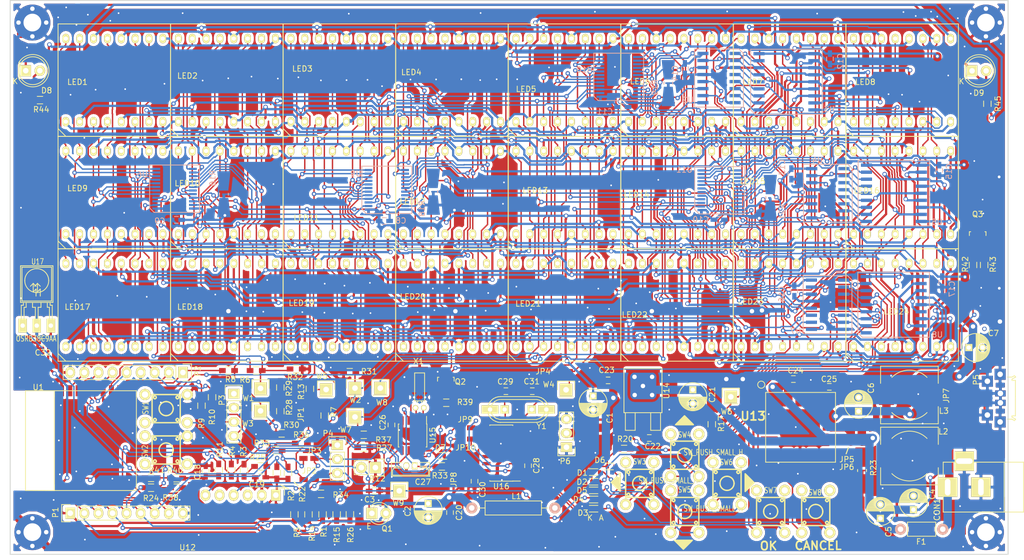
<source format=kicad_pcb>
(kicad_pcb (version 20160815) (host pcbnew 4.1.0-alpha+201608201231+7080~46~ubuntu16.04.1-product)
  (layers (0 F.Cu signal) (31 B.Cu signal) (34 B.Paste user) (35 F.Paste user) (36 B.SilkS user) (37 F.SilkS user) (38 B.Mask user) (39 F.Mask user) (44 Edge.Cuts user))
  (net 0 "")
  (net 1 "Net-(U7-Pad1)")
  (net 2 GND)
  (net 3 VCC)
  (net 4 "Net-(U10-Pad2)")
  (net 5 "Net-(R4-Pad1)")
  (net 6 "Net-(P1-Pad2)")
  (net 7 "Net-(P1-Pad5)")
  (net 8 "Net-(P1-Pad4)")
  (net 9 /ESPVDD)
  (net 10 "Net-(JP3-Pad1)")
  (net 11 "Net-(JP2-Pad1)")
  (net 12 "Net-(JP1-Pad1)")
  (net 13 "Net-(P2-Pad1)")
  (net 14 "Net-(P2-Pad2)")
  (net 15 "Net-(P2-Pad3)")
  (net 16 "Net-(P2-Pad5)")
  (net 17 "Net-(P2-Pad6)")
  (net 18 "Net-(C3-Pad1)")
  (net 19 "Net-(P2-Pad8)")
  (net 20 /Sheet57A04605/SEL1)
  (net 21 "Net-(D1-Pad2)")
  (net 22 /Sheet57A04605/SEL2)
  (net 23 "Net-(D2-Pad2)")
  (net 24 /Sheet57A04605/SEL4)
  (net 25 "Net-(D4-Pad2)")
  (net 26 /Sheet57A04605/SEL5)
  (net 27 "Net-(D5-Pad2)")
  (net 28 /Sheet57A04605/SEL6)
  (net 29 "Net-(D6-Pad2)")
  (net 30 /Sheet57A04605/SEL3)
  (net 31 "Net-(D3-Pad2)")
  (net 32 "Net-(R21-Pad1)")
  (net 33 "Net-(U10-Pad22)")
  (net 34 /Sheet57A04605/COLSEROUT)
  (net 35 /Sheet57A04605/COLLATCH)
  (net 36 /Sheet57A04605/COLPWCLK)
  (net 37 /Sheet57A04605/c64)
  (net 38 /Sheet57A04605/c4)
  (net 39 /Sheet57A04605/c60)
  (net 40 /Sheet57A04605/c8)
  (net 41 /Sheet57A04605/c56)
  (net 42 /Sheet57A04605/c12)
  (net 43 /Sheet57A04605/c52)
  (net 44 /Sheet57A04605/c16)
  (net 45 /Sheet57A04605/c48)
  (net 46 /Sheet57A04605/c20)
  (net 47 /Sheet57A04605/c44)
  (net 48 /Sheet57A04605/c24)
  (net 49 /Sheet57A04605/c40)
  (net 50 /Sheet57A04605/c28)
  (net 51 /Sheet57A04605/c36)
  (net 52 /Sheet57A04605/c32)
  (net 53 "Net-(R19-Pad1)")
  (net 54 /Sheet57A04605/c63)
  (net 55 /Sheet57A04605/c3)
  (net 56 /Sheet57A04605/c59)
  (net 57 /Sheet57A04605/c7)
  (net 58 /Sheet57A04605/c55)
  (net 59 /Sheet57A04605/c11)
  (net 60 /Sheet57A04605/c51)
  (net 61 /Sheet57A04605/c15)
  (net 62 /Sheet57A04605/c47)
  (net 63 /Sheet57A04605/c19)
  (net 64 /Sheet57A04605/c43)
  (net 65 /Sheet57A04605/c23)
  (net 66 /Sheet57A04605/c39)
  (net 67 /Sheet57A04605/c27)
  (net 68 /Sheet57A04605/c35)
  (net 69 /Sheet57A04605/c31)
  (net 70 "Net-(R18-Pad1)")
  (net 71 "Net-(U6-Pad22)")
  (net 72 /Sheet57A04605/c62)
  (net 73 /Sheet57A04605/c2)
  (net 74 /Sheet57A04605/c58)
  (net 75 /Sheet57A04605/c6)
  (net 76 /Sheet57A04605/c54)
  (net 77 /Sheet57A04605/c10)
  (net 78 /Sheet57A04605/c50)
  (net 79 /Sheet57A04605/c14)
  (net 80 /Sheet57A04605/c46)
  (net 81 /Sheet57A04605/c18)
  (net 82 /Sheet57A04605/c42)
  (net 83 /Sheet57A04605/c22)
  (net 84 /Sheet57A04605/c38)
  (net 85 /Sheet57A04605/c26)
  (net 86 /Sheet57A04605/c34)
  (net 87 /Sheet57A04605/c30)
  (net 88 "Net-(R16-Pad1)")
  (net 89 /Sheet57A04605/COLSER)
  (net 90 /Sheet57A04605/c61)
  (net 91 /Sheet57A04605/c1)
  (net 92 /Sheet57A04605/c57)
  (net 93 /Sheet57A04605/c5)
  (net 94 /Sheet57A04605/c53)
  (net 95 /Sheet57A04605/c9)
  (net 96 /Sheet57A04605/c49)
  (net 97 /Sheet57A04605/c13)
  (net 98 /Sheet57A04605/c45)
  (net 99 /Sheet57A04605/c17)
  (net 100 /Sheet57A04605/c41)
  (net 101 /Sheet57A04605/c21)
  (net 102 /Sheet57A04605/c37)
  (net 103 /Sheet57A04605/c25)
  (net 104 /Sheet57A04605/c33)
  (net 105 /Sheet57A04605/c29)
  (net 106 /Sheet57A04605/r17)
  (net 107 /Sheet57A04605/r18)
  (net 108 /Sheet57A04605/r19)
  (net 109 /Sheet57A04605/r20)
  (net 110 /Sheet57A04605/r21)
  (net 111 /Sheet57A04605/r22)
  (net 112 /Sheet57A04605/r23)
  (net 113 /Sheet57A04605/r24)
  (net 114 "Net-(U7-Pad15)")
  (net 115 /Sheet57A04605/r9)
  (net 116 "Net-(U4-Pad7)")
  (net 117 /Sheet57A04605/r10)
  (net 118 "Net-(U4-Pad6)")
  (net 119 /Sheet57A04605/r11)
  (net 120 "Net-(U4-Pad5)")
  (net 121 /Sheet57A04605/r12)
  (net 122 "Net-(U4-Pad4)")
  (net 123 /Sheet57A04605/r13)
  (net 124 "Net-(U4-Pad3)")
  (net 125 /Sheet57A04605/r14)
  (net 126 "Net-(U4-Pad2)")
  (net 127 /Sheet57A04605/r15)
  (net 128 "Net-(U4-Pad1)")
  (net 129 /Sheet57A04605/r16)
  (net 130 "Net-(U4-Pad15)")
  (net 131 /Sheet57A04605/r1)
  (net 132 /Sheet57A04605/r2)
  (net 133 /Sheet57A04605/r3)
  (net 134 /Sheet57A04605/r4)
  (net 135 /Sheet57A04605/r5)
  (net 136 /Sheet57A04605/r6)
  (net 137 /Sheet57A04605/r7)
  (net 138 "Net-(U2-Pad1)")
  (net 139 /Sheet57A04605/r8)
  (net 140 "Net-(U2-Pad15)")
  (net 141 "Net-(U4-Pad14)")
  (net 142 /Sheet57A04605/HC595LATCH)
  (net 143 /Sheet57A04605/COLCLK)
  (net 144 /Sheet57A04605/HC595RESET)
  (net 145 "Net-(U2-Pad14)")
  (net 146 /Sheet57A04605/HC595SER)
  (net 147 /Sheet57A04605/HC595SEROUT)
  (net 148 "Net-(JP1-Pad2)")
  (net 149 /Sheet57A04605/BUTTONSENSE)
  (net 150 /Sheet57A04605/LEDVDD)
  (net 151 "Net-(U2-Pad7)")
  (net 152 "Net-(U2-Pad6)")
  (net 153 "Net-(U2-Pad5)")
  (net 154 "Net-(U2-Pad4)")
  (net 155 "Net-(U2-Pad3)")
  (net 156 "Net-(U2-Pad2)")
  (net 157 "Net-(P1-Pad6)")
  (net 158 "Net-(U12-Pad3)")
  (net 159 /SDA)
  (net 160 "Net-(U12-Pad5)")
  (net 161 /SCL)
  (net 162 /DC_IN)
  (net 163 "Net-(P3-Pad1)")
  (net 164 "Net-(R23-Pad1)")
  (net 165 "Net-(U13-Pad9)")
  (net 166 /LEDLOGICVDD)
  (net 167 "Net-(C25-Pad1)")
  (net 168 "Net-(R28-Pad2)")
  (net 169 "Net-(R25-Pad2)")
  (net 170 "Net-(U15-Pad1)")
  (net 171 "Net-(U15-Pad2)")
  (net 172 "Net-(C27-Pad1)")
  (net 173 "Net-(D7-Pad1)")
  (net 174 "Net-(R1-Pad1)")
  (net 175 "Net-(R27-Pad1)")
  (net 176 "Net-(P5-Pad4)")
  (net 177 /RXD)
  (net 178 /TXD)
  (net 179 "Net-(C29-Pad1)")
  (net 180 "Net-(C31-Pad1)")
  (net 181 "Net-(U16-Pad9)")
  (net 182 "Net-(U16-Pad10)")
  (net 183 "Net-(U16-Pad11)")
  (net 184 "Net-(U16-Pad12)")
  (net 185 "Net-(U16-Pad13)")
  (net 186 "Net-(U16-Pad14)")
  (net 187 "Net-(U16-Pad15)")
  (net 188 "Net-(JP7-Pad2)")
  (net 189 "Net-(C28-Pad1)")
  (net 190 "Net-(JP9-Pad1)")
  (net 191 "Net-(JP10-Pad1)")
  (net 192 /USB_D_P)
  (net 193 /USB_D_N)
  (net 194 "Net-(R38-Pad2)")
  (net 195 "Net-(Q3-Pad1)")
  (net 196 "Net-(Q2-Pad1)")
  (net 197 "Net-(Q2-Pad2)")
  (net 198 /IR)
  (net 199 "Net-(D9-Pad2)")
  (net 200 "Net-(D8-Pad2)")
  (net 201 "Net-(R40-Pad2)")
  (net 202 /#IR_LED_EN)
  (net 203 /IR_LED_DRIVE)
  (module components:stitch-via-0.6mm (layer F.Cu) (at 30.0482 15.6718)
    (fp_text reference REF** hide)
    (fp_text value stitch-via-0.6mm hide)
    (pad 1 thru_hole circle (at 0 0) (size 0.6 0.6) (drill 0.3) (layers *.Cu *.Mask) (net 2 GND))
  )
  (module components:stitch-via-0.6mm (layer F.Cu) (at 31.5468 14.3002)
    (fp_text reference REF** hide)
    (fp_text value stitch-via-0.6mm hide)
    (pad 1 thru_hole circle (at 0 0) (size 0.6 0.6) (drill 0.3) (layers *.Cu *.Mask) (net 2 GND))
  )
  (module components:stitch-via-0.6mm (layer F.Cu) (at 190.7032 19.8374)
    (fp_text reference REF** hide)
    (fp_text value stitch-via-0.6mm hide)
    (pad 1 thru_hole circle (at 0 0) (size 0.6 0.6) (drill 0.3) (layers *.Cu *.Mask) (net 2 GND))
  )
  (module components:stitch-via-0.6mm (layer F.Cu) (at 175.3362 14.8082)
    (fp_text reference REF** hide)
    (fp_text value stitch-via-0.6mm hide)
    (pad 1 thru_hole circle (at 0 0) (size 0.6 0.6) (drill 0.3) (layers *.Cu *.Mask) (net 2 GND))
  )
  (module components:stitch-via-0.6mm (layer F.Cu) (at 173.1264 14.097)
    (fp_text reference REF** hide)
    (fp_text value stitch-via-0.6mm hide)
    (pad 1 thru_hole circle (at 0 0) (size 0.6 0.6) (drill 0.3) (layers *.Cu *.Mask) (net 2 GND))
  )
  (module components:stitch-via-0.6mm (layer F.Cu) (at 179.2224 14.9098)
    (fp_text reference REF** hide)
    (fp_text value stitch-via-0.6mm hide)
    (pad 1 thru_hole circle (at 0 0) (size 0.6 0.6) (drill 0.3) (layers *.Cu *.Mask) (net 2 GND))
  )
  (module components:stitch-via-0.6mm (layer F.Cu) (at 182.9308 15.2146)
    (fp_text reference REF** hide)
    (fp_text value stitch-via-0.6mm hide)
    (pad 1 thru_hole circle (at 0 0) (size 0.6 0.6) (drill 0.3) (layers *.Cu *.Mask) (net 2 GND))
  )
  (module components:stitch-via-0.6mm (layer F.Cu) (at 23.9522 16.4084)
    (fp_text reference REF** hide)
    (fp_text value stitch-via-0.6mm hide)
    (pad 1 thru_hole circle (at 0 0) (size 0.6 0.6) (drill 0.3) (layers *.Cu *.Mask) (net 2 GND))
  )
  (module components:stitch-via-0.6mm (layer F.Cu) (at 22.098 13.2588)
    (fp_text reference REF** hide)
    (fp_text value stitch-via-0.6mm hide)
    (pad 1 thru_hole circle (at 0 0) (size 0.6 0.6) (drill 0.3) (layers *.Cu *.Mask) (net 2 GND))
  )
  (module components:stitch-via-0.6mm (layer F.Cu) (at 19.7358 80.8228)
    (fp_text reference REF** hide)
    (fp_text value stitch-via-0.6mm hide)
    (pad 1 thru_hole circle (at 0 0) (size 0.6 0.6) (drill 0.3) (layers *.Cu *.Mask) (net 2 GND))
  )
  (module components:stitch-via-0.6mm (layer F.Cu) (at 19.8374 102.1842)
    (fp_text reference REF** hide)
    (fp_text value stitch-via-0.6mm hide)
    (pad 1 thru_hole circle (at 0 0) (size 0.6 0.6) (drill 0.3) (layers *.Cu *.Mask) (net 2 GND))
  )
  (module components:stitch-via-0.6mm (layer F.Cu) (at 47.3964 99.3902)
    (fp_text reference REF** hide)
    (fp_text value stitch-via-0.6mm hide)
    (pad 1 thru_hole circle (at 0 0) (size 0.6 0.6) (drill 0.3) (layers *.Cu *.Mask) (net 2 GND))
  )
  (module components:stitch-via-0.6mm (layer F.Cu) (at 186.9948 67.1576)
    (fp_text reference REF** hide)
    (fp_text value stitch-via-0.6mm hide)
    (pad 1 thru_hole circle (at 0 0) (size 0.6 0.6) (drill 0.3) (layers *.Cu *.Mask) (net 2 GND))
  )
  (module components:stitch-via-0.6mm (layer F.Cu) (at 187.4012 47.9552)
    (fp_text reference REF** hide)
    (fp_text value stitch-via-0.6mm hide)
    (pad 1 thru_hole circle (at 0 0) (size 0.6 0.6) (drill 0.3) (layers *.Cu *.Mask) (net 2 GND))
  )
  (module components:stitch-via-0.6mm (layer F.Cu) (at 187.5282 50.4698)
    (fp_text reference REF** hide)
    (fp_text value stitch-via-0.6mm hide)
    (pad 1 thru_hole circle (at 0 0) (size 0.6 0.6) (drill 0.3) (layers *.Cu *.Mask) (net 2 GND))
  )
  (module components:stitch-via-0.6mm (layer F.Cu) (at 187.1472 63.881)
    (fp_text reference REF** hide)
    (fp_text value stitch-via-0.6mm hide)
    (pad 1 thru_hole circle (at 0 0) (size 0.6 0.6) (drill 0.3) (layers *.Cu *.Mask) (net 2 GND))
  )
  (module components:stitch-via-0.6mm (layer F.Cu) (at 15.0368 20.4978)
    (fp_text reference REF** hide)
    (fp_text value stitch-via-0.6mm hide)
    (pad 1 thru_hole circle (at 0 0) (size 0.6 0.6) (drill 0.3) (layers *.Cu *.Mask) (net 2 GND))
  )
  (module components:stitch-via-0.6mm (layer F.Cu) (at 26.0096 14.5796)
    (fp_text reference REF** hide)
    (fp_text value stitch-via-0.6mm hide)
    (pad 1 thru_hole circle (at 0 0) (size 0.6 0.6) (drill 0.3) (layers *.Cu *.Mask) (net 2 GND))
  )
  (module components:stitch-via-0.6mm (layer F.Cu) (at 43.1038 14.3002)
    (fp_text reference REF** hide)
    (fp_text value stitch-via-0.6mm hide)
    (pad 1 thru_hole circle (at 0 0) (size 0.6 0.6) (drill 0.3) (layers *.Cu *.Mask) (net 2 GND))
  )
  (module components:stitch-via-0.6mm (layer F.Cu) (at 73.0758 14.4018)
    (fp_text reference REF** hide)
    (fp_text value stitch-via-0.6mm hide)
    (pad 1 thru_hole circle (at 0 0) (size 0.6 0.6) (drill 0.3) (layers *.Cu *.Mask) (net 2 GND))
  )
  (module components:stitch-via-0.6mm (layer F.Cu) (at 96.8502 14.2748)
    (fp_text reference REF** hide)
    (fp_text value stitch-via-0.6mm hide)
    (pad 1 thru_hole circle (at 0 0) (size 0.6 0.6) (drill 0.3) (layers *.Cu *.Mask) (net 2 GND))
  )
  (module components:stitch-via-0.6mm (layer F.Cu) (at 117.475 14.0462)
    (fp_text reference REF** hide)
    (fp_text value stitch-via-0.6mm hide)
    (pad 1 thru_hole circle (at 0 0) (size 0.6 0.6) (drill 0.3) (layers *.Cu *.Mask) (net 2 GND))
  )
  (module components:stitch-via-0.6mm (layer F.Cu) (at 141.3256 13.9954)
    (fp_text reference REF** hide)
    (fp_text value stitch-via-0.6mm hide)
    (pad 1 thru_hole circle (at 0 0) (size 0.6 0.6) (drill 0.3) (layers *.Cu *.Mask) (net 2 GND))
  )
  (module components:stitch-via-0.6mm (layer F.Cu) (at 157.5562 14.3764)
    (fp_text reference REF** hide)
    (fp_text value stitch-via-0.6mm hide)
    (pad 1 thru_hole circle (at 0 0) (size 0.6 0.6) (drill 0.3) (layers *.Cu *.Mask) (net 2 GND))
  )
  (module components:stitch-via-0.6mm (layer F.Cu) (at 178.1048 14.0208)
    (fp_text reference REF** hide)
    (fp_text value stitch-via-0.6mm hide)
    (pad 1 thru_hole circle (at 0 0) (size 0.6 0.6) (drill 0.3) (layers *.Cu *.Mask) (net 2 GND))
  )
  (module components:stitch-via-0.6mm (layer F.Cu) (at 184.15 20.32)
    (fp_text reference REF** hide)
    (fp_text value stitch-via-0.6mm hide)
    (pad 1 thru_hole circle (at 0 0) (size 0.6 0.6) (drill 0.3) (layers *.Cu *.Mask) (net 2 GND))
  )
  (module components:stitch-via-0.6mm (layer F.Cu) (at 185.2676 28.829)
    (fp_text reference REF** hide)
    (fp_text value stitch-via-0.6mm hide)
    (pad 1 thru_hole circle (at 0 0) (size 0.6 0.6) (drill 0.3) (layers *.Cu *.Mask) (net 2 GND))
  )
  (module components:stitch-via-0.6mm (layer F.Cu) (at 185.9026 40.9956)
    (fp_text reference REF** hide)
    (fp_text value stitch-via-0.6mm hide)
    (pad 1 thru_hole circle (at 0 0) (size 0.6 0.6) (drill 0.3) (layers *.Cu *.Mask) (net 2 GND))
  )
  (module components:stitch-via-0.6mm (layer F.Cu) (at 90.8812 86.741)
    (fp_text reference REF** hide)
    (fp_text value stitch-via-0.6mm hide)
    (pad 1 thru_hole circle (at 0 0) (size 0.6 0.6) (drill 0.3) (layers *.Cu *.Mask) (net 2 GND))
  )
  (module components:stitch-via-0.6mm (layer F.Cu) (at 88.392 86.7664)
    (fp_text reference REF** hide)
    (fp_text value stitch-via-0.6mm hide)
    (pad 1 thru_hole circle (at 0 0) (size 0.6 0.6) (drill 0.3) (layers *.Cu *.Mask) (net 2 GND))
  )
  (module components:stitch-via-0.6mm (layer F.Cu) (at 82.169 89.5604)
    (fp_text reference REF** hide)
    (fp_text value stitch-via-0.6mm hide)
    (pad 1 thru_hole circle (at 0 0) (size 0.6 0.6) (drill 0.3) (layers *.Cu *.Mask) (net 2 GND))
  )
  (module components:stitch-via-0.6mm (layer F.Cu) (at 41.9608 91.313)
    (fp_text reference REF** hide)
    (fp_text value stitch-via-0.6mm hide)
    (pad 1 thru_hole circle (at 0 0) (size 0.6 0.6) (drill 0.3) (layers *.Cu *.Mask) (net 2 GND))
  )
  (module components:stitch-via-0.6mm (layer F.Cu) (at 42.3164 85.1154)
    (fp_text reference REF** hide)
    (fp_text value stitch-via-0.6mm hide)
    (pad 1 thru_hole circle (at 0 0) (size 0.6 0.6) (drill 0.3) (layers *.Cu *.Mask) (net 2 GND))
  )
  (module components:stitch-via-0.6mm (layer F.Cu) (at 53.2384 93.4466)
    (fp_text reference REF** hide)
    (fp_text value stitch-via-0.6mm hide)
    (pad 1 thru_hole circle (at 0 0) (size 0.6 0.6) (drill 0.3) (layers *.Cu *.Mask) (net 2 GND))
  )
  (module components:stitch-via-0.6mm (layer F.Cu) (at 30.353 95.758)
    (fp_text reference REF** hide)
    (fp_text value stitch-via-0.6mm hide)
    (pad 1 thru_hole circle (at 0 0) (size 0.6 0.6) (drill 0.3) (layers *.Cu *.Mask) (net 2 GND))
  )
  (module components:stitch-via-0.6mm (layer F.Cu) (at 23.9268 97.028)
    (fp_text reference REF** hide)
    (fp_text value stitch-via-0.6mm hide)
    (pad 1 thru_hole circle (at 0 0) (size 0.6 0.6) (drill 0.3) (layers *.Cu *.Mask) (net 2 GND))
  )
  (module components:stitch-via-0.6mm (layer F.Cu) (at 23.622 89.1286)
    (fp_text reference REF** hide)
    (fp_text value stitch-via-0.6mm hide)
    (pad 1 thru_hole circle (at 0 0) (size 0.6 0.6) (drill 0.3) (layers *.Cu *.Mask) (net 2 GND))
  )
  (module components:stitch-via-0.6mm (layer F.Cu) (at 75.0824 104.648)
    (fp_text reference REF** hide)
    (fp_text value stitch-via-0.6mm hide)
    (pad 1 thru_hole circle (at 0 0) (size 0.6 0.6) (drill 0.3) (layers *.Cu *.Mask) (net 2 GND))
  )
  (module components:stitch-via-0.6mm (layer F.Cu) (at 45.9994 108.5088)
    (fp_text reference REF** hide)
    (fp_text value stitch-via-0.6mm hide)
    (pad 1 thru_hole circle (at 0 0) (size 0.6 0.6) (drill 0.3) (layers *.Cu *.Mask) (net 2 GND))
  )
  (module components:stitch-via-0.6mm (layer F.Cu) (at 92.837 44.6532)
    (fp_text reference REF** hide)
    (fp_text value stitch-via-0.6mm hide)
    (pad 1 thru_hole circle (at 0 0) (size 0.6 0.6) (drill 0.3) (layers *.Cu *.Mask) (net 2 GND))
  )
  (module components:stitch-via-0.6mm (layer F.Cu) (at 76.5556 84.7344)
    (fp_text reference REF** hide)
    (fp_text value stitch-via-0.6mm hide)
    (pad 1 thru_hole circle (at 0 0) (size 0.6 0.6) (drill 0.3) (layers *.Cu *.Mask) (net 2 GND))
  )
  (module components:stitch-via-0.6mm (layer F.Cu) (at 108.0516 96.3676)
    (fp_text reference REF** hide)
    (fp_text value stitch-via-0.6mm hide)
    (pad 1 thru_hole circle (at 0 0) (size 0.6 0.6) (drill 0.3) (layers *.Cu *.Mask) (net 2 GND))
  )
  (module components:stitch-via-0.6mm (layer F.Cu) (at 141.2494 107.823)
    (fp_text reference REF** hide)
    (fp_text value stitch-via-0.6mm hide)
    (pad 1 thru_hole circle (at 0 0) (size 0.6 0.6) (drill 0.3) (layers *.Cu *.Mask) (net 2 GND))
  )
  (module components:stitch-via-0.6mm (layer F.Cu) (at 149.1488 108.966)
    (fp_text reference REF** hide)
    (fp_text value stitch-via-0.6mm hide)
    (pad 1 thru_hole circle (at 0 0) (size 0.6 0.6) (drill 0.3) (layers *.Cu *.Mask) (net 2 GND))
  )
  (module components:stitch-via-0.6mm (layer F.Cu) (at 118.2116 110.6424)
    (fp_text reference REF** hide)
    (fp_text value stitch-via-0.6mm hide)
    (pad 1 thru_hole circle (at 0 0) (size 0.6 0.6) (drill 0.3) (layers *.Cu *.Mask) (net 2 GND))
  )
  (module components:stitch-via-0.6mm (layer F.Cu) (at 121.158 108.839)
    (fp_text reference REF** hide)
    (fp_text value stitch-via-0.6mm hide)
    (pad 1 thru_hole circle (at 0 0) (size 0.6 0.6) (drill 0.3) (layers *.Cu *.Mask) (net 2 GND))
  )
  (module components:stitch-via-0.6mm (layer F.Cu) (at 112.4458 98.5774)
    (fp_text reference REF** hide)
    (fp_text value stitch-via-0.6mm hide)
    (pad 1 thru_hole circle (at 0 0) (size 0.6 0.6) (drill 0.3) (layers *.Cu *.Mask) (net 2 GND))
  )
  (module components:stitch-via-0.6mm (layer F.Cu) (at 132.08 67.6148)
    (fp_text reference REF** hide)
    (fp_text value stitch-via-0.6mm hide)
    (pad 1 thru_hole circle (at 0 0) (size 0.6 0.6) (drill 0.3) (layers *.Cu *.Mask) (net 2 GND))
  )
  (module components:stitch-via-0.6mm (layer F.Cu) (at 127.3556 64.6684)
    (fp_text reference REF** hide)
    (fp_text value stitch-via-0.6mm hide)
    (pad 1 thru_hole circle (at 0 0) (size 0.6 0.6) (drill 0.3) (layers *.Cu *.Mask) (net 2 GND))
  )
  (module components:stitch-via-0.6mm (layer F.Cu) (at 124.9172 66.7004)
    (fp_text reference REF** hide)
    (fp_text value stitch-via-0.6mm hide)
    (pad 1 thru_hole circle (at 0 0) (size 0.6 0.6) (drill 0.3) (layers *.Cu *.Mask) (net 2 GND))
  )
  (module components:stitch-via-0.6mm (layer F.Cu) (at 116.1542 67.4624)
    (fp_text reference REF** hide)
    (fp_text value stitch-via-0.6mm hide)
    (pad 1 thru_hole circle (at 0 0) (size 0.6 0.6) (drill 0.3) (layers *.Cu *.Mask) (net 2 GND))
  )
  (module components:stitch-via-0.6mm (layer F.Cu) (at 105.9434 67.7926)
    (fp_text reference REF** hide)
    (fp_text value stitch-via-0.6mm hide)
    (pad 1 thru_hole circle (at 0 0) (size 0.6 0.6) (drill 0.3) (layers *.Cu *.Mask) (net 2 GND))
  )
  (module components:stitch-via-0.6mm (layer F.Cu) (at 97.7646 68.0212)
    (fp_text reference REF** hide)
    (fp_text value stitch-via-0.6mm hide)
    (pad 1 thru_hole circle (at 0 0) (size 0.6 0.6) (drill 0.3) (layers *.Cu *.Mask) (net 2 GND))
  )
  (module components:stitch-via-0.6mm (layer F.Cu) (at 88.519 67.9196)
    (fp_text reference REF** hide)
    (fp_text value stitch-via-0.6mm hide)
    (pad 1 thru_hole circle (at 0 0) (size 0.6 0.6) (drill 0.3) (layers *.Cu *.Mask) (net 2 GND))
  )
  (module components:stitch-via-0.6mm (layer F.Cu) (at 85.5218 68.2752)
    (fp_text reference REF** hide)
    (fp_text value stitch-via-0.6mm hide)
    (pad 1 thru_hole circle (at 0 0) (size 0.6 0.6) (drill 0.3) (layers *.Cu *.Mask) (net 2 GND))
  )
  (module components:stitch-via-0.6mm (layer F.Cu) (at 76.9874 68.453)
    (fp_text reference REF** hide)
    (fp_text value stitch-via-0.6mm hide)
    (pad 1 thru_hole circle (at 0 0) (size 0.6 0.6) (drill 0.3) (layers *.Cu *.Mask) (net 2 GND))
  )
  (module components:stitch-via-0.6mm (layer F.Cu) (at 73.787 68.5292)
    (fp_text reference REF** hide)
    (fp_text value stitch-via-0.6mm hide)
    (pad 1 thru_hole circle (at 0 0) (size 0.6 0.6) (drill 0.3) (layers *.Cu *.Mask) (net 2 GND))
  )
  (module components:stitch-via-0.6mm (layer F.Cu) (at 68.6816 68.3768)
    (fp_text reference REF** hide)
    (fp_text value stitch-via-0.6mm hide)
    (pad 1 thru_hole circle (at 0 0) (size 0.6 0.6) (drill 0.3) (layers *.Cu *.Mask) (net 2 GND))
  )
  (module components:stitch-via-0.6mm (layer F.Cu) (at 64.6938 68.2752)
    (fp_text reference REF** hide)
    (fp_text value stitch-via-0.6mm hide)
    (pad 1 thru_hole circle (at 0 0) (size 0.6 0.6) (drill 0.3) (layers *.Cu *.Mask) (net 2 GND))
  )
  (module components:stitch-via-0.6mm (layer F.Cu) (at 54.61 68.1228)
    (fp_text reference REF** hide)
    (fp_text value stitch-via-0.6mm hide)
    (pad 1 thru_hole circle (at 0 0) (size 0.6 0.6) (drill 0.3) (layers *.Cu *.Mask) (net 2 GND))
  )
  (module components:stitch-via-0.6mm (layer F.Cu) (at 57.658 68.199)
    (fp_text reference REF** hide)
    (fp_text value stitch-via-0.6mm hide)
    (pad 1 thru_hole circle (at 0 0) (size 0.6 0.6) (drill 0.3) (layers *.Cu *.Mask) (net 2 GND))
  )
  (module components:stitch-via-0.6mm (layer F.Cu) (at 182.2958 78.0288)
    (fp_text reference REF** hide)
    (fp_text value stitch-via-0.6mm hide)
    (pad 1 thru_hole circle (at 0 0) (size 0.6 0.6) (drill 0.3) (layers *.Cu *.Mask) (net 2 GND))
  )
  (module components:stitch-via-0.6mm (layer F.Cu) (at 174.752 95.0976)
    (fp_text reference REF** hide)
    (fp_text value stitch-via-0.6mm hide)
    (pad 1 thru_hole circle (at 0 0) (size 0.6 0.6) (drill 0.3) (layers *.Cu *.Mask) (net 2 GND))
  )
  (module components:stitch-via-0.6mm (layer F.Cu) (at 178.9684 104.775)
    (fp_text reference REF** hide)
    (fp_text value stitch-via-0.6mm hide)
    (pad 1 thru_hole circle (at 0 0) (size 0.6 0.6) (drill 0.3) (layers *.Cu *.Mask) (net 2 GND))
  )
  (module components:stitch-via-0.6mm (layer F.Cu) (at 150.5712 95.5294)
    (fp_text reference REF** hide)
    (fp_text value stitch-via-0.6mm hide)
    (pad 1 thru_hole circle (at 0 0) (size 0.6 0.6) (drill 0.3) (layers *.Cu *.Mask) (net 2 GND))
  )
  (module components:stitch-via-0.6mm (layer F.Cu) (at 146.6342 95.9612)
    (fp_text reference REF** hide)
    (fp_text value stitch-via-0.6mm hide)
    (pad 1 thru_hole circle (at 0 0) (size 0.6 0.6) (drill 0.3) (layers *.Cu *.Mask) (net 2 GND))
  )
  (module components:stitch-via-0.6mm (layer F.Cu) (at 156.4132 80.518)
    (fp_text reference REF** hide)
    (fp_text value stitch-via-0.6mm hide)
    (pad 1 thru_hole circle (at 0 0) (size 0.6 0.6) (drill 0.3) (layers *.Cu *.Mask) (net 2 GND))
  )
  (module components:stitch-via-0.6mm (layer F.Cu) (at 148.8186 86.6902)
    (fp_text reference REF** hide)
    (fp_text value stitch-via-0.6mm hide)
    (pad 1 thru_hole circle (at 0 0) (size 0.6 0.6) (drill 0.3) (layers *.Cu *.Mask) (net 2 GND))
  )
  (module components:stitch-via-0.6mm (layer F.Cu) (at 142.6718 85.7758)
    (fp_text reference REF** hide)
    (fp_text value stitch-via-0.6mm hide)
    (pad 1 thru_hole circle (at 0 0) (size 0.6 0.6) (drill 0.3) (layers *.Cu *.Mask) (net 2 GND))
  )
  (module components:stitch-via-0.6mm (layer F.Cu) (at 139.7508 68.1736)
    (fp_text reference REF** hide)
    (fp_text value stitch-via-0.6mm hide)
    (pad 1 thru_hole circle (at 0 0) (size 0.6 0.6) (drill 0.3) (layers *.Cu *.Mask) (net 2 GND))
  )
  (module components:stitch-via-0.6mm (layer F.Cu) (at 114.6302 80.8228)
    (fp_text reference REF** hide)
    (fp_text value stitch-via-0.6mm hide)
    (pad 1 thru_hole circle (at 0 0) (size 0.6 0.6) (drill 0.3) (layers *.Cu *.Mask) (net 2 GND))
  )
  (module components:stitch-via-0.6mm (layer F.Cu) (at 107.9246 102.6414)
    (fp_text reference REF** hide)
    (fp_text value stitch-via-0.6mm hide)
    (pad 1 thru_hole circle (at 0 0) (size 0.6 0.6) (drill 0.3) (layers *.Cu *.Mask) (net 2 GND))
  )
  (module components:stitch-via-0.6mm (layer F.Cu) (at 96.6724 110.4392)
    (fp_text reference REF** hide)
    (fp_text value stitch-via-0.6mm hide)
    (pad 1 thru_hole circle (at 0 0) (size 0.6 0.6) (drill 0.3) (layers *.Cu *.Mask) (net 2 GND))
  )
  (module components:stitch-via-0.6mm (layer F.Cu) (at 96.3168 101.7016)
    (fp_text reference REF** hide)
    (fp_text value stitch-via-0.6mm hide)
    (pad 1 thru_hole circle (at 0 0) (size 0.6 0.6) (drill 0.3) (layers *.Cu *.Mask) (net 2 GND))
  )
  (module components:stitch-via-0.6mm (layer F.Cu) (at 82.9818 104.2162)
    (fp_text reference REF** hide)
    (fp_text value stitch-via-0.6mm hide)
    (pad 1 thru_hole circle (at 0 0) (size 0.6 0.6) (drill 0.3) (layers *.Cu *.Mask) (net 2 GND))
  )
  (module components:stitch-via-0.6mm (layer F.Cu) (at 78.3082 76.3524)
    (fp_text reference REF** hide)
    (fp_text value stitch-via-0.6mm hide)
    (pad 1 thru_hole circle (at 0 0) (size 0.6 0.6) (drill 0.3) (layers *.Cu *.Mask) (net 2 GND))
  )
  (module components:stitch-via-0.6mm (layer F.Cu) (at 56.3372 90.3224)
    (fp_text reference REF** hide)
    (fp_text value stitch-via-0.6mm hide)
    (pad 1 thru_hole circle (at 0 0) (size 0.6 0.6) (drill 0.3) (layers *.Cu *.Mask) (net 2 GND))
  )
  (module components:stitch-via-0.6mm (layer F.Cu) (at 30.4292 98.3488)
    (fp_text reference REF** hide)
    (fp_text value stitch-via-0.6mm hide)
    (pad 1 thru_hole circle (at 0 0) (size 0.6 0.6) (drill 0.3) (layers *.Cu *.Mask) (net 2 GND))
  )
  (module components:stitch-via-0.6mm (layer F.Cu) (at 34.0868 90.1192)
    (fp_text reference REF** hide)
    (fp_text value stitch-via-0.6mm hide)
    (pad 1 thru_hole circle (at 0 0) (size 0.6 0.6) (drill 0.3) (layers *.Cu *.Mask) (net 2 GND))
  )
  (module components:stitch-via-0.6mm (layer F.Cu) (at 24.5618 86.1314)
    (fp_text reference REF** hide)
    (fp_text value stitch-via-0.6mm hide)
    (pad 1 thru_hole circle (at 0 0) (size 0.6 0.6) (drill 0.3) (layers *.Cu *.Mask) (net 2 GND))
  )
  (module components:stitch-via-0.6mm (layer F.Cu) (at 24.2062 76.7334)
    (fp_text reference REF** hide)
    (fp_text value stitch-via-0.6mm hide)
    (pad 1 thru_hole circle (at 0 0) (size 0.6 0.6) (drill 0.3) (layers *.Cu *.Mask) (net 2 GND))
  )
  (module components:stitch-via-0.6mm (layer F.Cu) (at 71.3232 89.3064)
    (fp_text reference REF** hide)
    (fp_text value stitch-via-0.6mm hide)
    (pad 1 thru_hole circle (at 0 0) (size 0.6 0.6) (drill 0.3) (layers *.Cu *.Mask) (net 2 GND))
  )
  (module components:stitch-via-0.6mm (layer F.Cu) (at 77.1144 88.6714)
    (fp_text reference REF** hide)
    (fp_text value stitch-via-0.6mm hide)
    (pad 1 thru_hole circle (at 0 0) (size 0.6 0.6) (drill 0.3) (layers *.Cu *.Mask) (net 2 GND))
  )
  (module components:stitch-via-0.6mm (layer F.Cu) (at 81.0768 85.2932)
    (fp_text reference REF** hide)
    (fp_text value stitch-via-0.6mm hide)
    (pad 1 thru_hole circle (at 0 0) (size 0.6 0.6) (drill 0.3) (layers *.Cu *.Mask) (net 2 GND))
  )
  (module components:stitch-via-0.6mm (layer F.Cu) (at 67.4878 90.1192)
    (fp_text reference REF** hide)
    (fp_text value stitch-via-0.6mm hide)
    (pad 1 thru_hole circle (at 0 0) (size 0.6 0.6) (drill 0.3) (layers *.Cu *.Mask) (net 2 GND))
  )
  (module components:stitch-via-0.6mm (layer F.Cu) (at 103.4542 85.852)
    (fp_text reference REF** hide)
    (fp_text value stitch-via-0.6mm hide)
    (pad 1 thru_hole circle (at 0 0) (size 0.6 0.6) (drill 0.3) (layers *.Cu *.Mask) (net 2 GND))
  )
  (module components:stitch-via-0.6mm (layer F.Cu) (at 121.0818 24.003)
    (fp_text reference REF** hide)
    (fp_text value stitch-via-0.6mm hide)
    (pad 1 thru_hole circle (at 0 0) (size 0.6 0.6) (drill 0.3) (layers *.Cu *.Mask) (net 2 GND))
  )
  (module components:stitch-via-0.6mm (layer F.Cu) (at 39.2938 91.313)
    (fp_text reference REF** hide)
    (fp_text value stitch-via-0.6mm hide)
    (pad 1 thru_hole circle (at 0 0) (size 0.6 0.6) (drill 0.3) (layers *.Cu *.Mask) (net 2 GND))
  )
  (module components:stitch-via-0.6mm (layer F.Cu) (at 20.7772 91.44)
    (fp_text reference REF** hide)
    (fp_text value stitch-via-0.6mm hide)
    (pad 1 thru_hole circle (at 0 0) (size 0.6 0.6) (drill 0.3) (layers *.Cu *.Mask) (net 2 GND))
  )
  (module components:stitch-via-0.6mm (layer F.Cu) (at 117.5512 93.6752)
    (fp_text reference REF** hide)
    (fp_text value stitch-via-0.6mm hide)
    (pad 1 thru_hole circle (at 0 0) (size 0.6 0.6) (drill 0.3) (layers *.Cu *.Mask) (net 2 GND))
  )
  (module components:stitch-via-0.6mm (layer F.Cu) (at 155.6258 103.8352)
    (fp_text reference REF** hide)
    (fp_text value stitch-via-0.6mm hide)
    (pad 1 thru_hole circle (at 0 0) (size 0.6 0.6) (drill 0.3) (layers *.Cu *.Mask) (net 2 GND))
  )
  (module components:stitch-via-0.6mm (layer F.Cu) (at 170.8912 79.756)
    (fp_text reference REF** hide)
    (fp_text value stitch-via-0.6mm hide)
    (pad 1 thru_hole circle (at 0 0) (size 0.6 0.6) (drill 0.3) (layers *.Cu *.Mask) (net 2 GND))
  )
  (module components:stitch-via-0.6mm (layer F.Cu) (at 169.3672 100.1014)
    (fp_text reference REF** hide)
    (fp_text value stitch-via-0.6mm hide)
    (pad 1 thru_hole circle (at 0 0) (size 0.6 0.6) (drill 0.3) (layers *.Cu *.Mask) (net 2 GND))
  )
  (module components:stitch-via-0.6mm (layer F.Cu) (at 172.6946 91.1098)
    (fp_text reference REF** hide)
    (fp_text value stitch-via-0.6mm hide)
    (pad 1 thru_hole circle (at 0 0) (size 0.6 0.6) (drill 0.3) (layers *.Cu *.Mask) (net 2 GND))
  )
  (module components:stitch-via-0.6mm (layer F.Cu) (at 180.3908 88.3666)
    (fp_text reference REF** hide)
    (fp_text value stitch-via-0.6mm hide)
    (pad 1 thru_hole circle (at 0 0) (size 0.6 0.6) (drill 0.3) (layers *.Cu *.Mask) (net 2 GND))
  )
  (module components:stitch-via-0.6mm (layer F.Cu) (at 163.6776 80.8228)
    (fp_text reference REF** hide)
    (fp_text value stitch-via-0.6mm hide)
    (pad 1 thru_hole circle (at 0 0) (size 0.6 0.6) (drill 0.3) (layers *.Cu *.Mask) (net 2 GND))
  )
  (module components:stitch-via-0.6mm (layer F.Cu) (at 153.6954 89.027)
    (fp_text reference REF** hide)
    (fp_text value stitch-via-0.6mm hide)
    (pad 1 thru_hole circle (at 0 0) (size 0.6 0.6) (drill 0.3) (layers *.Cu *.Mask) (net 2 GND))
  )
  (module components:stitch-via-0.6mm (layer F.Cu) (at 143.4592 92.1512)
    (fp_text reference REF** hide)
    (fp_text value stitch-via-0.6mm hide)
    (pad 1 thru_hole circle (at 0 0) (size 0.6 0.6) (drill 0.3) (layers *.Cu *.Mask) (net 2 GND))
  )
  (module components:stitch-via-0.6mm (layer F.Cu) (at 160.4518 96.647)
    (fp_text reference REF** hide)
    (fp_text value stitch-via-0.6mm hide)
    (pad 1 thru_hole circle (at 0 0) (size 0.6 0.6) (drill 0.3) (layers *.Cu *.Mask) (net 2 GND))
  )
  (module components:stitch-via-0.6mm (layer F.Cu) (at 154.0764 97.4598)
    (fp_text reference REF** hide)
    (fp_text value stitch-via-0.6mm hide)
    (pad 1 thru_hole circle (at 0 0) (size 0.6 0.6) (drill 0.3) (layers *.Cu *.Mask) (net 2 GND))
  )
  (module components:stitch-via-0.6mm (layer F.Cu) (at 164.6682 108.0516)
    (fp_text reference REF** hide)
    (fp_text value stitch-via-0.6mm hide)
    (pad 1 thru_hole circle (at 0 0) (size 0.6 0.6) (drill 0.3) (layers *.Cu *.Mask) (net 2 GND))
  )
  (module components:stitch-via-0.6mm (layer F.Cu) (at 149.0726 104.6734)
    (fp_text reference REF** hide)
    (fp_text value stitch-via-0.6mm hide)
    (pad 1 thru_hole circle (at 0 0) (size 0.6 0.6) (drill 0.3) (layers *.Cu *.Mask) (net 2 GND))
  )
  (module components:stitch-via-0.6mm (layer F.Cu) (at 133.731 102.362)
    (fp_text reference REF** hide)
    (fp_text value stitch-via-0.6mm hide)
    (pad 1 thru_hole circle (at 0 0) (size 0.6 0.6) (drill 0.3) (layers *.Cu *.Mask) (net 2 GND))
  )
  (module components:stitch-via-0.6mm (layer F.Cu) (at 139.1158 98.7806)
    (fp_text reference REF** hide)
    (fp_text value stitch-via-0.6mm hide)
    (pad 1 thru_hole circle (at 0 0) (size 0.6 0.6) (drill 0.3) (layers *.Cu *.Mask) (net 2 GND))
  )
  (module components:stitch-via-0.6mm (layer F.Cu) (at 131.0386 95.2754)
    (fp_text reference REF** hide)
    (fp_text value stitch-via-0.6mm hide)
    (pad 1 thru_hole circle (at 0 0) (size 0.6 0.6) (drill 0.3) (layers *.Cu *.Mask) (net 2 GND))
  )
  (module components:stitch-via-0.6mm (layer F.Cu) (at 130.8354 79.6544)
    (fp_text reference REF** hide)
    (fp_text value stitch-via-0.6mm hide)
    (pad 1 thru_hole circle (at 0 0) (size 0.6 0.6) (drill 0.3) (layers *.Cu *.Mask) (net 2 GND))
  )
  (module components:stitch-via-0.6mm (layer F.Cu) (at 130.8862 85.8774)
    (fp_text reference REF** hide)
    (fp_text value stitch-via-0.6mm hide)
    (pad 1 thru_hole circle (at 0 0) (size 0.6 0.6) (drill 0.3) (layers *.Cu *.Mask) (net 2 GND))
  )
  (module components:stitch-via-0.6mm (layer F.Cu) (at 114.7572 91.5924)
    (fp_text reference REF** hide)
    (fp_text value stitch-via-0.6mm hide)
    (pad 1 thru_hole circle (at 0 0) (size 0.6 0.6) (drill 0.3) (layers *.Cu *.Mask) (net 2 GND))
  )
  (module components:stitch-via-0.6mm (layer F.Cu) (at 116.5606 78.359)
    (fp_text reference REF** hide)
    (fp_text value stitch-via-0.6mm hide)
    (pad 1 thru_hole circle (at 0 0) (size 0.6 0.6) (drill 0.3) (layers *.Cu *.Mask) (net 2 GND))
  )
  (module components:stitch-via-0.6mm (layer F.Cu) (at 120.8786 90.4748)
    (fp_text reference REF** hide)
    (fp_text value stitch-via-0.6mm hide)
    (pad 1 thru_hole circle (at 0 0) (size 0.6 0.6) (drill 0.3) (layers *.Cu *.Mask) (net 2 GND))
  )
  (module components:stitch-via-0.6mm (layer F.Cu) (at 123.6218 97.6884)
    (fp_text reference REF** hide)
    (fp_text value stitch-via-0.6mm hide)
    (pad 1 thru_hole circle (at 0 0) (size 0.6 0.6) (drill 0.3) (layers *.Cu *.Mask) (net 2 GND))
  )
  (module components:stitch-via-0.6mm (layer F.Cu) (at 126.4158 105.5624)
    (fp_text reference REF** hide)
    (fp_text value stitch-via-0.6mm hide)
    (pad 1 thru_hole circle (at 0 0) (size 0.6 0.6) (drill 0.3) (layers *.Cu *.Mask) (net 2 GND))
  )
  (module components:stitch-via-0.6mm (layer F.Cu) (at 128.4478 108.3564)
    (fp_text reference REF** hide)
    (fp_text value stitch-via-0.6mm hide)
    (pad 1 thru_hole circle (at 0 0) (size 0.6 0.6) (drill 0.3) (layers *.Cu *.Mask) (net 2 GND))
  )
  (module components:stitch-via-0.6mm (layer F.Cu) (at 115.1636 103.3272)
    (fp_text reference REF** hide)
    (fp_text value stitch-via-0.6mm hide)
    (pad 1 thru_hole circle (at 0 0) (size 0.6 0.6) (drill 0.3) (layers *.Cu *.Mask) (net 2 GND))
  )
  (module components:stitch-via-0.6mm (layer F.Cu) (at 111.4806 106.045)
    (fp_text reference REF** hide)
    (fp_text value stitch-via-0.6mm hide)
    (pad 1 thru_hole circle (at 0 0) (size 0.6 0.6) (drill 0.3) (layers *.Cu *.Mask) (net 2 GND))
  )
  (module components:stitch-via-0.6mm (layer F.Cu) (at 101.5492 102.0572)
    (fp_text reference REF** hide)
    (fp_text value stitch-via-0.6mm hide)
    (pad 1 thru_hole circle (at 0 0) (size 0.6 0.6) (drill 0.3) (layers *.Cu *.Mask) (net 2 GND))
  )
  (module components:stitch-via-0.6mm (layer F.Cu) (at 100.6856 98.5774)
    (fp_text reference REF** hide)
    (fp_text value stitch-via-0.6mm hide)
    (pad 1 thru_hole circle (at 0 0) (size 0.6 0.6) (drill 0.3) (layers *.Cu *.Mask) (net 2 GND))
  )
  (module components:stitch-via-0.6mm (layer F.Cu) (at 109.982 99.9744)
    (fp_text reference REF** hide)
    (fp_text value stitch-via-0.6mm hide)
    (pad 1 thru_hole circle (at 0 0) (size 0.6 0.6) (drill 0.3) (layers *.Cu *.Mask) (net 2 GND))
  )
  (module components:stitch-via-0.6mm (layer F.Cu) (at 111.0234 94.9452)
    (fp_text reference REF** hide)
    (fp_text value stitch-via-0.6mm hide)
    (pad 1 thru_hole circle (at 0 0) (size 0.6 0.6) (drill 0.3) (layers *.Cu *.Mask) (net 2 GND))
  )
  (module components:stitch-via-0.6mm (layer F.Cu) (at 113.4872 85.2678)
    (fp_text reference REF** hide)
    (fp_text value stitch-via-0.6mm hide)
    (pad 1 thru_hole circle (at 0 0) (size 0.6 0.6) (drill 0.3) (layers *.Cu *.Mask) (net 2 GND))
  )
  (module components:stitch-via-0.6mm (layer F.Cu) (at 100.5078 92.0242)
    (fp_text reference REF** hide)
    (fp_text value stitch-via-0.6mm hide)
    (pad 1 thru_hole circle (at 0 0) (size 0.6 0.6) (drill 0.3) (layers *.Cu *.Mask) (net 2 GND))
  )
  (module components:stitch-via-0.6mm (layer F.Cu) (at 105.8418 89.7636)
    (fp_text reference REF** hide)
    (fp_text value stitch-via-0.6mm hide)
    (pad 1 thru_hole circle (at 0 0) (size 0.6 0.6) (drill 0.3) (layers *.Cu *.Mask) (net 2 GND))
  )
  (module components:stitch-via-0.6mm (layer F.Cu) (at 105.6132 79.502)
    (fp_text reference REF** hide)
    (fp_text value stitch-via-0.6mm hide)
    (pad 1 thru_hole circle (at 0 0) (size 0.6 0.6) (drill 0.3) (layers *.Cu *.Mask) (net 2 GND))
  )
  (module components:stitch-via-0.6mm (layer F.Cu) (at 96.2152 81.7626)
    (fp_text reference REF** hide)
    (fp_text value stitch-via-0.6mm hide)
    (pad 1 thru_hole circle (at 0 0) (size 0.6 0.6) (drill 0.3) (layers *.Cu *.Mask) (net 2 GND))
  )
  (module components:stitch-via-0.6mm (layer F.Cu) (at 88.1888 90.3478)
    (fp_text reference REF** hide)
    (fp_text value stitch-via-0.6mm hide)
    (pad 1 thru_hole circle (at 0 0) (size 0.6 0.6) (drill 0.3) (layers *.Cu *.Mask) (net 2 GND))
  )
  (module components:stitch-via-0.6mm (layer F.Cu) (at 93.9546 95.123)
    (fp_text reference REF** hide)
    (fp_text value stitch-via-0.6mm hide)
    (pad 1 thru_hole circle (at 0 0) (size 0.6 0.6) (drill 0.3) (layers *.Cu *.Mask) (net 2 GND))
  )
  (module components:stitch-via-0.6mm (layer F.Cu) (at 89.6874 99.2886)
    (fp_text reference REF** hide)
    (fp_text value stitch-via-0.6mm hide)
    (pad 1 thru_hole circle (at 0 0) (size 0.6 0.6) (drill 0.3) (layers *.Cu *.Mask) (net 2 GND))
  )
  (module components:stitch-via-0.6mm (layer F.Cu) (at 80.8228 98.044)
    (fp_text reference REF** hide)
    (fp_text value stitch-via-0.6mm hide)
    (pad 1 thru_hole circle (at 0 0) (size 0.6 0.6) (drill 0.3) (layers *.Cu *.Mask) (net 2 GND))
  )
  (module components:stitch-via-0.6mm (layer F.Cu) (at 108.5342 110.8202)
    (fp_text reference REF** hide)
    (fp_text value stitch-via-0.6mm hide)
    (pad 1 thru_hole circle (at 0 0) (size 0.6 0.6) (drill 0.3) (layers *.Cu *.Mask) (net 2 GND))
  )
  (module components:stitch-via-0.6mm (layer F.Cu) (at 83.3628 110.1852)
    (fp_text reference REF** hide)
    (fp_text value stitch-via-0.6mm hide)
    (pad 1 thru_hole circle (at 0 0) (size 0.6 0.6) (drill 0.3) (layers *.Cu *.Mask) (net 2 GND))
  )
  (module components:stitch-via-0.6mm (layer F.Cu) (at 70.5358 110.2614)
    (fp_text reference REF** hide)
    (fp_text value stitch-via-0.6mm hide)
    (pad 1 thru_hole circle (at 0 0) (size 0.6 0.6) (drill 0.3) (layers *.Cu *.Mask) (net 2 GND))
  )
  (module components:stitch-via-0.6mm (layer F.Cu) (at 75.1586 107.4928)
    (fp_text reference REF** hide)
    (fp_text value stitch-via-0.6mm hide)
    (pad 1 thru_hole circle (at 0 0) (size 0.6 0.6) (drill 0.3) (layers *.Cu *.Mask) (net 2 GND))
  )
  (module components:stitch-via-0.6mm (layer F.Cu) (at 78.4606 102.235)
    (fp_text reference REF** hide)
    (fp_text value stitch-via-0.6mm hide)
    (pad 1 thru_hole circle (at 0 0) (size 0.6 0.6) (drill 0.3) (layers *.Cu *.Mask) (net 2 GND))
  )
  (module components:stitch-via-0.6mm (layer F.Cu) (at 75.3872 102.1842)
    (fp_text reference REF** hide)
    (fp_text value stitch-via-0.6mm hide)
    (pad 1 thru_hole circle (at 0 0) (size 0.6 0.6) (drill 0.3) (layers *.Cu *.Mask) (net 2 GND))
  )
  (module components:stitch-via-0.6mm (layer F.Cu) (at 71.501 100.2538)
    (fp_text reference REF** hide)
    (fp_text value stitch-via-0.6mm hide)
    (pad 1 thru_hole circle (at 0 0) (size 0.6 0.6) (drill 0.3) (layers *.Cu *.Mask) (net 2 GND))
  )
  (module components:stitch-via-0.6mm (layer F.Cu) (at 68.8594 93.6752)
    (fp_text reference REF** hide)
    (fp_text value stitch-via-0.6mm hide)
    (pad 1 thru_hole circle (at 0 0) (size 0.6 0.6) (drill 0.3) (layers *.Cu *.Mask) (net 2 GND))
  )
  (module components:stitch-via-0.6mm (layer F.Cu) (at 54.61 85.1408)
    (fp_text reference REF** hide)
    (fp_text value stitch-via-0.6mm hide)
    (pad 1 thru_hole circle (at 0 0) (size 0.6 0.6) (drill 0.3) (layers *.Cu *.Mask) (net 2 GND))
  )
  (module components:stitch-via-0.6mm (layer F.Cu) (at 49.9872 80.7974)
    (fp_text reference REF** hide)
    (fp_text value stitch-via-0.6mm hide)
    (pad 1 thru_hole circle (at 0 0) (size 0.6 0.6) (drill 0.3) (layers *.Cu *.Mask) (net 2 GND))
  )
  (module components:stitch-via-0.6mm (layer F.Cu) (at 50.1904 89.535)
    (fp_text reference REF** hide)
    (fp_text value stitch-via-0.6mm hide)
    (pad 1 thru_hole circle (at 0 0) (size 0.6 0.6) (drill 0.3) (layers *.Cu *.Mask) (net 2 GND))
  )
  (module components:stitch-via-0.6mm (layer F.Cu) (at 46.7614 90.9574)
    (fp_text reference REF** hide)
    (fp_text value stitch-via-0.6mm hide)
    (pad 1 thru_hole circle (at 0 0) (size 0.6 0.6) (drill 0.3) (layers *.Cu *.Mask) (net 2 GND))
  )
  (module components:stitch-via-0.6mm (layer F.Cu) (at 59.182 104.4194)
    (fp_text reference REF** hide)
    (fp_text value stitch-via-0.6mm hide)
    (pad 1 thru_hole circle (at 0 0) (size 0.6 0.6) (drill 0.3) (layers *.Cu *.Mask) (net 2 GND))
  )
  (module components:stitch-via-0.6mm (layer F.Cu) (at 45.9232 104.902)
    (fp_text reference REF** hide)
    (fp_text value stitch-via-0.6mm hide)
    (pad 1 thru_hole circle (at 0 0) (size 0.6 0.6) (drill 0.3) (layers *.Cu *.Mask) (net 2 GND))
  )
  (module components:stitch-via-0.6mm (layer F.Cu) (at 42.5704 102.1588)
    (fp_text reference REF** hide)
    (fp_text value stitch-via-0.6mm hide)
    (pad 1 thru_hole circle (at 0 0) (size 0.6 0.6) (drill 0.3) (layers *.Cu *.Mask) (net 2 GND))
  )
  (module components:stitch-via-0.6mm (layer F.Cu) (at 39.2938 102.0826)
    (fp_text reference REF** hide)
    (fp_text value stitch-via-0.6mm hide)
    (pad 1 thru_hole circle (at 0 0) (size 0.6 0.6) (drill 0.3) (layers *.Cu *.Mask) (net 2 GND))
  )
  (module components:stitch-via-0.6mm (layer F.Cu) (at 33.4518 98.5774)
    (fp_text reference REF** hide)
    (fp_text value stitch-via-0.6mm hide)
    (pad 1 thru_hole circle (at 0 0) (size 0.6 0.6) (drill 0.3) (layers *.Cu *.Mask) (net 2 GND))
  )
  (module components:stitch-via-0.6mm (layer F.Cu) (at 39.1668 84.582)
    (fp_text reference REF** hide)
    (fp_text value stitch-via-0.6mm hide)
    (pad 1 thru_hole circle (at 0 0) (size 0.6 0.6) (drill 0.3) (layers *.Cu *.Mask) (net 2 GND))
  )
  (module components:stitch-via-0.6mm (layer F.Cu) (at 29.7688 85.344)
    (fp_text reference REF** hide)
    (fp_text value stitch-via-0.6mm hide)
    (pad 1 thru_hole circle (at 0 0) (size 0.6 0.6) (drill 0.3) (layers *.Cu *.Mask) (net 2 GND))
  )
  (module components:stitch-via-0.6mm (layer F.Cu) (at 20.955 97.5614)
    (fp_text reference REF** hide)
    (fp_text value stitch-via-0.6mm hide)
    (pad 1 thru_hole circle (at 0 0) (size 0.6 0.6) (drill 0.3) (layers *.Cu *.Mask) (net 2 GND))
  )
  (module components:stitch-via-0.6mm (layer F.Cu) (at 21.1328 85.09)
    (fp_text reference REF** hide)
    (fp_text value stitch-via-0.6mm hide)
    (pad 1 thru_hole circle (at 0 0) (size 0.6 0.6) (drill 0.3) (layers *.Cu *.Mask) (net 2 GND))
  )
  (module components:stitch-via-0.6mm (layer F.Cu) (at 13.8938 101.9048)
    (fp_text reference REF** hide)
    (fp_text value stitch-via-0.6mm hide)
    (pad 1 thru_hole circle (at 0 0) (size 0.6 0.6) (drill 0.3) (layers *.Cu *.Mask) (net 2 GND))
  )
  (module components:stitch-via-0.6mm (layer F.Cu) (at 159.0294 49.1744)
    (fp_text reference REF** hide)
    (fp_text value stitch-via-0.6mm hide)
    (pad 1 thru_hole circle (at 0 0) (size 0.6 0.6) (drill 0.3) (layers *.Cu *.Mask) (net 2 GND))
  )
  (module components:stitch-via-0.6mm (layer F.Cu) (at 159.9692 66.4718)
    (fp_text reference REF** hide)
    (fp_text value stitch-via-0.6mm hide)
    (pad 1 thru_hole circle (at 0 0) (size 0.6 0.6) (drill 0.3) (layers *.Cu *.Mask) (net 2 GND))
  )
  (module components:stitch-via-0.6mm (layer F.Cu) (at 120.015 67.691)
    (fp_text reference REF** hide)
    (fp_text value stitch-via-0.6mm hide)
    (pad 1 thru_hole circle (at 0 0) (size 0.6 0.6) (drill 0.3) (layers *.Cu *.Mask) (net 2 GND))
  )
  (module components:stitch-via-0.6mm (layer F.Cu) (at 122.1994 62.5856)
    (fp_text reference REF** hide)
    (fp_text value stitch-via-0.6mm hide)
    (pad 1 thru_hole circle (at 0 0) (size 0.6 0.6) (drill 0.3) (layers *.Cu *.Mask) (net 2 GND))
  )
  (module components:stitch-via-0.6mm (layer F.Cu) (at 128.905 44.3992)
    (fp_text reference REF** hide)
    (fp_text value stitch-via-0.6mm hide)
    (pad 1 thru_hole circle (at 0 0) (size 0.6 0.6) (drill 0.3) (layers *.Cu *.Mask) (net 2 GND))
  )
  (module components:stitch-via-0.6mm (layer F.Cu) (at 100.8888 48.7172)
    (fp_text reference REF** hide)
    (fp_text value stitch-via-0.6mm hide)
    (pad 1 thru_hole circle (at 0 0) (size 0.6 0.6) (drill 0.3) (layers *.Cu *.Mask) (net 2 GND))
  )
  (module components:stitch-via-0.6mm (layer F.Cu) (at 103.4542 26.2382)
    (fp_text reference REF** hide)
    (fp_text value stitch-via-0.6mm hide)
    (pad 1 thru_hole circle (at 0 0) (size 0.6 0.6) (drill 0.3) (layers *.Cu *.Mask) (net 2 GND))
  )
  (module components:stitch-via-0.6mm (layer F.Cu) (at 99.7458 26.2382)
    (fp_text reference REF** hide)
    (fp_text value stitch-via-0.6mm hide)
    (pad 1 thru_hole circle (at 0 0) (size 0.6 0.6) (drill 0.3) (layers *.Cu *.Mask) (net 2 GND))
  )
  (module components:stitch-via-0.6mm (layer F.Cu) (at 96.774 26.3906)
    (fp_text reference REF** hide)
    (fp_text value stitch-via-0.6mm hide)
    (pad 1 thru_hole circle (at 0 0) (size 0.6 0.6) (drill 0.3) (layers *.Cu *.Mask) (net 2 GND))
  )
  (module components:stitch-via-0.6mm (layer F.Cu) (at 93.3704 26.2382)
    (fp_text reference REF** hide)
    (fp_text value stitch-via-0.6mm hide)
    (pad 1 thru_hole circle (at 0 0) (size 0.6 0.6) (drill 0.3) (layers *.Cu *.Mask) (net 2 GND))
  )
  (module components:stitch-via-0.6mm (layer F.Cu) (at 93.3704 26.2382)
    (fp_text reference REF** hide)
    (fp_text value stitch-via-0.6mm hide)
    (pad 1 thru_hole circle (at 0 0) (size 0.6 0.6) (drill 0.3) (layers *.Cu *.Mask) (net 2 GND))
  )
  (module components:stitch-via-0.6mm (layer F.Cu) (at 88.8238 26.2636)
    (fp_text reference REF** hide)
    (fp_text value stitch-via-0.6mm hide)
    (pad 1 thru_hole circle (at 0 0) (size 0.6 0.6) (drill 0.3) (layers *.Cu *.Mask) (net 2 GND))
  )
  (module components:stitch-via-0.6mm (layer F.Cu) (at 84.201 26.289)
    (fp_text reference REF** hide)
    (fp_text value stitch-via-0.6mm hide)
    (pad 1 thru_hole circle (at 0 0) (size 0.6 0.6) (drill 0.3) (layers *.Cu *.Mask) (net 2 GND))
  )
  (module components:stitch-via-0.6mm (layer F.Cu) (at 79.0702 27.4828)
    (fp_text reference REF** hide)
    (fp_text value stitch-via-0.6mm hide)
    (pad 1 thru_hole circle (at 0 0) (size 0.6 0.6) (drill 0.3) (layers *.Cu *.Mask) (net 2 GND))
  )
  (module components:stitch-via-0.6mm (layer F.Cu) (at 76.454 26.3398)
    (fp_text reference REF** hide)
    (fp_text value stitch-via-0.6mm hide)
    (pad 1 thru_hole circle (at 0 0) (size 0.6 0.6) (drill 0.3) (layers *.Cu *.Mask) (net 2 GND))
  )
  (module components:stitch-via-0.6mm (layer F.Cu) (at 72.6694 26.3906)
    (fp_text reference REF** hide)
    (fp_text value stitch-via-0.6mm hide)
    (pad 1 thru_hole circle (at 0 0) (size 0.6 0.6) (drill 0.3) (layers *.Cu *.Mask) (net 2 GND))
  )
  (module components:stitch-via-0.6mm (layer F.Cu) (at 68.0466 26.4414)
    (fp_text reference REF** hide)
    (fp_text value stitch-via-0.6mm hide)
    (pad 1 thru_hole circle (at 0 0) (size 0.6 0.6) (drill 0.3) (layers *.Cu *.Mask) (net 2 GND))
  )
  (module components:stitch-via-0.6mm (layer F.Cu) (at 63.9826 25.8826)
    (fp_text reference REF** hide)
    (fp_text value stitch-via-0.6mm hide)
    (pad 1 thru_hole circle (at 0 0) (size 0.6 0.6) (drill 0.3) (layers *.Cu *.Mask) (net 2 GND))
  )
  (module components:stitch-via-0.6mm (layer F.Cu) (at 60.2742 26.1112)
    (fp_text reference REF** hide)
    (fp_text value stitch-via-0.6mm hide)
    (pad 1 thru_hole circle (at 0 0) (size 0.6 0.6) (drill 0.3) (layers *.Cu *.Mask) (net 2 GND))
  )
  (module components:stitch-via-0.6mm (layer F.Cu) (at 55.5244 25.7556)
    (fp_text reference REF** hide)
    (fp_text value stitch-via-0.6mm hide)
    (pad 1 thru_hole circle (at 0 0) (size 0.6 0.6) (drill 0.3) (layers *.Cu *.Mask) (net 2 GND))
  )
  (module components:stitch-via-0.6mm (layer F.Cu) (at 51.3334 26.0604)
    (fp_text reference REF** hide)
    (fp_text value stitch-via-0.6mm hide)
    (pad 1 thru_hole circle (at 0 0) (size 0.6 0.6) (drill 0.3) (layers *.Cu *.Mask) (net 2 GND))
  )
  (module components:stitch-via-0.6mm (layer F.Cu) (at 46.7106 26.4668)
    (fp_text reference REF** hide)
    (fp_text value stitch-via-0.6mm hide)
    (pad 1 thru_hole circle (at 0 0) (size 0.6 0.6) (drill 0.3) (layers *.Cu *.Mask) (net 2 GND))
  )
  (module components:stitch-via-0.6mm (layer F.Cu) (at 39.8272 27.051)
    (fp_text reference REF** hide)
    (fp_text value stitch-via-0.6mm hide)
    (pad 1 thru_hole circle (at 0 0) (size 0.6 0.6) (drill 0.3) (layers *.Cu *.Mask) (net 2 GND))
  )
  (module components:stitch-via-0.6mm (layer F.Cu) (at 32.7406 28.0162)
    (fp_text reference REF** hide)
    (fp_text value stitch-via-0.6mm hide)
    (pad 1 thru_hole circle (at 0 0) (size 0.6 0.6) (drill 0.3) (layers *.Cu *.Mask) (net 2 GND))
  )
  (module components:stitch-via-0.6mm (layer F.Cu) (at 27.4066 28.1178)
    (fp_text reference REF** hide)
    (fp_text value stitch-via-0.6mm hide)
    (pad 1 thru_hole circle (at 0 0) (size 0.6 0.6) (drill 0.3) (layers *.Cu *.Mask) (net 2 GND))
  )
  (module components:stitch-via-0.6mm (layer F.Cu) (at 22.8854 29.0322)
    (fp_text reference REF** hide)
    (fp_text value stitch-via-0.6mm hide)
    (pad 1 thru_hole circle (at 0 0) (size 0.6 0.6) (drill 0.3) (layers *.Cu *.Mask) (net 2 GND))
  )
  (module components:stitch-via-0.6mm (layer F.Cu) (at 25.3746 36.8046)
    (fp_text reference REF** hide)
    (fp_text value stitch-via-0.6mm hide)
    (pad 1 thru_hole circle (at 0 0) (size 0.6 0.6) (drill 0.3) (layers *.Cu *.Mask) (net 2 GND))
  )
  (module components:stitch-via-0.6mm (layer F.Cu) (at 32.5628 50.3428)
    (fp_text reference REF** hide)
    (fp_text value stitch-via-0.6mm hide)
    (pad 1 thru_hole circle (at 0 0) (size 0.6 0.6) (drill 0.3) (layers *.Cu *.Mask) (net 2 GND))
  )
  (module components:stitch-via-0.6mm (layer F.Cu) (at 23.7236 66.167)
    (fp_text reference REF** hide)
    (fp_text value stitch-via-0.6mm hide)
    (pad 1 thru_hole circle (at 0 0) (size 0.6 0.6) (drill 0.3) (layers *.Cu *.Mask) (net 2 GND))
  )
  (module components:stitch-via-0.6mm (layer F.Cu) (at 31.3182 65.3288)
    (fp_text reference REF** hide)
    (fp_text value stitch-via-0.6mm hide)
    (pad 1 thru_hole circle (at 0 0) (size 0.6 0.6) (drill 0.3) (layers *.Cu *.Mask) (net 2 GND))
  )
  (module components:stitch-via-0.6mm (layer F.Cu) (at 36.6268 65.5066)
    (fp_text reference REF** hide)
    (fp_text value stitch-via-0.6mm hide)
    (pad 1 thru_hole circle (at 0 0) (size 0.6 0.6) (drill 0.3) (layers *.Cu *.Mask) (net 2 GND))
  )
  (module components:stitch-via-0.6mm (layer F.Cu) (at 44.0182 64.0334)
    (fp_text reference REF** hide)
    (fp_text value stitch-via-0.6mm hide)
    (pad 1 thru_hole circle (at 0 0) (size 0.6 0.6) (drill 0.3) (layers *.Cu *.Mask) (net 2 GND))
  )
  (module components:stitch-via-0.6mm (layer F.Cu) (at 48.9966 65.1002)
    (fp_text reference REF** hide)
    (fp_text value stitch-via-0.6mm hide)
    (pad 1 thru_hole circle (at 0 0) (size 0.6 0.6) (drill 0.3) (layers *.Cu *.Mask) (net 2 GND))
  )
  (module components:stitch-via-0.6mm (layer F.Cu) (at 54.6354 63.7794)
    (fp_text reference REF** hide)
    (fp_text value stitch-via-0.6mm hide)
    (pad 1 thru_hole circle (at 0 0) (size 0.6 0.6) (drill 0.3) (layers *.Cu *.Mask) (net 2 GND))
  )
  (module components:stitch-via-0.6mm (layer F.Cu) (at 58.3692 62.484)
    (fp_text reference REF** hide)
    (fp_text value stitch-via-0.6mm hide)
    (pad 1 thru_hole circle (at 0 0) (size 0.6 0.6) (drill 0.3) (layers *.Cu *.Mask) (net 2 GND))
  )
  (module components:stitch-via-0.6mm (layer F.Cu) (at 63.3984 62.3316)
    (fp_text reference REF** hide)
    (fp_text value stitch-via-0.6mm hide)
    (pad 1 thru_hole circle (at 0 0) (size 0.6 0.6) (drill 0.3) (layers *.Cu *.Mask) (net 2 GND))
  )
  (module components:stitch-via-0.6mm (layer F.Cu) (at 68.7324 63.1444)
    (fp_text reference REF** hide)
    (fp_text value stitch-via-0.6mm hide)
    (pad 1 thru_hole circle (at 0 0) (size 0.6 0.6) (drill 0.3) (layers *.Cu *.Mask) (net 2 GND))
  )
  (module components:stitch-via-0.6mm (layer F.Cu) (at 72.2884 63.5)
    (fp_text reference REF** hide)
    (fp_text value stitch-via-0.6mm hide)
    (pad 1 thru_hole circle (at 0 0) (size 0.6 0.6) (drill 0.3) (layers *.Cu *.Mask) (net 2 GND))
  )
  (module components:stitch-via-0.6mm (layer F.Cu) (at 76.8858 62.992)
    (fp_text reference REF** hide)
    (fp_text value stitch-via-0.6mm hide)
    (pad 1 thru_hole circle (at 0 0) (size 0.6 0.6) (drill 0.3) (layers *.Cu *.Mask) (net 2 GND))
  )
  (module components:stitch-via-0.6mm (layer F.Cu) (at 83.7184 63.6778)
    (fp_text reference REF** hide)
    (fp_text value stitch-via-0.6mm hide)
    (pad 1 thru_hole circle (at 0 0) (size 0.6 0.6) (drill 0.3) (layers *.Cu *.Mask) (net 2 GND))
  )
  (module components:stitch-via-0.6mm (layer F.Cu) (at 88.2396 64.008)
    (fp_text reference REF** hide)
    (fp_text value stitch-via-0.6mm hide)
    (pad 1 thru_hole circle (at 0 0) (size 0.6 0.6) (drill 0.3) (layers *.Cu *.Mask) (net 2 GND))
  )
  (module components:stitch-via-0.6mm (layer F.Cu) (at 91.1352 63.9572)
    (fp_text reference REF** hide)
    (fp_text value stitch-via-0.6mm hide)
    (pad 1 thru_hole circle (at 0 0) (size 0.6 0.6) (drill 0.3) (layers *.Cu *.Mask) (net 2 GND))
  )
  (module components:stitch-via-0.6mm (layer F.Cu) (at 94.3102 64.3636)
    (fp_text reference REF** hide)
    (fp_text value stitch-via-0.6mm hide)
    (pad 1 thru_hole circle (at 0 0) (size 0.6 0.6) (drill 0.3) (layers *.Cu *.Mask) (net 2 GND))
  )
  (module components:stitch-via-0.6mm (layer F.Cu) (at 98.2218 64.8208)
    (fp_text reference REF** hide)
    (fp_text value stitch-via-0.6mm hide)
    (pad 1 thru_hole circle (at 0 0) (size 0.6 0.6) (drill 0.3) (layers *.Cu *.Mask) (net 2 GND))
  )
  (module components:stitch-via-0.6mm (layer F.Cu) (at 103.3018 63.6778)
    (fp_text reference REF** hide)
    (fp_text value stitch-via-0.6mm hide)
    (pad 1 thru_hole circle (at 0 0) (size 0.6 0.6) (drill 0.3) (layers *.Cu *.Mask) (net 2 GND))
  )
  (module components:stitch-via-0.6mm (layer F.Cu) (at 118.0846 64.0334)
    (fp_text reference REF** hide)
    (fp_text value stitch-via-0.6mm hide)
    (pad 1 thru_hole circle (at 0 0) (size 0.6 0.6) (drill 0.3) (layers *.Cu *.Mask) (net 2 GND))
  )
  (module components:stitch-via-0.6mm (layer F.Cu) (at 120.396 45.3898)
    (fp_text reference REF** hide)
    (fp_text value stitch-via-0.6mm hide)
    (pad 1 thru_hole circle (at 0 0) (size 0.6 0.6) (drill 0.3) (layers *.Cu *.Mask) (net 2 GND))
  )
  (module components:stitch-via-0.6mm (layer F.Cu) (at 101.0666 44.8564)
    (fp_text reference REF** hide)
    (fp_text value stitch-via-0.6mm hide)
    (pad 1 thru_hole circle (at 0 0) (size 0.6 0.6) (drill 0.3) (layers *.Cu *.Mask) (net 2 GND))
  )
  (module components:stitch-via-0.6mm (layer F.Cu) (at 59.4868 45.1612)
    (fp_text reference REF** hide)
    (fp_text value stitch-via-0.6mm hide)
    (pad 1 thru_hole circle (at 0 0) (size 0.6 0.6) (drill 0.3) (layers *.Cu *.Mask) (net 2 GND))
  )
  (module components:stitch-via-0.6mm (layer F.Cu) (at 109.1946 24.1046)
    (fp_text reference REF** hide)
    (fp_text value stitch-via-0.6mm hide)
    (pad 1 thru_hole circle (at 0 0) (size 0.6 0.6) (drill 0.3) (layers *.Cu *.Mask) (net 2 GND))
  )
  (module components:stitch-via-0.6mm (layer F.Cu) (at 119.8118 30.7594)
    (fp_text reference REF** hide)
    (fp_text value stitch-via-0.6mm hide)
    (pad 1 thru_hole circle (at 0 0) (size 0.6 0.6) (drill 0.3) (layers *.Cu *.Mask) (net 2 GND))
  )
  (module components:stitch-via-0.6mm (layer F.Cu) (at 170.434 28.9306)
    (fp_text reference REF** hide)
    (fp_text value stitch-via-0.6mm hide)
    (pad 1 thru_hole circle (at 0 0) (size 0.6 0.6) (drill 0.3) (layers *.Cu *.Mask) (net 2 GND))
  )
  (module components:stitch-via-0.6mm (layer F.Cu) (at 161.4424 23.0378)
    (fp_text reference REF** hide)
    (fp_text value stitch-via-0.6mm hide)
    (pad 1 thru_hole circle (at 0 0) (size 0.6 0.6) (drill 0.3) (layers *.Cu *.Mask) (net 2 GND))
  )
  (module components:stitch-via-0.6mm (layer F.Cu) (at 176.022 30.2768)
    (fp_text reference REF** hide)
    (fp_text value stitch-via-0.6mm hide)
    (pad 1 thru_hole circle (at 0 0) (size 0.6 0.6) (drill 0.3) (layers *.Cu *.Mask) (net 2 GND))
  )
  (module components:stitch-via-0.6mm (layer F.Cu) (at 172.8724 29.0322)
    (fp_text reference REF** hide)
    (fp_text value stitch-via-0.6mm hide)
    (pad 1 thru_hole circle (at 0 0) (size 0.6 0.6) (drill 0.3) (layers *.Cu *.Mask) (net 2 GND))
  )
  (module components:stitch-via-0.6mm (layer F.Cu) (at 181.2036 25.5524)
    (fp_text reference REF** hide)
    (fp_text value stitch-via-0.6mm hide)
    (pad 1 thru_hole circle (at 0 0) (size 0.6 0.6) (drill 0.3) (layers *.Cu *.Mask) (net 2 GND))
  )
  (module components:stitch-via-0.6mm (layer F.Cu) (at 182.5498 57.0992)
    (fp_text reference REF** hide)
    (fp_text value stitch-via-0.6mm hide)
    (pad 1 thru_hole circle (at 0 0) (size 0.6 0.6) (drill 0.3) (layers *.Cu *.Mask) (net 2 GND))
  )
  (module components:stitch-via-0.6mm (layer F.Cu) (at 182.2958 63.9064)
    (fp_text reference REF** hide)
    (fp_text value stitch-via-0.6mm hide)
    (pad 1 thru_hole circle (at 0 0) (size 0.6 0.6) (drill 0.3) (layers *.Cu *.Mask) (net 2 GND))
  )
  (module components:stitch-via-0.6mm (layer F.Cu) (at 183.0324 71.2216)
    (fp_text reference REF** hide)
    (fp_text value stitch-via-0.6mm hide)
    (pad 1 thru_hole circle (at 0 0) (size 0.6 0.6) (drill 0.3) (layers *.Cu *.Mask) (net 2 GND))
  )
  (module components:stitch-via-0.6mm (layer F.Cu) (at 186.9948 78.5114)
    (fp_text reference REF** hide)
    (fp_text value stitch-via-0.6mm hide)
    (pad 1 thru_hole circle (at 0 0) (size 0.6 0.6) (drill 0.3) (layers *.Cu *.Mask) (net 2 GND))
  )
  (module components:stitch-via-0.6mm (layer F.Cu) (at 190.9572 76.5556)
    (fp_text reference REF** hide)
    (fp_text value stitch-via-0.6mm hide)
    (pad 1 thru_hole circle (at 0 0) (size 0.6 0.6) (drill 0.3) (layers *.Cu *.Mask) (net 2 GND))
  )
  (module components:stitch-via-0.6mm (layer F.Cu) (at 175.7934 83.0834)
    (fp_text reference REF** hide)
    (fp_text value stitch-via-0.6mm hide)
    (pad 1 thru_hole circle (at 0 0) (size 0.6 0.6) (drill 0.3) (layers *.Cu *.Mask) (net 2 GND))
  )
  (module components:stitch-via-0.6mm (layer F.Cu) (at 176.5808 88.392)
    (fp_text reference REF** hide)
    (fp_text value stitch-via-0.6mm hide)
    (pad 1 thru_hole circle (at 0 0) (size 0.6 0.6) (drill 0.3) (layers *.Cu *.Mask) (net 2 GND))
  )
  (module components:stitch-via-0.6mm (layer F.Cu) (at 183.3372 103.3018)
    (fp_text reference REF** hide)
    (fp_text value stitch-via-0.6mm hide)
    (pad 1 thru_hole circle (at 0 0) (size 0.6 0.6) (drill 0.3) (layers *.Cu *.Mask) (net 2 GND))
  )
  (module components:stitch-via-0.6mm (layer F.Cu) (at 190.6016 103.7336)
    (fp_text reference REF** hide)
    (fp_text value stitch-via-0.6mm hide)
    (pad 1 thru_hole circle (at 0 0) (size 0.6 0.6) (drill 0.3) (layers *.Cu *.Mask) (net 2 GND))
  )
  (module components:stitch-via-0.6mm (layer F.Cu) (at 183.896 110.617)
    (fp_text reference REF** hide)
    (fp_text value stitch-via-0.6mm hide)
    (pad 1 thru_hole circle (at 0 0) (size 0.6 0.6) (drill 0.3) (layers *.Cu *.Mask) (net 2 GND))
  )
  (module components:stitch-via-0.6mm (layer F.Cu) (at 181.5084 13.4874)
    (fp_text reference REF** hide)
    (fp_text value stitch-via-0.6mm hide)
    (pad 1 thru_hole circle (at 0 0) (size 0.6 0.6) (drill 0.3) (layers *.Cu *.Mask) (net 2 GND))
  )
  (module components:stitch-via-0.6mm (layer F.Cu) (at 20.6502 15.0622)
    (fp_text reference REF** hide)
    (fp_text value stitch-via-0.6mm hide)
    (pad 1 thru_hole circle (at 0 0) (size 0.6 0.6) (drill 0.3) (layers *.Cu *.Mask) (net 2 GND))
  )
  (module components:stitch-via-0.6mm (layer F.Cu) (at 13.9192 28.6512)
    (fp_text reference REF** hide)
    (fp_text value stitch-via-0.6mm hide)
    (pad 1 thru_hole circle (at 0 0) (size 0.6 0.6) (drill 0.3) (layers *.Cu *.Mask) (net 2 GND))
  )
  (module components:stitch-via-0.6mm (layer F.Cu) (at 13.9446 49.4284)
    (fp_text reference REF** hide)
    (fp_text value stitch-via-0.6mm hide)
    (pad 1 thru_hole circle (at 0 0) (size 0.6 0.6) (drill 0.3) (layers *.Cu *.Mask) (net 2 GND))
  )
  (module components:stitch-via-0.6mm (layer F.Cu) (at 13.9192 65.7606)
    (fp_text reference REF** hide)
    (fp_text value stitch-via-0.6mm hide)
    (pad 1 thru_hole circle (at 0 0) (size 0.6 0.6) (drill 0.3) (layers *.Cu *.Mask) (net 2 GND))
  )
  (module components:stitch-via-0.6mm (layer F.Cu) (at 59.2074 76.3778)
    (fp_text reference REF** hide)
    (fp_text value stitch-via-0.6mm hide)
    (pad 1 thru_hole circle (at 0 0) (size 0.6 0.6) (drill 0.3) (layers *.Cu *.Mask) (net 2 GND))
  )
  (module components:stitch-via-0.6mm (layer F.Cu) (at 25.4762 109.347)
    (fp_text reference REF** hide)
    (fp_text value stitch-via-0.6mm hide)
    (pad 1 thru_hole circle (at 0 0) (size 0.6 0.6) (drill 0.3) (layers *.Cu *.Mask) (net 2 GND))
  )
  (module components:stitch-via-0.6mm (layer F.Cu) (at 13.716 80.0862)
    (fp_text reference REF** hide)
    (fp_text value stitch-via-0.6mm hide)
    (pad 1 thru_hole circle (at 0 0) (size 0.6 0.6) (drill 0.3) (layers *.Cu *.Mask) (net 2 GND))
  )
  (module components:stitch-via-0.6mm (layer F.Cu) (at 44.5516 85.7504)
    (fp_text reference REF** hide)
    (fp_text value stitch-via-0.6mm hide)
    (pad 1 thru_hole circle (at 0 0) (size 0.6 0.6) (drill 0.3) (layers *.Cu *.Mask) (net 2 GND))
  )
  (module components:stitch-via-0.6mm (layer F.Cu) (at 63.5762 84.6328)
    (fp_text reference REF** hide)
    (fp_text value stitch-via-0.6mm hide)
    (pad 1 thru_hole circle (at 0 0) (size 0.6 0.6) (drill 0.3) (layers *.Cu *.Mask) (net 2 GND))
  )
  (module components:stitch-via-0.6mm (layer F.Cu) (at 83.1088 80.01)
    (fp_text reference REF** hide)
    (fp_text value stitch-via-0.6mm hide)
    (pad 1 thru_hole circle (at 0 0) (size 0.6 0.6) (drill 0.3) (layers *.Cu *.Mask) (net 2 GND))
  )
  (module components:stitch-via-0.6mm (layer F.Cu) (at 83.1088 80.01)
    (fp_text reference REF** hide)
    (fp_text value stitch-via-0.6mm hide)
    (pad 1 thru_hole circle (at 0 0) (size 0.6 0.6) (drill 0.3) (layers *.Cu *.Mask) (net 2 GND))
  )
  (module components:stitch-via-0.6mm (layer F.Cu) (at 89.1032 79.0448)
    (fp_text reference REF** hide)
    (fp_text value stitch-via-0.6mm hide)
    (pad 1 thru_hole circle (at 0 0) (size 0.6 0.6) (drill 0.3) (layers *.Cu *.Mask) (net 2 GND))
  )
  (module components:stitch-via-0.6mm (layer F.Cu) (at 69.8246 78.2828)
    (fp_text reference REF** hide)
    (fp_text value stitch-via-0.6mm hide)
    (pad 1 thru_hole circle (at 0 0) (size 0.6 0.6) (drill 0.3) (layers *.Cu *.Mask) (net 2 GND))
  )
  (module components:stitch-via-0.6mm (layer F.Cu) (at 69.469 76.454)
    (fp_text reference REF** hide)
    (fp_text value stitch-via-0.6mm hide)
    (pad 1 thru_hole circle (at 0 0) (size 0.6 0.6) (drill 0.3) (layers *.Cu *.Mask) (net 2 GND))
  )
  (module components:stitch-via-0.6mm (layer F.Cu) (at 63.8048 76.327)
    (fp_text reference REF** hide)
    (fp_text value stitch-via-0.6mm hide)
    (pad 1 thru_hole circle (at 0 0) (size 0.6 0.6) (drill 0.3) (layers *.Cu *.Mask) (net 2 GND))
  )
  (module components:stitch-via-0.6mm (layer F.Cu) (at 63.8048 76.327)
    (fp_text reference REF** hide)
    (fp_text value stitch-via-0.6mm hide)
    (pad 1 thru_hole circle (at 0 0) (size 0.6 0.6) (drill 0.3) (layers *.Cu *.Mask) (net 2 GND))
  )
  (module components:MountingHole_3.2mm_M3 (layer F.Cu) (at 188 108)
    (fp_text reference H1 (at 0.0616 -0.3294) (layer F.SilkS))
    (fp_text value TEST_1P)
    (pad 1 thru_hole circle (at 0 0) (size 6.5 6.5) (drill 3.2) (layers *.Cu *.Mask) (net 2 GND))
    (pad 1 thru_hole circle (at 0 -2.5) (size 1 1) (drill 0.8) (layers *.Cu *.Mask) (net 2 GND))
    (pad 1 thru_hole circle (at 0 2.5) (size 1 1) (drill 0.8) (layers *.Cu *.Mask) (net 2 GND))
    (pad 1 thru_hole circle (at 2.5 0 90) (size 1 1) (drill 0.8) (layers *.Cu *.Mask) (net 2 GND))
    (pad 1 thru_hole circle (at -2.5 0 90) (size 1 1) (drill 0.8) (layers *.Cu *.Mask) (net 2 GND))
  )
  (module components:murata-OKL (layer F.Cu) (at 154.6708 89.0736)
    (fp_text reference U13 (at -8.668 -2.0184) (layer F.SilkS) (effects (font (thickness 0.3))))
    (fp_text value OKL-T/6-W5 hide)
    (pad 4 smd rect (at 4.4 -3.5) (size 1.77 4.07) (layers F.Cu F.Paste F.Mask) (net 167 "Net-(C25-Pad1)"))
    (pad 4 smd rect (at 5.4 -4.6) (size 3 1.2) (layers F.Cu F.Paste F.Mask) (net 167 "Net-(C25-Pad1)"))
    (pad 5 smd rect (at 5.4 0) (size 3 1.2) (layers F.Cu F.Paste F.Mask) (net 167 "Net-(C25-Pad1)"))
    (pad 6 smd rect (at 5.4 4.5) (size 3 1.2) (layers F.Cu F.Paste F.Mask) (net 164 "Net-(R23-Pad1)"))
    (pad 11 smd rect (at 6.2 2.2) (size 1.5 1.2) (layers F.Cu F.Paste F.Mask))
    (pad 12 smd rect (at 2 5.5 90) (size 3 1.2) (layers F.Cu F.Paste F.Mask))
    (pad 7 smd rect (at -0.2 5.5 90) (size 3 1.2) (layers F.Cu F.Paste F.Mask) (net 2 GND))
    (pad 8 smd rect (at -2.4 5.5 90) (size 3 1.2) (layers F.Cu F.Paste F.Mask))
    (pad 9 smd rect (at -5.8 4.5 180) (size 3 1.2) (layers F.Cu F.Paste F.Mask) (net 165 "Net-(U13-Pad9)"))
    (pad 10 smd rect (at -5.75 2.25 180) (size 3 1.2) (layers F.Cu F.Paste F.Mask))
    (pad 1 smd rect (at -5.75 -0.05 180) (size 3 1.2) (layers F.Cu F.Paste F.Mask) (net 2 GND))
    (pad 2 smd rect (at -5.75 -4.65 180) (size 3 1.2) (layers F.Cu F.Paste F.Mask) (net 3 VCC))
    (pad 2 smd rect (at -2.45 -5.65 270) (size 3 1.2) (layers F.Cu F.Paste F.Mask) (net 3 VCC))
    (pad 3 smd rect (at -0.2 -5.6 270) (size 3 1.2) (layers F.Cu F.Paste F.Mask) (net 2 GND))
    (pad 3 smd rect (at 2.15 -5.7 270) (size 3 1.2) (layers F.Cu F.Paste F.Mask) (net 2 GND))
    (pad 2 smd rect (at -3.6 -4.65 90) (size 1.77 4.07) (layers F.Cu F.Paste F.Mask) (net 3 VCC))
    (pad 3 smd rect (at 1 -4.65 90) (size 1.77 4.07) (layers F.Cu F.Paste F.Mask) (net 2 GND))
  )
  (module Resistors_SMD:R_0603_HandSoldering (layer F.Cu) (at 73.2458 79.121 180)
    (fp_text reference R31 (at -3.4876 0.127 180) (layer F.SilkS))
    (fp_text value 10k)
    (pad 1 smd rect (at -1.1 0 180) (size 1.2 0.9) (layers F.Cu F.Paste F.Mask) (net 143 /Sheet57A04605/COLCLK))
    (pad 2 smd rect (at 1.1 0 180) (size 1.2 0.9) (layers F.Cu F.Paste F.Mask) (net 2 GND))
  )
  (module Capacitors_ThroughHole:C_Radial_D5_L6_P2.5 (layer F.Cu) (at 87.3998 102.8226 270)
    (fp_text reference C2 (at 1.397 3.683 270) (layer F.SilkS))
    (fp_text value 100u)
    (pad 1 thru_hole rect (at 0 0 270) (size 1.3 1.3) (drill 0.8) (layers *.Cu *.Mask F.SilkS) (net 9 /ESPVDD))
    (pad 2 thru_hole circle (at 2.5 0 270) (size 1.3 1.3) (drill 0.8) (layers *.Cu *.Mask F.SilkS) (net 2 GND))
  )
  (module components:SolderJumper (layer F.Cu) (at 66.0638 87.1586 90)
    (fp_text reference JP1 (at 0.3668 -1.624 90) (layer F.SilkS))
    (fp_text value Jumper_NC_Small)
    (pad 1 smd rect (at -1 0 90) (size 1.5 0.9) (layers F.Cu F.Paste F.Mask) (net 12 "Net-(JP1-Pad1)"))
    (pad 2 smd rect (at 1 0 90) (size 1.5 0.9) (layers F.Cu F.Paste F.Mask) (net 148 "Net-(JP1-Pad2)"))
  )
  (module Capacitors_ThroughHole:C_Radial_D5_L6_P2.5 (layer F.Cu) (at 117.1448 83.4136 270)
    (fp_text reference C1 (at 3.9624 -2.9972 270) (layer F.SilkS))
    (fp_text value 100u)
    (pad 1 thru_hole rect (at 0 0 270) (size 1.3 1.3) (drill 0.8) (layers *.Cu *.Mask F.SilkS) (net 166 /LEDLOGICVDD))
    (pad 2 thru_hole circle (at 2.5 0 270) (size 1.3 1.3) (drill 0.8) (layers *.Cu *.Mask F.SilkS) (net 2 GND))
  )
  (module components:LED8x8,0.8x0.8inch (layer F.Cu) (at 172.9848 25.9876)
    (fp_text reference LED8 (at -6.75 0.75) (layer F.SilkS))
    (fp_text value LED8x8)
    (pad 16 thru_hole oval (at -8.85 -7.1) (size 1.2 1.7) (drill 0.762) (layers *.Cu *.Mask F.SilkS) (net 37 /Sheet57A04605/c64))
    (pad 8 thru_hole oval (at 8.65 7.9) (size 1.2 1.7) (drill 0.762) (layers *.Cu *.Mask F.SilkS) (net 133 /Sheet57A04605/r3))
    (pad 7 thru_hole oval (at 6.15 7.9) (size 1.2 1.7) (drill 0.762) (layers *.Cu *.Mask F.SilkS) (net 136 /Sheet57A04605/r6))
    (pad 1 thru_hole oval (at -8.85 7.9) (size 1.2 1.7) (drill 0.762) (layers *.Cu *.Mask F.SilkS) (net 135 /Sheet57A04605/r5))
    (pad 2 thru_hole oval (at -6.35 7.9) (size 1.2 1.7) (drill 0.762) (layers *.Cu *.Mask F.SilkS) (net 137 /Sheet57A04605/r7))
    (pad 3 thru_hole oval (at -3.85 7.9) (size 1.2 1.7) (drill 0.762) (layers *.Cu *.Mask F.SilkS) (net 74 /Sheet57A04605/c58))
    (pad 4 thru_hole oval (at -1.35 7.9) (size 1.2 1.7) (drill 0.762) (layers *.Cu *.Mask F.SilkS) (net 56 /Sheet57A04605/c59))
    (pad 5 thru_hole oval (at 1.15 7.9) (size 1.2 1.7) (drill 0.762) (layers *.Cu *.Mask F.SilkS) (net 139 /Sheet57A04605/r8))
    (pad 6 thru_hole oval (at 3.65 7.9) (size 1.2 1.7) (drill 0.762) (layers *.Cu *.Mask F.SilkS) (net 90 /Sheet57A04605/c61))
    (pad 10 thru_hole oval (at 6.15 -7.1) (size 1.2 1.7) (drill 0.762) (layers *.Cu *.Mask F.SilkS) (net 39 /Sheet57A04605/c60))
    (pad 11 thru_hole oval (at 3.65 -7.1) (size 1.2 1.7) (drill 0.762) (layers *.Cu *.Mask F.SilkS) (net 72 /Sheet57A04605/c62))
    (pad 15 thru_hole oval (at -6.35 -7.1) (size 1.2 1.7) (drill 0.762) (layers *.Cu *.Mask F.SilkS) (net 54 /Sheet57A04605/c63))
    (pad 14 thru_hole oval (at -3.85 -7.1) (size 1.2 1.7) (drill 0.762) (layers *.Cu *.Mask F.SilkS) (net 132 /Sheet57A04605/r2))
    (pad 13 thru_hole oval (at -1.35 -7.1) (size 1.2 1.7) (drill 0.762) (layers *.Cu *.Mask F.SilkS) (net 92 /Sheet57A04605/c57))
    (pad 12 thru_hole oval (at 1.15 -7.1) (size 1.2 1.7) (drill 0.762) (layers *.Cu *.Mask F.SilkS) (net 134 /Sheet57A04605/r4))
    (pad 9 thru_hole oval (at 8.65 -7.1) (size 1.2 1.7) (drill 0.762) (layers *.Cu *.Mask F.SilkS) (net 131 /Sheet57A04605/r1))
  )
  (module Resistors_ThroughHole:Resistor_Horizontal_RM7mm (layer F.Cu) (at 180.213 107.4674 180)
    (fp_text reference F1 (at 3.8862 -2.2606 180) (layer F.SilkS))
    (fp_text value FUSE)
    (pad 1 thru_hole circle (at 0 0 180) (size 1.99898 1.99898) (drill 1.00076) (layers *.Cu *.SilkS *.Mask) (net 162 /DC_IN))
    (pad 2 thru_hole circle (at 7.62 0 180) (size 1.99898 1.99898) (drill 1.00076) (layers *.Cu *.SilkS *.Mask) (net 3 VCC))
  )
  (module components:LED8x8,0.8x0.8inch (layer F.Cu) (at 91.7848 46.2876)
    (fp_text reference LED12 (at -7.2282 1.9978) (layer F.SilkS))
    (fp_text value LED8x8)
    (pad 16 thru_hole oval (at -8.85 -7.1) (size 1.2 1.7) (drill 0.762) (layers *.Cu *.Mask F.SilkS) (net 52 /Sheet57A04605/c32))
    (pad 8 thru_hole oval (at 8.65 7.9) (size 1.2 1.7) (drill 0.762) (layers *.Cu *.Mask F.SilkS) (net 119 /Sheet57A04605/r11))
    (pad 7 thru_hole oval (at 6.15 7.9) (size 1.2 1.7) (drill 0.762) (layers *.Cu *.Mask F.SilkS) (net 125 /Sheet57A04605/r14))
    (pad 1 thru_hole oval (at -8.85 7.9) (size 1.2 1.7) (drill 0.762) (layers *.Cu *.Mask F.SilkS) (net 123 /Sheet57A04605/r13))
    (pad 2 thru_hole oval (at -6.35 7.9) (size 1.2 1.7) (drill 0.762) (layers *.Cu *.Mask F.SilkS) (net 127 /Sheet57A04605/r15))
    (pad 3 thru_hole oval (at -3.85 7.9) (size 1.2 1.7) (drill 0.762) (layers *.Cu *.Mask F.SilkS) (net 85 /Sheet57A04605/c26))
    (pad 4 thru_hole oval (at -1.35 7.9) (size 1.2 1.7) (drill 0.762) (layers *.Cu *.Mask F.SilkS) (net 67 /Sheet57A04605/c27))
    (pad 5 thru_hole oval (at 1.15 7.9) (size 1.2 1.7) (drill 0.762) (layers *.Cu *.Mask F.SilkS) (net 129 /Sheet57A04605/r16))
    (pad 6 thru_hole oval (at 3.65 7.9) (size 1.2 1.7) (drill 0.762) (layers *.Cu *.Mask F.SilkS) (net 105 /Sheet57A04605/c29))
    (pad 10 thru_hole oval (at 6.15 -7.1) (size 1.2 1.7) (drill 0.762) (layers *.Cu *.Mask F.SilkS) (net 50 /Sheet57A04605/c28))
    (pad 11 thru_hole oval (at 3.65 -7.1) (size 1.2 1.7) (drill 0.762) (layers *.Cu *.Mask F.SilkS) (net 87 /Sheet57A04605/c30))
    (pad 15 thru_hole oval (at -6.35 -7.1) (size 1.2 1.7) (drill 0.762) (layers *.Cu *.Mask F.SilkS) (net 69 /Sheet57A04605/c31))
    (pad 14 thru_hole oval (at -3.85 -7.1) (size 1.2 1.7) (drill 0.762) (layers *.Cu *.Mask F.SilkS) (net 117 /Sheet57A04605/r10))
    (pad 13 thru_hole oval (at -1.35 -7.1) (size 1.2 1.7) (drill 0.762) (layers *.Cu *.Mask F.SilkS) (net 103 /Sheet57A04605/c25))
    (pad 12 thru_hole oval (at 1.15 -7.1) (size 1.2 1.7) (drill 0.762) (layers *.Cu *.Mask F.SilkS) (net 121 /Sheet57A04605/r12))
    (pad 9 thru_hole oval (at 8.65 -7.1) (size 1.2 1.7) (drill 0.762) (layers *.Cu *.Mask F.SilkS) (net 115 /Sheet57A04605/r9))
  )
  (module Resistors_SMD:R_0603_HandSoldering (layer F.Cu) (at 68.7308 86.9476 270)
    (fp_text reference R7 (at -0.635 -1.651 270) (layer F.SilkS))
    (fp_text value 120R)
    (pad 1 smd rect (at -1.1 0 270) (size 1.2 0.9) (layers F.Cu F.Paste F.Mask) (net 16 "Net-(P2-Pad5)"))
    (pad 2 smd rect (at 1.1 0 270) (size 1.2 0.9) (layers F.Cu F.Paste F.Mask) (net 143 /Sheet57A04605/COLCLK))
  )
  (module Resistors_SMD:R_0603_HandSoldering (layer F.Cu) (at 51.8922 96.7994 270)
    (fp_text reference R4 (at -3.4036 -0.1524 270) (layer F.SilkS))
    (fp_text value 1k)
    (pad 1 smd rect (at -1.1 0 270) (size 1.2 0.9) (layers F.Cu F.Paste F.Mask) (net 5 "Net-(R4-Pad1)"))
    (pad 2 smd rect (at 1.1 0 270) (size 1.2 0.9) (layers F.Cu F.Paste F.Mask) (net 12 "Net-(JP1-Pad1)"))
  )
  (module components:LED8x8,0.8x0.8inch (layer F.Cu) (at 112.0848 46.2876)
    (fp_text reference LED13 (at -5.381 0.02) (layer F.SilkS))
    (fp_text value LED8x8)
    (pad 16 thru_hole oval (at -8.85 -7.1) (size 1.2 1.7) (drill 0.762) (layers *.Cu *.Mask F.SilkS) (net 49 /Sheet57A04605/c40))
    (pad 8 thru_hole oval (at 8.65 7.9) (size 1.2 1.7) (drill 0.762) (layers *.Cu *.Mask F.SilkS) (net 119 /Sheet57A04605/r11))
    (pad 7 thru_hole oval (at 6.15 7.9) (size 1.2 1.7) (drill 0.762) (layers *.Cu *.Mask F.SilkS) (net 125 /Sheet57A04605/r14))
    (pad 1 thru_hole oval (at -8.85 7.9) (size 1.2 1.7) (drill 0.762) (layers *.Cu *.Mask F.SilkS) (net 123 /Sheet57A04605/r13))
    (pad 2 thru_hole oval (at -6.35 7.9) (size 1.2 1.7) (drill 0.762) (layers *.Cu *.Mask F.SilkS) (net 127 /Sheet57A04605/r15))
    (pad 3 thru_hole oval (at -3.85 7.9) (size 1.2 1.7) (drill 0.762) (layers *.Cu *.Mask F.SilkS) (net 86 /Sheet57A04605/c34))
    (pad 4 thru_hole oval (at -1.35 7.9) (size 1.2 1.7) (drill 0.762) (layers *.Cu *.Mask F.SilkS) (net 68 /Sheet57A04605/c35))
    (pad 5 thru_hole oval (at 1.15 7.9) (size 1.2 1.7) (drill 0.762) (layers *.Cu *.Mask F.SilkS) (net 129 /Sheet57A04605/r16))
    (pad 6 thru_hole oval (at 3.65 7.9) (size 1.2 1.7) (drill 0.762) (layers *.Cu *.Mask F.SilkS) (net 102 /Sheet57A04605/c37))
    (pad 10 thru_hole oval (at 6.15 -7.1) (size 1.2 1.7) (drill 0.762) (layers *.Cu *.Mask F.SilkS) (net 51 /Sheet57A04605/c36))
    (pad 11 thru_hole oval (at 3.65 -7.1) (size 1.2 1.7) (drill 0.762) (layers *.Cu *.Mask F.SilkS) (net 84 /Sheet57A04605/c38))
    (pad 15 thru_hole oval (at -6.35 -7.1) (size 1.2 1.7) (drill 0.762) (layers *.Cu *.Mask F.SilkS) (net 66 /Sheet57A04605/c39))
    (pad 14 thru_hole oval (at -3.85 -7.1) (size 1.2 1.7) (drill 0.762) (layers *.Cu *.Mask F.SilkS) (net 117 /Sheet57A04605/r10))
    (pad 13 thru_hole oval (at -1.35 -7.1) (size 1.2 1.7) (drill 0.762) (layers *.Cu *.Mask F.SilkS) (net 104 /Sheet57A04605/c33))
    (pad 12 thru_hole oval (at 1.15 -7.1) (size 1.2 1.7) (drill 0.762) (layers *.Cu *.Mask F.SilkS) (net 121 /Sheet57A04605/r12))
    (pad 9 thru_hole oval (at 8.65 -7.1) (size 1.2 1.7) (drill 0.762) (layers *.Cu *.Mask F.SilkS) (net 115 /Sheet57A04605/r9))
  )
  (module Connect:BARREL_JACK (layer F.Cu) (at 187.2996 99.8728 180)
    (fp_text reference CON1 (at 8.128 -4.064 270) (layer F.SilkS))
    (fp_text value BARREL_JACK)
    (pad 1 thru_hole rect (at 6.20014 0 180) (size 3.50012 3.50012) (drill oval 1.00076 2.99974) (layers *.Cu *.Mask F.SilkS) (net 162 /DC_IN))
    (pad 2 thru_hole rect (at 0.20066 0 180) (size 3.50012 3.50012) (drill oval 1.00076 2.99974) (layers *.Cu *.Mask F.SilkS) (net 2 GND))
    (pad 3 thru_hole rect (at 3.2004 4.699 180) (size 3.50012 3.50012) (drill oval 2.99974 1.00076) (layers *.Cu *.Mask F.SilkS) (net 2 GND))
  )
  (module components:LED8x8,0.8x0.8inch (layer F.Cu) (at 71.4848 25.9876)
    (fp_text reference LED3 (at -6.791 -1.6544) (layer F.SilkS))
    (fp_text value LED8x8)
    (pad 16 thru_hole oval (at -8.85 -7.1) (size 1.2 1.7) (drill 0.762) (layers *.Cu *.Mask F.SilkS) (net 48 /Sheet57A04605/c24))
    (pad 8 thru_hole oval (at 8.65 7.9) (size 1.2 1.7) (drill 0.762) (layers *.Cu *.Mask F.SilkS) (net 133 /Sheet57A04605/r3))
    (pad 7 thru_hole oval (at 6.15 7.9) (size 1.2 1.7) (drill 0.762) (layers *.Cu *.Mask F.SilkS) (net 136 /Sheet57A04605/r6))
    (pad 1 thru_hole oval (at -8.85 7.9) (size 1.2 1.7) (drill 0.762) (layers *.Cu *.Mask F.SilkS) (net 135 /Sheet57A04605/r5))
    (pad 2 thru_hole oval (at -6.35 7.9) (size 1.2 1.7) (drill 0.762) (layers *.Cu *.Mask F.SilkS) (net 137 /Sheet57A04605/r7))
    (pad 3 thru_hole oval (at -3.85 7.9) (size 1.2 1.7) (drill 0.762) (layers *.Cu *.Mask F.SilkS) (net 81 /Sheet57A04605/c18))
    (pad 4 thru_hole oval (at -1.35 7.9) (size 1.2 1.7) (drill 0.762) (layers *.Cu *.Mask F.SilkS) (net 63 /Sheet57A04605/c19))
    (pad 5 thru_hole oval (at 1.15 7.9) (size 1.2 1.7) (drill 0.762) (layers *.Cu *.Mask F.SilkS) (net 139 /Sheet57A04605/r8))
    (pad 6 thru_hole oval (at 3.65 7.9) (size 1.2 1.7) (drill 0.762) (layers *.Cu *.Mask F.SilkS) (net 101 /Sheet57A04605/c21))
    (pad 10 thru_hole oval (at 6.15 -7.1) (size 1.2 1.7) (drill 0.762) (layers *.Cu *.Mask F.SilkS) (net 46 /Sheet57A04605/c20))
    (pad 11 thru_hole oval (at 3.65 -7.1) (size 1.2 1.7) (drill 0.762) (layers *.Cu *.Mask F.SilkS) (net 83 /Sheet57A04605/c22))
    (pad 15 thru_hole oval (at -6.35 -7.1) (size 1.2 1.7) (drill 0.762) (layers *.Cu *.Mask F.SilkS) (net 65 /Sheet57A04605/c23))
    (pad 14 thru_hole oval (at -3.85 -7.1) (size 1.2 1.7) (drill 0.762) (layers *.Cu *.Mask F.SilkS) (net 132 /Sheet57A04605/r2))
    (pad 13 thru_hole oval (at -1.35 -7.1) (size 1.2 1.7) (drill 0.762) (layers *.Cu *.Mask F.SilkS) (net 99 /Sheet57A04605/c17))
    (pad 12 thru_hole oval (at 1.15 -7.1) (size 1.2 1.7) (drill 0.762) (layers *.Cu *.Mask F.SilkS) (net 134 /Sheet57A04605/r4))
    (pad 9 thru_hole oval (at 8.65 -7.1) (size 1.2 1.7) (drill 0.762) (layers *.Cu *.Mask F.SilkS) (net 131 /Sheet57A04605/r1))
  )
  (module components:LED8x8,0.8x0.8inch (layer F.Cu) (at 91.7848 66.5876)
    (fp_text reference LED20 (at -7.179 -1.103) (layer F.SilkS))
    (fp_text value LED8x8)
    (pad 16 thru_hole oval (at -8.85 -7.1) (size 1.2 1.7) (drill 0.762) (layers *.Cu *.Mask F.SilkS) (net 52 /Sheet57A04605/c32))
    (pad 8 thru_hole oval (at 8.65 7.9) (size 1.2 1.7) (drill 0.762) (layers *.Cu *.Mask F.SilkS) (net 108 /Sheet57A04605/r19))
    (pad 7 thru_hole oval (at 6.15 7.9) (size 1.2 1.7) (drill 0.762) (layers *.Cu *.Mask F.SilkS) (net 111 /Sheet57A04605/r22))
    (pad 1 thru_hole oval (at -8.85 7.9) (size 1.2 1.7) (drill 0.762) (layers *.Cu *.Mask F.SilkS) (net 110 /Sheet57A04605/r21))
    (pad 2 thru_hole oval (at -6.35 7.9) (size 1.2 1.7) (drill 0.762) (layers *.Cu *.Mask F.SilkS) (net 112 /Sheet57A04605/r23))
    (pad 3 thru_hole oval (at -3.85 7.9) (size 1.2 1.7) (drill 0.762) (layers *.Cu *.Mask F.SilkS) (net 85 /Sheet57A04605/c26))
    (pad 4 thru_hole oval (at -1.35 7.9) (size 1.2 1.7) (drill 0.762) (layers *.Cu *.Mask F.SilkS) (net 67 /Sheet57A04605/c27))
    (pad 5 thru_hole oval (at 1.15 7.9) (size 1.2 1.7) (drill 0.762) (layers *.Cu *.Mask F.SilkS) (net 113 /Sheet57A04605/r24))
    (pad 6 thru_hole oval (at 3.65 7.9) (size 1.2 1.7) (drill 0.762) (layers *.Cu *.Mask F.SilkS) (net 105 /Sheet57A04605/c29))
    (pad 10 thru_hole oval (at 6.15 -7.1) (size 1.2 1.7) (drill 0.762) (layers *.Cu *.Mask F.SilkS) (net 50 /Sheet57A04605/c28))
    (pad 11 thru_hole oval (at 3.65 -7.1) (size 1.2 1.7) (drill 0.762) (layers *.Cu *.Mask F.SilkS) (net 87 /Sheet57A04605/c30))
    (pad 15 thru_hole oval (at -6.35 -7.1) (size 1.2 1.7) (drill 0.762) (layers *.Cu *.Mask F.SilkS) (net 69 /Sheet57A04605/c31))
    (pad 14 thru_hole oval (at -3.85 -7.1) (size 1.2 1.7) (drill 0.762) (layers *.Cu *.Mask F.SilkS) (net 107 /Sheet57A04605/r18))
    (pad 13 thru_hole oval (at -1.35 -7.1) (size 1.2 1.7) (drill 0.762) (layers *.Cu *.Mask F.SilkS) (net 103 /Sheet57A04605/c25))
    (pad 12 thru_hole oval (at 1.15 -7.1) (size 1.2 1.7) (drill 0.762) (layers *.Cu *.Mask F.SilkS) (net 109 /Sheet57A04605/r20))
    (pad 9 thru_hole oval (at 8.65 -7.1) (size 1.2 1.7) (drill 0.762) (layers *.Cu *.Mask F.SilkS) (net 106 /Sheet57A04605/r17))
  )
  (module components:LED8x8,0.8x0.8inch (layer F.Cu) (at 172.9848 66.5876)
    (fp_text reference LED24 (at -1.1284 1.586) (layer F.SilkS))
    (fp_text value LED8x8)
    (pad 16 thru_hole oval (at -8.85 -7.1) (size 1.2 1.7) (drill 0.762) (layers *.Cu *.Mask F.SilkS) (net 37 /Sheet57A04605/c64))
    (pad 8 thru_hole oval (at 8.65 7.9) (size 1.2 1.7) (drill 0.762) (layers *.Cu *.Mask F.SilkS) (net 108 /Sheet57A04605/r19))
    (pad 7 thru_hole oval (at 6.15 7.9) (size 1.2 1.7) (drill 0.762) (layers *.Cu *.Mask F.SilkS) (net 111 /Sheet57A04605/r22))
    (pad 1 thru_hole oval (at -8.85 7.9) (size 1.2 1.7) (drill 0.762) (layers *.Cu *.Mask F.SilkS) (net 110 /Sheet57A04605/r21))
    (pad 2 thru_hole oval (at -6.35 7.9) (size 1.2 1.7) (drill 0.762) (layers *.Cu *.Mask F.SilkS) (net 112 /Sheet57A04605/r23))
    (pad 3 thru_hole oval (at -3.85 7.9) (size 1.2 1.7) (drill 0.762) (layers *.Cu *.Mask F.SilkS) (net 74 /Sheet57A04605/c58))
    (pad 4 thru_hole oval (at -1.35 7.9) (size 1.2 1.7) (drill 0.762) (layers *.Cu *.Mask F.SilkS) (net 56 /Sheet57A04605/c59))
    (pad 5 thru_hole oval (at 1.15 7.9) (size 1.2 1.7) (drill 0.762) (layers *.Cu *.Mask F.SilkS) (net 113 /Sheet57A04605/r24))
    (pad 6 thru_hole oval (at 3.65 7.9) (size 1.2 1.7) (drill 0.762) (layers *.Cu *.Mask F.SilkS) (net 90 /Sheet57A04605/c61))
    (pad 10 thru_hole oval (at 6.15 -7.1) (size 1.2 1.7) (drill 0.762) (layers *.Cu *.Mask F.SilkS) (net 39 /Sheet57A04605/c60))
    (pad 11 thru_hole oval (at 3.65 -7.1) (size 1.2 1.7) (drill 0.762) (layers *.Cu *.Mask F.SilkS) (net 72 /Sheet57A04605/c62))
    (pad 15 thru_hole oval (at -6.35 -7.1) (size 1.2 1.7) (drill 0.762) (layers *.Cu *.Mask F.SilkS) (net 54 /Sheet57A04605/c63))
    (pad 14 thru_hole oval (at -3.85 -7.1) (size 1.2 1.7) (drill 0.762) (layers *.Cu *.Mask F.SilkS) (net 107 /Sheet57A04605/r18))
    (pad 13 thru_hole oval (at -1.35 -7.1) (size 1.2 1.7) (drill 0.762) (layers *.Cu *.Mask F.SilkS) (net 92 /Sheet57A04605/c57))
    (pad 12 thru_hole oval (at 1.15 -7.1) (size 1.2 1.7) (drill 0.762) (layers *.Cu *.Mask F.SilkS) (net 109 /Sheet57A04605/r20))
    (pad 9 thru_hole oval (at 8.65 -7.1) (size 1.2 1.7) (drill 0.762) (layers *.Cu *.Mask F.SilkS) (net 106 /Sheet57A04605/r17))
  )
  (module components:LED8x8,0.8x0.8inch (layer F.Cu) (at 152.6848 25.9876)
    (fp_text reference LED7 (at -6.75 0.75) (layer F.SilkS))
    (fp_text value LED8x8)
    (pad 16 thru_hole oval (at -8.85 -7.1) (size 1.2 1.7) (drill 0.762) (layers *.Cu *.Mask F.SilkS) (net 41 /Sheet57A04605/c56))
    (pad 8 thru_hole oval (at 8.65 7.9) (size 1.2 1.7) (drill 0.762) (layers *.Cu *.Mask F.SilkS) (net 133 /Sheet57A04605/r3))
    (pad 7 thru_hole oval (at 6.15 7.9) (size 1.2 1.7) (drill 0.762) (layers *.Cu *.Mask F.SilkS) (net 136 /Sheet57A04605/r6))
    (pad 1 thru_hole oval (at -8.85 7.9) (size 1.2 1.7) (drill 0.762) (layers *.Cu *.Mask F.SilkS) (net 135 /Sheet57A04605/r5))
    (pad 2 thru_hole oval (at -6.35 7.9) (size 1.2 1.7) (drill 0.762) (layers *.Cu *.Mask F.SilkS) (net 137 /Sheet57A04605/r7))
    (pad 3 thru_hole oval (at -3.85 7.9) (size 1.2 1.7) (drill 0.762) (layers *.Cu *.Mask F.SilkS) (net 78 /Sheet57A04605/c50))
    (pad 4 thru_hole oval (at -1.35 7.9) (size 1.2 1.7) (drill 0.762) (layers *.Cu *.Mask F.SilkS) (net 60 /Sheet57A04605/c51))
    (pad 5 thru_hole oval (at 1.15 7.9) (size 1.2 1.7) (drill 0.762) (layers *.Cu *.Mask F.SilkS) (net 139 /Sheet57A04605/r8))
    (pad 6 thru_hole oval (at 3.65 7.9) (size 1.2 1.7) (drill 0.762) (layers *.Cu *.Mask F.SilkS) (net 94 /Sheet57A04605/c53))
    (pad 10 thru_hole oval (at 6.15 -7.1) (size 1.2 1.7) (drill 0.762) (layers *.Cu *.Mask F.SilkS) (net 43 /Sheet57A04605/c52))
    (pad 11 thru_hole oval (at 3.65 -7.1) (size 1.2 1.7) (drill 0.762) (layers *.Cu *.Mask F.SilkS) (net 76 /Sheet57A04605/c54))
    (pad 15 thru_hole oval (at -6.35 -7.1) (size 1.2 1.7) (drill 0.762) (layers *.Cu *.Mask F.SilkS) (net 58 /Sheet57A04605/c55))
    (pad 14 thru_hole oval (at -3.85 -7.1) (size 1.2 1.7) (drill 0.762) (layers *.Cu *.Mask F.SilkS) (net 132 /Sheet57A04605/r2))
    (pad 13 thru_hole oval (at -1.35 -7.1) (size 1.2 1.7) (drill 0.762) (layers *.Cu *.Mask F.SilkS) (net 96 /Sheet57A04605/c49))
    (pad 12 thru_hole oval (at 1.15 -7.1) (size 1.2 1.7) (drill 0.762) (layers *.Cu *.Mask F.SilkS) (net 134 /Sheet57A04605/r4))
    (pad 9 thru_hole oval (at 8.65 -7.1) (size 1.2 1.7) (drill 0.762) (layers *.Cu *.Mask F.SilkS) (net 131 /Sheet57A04605/r1))
  )
  (module Capacitors_SMD:C_0603_HandSoldering (layer B.Cu) (at 133.704 24.3214 270)
    (fp_text reference C14 (at 0.828 1.778 270) (layer B.SilkS) (effects (justify mirror)))
    (fp_text value 1u)
    (pad 1 smd rect (at -0.95 0 270) (size 1.2 0.75) (layers B.Cu B.Paste B.Mask) (net 166 /LEDLOGICVDD))
    (pad 2 smd rect (at 0.95 0 270) (size 1.2 0.75) (layers B.Cu B.Paste B.Mask) (net 2 GND))
  )
  (module components:SOIC-24-0.65mm-w8.0mm (layer B.Cu) (at 79.9302 46.1996 90)
    (fp_text reference U9 (at 2.94 -5.586) (layer B.SilkS) (effects (justify mirror)))
    (fp_text value LED1642GW)
    (pad 24 smd rect (at -3.575 3.3 90) (size 0.4 1.4) (layers B.Cu B.Paste B.Mask) (net 166 /LEDLOGICVDD))
    (pad 1 smd rect (at -3.575 -3.3 90) (size 0.4 1.4) (layers B.Cu B.Paste B.Mask) (net 2 GND))
    (pad 23 smd rect (at -2.925 3.3 90) (size 0.4 1.4) (layers B.Cu B.Paste B.Mask) (net 70 "Net-(R18-Pad1)"))
    (pad 2 smd rect (at -2.925 -3.3 90) (size 0.4 1.4) (layers B.Cu B.Paste B.Mask) (net 71 "Net-(U6-Pad22)"))
    (pad 22 smd rect (at -2.275 3.3 90) (size 0.4 1.4) (layers B.Cu B.Paste B.Mask) (net 4 "Net-(U10-Pad2)"))
    (pad 3 smd rect (at -2.275 -3.3 90) (size 0.4 1.4) (layers B.Cu B.Paste B.Mask) (net 143 /Sheet57A04605/COLCLK))
    (pad 21 smd rect (at -1.625 3.3 90) (size 0.4 1.4) (layers B.Cu B.Paste B.Mask) (net 36 /Sheet57A04605/COLPWCLK))
    (pad 4 smd rect (at -1.625 -3.3 90) (size 0.4 1.4) (layers B.Cu B.Paste B.Mask) (net 35 /Sheet57A04605/COLLATCH))
    (pad 20 smd rect (at -0.975 3.3 90) (size 0.4 1.4) (layers B.Cu B.Paste B.Mask) (net 52 /Sheet57A04605/c32))
    (pad 5 smd rect (at -0.975 -3.3 90) (size 0.4 1.4) (layers B.Cu B.Paste B.Mask) (net 99 /Sheet57A04605/c17))
    (pad 19 smd rect (at -0.325 3.3 90) (size 0.4 1.4) (layers B.Cu B.Paste B.Mask) (net 69 /Sheet57A04605/c31))
    (pad 6 smd rect (at -0.325 -3.3 90) (size 0.4 1.4) (layers B.Cu B.Paste B.Mask) (net 81 /Sheet57A04605/c18))
    (pad 18 smd rect (at 0.325 3.3 90) (size 0.4 1.4) (layers B.Cu B.Paste B.Mask) (net 87 /Sheet57A04605/c30))
    (pad 7 smd rect (at 0.325 -3.3 90) (size 0.4 1.4) (layers B.Cu B.Paste B.Mask) (net 63 /Sheet57A04605/c19))
    (pad 17 smd rect (at 0.975 3.3 90) (size 0.4 1.4) (layers B.Cu B.Paste B.Mask) (net 105 /Sheet57A04605/c29))
    (pad 8 smd rect (at 0.975 -3.3 90) (size 0.4 1.4) (layers B.Cu B.Paste B.Mask) (net 46 /Sheet57A04605/c20))
    (pad 16 smd rect (at 1.625 3.3 90) (size 0.4 1.4) (layers B.Cu B.Paste B.Mask) (net 50 /Sheet57A04605/c28))
    (pad 9 smd rect (at 1.625 -3.3 90) (size 0.4 1.4) (layers B.Cu B.Paste B.Mask) (net 101 /Sheet57A04605/c21))
    (pad 15 smd rect (at 2.275 3.3 90) (size 0.4 1.4) (layers B.Cu B.Paste B.Mask) (net 67 /Sheet57A04605/c27))
    (pad 10 smd rect (at 2.275 -3.3 90) (size 0.4 1.4) (layers B.Cu B.Paste B.Mask) (net 83 /Sheet57A04605/c22))
    (pad 14 smd rect (at 2.925 3.3 90) (size 0.4 1.4) (layers B.Cu B.Paste B.Mask) (net 85 /Sheet57A04605/c26))
    (pad 11 smd rect (at 2.925 -3.3 90) (size 0.4 1.4) (layers B.Cu B.Paste B.Mask) (net 65 /Sheet57A04605/c23))
    (pad 13 smd rect (at 3.575 3.3 90) (size 0.4 1.4) (layers B.Cu B.Paste B.Mask) (net 103 /Sheet57A04605/c25))
    (pad 12 smd rect (at 3.575 -3.3 90) (size 0.4 1.4) (layers B.Cu B.Paste B.Mask) (net 48 /Sheet57A04605/c24))
  )
  (module Capacitors_SMD:C_0603_HandSoldering (layer B.Cu) (at 79.4852 51.820708 180)
    (fp_text reference C8 (at -2.987 0.052108 180) (layer B.SilkS) (effects (justify mirror)))
    (fp_text value 1u)
    (pad 1 smd rect (at -0.95 0 180) (size 1.2 0.75) (layers B.Cu B.Paste B.Mask) (net 166 /LEDLOGICVDD))
    (pad 2 smd rect (at 0.95 0 180) (size 1.2 0.75) (layers B.Cu B.Paste B.Mask) (net 2 GND))
  )
  (module components:LED8x8,0.8x0.8inch (layer F.Cu) (at 91.7848 25.9876)
    (fp_text reference LED4 (at -7.4314 -1.0194) (layer F.SilkS))
    (fp_text value LED8x8)
    (pad 16 thru_hole oval (at -8.85 -7.1) (size 1.2 1.7) (drill 0.762) (layers *.Cu *.Mask F.SilkS) (net 52 /Sheet57A04605/c32))
    (pad 8 thru_hole oval (at 8.65 7.9) (size 1.2 1.7) (drill 0.762) (layers *.Cu *.Mask F.SilkS) (net 133 /Sheet57A04605/r3))
    (pad 7 thru_hole oval (at 6.15 7.9) (size 1.2 1.7) (drill 0.762) (layers *.Cu *.Mask F.SilkS) (net 136 /Sheet57A04605/r6))
    (pad 1 thru_hole oval (at -8.85 7.9) (size 1.2 1.7) (drill 0.762) (layers *.Cu *.Mask F.SilkS) (net 135 /Sheet57A04605/r5))
    (pad 2 thru_hole oval (at -6.35 7.9) (size 1.2 1.7) (drill 0.762) (layers *.Cu *.Mask F.SilkS) (net 137 /Sheet57A04605/r7))
    (pad 3 thru_hole oval (at -3.85 7.9) (size 1.2 1.7) (drill 0.762) (layers *.Cu *.Mask F.SilkS) (net 85 /Sheet57A04605/c26))
    (pad 4 thru_hole oval (at -1.35 7.9) (size 1.2 1.7) (drill 0.762) (layers *.Cu *.Mask F.SilkS) (net 67 /Sheet57A04605/c27))
    (pad 5 thru_hole oval (at 1.15 7.9) (size 1.2 1.7) (drill 0.762) (layers *.Cu *.Mask F.SilkS) (net 139 /Sheet57A04605/r8))
    (pad 6 thru_hole oval (at 3.65 7.9) (size 1.2 1.7) (drill 0.762) (layers *.Cu *.Mask F.SilkS) (net 105 /Sheet57A04605/c29))
    (pad 10 thru_hole oval (at 6.15 -7.1) (size 1.2 1.7) (drill 0.762) (layers *.Cu *.Mask F.SilkS) (net 50 /Sheet57A04605/c28))
    (pad 11 thru_hole oval (at 3.65 -7.1) (size 1.2 1.7) (drill 0.762) (layers *.Cu *.Mask F.SilkS) (net 87 /Sheet57A04605/c30))
    (pad 15 thru_hole oval (at -6.35 -7.1) (size 1.2 1.7) (drill 0.762) (layers *.Cu *.Mask F.SilkS) (net 69 /Sheet57A04605/c31))
    (pad 14 thru_hole oval (at -3.85 -7.1) (size 1.2 1.7) (drill 0.762) (layers *.Cu *.Mask F.SilkS) (net 132 /Sheet57A04605/r2))
    (pad 13 thru_hole oval (at -1.35 -7.1) (size 1.2 1.7) (drill 0.762) (layers *.Cu *.Mask F.SilkS) (net 103 /Sheet57A04605/c25))
    (pad 12 thru_hole oval (at 1.15 -7.1) (size 1.2 1.7) (drill 0.762) (layers *.Cu *.Mask F.SilkS) (net 134 /Sheet57A04605/r4))
    (pad 9 thru_hole oval (at 8.65 -7.1) (size 1.2 1.7) (drill 0.762) (layers *.Cu *.Mask F.SilkS) (net 131 /Sheet57A04605/r1))
  )
  (module components:LED8x8,0.8x0.8inch (layer F.Cu) (at 152.6848 66.5876)
    (fp_text reference LED23 (at -7.119 -0.214) (layer F.SilkS))
    (fp_text value LED8x8)
    (pad 16 thru_hole oval (at -8.85 -7.1) (size 1.2 1.7) (drill 0.762) (layers *.Cu *.Mask F.SilkS) (net 41 /Sheet57A04605/c56))
    (pad 8 thru_hole oval (at 8.65 7.9) (size 1.2 1.7) (drill 0.762) (layers *.Cu *.Mask F.SilkS) (net 108 /Sheet57A04605/r19))
    (pad 7 thru_hole oval (at 6.15 7.9) (size 1.2 1.7) (drill 0.762) (layers *.Cu *.Mask F.SilkS) (net 111 /Sheet57A04605/r22))
    (pad 1 thru_hole oval (at -8.85 7.9) (size 1.2 1.7) (drill 0.762) (layers *.Cu *.Mask F.SilkS) (net 110 /Sheet57A04605/r21))
    (pad 2 thru_hole oval (at -6.35 7.9) (size 1.2 1.7) (drill 0.762) (layers *.Cu *.Mask F.SilkS) (net 112 /Sheet57A04605/r23))
    (pad 3 thru_hole oval (at -3.85 7.9) (size 1.2 1.7) (drill 0.762) (layers *.Cu *.Mask F.SilkS) (net 78 /Sheet57A04605/c50))
    (pad 4 thru_hole oval (at -1.35 7.9) (size 1.2 1.7) (drill 0.762) (layers *.Cu *.Mask F.SilkS) (net 60 /Sheet57A04605/c51))
    (pad 5 thru_hole oval (at 1.15 7.9) (size 1.2 1.7) (drill 0.762) (layers *.Cu *.Mask F.SilkS) (net 113 /Sheet57A04605/r24))
    (pad 6 thru_hole oval (at 3.65 7.9) (size 1.2 1.7) (drill 0.762) (layers *.Cu *.Mask F.SilkS) (net 94 /Sheet57A04605/c53))
    (pad 10 thru_hole oval (at 6.15 -7.1) (size 1.2 1.7) (drill 0.762) (layers *.Cu *.Mask F.SilkS) (net 43 /Sheet57A04605/c52))
    (pad 11 thru_hole oval (at 3.65 -7.1) (size 1.2 1.7) (drill 0.762) (layers *.Cu *.Mask F.SilkS) (net 76 /Sheet57A04605/c54))
    (pad 15 thru_hole oval (at -6.35 -7.1) (size 1.2 1.7) (drill 0.762) (layers *.Cu *.Mask F.SilkS) (net 58 /Sheet57A04605/c55))
    (pad 14 thru_hole oval (at -3.85 -7.1) (size 1.2 1.7) (drill 0.762) (layers *.Cu *.Mask F.SilkS) (net 107 /Sheet57A04605/r18))
    (pad 13 thru_hole oval (at -1.35 -7.1) (size 1.2 1.7) (drill 0.762) (layers *.Cu *.Mask F.SilkS) (net 96 /Sheet57A04605/c49))
    (pad 12 thru_hole oval (at 1.15 -7.1) (size 1.2 1.7) (drill 0.762) (layers *.Cu *.Mask F.SilkS) (net 109 /Sheet57A04605/r20))
    (pad 9 thru_hole oval (at 8.65 -7.1) (size 1.2 1.7) (drill 0.762) (layers *.Cu *.Mask F.SilkS) (net 106 /Sheet57A04605/r17))
  )
  (module components:LED8x8,0.8x0.8inch (layer F.Cu) (at 132.3848 66.5876)
    (fp_text reference LED22 (at -7.747 2.1702) (layer F.SilkS))
    (fp_text value LED8x8)
    (pad 16 thru_hole oval (at -8.85 -7.1) (size 1.2 1.7) (drill 0.762) (layers *.Cu *.Mask F.SilkS) (net 45 /Sheet57A04605/c48))
    (pad 8 thru_hole oval (at 8.65 7.9) (size 1.2 1.7) (drill 0.762) (layers *.Cu *.Mask F.SilkS) (net 108 /Sheet57A04605/r19))
    (pad 7 thru_hole oval (at 6.15 7.9) (size 1.2 1.7) (drill 0.762) (layers *.Cu *.Mask F.SilkS) (net 111 /Sheet57A04605/r22))
    (pad 1 thru_hole oval (at -8.85 7.9) (size 1.2 1.7) (drill 0.762) (layers *.Cu *.Mask F.SilkS) (net 110 /Sheet57A04605/r21))
    (pad 2 thru_hole oval (at -6.35 7.9) (size 1.2 1.7) (drill 0.762) (layers *.Cu *.Mask F.SilkS) (net 112 /Sheet57A04605/r23))
    (pad 3 thru_hole oval (at -3.85 7.9) (size 1.2 1.7) (drill 0.762) (layers *.Cu *.Mask F.SilkS) (net 82 /Sheet57A04605/c42))
    (pad 4 thru_hole oval (at -1.35 7.9) (size 1.2 1.7) (drill 0.762) (layers *.Cu *.Mask F.SilkS) (net 64 /Sheet57A04605/c43))
    (pad 5 thru_hole oval (at 1.15 7.9) (size 1.2 1.7) (drill 0.762) (layers *.Cu *.Mask F.SilkS) (net 113 /Sheet57A04605/r24))
    (pad 6 thru_hole oval (at 3.65 7.9) (size 1.2 1.7) (drill 0.762) (layers *.Cu *.Mask F.SilkS) (net 98 /Sheet57A04605/c45))
    (pad 10 thru_hole oval (at 6.15 -7.1) (size 1.2 1.7) (drill 0.762) (layers *.Cu *.Mask F.SilkS) (net 47 /Sheet57A04605/c44))
    (pad 11 thru_hole oval (at 3.65 -7.1) (size 1.2 1.7) (drill 0.762) (layers *.Cu *.Mask F.SilkS) (net 80 /Sheet57A04605/c46))
    (pad 15 thru_hole oval (at -6.35 -7.1) (size 1.2 1.7) (drill 0.762) (layers *.Cu *.Mask F.SilkS) (net 62 /Sheet57A04605/c47))
    (pad 14 thru_hole oval (at -3.85 -7.1) (size 1.2 1.7) (drill 0.762) (layers *.Cu *.Mask F.SilkS) (net 107 /Sheet57A04605/r18))
    (pad 13 thru_hole oval (at -1.35 -7.1) (size 1.2 1.7) (drill 0.762) (layers *.Cu *.Mask F.SilkS) (net 100 /Sheet57A04605/c41))
    (pad 12 thru_hole oval (at 1.15 -7.1) (size 1.2 1.7) (drill 0.762) (layers *.Cu *.Mask F.SilkS) (net 109 /Sheet57A04605/r20))
    (pad 9 thru_hole oval (at 8.65 -7.1) (size 1.2 1.7) (drill 0.762) (layers *.Cu *.Mask F.SilkS) (net 106 /Sheet57A04605/r17))
  )
  (module components:LED8x8,0.8x0.8inch (layer F.Cu) (at 112.0848 66.5876)
    (fp_text reference LED21 (at -6.651 0.167) (layer F.SilkS))
    (fp_text value LED8x8)
    (pad 16 thru_hole oval (at -8.85 -7.1) (size 1.2 1.7) (drill 0.762) (layers *.Cu *.Mask F.SilkS) (net 49 /Sheet57A04605/c40))
    (pad 8 thru_hole oval (at 8.65 7.9) (size 1.2 1.7) (drill 0.762) (layers *.Cu *.Mask F.SilkS) (net 108 /Sheet57A04605/r19))
    (pad 7 thru_hole oval (at 6.15 7.9) (size 1.2 1.7) (drill 0.762) (layers *.Cu *.Mask F.SilkS) (net 111 /Sheet57A04605/r22))
    (pad 1 thru_hole oval (at -8.85 7.9) (size 1.2 1.7) (drill 0.762) (layers *.Cu *.Mask F.SilkS) (net 110 /Sheet57A04605/r21))
    (pad 2 thru_hole oval (at -6.35 7.9) (size 1.2 1.7) (drill 0.762) (layers *.Cu *.Mask F.SilkS) (net 112 /Sheet57A04605/r23))
    (pad 3 thru_hole oval (at -3.85 7.9) (size 1.2 1.7) (drill 0.762) (layers *.Cu *.Mask F.SilkS) (net 86 /Sheet57A04605/c34))
    (pad 4 thru_hole oval (at -1.35 7.9) (size 1.2 1.7) (drill 0.762) (layers *.Cu *.Mask F.SilkS) (net 68 /Sheet57A04605/c35))
    (pad 5 thru_hole oval (at 1.15 7.9) (size 1.2 1.7) (drill 0.762) (layers *.Cu *.Mask F.SilkS) (net 113 /Sheet57A04605/r24))
    (pad 6 thru_hole oval (at 3.65 7.9) (size 1.2 1.7) (drill 0.762) (layers *.Cu *.Mask F.SilkS) (net 102 /Sheet57A04605/c37))
    (pad 10 thru_hole oval (at 6.15 -7.1) (size 1.2 1.7) (drill 0.762) (layers *.Cu *.Mask F.SilkS) (net 51 /Sheet57A04605/c36))
    (pad 11 thru_hole oval (at 3.65 -7.1) (size 1.2 1.7) (drill 0.762) (layers *.Cu *.Mask F.SilkS) (net 84 /Sheet57A04605/c38))
    (pad 15 thru_hole oval (at -6.35 -7.1) (size 1.2 1.7) (drill 0.762) (layers *.Cu *.Mask F.SilkS) (net 66 /Sheet57A04605/c39))
    (pad 14 thru_hole oval (at -3.85 -7.1) (size 1.2 1.7) (drill 0.762) (layers *.Cu *.Mask F.SilkS) (net 107 /Sheet57A04605/r18))
    (pad 13 thru_hole oval (at -1.35 -7.1) (size 1.2 1.7) (drill 0.762) (layers *.Cu *.Mask F.SilkS) (net 104 /Sheet57A04605/c33))
    (pad 12 thru_hole oval (at 1.15 -7.1) (size 1.2 1.7) (drill 0.762) (layers *.Cu *.Mask F.SilkS) (net 109 /Sheet57A04605/r20))
    (pad 9 thru_hole oval (at 8.65 -7.1) (size 1.2 1.7) (drill 0.762) (layers *.Cu *.Mask F.SilkS) (net 106 /Sheet57A04605/r17))
  )
  (module components:LED8x8,0.8x0.8inch (layer F.Cu) (at 71.4848 66.5876)
    (fp_text reference LED19 (at -6.945 0.04) (layer F.SilkS))
    (fp_text value LED8x8)
    (pad 16 thru_hole oval (at -8.85 -7.1) (size 1.2 1.7) (drill 0.762) (layers *.Cu *.Mask F.SilkS) (net 48 /Sheet57A04605/c24))
    (pad 8 thru_hole oval (at 8.65 7.9) (size 1.2 1.7) (drill 0.762) (layers *.Cu *.Mask F.SilkS) (net 108 /Sheet57A04605/r19))
    (pad 7 thru_hole oval (at 6.15 7.9) (size 1.2 1.7) (drill 0.762) (layers *.Cu *.Mask F.SilkS) (net 111 /Sheet57A04605/r22))
    (pad 1 thru_hole oval (at -8.85 7.9) (size 1.2 1.7) (drill 0.762) (layers *.Cu *.Mask F.SilkS) (net 110 /Sheet57A04605/r21))
    (pad 2 thru_hole oval (at -6.35 7.9) (size 1.2 1.7) (drill 0.762) (layers *.Cu *.Mask F.SilkS) (net 112 /Sheet57A04605/r23))
    (pad 3 thru_hole oval (at -3.85 7.9) (size 1.2 1.7) (drill 0.762) (layers *.Cu *.Mask F.SilkS) (net 81 /Sheet57A04605/c18))
    (pad 4 thru_hole oval (at -1.35 7.9) (size 1.2 1.7) (drill 0.762) (layers *.Cu *.Mask F.SilkS) (net 63 /Sheet57A04605/c19))
    (pad 5 thru_hole oval (at 1.15 7.9) (size 1.2 1.7) (drill 0.762) (layers *.Cu *.Mask F.SilkS) (net 113 /Sheet57A04605/r24))
    (pad 6 thru_hole oval (at 3.65 7.9) (size 1.2 1.7) (drill 0.762) (layers *.Cu *.Mask F.SilkS) (net 101 /Sheet57A04605/c21))
    (pad 10 thru_hole oval (at 6.15 -7.1) (size 1.2 1.7) (drill 0.762) (layers *.Cu *.Mask F.SilkS) (net 46 /Sheet57A04605/c20))
    (pad 11 thru_hole oval (at 3.65 -7.1) (size 1.2 1.7) (drill 0.762) (layers *.Cu *.Mask F.SilkS) (net 83 /Sheet57A04605/c22))
    (pad 15 thru_hole oval (at -6.35 -7.1) (size 1.2 1.7) (drill 0.762) (layers *.Cu *.Mask F.SilkS) (net 65 /Sheet57A04605/c23))
    (pad 14 thru_hole oval (at -3.85 -7.1) (size 1.2 1.7) (drill 0.762) (layers *.Cu *.Mask F.SilkS) (net 107 /Sheet57A04605/r18))
    (pad 13 thru_hole oval (at -1.35 -7.1) (size 1.2 1.7) (drill 0.762) (layers *.Cu *.Mask F.SilkS) (net 99 /Sheet57A04605/c17))
    (pad 12 thru_hole oval (at 1.15 -7.1) (size 1.2 1.7) (drill 0.762) (layers *.Cu *.Mask F.SilkS) (net 109 /Sheet57A04605/r20))
    (pad 9 thru_hole oval (at 8.65 -7.1) (size 1.2 1.7) (drill 0.762) (layers *.Cu *.Mask F.SilkS) (net 106 /Sheet57A04605/r17))
  )
  (module components:LED8x8,0.8x0.8inch (layer F.Cu) (at 51.1848 66.5876)
    (fp_text reference LED18 (at -6.75 0.75) (layer F.SilkS))
    (fp_text value LED8x8)
    (pad 16 thru_hole oval (at -8.85 -7.1) (size 1.2 1.7) (drill 0.762) (layers *.Cu *.Mask F.SilkS) (net 44 /Sheet57A04605/c16))
    (pad 8 thru_hole oval (at 8.65 7.9) (size 1.2 1.7) (drill 0.762) (layers *.Cu *.Mask F.SilkS) (net 108 /Sheet57A04605/r19))
    (pad 7 thru_hole oval (at 6.15 7.9) (size 1.2 1.7) (drill 0.762) (layers *.Cu *.Mask F.SilkS) (net 111 /Sheet57A04605/r22))
    (pad 1 thru_hole oval (at -8.85 7.9) (size 1.2 1.7) (drill 0.762) (layers *.Cu *.Mask F.SilkS) (net 110 /Sheet57A04605/r21))
    (pad 2 thru_hole oval (at -6.35 7.9) (size 1.2 1.7) (drill 0.762) (layers *.Cu *.Mask F.SilkS) (net 112 /Sheet57A04605/r23))
    (pad 3 thru_hole oval (at -3.85 7.9) (size 1.2 1.7) (drill 0.762) (layers *.Cu *.Mask F.SilkS) (net 77 /Sheet57A04605/c10))
    (pad 4 thru_hole oval (at -1.35 7.9) (size 1.2 1.7) (drill 0.762) (layers *.Cu *.Mask F.SilkS) (net 59 /Sheet57A04605/c11))
    (pad 5 thru_hole oval (at 1.15 7.9) (size 1.2 1.7) (drill 0.762) (layers *.Cu *.Mask F.SilkS) (net 113 /Sheet57A04605/r24))
    (pad 6 thru_hole oval (at 3.65 7.9) (size 1.2 1.7) (drill 0.762) (layers *.Cu *.Mask F.SilkS) (net 97 /Sheet57A04605/c13))
    (pad 10 thru_hole oval (at 6.15 -7.1) (size 1.2 1.7) (drill 0.762) (layers *.Cu *.Mask F.SilkS) (net 42 /Sheet57A04605/c12))
    (pad 11 thru_hole oval (at 3.65 -7.1) (size 1.2 1.7) (drill 0.762) (layers *.Cu *.Mask F.SilkS) (net 79 /Sheet57A04605/c14))
    (pad 15 thru_hole oval (at -6.35 -7.1) (size 1.2 1.7) (drill 0.762) (layers *.Cu *.Mask F.SilkS) (net 61 /Sheet57A04605/c15))
    (pad 14 thru_hole oval (at -3.85 -7.1) (size 1.2 1.7) (drill 0.762) (layers *.Cu *.Mask F.SilkS) (net 107 /Sheet57A04605/r18))
    (pad 13 thru_hole oval (at -1.35 -7.1) (size 1.2 1.7) (drill 0.762) (layers *.Cu *.Mask F.SilkS) (net 95 /Sheet57A04605/c9))
    (pad 12 thru_hole oval (at 1.15 -7.1) (size 1.2 1.7) (drill 0.762) (layers *.Cu *.Mask F.SilkS) (net 109 /Sheet57A04605/r20))
    (pad 9 thru_hole oval (at 8.65 -7.1) (size 1.2 1.7) (drill 0.762) (layers *.Cu *.Mask F.SilkS) (net 106 /Sheet57A04605/r17))
  )
  (module components:LED8x8,0.8x0.8inch (layer F.Cu) (at 30.8848 66.5876)
    (fp_text reference LED17 (at -6.75 0.75) (layer F.SilkS))
    (fp_text value LED8x8)
    (pad 16 thru_hole oval (at -8.85 -7.1) (size 1.2 1.7) (drill 0.762) (layers *.Cu *.Mask F.SilkS) (net 40 /Sheet57A04605/c8))
    (pad 8 thru_hole oval (at 8.65 7.9) (size 1.2 1.7) (drill 0.762) (layers *.Cu *.Mask F.SilkS) (net 108 /Sheet57A04605/r19))
    (pad 7 thru_hole oval (at 6.15 7.9) (size 1.2 1.7) (drill 0.762) (layers *.Cu *.Mask F.SilkS) (net 111 /Sheet57A04605/r22))
    (pad 1 thru_hole oval (at -8.85 7.9) (size 1.2 1.7) (drill 0.762) (layers *.Cu *.Mask F.SilkS) (net 110 /Sheet57A04605/r21))
    (pad 2 thru_hole oval (at -6.35 7.9) (size 1.2 1.7) (drill 0.762) (layers *.Cu *.Mask F.SilkS) (net 112 /Sheet57A04605/r23))
    (pad 3 thru_hole oval (at -3.85 7.9) (size 1.2 1.7) (drill 0.762) (layers *.Cu *.Mask F.SilkS) (net 73 /Sheet57A04605/c2))
    (pad 4 thru_hole oval (at -1.35 7.9) (size 1.2 1.7) (drill 0.762) (layers *.Cu *.Mask F.SilkS) (net 55 /Sheet57A04605/c3))
    (pad 5 thru_hole oval (at 1.15 7.9) (size 1.2 1.7) (drill 0.762) (layers *.Cu *.Mask F.SilkS) (net 113 /Sheet57A04605/r24))
    (pad 6 thru_hole oval (at 3.65 7.9) (size 1.2 1.7) (drill 0.762) (layers *.Cu *.Mask F.SilkS) (net 93 /Sheet57A04605/c5))
    (pad 10 thru_hole oval (at 6.15 -7.1) (size 1.2 1.7) (drill 0.762) (layers *.Cu *.Mask F.SilkS) (net 38 /Sheet57A04605/c4))
    (pad 11 thru_hole oval (at 3.65 -7.1) (size 1.2 1.7) (drill 0.762) (layers *.Cu *.Mask F.SilkS) (net 75 /Sheet57A04605/c6))
    (pad 15 thru_hole oval (at -6.35 -7.1) (size 1.2 1.7) (drill 0.762) (layers *.Cu *.Mask F.SilkS) (net 57 /Sheet57A04605/c7))
    (pad 14 thru_hole oval (at -3.85 -7.1) (size 1.2 1.7) (drill 0.762) (layers *.Cu *.Mask F.SilkS) (net 107 /Sheet57A04605/r18))
    (pad 13 thru_hole oval (at -1.35 -7.1) (size 1.2 1.7) (drill 0.762) (layers *.Cu *.Mask F.SilkS) (net 91 /Sheet57A04605/c1))
    (pad 12 thru_hole oval (at 1.15 -7.1) (size 1.2 1.7) (drill 0.762) (layers *.Cu *.Mask F.SilkS) (net 109 /Sheet57A04605/r20))
    (pad 9 thru_hole oval (at 8.65 -7.1) (size 1.2 1.7) (drill 0.762) (layers *.Cu *.Mask F.SilkS) (net 106 /Sheet57A04605/r17))
  )
  (module components:LED8x8,0.8x0.8inch (layer F.Cu) (at 172.9848 46.2876)
    (fp_text reference LED16 (at -6.4878 0.042) (layer F.SilkS))
    (fp_text value LED8x8)
    (pad 16 thru_hole oval (at -8.85 -7.1) (size 1.2 1.7) (drill 0.762) (layers *.Cu *.Mask F.SilkS) (net 37 /Sheet57A04605/c64))
    (pad 8 thru_hole oval (at 8.65 7.9) (size 1.2 1.7) (drill 0.762) (layers *.Cu *.Mask F.SilkS) (net 119 /Sheet57A04605/r11))
    (pad 7 thru_hole oval (at 6.15 7.9) (size 1.2 1.7) (drill 0.762) (layers *.Cu *.Mask F.SilkS) (net 125 /Sheet57A04605/r14))
    (pad 1 thru_hole oval (at -8.85 7.9) (size 1.2 1.7) (drill 0.762) (layers *.Cu *.Mask F.SilkS) (net 123 /Sheet57A04605/r13))
    (pad 2 thru_hole oval (at -6.35 7.9) (size 1.2 1.7) (drill 0.762) (layers *.Cu *.Mask F.SilkS) (net 127 /Sheet57A04605/r15))
    (pad 3 thru_hole oval (at -3.85 7.9) (size 1.2 1.7) (drill 0.762) (layers *.Cu *.Mask F.SilkS) (net 74 /Sheet57A04605/c58))
    (pad 4 thru_hole oval (at -1.35 7.9) (size 1.2 1.7) (drill 0.762) (layers *.Cu *.Mask F.SilkS) (net 56 /Sheet57A04605/c59))
    (pad 5 thru_hole oval (at 1.15 7.9) (size 1.2 1.7) (drill 0.762) (layers *.Cu *.Mask F.SilkS) (net 129 /Sheet57A04605/r16))
    (pad 6 thru_hole oval (at 3.65 7.9) (size 1.2 1.7) (drill 0.762) (layers *.Cu *.Mask F.SilkS) (net 90 /Sheet57A04605/c61))
    (pad 10 thru_hole oval (at 6.15 -7.1) (size 1.2 1.7) (drill 0.762) (layers *.Cu *.Mask F.SilkS) (net 39 /Sheet57A04605/c60))
    (pad 11 thru_hole oval (at 3.65 -7.1) (size 1.2 1.7) (drill 0.762) (layers *.Cu *.Mask F.SilkS) (net 72 /Sheet57A04605/c62))
    (pad 15 thru_hole oval (at -6.35 -7.1) (size 1.2 1.7) (drill 0.762) (layers *.Cu *.Mask F.SilkS) (net 54 /Sheet57A04605/c63))
    (pad 14 thru_hole oval (at -3.85 -7.1) (size 1.2 1.7) (drill 0.762) (layers *.Cu *.Mask F.SilkS) (net 117 /Sheet57A04605/r10))
    (pad 13 thru_hole oval (at -1.35 -7.1) (size 1.2 1.7) (drill 0.762) (layers *.Cu *.Mask F.SilkS) (net 92 /Sheet57A04605/c57))
    (pad 12 thru_hole oval (at 1.15 -7.1) (size 1.2 1.7) (drill 0.762) (layers *.Cu *.Mask F.SilkS) (net 121 /Sheet57A04605/r12))
    (pad 9 thru_hole oval (at 8.65 -7.1) (size 1.2 1.7) (drill 0.762) (layers *.Cu *.Mask F.SilkS) (net 115 /Sheet57A04605/r9))
  )
  (module components:LED8x8,0.8x0.8inch (layer F.Cu) (at 152.6848 46.2876)
    (fp_text reference LED15 (at -6.7618 -1.609) (layer F.SilkS))
    (fp_text value LED8x8)
    (pad 16 thru_hole oval (at -8.85 -7.1) (size 1.2 1.7) (drill 0.762) (layers *.Cu *.Mask F.SilkS) (net 41 /Sheet57A04605/c56))
    (pad 8 thru_hole oval (at 8.65 7.9) (size 1.2 1.7) (drill 0.762) (layers *.Cu *.Mask F.SilkS) (net 119 /Sheet57A04605/r11))
    (pad 7 thru_hole oval (at 6.15 7.9) (size 1.2 1.7) (drill 0.762) (layers *.Cu *.Mask F.SilkS) (net 125 /Sheet57A04605/r14))
    (pad 1 thru_hole oval (at -8.85 7.9) (size 1.2 1.7) (drill 0.762) (layers *.Cu *.Mask F.SilkS) (net 123 /Sheet57A04605/r13))
    (pad 2 thru_hole oval (at -6.35 7.9) (size 1.2 1.7) (drill 0.762) (layers *.Cu *.Mask F.SilkS) (net 127 /Sheet57A04605/r15))
    (pad 3 thru_hole oval (at -3.85 7.9) (size 1.2 1.7) (drill 0.762) (layers *.Cu *.Mask F.SilkS) (net 78 /Sheet57A04605/c50))
    (pad 4 thru_hole oval (at -1.35 7.9) (size 1.2 1.7) (drill 0.762) (layers *.Cu *.Mask F.SilkS) (net 60 /Sheet57A04605/c51))
    (pad 5 thru_hole oval (at 1.15 7.9) (size 1.2 1.7) (drill 0.762) (layers *.Cu *.Mask F.SilkS) (net 129 /Sheet57A04605/r16))
    (pad 6 thru_hole oval (at 3.65 7.9) (size 1.2 1.7) (drill 0.762) (layers *.Cu *.Mask F.SilkS) (net 94 /Sheet57A04605/c53))
    (pad 10 thru_hole oval (at 6.15 -7.1) (size 1.2 1.7) (drill 0.762) (layers *.Cu *.Mask F.SilkS) (net 43 /Sheet57A04605/c52))
    (pad 11 thru_hole oval (at 3.65 -7.1) (size 1.2 1.7) (drill 0.762) (layers *.Cu *.Mask F.SilkS) (net 76 /Sheet57A04605/c54))
    (pad 15 thru_hole oval (at -6.35 -7.1) (size 1.2 1.7) (drill 0.762) (layers *.Cu *.Mask F.SilkS) (net 58 /Sheet57A04605/c55))
    (pad 14 thru_hole oval (at -3.85 -7.1) (size 1.2 1.7) (drill 0.762) (layers *.Cu *.Mask F.SilkS) (net 117 /Sheet57A04605/r10))
    (pad 13 thru_hole oval (at -1.35 -7.1) (size 1.2 1.7) (drill 0.762) (layers *.Cu *.Mask F.SilkS) (net 96 /Sheet57A04605/c49))
    (pad 12 thru_hole oval (at 1.15 -7.1) (size 1.2 1.7) (drill 0.762) (layers *.Cu *.Mask F.SilkS) (net 121 /Sheet57A04605/r12))
    (pad 9 thru_hole oval (at 8.65 -7.1) (size 1.2 1.7) (drill 0.762) (layers *.Cu *.Mask F.SilkS) (net 115 /Sheet57A04605/r9))
  )
  (module components:LED8x8,0.8x0.8inch (layer F.Cu) (at 132.3848 46.2876)
    (fp_text reference LED14 (at -7.393 0.782) (layer F.SilkS))
    (fp_text value LED8x8)
    (pad 16 thru_hole oval (at -8.85 -7.1) (size 1.2 1.7) (drill 0.762) (layers *.Cu *.Mask F.SilkS) (net 45 /Sheet57A04605/c48))
    (pad 8 thru_hole oval (at 8.65 7.9) (size 1.2 1.7) (drill 0.762) (layers *.Cu *.Mask F.SilkS) (net 119 /Sheet57A04605/r11))
    (pad 7 thru_hole oval (at 6.15 7.9) (size 1.2 1.7) (drill 0.762) (layers *.Cu *.Mask F.SilkS) (net 125 /Sheet57A04605/r14))
    (pad 1 thru_hole oval (at -8.85 7.9) (size 1.2 1.7) (drill 0.762) (layers *.Cu *.Mask F.SilkS) (net 123 /Sheet57A04605/r13))
    (pad 2 thru_hole oval (at -6.35 7.9) (size 1.2 1.7) (drill 0.762) (layers *.Cu *.Mask F.SilkS) (net 127 /Sheet57A04605/r15))
    (pad 3 thru_hole oval (at -3.85 7.9) (size 1.2 1.7) (drill 0.762) (layers *.Cu *.Mask F.SilkS) (net 82 /Sheet57A04605/c42))
    (pad 4 thru_hole oval (at -1.35 7.9) (size 1.2 1.7) (drill 0.762) (layers *.Cu *.Mask F.SilkS) (net 64 /Sheet57A04605/c43))
    (pad 5 thru_hole oval (at 1.15 7.9) (size 1.2 1.7) (drill 0.762) (layers *.Cu *.Mask F.SilkS) (net 129 /Sheet57A04605/r16))
    (pad 6 thru_hole oval (at 3.65 7.9) (size 1.2 1.7) (drill 0.762) (layers *.Cu *.Mask F.SilkS) (net 98 /Sheet57A04605/c45))
    (pad 10 thru_hole oval (at 6.15 -7.1) (size 1.2 1.7) (drill 0.762) (layers *.Cu *.Mask F.SilkS) (net 47 /Sheet57A04605/c44))
    (pad 11 thru_hole oval (at 3.65 -7.1) (size 1.2 1.7) (drill 0.762) (layers *.Cu *.Mask F.SilkS) (net 80 /Sheet57A04605/c46))
    (pad 15 thru_hole oval (at -6.35 -7.1) (size 1.2 1.7) (drill 0.762) (layers *.Cu *.Mask F.SilkS) (net 62 /Sheet57A04605/c47))
    (pad 14 thru_hole oval (at -3.85 -7.1) (size 1.2 1.7) (drill 0.762) (layers *.Cu *.Mask F.SilkS) (net 117 /Sheet57A04605/r10))
    (pad 13 thru_hole oval (at -1.35 -7.1) (size 1.2 1.7) (drill 0.762) (layers *.Cu *.Mask F.SilkS) (net 100 /Sheet57A04605/c41))
    (pad 12 thru_hole oval (at 1.15 -7.1) (size 1.2 1.7) (drill 0.762) (layers *.Cu *.Mask F.SilkS) (net 121 /Sheet57A04605/r12))
    (pad 9 thru_hole oval (at 8.65 -7.1) (size 1.2 1.7) (drill 0.762) (layers *.Cu *.Mask F.SilkS) (net 115 /Sheet57A04605/r9))
  )
  (module components:LED8x8,0.8x0.8inch (layer F.Cu) (at 71.4848 46.2876)
    (fp_text reference LED11 (at -6.056 4.973) (layer F.SilkS))
    (fp_text value LED8x8)
    (pad 16 thru_hole oval (at -8.85 -7.1) (size 1.2 1.7) (drill 0.762) (layers *.Cu *.Mask F.SilkS) (net 48 /Sheet57A04605/c24))
    (pad 8 thru_hole oval (at 8.65 7.9) (size 1.2 1.7) (drill 0.762) (layers *.Cu *.Mask F.SilkS) (net 119 /Sheet57A04605/r11))
    (pad 7 thru_hole oval (at 6.15 7.9) (size 1.2 1.7) (drill 0.762) (layers *.Cu *.Mask F.SilkS) (net 125 /Sheet57A04605/r14))
    (pad 1 thru_hole oval (at -8.85 7.9) (size 1.2 1.7) (drill 0.762) (layers *.Cu *.Mask F.SilkS) (net 123 /Sheet57A04605/r13))
    (pad 2 thru_hole oval (at -6.35 7.9) (size 1.2 1.7) (drill 0.762) (layers *.Cu *.Mask F.SilkS) (net 127 /Sheet57A04605/r15))
    (pad 3 thru_hole oval (at -3.85 7.9) (size 1.2 1.7) (drill 0.762) (layers *.Cu *.Mask F.SilkS) (net 81 /Sheet57A04605/c18))
    (pad 4 thru_hole oval (at -1.35 7.9) (size 1.2 1.7) (drill 0.762) (layers *.Cu *.Mask F.SilkS) (net 63 /Sheet57A04605/c19))
    (pad 5 thru_hole oval (at 1.15 7.9) (size 1.2 1.7) (drill 0.762) (layers *.Cu *.Mask F.SilkS) (net 129 /Sheet57A04605/r16))
    (pad 6 thru_hole oval (at 3.65 7.9) (size 1.2 1.7) (drill 0.762) (layers *.Cu *.Mask F.SilkS) (net 101 /Sheet57A04605/c21))
    (pad 10 thru_hole oval (at 6.15 -7.1) (size 1.2 1.7) (drill 0.762) (layers *.Cu *.Mask F.SilkS) (net 46 /Sheet57A04605/c20))
    (pad 11 thru_hole oval (at 3.65 -7.1) (size 1.2 1.7) (drill 0.762) (layers *.Cu *.Mask F.SilkS) (net 83 /Sheet57A04605/c22))
    (pad 15 thru_hole oval (at -6.35 -7.1) (size 1.2 1.7) (drill 0.762) (layers *.Cu *.Mask F.SilkS) (net 65 /Sheet57A04605/c23))
    (pad 14 thru_hole oval (at -3.85 -7.1) (size 1.2 1.7) (drill 0.762) (layers *.Cu *.Mask F.SilkS) (net 117 /Sheet57A04605/r10))
    (pad 13 thru_hole oval (at -1.35 -7.1) (size 1.2 1.7) (drill 0.762) (layers *.Cu *.Mask F.SilkS) (net 99 /Sheet57A04605/c17))
    (pad 12 thru_hole oval (at 1.15 -7.1) (size 1.2 1.7) (drill 0.762) (layers *.Cu *.Mask F.SilkS) (net 121 /Sheet57A04605/r12))
    (pad 9 thru_hole oval (at 8.65 -7.1) (size 1.2 1.7) (drill 0.762) (layers *.Cu *.Mask F.SilkS) (net 115 /Sheet57A04605/r9))
  )
  (module components:LED8x8,0.8x0.8inch (layer F.Cu) (at 51.1848 46.2876)
    (fp_text reference LED10 (at -7.219 -1.25) (layer F.SilkS))
    (fp_text value LED8x8)
    (pad 16 thru_hole oval (at -8.85 -7.1) (size 1.2 1.7) (drill 0.762) (layers *.Cu *.Mask F.SilkS) (net 44 /Sheet57A04605/c16))
    (pad 8 thru_hole oval (at 8.65 7.9) (size 1.2 1.7) (drill 0.762) (layers *.Cu *.Mask F.SilkS) (net 119 /Sheet57A04605/r11))
    (pad 7 thru_hole oval (at 6.15 7.9) (size 1.2 1.7) (drill 0.762) (layers *.Cu *.Mask F.SilkS) (net 125 /Sheet57A04605/r14))
    (pad 1 thru_hole oval (at -8.85 7.9) (size 1.2 1.7) (drill 0.762) (layers *.Cu *.Mask F.SilkS) (net 123 /Sheet57A04605/r13))
    (pad 2 thru_hole oval (at -6.35 7.9) (size 1.2 1.7) (drill 0.762) (layers *.Cu *.Mask F.SilkS) (net 127 /Sheet57A04605/r15))
    (pad 3 thru_hole oval (at -3.85 7.9) (size 1.2 1.7) (drill 0.762) (layers *.Cu *.Mask F.SilkS) (net 77 /Sheet57A04605/c10))
    (pad 4 thru_hole oval (at -1.35 7.9) (size 1.2 1.7) (drill 0.762) (layers *.Cu *.Mask F.SilkS) (net 59 /Sheet57A04605/c11))
    (pad 5 thru_hole oval (at 1.15 7.9) (size 1.2 1.7) (drill 0.762) (layers *.Cu *.Mask F.SilkS) (net 129 /Sheet57A04605/r16))
    (pad 6 thru_hole oval (at 3.65 7.9) (size 1.2 1.7) (drill 0.762) (layers *.Cu *.Mask F.SilkS) (net 97 /Sheet57A04605/c13))
    (pad 10 thru_hole oval (at 6.15 -7.1) (size 1.2 1.7) (drill 0.762) (layers *.Cu *.Mask F.SilkS) (net 42 /Sheet57A04605/c12))
    (pad 11 thru_hole oval (at 3.65 -7.1) (size 1.2 1.7) (drill 0.762) (layers *.Cu *.Mask F.SilkS) (net 79 /Sheet57A04605/c14))
    (pad 15 thru_hole oval (at -6.35 -7.1) (size 1.2 1.7) (drill 0.762) (layers *.Cu *.Mask F.SilkS) (net 61 /Sheet57A04605/c15))
    (pad 14 thru_hole oval (at -3.85 -7.1) (size 1.2 1.7) (drill 0.762) (layers *.Cu *.Mask F.SilkS) (net 117 /Sheet57A04605/r10))
    (pad 13 thru_hole oval (at -1.35 -7.1) (size 1.2 1.7) (drill 0.762) (layers *.Cu *.Mask F.SilkS) (net 95 /Sheet57A04605/c9))
    (pad 12 thru_hole oval (at 1.15 -7.1) (size 1.2 1.7) (drill 0.762) (layers *.Cu *.Mask F.SilkS) (net 121 /Sheet57A04605/r12))
    (pad 9 thru_hole oval (at 8.65 -7.1) (size 1.2 1.7) (drill 0.762) (layers *.Cu *.Mask F.SilkS) (net 115 /Sheet57A04605/r9))
  )
  (module components:LED8x8,0.8x0.8inch (layer F.Cu) (at 30.8848 46.2876)
    (fp_text reference LED9 (at -6.75 -0.361) (layer F.SilkS))
    (fp_text value LED8x8)
    (pad 16 thru_hole oval (at -8.85 -7.1) (size 1.2 1.7) (drill 0.762) (layers *.Cu *.Mask F.SilkS) (net 40 /Sheet57A04605/c8))
    (pad 8 thru_hole oval (at 8.65 7.9) (size 1.2 1.7) (drill 0.762) (layers *.Cu *.Mask F.SilkS) (net 119 /Sheet57A04605/r11))
    (pad 7 thru_hole oval (at 6.15 7.9) (size 1.2 1.7) (drill 0.762) (layers *.Cu *.Mask F.SilkS) (net 125 /Sheet57A04605/r14))
    (pad 1 thru_hole oval (at -8.85 7.9) (size 1.2 1.7) (drill 0.762) (layers *.Cu *.Mask F.SilkS) (net 123 /Sheet57A04605/r13))
    (pad 2 thru_hole oval (at -6.35 7.9) (size 1.2 1.7) (drill 0.762) (layers *.Cu *.Mask F.SilkS) (net 127 /Sheet57A04605/r15))
    (pad 3 thru_hole oval (at -3.85 7.9) (size 1.2 1.7) (drill 0.762) (layers *.Cu *.Mask F.SilkS) (net 73 /Sheet57A04605/c2))
    (pad 4 thru_hole oval (at -1.35 7.9) (size 1.2 1.7) (drill 0.762) (layers *.Cu *.Mask F.SilkS) (net 55 /Sheet57A04605/c3))
    (pad 5 thru_hole oval (at 1.15 7.9) (size 1.2 1.7) (drill 0.762) (layers *.Cu *.Mask F.SilkS) (net 129 /Sheet57A04605/r16))
    (pad 6 thru_hole oval (at 3.65 7.9) (size 1.2 1.7) (drill 0.762) (layers *.Cu *.Mask F.SilkS) (net 93 /Sheet57A04605/c5))
    (pad 10 thru_hole oval (at 6.15 -7.1) (size 1.2 1.7) (drill 0.762) (layers *.Cu *.Mask F.SilkS) (net 38 /Sheet57A04605/c4))
    (pad 11 thru_hole oval (at 3.65 -7.1) (size 1.2 1.7) (drill 0.762) (layers *.Cu *.Mask F.SilkS) (net 75 /Sheet57A04605/c6))
    (pad 15 thru_hole oval (at -6.35 -7.1) (size 1.2 1.7) (drill 0.762) (layers *.Cu *.Mask F.SilkS) (net 57 /Sheet57A04605/c7))
    (pad 14 thru_hole oval (at -3.85 -7.1) (size 1.2 1.7) (drill 0.762) (layers *.Cu *.Mask F.SilkS) (net 117 /Sheet57A04605/r10))
    (pad 13 thru_hole oval (at -1.35 -7.1) (size 1.2 1.7) (drill 0.762) (layers *.Cu *.Mask F.SilkS) (net 91 /Sheet57A04605/c1))
    (pad 12 thru_hole oval (at 1.15 -7.1) (size 1.2 1.7) (drill 0.762) (layers *.Cu *.Mask F.SilkS) (net 121 /Sheet57A04605/r12))
    (pad 9 thru_hole oval (at 8.65 -7.1) (size 1.2 1.7) (drill 0.762) (layers *.Cu *.Mask F.SilkS) (net 115 /Sheet57A04605/r9))
  )
  (module components:LED8x8,0.8x0.8inch (layer F.Cu) (at 132.3848 25.9876)
    (fp_text reference LED6 (at -6.758 0.635) (layer F.SilkS))
    (fp_text value LED8x8)
    (pad 16 thru_hole oval (at -8.85 -7.1) (size 1.2 1.7) (drill 0.762) (layers *.Cu *.Mask F.SilkS) (net 45 /Sheet57A04605/c48))
    (pad 8 thru_hole oval (at 8.65 7.9) (size 1.2 1.7) (drill 0.762) (layers *.Cu *.Mask F.SilkS) (net 133 /Sheet57A04605/r3))
    (pad 7 thru_hole oval (at 6.15 7.9) (size 1.2 1.7) (drill 0.762) (layers *.Cu *.Mask F.SilkS) (net 136 /Sheet57A04605/r6))
    (pad 1 thru_hole oval (at -8.85 7.9) (size 1.2 1.7) (drill 0.762) (layers *.Cu *.Mask F.SilkS) (net 135 /Sheet57A04605/r5))
    (pad 2 thru_hole oval (at -6.35 7.9) (size 1.2 1.7) (drill 0.762) (layers *.Cu *.Mask F.SilkS) (net 137 /Sheet57A04605/r7))
    (pad 3 thru_hole oval (at -3.85 7.9) (size 1.2 1.7) (drill 0.762) (layers *.Cu *.Mask F.SilkS) (net 82 /Sheet57A04605/c42))
    (pad 4 thru_hole oval (at -1.35 7.9) (size 1.2 1.7) (drill 0.762) (layers *.Cu *.Mask F.SilkS) (net 64 /Sheet57A04605/c43))
    (pad 5 thru_hole oval (at 1.15 7.9) (size 1.2 1.7) (drill 0.762) (layers *.Cu *.Mask F.SilkS) (net 139 /Sheet57A04605/r8))
    (pad 6 thru_hole oval (at 3.65 7.9) (size 1.2 1.7) (drill 0.762) (layers *.Cu *.Mask F.SilkS) (net 98 /Sheet57A04605/c45))
    (pad 10 thru_hole oval (at 6.15 -7.1) (size 1.2 1.7) (drill 0.762) (layers *.Cu *.Mask F.SilkS) (net 47 /Sheet57A04605/c44))
    (pad 11 thru_hole oval (at 3.65 -7.1) (size 1.2 1.7) (drill 0.762) (layers *.Cu *.Mask F.SilkS) (net 80 /Sheet57A04605/c46))
    (pad 15 thru_hole oval (at -6.35 -7.1) (size 1.2 1.7) (drill 0.762) (layers *.Cu *.Mask F.SilkS) (net 62 /Sheet57A04605/c47))
    (pad 14 thru_hole oval (at -3.85 -7.1) (size 1.2 1.7) (drill 0.762) (layers *.Cu *.Mask F.SilkS) (net 132 /Sheet57A04605/r2))
    (pad 13 thru_hole oval (at -1.35 -7.1) (size 1.2 1.7) (drill 0.762) (layers *.Cu *.Mask F.SilkS) (net 100 /Sheet57A04605/c41))
    (pad 12 thru_hole oval (at 1.15 -7.1) (size 1.2 1.7) (drill 0.762) (layers *.Cu *.Mask F.SilkS) (net 134 /Sheet57A04605/r4))
    (pad 9 thru_hole oval (at 8.65 -7.1) (size 1.2 1.7) (drill 0.762) (layers *.Cu *.Mask F.SilkS) (net 131 /Sheet57A04605/r1))
  )
  (module components:LED8x8,0.8x0.8inch (layer F.Cu) (at 112.0848 25.9876)
    (fp_text reference LED5 (at -7.0304 2.0286) (layer F.SilkS))
    (fp_text value LED8x8)
    (pad 16 thru_hole oval (at -8.85 -7.1) (size 1.2 1.7) (drill 0.762) (layers *.Cu *.Mask F.SilkS) (net 49 /Sheet57A04605/c40))
    (pad 8 thru_hole oval (at 8.65 7.9) (size 1.2 1.7) (drill 0.762) (layers *.Cu *.Mask F.SilkS) (net 133 /Sheet57A04605/r3))
    (pad 7 thru_hole oval (at 6.15 7.9) (size 1.2 1.7) (drill 0.762) (layers *.Cu *.Mask F.SilkS) (net 136 /Sheet57A04605/r6))
    (pad 1 thru_hole oval (at -8.85 7.9) (size 1.2 1.7) (drill 0.762) (layers *.Cu *.Mask F.SilkS) (net 135 /Sheet57A04605/r5))
    (pad 2 thru_hole oval (at -6.35 7.9) (size 1.2 1.7) (drill 0.762) (layers *.Cu *.Mask F.SilkS) (net 137 /Sheet57A04605/r7))
    (pad 3 thru_hole oval (at -3.85 7.9) (size 1.2 1.7) (drill 0.762) (layers *.Cu *.Mask F.SilkS) (net 86 /Sheet57A04605/c34))
    (pad 4 thru_hole oval (at -1.35 7.9) (size 1.2 1.7) (drill 0.762) (layers *.Cu *.Mask F.SilkS) (net 68 /Sheet57A04605/c35))
    (pad 5 thru_hole oval (at 1.15 7.9) (size 1.2 1.7) (drill 0.762) (layers *.Cu *.Mask F.SilkS) (net 139 /Sheet57A04605/r8))
    (pad 6 thru_hole oval (at 3.65 7.9) (size 1.2 1.7) (drill 0.762) (layers *.Cu *.Mask F.SilkS) (net 102 /Sheet57A04605/c37))
    (pad 10 thru_hole oval (at 6.15 -7.1) (size 1.2 1.7) (drill 0.762) (layers *.Cu *.Mask F.SilkS) (net 51 /Sheet57A04605/c36))
    (pad 11 thru_hole oval (at 3.65 -7.1) (size 1.2 1.7) (drill 0.762) (layers *.Cu *.Mask F.SilkS) (net 84 /Sheet57A04605/c38))
    (pad 15 thru_hole oval (at -6.35 -7.1) (size 1.2 1.7) (drill 0.762) (layers *.Cu *.Mask F.SilkS) (net 66 /Sheet57A04605/c39))
    (pad 14 thru_hole oval (at -3.85 -7.1) (size 1.2 1.7) (drill 0.762) (layers *.Cu *.Mask F.SilkS) (net 132 /Sheet57A04605/r2))
    (pad 13 thru_hole oval (at -1.35 -7.1) (size 1.2 1.7) (drill 0.762) (layers *.Cu *.Mask F.SilkS) (net 104 /Sheet57A04605/c33))
    (pad 12 thru_hole oval (at 1.15 -7.1) (size 1.2 1.7) (drill 0.762) (layers *.Cu *.Mask F.SilkS) (net 134 /Sheet57A04605/r4))
    (pad 9 thru_hole oval (at 8.65 -7.1) (size 1.2 1.7) (drill 0.762) (layers *.Cu *.Mask F.SilkS) (net 131 /Sheet57A04605/r1))
  )
  (module components:LED8x8,0.8x0.8inch (layer F.Cu) (at 51.1848 25.9876)
    (fp_text reference LED2 (at -7.219 -0.381) (layer F.SilkS))
    (fp_text value LED8x8)
    (pad 16 thru_hole oval (at -8.85 -7.1) (size 1.2 1.7) (drill 0.762) (layers *.Cu *.Mask F.SilkS) (net 44 /Sheet57A04605/c16))
    (pad 8 thru_hole oval (at 8.65 7.9) (size 1.2 1.7) (drill 0.762) (layers *.Cu *.Mask F.SilkS) (net 133 /Sheet57A04605/r3))
    (pad 7 thru_hole oval (at 6.15 7.9) (size 1.2 1.7) (drill 0.762) (layers *.Cu *.Mask F.SilkS) (net 136 /Sheet57A04605/r6))
    (pad 1 thru_hole oval (at -8.85 7.9) (size 1.2 1.7) (drill 0.762) (layers *.Cu *.Mask F.SilkS) (net 135 /Sheet57A04605/r5))
    (pad 2 thru_hole oval (at -6.35 7.9) (size 1.2 1.7) (drill 0.762) (layers *.Cu *.Mask F.SilkS) (net 137 /Sheet57A04605/r7))
    (pad 3 thru_hole oval (at -3.85 7.9) (size 1.2 1.7) (drill 0.762) (layers *.Cu *.Mask F.SilkS) (net 77 /Sheet57A04605/c10))
    (pad 4 thru_hole oval (at -1.35 7.9) (size 1.2 1.7) (drill 0.762) (layers *.Cu *.Mask F.SilkS) (net 59 /Sheet57A04605/c11))
    (pad 5 thru_hole oval (at 1.15 7.9) (size 1.2 1.7) (drill 0.762) (layers *.Cu *.Mask F.SilkS) (net 139 /Sheet57A04605/r8))
    (pad 6 thru_hole oval (at 3.65 7.9) (size 1.2 1.7) (drill 0.762) (layers *.Cu *.Mask F.SilkS) (net 97 /Sheet57A04605/c13))
    (pad 10 thru_hole oval (at 6.15 -7.1) (size 1.2 1.7) (drill 0.762) (layers *.Cu *.Mask F.SilkS) (net 42 /Sheet57A04605/c12))
    (pad 11 thru_hole oval (at 3.65 -7.1) (size 1.2 1.7) (drill 0.762) (layers *.Cu *.Mask F.SilkS) (net 79 /Sheet57A04605/c14))
    (pad 15 thru_hole oval (at -6.35 -7.1) (size 1.2 1.7) (drill 0.762) (layers *.Cu *.Mask F.SilkS) (net 61 /Sheet57A04605/c15))
    (pad 14 thru_hole oval (at -3.85 -7.1) (size 1.2 1.7) (drill 0.762) (layers *.Cu *.Mask F.SilkS) (net 132 /Sheet57A04605/r2))
    (pad 13 thru_hole oval (at -1.35 -7.1) (size 1.2 1.7) (drill 0.762) (layers *.Cu *.Mask F.SilkS) (net 95 /Sheet57A04605/c9))
    (pad 12 thru_hole oval (at 1.15 -7.1) (size 1.2 1.7) (drill 0.762) (layers *.Cu *.Mask F.SilkS) (net 134 /Sheet57A04605/r4))
    (pad 9 thru_hole oval (at 8.65 -7.1) (size 1.2 1.7) (drill 0.762) (layers *.Cu *.Mask F.SilkS) (net 131 /Sheet57A04605/r1))
  )
  (module Capacitors_SMD:C_0603_HandSoldering (layer F.Cu) (at 77.6868 100.5366)
    (fp_text reference C3 (at -0.8518 1.5714) (layer F.SilkS))
    (fp_text value 1u)
    (pad 1 smd rect (at -0.95 0) (size 1.2 0.75) (layers F.Cu F.Paste F.Mask) (net 18 "Net-(C3-Pad1)"))
    (pad 2 smd rect (at 0.95 0) (size 1.2 0.75) (layers F.Cu F.Paste F.Mask) (net 2 GND))
  )
  (module Capacitors_SMD:C_0603_HandSoldering (layer B.Cu) (at 139.8864 51.5908 180)
    (fp_text reference C10 (at 3.336 0.0542 180) (layer B.SilkS) (effects (justify mirror)))
    (fp_text value 1u)
    (pad 1 smd rect (at -0.95 0 180) (size 1.2 0.75) (layers B.Cu B.Paste B.Mask) (net 166 /LEDLOGICVDD))
    (pad 2 smd rect (at 0.95 0 180) (size 1.2 0.75) (layers B.Cu B.Paste B.Mask) (net 2 GND))
  )
  (module Capacitors_SMD:C_0603_HandSoldering (layer B.Cu) (at 41.9744 51.617508 180)
    (fp_text reference C9 (at 2.987 -0.201892 180) (layer B.SilkS) (effects (justify mirror)))
    (fp_text value 1u)
    (pad 1 smd rect (at -0.95 0 180) (size 1.2 0.75) (layers B.Cu B.Paste B.Mask) (net 166 /LEDLOGICVDD))
    (pad 2 smd rect (at 0.95 0 180) (size 1.2 0.75) (layers B.Cu B.Paste B.Mask) (net 2 GND))
  )
  (module Resistors_SMD:R_0603_HandSoldering (layer F.Cu) (at 51.3748 78.8196)
    (fp_text reference R8 (at 0.365 1.5968) (layer F.SilkS))
    (fp_text value 120R)
    (pad 1 smd rect (at -1.1 0) (size 1.2 0.9) (layers F.Cu F.Paste F.Mask) (net 13 "Net-(P2-Pad1)"))
    (pad 2 smd rect (at 1.1 0) (size 1.2 0.9) (layers F.Cu F.Paste F.Mask) (net 35 /Sheet57A04605/COLLATCH))
  )
  (module Resistors_SMD:R_0603_HandSoldering (layer F.Cu) (at 56.3688 78.8196)
    (fp_text reference R6 (at -2.0128 1.6984) (layer F.SilkS))
    (fp_text value 120R)
    (pad 1 smd rect (at -1.1 0) (size 1.2 0.9) (layers F.Cu F.Paste F.Mask) (net 19 "Net-(P2-Pad8)"))
    (pad 2 smd rect (at 1.1 0) (size 1.2 0.9) (layers F.Cu F.Paste F.Mask) (net 89 /Sheet57A04605/COLSER))
  )
  (module Resistors_SMD:R_0603_HandSoldering (layer F.Cu) (at 63.264086 104.788814 270)
    (fp_text reference R5 (at 3.237386 -0.489914 270) (layer F.SilkS))
    (fp_text value 10k)
    (pad 1 smd rect (at -1.1 0 270) (size 1.2 0.9) (layers F.Cu F.Paste F.Mask) (net 9 /ESPVDD))
    (pad 2 smd rect (at 1.1 0 270) (size 1.2 0.9) (layers F.Cu F.Paste F.Mask) (net 6 "Net-(P1-Pad2)"))
  )
  (module Resistors_SMD:R_0603_HandSoldering (layer F.Cu) (at 65.804086 104.788814 90)
    (fp_text reference R14 (at -3.440586 0.642314 90) (layer F.SilkS))
    (fp_text value 120R)
    (pad 1 smd rect (at -1.1 0 90) (size 1.2 0.9) (layers F.Cu F.Paste F.Mask) (net 157 "Net-(P1-Pad6)"))
    (pad 2 smd rect (at 1.1 0 90) (size 1.2 0.9) (layers F.Cu F.Paste F.Mask) (net 142 /Sheet57A04605/HC595LATCH))
  )
  (module Resistors_SMD:R_0603_HandSoldering (layer F.Cu) (at 48.4108 83.6456 270)
    (fp_text reference R10 (at 3.556 0 270) (layer F.SilkS))
    (fp_text value 120R)
    (pad 1 smd rect (at -1.1 0 270) (size 1.2 0.9) (layers F.Cu F.Paste F.Mask) (net 15 "Net-(P2-Pad3)"))
    (pad 2 smd rect (at 1.1 0 270) (size 1.2 0.9) (layers F.Cu F.Paste F.Mask) (net 178 /TXD))
  )
  (module Resistors_SMD:R_0603_HandSoldering (layer F.Cu) (at 49.6062 96.774 90)
    (fp_text reference R11 (at 3.718814 0.1778 90) (layer F.SilkS))
    (fp_text value 10k)
    (pad 1 smd rect (at -1.1 0 90) (size 1.2 0.9) (layers F.Cu F.Paste F.Mask) (net 9 /ESPVDD))
    (pad 2 smd rect (at 1.1 0 90) (size 1.2 0.9) (layers F.Cu F.Paste F.Mask) (net 17 "Net-(P2-Pad6)"))
  )
  (module Resistors_SMD:R_0603_HandSoldering (layer F.Cu) (at 66.0638 82.1216 90)
    (fp_text reference R13 (at -0.53 -1.5732 90) (layer F.SilkS))
    (fp_text value 120R)
    (pad 1 smd rect (at -1.1 0 90) (size 1.2 0.9) (layers F.Cu F.Paste F.Mask) (net 148 "Net-(JP1-Pad2)"))
    (pad 2 smd rect (at 1.1 0 90) (size 1.2 0.9) (layers F.Cu F.Paste F.Mask) (net 36 /Sheet57A04605/COLPWCLK))
  )
  (module Resistors_SMD:R_0603_HandSoldering (layer F.Cu) (at 46.5058 85.1696 270)
    (fp_text reference R9 (at 3.175 0 270) (layer F.SilkS))
    (fp_text value 120R)
    (pad 1 smd rect (at -1.1 0 270) (size 1.2 0.9) (layers F.Cu F.Paste F.Mask) (net 14 "Net-(P2-Pad2)"))
    (pad 2 smd rect (at 1.1 0 270) (size 1.2 0.9) (layers F.Cu F.Paste F.Mask) (net 177 /RXD))
  )
  (module components:LED8x8,0.8x0.8inch (layer F.Cu) (at 30.8848 25.9876)
    (fp_text reference LED1 (at -6.75 0.75) (layer F.SilkS))
    (fp_text value LED8x8)
    (pad 16 thru_hole oval (at -8.85 -7.1) (size 1.2 1.7) (drill 0.762) (layers *.Cu *.Mask F.SilkS) (net 40 /Sheet57A04605/c8))
    (pad 8 thru_hole oval (at 8.65 7.9) (size 1.2 1.7) (drill 0.762) (layers *.Cu *.Mask F.SilkS) (net 133 /Sheet57A04605/r3))
    (pad 7 thru_hole oval (at 6.15 7.9) (size 1.2 1.7) (drill 0.762) (layers *.Cu *.Mask F.SilkS) (net 136 /Sheet57A04605/r6))
    (pad 1 thru_hole oval (at -8.85 7.9) (size 1.2 1.7) (drill 0.762) (layers *.Cu *.Mask F.SilkS) (net 135 /Sheet57A04605/r5))
    (pad 2 thru_hole oval (at -6.35 7.9) (size 1.2 1.7) (drill 0.762) (layers *.Cu *.Mask F.SilkS) (net 137 /Sheet57A04605/r7))
    (pad 3 thru_hole oval (at -3.85 7.9) (size 1.2 1.7) (drill 0.762) (layers *.Cu *.Mask F.SilkS) (net 73 /Sheet57A04605/c2))
    (pad 4 thru_hole oval (at -1.35 7.9) (size 1.2 1.7) (drill 0.762) (layers *.Cu *.Mask F.SilkS) (net 55 /Sheet57A04605/c3))
    (pad 5 thru_hole oval (at 1.15 7.9) (size 1.2 1.7) (drill 0.762) (layers *.Cu *.Mask F.SilkS) (net 139 /Sheet57A04605/r8))
    (pad 6 thru_hole oval (at 3.65 7.9) (size 1.2 1.7) (drill 0.762) (layers *.Cu *.Mask F.SilkS) (net 93 /Sheet57A04605/c5))
    (pad 10 thru_hole oval (at 6.15 -7.1) (size 1.2 1.7) (drill 0.762) (layers *.Cu *.Mask F.SilkS) (net 38 /Sheet57A04605/c4))
    (pad 11 thru_hole oval (at 3.65 -7.1) (size 1.2 1.7) (drill 0.762) (layers *.Cu *.Mask F.SilkS) (net 75 /Sheet57A04605/c6))
    (pad 15 thru_hole oval (at -6.35 -7.1) (size 1.2 1.7) (drill 0.762) (layers *.Cu *.Mask F.SilkS) (net 57 /Sheet57A04605/c7))
    (pad 14 thru_hole oval (at -3.85 -7.1) (size 1.2 1.7) (drill 0.762) (layers *.Cu *.Mask F.SilkS) (net 132 /Sheet57A04605/r2))
    (pad 13 thru_hole oval (at -1.35 -7.1) (size 1.2 1.7) (drill 0.762) (layers *.Cu *.Mask F.SilkS) (net 91 /Sheet57A04605/c1))
    (pad 12 thru_hole oval (at 1.15 -7.1) (size 1.2 1.7) (drill 0.762) (layers *.Cu *.Mask F.SilkS) (net 134 /Sheet57A04605/r4))
    (pad 9 thru_hole oval (at 8.65 -7.1) (size 1.2 1.7) (drill 0.762) (layers *.Cu *.Mask F.SilkS) (net 131 /Sheet57A04605/r1))
  )
  (module components:WROOM-02 (layer F.Cu) (at 34.757 91.4738 90)
    (fp_text reference U1 (at 9.635 -17.691) (layer F.SilkS))
    (fp_text value WROOM-02)
    (pad 1 smd rect (at -9 -13.5 90) (size 2 0.9) (layers F.Cu F.Paste F.Mask) (net 9 /ESPVDD))
    (pad 2 smd rect (at -9 -12 90) (size 2 0.9) (layers F.Cu F.Paste F.Mask) (net 6 "Net-(P1-Pad2)"))
    (pad 3 smd rect (at -9 -10.5 90) (size 2 0.9) (layers F.Cu F.Paste F.Mask) (net 10 "Net-(JP3-Pad1)"))
    (pad 4 smd rect (at -9 -9 90) (size 2 0.9) (layers F.Cu F.Paste F.Mask) (net 8 "Net-(P1-Pad4)"))
    (pad 5 smd rect (at -9 -7.5 90) (size 2 0.9) (layers F.Cu F.Paste F.Mask) (net 7 "Net-(P1-Pad5)"))
    (pad 6 smd rect (at -9 -6 90) (size 2 0.9) (layers F.Cu F.Paste F.Mask) (net 157 "Net-(P1-Pad6)"))
    (pad 7 smd rect (at -9 -4.5 90) (size 2 0.9) (layers F.Cu F.Paste F.Mask) (net 11 "Net-(JP2-Pad1)"))
    (pad 8 smd rect (at -9 -3 90) (size 2 0.9) (layers F.Cu F.Paste F.Mask) (net 12 "Net-(JP1-Pad1)"))
    (pad 9 smd rect (at -9 -1.5 90) (size 2 0.9) (layers F.Cu F.Paste F.Mask) (net 2 GND))
    (pad 10 smd rect (at 9 -1.5 90) (size 2 0.9) (layers F.Cu F.Paste F.Mask) (net 13 "Net-(P2-Pad1)"))
    (pad 11 smd rect (at 9 -3 90) (size 2 0.9) (layers F.Cu F.Paste F.Mask) (net 14 "Net-(P2-Pad2)"))
    (pad 12 smd rect (at 9 -4.5 90) (size 2 0.9) (layers F.Cu F.Paste F.Mask) (net 15 "Net-(P2-Pad3)"))
    (pad 13 smd rect (at 9 -6 90) (size 2 0.9) (layers F.Cu F.Paste F.Mask) (net 2 GND))
    (pad 14 smd rect (at 9 -7.5 90) (size 2 0.9) (layers F.Cu F.Paste F.Mask) (net 16 "Net-(P2-Pad5)"))
    (pad 15 smd rect (at 9 -9 90) (size 2 0.9) (layers F.Cu F.Paste F.Mask) (net 17 "Net-(P2-Pad6)"))
    (pad 16 smd rect (at 9 -10.5 90) (size 2 0.9) (layers F.Cu F.Paste F.Mask) (net 18 "Net-(C3-Pad1)"))
    (pad 17 smd rect (at 9 -12 90) (size 2 0.9) (layers F.Cu F.Paste F.Mask) (net 19 "Net-(P2-Pad8)"))
    (pad 18 smd rect (at 9 -13.5 90) (size 2 0.9) (layers F.Cu F.Paste F.Mask) (net 2 GND))
  )
  (module components:TACT-SW-4P (layer F.Cu) (at 36.322 88.2396 90)
    (fp_text reference SW1 (at 2.6924 0.1016 90) (layer F.SilkS) (effects (font (size 1.016 0.762) (thickness 0.127))))
    (fp_text value SW_PUSH_SMALL_H hide)
    (pad 1 thru_hole circle (at 0 7.62 90) (size 2.032 2.032) (drill 1.143) (layers *.Cu *.Mask F.SilkS) (net 5 "Net-(R4-Pad1)") (clearance 0.254))
    (pad 2 thru_hole circle (at 5.08 7.62 90) (size 2.032 2.032) (drill 1.143) (layers *.Cu *.Mask F.SilkS) (net 2 GND) (clearance 0.254))
    (pad 0 thru_hole circle (at 5.08 0 90) (size 2.032 2.032) (drill 1.143) (layers *.Cu *.Mask F.SilkS) (clearance 0.254))
    (pad 0 thru_hole circle (at 0 0 90) (size 2.032 2.032) (drill 1.143) (layers *.Cu *.Mask F.SilkS) (clearance 0.254))
  )
  (module components:TACT-SW-4P (layer F.Cu) (at 36.322 95.7072 90)
    (fp_text reference SW2 (at 2.286 0 90) (layer F.SilkS) (effects (font (size 1.016 0.762) (thickness 0.127))))
    (fp_text value SW_PUSH_SMALL_H hide)
    (pad 1 thru_hole circle (at 0 7.62 90) (size 2.032 2.032) (drill 1.143) (layers *.Cu *.Mask F.SilkS) (net 17 "Net-(P2-Pad6)") (clearance 0.254))
    (pad 2 thru_hole circle (at 5.08 7.62 90) (size 2.032 2.032) (drill 1.143) (layers *.Cu *.Mask F.SilkS) (net 2 GND) (clearance 0.254))
    (pad 0 thru_hole circle (at 5.08 0 90) (size 2.032 2.032) (drill 1.143) (layers *.Cu *.Mask F.SilkS) (clearance 0.254))
    (pad 0 thru_hole circle (at 0 0 90) (size 2.032 2.032) (drill 1.143) (layers *.Cu *.Mask F.SilkS) (clearance 0.254))
  )
  (module components:TACT-SW-4P (layer F.Cu) (at 123.0106 95.3804)
    (fp_text reference SW3 (at 2.5 -0.127) (layer F.SilkS) (effects (font (size 1.016 0.762) (thickness 0.127))))
    (fp_text value SW_PUSH_SMALL_H (at 7.7 3.3) (layer F.SilkS) (effects (font (size 1.016 0.762) (thickness 0.127))))
    (pad 1 thru_hole circle (at 0 7.62) (size 2.032 2.032) (drill 1.143) (layers *.Cu *.Mask F.SilkS) (net 20 /Sheet57A04605/SEL1) (clearance 0.254))
    (pad 2 thru_hole circle (at 5.08 7.62) (size 2.032 2.032) (drill 1.143) (layers *.Cu *.Mask F.SilkS) (net 21 "Net-(D1-Pad2)") (clearance 0.254))
    (pad 0 thru_hole circle (at 5.08 0) (size 2.032 2.032) (drill 1.143) (layers *.Cu *.Mask F.SilkS) (clearance 0.254))
    (pad 0 thru_hole circle (at 0 0) (size 2.032 2.032) (drill 1.143) (layers *.Cu *.Mask F.SilkS) (clearance 0.254))
  )
  (module components:TACT-SW-4P (layer F.Cu) (at 131.1386 90.3004)
    (fp_text reference SW4 (at 2.5 0.127) (layer F.SilkS) (effects (font (size 1.016 0.762) (thickness 0.127))))
    (fp_text value SW_PUSH_SMALL_H (at 7.7 3.3) (layer F.SilkS) (effects (font (size 1.016 0.762) (thickness 0.127))))
    (pad 1 thru_hole circle (at 0 7.62) (size 2.032 2.032) (drill 1.143) (layers *.Cu *.Mask F.SilkS) (net 22 /Sheet57A04605/SEL2) (clearance 0.254))
    (pad 2 thru_hole circle (at 5.08 7.62) (size 2.032 2.032) (drill 1.143) (layers *.Cu *.Mask F.SilkS) (net 23 "Net-(D2-Pad2)") (clearance 0.254))
    (pad 0 thru_hole circle (at 5.08 0) (size 2.032 2.032) (drill 1.143) (layers *.Cu *.Mask F.SilkS) (clearance 0.254))
    (pad 0 thru_hole circle (at 0 0) (size 2.032 2.032) (drill 1.143) (layers *.Cu *.Mask F.SilkS) (clearance 0.254))
  )
  (module components:TACT-SW-4P (layer F.Cu) (at 138.7586 95.3804)
    (fp_text reference SW6 (at 2.413 0) (layer F.SilkS) (effects (font (size 1.016 0.762) (thickness 0.127))))
    (fp_text value SW_PUSH_SMALL_H hide)
    (pad 1 thru_hole circle (at 0 7.62) (size 2.032 2.032) (drill 1.143) (layers *.Cu *.Mask F.SilkS) (net 24 /Sheet57A04605/SEL4) (clearance 0.254))
    (pad 2 thru_hole circle (at 5.08 7.62) (size 2.032 2.032) (drill 1.143) (layers *.Cu *.Mask F.SilkS) (net 25 "Net-(D4-Pad2)") (clearance 0.254))
    (pad 0 thru_hole circle (at 5.08 0) (size 2.032 2.032) (drill 1.143) (layers *.Cu *.Mask F.SilkS) (clearance 0.254))
    (pad 0 thru_hole circle (at 0 0) (size 2.032 2.032) (drill 1.143) (layers *.Cu *.Mask F.SilkS) (clearance 0.254))
  )
  (module components:TACT-SW-4P (layer F.Cu) (at 146.6326 100.4604)
    (fp_text reference SW7 (at 2.54 0) (layer F.SilkS) (effects (font (size 1.016 0.762) (thickness 0.127))))
    (fp_text value SW_PUSH_SMALL_H hide)
    (pad 1 thru_hole circle (at 0 7.62) (size 2.032 2.032) (drill 1.143) (layers *.Cu *.Mask F.SilkS) (net 26 /Sheet57A04605/SEL5) (clearance 0.254))
    (pad 2 thru_hole circle (at 5.08 7.62) (size 2.032 2.032) (drill 1.143) (layers *.Cu *.Mask F.SilkS) (net 27 "Net-(D5-Pad2)") (clearance 0.254))
    (pad 0 thru_hole circle (at 5.08 0) (size 2.032 2.032) (drill 1.143) (layers *.Cu *.Mask F.SilkS) (clearance 0.254))
    (pad 0 thru_hole circle (at 0 0) (size 2.032 2.032) (drill 1.143) (layers *.Cu *.Mask F.SilkS) (clearance 0.254))
  )
  (module components:TACT-SW-4P (layer F.Cu) (at 154.7606 100.4604)
    (fp_text reference SW8 (at 2.413 0.381) (layer F.SilkS) (effects (font (size 1.016 0.762) (thickness 0.127))))
    (fp_text value SW_PUSH_SMALL_H hide)
    (pad 1 thru_hole circle (at 0 7.62) (size 2.032 2.032) (drill 1.143) (layers *.Cu *.Mask F.SilkS) (net 28 /Sheet57A04605/SEL6) (clearance 0.254))
    (pad 2 thru_hole circle (at 5.08 7.62) (size 2.032 2.032) (drill 1.143) (layers *.Cu *.Mask F.SilkS) (net 29 "Net-(D6-Pad2)") (clearance 0.254))
    (pad 0 thru_hole circle (at 5.08 0) (size 2.032 2.032) (drill 1.143) (layers *.Cu *.Mask F.SilkS) (clearance 0.254))
    (pad 0 thru_hole circle (at 0 0) (size 2.032 2.032) (drill 1.143) (layers *.Cu *.Mask F.SilkS) (clearance 0.254))
  )
  (module components:TACT-SW-4P (layer F.Cu) (at 131.1386 100.4604)
    (fp_text reference SW5 (at 2.5 -0.127) (layer F.SilkS) (effects (font (size 1.016 0.762) (thickness 0.127))))
    (fp_text value SW_PUSH_SMALL_H (at 7.7 3.3) (layer F.SilkS) (effects (font (size 1.016 0.762) (thickness 0.127))))
    (pad 1 thru_hole circle (at 0 7.62) (size 2.032 2.032) (drill 1.143) (layers *.Cu *.Mask F.SilkS) (net 30 /Sheet57A04605/SEL3) (clearance 0.254))
    (pad 2 thru_hole circle (at 5.08 7.62) (size 2.032 2.032) (drill 1.143) (layers *.Cu *.Mask F.SilkS) (net 31 "Net-(D3-Pad2)") (clearance 0.254))
    (pad 0 thru_hole circle (at 5.08 0) (size 2.032 2.032) (drill 1.143) (layers *.Cu *.Mask F.SilkS) (clearance 0.254))
    (pad 0 thru_hole circle (at 0 0) (size 2.032 2.032) (drill 1.143) (layers *.Cu *.Mask F.SilkS) (clearance 0.254))
  )
  (module components:SOIC-24-0.65mm-w8.0mm (layer B.Cu) (at 139.973123 46.2758 90)
    (fp_text reference U11 (at 3.702 -6.370723) (layer B.SilkS) (effects (justify mirror)))
    (fp_text value LED1642GW)
    (pad 24 smd rect (at -3.575 3.3 90) (size 0.4 1.4) (layers B.Cu B.Paste B.Mask) (net 166 /LEDLOGICVDD))
    (pad 1 smd rect (at -3.575 -3.3 90) (size 0.4 1.4) (layers B.Cu B.Paste B.Mask) (net 2 GND))
    (pad 23 smd rect (at -2.925 3.3 90) (size 0.4 1.4) (layers B.Cu B.Paste B.Mask) (net 32 "Net-(R21-Pad1)"))
    (pad 2 smd rect (at -2.925 -3.3 90) (size 0.4 1.4) (layers B.Cu B.Paste B.Mask) (net 33 "Net-(U10-Pad22)"))
    (pad 22 smd rect (at -2.275 3.3 90) (size 0.4 1.4) (layers B.Cu B.Paste B.Mask) (net 34 /Sheet57A04605/COLSEROUT))
    (pad 3 smd rect (at -2.275 -3.3 90) (size 0.4 1.4) (layers B.Cu B.Paste B.Mask) (net 143 /Sheet57A04605/COLCLK))
    (pad 21 smd rect (at -1.625 3.3 90) (size 0.4 1.4) (layers B.Cu B.Paste B.Mask) (net 36 /Sheet57A04605/COLPWCLK))
    (pad 4 smd rect (at -1.625 -3.3 90) (size 0.4 1.4) (layers B.Cu B.Paste B.Mask) (net 35 /Sheet57A04605/COLLATCH))
    (pad 20 smd rect (at -0.975 3.3 90) (size 0.4 1.4) (layers B.Cu B.Paste B.Mask) (net 37 /Sheet57A04605/c64))
    (pad 5 smd rect (at -0.975 -3.3 90) (size 0.4 1.4) (layers B.Cu B.Paste B.Mask) (net 96 /Sheet57A04605/c49))
    (pad 19 smd rect (at -0.325 3.3 90) (size 0.4 1.4) (layers B.Cu B.Paste B.Mask) (net 54 /Sheet57A04605/c63))
    (pad 6 smd rect (at -0.325 -3.3 90) (size 0.4 1.4) (layers B.Cu B.Paste B.Mask) (net 78 /Sheet57A04605/c50))
    (pad 18 smd rect (at 0.325 3.3 90) (size 0.4 1.4) (layers B.Cu B.Paste B.Mask) (net 72 /Sheet57A04605/c62))
    (pad 7 smd rect (at 0.325 -3.3 90) (size 0.4 1.4) (layers B.Cu B.Paste B.Mask) (net 60 /Sheet57A04605/c51))
    (pad 17 smd rect (at 0.975 3.3 90) (size 0.4 1.4) (layers B.Cu B.Paste B.Mask) (net 90 /Sheet57A04605/c61))
    (pad 8 smd rect (at 0.975 -3.3 90) (size 0.4 1.4) (layers B.Cu B.Paste B.Mask) (net 43 /Sheet57A04605/c52))
    (pad 16 smd rect (at 1.625 3.3 90) (size 0.4 1.4) (layers B.Cu B.Paste B.Mask) (net 39 /Sheet57A04605/c60))
    (pad 9 smd rect (at 1.625 -3.3 90) (size 0.4 1.4) (layers B.Cu B.Paste B.Mask) (net 94 /Sheet57A04605/c53))
    (pad 15 smd rect (at 2.275 3.3 90) (size 0.4 1.4) (layers B.Cu B.Paste B.Mask) (net 56 /Sheet57A04605/c59))
    (pad 10 smd rect (at 2.275 -3.3 90) (size 0.4 1.4) (layers B.Cu B.Paste B.Mask) (net 76 /Sheet57A04605/c54))
    (pad 14 smd rect (at 2.925 3.3 90) (size 0.4 1.4) (layers B.Cu B.Paste B.Mask) (net 74 /Sheet57A04605/c58))
    (pad 11 smd rect (at 2.925 -3.3 90) (size 0.4 1.4) (layers B.Cu B.Paste B.Mask) (net 58 /Sheet57A04605/c55))
    (pad 13 smd rect (at 3.575 3.3 90) (size 0.4 1.4) (layers B.Cu B.Paste B.Mask) (net 92 /Sheet57A04605/c57))
    (pad 12 smd rect (at 3.575 -3.3 90) (size 0.4 1.4) (layers B.Cu B.Paste B.Mask) (net 41 /Sheet57A04605/c56))
  )
  (module components:SOIC-24-0.65mm-w8.0mm (layer B.Cu) (at 121.759039 25.8034 90)
    (fp_text reference U10 (at 1.289 -6.165239) (layer B.SilkS) (effects (justify mirror)))
    (fp_text value LED1642GW)
    (pad 24 smd rect (at -3.575 3.3 90) (size 0.4 1.4) (layers B.Cu B.Paste B.Mask) (net 166 /LEDLOGICVDD))
    (pad 1 smd rect (at -3.575 -3.3 90) (size 0.4 1.4) (layers B.Cu B.Paste B.Mask) (net 2 GND))
    (pad 23 smd rect (at -2.925 3.3 90) (size 0.4 1.4) (layers B.Cu B.Paste B.Mask) (net 53 "Net-(R19-Pad1)"))
    (pad 2 smd rect (at -2.925 -3.3 90) (size 0.4 1.4) (layers B.Cu B.Paste B.Mask) (net 4 "Net-(U10-Pad2)"))
    (pad 22 smd rect (at -2.275 3.3 90) (size 0.4 1.4) (layers B.Cu B.Paste B.Mask) (net 33 "Net-(U10-Pad22)"))
    (pad 3 smd rect (at -2.275 -3.3 90) (size 0.4 1.4) (layers B.Cu B.Paste B.Mask) (net 143 /Sheet57A04605/COLCLK))
    (pad 21 smd rect (at -1.625 3.3 90) (size 0.4 1.4) (layers B.Cu B.Paste B.Mask) (net 36 /Sheet57A04605/COLPWCLK))
    (pad 4 smd rect (at -1.625 -3.3 90) (size 0.4 1.4) (layers B.Cu B.Paste B.Mask) (net 35 /Sheet57A04605/COLLATCH))
    (pad 20 smd rect (at -0.975 3.3 90) (size 0.4 1.4) (layers B.Cu B.Paste B.Mask) (net 45 /Sheet57A04605/c48))
    (pad 5 smd rect (at -0.975 -3.3 90) (size 0.4 1.4) (layers B.Cu B.Paste B.Mask) (net 104 /Sheet57A04605/c33))
    (pad 19 smd rect (at -0.325 3.3 90) (size 0.4 1.4) (layers B.Cu B.Paste B.Mask) (net 62 /Sheet57A04605/c47))
    (pad 6 smd rect (at -0.325 -3.3 90) (size 0.4 1.4) (layers B.Cu B.Paste B.Mask) (net 86 /Sheet57A04605/c34))
    (pad 18 smd rect (at 0.325 3.3 90) (size 0.4 1.4) (layers B.Cu B.Paste B.Mask) (net 80 /Sheet57A04605/c46))
    (pad 7 smd rect (at 0.325 -3.3 90) (size 0.4 1.4) (layers B.Cu B.Paste B.Mask) (net 68 /Sheet57A04605/c35))
    (pad 17 smd rect (at 0.975 3.3 90) (size 0.4 1.4) (layers B.Cu B.Paste B.Mask) (net 98 /Sheet57A04605/c45))
    (pad 8 smd rect (at 0.975 -3.3 90) (size 0.4 1.4) (layers B.Cu B.Paste B.Mask) (net 51 /Sheet57A04605/c36))
    (pad 16 smd rect (at 1.625 3.3 90) (size 0.4 1.4) (layers B.Cu B.Paste B.Mask) (net 47 /Sheet57A04605/c44))
    (pad 9 smd rect (at 1.625 -3.3 90) (size 0.4 1.4) (layers B.Cu B.Paste B.Mask) (net 102 /Sheet57A04605/c37))
    (pad 15 smd rect (at 2.275 3.3 90) (size 0.4 1.4) (layers B.Cu B.Paste B.Mask) (net 64 /Sheet57A04605/c43))
    (pad 10 smd rect (at 2.275 -3.3 90) (size 0.4 1.4) (layers B.Cu B.Paste B.Mask) (net 84 /Sheet57A04605/c38))
    (pad 14 smd rect (at 2.925 3.3 90) (size 0.4 1.4) (layers B.Cu B.Paste B.Mask) (net 82 /Sheet57A04605/c42))
    (pad 11 smd rect (at 2.925 -3.3 90) (size 0.4 1.4) (layers B.Cu B.Paste B.Mask) (net 66 /Sheet57A04605/c39))
    (pad 13 smd rect (at 3.575 3.3 90) (size 0.4 1.4) (layers B.Cu B.Paste B.Mask) (net 100 /Sheet57A04605/c41))
    (pad 12 smd rect (at 3.575 -3.3 90) (size 0.4 1.4) (layers B.Cu B.Paste B.Mask) (net 49 /Sheet57A04605/c40))
  )
  (module components:SOIC-24-0.65mm-w8.0mm (layer B.Cu) (at 41.6524 45.9964 90)
    (fp_text reference U6 (at 2.559 -5.84) (layer B.SilkS) (effects (justify mirror)))
    (fp_text value LED1642GW)
    (pad 24 smd rect (at -3.575 3.3 90) (size 0.4 1.4) (layers B.Cu B.Paste B.Mask) (net 166 /LEDLOGICVDD))
    (pad 1 smd rect (at -3.575 -3.3 90) (size 0.4 1.4) (layers B.Cu B.Paste B.Mask) (net 2 GND))
    (pad 23 smd rect (at -2.925 3.3 90) (size 0.4 1.4) (layers B.Cu B.Paste B.Mask) (net 88 "Net-(R16-Pad1)"))
    (pad 2 smd rect (at -2.925 -3.3 90) (size 0.4 1.4) (layers B.Cu B.Paste B.Mask) (net 89 /Sheet57A04605/COLSER))
    (pad 22 smd rect (at -2.275 3.3 90) (size 0.4 1.4) (layers B.Cu B.Paste B.Mask) (net 71 "Net-(U6-Pad22)"))
    (pad 3 smd rect (at -2.275 -3.3 90) (size 0.4 1.4) (layers B.Cu B.Paste B.Mask) (net 143 /Sheet57A04605/COLCLK))
    (pad 21 smd rect (at -1.625 3.3 90) (size 0.4 1.4) (layers B.Cu B.Paste B.Mask) (net 36 /Sheet57A04605/COLPWCLK))
    (pad 4 smd rect (at -1.625 -3.3 90) (size 0.4 1.4) (layers B.Cu B.Paste B.Mask) (net 35 /Sheet57A04605/COLLATCH))
    (pad 20 smd rect (at -0.975 3.3 90) (size 0.4 1.4) (layers B.Cu B.Paste B.Mask) (net 44 /Sheet57A04605/c16))
    (pad 5 smd rect (at -0.975 -3.3 90) (size 0.4 1.4) (layers B.Cu B.Paste B.Mask) (net 91 /Sheet57A04605/c1))
    (pad 19 smd rect (at -0.325 3.3 90) (size 0.4 1.4) (layers B.Cu B.Paste B.Mask) (net 61 /Sheet57A04605/c15))
    (pad 6 smd rect (at -0.325 -3.3 90) (size 0.4 1.4) (layers B.Cu B.Paste B.Mask) (net 73 /Sheet57A04605/c2))
    (pad 18 smd rect (at 0.325 3.3 90) (size 0.4 1.4) (layers B.Cu B.Paste B.Mask) (net 79 /Sheet57A04605/c14))
    (pad 7 smd rect (at 0.325 -3.3 90) (size 0.4 1.4) (layers B.Cu B.Paste B.Mask) (net 55 /Sheet57A04605/c3))
    (pad 17 smd rect (at 0.975 3.3 90) (size 0.4 1.4) (layers B.Cu B.Paste B.Mask) (net 97 /Sheet57A04605/c13))
    (pad 8 smd rect (at 0.975 -3.3 90) (size 0.4 1.4) (layers B.Cu B.Paste B.Mask) (net 38 /Sheet57A04605/c4))
    (pad 16 smd rect (at 1.625 3.3 90) (size 0.4 1.4) (layers B.Cu B.Paste B.Mask) (net 42 /Sheet57A04605/c12))
    (pad 9 smd rect (at 1.625 -3.3 90) (size 0.4 1.4) (layers B.Cu B.Paste B.Mask) (net 93 /Sheet57A04605/c5))
    (pad 15 smd rect (at 2.275 3.3 90) (size 0.4 1.4) (layers B.Cu B.Paste B.Mask) (net 59 /Sheet57A04605/c11))
    (pad 10 smd rect (at 2.275 -3.3 90) (size 0.4 1.4) (layers B.Cu B.Paste B.Mask) (net 75 /Sheet57A04605/c6))
    (pad 14 smd rect (at 2.925 3.3 90) (size 0.4 1.4) (layers B.Cu B.Paste B.Mask) (net 77 /Sheet57A04605/c10))
    (pad 11 smd rect (at 2.925 -3.3 90) (size 0.4 1.4) (layers B.Cu B.Paste B.Mask) (net 57 /Sheet57A04605/c7))
    (pad 13 smd rect (at 3.575 3.3 90) (size 0.4 1.4) (layers B.Cu B.Paste B.Mask) (net 95 /Sheet57A04605/c9))
    (pad 12 smd rect (at 3.575 -3.3 90) (size 0.4 1.4) (layers B.Cu B.Paste B.Mask) (net 40 /Sheet57A04605/c8))
  )
  (module components:SOIC-18-1.27mm-w11.9mm (layer B.Cu) (at 171.3498 66.934416 90)
    (fp_text reference U8 (at -5.408184 7.871) (layer B.SilkS) (effects (justify mirror)))
    (fp_text value TD62783)
    (pad 18 smd rect (at -5.08 4.95 90) (size 0.6 2) (layers B.Cu B.Paste B.Mask) (net 106 /Sheet57A04605/r17))
    (pad 1 smd rect (at -5.08 -4.95 90) (size 0.6 2) (layers B.Cu B.Paste B.Mask) (net 20 /Sheet57A04605/SEL1))
    (pad 17 smd rect (at -3.81 4.95 90) (size 0.6 2) (layers B.Cu B.Paste B.Mask) (net 107 /Sheet57A04605/r18))
    (pad 2 smd rect (at -3.81 -4.95 90) (size 0.6 2) (layers B.Cu B.Paste B.Mask) (net 22 /Sheet57A04605/SEL2))
    (pad 16 smd rect (at -2.54 4.95 90) (size 0.6 2) (layers B.Cu B.Paste B.Mask) (net 108 /Sheet57A04605/r19))
    (pad 3 smd rect (at -2.54 -4.95 90) (size 0.6 2) (layers B.Cu B.Paste B.Mask) (net 30 /Sheet57A04605/SEL3))
    (pad 15 smd rect (at -1.27 4.95 90) (size 0.6 2) (layers B.Cu B.Paste B.Mask) (net 109 /Sheet57A04605/r20))
    (pad 4 smd rect (at -1.27 -4.95 90) (size 0.6 2) (layers B.Cu B.Paste B.Mask) (net 24 /Sheet57A04605/SEL4))
    (pad 14 smd rect (at 0 4.95 90) (size 0.6 2) (layers B.Cu B.Paste B.Mask) (net 110 /Sheet57A04605/r21))
    (pad 5 smd rect (at 0 -4.95 90) (size 0.6 2) (layers B.Cu B.Paste B.Mask) (net 26 /Sheet57A04605/SEL5))
    (pad 13 smd rect (at 1.27 4.95 90) (size 0.6 2) (layers B.Cu B.Paste B.Mask) (net 111 /Sheet57A04605/r22))
    (pad 6 smd rect (at 1.27 -4.95 90) (size 0.6 2) (layers B.Cu B.Paste B.Mask) (net 28 /Sheet57A04605/SEL6))
    (pad 12 smd rect (at 2.54 4.95 90) (size 0.6 2) (layers B.Cu B.Paste B.Mask) (net 112 /Sheet57A04605/r23))
    (pad 7 smd rect (at 2.54 -4.95 90) (size 0.6 2) (layers B.Cu B.Paste B.Mask) (net 1 "Net-(U7-Pad1)"))
    (pad 11 smd rect (at 3.81 4.95 90) (size 0.6 2) (layers B.Cu B.Paste B.Mask) (net 113 /Sheet57A04605/r24))
    (pad 8 smd rect (at 3.81 -4.95 90) (size 0.6 2) (layers B.Cu B.Paste B.Mask) (net 114 "Net-(U7-Pad15)"))
    (pad 10 smd rect (at 5.08 4.95 90) (size 0.6 2) (layers B.Cu B.Paste B.Mask) (net 2 GND))
    (pad 9 smd rect (at 5.08 -4.95 90) (size 0.6 2) (layers B.Cu B.Paste B.Mask) (net 150 /Sheet57A04605/LEDVDD))
  )
  (module components:SOIC-18-1.27mm-w11.9mm (layer B.Cu) (at 171.404053 46.820691 90)
    (fp_text reference U5 (at -5.201909 7.791347) (layer B.SilkS) (effects (justify mirror)))
    (fp_text value TD62783)
    (pad 18 smd rect (at -5.08 4.95 90) (size 0.6 2) (layers B.Cu B.Paste B.Mask) (net 115 /Sheet57A04605/r9))
    (pad 1 smd rect (at -5.08 -4.95 90) (size 0.6 2) (layers B.Cu B.Paste B.Mask) (net 116 "Net-(U4-Pad7)"))
    (pad 17 smd rect (at -3.81 4.95 90) (size 0.6 2) (layers B.Cu B.Paste B.Mask) (net 117 /Sheet57A04605/r10))
    (pad 2 smd rect (at -3.81 -4.95 90) (size 0.6 2) (layers B.Cu B.Paste B.Mask) (net 118 "Net-(U4-Pad6)"))
    (pad 16 smd rect (at -2.54 4.95 90) (size 0.6 2) (layers B.Cu B.Paste B.Mask) (net 119 /Sheet57A04605/r11))
    (pad 3 smd rect (at -2.54 -4.95 90) (size 0.6 2) (layers B.Cu B.Paste B.Mask) (net 120 "Net-(U4-Pad5)"))
    (pad 15 smd rect (at -1.27 4.95 90) (size 0.6 2) (layers B.Cu B.Paste B.Mask) (net 121 /Sheet57A04605/r12))
    (pad 4 smd rect (at -1.27 -4.95 90) (size 0.6 2) (layers B.Cu B.Paste B.Mask) (net 122 "Net-(U4-Pad4)"))
    (pad 14 smd rect (at 0 4.95 90) (size 0.6 2) (layers B.Cu B.Paste B.Mask) (net 123 /Sheet57A04605/r13))
    (pad 5 smd rect (at 0 -4.95 90) (size 0.6 2) (layers B.Cu B.Paste B.Mask) (net 124 "Net-(U4-Pad3)"))
    (pad 13 smd rect (at 1.27 4.95 90) (size 0.6 2) (layers B.Cu B.Paste B.Mask) (net 125 /Sheet57A04605/r14))
    (pad 6 smd rect (at 1.27 -4.95 90) (size 0.6 2) (layers B.Cu B.Paste B.Mask) (net 126 "Net-(U4-Pad2)"))
    (pad 12 smd rect (at 2.54 4.95 90) (size 0.6 2) (layers B.Cu B.Paste B.Mask) (net 127 /Sheet57A04605/r15))
    (pad 7 smd rect (at 2.54 -4.95 90) (size 0.6 2) (layers B.Cu B.Paste B.Mask) (net 128 "Net-(U4-Pad1)"))
    (pad 11 smd rect (at 3.81 4.95 90) (size 0.6 2) (layers B.Cu B.Paste B.Mask) (net 129 /Sheet57A04605/r16))
    (pad 8 smd rect (at 3.81 -4.95 90) (size 0.6 2) (layers B.Cu B.Paste B.Mask) (net 130 "Net-(U4-Pad15)"))
    (pad 10 smd rect (at 5.08 4.95 90) (size 0.6 2) (layers B.Cu B.Paste B.Mask) (net 2 GND))
    (pad 9 smd rect (at 5.08 -4.95 90) (size 0.6 2) (layers B.Cu B.Paste B.Mask) (net 150 /Sheet57A04605/LEDVDD))
  )
  (module components:SOIC-18-1.27mm-w11.9mm (layer B.Cu) (at 152.022 26.6954 90)
    (fp_text reference U3 (at -4.953 7.75) (layer B.SilkS) (effects (justify mirror)))
    (fp_text value TD62783)
    (pad 18 smd rect (at -5.08 4.95 90) (size 0.6 2) (layers B.Cu B.Paste B.Mask) (net 131 /Sheet57A04605/r1))
    (pad 1 smd rect (at -5.08 -4.95 90) (size 0.6 2) (layers B.Cu B.Paste B.Mask) (net 151 "Net-(U2-Pad7)"))
    (pad 17 smd rect (at -3.81 4.95 90) (size 0.6 2) (layers B.Cu B.Paste B.Mask) (net 132 /Sheet57A04605/r2))
    (pad 2 smd rect (at -3.81 -4.95 90) (size 0.6 2) (layers B.Cu B.Paste B.Mask) (net 152 "Net-(U2-Pad6)"))
    (pad 16 smd rect (at -2.54 4.95 90) (size 0.6 2) (layers B.Cu B.Paste B.Mask) (net 133 /Sheet57A04605/r3))
    (pad 3 smd rect (at -2.54 -4.95 90) (size 0.6 2) (layers B.Cu B.Paste B.Mask) (net 153 "Net-(U2-Pad5)"))
    (pad 15 smd rect (at -1.27 4.95 90) (size 0.6 2) (layers B.Cu B.Paste B.Mask) (net 134 /Sheet57A04605/r4))
    (pad 4 smd rect (at -1.27 -4.95 90) (size 0.6 2) (layers B.Cu B.Paste B.Mask) (net 154 "Net-(U2-Pad4)"))
    (pad 14 smd rect (at 0 4.95 90) (size 0.6 2) (layers B.Cu B.Paste B.Mask) (net 135 /Sheet57A04605/r5))
    (pad 5 smd rect (at 0 -4.95 90) (size 0.6 2) (layers B.Cu B.Paste B.Mask) (net 155 "Net-(U2-Pad3)"))
    (pad 13 smd rect (at 1.27 4.95 90) (size 0.6 2) (layers B.Cu B.Paste B.Mask) (net 136 /Sheet57A04605/r6))
    (pad 6 smd rect (at 1.27 -4.95 90) (size 0.6 2) (layers B.Cu B.Paste B.Mask) (net 156 "Net-(U2-Pad2)"))
    (pad 12 smd rect (at 2.54 4.95 90) (size 0.6 2) (layers B.Cu B.Paste B.Mask) (net 137 /Sheet57A04605/r7))
    (pad 7 smd rect (at 2.54 -4.95 90) (size 0.6 2) (layers B.Cu B.Paste B.Mask) (net 138 "Net-(U2-Pad1)"))
    (pad 11 smd rect (at 3.81 4.95 90) (size 0.6 2) (layers B.Cu B.Paste B.Mask) (net 139 /Sheet57A04605/r8))
    (pad 8 smd rect (at 3.81 -4.95 90) (size 0.6 2) (layers B.Cu B.Paste B.Mask) (net 140 "Net-(U2-Pad15)"))
    (pad 10 smd rect (at 5.08 4.95 90) (size 0.6 2) (layers B.Cu B.Paste B.Mask) (net 2 GND))
    (pad 9 smd rect (at 5.08 -4.95 90) (size 0.6 2) (layers B.Cu B.Paste B.Mask) (net 150 /Sheet57A04605/LEDVDD))
  )
  (module Resistors_SMD:R_0603_HandSoldering (layer F.Cu) (at 138.557 88.519 90)
    (fp_text reference R17 (at 0.084 1.7018 90) (layer F.SilkS))
    (fp_text value 10k)
    (pad 1 smd rect (at -1.1 0 90) (size 1.2 0.9) (layers F.Cu F.Paste F.Mask) (net 166 /LEDLOGICVDD))
    (pad 2 smd rect (at 1.1 0 90) (size 1.2 0.9) (layers F.Cu F.Paste F.Mask) (net 144 /Sheet57A04605/HC595RESET))
  )
  (module Resistors_SMD:R_0603_HandSoldering (layer F.Cu) (at 70.884086 104.788814 90)
    (fp_text reference R15 (at -3.694586 0.032714 90) (layer F.SilkS))
    (fp_text value 120R)
    (pad 1 smd rect (at -1.1 0 90) (size 1.2 0.9) (layers F.Cu F.Paste F.Mask) (net 8 "Net-(P1-Pad4)"))
    (pad 2 smd rect (at 1.1 0 90) (size 1.2 0.9) (layers F.Cu F.Paste F.Mask) (net 149 /Sheet57A04605/BUTTONSENSE))
  )
  (module Resistors_SMD:R_0603_HandSoldering (layer F.Cu) (at 68.344086 104.788814 270)
    (fp_text reference R1 (at 3.161186 -0.210514 270) (layer F.SilkS))
    (fp_text value 10k)
    (pad 1 smd rect (at -1.1 0 270) (size 1.2 0.9) (layers F.Cu F.Paste F.Mask) (net 174 "Net-(R1-Pad1)"))
    (pad 2 smd rect (at 1.1 0 270) (size 1.2 0.9) (layers F.Cu F.Paste F.Mask) (net 157 "Net-(P1-Pad6)"))
  )
  (module Resistors_SMD:R_0603_HandSoldering (layer F.Cu) (at 122.7328 92.9894)
    (fp_text reference R20 (at 0.2032 -1.8034) (layer F.SilkS))
    (fp_text value 10k)
    (pad 1 smd rect (at -1.1 0) (size 1.2 0.9) (layers F.Cu F.Paste F.Mask) (net 149 /Sheet57A04605/BUTTONSENSE))
    (pad 2 smd rect (at 1.1 0) (size 1.2 0.9) (layers F.Cu F.Paste F.Mask) (net 2 GND))
  )
  (module Resistors_SMD:R_0603_HandSoldering (layer F.Cu) (at 60.0964 97.282 90)
    (fp_text reference R2 (at -4.1402 2.5908 90) (layer F.SilkS))
    (fp_text value 10k)
    (pad 1 smd rect (at -1.1 0 90) (size 1.2 0.9) (layers F.Cu F.Paste F.Mask) (net 9 /ESPVDD))
    (pad 2 smd rect (at 1.1 0 90) (size 1.2 0.9) (layers F.Cu F.Paste F.Mask) (net 11 "Net-(JP2-Pad1)"))
  )
  (module Resistors_SMD:R_0603_HandSoldering (layer F.Cu) (at 54.1782 96.8248 90)
    (fp_text reference R3 (at 3.3528 -0.0762 90) (layer F.SilkS))
    (fp_text value 10k)
    (pad 1 smd rect (at -1.1 0 90) (size 1.2 0.9) (layers F.Cu F.Paste F.Mask) (net 169 "Net-(R25-Pad2)"))
    (pad 2 smd rect (at 1.1 0 90) (size 1.2 0.9) (layers F.Cu F.Paste F.Mask) (net 12 "Net-(JP1-Pad1)"))
  )
  (module Pin_Headers:Pin_Header_Straight_1x09 (layer F.Cu) (at 43.1546 79.1718 270)
    (fp_text reference P2 (at -0.254 -2.667 270) (layer F.SilkS))
    (fp_text value CONN_01X09)
    (pad 1 thru_hole rect (at 0 0 270) (size 2.032 1.7272) (drill 1.016) (layers *.Cu *.Mask F.SilkS) (net 13 "Net-(P2-Pad1)"))
    (pad 2 thru_hole oval (at 0 2.54 270) (size 2.032 1.7272) (drill 1.016) (layers *.Cu *.Mask F.SilkS) (net 14 "Net-(P2-Pad2)"))
    (pad 3 thru_hole oval (at 0 5.08 270) (size 2.032 1.7272) (drill 1.016) (layers *.Cu *.Mask F.SilkS) (net 15 "Net-(P2-Pad3)"))
    (pad 4 thru_hole oval (at 0 7.62 270) (size 2.032 1.7272) (drill 1.016) (layers *.Cu *.Mask F.SilkS) (net 2 GND))
    (pad 5 thru_hole oval (at 0 10.16 270) (size 2.032 1.7272) (drill 1.016) (layers *.Cu *.Mask F.SilkS) (net 16 "Net-(P2-Pad5)"))
    (pad 6 thru_hole oval (at 0 12.7 270) (size 2.032 1.7272) (drill 1.016) (layers *.Cu *.Mask F.SilkS) (net 17 "Net-(P2-Pad6)"))
    (pad 7 thru_hole oval (at 0 15.24 270) (size 2.032 1.7272) (drill 1.016) (layers *.Cu *.Mask F.SilkS) (net 18 "Net-(C3-Pad1)"))
    (pad 8 thru_hole oval (at 0 17.78 270) (size 2.032 1.7272) (drill 1.016) (layers *.Cu *.Mask F.SilkS) (net 19 "Net-(P2-Pad8)"))
    (pad 9 thru_hole oval (at 0 20.32 270) (size 2.032 1.7272) (drill 1.016) (layers *.Cu *.Mask F.SilkS) (net 2 GND))
  )
  (module Pin_Headers:Pin_Header_Straight_1x09 (layer F.Cu) (at 22.8346 104.5718 90)
    (fp_text reference P1 (at 0.127 -2.667 90) (layer F.SilkS))
    (fp_text value CONN_01X09)
    (pad 1 thru_hole rect (at 0 0 90) (size 2.032 1.7272) (drill 1.016) (layers *.Cu *.Mask F.SilkS) (net 9 /ESPVDD))
    (pad 2 thru_hole oval (at 0 2.54 90) (size 2.032 1.7272) (drill 1.016) (layers *.Cu *.Mask F.SilkS) (net 6 "Net-(P1-Pad2)"))
    (pad 3 thru_hole oval (at 0 5.08 90) (size 2.032 1.7272) (drill 1.016) (layers *.Cu *.Mask F.SilkS) (net 10 "Net-(JP3-Pad1)"))
    (pad 4 thru_hole oval (at 0 7.62 90) (size 2.032 1.7272) (drill 1.016) (layers *.Cu *.Mask F.SilkS) (net 8 "Net-(P1-Pad4)"))
    (pad 5 thru_hole oval (at 0 10.16 90) (size 2.032 1.7272) (drill 1.016) (layers *.Cu *.Mask F.SilkS) (net 7 "Net-(P1-Pad5)"))
    (pad 6 thru_hole oval (at 0 12.7 90) (size 2.032 1.7272) (drill 1.016) (layers *.Cu *.Mask F.SilkS) (net 157 "Net-(P1-Pad6)"))
    (pad 7 thru_hole oval (at 0 15.24 90) (size 2.032 1.7272) (drill 1.016) (layers *.Cu *.Mask F.SilkS) (net 11 "Net-(JP2-Pad1)"))
    (pad 8 thru_hole oval (at 0 17.78 90) (size 2.032 1.7272) (drill 1.016) (layers *.Cu *.Mask F.SilkS) (net 12 "Net-(JP1-Pad1)"))
    (pad 9 thru_hole oval (at 0 20.32 90) (size 2.032 1.7272) (drill 1.016) (layers *.Cu *.Mask F.SilkS) (net 2 GND))
  )
  (module Pin_Headers:Pin_Header_Straight_1x02 (layer F.Cu) (at 77.8748 96.3456 270)
    (fp_text reference R12 (at 1.9778 -0.3826) (layer F.SilkS))
    (fp_text value 50k)
    (pad 1 thru_hole rect (at 0 0 270) (size 2.032 2.032) (drill 1.016) (layers *.Cu *.Mask F.SilkS) (net 2 GND))
    (pad 2 thru_hole oval (at 0 2.54 270) (size 2.032 2.032) (drill 1.016) (layers *.Cu *.Mask F.SilkS) (net 18 "Net-(C3-Pad1)"))
  )
  (module Pin_Headers:Pin_Header_Straight_1x01 (layer F.Cu) (at 74.1918 87.2016)
    (fp_text reference W7 (at -1.6494 2.308) (layer F.SilkS))
    (fp_text value TEST_1P)
    (pad 1 thru_hole rect (at 0 0) (size 2.2352 2.2352) (drill 1.016) (layers *.Cu *.Mask F.SilkS) (net 142 /Sheet57A04605/HC595LATCH))
  )
  (module Pin_Headers:Pin_Header_Straight_1x01 (layer F.Cu) (at 57.15 82.042)
    (fp_text reference W1 (at -2.1828 1.778) (layer F.SilkS))
    (fp_text value TEST_1P)
    (pad 1 thru_hole rect (at 0 0) (size 2.2352 2.2352) (drill 1.016) (layers *.Cu *.Mask F.SilkS) (net 89 /Sheet57A04605/COLSER))
  )
  (module Pin_Headers:Pin_Header_Straight_1x01 (layer F.Cu) (at 74.1918 81.9946)
    (fp_text reference W2 (at 0.0778 2.1302) (layer F.SilkS))
    (fp_text value TEST_1P)
    (pad 1 thru_hole rect (at 0 0) (size 2.2352 2.2352) (drill 1.016) (layers *.Cu *.Mask F.SilkS) (net 143 /Sheet57A04605/COLCLK))
  )
  (module Pin_Headers:Pin_Header_Straight_1x01 (layer F.Cu) (at 57.15 86.106)
    (fp_text reference W3 (at -2.286 2.286) (layer F.SilkS))
    (fp_text value TEST_1P)
    (pad 1 thru_hole rect (at 0 0) (size 2.2352 2.2352) (drill 1.016) (layers *.Cu *.Mask F.SilkS) (net 35 /Sheet57A04605/COLLATCH))
  )
  (module Pin_Headers:Pin_Header_Straight_1x01 (layer F.Cu) (at 112.268 82.296)
    (fp_text reference W4 (at -3.1242 -0.9652) (layer F.SilkS))
    (fp_text value TEST_1P)
    (pad 1 thru_hole rect (at 0 0) (size 2.2352 2.2352) (drill 1.016) (layers *.Cu *.Mask F.SilkS) (net 146 /Sheet57A04605/HC595SER))
  )
  (module Pin_Headers:Pin_Header_Straight_1x01 (layer F.Cu) (at 68.9848 82.2486)
    (fp_text reference W5 (at -0.762 -2.413) (layer F.SilkS))
    (fp_text value TEST_1P)
    (pad 1 thru_hole rect (at 0 0) (size 2.2352 2.2352) (drill 1.016) (layers *.Cu *.Mask F.SilkS) (net 36 /Sheet57A04605/COLPWCLK))
  )
  (module Pin_Headers:Pin_Header_Straight_1x01 (layer F.Cu) (at 82.1928 100.5366)
    (fp_text reference W9 (at -0.1762 2.181) (layer F.SilkS))
    (fp_text value TEST_1P)
    (pad 1 thru_hole rect (at 0 0) (size 2.2352 2.2352) (drill 1.016) (layers *.Cu *.Mask F.SilkS) (net 149 /Sheet57A04605/BUTTONSENSE))
  )
  (module Pin_Headers:Pin_Header_Straight_1x01 (layer F.Cu) (at 141.986 83.566)
    (fp_text reference W6 (at -0.762 2.667) (layer F.SilkS))
    (fp_text value TEST_1P hide)
    (pad 1 thru_hole rect (at 0 0) (size 2.2352 2.2352) (drill 1.016) (layers *.Cu *.Mask F.SilkS) (net 144 /Sheet57A04605/HC595RESET))
  )
  (module Pin_Headers:Pin_Header_Straight_1x01 (layer F.Cu) (at 78.7638 81.9946)
    (fp_text reference W8 (at 0.281 2.5874) (layer F.SilkS))
    (fp_text value TEST_1P hide)
    (pad 1 thru_hole rect (at 0 0) (size 2.2352 2.2352) (drill 1.016) (layers *.Cu *.Mask F.SilkS) (net 147 /Sheet57A04605/HC595SEROUT))
  )
  (module Diodes_SMD:SOD-523 (layer F.Cu) (at 120.4056 96.1424 180)
    (fp_text reference D6 (at 2.0416 1.1464 180) (layer F.SilkS))
    (fp_text value D_Schottky_Small hide)
    (pad 2 smd rect (at -0.7 0 180) (size 0.6 0.7) (layers F.Cu F.Paste F.Mask) (net 29 "Net-(D6-Pad2)"))
    (pad 1 smd rect (at 0.7 0 180) (size 0.6 0.7) (layers F.Cu F.Paste F.Mask) (net 149 /Sheet57A04605/BUTTONSENSE))
  )
  (module Diodes_SMD:SOD-523 (layer F.Cu) (at 117.6116 100.4604 180)
    (fp_text reference D5 (at 2.475 -0.000002 180) (layer F.SilkS))
    (fp_text value D_Schottky_Small hide)
    (pad 2 smd rect (at -0.7 0 180) (size 0.6 0.7) (layers F.Cu F.Paste F.Mask) (net 27 "Net-(D5-Pad2)"))
    (pad 1 smd rect (at 0.7 0 180) (size 0.6 0.7) (layers F.Cu F.Paste F.Mask) (net 149 /Sheet57A04605/BUTTONSENSE))
  )
  (module Diodes_SMD:SOD-523 (layer F.Cu) (at 117.6116 102.1114 180)
    (fp_text reference D4 (at 3.1084 0.0288 180) (layer F.SilkS))
    (fp_text value D_Schottky_Small hide)
    (pad 2 smd rect (at -0.7 0 180) (size 0.6 0.7) (layers F.Cu F.Paste F.Mask) (net 25 "Net-(D4-Pad2)"))
    (pad 1 smd rect (at 0.7 0 180) (size 0.6 0.7) (layers F.Cu F.Paste F.Mask) (net 149 /Sheet57A04605/BUTTONSENSE))
  )
  (module Diodes_SMD:SOD-523 (layer F.Cu) (at 117.6116 103.7624 180)
    (fp_text reference D3 (at 2.2956 -0.7586 180) (layer F.SilkS))
    (fp_text value D_Schottky_Small hide)
    (pad 2 smd rect (at -0.7 0 180) (size 0.6 0.7) (layers F.Cu F.Paste F.Mask) (net 31 "Net-(D3-Pad2)"))
    (pad 1 smd rect (at 0.7 0 180) (size 0.6 0.7) (layers F.Cu F.Paste F.Mask) (net 149 /Sheet57A04605/BUTTONSENSE))
  )
  (module Diodes_SMD:SOD-523 (layer F.Cu) (at 117.6116 98.893337 180)
    (fp_text reference D2 (at 2.475 -0.043063 180) (layer F.SilkS))
    (fp_text value D_Schottky_Small hide)
    (pad 2 smd rect (at -0.7 0 180) (size 0.6 0.7) (layers F.Cu F.Paste F.Mask) (net 23 "Net-(D2-Pad2)"))
    (pad 1 smd rect (at 0.7 0 180) (size 0.6 0.7) (layers F.Cu F.Paste F.Mask) (net 149 /Sheet57A04605/BUTTONSENSE))
  )
  (module Diodes_SMD:SOD-523 (layer F.Cu) (at 117.6116 97.1584 180)
    (fp_text reference D1 (at 2.413 -0.127 180) (layer F.SilkS))
    (fp_text value D_Schottky_Small hide)
    (pad 2 smd rect (at -0.7 0 180) (size 0.6 0.7) (layers F.Cu F.Paste F.Mask) (net 21 "Net-(D1-Pad2)"))
    (pad 1 smd rect (at 0.7 0 180) (size 0.6 0.7) (layers F.Cu F.Paste F.Mask) (net 149 /Sheet57A04605/BUTTONSENSE))
  )
  (module Capacitors_ThroughHole:C_Radial_D5_L6_P2.5 (layer F.Cu) (at 165.0238 86.1676 90)
    (fp_text reference C6 (at 4.1764 2.2606 90) (layer F.SilkS))
    (fp_text value 100u)
    (pad 1 thru_hole rect (at 0 0 90) (size 1.3 1.3) (drill 0.8) (layers *.Cu *.Mask F.SilkS) (net 167 "Net-(C25-Pad1)"))
    (pad 2 thru_hole circle (at 2.5 0 90) (size 1.3 1.3) (drill 0.8) (layers *.Cu *.Mask F.SilkS) (net 2 GND))
  )
  (module Capacitors_ThroughHole:C_Radial_D5_L6_P2.5 (layer F.Cu) (at 184.912 74.676)
    (fp_text reference C7 (at 4.445 -2.5908) (layer F.SilkS))
    (fp_text value 100u)
    (pad 1 thru_hole rect (at 0 0) (size 1.3 1.3) (drill 0.8) (layers *.Cu *.Mask F.SilkS) (net 150 /Sheet57A04605/LEDVDD))
    (pad 2 thru_hole circle (at 2.5 0) (size 1.3 1.3) (drill 0.8) (layers *.Cu *.Mask F.SilkS) (net 2 GND))
  )
  (module Capacitors_ThroughHole:C_Radial_D5_L6_P2.5 (layer F.Cu) (at 168.963242 105.508168 90)
    (fp_text reference C5 (at -2.416432 1.470758 90) (layer F.SilkS))
    (fp_text value 100u)
    (pad 1 thru_hole rect (at 0 0 90) (size 1.3 1.3) (drill 0.8) (layers *.Cu *.Mask F.SilkS) (net 3 VCC))
    (pad 2 thru_hole circle (at 2.5 0 90) (size 1.3 1.3) (drill 0.8) (layers *.Cu *.Mask F.SilkS) (net 2 GND))
  )
  (module Capacitors_ThroughHole:C_Radial_D5_L6_P2.5 (layer F.Cu) (at 174.922695 103.950913 90)
    (fp_text reference C4 (at 2.808113 3.385305 90) (layer F.SilkS))
    (fp_text value 100u)
    (pad 1 thru_hole rect (at 0 0 90) (size 1.3 1.3) (drill 0.8) (layers *.Cu *.Mask F.SilkS) (net 3 VCC))
    (pad 2 thru_hole circle (at 2.5 0 90) (size 1.3 1.3) (drill 0.8) (layers *.Cu *.Mask F.SilkS) (net 2 GND))
  )
  (module Capacitors_SMD:C_0603_HandSoldering (layer B.Cu) (at 122.5026 31.2454 180)
    (fp_text reference C11 (at 3.236 -0.831892 180) (layer B.SilkS) (effects (justify mirror)))
    (fp_text value 1u)
    (pad 1 smd rect (at -0.95 0 180) (size 1.2 0.75) (layers B.Cu B.Paste B.Mask) (net 166 /LEDLOGICVDD))
    (pad 2 smd rect (at 0.95 0 180) (size 1.2 0.75) (layers B.Cu B.Paste B.Mask) (net 2 GND))
  )
  (module Capacitors_SMD:C_0603_HandSoldering (layer B.Cu) (at 159.866 22.5484 270)
    (fp_text reference C12 (at 0.442 -1.905 270) (layer B.SilkS) (effects (justify mirror)))
    (fp_text value 1u)
    (pad 1 smd rect (at -0.95 0 270) (size 1.2 0.75) (layers B.Cu B.Paste B.Mask) (net 150 /Sheet57A04605/LEDVDD))
    (pad 2 smd rect (at 0.95 0 270) (size 1.2 0.75) (layers B.Cu B.Paste B.Mask) (net 2 GND))
  )
  (module Capacitors_SMD:C_0603_HandSoldering (layer B.Cu) (at 152.9064 43.3206 270)
    (fp_text reference C13 (at -1.204 1.651 270) (layer B.SilkS) (effects (justify mirror)))
    (fp_text value 1u)
    (pad 1 smd rect (at -0.95 0 270) (size 1.2 0.75) (layers B.Cu B.Paste B.Mask) (net 166 /LEDLOGICVDD))
    (pad 2 smd rect (at 0.95 0 270) (size 1.2 0.75) (layers B.Cu B.Paste B.Mask) (net 2 GND))
  )
  (module Capacitors_SMD:C_0603_HandSoldering (layer B.Cu) (at 179.5764 42.6856 270)
    (fp_text reference C15 (at 0.193 -1.778 270) (layer B.SilkS) (effects (justify mirror)))
    (fp_text value 1u)
    (pad 1 smd rect (at -0.95 0 270) (size 1.2 0.75) (layers B.Cu B.Paste B.Mask) (net 150 /Sheet57A04605/LEDVDD))
    (pad 2 smd rect (at 0.95 0 270) (size 1.2 0.75) (layers B.Cu B.Paste B.Mask) (net 2 GND))
  )
  (module Capacitors_SMD:C_0603_HandSoldering (layer B.Cu) (at 153.4398 64.4686 270)
    (fp_text reference C16 (at 0.574 2.286 270) (layer B.SilkS) (effects (justify mirror)))
    (fp_text value 1u)
    (pad 1 smd rect (at -0.95 0 270) (size 1.2 0.75) (layers B.Cu B.Paste B.Mask) (net 166 /LEDLOGICVDD))
    (pad 2 smd rect (at 0.95 0 270) (size 1.2 0.75) (layers B.Cu B.Paste B.Mask) (net 2 GND))
  )
  (module Capacitors_SMD:C_0603_HandSoldering (layer B.Cu) (at 180.1098 62.8176 270)
    (fp_text reference C17 (at 1.27 -1.778 270) (layer B.SilkS) (effects (justify mirror)))
    (fp_text value 1u)
    (pad 1 smd rect (at -0.95 0 270) (size 1.2 0.75) (layers B.Cu B.Paste B.Mask) (net 150 /Sheet57A04605/LEDVDD))
    (pad 2 smd rect (at 0.95 0 270) (size 1.2 0.75) (layers B.Cu B.Paste B.Mask) (net 2 GND))
  )
  (module Resistors_ThroughHole:Resistor_Horizontal_RM15mm (layer F.Cu) (at 110.25 103.632 180)
    (fp_text reference L1 (at 6.9482 2.1082 180) (layer F.SilkS))
    (fp_text value 100uH)
    (pad 1 thru_hole circle (at 0 0 180) (size 1.99898 1.99898) (drill 1.00076) (layers *.Cu *.SilkS *.Mask) (net 166 /LEDLOGICVDD))
    (pad 2 thru_hole circle (at 15 0 180) (size 1.99898 1.99898) (drill 1.00076) (layers *.Cu *.SilkS *.Mask) (net 9 /ESPVDD))
  )
  (module LEDs:LED-3MM (layer F.Cu) (at 77.2398 104.6006)
    (fp_text reference Q1 (at 2.7448 2.7652) (layer F.SilkS))
    (fp_text value NJL7302L-F3)
    (fp_text user E (at -0.5318 2.3334) (layer F.SilkS))
    (pad 1 thru_hole rect (at 0 0 90) (size 2 2) (drill 1.00076) (layers *.Cu *.Mask F.SilkS) (net 18 "Net-(C3-Pad1)"))
    (pad 2 thru_hole circle (at 2.54 0) (size 2 2) (drill 1.00076) (layers *.Cu *.Mask F.SilkS) (net 9 /ESPVDD))
  )
  (module components:SOIC-16-1.27mm-w7.8mm (layer B.Cu) (at 139.855318 26.018894 270)
    (fp_text reference U2 (at 3.956506 5.643318 180) (layer B.SilkS) (effects (justify mirror)))
    (fp_text value 74HC595-alt-vdd hide)
    (pad 16 smd rect (at -4.445 2.9 270) (size 0.6 2) (layers B.Cu B.Paste B.Mask) (net 166 /LEDLOGICVDD))
    (pad 1 smd rect (at -4.445 -2.9 270) (size 0.6 2) (layers B.Cu B.Paste B.Mask) (net 138 "Net-(U2-Pad1)"))
    (pad 15 smd rect (at -3.175 2.9 270) (size 0.6 2) (layers B.Cu B.Paste B.Mask) (net 140 "Net-(U2-Pad15)"))
    (pad 2 smd rect (at -3.175 -2.9 270) (size 0.6 2) (layers B.Cu B.Paste B.Mask) (net 156 "Net-(U2-Pad2)"))
    (pad 14 smd rect (at -1.905 2.9 270) (size 0.6 2) (layers B.Cu B.Paste B.Mask) (net 145 "Net-(U2-Pad14)"))
    (pad 3 smd rect (at -1.905 -2.9 270) (size 0.6 2) (layers B.Cu B.Paste B.Mask) (net 155 "Net-(U2-Pad3)"))
    (pad 13 smd rect (at -0.635 2.9 270) (size 0.6 2) (layers B.Cu B.Paste B.Mask) (net 2 GND))
    (pad 4 smd rect (at -0.635 -2.9 270) (size 0.6 2) (layers B.Cu B.Paste B.Mask) (net 154 "Net-(U2-Pad4)"))
    (pad 12 smd rect (at 0.635 2.9 270) (size 0.6 2) (layers B.Cu B.Paste B.Mask) (net 142 /Sheet57A04605/HC595LATCH))
    (pad 5 smd rect (at 0.635 -2.9 270) (size 0.6 2) (layers B.Cu B.Paste B.Mask) (net 153 "Net-(U2-Pad5)"))
    (pad 11 smd rect (at 1.905 2.9 270) (size 0.6 2) (layers B.Cu B.Paste B.Mask) (net 143 /Sheet57A04605/COLCLK))
    (pad 6 smd rect (at 1.905 -2.9 270) (size 0.6 2) (layers B.Cu B.Paste B.Mask) (net 152 "Net-(U2-Pad6)"))
    (pad 10 smd rect (at 3.175 2.9 270) (size 0.6 2) (layers B.Cu B.Paste B.Mask) (net 144 /Sheet57A04605/HC595RESET))
    (pad 7 smd rect (at 3.175 -2.9 270) (size 0.6 2) (layers B.Cu B.Paste B.Mask) (net 151 "Net-(U2-Pad7)"))
    (pad 9 smd rect (at 4.445 2.9 270) (size 0.6 2) (layers B.Cu B.Paste B.Mask) (net 147 /Sheet57A04605/HC595SEROUT))
    (pad 8 smd rect (at 4.445 -2.9 270) (size 0.6 2) (layers B.Cu B.Paste B.Mask) (net 2 GND))
  )
  (module components:SOIC-16-1.27mm-w7.8mm (layer B.Cu) (at 159.484053 46.820691 270)
    (fp_text reference U4 (at -5.974091 1.878653 180) (layer B.SilkS) (effects (justify mirror)))
    (fp_text value 74HC595-alt-vdd hide)
    (pad 16 smd rect (at -4.445 2.9 270) (size 0.6 2) (layers B.Cu B.Paste B.Mask) (net 166 /LEDLOGICVDD))
    (pad 1 smd rect (at -4.445 -2.9 270) (size 0.6 2) (layers B.Cu B.Paste B.Mask) (net 128 "Net-(U4-Pad1)"))
    (pad 15 smd rect (at -3.175 2.9 270) (size 0.6 2) (layers B.Cu B.Paste B.Mask) (net 130 "Net-(U4-Pad15)"))
    (pad 2 smd rect (at -3.175 -2.9 270) (size 0.6 2) (layers B.Cu B.Paste B.Mask) (net 126 "Net-(U4-Pad2)"))
    (pad 14 smd rect (at -1.905 2.9 270) (size 0.6 2) (layers B.Cu B.Paste B.Mask) (net 141 "Net-(U4-Pad14)"))
    (pad 3 smd rect (at -1.905 -2.9 270) (size 0.6 2) (layers B.Cu B.Paste B.Mask) (net 124 "Net-(U4-Pad3)"))
    (pad 13 smd rect (at -0.635 2.9 270) (size 0.6 2) (layers B.Cu B.Paste B.Mask) (net 2 GND))
    (pad 4 smd rect (at -0.635 -2.9 270) (size 0.6 2) (layers B.Cu B.Paste B.Mask) (net 122 "Net-(U4-Pad4)"))
    (pad 12 smd rect (at 0.635 2.9 270) (size 0.6 2) (layers B.Cu B.Paste B.Mask) (net 142 /Sheet57A04605/HC595LATCH))
    (pad 5 smd rect (at 0.635 -2.9 270) (size 0.6 2) (layers B.Cu B.Paste B.Mask) (net 120 "Net-(U4-Pad5)"))
    (pad 11 smd rect (at 1.905 2.9 270) (size 0.6 2) (layers B.Cu B.Paste B.Mask) (net 143 /Sheet57A04605/COLCLK))
    (pad 6 smd rect (at 1.905 -2.9 270) (size 0.6 2) (layers B.Cu B.Paste B.Mask) (net 118 "Net-(U4-Pad6)"))
    (pad 10 smd rect (at 3.175 2.9 270) (size 0.6 2) (layers B.Cu B.Paste B.Mask) (net 144 /Sheet57A04605/HC595RESET))
    (pad 7 smd rect (at 3.175 -2.9 270) (size 0.6 2) (layers B.Cu B.Paste B.Mask) (net 116 "Net-(U4-Pad7)"))
    (pad 9 smd rect (at 4.445 2.9 270) (size 0.6 2) (layers B.Cu B.Paste B.Mask) (net 145 "Net-(U2-Pad14)"))
    (pad 8 smd rect (at 4.445 -2.9 270) (size 0.6 2) (layers B.Cu B.Paste B.Mask) (net 2 GND))
  )
  (module components:SOIC-16-1.27mm-w7.8mm (layer B.Cu) (at 159.4298 66.934416 270)
    (fp_text reference U7 (at 4.773184 5.736 180) (layer B.SilkS) (effects (justify mirror)))
    (fp_text value 74HC595-alt-vdd hide)
    (pad 16 smd rect (at -4.445 2.9 270) (size 0.6 2) (layers B.Cu B.Paste B.Mask) (net 166 /LEDLOGICVDD))
    (pad 1 smd rect (at -4.445 -2.9 270) (size 0.6 2) (layers B.Cu B.Paste B.Mask) (net 1 "Net-(U7-Pad1)"))
    (pad 15 smd rect (at -3.175 2.9 270) (size 0.6 2) (layers B.Cu B.Paste B.Mask) (net 114 "Net-(U7-Pad15)"))
    (pad 2 smd rect (at -3.175 -2.9 270) (size 0.6 2) (layers B.Cu B.Paste B.Mask) (net 28 /Sheet57A04605/SEL6))
    (pad 14 smd rect (at -1.905 2.9 270) (size 0.6 2) (layers B.Cu B.Paste B.Mask) (net 146 /Sheet57A04605/HC595SER))
    (pad 3 smd rect (at -1.905 -2.9 270) (size 0.6 2) (layers B.Cu B.Paste B.Mask) (net 26 /Sheet57A04605/SEL5))
    (pad 13 smd rect (at -0.635 2.9 270) (size 0.6 2) (layers B.Cu B.Paste B.Mask) (net 2 GND))
    (pad 4 smd rect (at -0.635 -2.9 270) (size 0.6 2) (layers B.Cu B.Paste B.Mask) (net 24 /Sheet57A04605/SEL4))
    (pad 12 smd rect (at 0.635 2.9 270) (size 0.6 2) (layers B.Cu B.Paste B.Mask) (net 142 /Sheet57A04605/HC595LATCH))
    (pad 5 smd rect (at 0.635 -2.9 270) (size 0.6 2) (layers B.Cu B.Paste B.Mask) (net 30 /Sheet57A04605/SEL3))
    (pad 11 smd rect (at 1.905 2.9 270) (size 0.6 2) (layers B.Cu B.Paste B.Mask) (net 143 /Sheet57A04605/COLCLK))
    (pad 6 smd rect (at 1.905 -2.9 270) (size 0.6 2) (layers B.Cu B.Paste B.Mask) (net 22 /Sheet57A04605/SEL2))
    (pad 10 smd rect (at 3.175 2.9 270) (size 0.6 2) (layers B.Cu B.Paste B.Mask) (net 144 /Sheet57A04605/HC595RESET))
    (pad 7 smd rect (at 3.175 -2.9 270) (size 0.6 2) (layers B.Cu B.Paste B.Mask) (net 20 /Sheet57A04605/SEL1))
    (pad 9 smd rect (at 4.445 2.9 270) (size 0.6 2) (layers B.Cu B.Paste B.Mask) (net 141 "Net-(U4-Pad14)"))
    (pad 8 smd rect (at 4.445 -2.9 270) (size 0.6 2) (layers B.Cu B.Paste B.Mask) (net 2 GND))
  )
  (module Resistors_Universal:Resistor_SMDuniversal_0805to1206_HandSoldering (layer B.Cu) (at 130.7068 26.9274 270)
    (fp_text reference R19 (at 0.762 2.413 270) (layer B.SilkS) (effects (justify mirror)))
    (fp_text value R)
    (pad 1 smd trapezoid (at -2.413 0 270) (size 3.50012 1.99898) (rect_delta 0.39878 0) (layers B.Cu B.Paste B.Mask) (net 53 "Net-(R19-Pad1)"))
    (pad 2 smd trapezoid (at 2.413 0 90) (size 3.50012 1.99898) (rect_delta 0.39878 0) (layers B.Cu B.Paste B.Mask) (net 2 GND))
  )
  (module Resistors_Universal:Resistor_SMDuniversal_0805to1206_HandSoldering (layer B.Cu) (at 88.3158 46.5328 270)
    (fp_text reference R18 (at 3.048 2.032 270) (layer B.SilkS) (effects (justify mirror)))
    (fp_text value R)
    (pad 1 smd trapezoid (at -2.413 0 270) (size 3.50012 1.99898) (rect_delta 0.39878 0) (layers B.Cu B.Paste B.Mask) (net 70 "Net-(R18-Pad1)"))
    (pad 2 smd trapezoid (at 2.413 0 90) (size 3.50012 1.99898) (rect_delta 0.39878 0) (layers B.Cu B.Paste B.Mask) (net 2 GND))
  )
  (module Resistors_Universal:Resistor_SMDuniversal_0805to1206_HandSoldering (layer B.Cu) (at 50.5444 46.9934 270)
    (fp_text reference R16 (at -2.921 2.032 270) (layer B.SilkS) (effects (justify mirror)))
    (fp_text value R)
    (pad 1 smd trapezoid (at -2.413 0 270) (size 3.50012 1.99898) (rect_delta 0.39878 0) (layers B.Cu B.Paste B.Mask) (net 88 "Net-(R16-Pad1)"))
    (pad 2 smd trapezoid (at 2.413 0 90) (size 3.50012 1.99898) (rect_delta 0.39878 0) (layers B.Cu B.Paste B.Mask) (net 2 GND))
  )
  (module Resistors_Universal:Resistor_SMDuniversal_0805to1206_HandSoldering (layer B.Cu) (at 149.0964 47.6538 270)
    (fp_text reference R21 (at 2.54 -2.159 270) (layer B.SilkS) (effects (justify mirror)))
    (fp_text value R)
    (pad 1 smd trapezoid (at -2.413 0 270) (size 3.50012 1.99898) (rect_delta 0.39878 0) (layers B.Cu B.Paste B.Mask) (net 32 "Net-(R21-Pad1)"))
    (pad 2 smd trapezoid (at 2.413 0 90) (size 3.50012 1.99898) (rect_delta 0.39878 0) (layers B.Cu B.Paste B.Mask) (net 2 GND))
  )
  (module components:AE-BME280 (layer F.Cu) (at 59.9186 101.3206 270)
    (fp_text reference U12 (at 9.4488 15.9258) (layer F.SilkS))
    (fp_text value AE-BME280)
    (pad 1 thru_hole rect (at 0 0 270) (size 2.032 1.7272) (drill 1.016) (layers *.Cu *.Mask F.SilkS) (net 9 /ESPVDD))
    (pad 2 thru_hole oval (at 0 2.54 270) (size 2.032 1.7272) (drill 1.016) (layers *.Cu *.Mask F.SilkS) (net 2 GND))
    (pad 3 thru_hole oval (at 0 5.08 270) (size 2.032 1.7272) (drill 1.016) (layers *.Cu *.Mask F.SilkS) (net 158 "Net-(U12-Pad3)"))
    (pad 4 thru_hole oval (at 0 7.62 270) (size 2.032 1.7272) (drill 1.016) (layers *.Cu *.Mask F.SilkS) (net 159 /SDA))
    (pad 5 thru_hole oval (at 0 10.16 270) (size 2.032 1.7272) (drill 1.016) (layers *.Cu *.Mask F.SilkS) (net 160 "Net-(U12-Pad5)"))
    (pad 6 thru_hole oval (at 0 12.7 270) (size 2.032 1.7272) (drill 1.016) (layers *.Cu *.Mask F.SilkS) (net 161 /SCL))
  )
  (module Resistors_SMD:R_0603_HandSoldering (layer F.Cu) (at 62.103 97.3328 90)
    (fp_text reference R22 (at -3.81 2.5908 90) (layer F.SilkS))
    (fp_text value 10k)
    (pad 1 smd rect (at -1.1 0 90) (size 1.2 0.9) (layers F.Cu F.Paste F.Mask) (net 9 /ESPVDD))
    (pad 2 smd rect (at 1.1 0 90) (size 1.2 0.9) (layers F.Cu F.Paste F.Mask) (net 10 "Net-(JP3-Pad1)"))
  )
  (module Pin_Headers:Pin_Header_Straight_1x03 (layer F.Cu) (at 71.0168 92.2816)
    (fp_text reference P4 (at -1.6748 -2.1116) (layer F.SilkS))
    (fp_text value CONN_01X03)
    (pad 1 thru_hole rect (at 0 0) (size 2.032 1.7272) (drill 1.016) (layers *.Cu *.Mask F.SilkS) (net 2 GND))
    (pad 2 thru_hole oval (at 0 2.54) (size 2.032 1.7272) (drill 1.016) (layers *.Cu *.Mask F.SilkS) (net 161 /SCL))
    (pad 3 thru_hole oval (at 0 5.08) (size 2.032 1.7272) (drill 1.016) (layers *.Cu *.Mask F.SilkS) (net 159 /SDA))
  )
  (module Capacitors_SMD:C_0603_HandSoldering (layer F.Cu) (at 47.2694 96.9518 90)
    (fp_text reference C18 (at -0.2032 -1.4986 90) (layer F.SilkS))
    (fp_text value 1u)
    (pad 1 smd rect (at -0.95 0 90) (size 1.2 0.75) (layers F.Cu F.Paste F.Mask) (net 9 /ESPVDD))
    (pad 2 smd rect (at 0.95 0 90) (size 1.2 0.75) (layers F.Cu F.Paste F.Mask) (net 2 GND))
  )
  (module Pin_Headers:Pin_Header_Straight_1x04 (layer F.Cu) (at 52.3478 83.0106)
    (fp_text reference P3 (at -2.1574 1.165 90) (layer F.SilkS))
    (fp_text value CONN_01X04)
    (pad 1 thru_hole rect (at 0 0) (size 2.032 1.7272) (drill 1.016) (layers *.Cu *.Mask F.SilkS) (net 163 "Net-(P3-Pad1)"))
    (pad 2 thru_hole oval (at 0 2.54) (size 2.032 1.7272) (drill 1.016) (layers *.Cu *.Mask F.SilkS) (net 2 GND))
    (pad 3 thru_hole oval (at 0 5.08) (size 2.032 1.7272) (drill 1.016) (layers *.Cu *.Mask F.SilkS) (net 177 /RXD))
    (pad 4 thru_hole oval (at 0 7.62) (size 2.032 1.7272) (drill 1.016) (layers *.Cu *.Mask F.SilkS) (net 178 /TXD))
  )
  (module Capacitors_SMD:C_0603_HandSoldering (layer F.Cu) (at 57.15 98.0948 180)
    (fp_text reference C19 (at 0.6858 -1.3208 180) (layer F.SilkS))
    (fp_text value 1u)
    (pad 1 smd rect (at -0.95 0 180) (size 1.2 0.75) (layers F.Cu F.Paste F.Mask) (net 9 /ESPVDD))
    (pad 2 smd rect (at 0.95 0 180) (size 1.2 0.75) (layers F.Cu F.Paste F.Mask) (net 2 GND))
  )
  (module Capacitors_SMD:C_0603_HandSoldering (layer F.Cu) (at 91.3368 104.4736 270)
    (fp_text reference C20 (at 0 -1.651 270) (layer F.SilkS))
    (fp_text value 1u)
    (pad 1 smd rect (at -0.95 0 270) (size 1.2 0.75) (layers F.Cu F.Paste F.Mask) (net 9 /ESPVDD))
    (pad 2 smd rect (at 0.95 0 270) (size 1.2 0.75) (layers F.Cu F.Paste F.Mask) (net 2 GND))
  )
  (module TO_SOT_Packages_SMD:TO-252-2Lead (layer F.Cu) (at 126.1348 87.9636)
    (fp_text reference U14 (at 4.2434 -5.4898 90) (layer F.SilkS))
    (fp_text value NJU7223)
    (pad 1 smd rect (at -2.286 0) (size 1.651 3.048) (layers F.Cu F.Paste F.Mask) (net 166 /LEDLOGICVDD))
    (pad 2 smd rect (at 0 -6.35) (size 6.096 6.096) (layers F.Cu F.Paste F.Mask) (net 3 VCC))
    (pad 3 smd rect (at 2.286 0) (size 1.651 3.048) (layers F.Cu F.Paste F.Mask) (net 2 GND))
  )
  (module Resistors_Universal:Resistor_SMDuniversal_0805to1206_HandSoldering (layer F.Cu) (at 165.6588 96.8756 270)
    (fp_text reference R23 (at -0.4826 -2.0574 270) (layer F.SilkS))
    (fp_text value R)
    (pad 1 smd trapezoid (at -2.413 0 270) (size 3.50012 1.99898) (rect_delta 0.39878 0) (layers F.Cu F.Paste F.Mask) (net 164 "Net-(R23-Pad1)"))
    (pad 2 smd trapezoid (at 2.413 0 90) (size 3.50012 1.99898) (rect_delta 0.39878 0) (layers F.Cu F.Paste F.Mask) (net 2 GND))
  )
  (module Capacitors_ThroughHole:C_Radial_D5_L6_P2.5 (layer F.Cu) (at 135.128 82.296 270)
    (fp_text reference C21 (at 0.8744 -3.5052 270) (layer F.SilkS))
    (fp_text value 100u)
    (pad 1 thru_hole rect (at 0 0 270) (size 1.3 1.3) (drill 0.8) (layers *.Cu *.Mask F.SilkS) (net 3 VCC))
    (pad 2 thru_hole circle (at 2.5 0 270) (size 1.3 1.3) (drill 0.8) (layers *.Cu *.Mask F.SilkS) (net 2 GND))
  )
  (module Capacitors_SMD:C_0603_HandSoldering (layer F.Cu) (at 127.2794 91.0082)
    (fp_text reference C22 (at 0.6096 1.4986) (layer F.SilkS))
    (fp_text value 1u)
    (pad 1 smd rect (at -0.95 0) (size 1.2 0.75) (layers F.Cu F.Paste F.Mask) (net 3 VCC))
    (pad 2 smd rect (at 0.95 0) (size 1.2 0.75) (layers F.Cu F.Paste F.Mask) (net 2 GND))
  )
  (module Capacitors_SMD:C_0603_HandSoldering (layer F.Cu) (at 119.8458 80.5976 180)
    (fp_text reference C23 (at 0.2626 1.8576 180) (layer F.SilkS))
    (fp_text value 1u)
    (pad 1 smd rect (at -0.95 0 180) (size 1.2 0.75) (layers F.Cu F.Paste F.Mask) (net 166 /LEDLOGICVDD))
    (pad 2 smd rect (at 0.95 0 180) (size 1.2 0.75) (layers F.Cu F.Paste F.Mask) (net 2 GND))
  )
  (module Capacitors_SMD:C_0603_HandSoldering (layer F.Cu) (at 153.2738 80.3656)
    (fp_text reference C24 (at 0.3962 -1.5494) (layer F.SilkS))
    (fp_text value 1u)
    (pad 1 smd rect (at -0.95 0) (size 1.2 0.75) (layers F.Cu F.Paste F.Mask) (net 3 VCC))
    (pad 2 smd rect (at 0.95 0) (size 1.2 0.75) (layers F.Cu F.Paste F.Mask) (net 2 GND))
  )
  (module Capacitors_SMD:C_0603_HandSoldering (layer F.Cu) (at 159.7558 81.7626 180)
    (fp_text reference C25 (at 0.0406 1.397 180) (layer F.SilkS))
    (fp_text value 1u)
    (pad 1 smd rect (at -0.95 0 180) (size 1.2 0.75) (layers F.Cu F.Paste F.Mask) (net 167 "Net-(C25-Pad1)"))
    (pad 2 smd rect (at 0.95 0 180) (size 1.2 0.75) (layers F.Cu F.Paste F.Mask) (net 2 GND))
  )
  (module Choke_SMD:Choke_SMD_10.4x10.4_H4.8 (layer F.Cu) (at 174.203 83.2358 180)
    (fp_text reference L3 (at -6.2132 -2.8702 180) (layer F.SilkS))
    (fp_text value L_Small)
    (pad 1 smd rect (at -4.15 0 180) (size 2.7 3.6) (layers F.Cu F.Paste F.Mask) (net 167 "Net-(C25-Pad1)"))
    (pad 2 smd rect (at 4.15 0 180) (size 2.7 3.6) (layers F.Cu F.Paste F.Mask) (net 150 /Sheet57A04605/LEDVDD))
  )
  (module Choke_SMD:Choke_SMD_10.4x10.4_H4.8 (layer F.Cu) (at 174.2088 94.2594 180)
    (fp_text reference L2 (at -6.1058 4.4196 180) (layer F.SilkS))
    (fp_text value L_Small)
    (pad 1 smd rect (at -4.15 0 180) (size 2.7 3.6) (layers F.Cu F.Paste F.Mask) (net 167 "Net-(C25-Pad1)"))
    (pad 2 smd rect (at 4.15 0 180) (size 2.7 3.6) (layers F.Cu F.Paste F.Mask) (net 150 /Sheet57A04605/LEDVDD))
  )
  (module Pin_Headers:Pin_Header_Straight_1x03 (layer F.Cu) (at 112.3442 92.6592 180)
    (fp_text reference P6 (at 0.2286 -2.54 180) (layer F.SilkS))
    (fp_text value CONN_01X03)
    (pad 1 thru_hole rect (at 0 0 180) (size 2.032 1.7272) (drill 1.016) (layers *.Cu *.Mask F.SilkS) (net 2 GND))
    (pad 2 thru_hole oval (at 0 2.54 180) (size 2.032 1.7272) (drill 1.016) (layers *.Cu *.Mask F.SilkS) (net 166 /LEDLOGICVDD))
    (pad 3 thru_hole oval (at 0 5.08 180) (size 2.032 1.7272) (drill 1.016) (layers *.Cu *.Mask F.SilkS) (net 2 GND))
  )
  (module Resistors_SMD:R_0603_HandSoldering (layer F.Cu) (at 60.96 90.17)
    (fp_text reference R30 (at 1.778 -1.524) (layer F.SilkS))
    (fp_text value 10k)
    (pad 1 smd rect (at -1.1 0) (size 1.2 0.9) (layers F.Cu F.Paste F.Mask) (net 35 /Sheet57A04605/COLLATCH))
    (pad 2 smd rect (at 1.1 0) (size 1.2 0.9) (layers F.Cu F.Paste F.Mask) (net 2 GND))
  )
  (module Resistors_SMD:R_0603_HandSoldering (layer F.Cu) (at 60.7314 81.8818 90)
    (fp_text reference R29 (at -0.1602 1.5748 90) (layer F.SilkS))
    (fp_text value 10k)
    (pad 1 smd rect (at -1.1 0 90) (size 1.2 0.9) (layers F.Cu F.Paste F.Mask) (net 168 "Net-(R28-Pad2)"))
    (pad 2 smd rect (at 1.1 0 90) (size 1.2 0.9) (layers F.Cu F.Paste F.Mask) (net 36 /Sheet57A04605/COLPWCLK))
  )
  (module Resistors_SMD:R_0603_HandSoldering (layer F.Cu) (at 60.7314 86.1568 90)
    (fp_text reference R28 (at 0.6858 1.6002 90) (layer F.SilkS))
    (fp_text value 10k)
    (pad 1 smd rect (at -1.1 0 90) (size 1.2 0.9) (layers F.Cu F.Paste F.Mask) (net 9 /ESPVDD))
    (pad 2 smd rect (at 1.1 0 90) (size 1.2 0.9) (layers F.Cu F.Paste F.Mask) (net 168 "Net-(R28-Pad2)"))
  )
  (module Resistors_SMD:R_0603_HandSoldering (layer F.Cu) (at 75.7682 92.7354)
    (fp_text reference R27 (at 3.683 0.0508) (layer F.SilkS))
    (fp_text value 10k)
    (pad 1 smd rect (at -1.1 0) (size 1.2 0.9) (layers F.Cu F.Paste F.Mask) (net 175 "Net-(R27-Pad1)"))
    (pad 2 smd rect (at 1.1 0) (size 1.2 0.9) (layers F.Cu F.Paste F.Mask) (net 2 GND))
  )
  (module Resistors_SMD:R_0603_HandSoldering (layer F.Cu) (at 73.279 104.7672 90)
    (fp_text reference R26 (at -3.7162 0.127 90) (layer F.SilkS))
    (fp_text value 10k)
    (pad 1 smd rect (at -1.1 0 90) (size 1.2 0.9) (layers F.Cu F.Paste F.Mask) (net 8 "Net-(P1-Pad4)"))
    (pad 2 smd rect (at 1.1 0 90) (size 1.2 0.9) (layers F.Cu F.Paste F.Mask) (net 2 GND))
  )
  (module Resistors_SMD:R_0603_HandSoldering (layer F.Cu) (at 63.5762 78.5368)
    (fp_text reference R32 (at -0.1778 1.4732) (layer F.SilkS))
    (fp_text value 10k)
    (pad 1 smd rect (at -1.1 0) (size 1.2 0.9) (layers F.Cu F.Paste F.Mask) (net 89 /Sheet57A04605/COLSER))
    (pad 2 smd rect (at 1.1 0) (size 1.2 0.9) (layers F.Cu F.Paste F.Mask) (net 2 GND))
  )
  (module Resistors_SMD:R_0603_HandSoldering (layer F.Cu) (at 57.1754 96.139 180)
    (fp_text reference R25 (at 0.5334 1.651 180) (layer F.SilkS))
    (fp_text value 10k)
    (pad 1 smd rect (at -1.1 0 180) (size 1.2 0.9) (layers F.Cu F.Paste F.Mask) (net 9 /ESPVDD))
    (pad 2 smd rect (at 1.1 0 180) (size 1.2 0.9) (layers F.Cu F.Paste F.Mask) (net 169 "Net-(R25-Pad2)"))
  )
  (module Housings_SOIC:SOIC-8_3.9x4.9mm_Pitch1.27mm (layer F.Cu) (at 84.582 90.551 270)
    (fp_text reference U15 (at -0.0508 -3.6322 270) (layer F.SilkS))
    (fp_text value DS1307)
    (pad 1 smd rect (at -2.7 -1.905 270) (size 1.55 0.6) (layers F.Cu F.Paste F.Mask) (net 170 "Net-(U15-Pad1)"))
    (pad 2 smd rect (at -2.7 -0.635 270) (size 1.55 0.6) (layers F.Cu F.Paste F.Mask) (net 171 "Net-(U15-Pad2)"))
    (pad 3 smd rect (at -2.7 0.635 270) (size 1.55 0.6) (layers F.Cu F.Paste F.Mask) (net 172 "Net-(C27-Pad1)"))
    (pad 4 smd rect (at -2.7 1.905 270) (size 1.55 0.6) (layers F.Cu F.Paste F.Mask) (net 2 GND))
    (pad 5 smd rect (at 2.7 1.905 270) (size 1.55 0.6) (layers F.Cu F.Paste F.Mask) (net 159 /SDA))
    (pad 6 smd rect (at 2.7 0.635 270) (size 1.55 0.6) (layers F.Cu F.Paste F.Mask) (net 161 /SCL))
    (pad 7 smd rect (at 2.7 -0.635 270) (size 1.55 0.6) (layers F.Cu F.Paste F.Mask) (net 202 /#IR_LED_EN))
    (pad 8 smd rect (at 2.7 -1.905 270) (size 1.55 0.6) (layers F.Cu F.Paste F.Mask) (net 9 /ESPVDD))
  )
  (module Capacitors_SMD:C_0603_HandSoldering (layer F.Cu) (at 80.772 88.646 90)
    (fp_text reference C26 (at 0.4572 -1.5748 90) (layer F.SilkS))
    (fp_text value 1u)
    (pad 1 smd rect (at -0.95 0 90) (size 1.2 0.75) (layers F.Cu F.Paste F.Mask) (net 9 /ESPVDD))
    (pad 2 smd rect (at 0.95 0 90) (size 1.2 0.75) (layers F.Cu F.Paste F.Mask) (net 2 GND))
  )
  (module components:DCK_614 (layer F.Cu) (at 84.963 96.012 180)
    (fp_text reference C27 (at -1.4732 -2.921 180) (layer F.SilkS))
    (fp_text value 0.22F)
    (pad 1 thru_hole rect (at 0 0 180) (size 1 1.3) (drill 0.8) (layers *.Cu *.Mask F.SilkS) (net 172 "Net-(C27-Pad1)"))
    (pad 2 thru_hole oval (at 1.5 0 180) (size 1 1.3) (drill 0.8) (layers *.Cu *.Mask F.SilkS) (net 2 GND))
  )
  (module Resistors_SMD:R_0603_HandSoldering (layer F.Cu) (at 89.873 96.139)
    (fp_text reference R33 (at -0.3634 1.651) (layer F.SilkS))
    (fp_text value 120R)
    (pad 1 smd rect (at -1.1 0) (size 1.2 0.9) (layers F.Cu F.Paste F.Mask) (net 172 "Net-(C27-Pad1)"))
    (pad 2 smd rect (at 1.1 0) (size 1.2 0.9) (layers F.Cu F.Paste F.Mask) (net 173 "Net-(D7-Pad1)"))
  )
  (module Diodes_SMD:SOD-523 (layer F.Cu) (at 89.597 94.234)
    (fp_text reference D7 (at 0 -1.5) (layer F.SilkS))
    (fp_text value D_Schottky_Small)
    (pad 2 smd rect (at -0.7 0) (size 0.6 0.7) (layers F.Cu F.Paste F.Mask) (net 9 /ESPVDD))
    (pad 1 smd rect (at 0.7 0) (size 0.6 0.7) (layers F.Cu F.Paste F.Mask) (net 173 "Net-(D7-Pad1)"))
  )
  (module Resistors_SMD:R_0603_HandSoldering (layer F.Cu) (at 68.072 101.092)
    (fp_text reference R34 (at 3.556 0.1778) (layer F.SilkS))
    (fp_text value 10k)
    (pad 1 smd rect (at -1.1 0) (size 1.2 0.9) (layers F.Cu F.Paste F.Mask) (net 2 GND))
    (pad 2 smd rect (at 1.1 0) (size 1.2 0.9) (layers F.Cu F.Paste F.Mask) (net 174 "Net-(R1-Pad1)"))
  )
  (module Resistors_SMD:R_0603_HandSoldering (layer F.Cu) (at 59.944 93.218)
    (fp_text reference R35 (at -2.54 -1.27) (layer F.SilkS))
    (fp_text value 10k)
    (pad 1 smd rect (at -1.1 0) (size 1.2 0.9) (layers F.Cu F.Paste F.Mask) (net 9 /ESPVDD))
    (pad 2 smd rect (at 1.1 0) (size 1.2 0.9) (layers F.Cu F.Paste F.Mask) (net 10 "Net-(JP3-Pad1)"))
  )
  (module Resistors_SMD:R_0603_HandSoldering (layer F.Cu) (at 64.516 91.948)
    (fp_text reference R36 (at 0 -1.524) (layer F.SilkS))
    (fp_text value 10k)
    (pad 1 smd rect (at -1.1 0) (size 1.2 0.9) (layers F.Cu F.Paste F.Mask) (net 9 /ESPVDD))
    (pad 2 smd rect (at 1.1 0) (size 1.2 0.9) (layers F.Cu F.Paste F.Mask) (net 11 "Net-(JP2-Pad1)"))
  )
  (module Resistors_SMD:R_0603_HandSoldering (layer F.Cu) (at 75.776 90.424)
    (fp_text reference R37 (at 3.5482 0.9144) (layer F.SilkS))
    (fp_text value 10k)
    (pad 1 smd rect (at -1.1 0) (size 1.2 0.9) (layers F.Cu F.Paste F.Mask) (net 142 /Sheet57A04605/HC595LATCH))
    (pad 2 smd rect (at 1.1 0) (size 1.2 0.9) (layers F.Cu F.Paste F.Mask) (net 175 "Net-(R27-Pad1)"))
  )
  (module components:Crystal_Round_Horizontal_2mm_SHIELD (layer F.Cu) (at 85.852 85.553)
    (fp_text reference X1 (at -0.20066 -8.39978) (layer F.SilkS))
    (fp_text value CRYSTAL_SMD)
    (pad 1 thru_hole circle (at -0.7493 0) (size 1.00076 1.00076) (drill 0.59944) (layers *.Cu *.Mask F.SilkS) (net 171 "Net-(U15-Pad2)"))
    (pad 2 thru_hole circle (at 0.7493 0) (size 1.00076 1.00076) (drill 0.59944) (layers *.Cu *.Mask F.SilkS) (net 170 "Net-(U15-Pad1)"))
    (pad 3 smd rect (at 0 -4.4) (size 3 6) (layers F.Cu F.Paste F.Mask) (net 2 GND))
    (pad 3 thru_hole circle (at -1 -1.9) (size 0.8 0.8) (drill 0.4) (layers *.Cu *.Mask) (net 2 GND))
    (pad 3 thru_hole circle (at 1 -1.9) (size 0.8 0.8) (drill 0.4) (layers *.Cu *.Mask) (net 2 GND))
  )
  (module Housings_SOIC:SOIC-16_3.9x9.9mm_Pitch1.27mm (layer F.Cu) (at 100.584 93.726 180)
    (fp_text reference U16 (at 0 -6 180) (layer F.SilkS))
    (fp_text value CH340G)
    (pad 1 smd rect (at -2.7 -4.445 180) (size 1.5 0.6) (layers F.Cu F.Paste F.Mask) (net 2 GND))
    (pad 2 smd rect (at -2.7 -3.175 180) (size 1.5 0.6) (layers F.Cu F.Paste F.Mask) (net 190 "Net-(JP9-Pad1)"))
    (pad 3 smd rect (at -2.7 -1.905 180) (size 1.5 0.6) (layers F.Cu F.Paste F.Mask) (net 191 "Net-(JP10-Pad1)"))
    (pad 4 smd rect (at -2.7 -0.635 180) (size 1.5 0.6) (layers F.Cu F.Paste F.Mask) (net 189 "Net-(C28-Pad1)"))
    (pad 5 smd rect (at -2.7 0.635 180) (size 1.5 0.6) (layers F.Cu F.Paste F.Mask) (net 192 /USB_D_P))
    (pad 6 smd rect (at -2.7 1.905 180) (size 1.5 0.6) (layers F.Cu F.Paste F.Mask) (net 193 /USB_D_N))
    (pad 7 smd rect (at -2.7 3.175 180) (size 1.5 0.6) (layers F.Cu F.Paste F.Mask) (net 179 "Net-(C29-Pad1)"))
    (pad 8 smd rect (at -2.7 4.445 180) (size 1.5 0.6) (layers F.Cu F.Paste F.Mask) (net 180 "Net-(C31-Pad1)"))
    (pad 9 smd rect (at 2.7 4.445 180) (size 1.5 0.6) (layers F.Cu F.Paste F.Mask) (net 181 "Net-(U16-Pad9)"))
    (pad 10 smd rect (at 2.7 3.175 180) (size 1.5 0.6) (layers F.Cu F.Paste F.Mask) (net 182 "Net-(U16-Pad10)"))
    (pad 11 smd rect (at 2.7 1.905 180) (size 1.5 0.6) (layers F.Cu F.Paste F.Mask) (net 183 "Net-(U16-Pad11)"))
    (pad 12 smd rect (at 2.7 0.635 180) (size 1.5 0.6) (layers F.Cu F.Paste F.Mask) (net 184 "Net-(U16-Pad12)"))
    (pad 13 smd rect (at 2.7 -0.635 180) (size 1.5 0.6) (layers F.Cu F.Paste F.Mask) (net 185 "Net-(U16-Pad13)"))
    (pad 14 smd rect (at 2.7 -1.905 180) (size 1.5 0.6) (layers F.Cu F.Paste F.Mask) (net 186 "Net-(U16-Pad14)"))
    (pad 15 smd rect (at 2.7 -3.175 180) (size 1.5 0.6) (layers F.Cu F.Paste F.Mask) (net 187 "Net-(U16-Pad15)"))
    (pad 16 smd rect (at 2.7 -4.445 180) (size 1.5 0.6) (layers F.Cu F.Paste F.Mask) (net 189 "Net-(C28-Pad1)"))
  )
  (module Capacitors_SMD:C_0603_HandSoldering (layer F.Cu) (at 105.41 96.012 270)
    (fp_text reference C28 (at -0.0254 -1.524 270) (layer F.SilkS))
    (fp_text value 1u)
    (pad 1 smd rect (at -0.95 0 270) (size 1.2 0.75) (layers F.Cu F.Paste F.Mask) (net 189 "Net-(C28-Pad1)"))
    (pad 2 smd rect (at 0.95 0 270) (size 1.2 0.75) (layers F.Cu F.Paste F.Mask) (net 2 GND))
  )
  (module Capacitors_SMD:C_0603_HandSoldering (layer F.Cu) (at 101.412 82.55)
    (fp_text reference C29 (at -0.0914 -1.7272) (layer F.SilkS))
    (fp_text value 22p)
    (pad 1 smd rect (at -0.95 0) (size 1.2 0.75) (layers F.Cu F.Paste F.Mask) (net 179 "Net-(C29-Pad1)"))
    (pad 2 smd rect (at 0.95 0) (size 1.2 0.75) (layers F.Cu F.Paste F.Mask) (net 2 GND))
  )
  (module Capacitors_SMD:C_0603_HandSoldering (layer F.Cu) (at 95.758 98.806 270)
    (fp_text reference C30 (at 1.4986 -1.4478 270) (layer F.SilkS))
    (fp_text value 1u)
    (pad 1 smd rect (at -0.95 0 270) (size 1.2 0.75) (layers F.Cu F.Paste F.Mask) (net 189 "Net-(C28-Pad1)"))
    (pad 2 smd rect (at 0.95 0 270) (size 1.2 0.75) (layers F.Cu F.Paste F.Mask) (net 2 GND))
  )
  (module Capacitors_SMD:C_0603_HandSoldering (layer F.Cu) (at 106.172 82.55 180)
    (fp_text reference C31 (at 0.1016 1.7526 180) (layer F.SilkS))
    (fp_text value 22p)
    (pad 1 smd rect (at -0.95 0 180) (size 1.2 0.75) (layers F.Cu F.Paste F.Mask) (net 180 "Net-(C31-Pad1)"))
    (pad 2 smd rect (at 0.95 0 180) (size 1.2 0.75) (layers F.Cu F.Paste F.Mask) (net 2 GND))
  )
  (module components:ZX62R-B-5P (layer F.Cu) (at 190.5635 83.802 90)
    (fp_text reference P5 (at 3.3094 -4.3053 90) (layer F.SilkS))
    (fp_text value USB_OTG hide)
    (pad 1 smd rect (at 1.3 -2.8 90) (size 0.4 1.6) (layers F.Cu F.Paste F.Mask) (net 188 "Net-(JP7-Pad2)"))
    (pad 2 smd rect (at 0.65 -2.8 90) (size 0.4 1.6) (layers F.Cu F.Paste F.Mask) (net 193 /USB_D_N))
    (pad 3 smd rect (at 0 -2.8 90) (size 0.4 1.6) (layers F.Cu F.Paste F.Mask) (net 192 /USB_D_P))
    (pad 4 smd rect (at -0.65 -2.8 90) (size 0.4 1.6) (layers F.Cu F.Paste F.Mask) (net 176 "Net-(P5-Pad4)"))
    (pad 5 smd rect (at -1.3 -2.8 90) (size 0.4 1.6) (layers F.Cu F.Paste F.Mask) (net 2 GND))
    (pad 6 thru_hole rect (at 3.05 -2.3 90) (size 2 2) (drill 1) (layers *.Cu *.Mask) (net 2 GND))
    (pad 6 thru_hole rect (at -3.05 -2.3 90) (size 2 2) (drill 1) (layers *.Cu *.Mask) (net 2 GND))
    (pad 6 thru_hole rect (at 4.3 0 90) (size 2 2) (drill 1) (layers *.Cu *.Mask) (net 2 GND))
    (pad 6 thru_hole rect (at -4.3 0 90) (size 2 2) (drill 1) (layers *.Cu *.Mask) (net 2 GND))
    (pad 6 thru_hole rect (at -0.85 0.05 90) (size 1.1 1.9) (drill 1) (layers *.Cu *.Mask) (net 2 GND))
    (pad 6 thru_hole rect (at 0.85 0.05 90) (size 1.1 1.9) (drill 1) (layers *.Cu *.Mask) (net 2 GND))
  )
  (module components:SolderJumper (layer F.Cu) (at 94.15 91.186 180)
    (fp_text reference JP10 (at 0 -1.5494 180) (layer F.SilkS))
    (fp_text value Jumper_NC_Small)
    (pad 1 smd rect (at -1 0 180) (size 1.5 0.9) (layers F.Cu F.Paste F.Mask) (net 191 "Net-(JP10-Pad1)"))
    (pad 2 smd rect (at 1 0 180) (size 1.5 0.9) (layers F.Cu F.Paste F.Mask) (net 178 /TXD))
  )
  (module components:SolderJumper (layer F.Cu) (at 164.6252 89.8398 180)
    (fp_text reference JP5 (at 1.7096 -5.0292 180) (layer F.SilkS))
    (fp_text value Jumper_NO_Small)
    (pad 1 smd rect (at -1 0 180) (size 1.5 0.9) (layers F.Cu F.Paste F.Mask) (net 3 VCC))
    (pad 2 smd rect (at 1 0 180) (size 1.5 0.9) (layers F.Cu F.Paste F.Mask) (net 167 "Net-(C25-Pad1)"))
  )
  (module components:SolderJumper (layer F.Cu) (at 111.76 78.994 180)
    (fp_text reference JP4 (at 3.6322 0 180) (layer F.SilkS))
    (fp_text value Jumper_NC_Small)
    (pad 1 smd rect (at -1 0 180) (size 1.5 0.9) (layers F.Cu F.Paste F.Mask) (net 146 /Sheet57A04605/HC595SER))
    (pad 2 smd rect (at 1 0 180) (size 1.5 0.9) (layers F.Cu F.Paste F.Mask) (net 34 /Sheet57A04605/COLSEROUT))
  )
  (module components:SolderJumper (layer F.Cu) (at 65.8876 94.6912)
    (fp_text reference JP3 (at 0.9398 -1.3716) (layer F.SilkS))
    (fp_text value Jumper_NC_Small)
    (pad 1 smd rect (at -1 0) (size 1.5 0.9) (layers F.Cu F.Paste F.Mask) (net 10 "Net-(JP3-Pad1)"))
    (pad 2 smd rect (at 1 0) (size 1.5 0.9) (layers F.Cu F.Paste F.Mask) (net 161 /SCL))
  )
  (module components:SolderJumper (layer F.Cu) (at 65.9368 98.5046)
    (fp_text reference JP2 (at 0.027 -1.5782) (layer F.SilkS))
    (fp_text value Jumper_NC_Small)
    (pad 1 smd rect (at -1 0) (size 1.5 0.9) (layers F.Cu F.Paste F.Mask) (net 11 "Net-(JP2-Pad1)"))
    (pad 2 smd rect (at 1 0) (size 1.5 0.9) (layers F.Cu F.Paste F.Mask) (net 159 /SDA))
  )
  (module components:SolderJumper (layer F.Cu) (at 164.6252 91.6686 180)
    (fp_text reference JP6 (at 1.735 -4.572 180) (layer F.SilkS))
    (fp_text value Jumper_NO_Small)
    (pad 1 smd rect (at -1 0 180) (size 1.5 0.9) (layers F.Cu F.Paste F.Mask) (net 3 VCC))
    (pad 2 smd rect (at 1 0 180) (size 1.5 0.9) (layers F.Cu F.Paste F.Mask) (net 167 "Net-(C25-Pad1)"))
  )
  (module components:SolderJumper (layer F.Cu) (at 182.372 84.836 90)
    (fp_text reference JP7 (at 1.4732 -1.524 90) (layer F.SilkS))
    (fp_text value Jumper_NC_Small)
    (pad 1 smd rect (at -1 0 90) (size 1.5 0.9) (layers F.Cu F.Paste F.Mask) (net 162 /DC_IN))
    (pad 2 smd rect (at 1 0 90) (size 1.5 0.9) (layers F.Cu F.Paste F.Mask) (net 188 "Net-(JP7-Pad2)"))
  )
  (module components:SolderJumper (layer F.Cu) (at 93.472 98.806 90)
    (fp_text reference JP8 (at 0.3048 -1.4732 90) (layer F.SilkS))
    (fp_text value Jumper_NC_Small)
    (pad 1 smd rect (at -1 0 90) (size 1.5 0.9) (layers F.Cu F.Paste F.Mask) (net 9 /ESPVDD))
    (pad 2 smd rect (at 1 0 90) (size 1.5 0.9) (layers F.Cu F.Paste F.Mask) (net 189 "Net-(C28-Pad1)"))
  )
  (module components:SolderJumper (layer F.Cu) (at 94.15 89.154 180)
    (fp_text reference JP9 (at 0.0684 1.4986 180) (layer F.SilkS))
    (fp_text value Jumper_NC_Small)
    (pad 1 smd rect (at -1 0 180) (size 1.5 0.9) (layers F.Cu F.Paste F.Mask) (net 190 "Net-(JP9-Pad1)"))
    (pad 2 smd rect (at 1 0 180) (size 1.5 0.9) (layers F.Cu F.Paste F.Mask) (net 177 /RXD))
  )
  (module components:MountingHole_3.2mm_M3 (layer F.Cu) (at 16 16)
    (fp_text reference H4 (at -0.0234 -0.2012) (layer F.SilkS))
    (fp_text value TEST_1P)
    (pad 1 thru_hole circle (at 0 0) (size 6.5 6.5) (drill 3.2) (layers *.Cu *.Mask) (net 2 GND))
    (pad 1 thru_hole circle (at 0 -2.5) (size 1 1) (drill 0.8) (layers *.Cu *.Mask) (net 2 GND))
    (pad 1 thru_hole circle (at 0 2.5) (size 1 1) (drill 0.8) (layers *.Cu *.Mask) (net 2 GND))
    (pad 1 thru_hole circle (at 2.5 0 90) (size 1 1) (drill 0.8) (layers *.Cu *.Mask) (net 2 GND))
    (pad 1 thru_hole circle (at -2.5 0 90) (size 1 1) (drill 0.8) (layers *.Cu *.Mask) (net 2 GND))
  )
  (module components:MountingHole_3.2mm_M3 (layer F.Cu) (at 188 16)
    (fp_text reference H3 (at -0.0146 -0.0488) (layer F.SilkS))
    (fp_text value TEST_1P)
    (pad 1 thru_hole circle (at 0 0) (size 6.5 6.5) (drill 3.2) (layers *.Cu *.Mask) (net 2 GND))
    (pad 1 thru_hole circle (at 0 -2.5) (size 1 1) (drill 0.8) (layers *.Cu *.Mask) (net 2 GND))
    (pad 1 thru_hole circle (at 0 2.5) (size 1 1) (drill 0.8) (layers *.Cu *.Mask) (net 2 GND))
    (pad 1 thru_hole circle (at 2.5 0 90) (size 1 1) (drill 0.8) (layers *.Cu *.Mask) (net 2 GND))
    (pad 1 thru_hole circle (at -2.5 0 90) (size 1 1) (drill 0.8) (layers *.Cu *.Mask) (net 2 GND))
  )
  (module components:MountingHole_3.2mm_M3 (layer F.Cu) (at 16 108)
    (fp_text reference H2 (at -0.252 -0.0246) (layer F.SilkS))
    (fp_text value TEST_1P)
    (pad 1 thru_hole circle (at 0 0) (size 6.5 6.5) (drill 3.2) (layers *.Cu *.Mask) (net 2 GND))
    (pad 1 thru_hole circle (at 0 -2.5) (size 1 1) (drill 0.8) (layers *.Cu *.Mask) (net 2 GND))
    (pad 1 thru_hole circle (at 0 2.5) (size 1 1) (drill 0.8) (layers *.Cu *.Mask) (net 2 GND))
    (pad 1 thru_hole circle (at 2.5 0 90) (size 1 1) (drill 0.8) (layers *.Cu *.Mask) (net 2 GND))
    (pad 1 thru_hole circle (at -2.5 0 90) (size 1 1) (drill 0.8) (layers *.Cu *.Mask) (net 2 GND))
  )
  (module components:stitch-via-0.6mm (layer F.Cu) (at 63.8048 76.327)
    (fp_text reference REF** hide)
    (fp_text value stitch-via-0.6mm hide)
    (pad 1 thru_hole circle (at 0 0) (size 0.6 0.6) (drill 0.3) (layers *.Cu *.Mask) (net 2 GND))
  )
  (module components:Crystal_HC49-U_Vertical_SMD_Universal (layer F.Cu) (at 103.632 85.852)
    (fp_text reference Y1 (at 4.2164 3.0226) (layer F.SilkS))
    (fp_text value 12MHz)
    (pad 1 thru_hole rect (at -2.44094 0) (size 1.50114 1.50114) (drill 0.8) (layers *.Cu *.Mask F.SilkS) (net 179 "Net-(C29-Pad1)"))
    (pad 2 thru_hole rect (at 2.44094 0) (size 1.50114 1.50114) (drill 0.8) (layers *.Cu *.Mask F.SilkS) (net 180 "Net-(C31-Pad1)"))
    (pad 0 thru_hole rect (at -5.08 0) (size 3 1.50114) (drill 0.8) (layers *.Cu *.Mask F.SilkS))
    (pad 0 thru_hole rect (at 5.08 0) (size 3 1.50114) (drill 0.8) (layers *.Cu *.Mask F.SilkS))
  )
  (module components:IRM2161_LAY (layer F.Cu) (at 16.7894 70.7136)
    (fp_text reference U17 (at 0.1524 -11.557) (layer F.SilkS) (effects (font (size 1.016 0.762) (thickness 0.127))))
    (fp_text value OSRB38C9AA (at -0.1016 2.3368) (layer F.SilkS) (effects (font (size 1.016 0.762) (thickness 0.127))))
    (pad 1 thru_hole rect (at -2.54 0) (size 1.524 2.5) (drill 0.8) (layers *.Cu *.Mask F.SilkS) (net 194 "Net-(R38-Pad2)") (clearance 0.254))
    (pad 2 thru_hole rect (at 0 0) (size 1.524 2.5) (drill 0.8) (layers *.Cu *.Mask F.SilkS) (net 2 GND) (clearance 0.254))
    (pad 3 thru_hole rect (at 2.54 0) (size 1.524 2.5) (drill 0.8) (layers *.Cu *.Mask F.SilkS) (net 9 /ESPVDD) (clearance 0.254))
  )
  (module TO_SOT_Packages_SMD:SOT-23_Handsoldering (layer F.Cu) (at 186.5122 54.4068)
    (fp_text reference Q3 (at 0 -3.81) (layer F.SilkS))
    (fp_text value Q_NPN_BEC)
    (pad 1 smd rect (at -0.95 1.50114) (size 0.8001 1.80086) (layers F.Cu F.Paste F.Mask) (net 195 "Net-(Q3-Pad1)"))
    (pad 2 smd rect (at 0.95 1.50114) (size 0.8001 1.80086) (layers F.Cu F.Paste F.Mask) (net 2 GND))
    (pad 3 smd rect (at 0 -1.50114) (size 0.8001 1.80086) (layers F.Cu F.Paste F.Mask) (net 203 /IR_LED_DRIVE))
  )
  (module TO_SOT_Packages_SMD:SOT-23_Handsoldering (layer F.Cu) (at 90.583104 80.6939)
    (fp_text reference Q2 (at 2.609496 0.1543) (layer F.SilkS))
    (fp_text value Q_PNP_BEC)
    (pad 1 smd rect (at -0.95 1.50114) (size 0.8001 1.80086) (layers F.Cu F.Paste F.Mask) (net 196 "Net-(Q2-Pad1)"))
    (pad 2 smd rect (at 0.95 1.50114) (size 0.8001 1.80086) (layers F.Cu F.Paste F.Mask) (net 197 "Net-(Q2-Pad2)"))
    (pad 3 smd rect (at 0 -1.50114) (size 0.8001 1.80086) (layers F.Cu F.Paste F.Mask) (net 198 /IR))
  )
  (module Resistors_SMD:R_0603_HandSoldering (layer F.Cu) (at 188.2648 30.6578 270)
    (fp_text reference R45 (at 0 -1.9 270) (layer F.SilkS))
    (fp_text value 10R)
    (pad 1 smd rect (at -1.1 0 270) (size 1.2 0.9) (layers F.Cu F.Paste F.Mask) (net 199 "Net-(D9-Pad2)"))
    (pad 2 smd rect (at 1.1 0 270) (size 1.2 0.9) (layers F.Cu F.Paste F.Mask) (net 3 VCC))
  )
  (module Resistors_SMD:R_0603_HandSoldering (layer F.Cu) (at 17.3736 29.9974)
    (fp_text reference R44 (at 0.2286 1.7018) (layer F.SilkS))
    (fp_text value 10R)
    (pad 1 smd rect (at -1.1 0) (size 1.2 0.9) (layers F.Cu F.Paste F.Mask) (net 200 "Net-(D8-Pad2)"))
    (pad 2 smd rect (at 1.1 0) (size 1.2 0.9) (layers F.Cu F.Paste F.Mask) (net 3 VCC))
  )
  (module Resistors_SMD:R_0603_HandSoldering (layer F.Cu) (at 187.6806 59.7662 90)
    (fp_text reference R43 (at 0.1016 1.6002 90) (layer F.SilkS))
    (fp_text value 10k)
    (pad 1 smd rect (at -1.1 0 90) (size 1.2 0.9) (layers F.Cu F.Paste F.Mask) (net 2 GND))
    (pad 2 smd rect (at 1.1 0 90) (size 1.2 0.9) (layers F.Cu F.Paste F.Mask) (net 195 "Net-(Q3-Pad1)"))
  )
  (module Resistors_SMD:R_0603_HandSoldering (layer F.Cu) (at 185.674 59.7662 90)
    (fp_text reference R42 (at 0.127 -1.397 90) (layer F.SilkS))
    (fp_text value 1k)
    (pad 1 smd rect (at -1.1 0 90) (size 1.2 0.9) (layers F.Cu F.Paste F.Mask) (net 197 "Net-(Q2-Pad2)"))
    (pad 2 smd rect (at 1.1 0 90) (size 1.2 0.9) (layers F.Cu F.Paste F.Mask) (net 195 "Net-(Q3-Pad1)"))
  )
  (module Resistors_SMD:R_0603_HandSoldering (layer F.Cu) (at 37.4142 98.1964 180)
    (fp_text reference R41 (at -1.0414 1.397 180) (layer F.SilkS))
    (fp_text value 10k)
    (pad 1 smd rect (at -1.1 0 180) (size 1.2 0.9) (layers F.Cu F.Paste F.Mask) (net 201 "Net-(R40-Pad2)"))
    (pad 2 smd rect (at 1.1 0 180) (size 1.2 0.9) (layers F.Cu F.Paste F.Mask) (net 194 "Net-(R38-Pad2)"))
  )
  (module Resistors_SMD:R_0603_HandSoldering (layer F.Cu) (at 41.994 98.2472 180)
    (fp_text reference R40 (at 0.2618 1.4224 180) (layer F.SilkS))
    (fp_text value 10k)
    (pad 1 smd rect (at -1.1 0 180) (size 1.2 0.9) (layers F.Cu F.Paste F.Mask) (net 9 /ESPVDD))
    (pad 2 smd rect (at 1.1 0 180) (size 1.2 0.9) (layers F.Cu F.Paste F.Mask) (net 201 "Net-(R40-Pad2)"))
  )
  (module Resistors_SMD:R_0603_HandSoldering (layer F.Cu) (at 90.6526 84.6328)
    (fp_text reference R39 (at 3.4036 -0.1016) (layer F.SilkS))
    (fp_text value 1k)
    (pad 1 smd rect (at -1.1 0) (size 1.2 0.9) (layers F.Cu F.Paste F.Mask) (net 202 /#IR_LED_EN))
    (pad 2 smd rect (at 1.1 0) (size 1.2 0.9) (layers F.Cu F.Paste F.Mask) (net 196 "Net-(Q2-Pad1)"))
  )
  (module Resistors_SMD:R_0603_HandSoldering (layer F.Cu) (at 42.0292 99.9744)
    (fp_text reference R38 (at -1.1098 1.8034) (layer F.SilkS))
    (fp_text value 10k)
    (pad 1 smd rect (at -1.1 0) (size 1.2 0.9) (layers F.Cu F.Paste F.Mask) (net 198 /IR))
    (pad 2 smd rect (at 1.1 0) (size 1.2 0.9) (layers F.Cu F.Paste F.Mask) (net 194 "Net-(R38-Pad2)"))
  )
  (module Resistors_SMD:R_0603_HandSoldering (layer F.Cu) (at 37.4064 99.9744 180)
    (fp_text reference R24 (at 0 -1.9 180) (layer F.SilkS))
    (fp_text value 120R)
    (pad 1 smd rect (at -1.1 0 180) (size 1.2 0.9) (layers F.Cu F.Paste F.Mask) (net 198 /IR))
    (pad 2 smd rect (at 1.1 0 180) (size 1.2 0.9) (layers F.Cu F.Paste F.Mask) (net 7 "Net-(P1-Pad5)"))
  )
  (module LEDs:LED-5MM (layer F.Cu) (at 185.4962 24.7142)
    (fp_text reference D9 (at 1.2192 3.9878) (layer F.SilkS))
    (fp_text value Led_Small)
    (fp_text user K (at -1.905 1.905) (layer F.SilkS))
    (pad 1 thru_hole rect (at 0 0 90) (size 2 1.9) (drill 1.00076) (layers *.Cu *.Mask F.SilkS) (net 203 /IR_LED_DRIVE))
    (pad 2 thru_hole circle (at 2.54 0) (size 1.9 1.9) (drill 1.00076) (layers *.Cu *.Mask F.SilkS) (net 199 "Net-(D9-Pad2)"))
  )
  (module LEDs:LED-5MM (layer F.Cu) (at 14.8082 24.6888)
    (fp_text reference D8 (at 3.7592 3.5814) (layer F.SilkS))
    (fp_text value Led_Small)
    (fp_text user K (at -1.905 1.905) (layer F.SilkS))
    (pad 1 thru_hole rect (at 0 0 90) (size 2 1.9) (drill 1.00076) (layers *.Cu *.Mask F.SilkS) (net 203 /IR_LED_DRIVE))
    (pad 2 thru_hole circle (at 2.54 0) (size 1.9 1.9) (drill 1.00076) (layers *.Cu *.Mask F.SilkS) (net 200 "Net-(D8-Pad2)"))
  )
  (module Capacitors_SMD:C_0603_HandSoldering (layer F.Cu) (at 17.8918 73.6854 180)
    (fp_text reference C32 (at 0 -1.9 180) (layer F.SilkS))
    (fp_text value 1u)
    (pad 1 smd rect (at -0.95 0 180) (size 1.2 0.75) (layers F.Cu F.Paste F.Mask) (net 9 /ESPVDD))
    (pad 2 smd rect (at 0.95 0 180) (size 1.2 0.75) (layers F.Cu F.Paste F.Mask) (net 2 GND))
  )
  (gr_line (start 162.7886 93.853) (end 163.195 92.7608) (layer F.SilkS) (width 0.2))
  (gr_line (start 63.2206 98.9584) (end 63.9064 99.5934) (layer F.SilkS) (width 0.2))
  (gr_line (start 60.7822 99.4918) (end 62.2046 100.203) (layer F.SilkS) (width 0.2))
  (gr_line (start 12 112) (end 192 112) (layer Edge.Cuts) (width 0.15))
  (gr_line (start 12 12) (end 12 112) (layer Edge.Cuts) (width 0.15))
  (gr_line (start 192 12) (end 12 12) (layer Edge.Cuts) (width 0.15))
  (gr_line (start 192 112) (end 192 12) (layer Edge.Cuts) (width 0.15))
  (gr_text CANCEL (at 157.734 110.4392) (layer F.SilkS) (effects (font (size 1.5 1.5) (thickness 0.3))))
  (gr_text OK (at 148.7916 110.4934) (layer F.SilkS) (effects (font (size 1.5 1.5) (thickness 0.3))))
  (gr_text K (at 116.586 105.41) (layer F.SilkS) (effects (font (size 1 1))))
  (gr_text A (at 118.618 105.41) (layer F.SilkS) (effects (font (size 1 1))))
  (via (at 187.7314 71.2978) (size 0.8) (drill 0.5) (layers F.Cu B.Cu) (net 0))
  (segment (start 163.0298 62.489416) (end 163.654801 63.114417) (width 0.25) (layer B.Cu) (net 1))
  (segment (start 163.9812 63.859406) (end 164.51621 64.394416) (width 0.25) (layer B.Cu) (net 1))
  (segment (start 163.7662 63.859406) (end 163.9812 63.859406) (width 0.25) (layer B.Cu) (net 1))
  (segment (start 164.51621 64.394416) (end 166.3998 64.394416) (width 0.25) (layer B.Cu) (net 1))
  (segment (start 163.654801 63.748007) (end 163.7662 63.859406) (width 0.25) (layer B.Cu) (net 1))
  (segment (start 163.654801 63.114417) (end 163.654801 63.748007) (width 0.25) (layer B.Cu) (net 1))
  (segment (start 162.3298 62.489416) (end 163.0298 62.489416) (width 0.25) (layer B.Cu) (net 1))
  (segment (start 188 20.79906) (end 188.025205 20.824265) (width 1.5) (layer F.Cu) (net 2))
  (segment (start 188 16) (end 188 20.79906) (width 1.5) (layer F.Cu) (net 2))
  (segment (start 188.425204 21.224264) (end 188.025205 20.824265) (width 1.5) (layer F.Cu) (net 2))
  (segment (start 190.383421 23.182481) (end 188.425204 21.224264) (width 1.5) (layer F.Cu) (net 2))
  (segment (start 190.383421 43.862464) (end 190.383421 23.182481) (width 1.5) (layer F.Cu) (net 2))
  (segment (start 183.6132 23.4984) (end 186.287335 20.824265) (width 0.4) (layer B.Cu) (net 2))
  (segment (start 159.866 23.4984) (end 183.6132 23.4984) (width 0.4) (layer B.Cu) (net 2))
  (segment (start 187.45952 20.824265) (end 188.025205 20.824265) (width 0.4) (layer B.Cu) (net 2))
  (segment (start 186.287335 20.824265) (end 187.45952 20.824265) (width 0.4) (layer B.Cu) (net 2))
  (via (at 188.025205 20.824265) (size 0.8) (drill 0.5) (layers F.Cu B.Cu) (net 2))
  (segment (start 20.32 101.1174) (end 20.32 98.1964) (width 0.4) (layer F.Cu) (net 2))
  (segment (start 20.32 98.1964) (end 20.955 97.5614) (width 0.4) (layer F.Cu) (net 2))
  (segment (start 19.8374 101.6) (end 20.32 101.1174) (width 0.4) (layer F.Cu) (net 2))
  (segment (start 19.8374 102.1842) (end 19.8374 101.6) (width 0.4) (layer F.Cu) (net 2))
  (segment (start 20.32 81.407) (end 20.32 84.2772) (width 0.4) (layer F.Cu) (net 2))
  (segment (start 20.32 84.2772) (end 21.1328 85.09) (width 0.4) (layer F.Cu) (net 2))
  (segment (start 19.7358 80.8228) (end 20.32 81.407) (width 0.4) (layer F.Cu) (net 2))
  (segment (start 187.4622 55.90794) (end 187.4622 52.2122) (width 0.4) (layer F.Cu) (net 2))
  (segment (start 187.4622 52.2122) (end 187.7568 51.9176) (width 0.4) (layer F.Cu) (net 2))
  (segment (start 33.4518 98.5774) (end 33.4518 100.279) (width 0.4) (layer F.Cu) (net 2))
  (segment (start 33.4518 100.279) (end 33.257 100.4738) (width 0.4) (layer F.Cu) (net 2))
  (segment (start 190.412438 69.864038) (end 190.5254 69.977) (width 1.5) (layer F.Cu) (net 2))
  (segment (start 190.412438 63.971272) (end 190.412438 69.864038) (width 1.5) (layer F.Cu) (net 2))
  (via (at 190.5254 69.977) (size 1.2) (drill 0.8) (layers F.Cu B.Cu) (net 2))
  (segment (start 142.021728 80.3656) (end 141.1732 80.3656) (width 0.6) (layer F.Cu) (net 2))
  (segment (start 145.227599 77.159729) (end 142.021728 80.3656) (width 0.6) (layer F.Cu) (net 2))
  (segment (start 145.227599 72.052732) (end 145.227599 77.159729) (width 0.6) (layer F.Cu) (net 2))
  (segment (start 144.145 80.3656) (end 141.1732 80.3656) (width 1.5) (layer B.Cu) (net 2))
  (via (at 141.1732 80.3656) (size 1.2) (drill 0.8) (layers F.Cu B.Cu) (net 2))
  (segment (start 145.796 68.107001) (end 145.796 71.484331) (width 0.6) (layer F.Cu) (net 2))
  (segment (start 145.796 71.484331) (end 145.227599 72.052732) (width 0.6) (layer F.Cu) (net 2))
  (segment (start 144.744999 79.765601) (end 144.145 80.3656) (width 0.6) (layer F.Cu) (net 2))
  (segment (start 147.5994 76.9112) (end 144.744999 79.765601) (width 0.6) (layer F.Cu) (net 2))
  (segment (start 144.744999 79.765601) (end 144.145 80.3656) (width 1.5) (layer B.Cu) (net 2))
  (segment (start 161.121801 79.765601) (end 144.744999 79.765601) (width 1.5) (layer B.Cu) (net 2))
  (segment (start 147.5994 67.9704) (end 147.5994 76.9112) (width 0.6) (layer F.Cu) (net 2))
  (via (at 144.145 80.3656) (size 1.2) (drill 0.8) (layers F.Cu B.Cu) (net 2))
  (segment (start 165.0238 83.6676) (end 161.121801 79.765601) (width 1.5) (layer B.Cu) (net 2))
  (segment (start 108.458 82.325998) (end 110.9218 84.789798) (width 0.25) (layer F.Cu) (net 2))
  (segment (start 110.9218 84.789798) (end 110.9218 86.724925) (width 0.25) (layer F.Cu) (net 2))
  (segment (start 105.444004 87.993998) (end 104.792002 88.646) (width 0.25) (layer F.Cu) (net 2))
  (segment (start 96.822552 87.260229) (end 96.265901 86.703578) (width 0.25) (layer F.Cu) (net 2))
  (segment (start 110.9218 86.724925) (end 109.652727 87.993998) (width 0.25) (layer F.Cu) (net 2))
  (segment (start 96.265901 84.717787) (end 99.830688 81.153) (width 0.25) (layer F.Cu) (net 2))
  (segment (start 109.652727 87.993998) (end 105.444004 87.993998) (width 0.25) (layer F.Cu) (net 2))
  (segment (start 102.283998 91.186) (end 98.358227 87.260229) (width 0.25) (layer F.Cu) (net 2))
  (segment (start 104.792002 88.646) (end 104.792002 90.678) (width 0.25) (layer F.Cu) (net 2))
  (segment (start 104.792002 90.678) (end 104.284002 91.186) (width 0.25) (layer F.Cu) (net 2))
  (segment (start 104.284002 91.186) (end 102.283998 91.186) (width 0.25) (layer F.Cu) (net 2))
  (segment (start 102.137 82.55) (end 102.362 82.55) (width 0.25) (layer F.Cu) (net 2))
  (segment (start 98.358227 87.260229) (end 96.822552 87.260229) (width 0.25) (layer F.Cu) (net 2))
  (segment (start 96.265901 86.703578) (end 96.265901 84.717787) (width 0.25) (layer F.Cu) (net 2))
  (segment (start 99.830688 81.153) (end 100.74 81.153) (width 0.25) (layer F.Cu) (net 2))
  (segment (start 100.74 81.153) (end 102.137 82.55) (width 0.25) (layer F.Cu) (net 2))
  (segment (start 88.1888 90.3478) (end 87.081931 91.454669) (width 0.25) (layer F.Cu) (net 2))
  (segment (start 84.277319 86.521317) (end 84.277319 84.227681) (width 0.25) (layer F.Cu) (net 2))
  (segment (start 87.081931 91.454669) (end 83.961669 91.454669) (width 0.25) (layer F.Cu) (net 2))
  (segment (start 83.837009 89.517991) (end 84.572001 88.782999) (width 0.25) (layer F.Cu) (net 2))
  (segment (start 83.961669 91.454669) (end 83.837009 91.330009) (width 0.25) (layer F.Cu) (net 2))
  (segment (start 83.837009 91.330009) (end 83.837009 89.517991) (width 0.25) (layer F.Cu) (net 2))
  (segment (start 84.572001 88.782999) (end 84.572001 86.815999) (width 0.25) (layer F.Cu) (net 2))
  (segment (start 84.572001 86.815999) (end 84.277319 86.521317) (width 0.25) (layer F.Cu) (net 2))
  (segment (start 84.277319 84.227681) (end 84.452001 84.052999) (width 0.25) (layer F.Cu) (net 2))
  (segment (start 84.452001 84.052999) (end 84.852 83.653) (width 0.25) (layer F.Cu) (net 2))
  (segment (start 87.9348 89.64821) (end 88.1888 89.90221) (width 0.25) (layer F.Cu) (net 2))
  (segment (start 88.1888 89.90221) (end 88.1888 90.3478) (width 0.25) (layer F.Cu) (net 2))
  (segment (start 87.9348 89.64821) (end 87.9348 84.7358) (width 0.25) (layer F.Cu) (net 2))
  (segment (start 87.9348 84.7358) (end 86.852 83.653) (width 0.25) (layer F.Cu) (net 2))
  (segment (start 111.9632 96.3422) (end 111.9632 100.1268) (width 0.4) (layer F.Cu) (net 2))
  (segment (start 111.9632 100.1268) (end 115.1636 103.3272) (width 0.4) (layer F.Cu) (net 2))
  (segment (start 111.323399 95.702399) (end 111.9632 96.3422) (width 0.4) (layer F.Cu) (net 2))
  (segment (start 111.0234 94.9452) (end 111.323399 95.245199) (width 0.4) (layer F.Cu) (net 2))
  (segment (start 111.323399 95.245199) (end 111.323399 95.702399) (width 0.4) (layer F.Cu) (net 2))
  (segment (start 111.4806 106.045) (end 111.780599 105.745001) (width 0.4) (layer F.Cu) (net 2))
  (segment (start 111.780599 105.745001) (end 111.780599 102.761007) (width 0.4) (layer F.Cu) (net 2))
  (segment (start 111.780599 102.761007) (end 110.24549 101.225898) (width 0.4) (layer F.Cu) (net 2))
  (segment (start 110.24549 101.225898) (end 110.24549 100.23789) (width 0.4) (layer F.Cu) (net 2))
  (segment (start 110.24549 100.23789) (end 109.982 99.9744) (width 0.4) (layer F.Cu) (net 2))
  (segment (start 28.757 82.4738) (end 28.757 84.3322) (width 0.4) (layer F.Cu) (net 2))
  (segment (start 28.757 84.3322) (end 29.7688 85.344) (width 0.4) (layer F.Cu) (net 2))
  (segment (start 156.8208 83.3736) (end 157.1948 83.3736) (width 0.4) (layer F.Cu) (net 2))
  (segment (start 157.1948 83.3736) (end 158.8058 81.7626) (width 0.4) (layer F.Cu) (net 2))
  (segment (start 155.6708 84.4236) (end 155.7708 84.4236) (width 0.4) (layer F.Cu) (net 2))
  (segment (start 155.7708 84.4236) (end 156.8208 83.3736) (width 0.4) (layer F.Cu) (net 2))
  (segment (start 154.4708 83.4736) (end 154.7208 83.4736) (width 0.4) (layer F.Cu) (net 2))
  (segment (start 154.7208 83.4736) (end 155.6708 84.4236) (width 0.4) (layer F.Cu) (net 2))
  (segment (start 127.7366 68.107001) (end 145.796 68.107001) (width 1.5) (layer B.Cu) (net 2))
  (segment (start 138.9364 51.5908) (end 139.1614 51.5908) (width 0.4) (layer B.Cu) (net 2))
  (segment (start 139.1614 51.5908) (end 140.1808 50.5714) (width 0.4) (layer B.Cu) (net 2))
  (segment (start 141.478001 50.571399) (end 141.832591 50.925989) (width 0.4) (layer B.Cu) (net 2))
  (segment (start 140.1808 50.5714) (end 141.478001 50.571399) (width 0.4) (layer B.Cu) (net 2))
  (segment (start 141.832591 50.925989) (end 146.694354 50.925989) (width 0.4) (layer B.Cu) (net 2))
  (segment (start 146.694354 50.925989) (end 147.098092 51.329727) (width 0.4) (layer B.Cu) (net 2))
  (segment (start 157.984053 46.185691) (end 160.4264 48.628038) (width 0.4) (layer B.Cu) (net 2))
  (segment (start 160.4264 50.708038) (end 160.4264 48.628038) (width 0.4) (layer B.Cu) (net 2))
  (segment (start 162.384053 51.265691) (end 160.984053 51.265691) (width 0.4) (layer B.Cu) (net 2))
  (segment (start 160.984053 51.265691) (end 160.4264 50.708038) (width 0.4) (layer B.Cu) (net 2))
  (segment (start 141.0716 30.099) (end 141.0716 28.100176) (width 0.4) (layer B.Cu) (net 2))
  (segment (start 141.436494 30.463894) (end 141.0716 30.099) (width 0.4) (layer B.Cu) (net 2))
  (segment (start 142.755318 30.463894) (end 141.436494 30.463894) (width 0.4) (layer B.Cu) (net 2))
  (segment (start 141.0716 28.100176) (end 138.355318 25.383894) (width 0.4) (layer B.Cu) (net 2))
  (segment (start 138.355318 25.383894) (end 136.955318 25.383894) (width 0.4) (layer B.Cu) (net 2))
  (segment (start 49.918446 51.6153) (end 45.9715 51.6153) (width 0.4) (layer B.Cu) (net 2))
  (segment (start 45.9715 51.6153) (end 44.8818 52.705) (width 0.4) (layer B.Cu) (net 2))
  (segment (start 50.720956 50.81279) (end 49.918446 51.6153) (width 0.4) (layer B.Cu) (net 2))
  (segment (start 44.8818 52.705) (end 42.336892 52.705) (width 0.4) (layer B.Cu) (net 2))
  (segment (start 42.336892 52.705) (end 41.2494 51.617508) (width 0.4) (layer B.Cu) (net 2))
  (segment (start 41.2494 51.617508) (end 41.0244 51.617508) (width 0.4) (layer B.Cu) (net 2))
  (segment (start 38.3524 49.5714) (end 40.3258 49.5714) (width 0.4) (layer B.Cu) (net 2))
  (segment (start 40.3258 49.5714) (end 41.0244 50.27) (width 0.4) (layer B.Cu) (net 2))
  (segment (start 41.0244 50.27) (end 41.0244 51.617508) (width 0.4) (layer B.Cu) (net 2))
  (segment (start 110.0836 111.2266) (end 183.2864 111.2266) (width 0.4) (layer B.Cu) (net 2))
  (segment (start 183.2864 111.2266) (end 183.896 110.617) (width 0.4) (layer B.Cu) (net 2))
  (segment (start 109.6772 110.8202) (end 110.0836 111.2266) (width 0.4) (layer B.Cu) (net 2))
  (segment (start 108.5342 110.8202) (end 109.6772 110.8202) (width 0.4) (layer B.Cu) (net 2))
  (segment (start 91.528999 67.3324) (end 91.528999 64.233599) (width 0.4) (layer F.Cu) (net 2))
  (segment (start 92.3036 68.107001) (end 91.528999 67.3324) (width 0.4) (layer F.Cu) (net 2))
  (segment (start 93.78679 51.328087) (end 93.78679 49.99999) (width 0.4) (layer F.Cu) (net 2))
  (segment (start 91.528999 64.233599) (end 91.703601 64.058997) (width 0.4) (layer F.Cu) (net 2))
  (segment (start 91.703601 64.058997) (end 91.703601 53.411276) (width 0.4) (layer F.Cu) (net 2))
  (segment (start 91.703601 53.411276) (end 93.78679 51.328087) (width 0.4) (layer F.Cu) (net 2))
  (segment (start 108.458 82.325998) (end 108.458 81.566245) (width 0.4) (layer F.Cu) (net 2))
  (segment (start 108.458 81.566245) (end 108.10861 81.216855) (width 0.4) (layer F.Cu) (net 2))
  (segment (start 108.10861 81.216855) (end 106.780145 81.216855) (width 0.4) (layer F.Cu) (net 2))
  (segment (start 106.780145 81.216855) (end 105.447 82.55) (width 0.4) (layer F.Cu) (net 2))
  (segment (start 70.3068 99.695) (end 68.519 99.695) (width 0.4) (layer F.Cu) (net 2))
  (segment (start 68.519 99.695) (end 67.122 101.092) (width 0.4) (layer F.Cu) (net 2))
  (segment (start 67.122 101.092) (end 66.972 101.092) (width 0.4) (layer F.Cu) (net 2))
  (segment (start 73.279 103.6672) (end 73.279 102.6672) (width 0.4) (layer F.Cu) (net 2))
  (segment (start 73.279 102.6672) (end 70.3068 99.695) (width 0.4) (layer F.Cu) (net 2))
  (segment (start 179.5764 43.6356) (end 190.156557 43.6356) (width 0.4) (layer B.Cu) (net 2))
  (segment (start 190.412438 43.891481) (end 190.383421 43.862464) (width 1.5) (layer F.Cu) (net 2))
  (segment (start 190.156557 43.6356) (end 190.383421 43.862464) (width 0.4) (layer B.Cu) (net 2))
  (segment (start 190.412438 63.971272) (end 190.412438 43.891481) (width 1.5) (layer F.Cu) (net 2))
  (via (at 190.383421 43.862464) (size 0.8) (drill 0.5) (layers F.Cu B.Cu) (net 2))
  (segment (start 190.208766 63.7676) (end 190.412438 63.971272) (width 0.4) (layer B.Cu) (net 2))
  (segment (start 180.1098 63.7676) (end 190.208766 63.7676) (width 0.4) (layer B.Cu) (net 2))
  (via (at 190.412438 63.971272) (size 0.8) (drill 0.5) (layers F.Cu B.Cu) (net 2))
  (segment (start 16 108) (end 18.66 110.66) (width 1.5) (layer F.Cu) (net 2))
  (segment (start 102.362 82.55) (end 105.222 82.55) (width 0.4) (layer F.Cu) (net 2))
  (segment (start 78.6368 100.5366) (end 78.8618 100.5366) (width 0.4) (layer F.Cu) (net 2))
  (segment (start 191.249999 88.788499) (end 190.5635 88.102) (width 0.4) (layer B.Cu) (net 2))
  (segment (start 187.7635 85.102) (end 187.7635 86.352) (width 0.4) (layer F.Cu) (net 2))
  (segment (start 187.7635 86.352) (end 188.2635 86.852) (width 0.4) (layer F.Cu) (net 2))
  (segment (start 57.3786 101.473) (end 57.3786 101.3206) (width 0.4) (layer B.Cu) (net 2))
  (segment (start 77.8748 96.3456) (end 77.430482 96.3456) (width 0.4) (layer F.Cu) (net 2))
  (segment (start 71.0168 92.2816) (end 71.1692 92.2816) (width 0.4) (layer F.Cu) (net 2))
  (segment (start 35.5346 79.3242) (end 35.5346 79.1718) (width 0.4) (layer B.Cu) (net 2))
  (segment (start 43.1546 104.5718) (end 43.1546 104.4194) (width 0.4) (layer F.Cu) (net 2))
  (segment (start 156.5298 66.299416) (end 158.24933 66.299416) (width 0.4) (layer B.Cu) (net 2))
  (segment (start 158.24933 66.299416) (end 158.94933 66.999416) (width 0.4) (layer B.Cu) (net 2))
  (segment (start 176.2998 61.854416) (end 173.380048 61.854416) (width 0.4) (layer B.Cu) (net 2))
  (segment (start 173.380048 61.854416) (end 172.66578 61.140148) (width 0.4) (layer B.Cu) (net 2))
  (segment (start 172.66578 61.140148) (end 164.782889 61.140148) (width 0.4) (layer B.Cu) (net 2))
  (segment (start 161.266509 61.561211) (end 159.803425 63.024295) (width 0.4) (layer B.Cu) (net 2))
  (segment (start 164.782889 61.140148) (end 164.361826 61.561211) (width 0.4) (layer B.Cu) (net 2))
  (segment (start 164.361826 61.561211) (end 161.266509 61.561211) (width 0.4) (layer B.Cu) (net 2))
  (segment (start 159.803425 63.024295) (end 159.803425 66.145321) (width 0.4) (layer B.Cu) (net 2))
  (segment (start 159.803425 66.145321) (end 158.94933 66.999416) (width 0.4) (layer B.Cu) (net 2))
  (segment (start 152.649595 20.915399) (end 153.3906 21.656404) (width 0.4) (layer B.Cu) (net 2))
  (segment (start 156.972 21.6154) (end 153.431604 21.6154) (width 0.4) (layer B.Cu) (net 2))
  (segment (start 153.431604 21.6154) (end 153.3906 21.656404) (width 0.4) (layer B.Cu) (net 2))
  (segment (start 190.6135 88.052) (end 190.5635 88.102) (width 1.5) (layer B.Cu) (net 2))
  (segment (start 188.2635 86.852) (end 188.4135 86.852) (width 1.5) (layer B.Cu) (net 2))
  (segment (start 190.6135 79.552) (end 190.5635 79.502) (width 1.5) (layer B.Cu) (net 2))
  (segment (start 188.2635 80.752) (end 188.4135 80.752) (width 1.5) (layer B.Cu) (net 2))
  (segment (start 105.41 96.962) (end 105.41 96.737) (width 0.4) (layer F.Cu) (net 2))
  (segment (start 76.78094 92.64814) (end 76.78094 92.550675) (width 0.4) (layer F.Cu) (net 2))
  (segment (start 76.8682 92.7354) (end 76.78094 92.64814) (width 0.4) (layer F.Cu) (net 2))
  (segment (start 91.3368 105.1986) (end 91.3368 105.4236) (width 0.4) (layer F.Cu) (net 2))
  (segment (start 103.576 98.171) (end 103.284 98.171) (width 0.25) (layer F.Cu) (net 2))
  (segment (start 105.447 82.55) (end 105.222 82.55) (width 0.25) (layer F.Cu) (net 2))
  (segment (start 86.852 83.653) (end 86.852 82.153) (width 0.25) (layer F.Cu) (net 2))
  (segment (start 86.852 82.153) (end 85.852 81.153) (width 0.25) (layer F.Cu) (net 2))
  (segment (start 84.852 83.653) (end 84.852 82.153) (width 0.25) (layer F.Cu) (net 2))
  (segment (start 84.852 82.153) (end 85.852 81.153) (width 0.25) (layer F.Cu) (net 2))
  (segment (start 82.677 88.326) (end 82.677 87.851) (width 0.25) (layer F.Cu) (net 2))
  (segment (start 61.91 90.17) (end 62.06 90.17) (width 0.4) (layer F.Cu) (net 2))
  (segment (start 52.3478 85.5506) (end 52.5002 85.5506) (width 0.4) (layer B.Cu) (net 2))
  (segment (start 70.8644 92.2816) (end 71.0168 92.2816) (width 0.4) (layer F.Cu) (net 2))
  (segment (start 52.5002 85.5506) (end 52.3478 85.5506) (width 0.4) (layer F.Cu) (net 2))
  (segment (start 76.8682 95.339) (end 77.8748 96.3456) (width 0.4) (layer F.Cu) (net 2))
  (segment (start 51.368401 68.107001) (end 51.3588 68.0974) (width 1.5) (layer B.Cu) (net 2))
  (segment (start 92.3036 68.107001) (end 51.368401 68.107001) (width 1.5) (layer B.Cu) (net 2))
  (segment (start 51.3588 67.248872) (end 51.3588 68.0974) (width 0.4) (layer F.Cu) (net 2))
  (segment (start 51.284821 51.376655) (end 51.284821 67.174893) (width 0.4) (layer F.Cu) (net 2))
  (segment (start 50.720956 50.81279) (end 51.284821 51.376655) (width 0.4) (layer F.Cu) (net 2))
  (segment (start 51.284821 67.174893) (end 51.3588 67.248872) (width 0.4) (layer F.Cu) (net 2))
  (via (at 51.3588 68.0974) (size 1.2) (drill 0.8) (layers F.Cu B.Cu) (net 2))
  (segment (start 92.3036 68.107001) (end 127.7366 68.107001) (width 1.5) (layer B.Cu) (net 2))
  (segment (start 128.183689 47.889111) (end 128.183689 51.311381) (width 0.4) (layer F.Cu) (net 2))
  (segment (start 127.53479 61.82221) (end 127.7366 62.02402) (width 0.4) (layer F.Cu) (net 2))
  (segment (start 127.7366 62.02402) (end 127.7366 68.107001) (width 0.4) (layer F.Cu) (net 2))
  (segment (start 129.53481 56.823363) (end 127.53479 58.823383) (width 0.4) (layer F.Cu) (net 2))
  (segment (start 127.53479 58.823383) (end 127.53479 61.82221) (width 0.4) (layer F.Cu) (net 2))
  (segment (start 129.53481 52.662502) (end 129.53481 56.823363) (width 0.4) (layer F.Cu) (net 2))
  (segment (start 128.183689 51.311381) (end 129.53481 52.662502) (width 0.4) (layer F.Cu) (net 2))
  (segment (start 129.536208 31.871164) (end 129.536208 46.536592) (width 0.4) (layer F.Cu) (net 2))
  (segment (start 129.536208 46.536592) (end 128.183689 47.889111) (width 0.4) (layer F.Cu) (net 2))
  (segment (start 128.7526 31.087556) (end 129.536208 31.871164) (width 0.4) (layer F.Cu) (net 2))
  (segment (start 128.5004 87.884) (end 128.4208 87.9636) (width 1.5) (layer F.Cu) (net 2))
  (segment (start 80.711 87.757) (end 80.772 87.696) (width 0.4) (layer F.Cu) (net 2))
  (segment (start 80.927 87.851) (end 80.772 87.696) (width 0.4) (layer F.Cu) (net 2))
  (segment (start 78.7602 51.820708) (end 79.535201 52.595709) (width 0.4) (layer B.Cu) (net 2))
  (segment (start 91.215593 48.9458) (end 92.128012 49.858219) (width 0.4) (layer B.Cu) (net 2))
  (segment (start 93.78679 49.99999) (end 92.269783 49.99999) (width 0.4) (layer F.Cu) (net 2))
  (segment (start 91.728013 50.258218) (end 92.128012 49.858219) (width 0.4) (layer B.Cu) (net 2))
  (segment (start 79.535201 52.595709) (end 89.019089 52.595709) (width 0.4) (layer B.Cu) (net 2))
  (segment (start 91.35658 50.258218) (end 91.728013 50.258218) (width 0.4) (layer B.Cu) (net 2))
  (segment (start 92.269783 49.99999) (end 92.128012 49.858219) (width 0.4) (layer F.Cu) (net 2))
  (via (at 92.128012 49.858219) (size 0.8) (drill 0.5) (layers F.Cu B.Cu) (net 2))
  (segment (start 89.019089 52.595709) (end 91.35658 50.258218) (width 0.4) (layer B.Cu) (net 2))
  (segment (start 88.3158 48.9458) (end 91.215593 48.9458) (width 0.4) (layer B.Cu) (net 2))
  (segment (start 78.5352 51.820708) (end 78.7602 51.820708) (width 0.4) (layer B.Cu) (net 2))
  (segment (start 137.817656 50.162255) (end 137.817656 50.697056) (width 0.4) (layer B.Cu) (net 2))
  (segment (start 137.817656 50.697056) (end 138.7114 51.5908) (width 0.4) (layer B.Cu) (net 2))
  (segment (start 138.7114 51.5908) (end 138.9364 51.5908) (width 0.4) (layer B.Cu) (net 2))
  (segment (start 137.506201 49.8508) (end 137.817656 50.162255) (width 0.4) (layer B.Cu) (net 2))
  (segment (start 136.673123 49.8508) (end 137.506201 49.8508) (width 0.4) (layer B.Cu) (net 2))
  (segment (start 78.1464 49.7746) (end 78.5352 50.1634) (width 0.4) (layer B.Cu) (net 2))
  (segment (start 78.5352 50.1634) (end 78.5352 51.820708) (width 0.4) (layer B.Cu) (net 2))
  (segment (start 76.6302 49.7746) (end 78.1464 49.7746) (width 0.4) (layer B.Cu) (net 2))
  (segment (start 147.33481 61.937199) (end 147.33481 58.010871) (width 0.4) (layer F.Cu) (net 2))
  (segment (start 146.545202 62.726807) (end 147.33481 61.937199) (width 0.4) (layer F.Cu) (net 2))
  (segment (start 147.33481 58.010871) (end 147.817006 57.528675) (width 0.4) (layer F.Cu) (net 2))
  (segment (start 147.817006 57.528675) (end 147.817006 52.048641) (width 0.4) (layer F.Cu) (net 2))
  (segment (start 147.817006 52.048641) (end 147.098092 51.329727) (width 0.4) (layer F.Cu) (net 2))
  (segment (start 146.545202 67.357799) (end 146.545202 62.726807) (width 0.4) (layer F.Cu) (net 2))
  (segment (start 145.796 68.107001) (end 146.545202 67.357799) (width 0.4) (layer F.Cu) (net 2))
  (segment (start 158.94933 69.576528) (end 158.94933 66.999416) (width 0.4) (layer B.Cu) (net 2))
  (segment (start 162.3298 71.379416) (end 160.752218 71.379416) (width 0.4) (layer B.Cu) (net 2))
  (segment (start 160.752218 71.379416) (end 158.94933 69.576528) (width 0.4) (layer B.Cu) (net 2))
  (segment (start 141.343994 23.959206) (end 141.343994 21.091176) (width 0.4) (layer B.Cu) (net 2))
  (segment (start 145.391003 20.915399) (end 152.649595 20.915399) (width 0.4) (layer B.Cu) (net 2))
  (segment (start 144.998804 20.5232) (end 145.391003 20.915399) (width 0.4) (layer B.Cu) (net 2))
  (segment (start 141.343994 21.091176) (end 141.91197 20.5232) (width 0.4) (layer B.Cu) (net 2))
  (segment (start 136.955318 25.383894) (end 139.919306 25.383894) (width 0.4) (layer B.Cu) (net 2))
  (segment (start 139.919306 25.383894) (end 141.343994 23.959206) (width 0.4) (layer B.Cu) (net 2))
  (segment (start 141.91197 20.5232) (end 144.998804 20.5232) (width 0.4) (layer B.Cu) (net 2))
  (segment (start 128.7526 31.087556) (end 128.959644 31.087556) (width 0.4) (layer B.Cu) (net 2))
  (segment (start 128.959644 31.087556) (end 130.7068 29.3404) (width 0.4) (layer B.Cu) (net 2))
  (via (at 128.7526 31.087556) (size 0.8) (drill 0.5) (layers F.Cu B.Cu) (net 2))
  (segment (start 128.40482 30.513789) (end 128.40482 30.739776) (width 0.4) (layer B.Cu) (net 2))
  (segment (start 128.40482 30.739776) (end 128.7526 31.087556) (width 0.4) (layer B.Cu) (net 2))
  (segment (start 123.8328 92.9894) (end 123.6828 92.9894) (width 0.4) (layer F.Cu) (net 2))
  (segment (start 16 108) (end 13.589 105.589) (width 1.5) (layer F.Cu) (net 2))
  (segment (start 17.6236 14.3764) (end 16 16) (width 1.5) (layer F.Cu) (net 2))
  (segment (start 33.3164 100.5332) (end 33.257 100.4738) (width 0.4) (layer F.Cu) (net 2))
  (segment (start 28.757 82.4738) (end 28.757 81.9238) (width 0.4) (layer F.Cu) (net 2))
  (segment (start 161.832705 41.04069) (end 160.984052 41.889343) (width 0.4) (layer B.Cu) (net 2))
  (segment (start 160.984052 41.889343) (end 160.984052 44.480537) (width 0.4) (layer B.Cu) (net 2))
  (segment (start 174.254052 41.04069) (end 161.832705 41.04069) (width 0.4) (layer B.Cu) (net 2))
  (segment (start 174.954053 41.740691) (end 174.254052 41.04069) (width 0.4) (layer B.Cu) (net 2))
  (segment (start 176.354053 41.740691) (end 174.954053 41.740691) (width 0.4) (layer B.Cu) (net 2))
  (segment (start 160.984052 44.480537) (end 159.278898 46.185691) (width 0.4) (layer B.Cu) (net 2))
  (segment (start 159.278898 46.185691) (end 157.984053 46.185691) (width 0.4) (layer B.Cu) (net 2))
  (segment (start 71.2978 92.0006) (end 71.0168 92.2816) (width 0.4) (layer F.Cu) (net 2))
  (segment (start 168.971097 103.000313) (end 168.963242 103.008168) (width 1.5) (layer B.Cu) (net 2))
  (segment (start 91.3368 105.4236) (end 91.3368 105.6486) (width 0.4) (layer F.Cu) (net 2))
  (segment (start 174.91484 101.458768) (end 174.922695 101.450913) (width 1.5) (layer B.Cu) (net 2))
  (via (at 127.7366 68.107001) (size 1.2) (drill 0.8) (layers F.Cu B.Cu) (net 2))
  (segment (start 145.796 68.107001) (end 147.462799 68.107001) (width 1.5) (layer B.Cu) (net 2))
  (segment (start 147.462799 68.107001) (end 147.5994 67.9704) (width 1.5) (layer B.Cu) (net 2))
  (via (at 147.5994 67.9704) (size 1.2) (drill 0.8) (layers F.Cu B.Cu) (net 2))
  (segment (start 153.968962 44.2706) (end 152.9064 44.2706) (width 0.4) (layer B.Cu) (net 2))
  (segment (start 155.884053 46.185691) (end 153.968962 44.2706) (width 0.4) (layer B.Cu) (net 2))
  (segment (start 156.584053 46.185691) (end 155.884053 46.185691) (width 0.4) (layer B.Cu) (net 2))
  (segment (start 118.459039 29.3784) (end 119.6856 29.3784) (width 0.4) (layer B.Cu) (net 2))
  (segment (start 119.6856 29.3784) (end 121.5526 31.2454) (width 0.4) (layer B.Cu) (net 2))
  (segment (start 128.40482 30.513789) (end 125.283935 30.513789) (width 0.4) (layer B.Cu) (net 2))
  (segment (start 122.229145 29.3784) (end 118.459039 29.3784) (width 0.4) (layer B.Cu) (net 2))
  (segment (start 125.240545 30.470399) (end 123.321144 30.470399) (width 0.4) (layer B.Cu) (net 2))
  (segment (start 125.283935 30.513789) (end 125.240545 30.470399) (width 0.4) (layer B.Cu) (net 2))
  (segment (start 123.321144 30.470399) (end 122.229145 29.3784) (width 0.4) (layer B.Cu) (net 2))
  (segment (start 121.5526 31.2454) (end 121.7776 31.2454) (width 0.4) (layer B.Cu) (net 2))
  (via (at 147.098092 51.329727) (size 0.8) (drill 0.5) (layers F.Cu B.Cu) (net 2))
  (segment (start 147.833473 51.329727) (end 147.098092 51.329727) (width 0.4) (layer B.Cu) (net 2))
  (segment (start 149.0964 50.0668) (end 147.833473 51.329727) (width 0.4) (layer B.Cu) (net 2))
  (segment (start 138.9364 51.5908) (end 138.9364 51.793573) (width 0.4) (layer B.Cu) (net 2))
  (via (at 93.78679 49.99999) (size 0.8) (drill 0.5) (layers F.Cu B.Cu) (net 2))
  (via (at 50.720956 50.81279) (size 0.8) (drill 0.5) (layers F.Cu B.Cu) (net 2))
  (segment (start 156.584053 46.185691) (end 157.984053 46.185691) (width 0.4) (layer B.Cu) (net 2))
  (segment (start 179.5764 43.6356) (end 179.5764 43.4106) (width 0.4) (layer B.Cu) (net 2))
  (segment (start 177.906491 41.740691) (end 176.354053 41.740691) (width 0.4) (layer B.Cu) (net 2))
  (segment (start 179.5764 43.4106) (end 177.906491 41.740691) (width 0.4) (layer B.Cu) (net 2))
  (segment (start 136.955318 25.383894) (end 133.816494 25.383894) (width 0.4) (layer B.Cu) (net 2))
  (segment (start 133.816494 25.383894) (end 133.704 25.2714) (width 0.4) (layer B.Cu) (net 2))
  (segment (start 159.866 23.4984) (end 157.983 21.6154) (width 0.4) (layer B.Cu) (net 2))
  (segment (start 157.983 21.6154) (end 156.972 21.6154) (width 0.4) (layer B.Cu) (net 2))
  (via (at 145.796 68.107001) (size 1.2) (drill 0.8) (layers F.Cu B.Cu) (net 2))
  (via (at 92.3036 68.107001) (size 1.2) (drill 0.8) (layers F.Cu B.Cu) (net 2))
  (segment (start 174.911895 101.440113) (end 174.922695 101.450913) (width 1.5) (layer B.Cu) (net 2))
  (segment (start 13.97 18.03) (end 16 16) (width 1.5) (layer F.Cu) (net 2))
  (segment (start 153.4398 65.4186) (end 154.320616 66.299416) (width 0.4) (layer B.Cu) (net 2))
  (segment (start 154.320616 66.299416) (end 156.5298 66.299416) (width 0.4) (layer B.Cu) (net 2))
  (segment (start 176.2998 61.854416) (end 178.421616 61.854416) (width 0.4) (layer B.Cu) (net 2))
  (segment (start 178.421616 61.854416) (end 180.1098 63.5426) (width 0.4) (layer B.Cu) (net 2))
  (segment (start 180.1098 63.5426) (end 180.1098 63.7676) (width 0.4) (layer B.Cu) (net 2))
  (segment (start 88.438523 48.8706) (end 87.488523 48.8706) (width 0.25) (layer B.Cu) (net 2))
  (segment (start 189.0014 33.2232) (end 190.835218 31.389382) (width 0.4) (layer B.Cu) (net 3))
  (segment (start 185.886792 19.796192) (end 178.889891 12.799291) (width 0.4) (layer B.Cu) (net 3))
  (segment (start 26.4922 16.972601) (end 26.486799 16.972601) (width 0.4) (layer B.Cu) (net 3))
  (segment (start 190.835218 31.389382) (end 190.835218 22.247408) (width 0.4) (layer B.Cu) (net 3))
  (segment (start 25.146 20.364399) (end 19.475399 20.364399) (width 0.4) (layer B.Cu) (net 3))
  (segment (start 190.835218 22.247408) (end 188.384002 19.796192) (width 0.4) (layer B.Cu) (net 3))
  (segment (start 26.486799 16.972601) (end 25.817981 17.641419) (width 0.4) (layer B.Cu) (net 3))
  (segment (start 188.384002 19.796192) (end 185.886792 19.796192) (width 0.4) (layer B.Cu) (net 3))
  (segment (start 178.889891 12.799291) (end 30.66551 12.799291) (width 0.4) (layer B.Cu) (net 3))
  (segment (start 25.817981 19.692418) (end 25.146 20.364399) (width 0.4) (layer B.Cu) (net 3))
  (segment (start 19.475399 20.364399) (end 19.0754 19.9644) (width 0.4) (layer B.Cu) (net 3))
  (segment (start 30.66551 12.799291) (end 26.4922 16.972601) (width 0.4) (layer B.Cu) (net 3))
  (segment (start 25.817981 17.641419) (end 25.817981 19.692418) (width 0.4) (layer B.Cu) (net 3))
  (segment (start 188.931452 70.619008) (end 188.530601 70.218157) (width 0.4) (layer F.Cu) (net 3))
  (segment (start 177.9778 98.171) (end 178.543485 98.171) (width 0.4) (layer F.Cu) (net 3))
  (segment (start 178.543485 98.171) (end 180.108801 96.605684) (width 0.4) (layer F.Cu) (net 3))
  (segment (start 180.108801 96.605684) (end 180.108801 90.655199) (width 0.4) (layer F.Cu) (net 3))
  (segment (start 180.108801 90.655199) (end 181.090801 89.673199) (width 0.4) (layer F.Cu) (net 3))
  (segment (start 188.932208 70.619008) (end 188.931452 70.619008) (width 0.4) (layer F.Cu) (net 3))
  (segment (start 181.090801 89.673199) (end 181.090801 83.170799) (width 0.4) (layer F.Cu) (net 3))
  (segment (start 181.090801 83.170799) (end 181.737 82.5246) (width 0.4) (layer F.Cu) (net 3))
  (segment (start 188.033801 79.351999) (end 189.5856 77.8002) (width 0.4) (layer F.Cu) (net 3))
  (segment (start 181.737 82.5246) (end 182.9054 82.5246) (width 0.4) (layer F.Cu) (net 3))
  (segment (start 182.9054 82.5246) (end 186.078001 79.351999) (width 0.4) (layer F.Cu) (net 3))
  (segment (start 186.078001 79.351999) (end 188.033801 79.351999) (width 0.4) (layer F.Cu) (net 3))
  (segment (start 188.530601 70.218157) (end 188.530601 34.073201) (width 0.4) (layer F.Cu) (net 3))
  (segment (start 189.5856 77.8002) (end 189.5856 71.2724) (width 0.4) (layer F.Cu) (net 3))
  (segment (start 189.5856 71.2724) (end 188.932208 70.619008) (width 0.4) (layer F.Cu) (net 3))
  (segment (start 188.530601 34.073201) (end 188.2648 33.8074) (width 0.4) (layer F.Cu) (net 3))
  (segment (start 188.2648 33.8074) (end 188.2648 31.7578) (width 0.4) (layer F.Cu) (net 3))
  (segment (start 189.0014 33.2232) (end 189.0014 32.4944) (width 0.4) (layer F.Cu) (net 3))
  (segment (start 189.0014 32.4944) (end 188.2648 31.7578) (width 0.4) (layer F.Cu) (net 3))
  (via (at 189.0014 33.2232) (size 0.8) (drill 0.5) (layers F.Cu B.Cu) (net 3))
  (segment (start 18.9738 28.6472) (end 18.9738 20.066) (width 0.4) (layer F.Cu) (net 3))
  (segment (start 18.9738 20.066) (end 19.0754 19.9644) (width 0.4) (layer F.Cu) (net 3))
  (via (at 19.0754 19.9644) (size 0.8) (drill 0.5) (layers F.Cu B.Cu) (net 3))
  (segment (start 18.4736 29.9974) (end 18.4736 29.1474) (width 0.4) (layer F.Cu) (net 3))
  (segment (start 18.4736 29.1474) (end 18.9738 28.6472) (width 0.4) (layer F.Cu) (net 3))
  (segment (start 177.9778 98.171) (end 177.9778 101.945808) (width 0.4) (layer B.Cu) (net 3))
  (segment (start 175.972695 103.950913) (end 174.922695 103.950913) (width 0.4) (layer B.Cu) (net 3))
  (segment (start 177.9778 101.945808) (end 175.972695 103.950913) (width 0.4) (layer B.Cu) (net 3))
  (via (at 177.9778 98.171) (size 0.8) (drill 0.5) (layers F.Cu B.Cu) (net 3))
  (segment (start 135.128 82.296) (end 136.77946 82.296) (width 1.5) (layer B.Cu) (net 3))
  (segment (start 136.77946 82.296) (end 146.091659 91.608199) (width 1.5) (layer B.Cu) (net 3))
  (segment (start 146.091659 91.608199) (end 165.862 91.608199) (width 1.5) (layer B.Cu) (net 3))
  (segment (start 124.642802 83.1056) (end 124.642802 83.244681) (width 1.5) (layer B.Cu) (net 3))
  (segment (start 127.7858 79.962602) (end 124.642802 83.1056) (width 1.5) (layer B.Cu) (net 3))
  (segment (start 126.1348 81.7406) (end 126.1348 81.752683) (width 1.5) (layer F.Cu) (net 3))
  (segment (start 135.128 82.296) (end 125.591483 82.296) (width 1.5) (layer B.Cu) (net 3))
  (segment (start 124.6108 79.9626) (end 124.6108 83.212679) (width 1.5) (layer B.Cu) (net 3))
  (segment (start 124.644111 83.24599) (end 124.642802 83.244681) (width 1.5) (layer B.Cu) (net 3))
  (segment (start 124.6108 83.212679) (end 124.642802 83.244681) (width 1.5) (layer B.Cu) (net 3))
  (segment (start 127.7858 83.24599) (end 124.644111 83.24599) (width 1.5) (layer B.Cu) (net 3))
  (segment (start 125.591483 82.296) (end 124.642802 83.244681) (width 1.5) (layer B.Cu) (net 3))
  (segment (start 125.242801 82.644682) (end 124.642802 83.244681) (width 1.5) (layer F.Cu) (net 3))
  (segment (start 126.1348 81.752683) (end 125.242801 82.644682) (width 1.5) (layer F.Cu) (net 3))
  (via (at 124.642802 83.244681) (size 1.2) (drill 0.8) (layers F.Cu B.Cu) (net 3))
  (segment (start 124.6108 79.9626) (end 124.6108 80.07099) (width 1.5) (layer B.Cu) (net 3))
  (segment (start 124.6108 80.07099) (end 127.7858 83.24599) (width 1.5) (layer B.Cu) (net 3))
  (segment (start 127.7858 79.962602) (end 124.610802 79.962602) (width 1.5) (layer B.Cu) (net 3))
  (segment (start 124.610802 79.962602) (end 124.6108 79.9626) (width 1.5) (layer B.Cu) (net 3))
  (segment (start 127.7858 83.24599) (end 127.7858 79.962602) (width 1.5) (layer B.Cu) (net 3))
  (segment (start 172.593 107.4674) (end 170.922474 107.4674) (width 1.5) (layer B.Cu) (net 3))
  (segment (start 170.922474 107.4674) (end 168.963242 105.508168) (width 1.5) (layer B.Cu) (net 3))
  (segment (start 165.6252 91.6686) (end 166.9288 91.6686) (width 1.5) (layer F.Cu) (net 3))
  (segment (start 166.9288 91.6686) (end 167.5892 91.0082) (width 1.5) (layer F.Cu) (net 3))
  (segment (start 165.6252 89.8398) (end 165.6252 91.6686) (width 1.5) (layer F.Cu) (net 3))
  (segment (start 158.7754 91.0082) (end 149.5298 81.7626) (width 1.5) (layer B.Cu) (net 3))
  (segment (start 167.5892 91.0082) (end 158.7754 91.0082) (width 1.5) (layer B.Cu) (net 3))
  (segment (start 126.1348 81.7406) (end 126.28041 81.7406) (width 1.5) (layer F.Cu) (net 3))
  (segment (start 126.28041 81.7406) (end 127.185801 82.645991) (width 1.5) (layer F.Cu) (net 3))
  (via (at 127.7858 83.24599) (size 1.2) (drill 0.8) (layers F.Cu B.Cu) (net 3))
  (segment (start 127.185801 82.645991) (end 127.7858 83.24599) (width 1.5) (layer F.Cu) (net 3))
  (segment (start 165.862 91.608199) (end 166.989201 91.608199) (width 1.5) (layer B.Cu) (net 3))
  (segment (start 167.5892 91.0082) (end 166.461999 91.0082) (width 1.5) (layer B.Cu) (net 3))
  (segment (start 166.461999 91.0082) (end 165.862 91.608199) (width 1.5) (layer B.Cu) (net 3))
  (segment (start 174.922695 103.950913) (end 170.520497 103.950913) (width 1.5) (layer B.Cu) (net 3))
  (segment (start 170.520497 103.950913) (end 168.963242 105.508168) (width 1.5) (layer B.Cu) (net 3))
  (segment (start 126.3294 91.0082) (end 126.3294 81.8082) (width 1.5) (layer F.Cu) (net 3))
  (segment (start 126.3294 81.8082) (end 126.1348 81.6136) (width 1.5) (layer F.Cu) (net 3))
  (segment (start 174.91484 103.958768) (end 174.922695 103.950913) (width 1.5) (layer B.Cu) (net 3))
  (segment (start 167.5892 91.0082) (end 166.989201 91.608199) (width 1.5) (layer B.Cu) (net 3))
  (segment (start 166.989201 91.608199) (end 166.989201 103.534127) (width 1.5) (layer B.Cu) (net 3))
  (segment (start 166.989201 103.534127) (end 168.963242 105.508168) (width 1.5) (layer B.Cu) (net 3))
  (via (at 167.5892 91.0082) (size 1.2) (drill 0.8) (layers F.Cu B.Cu) (net 3))
  (segment (start 149.5298 81.7626) (end 149.5298 83.8146) (width 1.5) (layer F.Cu) (net 3))
  (segment (start 149.5298 83.8146) (end 148.9208 84.4236) (width 1.5) (layer F.Cu) (net 3))
  (segment (start 149.5298 81.7626) (end 150.9268 81.7626) (width 1.5) (layer F.Cu) (net 3))
  (segment (start 150.9268 81.7626) (end 152.3238 80.3656) (width 1.5) (layer F.Cu) (net 3))
  (via (at 149.5298 81.7626) (size 1.2) (drill 0.8) (layers F.Cu B.Cu) (net 3))
  (segment (start 152.3238 80.3656) (end 152.3238 83.3206) (width 1.5) (layer F.Cu) (net 3))
  (segment (start 152.3238 83.3206) (end 152.2208 83.4236) (width 1.5) (layer F.Cu) (net 3))
  (segment (start 151.0708 84.4236) (end 151.2208 84.4236) (width 1.5) (layer F.Cu) (net 3))
  (segment (start 151.2208 84.4236) (end 152.2208 83.4236) (width 1.5) (layer F.Cu) (net 3))
  (segment (start 148.9208 84.4236) (end 151.0708 84.4236) (width 1.5) (layer F.Cu) (net 3))
  (segment (start 174.911895 103.940113) (end 174.922695 103.950913) (width 1.5) (layer B.Cu) (net 3))
  (segment (start 126.1348 81.4866) (end 126.1348 81.613604) (width 1.5) (layer F.Cu) (net 3))
  (via (at 126.1348 81.613604) (size 1.2) (drill 0.8) (layers F.Cu B.Cu) (net 3))
  (segment (start 126.1348 81.6136) (end 126.1348 81.4866) (width 1.5) (layer F.Cu) (net 3))
  (segment (start 126.1348 81.6136) (end 126.1348 81.7406) (width 1.5) (layer F.Cu) (net 3))
  (segment (start 125.210799 80.562599) (end 124.6108 79.9626) (width 1.5) (layer F.Cu) (net 3))
  (segment (start 126.1348 81.4866) (end 125.210799 80.562599) (width 1.5) (layer F.Cu) (net 3))
  (via (at 124.6108 79.9626) (size 1.2) (drill 0.8) (layers F.Cu B.Cu) (net 3))
  (segment (start 127.185801 80.562601) (end 127.7858 79.962602) (width 1.5) (layer F.Cu) (net 3))
  (segment (start 126.1348 81.6136) (end 127.185801 80.562601) (width 1.5) (layer F.Cu) (net 3))
  (via (at 127.7858 79.962602) (size 1.2) (drill 0.8) (layers F.Cu B.Cu) (net 3))
  (segment (start 126.3888 81.8676) (end 126.1348 81.6136) (width 1.5) (layer F.Cu) (net 3))
  (segment (start 80.337099 29.412288) (end 80.902784 29.412288) (width 0.25) (layer B.Cu) (net 4))
  (segment (start 80.902784 29.412288) (end 81.553053 30.062557) (width 0.25) (layer B.Cu) (net 4))
  (segment (start 81.553053 30.062557) (end 87.311895 30.062557) (width 0.25) (layer B.Cu) (net 4))
  (segment (start 87.311895 30.062557) (end 88.134758 30.88542) (width 0.25) (layer B.Cu) (net 4))
  (segment (start 88.134758 30.88542) (end 108.490582 30.88542) (width 0.25) (layer B.Cu) (net 4))
  (segment (start 108.490582 30.88542) (end 108.748728 30.627274) (width 0.25) (layer B.Cu) (net 4))
  (segment (start 114.236539 30.627274) (end 116.135413 28.7284) (width 0.25) (layer B.Cu) (net 4))
  (segment (start 108.748728 30.627274) (end 114.236539 30.627274) (width 0.25) (layer B.Cu) (net 4))
  (segment (start 116.135413 28.7284) (end 118.459039 28.7284) (width 0.25) (layer B.Cu) (net 4))
  (segment (start 79.0194 48.3362) (end 79.0194 30.729987) (width 0.25) (layer F.Cu) (net 4))
  (via (at 80.337099 29.412288) (size 0.8) (drill 0.4) (layers F.Cu B.Cu) (net 4))
  (segment (start 79.0194 30.729987) (end 80.337099 29.412288) (width 0.25) (layer F.Cu) (net 4))
  (segment (start 80.01 49.3268) (end 79.0194 48.3362) (width 0.25) (layer F.Cu) (net 4))
  (segment (start 80.01 49.3268) (end 81.542998 49.3268) (width 0.25) (layer B.Cu) (net 4))
  (segment (start 81.542998 49.3268) (end 82.395198 48.4746) (width 0.25) (layer B.Cu) (net 4))
  (segment (start 82.395198 48.4746) (end 83.2302 48.4746) (width 0.25) (layer B.Cu) (net 4))
  (via (at 80.01 49.3268) (size 0.8) (drill 0.4) (layers F.Cu B.Cu) (net 4))
  (segment (start 51.8922 94.433511) (end 50.862688 93.403999) (width 0.25) (layer F.Cu) (net 5))
  (segment (start 51.8922 95.6994) (end 51.8922 94.433511) (width 0.25) (layer F.Cu) (net 5))
  (segment (start 45.698289 88.2396) (end 50.862688 93.403999) (width 0.25) (layer B.Cu) (net 5))
  (segment (start 43.942 88.2396) (end 45.698289 88.2396) (width 0.25) (layer B.Cu) (net 5))
  (via (at 50.862688 93.403999) (size 0.8) (drill 0.4) (layers F.Cu B.Cu) (net 5))
  (segment (start 28.0456 108.5088) (end 32.5882 108.5088) (width 0.25) (layer B.Cu) (net 6))
  (segment (start 56.4642 107.4928) (end 33.6042 107.4928) (width 0.25) (layer B.Cu) (net 6))
  (segment (start 33.6042 107.4928) (end 32.5882 108.5088) (width 0.25) (layer B.Cu) (net 6))
  (segment (start 57.1754 106.7816) (end 56.4642 107.4928) (width 0.25) (layer B.Cu) (net 6))
  (segment (start 58.4962 106.7816) (end 57.1754 106.7816) (width 0.25) (layer B.Cu) (net 6))
  (segment (start 58.4962 106.7816) (end 59.388986 105.888814) (width 0.25) (layer F.Cu) (net 6))
  (segment (start 59.388986 105.888814) (end 63.264086 105.888814) (width 0.25) (layer F.Cu) (net 6))
  (via (at 58.4962 106.7816) (size 0.8) (drill 0.4) (layers F.Cu B.Cu) (net 6))
  (segment (start 25.3746 104.5718) (end 25.3746 105.8378) (width 0.25) (layer B.Cu) (net 6))
  (segment (start 25.3746 105.8378) (end 28.0456 108.5088) (width 0.25) (layer B.Cu) (net 6))
  (segment (start 22.757 100.4738) (end 22.757 101.9542) (width 0.25) (layer F.Cu) (net 6))
  (segment (start 22.757 101.9542) (end 24.1086 103.3058) (width 0.25) (layer F.Cu) (net 6))
  (segment (start 24.1086 103.3058) (end 24.261 103.3058) (width 0.25) (layer F.Cu) (net 6))
  (segment (start 24.261 103.3058) (end 25.3746 104.4194) (width 0.25) (layer F.Cu) (net 6))
  (segment (start 25.3746 104.4194) (end 25.3746 104.5718) (width 0.25) (layer F.Cu) (net 6))
  (segment (start 22.6568 100.574) (end 22.757 100.4738) (width 0.25) (layer F.Cu) (net 6))
  (segment (start 36.097453 99.908705) (end 35.531768 99.908705) (width 0.25) (layer F.Cu) (net 7))
  (segment (start 36.240705 99.908705) (end 36.097453 99.908705) (width 0.25) (layer F.Cu) (net 7))
  (segment (start 35.131769 100.308704) (end 35.531768 99.908705) (width 0.25) (layer B.Cu) (net 7))
  (segment (start 32.9946 102.445873) (end 35.131769 100.308704) (width 0.25) (layer B.Cu) (net 7))
  (segment (start 36.3064 99.9744) (end 36.240705 99.908705) (width 0.25) (layer F.Cu) (net 7))
  (segment (start 32.9946 104.5718) (end 32.9946 102.445873) (width 0.25) (layer B.Cu) (net 7))
  (via (at 35.531768 99.908705) (size 0.8) (drill 0.4) (layers F.Cu B.Cu) (net 7))
  (segment (start 32.9946 104.4194) (end 32.9946 104.5718) (width 0.25) (layer F.Cu) (net 7))
  (segment (start 31.73562 103.16042) (end 32.9946 104.4194) (width 0.25) (layer F.Cu) (net 7))
  (segment (start 29.980199 103.16042) (end 31.73562 103.16042) (width 0.25) (layer F.Cu) (net 7))
  (segment (start 29.356982 102.537202) (end 29.980199 103.16042) (width 0.25) (layer F.Cu) (net 7))
  (segment (start 28.770402 102.537202) (end 29.356982 102.537202) (width 0.25) (layer F.Cu) (net 7))
  (segment (start 27.257 101.0238) (end 28.770402 102.537202) (width 0.25) (layer F.Cu) (net 7))
  (segment (start 27.257 100.4738) (end 27.257 101.0238) (width 0.25) (layer F.Cu) (net 7))
  (segment (start 67.712856 108.360044) (end 57.5818 108.360044) (width 0.25) (layer F.Cu) (net 8))
  (segment (start 57.5818 108.360044) (end 56.45699 107.235234) (width 0.25) (layer F.Cu) (net 8))
  (segment (start 56.45699 107.235234) (end 32.307456 107.235234) (width 0.25) (layer F.Cu) (net 8))
  (segment (start 70.184086 105.888814) (end 67.712856 108.360044) (width 0.25) (layer F.Cu) (net 8))
  (segment (start 70.884086 105.888814) (end 70.184086 105.888814) (width 0.25) (layer F.Cu) (net 8))
  (segment (start 30.4546 104.7242) (end 32.307456 106.577056) (width 0.25) (layer B.Cu) (net 8))
  (segment (start 32.307456 106.577056) (end 32.307456 107.235234) (width 0.25) (layer B.Cu) (net 8))
  (via (at 32.307456 107.235234) (size 0.8) (drill 0.4) (layers F.Cu B.Cu) (net 8))
  (segment (start 30.4546 104.5718) (end 30.4546 104.7242) (width 0.25) (layer B.Cu) (net 8))
  (segment (start 30.4546 104.5718) (end 30.4546 104.7242) (width 0.25) (layer F.Cu) (net 8))
  (segment (start 25.757 100.4738) (end 25.757 101.0238) (width 0.25) (layer F.Cu) (net 8))
  (segment (start 25.757 101.0238) (end 27.96399 103.23079) (width 0.25) (layer F.Cu) (net 8))
  (segment (start 27.96399 103.23079) (end 29.26599 103.23079) (width 0.25) (layer F.Cu) (net 8))
  (segment (start 29.26599 103.23079) (end 30.4546 104.4194) (width 0.25) (layer F.Cu) (net 8))
  (segment (start 30.4546 104.4194) (end 30.4546 104.5718) (width 0.25) (layer F.Cu) (net 8))
  (segment (start 73.279 105.8672) (end 70.9057 105.8672) (width 0.25) (layer F.Cu) (net 8))
  (segment (start 70.9057 105.8672) (end 70.884086 105.888814) (width 0.25) (layer F.Cu) (net 8))
  (segment (start 71.1309 105.642) (end 70.884086 105.888814) (width 0.25) (layer F.Cu) (net 8))
  (segment (start 20.383341 79.763123) (end 19.983342 79.363124) (width 0.4) (layer B.Cu) (net 9))
  (segment (start 19.583343 78.963125) (end 19.983342 79.363124) (width 0.4) (layer F.Cu) (net 9))
  (segment (start 18.8418 73.6854) (end 18.8418 78.221582) (width 0.4) (layer F.Cu) (net 9))
  (segment (start 18.8418 78.221582) (end 19.583343 78.963125) (width 0.4) (layer F.Cu) (net 9))
  (segment (start 22.2758 98.1964) (end 22.2758 81.655582) (width 0.4) (layer B.Cu) (net 9))
  (segment (start 22.2758 81.655582) (end 20.383341 79.763123) (width 0.4) (layer B.Cu) (net 9))
  (via (at 19.983342 79.363124) (size 0.8) (drill 0.5) (layers F.Cu B.Cu) (net 9))
  (segment (start 86.487 93.251) (end 86.487 92.62121) (width 0.4) (layer F.Cu) (net 9))
  (segment (start 86.487 92.62121) (end 85.93173 92.06594) (width 0.4) (layer F.Cu) (net 9))
  (segment (start 85.93173 92.06594) (end 83.01694 92.06594) (width 0.4) (layer F.Cu) (net 9))
  (segment (start 83.01694 92.06594) (end 80.772 89.821) (width 0.4) (layer F.Cu) (net 9))
  (segment (start 80.772 89.821) (end 80.772 89.596) (width 0.4) (layer F.Cu) (net 9))
  (segment (start 19.3294 72.3636) (end 18.8418 72.8512) (width 0.4) (layer F.Cu) (net 9))
  (segment (start 18.8418 72.8512) (end 18.8418 73.6854) (width 0.4) (layer F.Cu) (net 9))
  (segment (start 43.094 98.2472) (end 46.924 98.2472) (width 0.4) (layer F.Cu) (net 9))
  (segment (start 46.924 98.2472) (end 47.2694 97.9018) (width 0.4) (layer F.Cu) (net 9))
  (segment (start 22.2758 98.1964) (end 21.257 99.2152) (width 0.4) (layer F.Cu) (net 9))
  (segment (start 21.257 99.2152) (end 21.257 100.4738) (width 0.4) (layer F.Cu) (net 9))
  (via (at 22.2758 98.1964) (size 0.8) (drill 0.5) (layers F.Cu B.Cu) (net 9))
  (segment (start 19.3294 70.7136) (end 19.3294 72.3636) (width 0.4) (layer F.Cu) (net 9))
  (segment (start 22.8346 104.5718) (end 22.8346 104.7242) (width 0.4) (layer F.Cu) (net 9))
  (segment (start 22.8346 104.7242) (end 25.019 106.9086) (width 0.4) (layer F.Cu) (net 9))
  (segment (start 25.019 106.9086) (end 31.38122 106.9086) (width 0.4) (layer F.Cu) (net 9))
  (segment (start 31.38122 106.9086) (end 31.969365 106.320455) (width 0.4) (layer F.Cu) (net 9))
  (segment (start 56.460255 106.320455) (end 57.910776 107.770976) (width 0.4) (layer F.Cu) (net 9))
  (segment (start 31.969365 106.320455) (end 56.460255 106.320455) (width 0.4) (layer F.Cu) (net 9))
  (segment (start 57.910776 107.770976) (end 65.190191 107.770976) (width 0.4) (layer F.Cu) (net 9))
  (segment (start 65.190191 107.770976) (end 65.59019 107.370977) (width 0.4) (layer F.Cu) (net 9))
  (segment (start 79.7798 104.6006) (end 78.779801 105.600599) (width 0.4) (layer B.Cu) (net 9))
  (segment (start 78.779801 105.600599) (end 78.779801 105.780601) (width 0.4) (layer B.Cu) (net 9))
  (segment (start 67.60324 106.733552) (end 66.227615 106.733552) (width 0.4) (layer B.Cu) (net 9))
  (segment (start 78.779801 105.780601) (end 78.507366 106.053036) (width 0.4) (layer B.Cu) (net 9))
  (segment (start 78.507366 106.053036) (end 68.283756 106.053036) (width 0.4) (layer B.Cu) (net 9))
  (segment (start 68.283756 106.053036) (end 67.60324 106.733552) (width 0.4) (layer B.Cu) (net 9))
  (segment (start 66.227615 106.733552) (end 65.59019 107.370977) (width 0.4) (layer B.Cu) (net 9))
  (segment (start 65.190191 106.970978) (end 65.59019 107.370977) (width 0.4) (layer F.Cu) (net 9))
  (via (at 65.59019 107.370977) (size 0.8) (drill 0.5) (layers F.Cu B.Cu) (net 9))
  (segment (start 64.903148 106.683935) (end 65.190191 106.970978) (width 0.4) (layer F.Cu) (net 9))
  (segment (start 63.264086 103.688814) (end 63.264086 103.838814) (width 0.4) (layer F.Cu) (net 9))
  (segment (start 64.903148 105.477876) (end 64.903148 106.683935) (width 0.4) (layer F.Cu) (net 9))
  (segment (start 63.264086 103.838814) (end 64.903148 105.477876) (width 0.4) (layer F.Cu) (net 9))
  (segment (start 88.897 94.234) (end 88.897 94.184) (width 0.4) (layer F.Cu) (net 9))
  (segment (start 88.897 94.184) (end 89.8652 93.2158) (width 0.4) (layer F.Cu) (net 9))
  (segment (start 89.8652 93.2158) (end 91.2346 93.2158) (width 0.4) (layer F.Cu) (net 9))
  (segment (start 91.2346 93.2158) (end 91.973001 93.954201) (width 0.4) (layer F.Cu) (net 9))
  (segment (start 91.973001 93.954201) (end 91.973001 100.914599) (width 0.4) (layer F.Cu) (net 9))
  (segment (start 91.973001 100.914599) (end 91.1606 101.727) (width 0.4) (layer F.Cu) (net 9))
  (segment (start 59.9186 101.3206) (end 59.9186 101.473) (width 0.4) (layer F.Cu) (net 9))
  (segment (start 45.95499 99.44121) (end 47.2694 98.1268) (width 0.4) (layer F.Cu) (net 9))
  (segment (start 59.9186 101.473) (end 58.1406 103.251) (width 0.4) (layer F.Cu) (net 9))
  (segment (start 58.1406 103.251) (end 47.209586 103.251) (width 0.4) (layer F.Cu) (net 9))
  (segment (start 47.209586 103.251) (end 45.95499 101.996404) (width 0.4) (layer F.Cu) (net 9))
  (segment (start 45.95499 101.996404) (end 45.95499 99.44121) (width 0.4) (layer F.Cu) (net 9))
  (segment (start 47.2694 98.1268) (end 47.2694 97.9018) (width 0.4) (layer F.Cu) (net 9))
  (segment (start 59.9186 102.7366) (end 60.870814 103.688814) (width 0.4) (layer F.Cu) (net 9))
  (segment (start 60.870814 103.688814) (end 63.264086 103.688814) (width 0.4) (layer F.Cu) (net 9))
  (segment (start 59.9186 101.3206) (end 59.9186 102.7366) (width 0.4) (layer F.Cu) (net 9))
  (segment (start 60.0964 101.0666) (end 60.0964 98.382) (width 0.4) (layer F.Cu) (net 9))
  (segment (start 21.257 100.4738) (end 21.257 104.2578) (width 0.4) (layer F.Cu) (net 9))
  (segment (start 21.257 104.2578) (end 21.571 104.5718) (width 0.4) (layer F.Cu) (net 9))
  (segment (start 21.571 104.5718) (end 22.8346 104.5718) (width 0.4) (layer F.Cu) (net 9))
  (segment (start 92.9816 99.906) (end 93.372 99.906) (width 0.4) (layer F.Cu) (net 9))
  (segment (start 93.372 99.906) (end 93.472 99.806) (width 0.4) (layer F.Cu) (net 9))
  (segment (start 92.9816 99.906) (end 91.1606 101.727) (width 0.4) (layer F.Cu) (net 9))
  (segment (start 57.619998 91.143998) (end 58.844 92.368) (width 0.4) (layer F.Cu) (net 9))
  (segment (start 57.619998 89.699861) (end 57.619998 91.143998) (width 0.4) (layer F.Cu) (net 9))
  (segment (start 58.844 92.368) (end 58.844 93.218) (width 0.4) (layer F.Cu) (net 9))
  (segment (start 60.063059 87.2568) (end 57.619998 89.699861) (width 0.4) (layer F.Cu) (net 9))
  (segment (start 60.7314 87.2568) (end 60.063059 87.2568) (width 0.4) (layer F.Cu) (net 9))
  (segment (start 60.7314 87.2568) (end 60.7314 87.4068) (width 0.4) (layer F.Cu) (net 9))
  (segment (start 63.416 91.948) (end 60.114 91.948) (width 0.4) (layer F.Cu) (net 9))
  (segment (start 60.114 91.948) (end 59.844 92.218) (width 0.4) (layer F.Cu) (net 9))
  (segment (start 59.844 92.218) (end 59.844 92.368) (width 0.4) (layer F.Cu) (net 9))
  (segment (start 59.844 92.368) (end 58.994 93.218) (width 0.4) (layer F.Cu) (net 9))
  (segment (start 58.994 93.218) (end 58.844 93.218) (width 0.4) (layer F.Cu) (net 9))
  (segment (start 58.844 93.218) (end 58.2754 93.7866) (width 0.4) (layer F.Cu) (net 9))
  (segment (start 58.2754 93.7866) (end 58.2754 96.139) (width 0.4) (layer F.Cu) (net 9))
  (segment (start 91.1606 101.727) (end 93.345 101.727) (width 1.5) (layer B.Cu) (net 9))
  (segment (start 93.345 101.727) (end 95.25 103.632) (width 1.5) (layer B.Cu) (net 9))
  (segment (start 60.7314 87.2568) (end 60.7314 87.1068) (width 0.4) (layer F.Cu) (net 9))
  (segment (start 86.487 93.251) (end 87.914 93.251) (width 0.4) (layer F.Cu) (net 9))
  (segment (start 87.914 93.251) (end 88.897 94.234) (width 0.4) (layer F.Cu) (net 9))
  (segment (start 58.1 98.0948) (end 59.8092 98.0948) (width 0.4) (layer F.Cu) (net 9))
  (segment (start 59.8092 98.0948) (end 60.0964 98.382) (width 0.4) (layer F.Cu) (net 9))
  (segment (start 58.1 98.0948) (end 58.1 96.3144) (width 0.4) (layer F.Cu) (net 9))
  (segment (start 58.1 96.3144) (end 58.2754 96.139) (width 0.4) (layer F.Cu) (net 9))
  (segment (start 49.6062 97.874) (end 49.6062 98.024) (width 0.4) (layer F.Cu) (net 9))
  (segment (start 60.0964 98.382) (end 62.0522 98.382) (width 0.4) (layer F.Cu) (net 9))
  (segment (start 62.0522 98.382) (end 62.103 98.4328) (width 0.4) (layer F.Cu) (net 9))
  (segment (start 49.6062 97.874) (end 47.2972 97.874) (width 0.4) (layer F.Cu) (net 9))
  (segment (start 47.2972 97.874) (end 47.2694 97.9018) (width 0.4) (layer F.Cu) (net 9))
  (segment (start 91.1606 101.727) (end 91.1606 103.3474) (width 1.5) (layer F.Cu) (net 9))
  (segment (start 91.1606 103.3474) (end 91.3368 103.5236) (width 1.5) (layer F.Cu) (net 9))
  (segment (start 87.3998 102.8226) (end 90.065 102.8226) (width 1.5) (layer B.Cu) (net 9))
  (segment (start 90.065 102.8226) (end 91.1606 101.727) (width 1.5) (layer B.Cu) (net 9))
  (via (at 91.1606 101.727) (size 1.2) (drill 0.8) (layers F.Cu B.Cu) (net 9))
  (segment (start 87.3998 102.8226) (end 79.7798 102.8226) (width 0.6) (layer B.Cu) (net 9))
  (segment (start 79.7798 104.6006) (end 79.7798 102.8226) (width 0.6) (layer B.Cu) (net 9))
  (segment (start 26.416 98.5774) (end 27.868316 97.125084) (width 0.25) (layer B.Cu) (net 10))
  (segment (start 27.868316 97.125084) (end 38.485059 97.125084) (width 0.25) (layer B.Cu) (net 10))
  (segment (start 60.803685 93.788399) (end 61.175149 94.159863) (width 0.25) (layer B.Cu) (net 10))
  (segment (start 59.646799 93.788399) (end 60.803685 93.788399) (width 0.25) (layer B.Cu) (net 10))
  (segment (start 40.499329 95.806816) (end 42.166691 97.474178) (width 0.25) (layer B.Cu) (net 10))
  (segment (start 38.485059 97.125084) (end 39.803327 95.806816) (width 0.25) (layer B.Cu) (net 10))
  (segment (start 55.96102 97.474178) (end 59.646799 93.788399) (width 0.25) (layer B.Cu) (net 10))
  (segment (start 61.175149 94.159863) (end 61.175149 94.725548) (width 0.25) (layer B.Cu) (net 10))
  (segment (start 42.166691 97.474178) (end 55.96102 97.474178) (width 0.25) (layer B.Cu) (net 10))
  (segment (start 39.803327 95.806816) (end 40.499329 95.806816) (width 0.25) (layer B.Cu) (net 10))
  (segment (start 63.221428 94.725548) (end 64.575783 96.079903) (width 0.25) (layer B.Cu) (net 10))
  (segment (start 61.175149 94.725548) (end 63.221428 94.725548) (width 0.25) (layer B.Cu) (net 10))
  (segment (start 64.8876 95.768086) (end 64.575783 96.079903) (width 0.25) (layer F.Cu) (net 10))
  (segment (start 64.8876 94.6912) (end 64.8876 95.768086) (width 0.25) (layer F.Cu) (net 10))
  (via (at 64.575783 96.079903) (size 0.8) (drill 0.4) (layers F.Cu B.Cu) (net 10))
  (segment (start 64.9368 94.7404) (end 64.906051 94.709651) (width 0.25) (layer F.Cu) (net 10))
  (segment (start 61.7728 95.323199) (end 61.175149 94.725548) (width 0.25) (layer F.Cu) (net 10))
  (segment (start 61.7728 96.1136) (end 61.7728 95.323199) (width 0.25) (layer F.Cu) (net 10))
  (segment (start 61.044 93.218) (end 61.044 94.594399) (width 0.25) (layer F.Cu) (net 10))
  (segment (start 61.044 94.594399) (end 61.175149 94.725548) (width 0.25) (layer F.Cu) (net 10))
  (via (at 61.175149 94.725548) (size 0.8) (drill 0.4) (layers F.Cu B.Cu) (net 10))
  (segment (start 25.2222 98.2586) (end 26.0972 98.2586) (width 0.25) (layer F.Cu) (net 10))
  (segment (start 26.0972 98.2586) (end 26.416 98.5774) (width 0.25) (layer F.Cu) (net 10))
  (via (at 26.416 98.5774) (size 0.8) (drill 0.4) (layers F.Cu B.Cu) (net 10))
  (segment (start 24.257 100.4738) (end 24.257 99.2238) (width 0.25) (layer F.Cu) (net 10))
  (segment (start 24.257 99.2238) (end 25.2222 98.2586) (width 0.25) (layer F.Cu) (net 10))
  (segment (start 24.257 100.4738) (end 24.257 101.0238) (width 0.25) (layer F.Cu) (net 10))
  (segment (start 24.257 101.0238) (end 27.805 104.5718) (width 0.25) (layer F.Cu) (net 10))
  (segment (start 27.805 104.5718) (end 27.9146 104.5718) (width 0.25) (layer F.Cu) (net 10))
  (segment (start 63.602467 97.120929) (end 63.602467 93.811533) (width 0.25) (layer F.Cu) (net 11))
  (segment (start 63.602467 93.811533) (end 65.466 91.948) (width 0.25) (layer F.Cu) (net 11))
  (segment (start 65.466 91.948) (end 65.616 91.948) (width 0.25) (layer F.Cu) (net 11))
  (segment (start 60.1472 94.615) (end 56.838011 97.924189) (width 0.25) (layer B.Cu) (net 11))
  (segment (start 56.838011 97.924189) (end 44.569811 97.924189) (width 0.25) (layer B.Cu) (net 11))
  (segment (start 44.569811 97.924189) (end 38.0746 104.4194) (width 0.25) (layer B.Cu) (net 11))
  (segment (start 38.0746 104.4194) (end 38.0746 104.5718) (width 0.25) (layer B.Cu) (net 11))
  (segment (start 60.0964 96.182) (end 60.0964 94.6658) (width 0.25) (layer F.Cu) (net 11))
  (segment (start 60.1472 95.180685) (end 60.1472 94.615) (width 0.25) (layer B.Cu) (net 11))
  (segment (start 63.602467 97.120929) (end 62.087444 97.120929) (width 0.25) (layer B.Cu) (net 11))
  (segment (start 60.0964 94.6658) (end 60.1472 94.615) (width 0.25) (layer F.Cu) (net 11))
  (via (at 60.1472 94.615) (size 0.8) (drill 0.4) (layers F.Cu B.Cu) (net 11))
  (segment (start 62.087444 97.120929) (end 60.1472 95.180685) (width 0.25) (layer B.Cu) (net 11))
  (segment (start 38.0746 104.5718) (end 38.0746 104.4194) (width 0.25) (layer F.Cu) (net 11))
  (segment (start 38.0746 104.4194) (end 35.915599 102.260399) (width 0.25) (layer F.Cu) (net 11))
  (segment (start 30.835599 102.260399) (end 30.257 101.6818) (width 0.25) (layer F.Cu) (net 11))
  (segment (start 35.915599 102.260399) (end 30.835599 102.260399) (width 0.25) (layer F.Cu) (net 11))
  (segment (start 30.257 101.6818) (end 30.257 100.4738) (width 0.25) (layer F.Cu) (net 11))
  (segment (start 64.9368 98.5046) (end 64.9368 98.455262) (width 0.25) (layer F.Cu) (net 11))
  (segment (start 64.9368 98.455262) (end 63.602467 97.120929) (width 0.25) (layer F.Cu) (net 11))
  (via (at 63.602467 97.120929) (size 0.8) (drill 0.4) (layers F.Cu B.Cu) (net 11))
  (segment (start 30.257 101.008802) (end 30.257 100.4738) (width 0.25) (layer F.Cu) (net 11))
  (segment (start 57.617645 91.988355) (end 57.15 92.456) (width 0.25) (layer B.Cu) (net 12))
  (segment (start 65.800693 89.901307) (end 63.713645 91.988355) (width 0.25) (layer B.Cu) (net 12))
  (segment (start 63.713645 91.988355) (end 57.617645 91.988355) (width 0.25) (layer B.Cu) (net 12))
  (segment (start 31.757 100.4738) (end 31.757 101.7238) (width 0.25) (layer F.Cu) (net 12))
  (segment (start 31.757 101.7238) (end 31.832001 101.798801) (width 0.25) (layer F.Cu) (net 12))
  (segment (start 37.994001 101.798801) (end 40.6146 104.4194) (width 0.25) (layer F.Cu) (net 12))
  (segment (start 31.832001 101.798801) (end 37.994001 101.798801) (width 0.25) (layer F.Cu) (net 12))
  (segment (start 40.6146 104.4194) (end 40.6146 104.5718) (width 0.25) (layer F.Cu) (net 12))
  (segment (start 50.8 95.232798) (end 50.8 96.6572) (width 0.25) (layer F.Cu) (net 12))
  (segment (start 50.8 96.6572) (end 51.8922 97.7494) (width 0.25) (layer F.Cu) (net 12))
  (segment (start 51.8922 97.7494) (end 51.8922 97.8994) (width 0.25) (layer F.Cu) (net 12))
  (segment (start 47.532682 93.842815) (end 47.932681 93.442816) (width 0.25) (layer F.Cu) (net 12))
  (segment (start 47.932681 93.442816) (end 49.010018 93.442816) (width 0.25) (layer F.Cu) (net 12))
  (segment (start 49.010018 93.442816) (end 50.8 95.232798) (width 0.25) (layer F.Cu) (net 12))
  (segment (start 65.800693 89.901307) (end 65.800693 88.421707) (width 0.25) (layer F.Cu) (net 12))
  (segment (start 65.800693 88.421707) (end 66.0638 88.1586) (width 0.25) (layer F.Cu) (net 12))
  (segment (start 57.15 92.603) (end 57.15 92.456) (width 0.25) (layer F.Cu) (net 12))
  (via (at 57.15 92.456) (size 0.8) (drill 0.4) (layers F.Cu B.Cu) (net 12))
  (segment (start 54.1782 95.5748) (end 57.15 92.603) (width 0.25) (layer F.Cu) (net 12))
  (segment (start 54.1782 95.7248) (end 54.1782 95.5748) (width 0.25) (layer F.Cu) (net 12))
  (segment (start 32.766 92.71) (end 33.643189 93.587189) (width 0.25) (layer B.Cu) (net 12))
  (segment (start 33.643189 93.587189) (end 47.277056 93.587189) (width 0.25) (layer B.Cu) (net 12))
  (segment (start 32.258 98.7228) (end 32.258 93.218) (width 0.25) (layer F.Cu) (net 12))
  (segment (start 32.258 93.218) (end 32.766 92.71) (width 0.25) (layer F.Cu) (net 12))
  (via (at 32.766 92.71) (size 0.8) (drill 0.4) (layers F.Cu B.Cu) (net 12))
  (segment (start 31.757 100.4738) (end 31.757 99.2238) (width 0.25) (layer F.Cu) (net 12))
  (segment (start 31.757 99.2238) (end 32.258 98.7228) (width 0.25) (layer F.Cu) (net 12))
  (via (at 65.800693 89.901307) (size 0.8) (drill 0.4) (layers F.Cu B.Cu) (net 12))
  (via (at 47.532682 93.842815) (size 0.8) (drill 0.4) (layers F.Cu B.Cu) (net 12))
  (segment (start 47.277056 93.587189) (end 47.532682 93.842815) (width 0.25) (layer B.Cu) (net 12))
  (segment (start 51.8922 97.7494) (end 53.9168 95.7248) (width 0.25) (layer F.Cu) (net 12))
  (segment (start 53.9168 95.7248) (end 54.1782 95.7248) (width 0.25) (layer F.Cu) (net 12))
  (segment (start 54.1782 95.7248) (end 54.1782 95.8748) (width 0.25) (layer F.Cu) (net 12))
  (segment (start 50.2748 78.8196) (end 43.5068 78.8196) (width 0.25) (layer F.Cu) (net 13))
  (segment (start 43.5068 78.8196) (end 43.1546 79.1718) (width 0.25) (layer F.Cu) (net 13))
  (segment (start 35.3794 81.0514) (end 41.4274 81.0514) (width 0.25) (layer F.Cu) (net 13))
  (segment (start 41.4274 81.0514) (end 43.1546 79.3242) (width 0.25) (layer F.Cu) (net 13))
  (segment (start 43.1546 79.3242) (end 43.1546 79.1718) (width 0.25) (layer F.Cu) (net 13))
  (segment (start 33.957 82.4738) (end 35.3794 81.0514) (width 0.25) (layer F.Cu) (net 13))
  (segment (start 33.257 82.4738) (end 33.957 82.4738) (width 0.25) (layer F.Cu) (net 13))
  (segment (start 49.8718 79.2226) (end 50.2748 78.8196) (width 0.25) (layer F.Cu) (net 13))
  (segment (start 50.2748 78.8196) (end 50.1248 78.8196) (width 0.25) (layer F.Cu) (net 13))
  (segment (start 45.398401 80.888212) (end 45.964086 80.888212) (width 0.25) (layer B.Cu) (net 14))
  (segment (start 40.6146 79.1718) (end 40.6146 79.3242) (width 0.25) (layer B.Cu) (net 14))
  (segment (start 46.364085 81.288211) (end 45.964086 80.888212) (width 0.25) (layer F.Cu) (net 14))
  (segment (start 46.5058 81.429926) (end 46.364085 81.288211) (width 0.25) (layer F.Cu) (net 14))
  (segment (start 46.5058 84.0696) (end 46.5058 81.429926) (width 0.25) (layer F.Cu) (net 14))
  (segment (start 40.6146 79.3242) (end 42.178612 80.888212) (width 0.25) (layer B.Cu) (net 14))
  (segment (start 42.178612 80.888212) (end 45.398401 80.888212) (width 0.25) (layer B.Cu) (net 14))
  (via (at 45.964086 80.888212) (size 0.8) (drill 0.4) (layers F.Cu B.Cu) (net 14))
  (segment (start 39.337411 80.601389) (end 40.6146 79.3242) (width 0.25) (layer F.Cu) (net 14))
  (segment (start 33.079411 80.601389) (end 39.337411 80.601389) (width 0.25) (layer F.Cu) (net 14))
  (segment (start 31.757 81.9238) (end 33.079411 80.601389) (width 0.25) (layer F.Cu) (net 14))
  (segment (start 40.6146 79.3242) (end 40.6146 79.1718) (width 0.25) (layer F.Cu) (net 14))
  (segment (start 31.757 82.4738) (end 31.757 81.9238) (width 0.25) (layer F.Cu) (net 14))
  (segment (start 46.830811 82.010199) (end 47.23081 81.6102) (width 0.25) (layer B.Cu) (net 15))
  (segment (start 40.3606 81.6102) (end 45.613072 81.6102) (width 0.25) (layer B.Cu) (net 15))
  (segment (start 38.0746 79.3242) (end 40.3606 81.6102) (width 0.25) (layer B.Cu) (net 15))
  (segment (start 38.0746 79.1718) (end 38.0746 79.3242) (width 0.25) (layer B.Cu) (net 15))
  (segment (start 45.613072 81.6102) (end 46.013071 82.010199) (width 0.25) (layer B.Cu) (net 15))
  (segment (start 46.013071 82.010199) (end 46.830811 82.010199) (width 0.25) (layer B.Cu) (net 15))
  (segment (start 47.6254 81.6102) (end 47.23081 81.6102) (width 0.25) (layer F.Cu) (net 15))
  (segment (start 48.4108 82.3956) (end 47.6254 81.6102) (width 0.25) (layer F.Cu) (net 15))
  (segment (start 48.4108 82.5456) (end 48.4108 82.3956) (width 0.25) (layer F.Cu) (net 15))
  (via (at 47.23081 81.6102) (size 0.8) (drill 0.4) (layers F.Cu B.Cu) (net 15))
  (segment (start 38.0746 79.0194) (end 38.0746 79.1718) (width 0.25) (layer F.Cu) (net 15))
  (segment (start 36.88599 77.83079) (end 38.0746 79.0194) (width 0.25) (layer F.Cu) (net 15))
  (segment (start 32.502262 77.83079) (end 36.88599 77.83079) (width 0.25) (layer F.Cu) (net 15))
  (segment (start 31.80599 78.527062) (end 32.502262 77.83079) (width 0.25) (layer F.Cu) (net 15))
  (segment (start 31.80599 79.67481) (end 31.80599 78.527062) (width 0.25) (layer F.Cu) (net 15))
  (segment (start 30.257 82.4738) (end 30.257 81.2238) (width 0.25) (layer F.Cu) (net 15))
  (segment (start 30.257 81.2238) (end 31.80599 79.67481) (width 0.25) (layer F.Cu) (net 15))
  (segment (start 32.9946 79.0194) (end 32.9946 79.1718) (width 0.25) (layer B.Cu) (net 16))
  (segment (start 34.334399 77.679601) (end 32.9946 79.0194) (width 0.25) (layer B.Cu) (net 16))
  (segment (start 54.559399 77.679601) (end 34.334399 77.679601) (width 0.25) (layer B.Cu) (net 16))
  (segment (start 66.986717 77.712402) (end 54.5922 77.712402) (width 0.25) (layer B.Cu) (net 16))
  (segment (start 67.353915 78.0796) (end 66.986717 77.712402) (width 0.25) (layer B.Cu) (net 16))
  (segment (start 67.9196 78.0796) (end 67.353915 78.0796) (width 0.25) (layer B.Cu) (net 16))
  (segment (start 54.5922 77.712402) (end 54.559399 77.679601) (width 0.25) (layer B.Cu) (net 16))
  (segment (start 67.8434 78.286998) (end 67.8434 78.1558) (width 0.25) (layer F.Cu) (net 16))
  (segment (start 67.8434 78.1558) (end 67.9196 78.0796) (width 0.25) (layer F.Cu) (net 16))
  (via (at 67.9196 78.0796) (size 0.8) (drill 0.4) (layers F.Cu B.Cu) (net 16))
  (segment (start 70.866 83.5624) (end 70.866 81.309598) (width 0.25) (layer F.Cu) (net 16))
  (segment (start 70.866 81.309598) (end 67.8434 78.286998) (width 0.25) (layer F.Cu) (net 16))
  (segment (start 68.7308 85.6976) (end 70.866 83.5624) (width 0.25) (layer F.Cu) (net 16))
  (segment (start 27.813 84.328) (end 32.9692 79.1718) (width 0.25) (layer B.Cu) (net 16))
  (segment (start 32.9692 79.1718) (end 32.9946 79.1718) (width 0.25) (layer B.Cu) (net 16))
  (segment (start 27.257 82.4738) (end 27.257 83.772) (width 0.25) (layer F.Cu) (net 16))
  (segment (start 27.257 83.772) (end 27.813 84.328) (width 0.25) (layer F.Cu) (net 16))
  (via (at 27.813 84.328) (size 0.8) (drill 0.4) (layers F.Cu B.Cu) (net 16))
  (segment (start 27.257 82.4738) (end 27.257 81.9238) (width 0.25) (layer F.Cu) (net 16))
  (segment (start 68.7308 85.8476) (end 68.5502 85.8476) (width 0.25) (layer F.Cu) (net 16))
  (segment (start 68.7308 85.8476) (end 68.7308 85.6976) (width 0.25) (layer F.Cu) (net 16))
  (segment (start 48.403454 94.334526) (end 47.03078 95.7072) (width 0.25) (layer B.Cu) (net 17))
  (segment (start 47.03078 95.7072) (end 43.942 95.7072) (width 0.25) (layer B.Cu) (net 17))
  (segment (start 26.2088 80.772) (end 29.0068 80.772) (width 0.25) (layer F.Cu) (net 17))
  (segment (start 29.0068 80.772) (end 30.4546 79.3242) (width 0.25) (layer F.Cu) (net 17))
  (segment (start 30.4546 79.3242) (end 30.4546 79.1718) (width 0.25) (layer F.Cu) (net 17))
  (segment (start 25.757 82.4738) (end 25.757 81.2238) (width 0.25) (layer F.Cu) (net 17))
  (segment (start 25.757 81.2238) (end 26.2088 80.772) (width 0.25) (layer F.Cu) (net 17))
  (segment (start 25.908 85.299523) (end 26.7667 84.440823) (width 0.25) (layer B.Cu) (net 17))
  (segment (start 25.908 86.868) (end 25.908 85.299523) (width 0.25) (layer B.Cu) (net 17))
  (segment (start 32.040999 93.058001) (end 32.040999 93.000999) (width 0.25) (layer B.Cu) (net 17))
  (segment (start 42.546999 94.312199) (end 33.295197 94.312199) (width 0.25) (layer B.Cu) (net 17))
  (segment (start 43.942 95.7072) (end 42.546999 94.312199) (width 0.25) (layer B.Cu) (net 17))
  (segment (start 32.040999 93.000999) (end 25.908 86.868) (width 0.25) (layer B.Cu) (net 17))
  (segment (start 33.295197 94.312199) (end 32.040999 93.058001) (width 0.25) (layer B.Cu) (net 17))
  (segment (start 25.757 82.4738) (end 25.757 83.0238) (width 0.25) (layer F.Cu) (net 17))
  (segment (start 26.7667 84.0335) (end 26.7667 84.440823) (width 0.25) (layer F.Cu) (net 17))
  (via (at 26.7667 84.440823) (size 0.8) (drill 0.4) (layers F.Cu B.Cu) (net 17))
  (segment (start 25.757 83.0238) (end 26.7667 84.0335) (width 0.25) (layer F.Cu) (net 17))
  (segment (start 48.416726 94.334526) (end 48.403454 94.334526) (width 0.25) (layer F.Cu) (net 17))
  (segment (start 49.6062 95.674) (end 49.6062 95.524) (width 0.25) (layer F.Cu) (net 17))
  (via (at 48.403454 94.334526) (size 0.8) (drill 0.4) (layers F.Cu B.Cu) (net 17))
  (segment (start 49.6062 95.524) (end 48.416726 94.334526) (width 0.25) (layer F.Cu) (net 17))
  (segment (start 25.757 81.9238) (end 25.757 82.4738) (width 0.25) (layer F.Cu) (net 17))
  (segment (start 48.08628 92.862187) (end 34.4424 92.862187) (width 0.25) (layer B.Cu) (net 18))
  (segment (start 26.63301 85.660086) (end 27.033009 86.060085) (width 0.25) (layer B.Cu) (net 18))
  (segment (start 27.033009 86.060085) (end 27.640298 86.060085) (width 0.25) (layer B.Cu) (net 18))
  (segment (start 27.640298 86.060085) (end 34.4424 92.862187) (width 0.25) (layer B.Cu) (net 18))
  (segment (start 75.3348 96.3456) (end 73.89796 96.3456) (width 0.25) (layer B.Cu) (net 18))
  (segment (start 49.908102 94.684009) (end 48.08628 92.862187) (width 0.25) (layer B.Cu) (net 18))
  (segment (start 73.89796 96.3456) (end 73.677558 96.125198) (width 0.25) (layer B.Cu) (net 18))
  (segment (start 73.677558 96.125198) (end 69.053713 96.125198) (width 0.25) (layer B.Cu) (net 18))
  (segment (start 69.053713 96.125198) (end 66.266903 93.338388) (width 0.25) (layer B.Cu) (net 18))
  (segment (start 66.266903 93.338388) (end 59.384198 93.338388) (width 0.25) (layer B.Cu) (net 18))
  (segment (start 59.384198 93.338388) (end 58.038577 94.684009) (width 0.25) (layer B.Cu) (net 18))
  (segment (start 58.038577 94.684009) (end 49.908102 94.684009) (width 0.25) (layer B.Cu) (net 18))
  (segment (start 76.7368 98.561797) (end 76.539894 98.364891) (width 0.25) (layer F.Cu) (net 18))
  (segment (start 76.7368 100.5366) (end 76.7368 98.561797) (width 0.25) (layer F.Cu) (net 18))
  (segment (start 76.539894 97.550694) (end 76.539894 98.364891) (width 0.25) (layer B.Cu) (net 18))
  (segment (start 75.3348 96.3456) (end 76.539894 97.550694) (width 0.25) (layer B.Cu) (net 18))
  (via (at 76.539894 98.364891) (size 0.8) (drill 0.4) (layers F.Cu B.Cu) (net 18))
  (segment (start 26.0224 80.321989) (end 26.764411 80.321989) (width 0.25) (layer F.Cu) (net 18))
  (segment (start 25.87 80.474389) (end 26.0224 80.321989) (width 0.25) (layer F.Cu) (net 18))
  (segment (start 25.706411 80.474389) (end 25.87 80.474389) (width 0.25) (layer F.Cu) (net 18))
  (segment (start 26.764411 80.321989) (end 27.9146 79.1718) (width 0.25) (layer F.Cu) (net 18))
  (segment (start 24.257 81.9238) (end 25.706411 80.474389) (width 0.25) (layer F.Cu) (net 18))
  (segment (start 24.257 82.4738) (end 24.257 81.9238) (width 0.25) (layer F.Cu) (net 18))
  (segment (start 26.63301 85.39981) (end 26.63301 85.660086) (width 0.25) (layer F.Cu) (net 18))
  (segment (start 24.257 83.0238) (end 26.63301 85.39981) (width 0.25) (layer F.Cu) (net 18))
  (segment (start 24.257 82.4738) (end 24.257 83.0238) (width 0.25) (layer F.Cu) (net 18))
  (via (at 26.63301 85.660086) (size 0.8) (drill 0.4) (layers F.Cu B.Cu) (net 18))
  (segment (start 24.0538 82.2706) (end 24.257 82.4738) (width 0.25) (layer F.Cu) (net 18))
  (segment (start 76.7368 100.5366) (end 76.7368 104.0976) (width 0.25) (layer F.Cu) (net 18))
  (segment (start 76.7368 104.0976) (end 77.2398 104.6006) (width 0.25) (layer F.Cu) (net 18))
  (segment (start 55.2688 78.8196) (end 55.2688 77.316) (width 0.25) (layer F.Cu) (net 19))
  (segment (start 55.2688 77.316) (end 54.9148 76.962) (width 0.25) (layer F.Cu) (net 19))
  (via (at 54.9148 76.962) (size 0.8) (drill 0.4) (layers F.Cu B.Cu) (net 19))
  (segment (start 26.3184 76.962) (end 54.9148 76.962) (width 0.25) (layer B.Cu) (net 19))
  (segment (start 25.3746 79.1718) (end 25.3746 77.9058) (width 0.25) (layer B.Cu) (net 19))
  (segment (start 25.3746 77.9058) (end 26.3184 76.962) (width 0.25) (layer B.Cu) (net 19))
  (segment (start 22.757 82.4738) (end 22.757 81.9238) (width 0.25) (layer F.Cu) (net 19))
  (segment (start 22.757 81.9238) (end 25.3746 79.3062) (width 0.25) (layer F.Cu) (net 19))
  (segment (start 25.3746 79.3062) (end 25.3746 79.1718) (width 0.25) (layer F.Cu) (net 19))
  (segment (start 55.2688 78.8196) (end 55.1188 78.8196) (width 0.25) (layer F.Cu) (net 19))
  (segment (start 150.189013 76.3524) (end 158.528161 76.3524) (width 0.25) (layer F.Cu) (net 20))
  (segment (start 144.845744 81.695669) (end 150.189013 76.3524) (width 0.25) (layer F.Cu) (net 20))
  (segment (start 133.725601 96.525399) (end 144.845744 85.405256) (width 0.25) (layer F.Cu) (net 20))
  (segment (start 144.845744 85.405256) (end 144.845744 81.695669) (width 0.25) (layer F.Cu) (net 20))
  (segment (start 159.959779 74.920782) (end 159.959779 70.285429) (width 0.25) (layer F.Cu) (net 20))
  (segment (start 158.528161 76.3524) (end 159.959779 74.920782) (width 0.25) (layer F.Cu) (net 20))
  (segment (start 159.959779 70.285429) (end 160.374698 69.87051) (width 0.25) (layer F.Cu) (net 20))
  (segment (start 129.485601 96.525399) (end 133.725601 96.525399) (width 0.25) (layer F.Cu) (net 20))
  (segment (start 123.0106 103.0004) (end 129.485601 96.525399) (width 0.25) (layer F.Cu) (net 20))
  (via (at 160.374698 69.87051) (size 0.8) (drill 0.4) (layers F.Cu B.Cu) (net 20))
  (segment (start 162.3298 70.109416) (end 160.613604 70.109416) (width 0.25) (layer B.Cu) (net 20))
  (segment (start 160.613604 70.109416) (end 160.374698 69.87051) (width 0.25) (layer B.Cu) (net 20))
  (segment (start 162.3298 70.109416) (end 163.941133 70.109416) (width 0.25) (layer B.Cu) (net 20))
  (segment (start 165.846133 72.014416) (end 166.3998 72.014416) (width 0.25) (layer B.Cu) (net 20))
  (segment (start 163.941133 70.109416) (end 165.846133 72.014416) (width 0.25) (layer B.Cu) (net 20))
  (segment (start 120.369 100.488413) (end 120.369 98.494441) (width 0.25) (layer B.Cu) (net 21))
  (segment (start 120.585964 100.705377) (end 120.369 100.488413) (width 0.25) (layer B.Cu) (net 21))
  (segment (start 125.795577 100.705377) (end 120.585964 100.705377) (width 0.25) (layer B.Cu) (net 21))
  (segment (start 128.0906 103.0004) (end 125.795577 100.705377) (width 0.25) (layer B.Cu) (net 21))
  (segment (start 119.032959 97.1584) (end 120.369 98.494441) (width 0.25) (layer F.Cu) (net 21))
  (via (at 120.369 98.494441) (size 0.8) (drill 0.4) (layers F.Cu B.Cu) (net 21))
  (segment (start 118.3116 97.1584) (end 119.032959 97.1584) (width 0.25) (layer F.Cu) (net 21))
  (segment (start 131.1386 97.9204) (end 132.96701 97.9204) (width 0.25) (layer F.Cu) (net 22))
  (segment (start 160.40979 73.854449) (end 161.126002 73.138237) (width 0.25) (layer F.Cu) (net 22))
  (segment (start 145.295755 85.591656) (end 145.295755 81.882069) (width 0.25) (layer F.Cu) (net 22))
  (segment (start 160.40979 75.684621) (end 160.40979 73.854449) (width 0.25) (layer F.Cu) (net 22))
  (segment (start 145.295755 81.882069) (end 150.146815 77.031009) (width 0.25) (layer F.Cu) (net 22))
  (segment (start 132.96701 97.9204) (end 145.295755 85.591656) (width 0.25) (layer F.Cu) (net 22))
  (segment (start 161.126002 69.563186) (end 160.435143 68.872327) (width 0.25) (layer F.Cu) (net 22))
  (segment (start 159.063402 77.031009) (end 160.40979 75.684621) (width 0.25) (layer F.Cu) (net 22))
  (segment (start 161.126002 73.138237) (end 161.126002 69.563186) (width 0.25) (layer F.Cu) (net 22))
  (segment (start 150.146815 77.031009) (end 159.063402 77.031009) (width 0.25) (layer F.Cu) (net 22))
  (via (at 160.435143 68.872327) (size 0.8) (drill 0.4) (layers F.Cu B.Cu) (net 22))
  (segment (start 160.468054 68.839416) (end 160.435143 68.872327) (width 0.25) (layer B.Cu) (net 22))
  (segment (start 162.3298 68.839416) (end 160.468054 68.839416) (width 0.25) (layer B.Cu) (net 22))
  (segment (start 166.3998 70.744416) (end 166.648522 70.993138) (width 0.25) (layer B.Cu) (net 22))
  (segment (start 163.5798 68.839416) (end 165.4848 70.744416) (width 0.25) (layer B.Cu) (net 22))
  (segment (start 162.3298 68.839416) (end 163.5798 68.839416) (width 0.25) (layer B.Cu) (net 22))
  (segment (start 165.4848 70.744416) (end 166.3998 70.744416) (width 0.25) (layer B.Cu) (net 22))
  (segment (start 119.576799 96.374001) (end 121.965401 93.985399) (width 0.25) (layer B.Cu) (net 23))
  (segment (start 119.576799 98.152001) (end 119.576799 96.374001) (width 0.25) (layer B.Cu) (net 23))
  (segment (start 119.1768 98.552) (end 119.576799 98.152001) (width 0.25) (layer B.Cu) (net 23))
  (segment (start 121.965401 93.985399) (end 132.283599 93.985399) (width 0.25) (layer B.Cu) (net 23))
  (segment (start 132.283599 93.985399) (end 136.2186 97.9204) (width 0.25) (layer B.Cu) (net 23))
  (segment (start 118.3116 98.893337) (end 118.835463 98.893337) (width 0.25) (layer F.Cu) (net 23))
  (segment (start 118.835463 98.893337) (end 119.1768 98.552) (width 0.25) (layer F.Cu) (net 23))
  (via (at 119.1768 98.552) (size 0.8) (drill 0.4) (layers F.Cu B.Cu) (net 23))
  (segment (start 146.195777 82.254869) (end 146.195777 86.596634) (width 0.25) (layer F.Cu) (net 24))
  (segment (start 169.218155 70.352938) (end 168.526628 71.044465) (width 0.25) (layer F.Cu) (net 24))
  (segment (start 168.450482 67.946635) (end 169.218156 68.714309) (width 0.25) (layer F.Cu) (net 24))
  (segment (start 163.08841 78.087557) (end 150.363089 78.087557) (width 0.25) (layer F.Cu) (net 24))
  (segment (start 168.377491 67.946635) (end 168.450482 67.946635) (width 0.25) (layer F.Cu) (net 24))
  (segment (start 169.218156 68.714309) (end 169.218155 70.352938) (width 0.25) (layer F.Cu) (net 24))
  (segment (start 163.7665 75.8825) (end 163.7665 77.409467) (width 0.25) (layer F.Cu) (net 24))
  (segment (start 168.526628 71.044465) (end 166.019774 71.044465) (width 0.25) (layer F.Cu) (net 24))
  (segment (start 166.019774 71.044465) (end 163.20979 73.854449) (width 0.25) (layer F.Cu) (net 24))
  (segment (start 163.20979 73.854449) (end 163.20979 75.32579) (width 0.25) (layer F.Cu) (net 24))
  (segment (start 163.20979 75.32579) (end 163.7665 75.8825) (width 0.25) (layer F.Cu) (net 24))
  (segment (start 163.7665 77.409467) (end 163.08841 78.087557) (width 0.25) (layer F.Cu) (net 24))
  (segment (start 150.363089 78.087557) (end 146.195777 82.254869) (width 0.25) (layer F.Cu) (net 24))
  (segment (start 146.195777 86.596634) (end 140.4874 92.305011) (width 0.25) (layer F.Cu) (net 24))
  (segment (start 140.4874 101.2716) (end 138.7586 103.0004) (width 0.25) (layer F.Cu) (net 24))
  (segment (start 140.4874 92.305011) (end 140.4874 101.2716) (width 0.25) (layer F.Cu) (net 24))
  (segment (start 168.11971 68.204416) (end 168.377491 67.946635) (width 0.25) (layer B.Cu) (net 24))
  (segment (start 166.3998 68.204416) (end 168.11971 68.204416) (width 0.25) (layer B.Cu) (net 24))
  (via (at 168.377491 67.946635) (size 0.8) (drill 0.4) (layers F.Cu B.Cu) (net 24))
  (segment (start 162.3298 66.299416) (end 163.7948 66.299416) (width 0.25) (layer B.Cu) (net 24))
  (segment (start 163.7948 66.299416) (end 165.6998 68.204416) (width 0.25) (layer B.Cu) (net 24))
  (segment (start 165.6998 68.204416) (end 166.3998 68.204416) (width 0.25) (layer B.Cu) (net 24))
  (segment (start 127.646434 99.530334) (end 122.2756 99.530334) (width 0.25) (layer B.Cu) (net 25))
  (segment (start 142.443599 104.395401) (end 132.511501 104.395401) (width 0.25) (layer B.Cu) (net 25))
  (segment (start 143.8386 103.0004) (end 142.443599 104.395401) (width 0.25) (layer B.Cu) (net 25))
  (segment (start 119.694534 102.1114) (end 122.2756 99.530334) (width 0.25) (layer F.Cu) (net 25))
  (segment (start 132.511501 104.395401) (end 127.646434 99.530334) (width 0.25) (layer B.Cu) (net 25))
  (segment (start 118.3116 102.1114) (end 119.694534 102.1114) (width 0.25) (layer F.Cu) (net 25))
  (via (at 122.2756 99.530334) (size 0.8) (drill 0.4) (layers F.Cu B.Cu) (net 25))
  (segment (start 118.428902 101.994098) (end 118.44823 101.994098) (width 0.25) (layer F.Cu) (net 25))
  (segment (start 118.3116 102.1114) (end 118.428902 101.994098) (width 0.25) (layer F.Cu) (net 25))
  (segment (start 167.55981 73.440266) (end 169.729989 71.270087) (width 0.25) (layer F.Cu) (net 26))
  (segment (start 169.729989 68.202809) (end 168.054206 66.527026) (width 0.25) (layer F.Cu) (net 26))
  (segment (start 145.237599 88.191223) (end 146.645788 86.783034) (width 0.25) (layer F.Cu) (net 26))
  (segment (start 169.729989 71.270087) (end 169.729989 68.202809) (width 0.25) (layer F.Cu) (net 26))
  (segment (start 145.237599 106.685399) (end 145.237599 88.191223) (width 0.25) (layer F.Cu) (net 26))
  (segment (start 167.55981 76.328296) (end 167.55981 73.440266) (width 0.25) (layer F.Cu) (net 26))
  (segment (start 165.350538 78.537568) (end 167.55981 76.328296) (width 0.25) (layer F.Cu) (net 26))
  (segment (start 150.549489 78.537568) (end 165.350538 78.537568) (width 0.25) (layer F.Cu) (net 26))
  (segment (start 146.645788 82.441269) (end 150.549489 78.537568) (width 0.25) (layer F.Cu) (net 26))
  (segment (start 146.645788 86.783034) (end 146.645788 82.441269) (width 0.25) (layer F.Cu) (net 26))
  (segment (start 146.6326 108.0804) (end 145.237599 106.685399) (width 0.25) (layer F.Cu) (net 26))
  (via (at 168.054206 66.527026) (size 0.8) (drill 0.4) (layers F.Cu B.Cu) (net 26))
  (segment (start 167.6498 66.934416) (end 168.054206 66.53001) (width 0.25) (layer B.Cu) (net 26))
  (segment (start 168.054206 66.53001) (end 168.054206 66.527026) (width 0.25) (layer B.Cu) (net 26))
  (segment (start 166.3998 66.934416) (end 167.6498 66.934416) (width 0.25) (layer B.Cu) (net 26))
  (segment (start 162.3298 65.029416) (end 163.7948 65.029416) (width 0.25) (layer B.Cu) (net 26))
  (segment (start 163.7948 65.029416) (end 165.6998 66.934416) (width 0.25) (layer B.Cu) (net 26))
  (segment (start 165.6998 66.934416) (end 166.3998 66.934416) (width 0.25) (layer B.Cu) (net 26))
  (segment (start 119.63417 99.86331) (end 119.63417 100.428995) (width 0.25) (layer B.Cu) (net 27))
  (segment (start 119.63417 100.428995) (end 120.360563 101.155388) (width 0.25) (layer B.Cu) (net 27))
  (segment (start 120.360563 101.155388) (end 124.193188 101.155388) (width 0.25) (layer B.Cu) (net 27))
  (segment (start 124.193188 101.155388) (end 129.273188 106.235388) (width 0.25) (layer B.Cu) (net 27))
  (segment (start 129.273188 106.235388) (end 131.994601 106.235388) (width 0.25) (layer B.Cu) (net 27))
  (segment (start 131.994601 106.235388) (end 132.444611 106.685399) (width 0.25) (layer B.Cu) (net 27))
  (segment (start 132.444611 106.685399) (end 150.317599 106.685399) (width 0.25) (layer B.Cu) (net 27))
  (segment (start 150.317599 106.685399) (end 151.7126 108.0804) (width 0.25) (layer B.Cu) (net 27))
  (segment (start 119.03708 100.4604) (end 119.63417 99.86331) (width 0.25) (layer F.Cu) (net 27))
  (segment (start 118.3116 100.4604) (end 119.03708 100.4604) (width 0.25) (layer F.Cu) (net 27))
  (via (at 119.63417 99.86331) (size 0.8) (drill 0.4) (layers F.Cu B.Cu) (net 27))
  (segment (start 150.983202 108.0804) (end 151.7126 108.0804) (width 0.25) (layer B.Cu) (net 27))
  (segment (start 151.7126 108.0804) (end 151.7126 108.0184) (width 0.25) (layer F.Cu) (net 27))
  (segment (start 150.097398 97.4852) (end 146.8882 94.276002) (width 0.25) (layer F.Cu) (net 28))
  (segment (start 153.107601 106.427401) (end 153.107601 99.790799) (width 0.25) (layer F.Cu) (net 28))
  (segment (start 146.8882 87.177033) (end 147.095799 86.969434) (width 0.25) (layer F.Cu) (net 28))
  (segment (start 170.18 71.884238) (end 170.18 66.958096) (width 0.25) (layer F.Cu) (net 28))
  (segment (start 168.009821 76.514695) (end 168.009821 74.054417) (width 0.25) (layer F.Cu) (net 28))
  (segment (start 168.009821 74.054417) (end 170.18 71.884238) (width 0.25) (layer F.Cu) (net 28))
  (segment (start 154.7606 108.0804) (end 153.107601 106.427401) (width 0.25) (layer F.Cu) (net 28))
  (segment (start 153.107601 99.790799) (end 150.802002 97.4852) (width 0.25) (layer F.Cu) (net 28))
  (segment (start 150.802002 97.4852) (end 150.097398 97.4852) (width 0.25) (layer F.Cu) (net 28))
  (segment (start 146.8882 94.276002) (end 146.8882 87.177033) (width 0.25) (layer F.Cu) (net 28))
  (segment (start 147.095799 86.969434) (end 147.095799 82.627669) (width 0.25) (layer F.Cu) (net 28))
  (segment (start 147.095799 82.627669) (end 150.735884 78.987584) (width 0.25) (layer F.Cu) (net 28))
  (segment (start 150.735884 78.987584) (end 165.536932 78.987584) (width 0.25) (layer F.Cu) (net 28))
  (segment (start 165.536932 78.987584) (end 168.009821 76.514695) (width 0.25) (layer F.Cu) (net 28))
  (segment (start 170.18 66.958096) (end 168.335914 65.11401) (width 0.25) (layer F.Cu) (net 28))
  (segment (start 167.785508 65.664416) (end 168.335914 65.11401) (width 0.25) (layer B.Cu) (net 28))
  (via (at 168.335914 65.11401) (size 0.8) (drill 0.4) (layers F.Cu B.Cu) (net 28))
  (segment (start 166.3998 65.664416) (end 167.785508 65.664416) (width 0.25) (layer B.Cu) (net 28))
  (segment (start 163.7948 64.309416) (end 165.1498 65.664416) (width 0.25) (layer B.Cu) (net 28))
  (segment (start 162.3298 63.759416) (end 163.0298 63.759416) (width 0.25) (layer B.Cu) (net 28))
  (segment (start 163.5798 64.309416) (end 163.7948 64.309416) (width 0.25) (layer B.Cu) (net 28))
  (segment (start 163.0298 63.759416) (end 163.5798 64.309416) (width 0.25) (layer B.Cu) (net 28))
  (segment (start 165.1498 65.664416) (end 166.3998 65.664416) (width 0.25) (layer B.Cu) (net 28))
  (segment (start 121.7168 97.8916) (end 121.316801 98.291599) (width 0.25) (layer B.Cu) (net 29))
  (segment (start 121.316801 98.291599) (end 121.316801 99.79037) (width 0.25) (layer B.Cu) (net 29))
  (segment (start 121.316801 99.79037) (end 121.781797 100.255366) (width 0.25) (layer B.Cu) (net 29))
  (segment (start 121.781797 100.255366) (end 127.428781 100.255366) (width 0.25) (layer B.Cu) (net 29))
  (segment (start 127.428781 100.255366) (end 133.373542 106.200127) (width 0.25) (layer B.Cu) (net 29))
  (segment (start 133.373542 106.200127) (end 157.960327 106.200127) (width 0.25) (layer B.Cu) (net 29))
  (segment (start 157.960327 106.200127) (end 159.8406 108.0804) (width 0.25) (layer B.Cu) (net 29))
  (segment (start 121.1056 97.2804) (end 121.7168 97.8916) (width 0.25) (layer F.Cu) (net 29))
  (segment (start 121.1056 96.1424) (end 121.1056 97.2804) (width 0.25) (layer F.Cu) (net 29))
  (via (at 121.7168 97.8916) (size 0.8) (drill 0.4) (layers F.Cu B.Cu) (net 29))
  (segment (start 168.340228 70.594455) (end 166.751 70.594455) (width 0.25) (layer F.Cu) (net 30))
  (segment (start 162.7505 75.875264) (end 163.316489 76.441253) (width 0.25) (layer F.Cu) (net 30))
  (segment (start 162.7505 73.677329) (end 162.7505 75.875264) (width 0.25) (layer F.Cu) (net 30))
  (segment (start 166.751 70.594455) (end 165.833372 70.594457) (width 0.25) (layer F.Cu) (net 30))
  (segment (start 165.833372 70.594457) (end 162.7505 73.677329) (width 0.25) (layer F.Cu) (net 30))
  (segment (start 168.377491 68.946646) (end 168.768145 69.3373) (width 0.25) (layer F.Cu) (net 30))
  (segment (start 163.316489 77.223068) (end 162.902011 77.637546) (width 0.25) (layer F.Cu) (net 30))
  (segment (start 132.533601 106.685399) (end 131.1386 108.0804) (width 0.25) (layer F.Cu) (net 30))
  (segment (start 168.768145 69.3373) (end 168.768145 70.166538) (width 0.25) (layer F.Cu) (net 30))
  (segment (start 132.533601 99.546199) (end 132.533601 106.685399) (width 0.25) (layer F.Cu) (net 30))
  (segment (start 145.745766 82.068469) (end 145.745766 86.334034) (width 0.25) (layer F.Cu) (net 30))
  (segment (start 145.745766 86.334034) (end 132.533601 99.546199) (width 0.25) (layer F.Cu) (net 30))
  (segment (start 162.902011 77.637546) (end 150.176689 77.637546) (width 0.25) (layer F.Cu) (net 30))
  (segment (start 168.768145 70.166538) (end 168.340228 70.594455) (width 0.25) (layer F.Cu) (net 30))
  (segment (start 150.176689 77.637546) (end 145.745766 82.068469) (width 0.25) (layer F.Cu) (net 30))
  (segment (start 163.316489 76.441253) (end 163.316489 77.223068) (width 0.25) (layer F.Cu) (net 30))
  (segment (start 167.0998 69.474416) (end 167.6498 68.924416) (width 0.25) (layer B.Cu) (net 30))
  (segment (start 168.355261 68.924416) (end 168.377491 68.946646) (width 0.25) (layer B.Cu) (net 30))
  (segment (start 167.6498 68.924416) (end 168.355261 68.924416) (width 0.25) (layer B.Cu) (net 30))
  (segment (start 166.3998 69.474416) (end 167.0998 69.474416) (width 0.25) (layer B.Cu) (net 30))
  (via (at 168.377491 68.946646) (size 0.8) (drill 0.4) (layers F.Cu B.Cu) (net 30))
  (segment (start 166.562552 69.311664) (end 167.051038 69.311664) (width 0.25) (layer B.Cu) (net 30))
  (segment (start 166.3998 69.474416) (end 166.562552 69.311664) (width 0.25) (layer B.Cu) (net 30))
  (segment (start 162.3298 67.569416) (end 163.0298 67.569416) (width 0.25) (layer B.Cu) (net 30))
  (segment (start 163.0298 67.569416) (end 164.9348 69.474416) (width 0.25) (layer B.Cu) (net 30))
  (segment (start 164.9348 69.474416) (end 166.3998 69.474416) (width 0.25) (layer B.Cu) (net 30))
  (segment (start 131.808201 106.685399) (end 123.195399 106.685399) (width 0.25) (layer B.Cu) (net 31))
  (segment (start 133.203202 108.0804) (end 131.808201 106.685399) (width 0.25) (layer B.Cu) (net 31))
  (segment (start 136.2186 108.0804) (end 133.203202 108.0804) (width 0.25) (layer B.Cu) (net 31))
  (segment (start 119.5036 103.7624) (end 119.888 103.378) (width 0.25) (layer F.Cu) (net 31))
  (segment (start 118.3116 103.7624) (end 119.5036 103.7624) (width 0.25) (layer F.Cu) (net 31))
  (segment (start 123.195399 106.685399) (end 119.888 103.378) (width 0.25) (layer B.Cu) (net 31))
  (via (at 119.888 103.378) (size 0.8) (drill 0.4) (layers F.Cu B.Cu) (net 31))
  (segment (start 144.313928 48.364268) (end 147.437396 45.2408) (width 0.25) (layer B.Cu) (net 32))
  (segment (start 147.437396 45.2408) (end 149.0964 45.2408) (width 0.25) (layer B.Cu) (net 32))
  (segment (start 143.273123 49.2008) (end 144.223123 49.2008) (width 0.25) (layer B.Cu) (net 32))
  (segment (start 144.223123 49.2008) (end 144.313928 49.109995) (width 0.25) (layer B.Cu) (net 32))
  (segment (start 144.313928 49.109995) (end 144.313928 48.364268) (width 0.25) (layer B.Cu) (net 32))
  (segment (start 125.651649 32.71259) (end 125.10979 33.254449) (width 0.25) (layer F.Cu) (net 33))
  (segment (start 126.575966 32.214956) (end 126.078332 32.71259) (width 0.25) (layer F.Cu) (net 33))
  (segment (start 126.078332 32.71259) (end 125.651649 32.71259) (width 0.25) (layer F.Cu) (net 33))
  (segment (start 127.0254 28.1432) (end 126.575966 28.592634) (width 0.25) (layer F.Cu) (net 33))
  (segment (start 126.575966 28.592634) (end 126.575966 32.214956) (width 0.25) (layer F.Cu) (net 33))
  (segment (start 135.723123 49.2008) (end 135.590888 49.068565) (width 0.25) (layer B.Cu) (net 33))
  (segment (start 135.590888 49.068565) (end 125.674115 49.068565) (width 0.25) (layer B.Cu) (net 33))
  (segment (start 125.674115 49.068565) (end 125.270823 49.471857) (width 0.25) (layer B.Cu) (net 33))
  (via (at 125.270823 49.471857) (size 0.8) (drill 0.4) (layers F.Cu B.Cu) (net 33))
  (segment (start 136.673123 49.2008) (end 135.723123 49.2008) (width 0.25) (layer B.Cu) (net 33))
  (segment (start 125.10979 48.745139) (end 125.270823 48.906172) (width 0.25) (layer F.Cu) (net 33))
  (segment (start 125.10979 33.254449) (end 125.10979 48.745139) (width 0.25) (layer F.Cu) (net 33))
  (segment (start 125.270823 48.906172) (end 125.270823 49.471857) (width 0.25) (layer F.Cu) (net 33))
  (segment (start 125.059039 28.0784) (end 126.9606 28.0784) (width 0.25) (layer B.Cu) (net 33))
  (segment (start 126.9606 28.0784) (end 127.0254 28.1432) (width 0.25) (layer B.Cu) (net 33))
  (via (at 127.0254 28.1432) (size 0.8) (drill 0.4) (layers F.Cu B.Cu) (net 33))
  (segment (start 111.2284 77.8256) (end 112.898658 77.8256) (width 0.25) (layer F.Cu) (net 34))
  (segment (start 114.191999 76.532259) (end 112.898658 77.8256) (width 0.25) (layer F.Cu) (net 34))
  (segment (start 110.76 78.994) (end 110.76 78.294) (width 0.25) (layer F.Cu) (net 34))
  (segment (start 110.76 78.294) (end 111.2284 77.8256) (width 0.25) (layer F.Cu) (net 34))
  (segment (start 113.792 49.657) (end 114.191999 50.056999) (width 0.25) (layer F.Cu) (net 34))
  (segment (start 114.191999 50.056999) (end 114.191999 76.532259) (width 0.25) (layer F.Cu) (net 34))
  (segment (start 124.396284 49.657) (end 113.792 49.657) (width 0.25) (layer B.Cu) (net 34))
  (via (at 113.792 49.657) (size 0.8) (drill 0.4) (layers F.Cu B.Cu) (net 34))
  (segment (start 124.936142 50.196858) (end 124.396284 49.657) (width 0.25) (layer B.Cu) (net 34))
  (segment (start 126.050681 49.765001) (end 125.618824 50.196858) (width 0.25) (layer B.Cu) (net 34))
  (segment (start 133.966001 49.765001) (end 126.050681 49.765001) (width 0.25) (layer B.Cu) (net 34))
  (segment (start 125.618824 50.196858) (end 124.936142 50.196858) (width 0.25) (layer B.Cu) (net 34))
  (segment (start 134.366 50.165) (end 133.966001 49.765001) (width 0.25) (layer B.Cu) (net 34))
  (segment (start 138.434173 49.010969) (end 135.520031 49.010969) (width 0.25) (layer F.Cu) (net 34))
  (segment (start 135.520031 49.010969) (end 134.366 50.165) (width 0.25) (layer F.Cu) (net 34))
  (via (at 134.366 50.165) (size 0.8) (drill 0.4) (layers F.Cu B.Cu) (net 34))
  (via (at 138.434173 49.010969) (size 0.8) (drill 0.4) (layers F.Cu B.Cu) (net 34))
  (segment (start 138.831971 48.747029) (end 138.568031 49.010969) (width 0.25) (layer B.Cu) (net 34))
  (segment (start 138.568031 49.010969) (end 138.434173 49.010969) (width 0.25) (layer B.Cu) (net 34))
  (segment (start 143.273123 48.5508) (end 140.724188 48.5508) (width 0.25) (layer B.Cu) (net 34))
  (segment (start 140.724188 48.5508) (end 140.527959 48.747029) (width 0.25) (layer B.Cu) (net 34))
  (segment (start 140.527959 48.747029) (end 138.831971 48.747029) (width 0.25) (layer B.Cu) (net 34))
  (segment (start 82.0166 27.5336) (end 87.884 27.5336) (width 0.25) (layer B.Cu) (net 35))
  (segment (start 112.3442 29.3116) (end 89.662 29.3116) (width 0.25) (layer B.Cu) (net 35))
  (segment (start 89.662 29.3116) (end 87.884 27.5336) (width 0.25) (layer B.Cu) (net 35))
  (segment (start 112.744199 28.911601) (end 112.3442 29.3116) (width 0.25) (layer B.Cu) (net 35))
  (segment (start 118.459039 27.4284) (end 114.2274 27.4284) (width 0.25) (layer B.Cu) (net 35))
  (segment (start 114.2274 27.4284) (end 112.744199 28.911601) (width 0.25) (layer B.Cu) (net 35))
  (segment (start 112.3442 29.877285) (end 112.3442 29.3116) (width 0.25) (layer F.Cu) (net 35))
  (segment (start 112.30979 29.911695) (end 112.3442 29.877285) (width 0.25) (layer F.Cu) (net 35))
  (segment (start 112.30979 39.820751) (end 112.30979 29.911695) (width 0.25) (layer F.Cu) (net 35))
  (segment (start 113.0554 40.566361) (end 112.30979 39.820751) (width 0.25) (layer F.Cu) (net 35))
  (segment (start 113.0554 47.51181) (end 113.0554 40.566361) (width 0.25) (layer F.Cu) (net 35))
  (via (at 112.3442 29.3116) (size 0.8) (drill 0.4) (layers F.Cu B.Cu) (net 35))
  (segment (start 39.783285 52.6034) (end 39.2176 52.6034) (width 0.25) (layer B.Cu) (net 35))
  (segment (start 40.9956 53.815715) (end 39.783285 52.6034) (width 0.25) (layer B.Cu) (net 35))
  (segment (start 40.9956 54.6608) (end 40.9956 53.815715) (width 0.25) (layer B.Cu) (net 35))
  (segment (start 41.69741 55.36261) (end 40.9956 54.6608) (width 0.25) (layer B.Cu) (net 35))
  (segment (start 45.217951 55.36261) (end 41.69741 55.36261) (width 0.25) (layer B.Cu) (net 35))
  (segment (start 52.395995 53.01259) (end 46.951649 53.01259) (width 0.25) (layer B.Cu) (net 35))
  (segment (start 45.75981 54.204429) (end 45.75981 54.820751) (width 0.25) (layer B.Cu) (net 35))
  (segment (start 46.951649 53.01259) (end 45.75981 54.204429) (width 0.25) (layer B.Cu) (net 35))
  (segment (start 45.75981 54.820751) (end 45.217951 55.36261) (width 0.25) (layer B.Cu) (net 35))
  (segment (start 53.086 52.322585) (end 52.395995 53.01259) (width 0.25) (layer B.Cu) (net 35))
  (segment (start 81.362601 28.187599) (end 82.0166 27.5336) (width 0.25) (layer F.Cu) (net 35))
  (segment (start 80.201146 41.315826) (end 81.362601 40.154371) (width 0.25) (layer F.Cu) (net 35))
  (segment (start 80.201146 47.391635) (end 80.201146 41.315826) (width 0.25) (layer F.Cu) (net 35))
  (segment (start 81.362601 40.154371) (end 81.362601 28.187599) (width 0.25) (layer F.Cu) (net 35))
  (via (at 82.0166 27.5336) (size 0.8) (drill 0.4) (layers F.Cu B.Cu) (net 35))
  (segment (start 57.15 86.106) (end 57.15 84.7384) (width 0.25) (layer F.Cu) (net 35))
  (segment (start 52.4748 80.0632) (end 52.4748 78.8196) (width 0.25) (layer F.Cu) (net 35))
  (segment (start 57.15 84.7384) (end 52.4748 80.0632) (width 0.25) (layer F.Cu) (net 35))
  (segment (start 59.944 88.9) (end 59.944 90.086) (width 0.25) (layer F.Cu) (net 35))
  (segment (start 59.944 90.086) (end 59.86 90.17) (width 0.25) (layer F.Cu) (net 35))
  (segment (start 57.15 86.106) (end 59.944 88.9) (width 0.25) (layer B.Cu) (net 35))
  (via (at 59.944 88.9) (size 0.8) (drill 0.4) (layers F.Cu B.Cu) (net 35))
  (segment (start 53.086 52.88827) (end 53.086 52.322585) (width 0.25) (layer F.Cu) (net 35))
  (segment (start 53.3248 77.2696) (end 53.3248 53.12707) (width 0.25) (layer F.Cu) (net 35))
  (segment (start 52.4748 78.1196) (end 53.3248 77.2696) (width 0.25) (layer F.Cu) (net 35))
  (segment (start 52.4748 78.8196) (end 52.4748 78.1196) (width 0.25) (layer F.Cu) (net 35))
  (segment (start 53.3248 53.12707) (end 53.086 52.88827) (width 0.25) (layer F.Cu) (net 35))
  (segment (start 77.36488 47.8246) (end 78.197844 46.991636) (width 0.25) (layer B.Cu) (net 35))
  (segment (start 79.801147 46.991636) (end 80.201146 47.391635) (width 0.25) (layer B.Cu) (net 35))
  (segment (start 76.6302 47.8246) (end 77.36488 47.8246) (width 0.25) (layer B.Cu) (net 35))
  (segment (start 78.197844 46.991636) (end 79.801147 46.991636) (width 0.25) (layer B.Cu) (net 35))
  (segment (start 74.971338 52.293858) (end 75.594288 52.293858) (width 0.25) (layer F.Cu) (net 35))
  (segment (start 72.908175 50.230695) (end 74.971338 52.293858) (width 0.25) (layer F.Cu) (net 35))
  (via (at 75.594288 52.293858) (size 0.8) (drill 0.4) (layers F.Cu B.Cu) (net 35))
  (segment (start 73.23979 48.830279) (end 72.908175 49.161893) (width 0.25) (layer F.Cu) (net 35))
  (segment (start 73.23979 48.000869) (end 73.23979 48.830279) (width 0.25) (layer F.Cu) (net 35))
  (segment (start 53.086 52.322585) (end 75.565561 52.322585) (width 0.25) (layer B.Cu) (net 35))
  (segment (start 72.908175 49.161893) (end 72.908175 50.230695) (width 0.25) (layer F.Cu) (net 35))
  (segment (start 75.565561 52.322585) (end 75.594288 52.293858) (width 0.25) (layer B.Cu) (net 35))
  (via (at 53.086 52.322585) (size 0.8) (drill 0.4) (layers F.Cu B.Cu) (net 35))
  (segment (start 135.334133 47.51181) (end 113.0554 47.51181) (width 0.25) (layer B.Cu) (net 35))
  (segment (start 135.723123 47.9008) (end 135.334133 47.51181) (width 0.25) (layer B.Cu) (net 35))
  (segment (start 136.673123 47.9008) (end 135.723123 47.9008) (width 0.25) (layer B.Cu) (net 35))
  (segment (start 73.416059 47.8246) (end 73.23979 48.000869) (width 0.25) (layer B.Cu) (net 35))
  (segment (start 76.6302 47.8246) (end 73.416059 47.8246) (width 0.25) (layer B.Cu) (net 35))
  (via (at 73.23979 48.000869) (size 0.8) (drill 0.4) (layers F.Cu B.Cu) (net 35))
  (via (at 80.201146 47.391635) (size 0.8) (drill 0.4) (layers F.Cu B.Cu) (net 35))
  (via (at 113.0554 47.51181) (size 0.8) (drill 0.4) (layers F.Cu B.Cu) (net 35))
  (segment (start 38.3524 47.6214) (end 39.77759 47.6214) (width 0.25) (layer B.Cu) (net 35))
  (segment (start 39.77759 47.6214) (end 39.8526 47.54639) (width 0.25) (layer B.Cu) (net 35))
  (segment (start 39.2176 48.18139) (end 39.8526 47.54639) (width 0.25) (layer F.Cu) (net 35))
  (segment (start 39.2176 52.6034) (end 39.2176 48.18139) (width 0.25) (layer F.Cu) (net 35))
  (via (at 39.8526 47.54639) (size 0.8) (drill 0.4) (layers F.Cu B.Cu) (net 35))
  (via (at 39.2176 52.6034) (size 0.8) (drill 0.4) (layers F.Cu B.Cu) (net 35))
  (segment (start 139.148085 46.101) (end 138.5824 46.101) (width 0.25) (layer B.Cu) (net 36))
  (segment (start 141.840734 47.418411) (end 141.840734 46.511476) (width 0.25) (layer B.Cu) (net 36))
  (via (at 138.5824 46.101) (size 0.8) (drill 0.4) (layers F.Cu B.Cu) (net 36))
  (segment (start 139.181561 46.134476) (end 139.148085 46.101) (width 0.25) (layer B.Cu) (net 36))
  (segment (start 141.463734 46.134476) (end 139.181561 46.134476) (width 0.25) (layer B.Cu) (net 36))
  (segment (start 141.840734 46.511476) (end 141.463734 46.134476) (width 0.25) (layer B.Cu) (net 36))
  (segment (start 137.409821 44.928421) (end 138.5824 46.101) (width 0.25) (layer F.Cu) (net 36))
  (segment (start 136.95981 37.918038) (end 137.409821 38.368049) (width 0.25) (layer F.Cu) (net 36))
  (segment (start 134.4676 46.7868) (end 137.8966 46.7868) (width 0.25) (layer F.Cu) (net 36))
  (segment (start 136.144 31.83758) (end 136.95981 32.65339) (width 0.25) (layer F.Cu) (net 36))
  (segment (start 137.8966 46.7868) (end 138.5824 46.101) (width 0.25) (layer F.Cu) (net 36))
  (segment (start 137.409821 38.368049) (end 137.409821 44.928421) (width 0.25) (layer F.Cu) (net 36))
  (segment (start 142.323123 47.9008) (end 141.840734 47.418411) (width 0.25) (layer B.Cu) (net 36))
  (segment (start 143.273123 47.9008) (end 142.323123 47.9008) (width 0.25) (layer B.Cu) (net 36))
  (segment (start 136.95981 32.65339) (end 136.95981 37.918038) (width 0.25) (layer F.Cu) (net 36))
  (segment (start 84.715346 47.888734) (end 86.60934 45.99474) (width 0.25) (layer B.Cu) (net 36))
  (segment (start 83.294334 47.888734) (end 84.715346 47.888734) (width 0.25) (layer B.Cu) (net 36))
  (segment (start 83.2302 47.8246) (end 83.294334 47.888734) (width 0.25) (layer B.Cu) (net 36))
  (segment (start 88.07788 44.5262) (end 86.60934 45.99474) (width 0.25) (layer F.Cu) (net 36))
  (via (at 86.60934 45.99474) (size 0.8) (drill 0.4) (layers F.Cu B.Cu) (net 36))
  (segment (start 90.678 44.5262) (end 88.07788 44.5262) (width 0.25) (layer F.Cu) (net 36))
  (segment (start 60.7314 80.7818) (end 65.824 80.7818) (width 0.25) (layer F.Cu) (net 36))
  (segment (start 65.824 80.7818) (end 66.0638 81.0216) (width 0.25) (layer F.Cu) (net 36))
  (segment (start 66.0496 81.0358) (end 66.0638 81.0216) (width 0.25) (layer F.Cu) (net 36))
  (segment (start 78.882137 48.601799) (end 78.449646 49.03429) (width 0.25) (layer B.Cu) (net 36))
  (segment (start 81.503001 48.601799) (end 78.882137 48.601799) (width 0.25) (layer B.Cu) (net 36))
  (segment (start 77.787642 49.696294) (end 78.449646 49.03429) (width 0.25) (layer F.Cu) (net 36))
  (segment (start 74.083187 49.696294) (end 77.787642 49.696294) (width 0.25) (layer F.Cu) (net 36))
  (segment (start 82.2802 47.8246) (end 81.503001 48.601799) (width 0.25) (layer B.Cu) (net 36))
  (segment (start 83.2302 47.8246) (end 82.2802 47.8246) (width 0.25) (layer B.Cu) (net 36))
  (via (at 78.449646 49.03429) (size 0.8) (drill 0.4) (layers F.Cu B.Cu) (net 36))
  (segment (start 46.557917 47.6214) (end 47.384575 46.794742) (width 0.25) (layer B.Cu) (net 36))
  (segment (start 44.9524 47.6214) (end 46.557917 47.6214) (width 0.25) (layer B.Cu) (net 36))
  (segment (start 47.384575 46.794742) (end 48.280184 46.794742) (width 0.25) (layer B.Cu) (net 36))
  (segment (start 52.6542 48.1838) (end 49.669242 48.1838) (width 0.25) (layer F.Cu) (net 36))
  (segment (start 49.669242 48.1838) (end 48.680183 47.194741) (width 0.25) (layer F.Cu) (net 36))
  (segment (start 48.280184 46.794742) (end 48.680183 47.194741) (width 0.25) (layer B.Cu) (net 36))
  (via (at 48.680183 47.194741) (size 0.8) (drill 0.4) (layers F.Cu B.Cu) (net 36))
  (segment (start 135.744001 31.437581) (end 136.144 31.83758) (width 0.25) (layer B.Cu) (net 36))
  (segment (start 134.011817 31.437581) (end 135.744001 31.437581) (width 0.25) (layer B.Cu) (net 36))
  (segment (start 133.186819 32.262579) (end 134.011817 31.437581) (width 0.25) (layer B.Cu) (net 36))
  (segment (start 128.139964 32.262579) (end 133.186819 32.262579) (width 0.25) (layer B.Cu) (net 36))
  (segment (start 127.783171 31.905786) (end 128.139964 32.262579) (width 0.25) (layer B.Cu) (net 36))
  (segment (start 125.848567 31.905786) (end 127.783171 31.905786) (width 0.25) (layer B.Cu) (net 36))
  (segment (start 66.9036 77.438396) (end 66.0638 76.598596) (width 0.25) (layer F.Cu) (net 36))
  (segment (start 66.0638 81.0216) (end 66.0638 80.1716) (width 0.25) (layer F.Cu) (net 36))
  (segment (start 66.0638 80.1716) (end 66.9036 79.3318) (width 0.25) (layer F.Cu) (net 36))
  (segment (start 66.9036 79.3318) (end 66.9036 77.438396) (width 0.25) (layer F.Cu) (net 36))
  (segment (start 66.05981 50.224104) (end 65.532 49.696294) (width 0.25) (layer F.Cu) (net 36))
  (segment (start 66.714859 56.466172) (end 66.05981 55.811123) (width 0.25) (layer F.Cu) (net 36))
  (segment (start 66.714859 57.795941) (end 66.714859 56.466172) (width 0.25) (layer F.Cu) (net 36))
  (segment (start 66.0638 58.447) (end 66.714859 57.795941) (width 0.25) (layer F.Cu) (net 36))
  (segment (start 66.0638 76.598596) (end 66.0638 58.447) (width 0.25) (layer F.Cu) (net 36))
  (segment (start 66.05981 55.811123) (end 66.05981 50.224104) (width 0.25) (layer F.Cu) (net 36))
  (segment (start 92.9386 46.7868) (end 90.678 44.5262) (width 0.25) (layer B.Cu) (net 36))
  (segment (start 134.4676 46.7868) (end 92.9386 46.7868) (width 0.25) (layer B.Cu) (net 36))
  (via (at 90.678 44.5262) (size 0.8) (drill 0.4) (layers F.Cu B.Cu) (net 36))
  (segment (start 54.166694 49.696294) (end 65.532 49.696294) (width 0.25) (layer B.Cu) (net 36))
  (via (at 65.532 49.696294) (size 0.8) (drill 0.4) (layers F.Cu B.Cu) (net 36))
  (segment (start 65.532 49.696294) (end 74.083187 49.696294) (width 0.25) (layer B.Cu) (net 36))
  (segment (start 126.521722 27.115243) (end 125.848567 27.788398) (width 0.25) (layer F.Cu) (net 36))
  (segment (start 125.848567 27.788398) (end 125.848567 31.905786) (width 0.25) (layer F.Cu) (net 36))
  (via (at 136.144 31.83758) (size 0.8) (drill 0.4) (layers F.Cu B.Cu) (net 36))
  (via (at 125.848567 31.905786) (size 0.8) (drill 0.4) (layers F.Cu B.Cu) (net 36))
  (segment (start 52.6542 48.1838) (end 54.166694 49.696294) (width 0.25) (layer B.Cu) (net 36))
  (via (at 74.083187 49.696294) (size 0.8) (drill 0.4) (layers F.Cu B.Cu) (net 36))
  (segment (start 125.059039 27.4284) (end 126.208565 27.4284) (width 0.25) (layer B.Cu) (net 36))
  (via (at 126.521722 27.115243) (size 0.8) (drill 0.4) (layers F.Cu B.Cu) (net 36))
  (segment (start 126.208565 27.4284) (end 126.521722 27.115243) (width 0.25) (layer B.Cu) (net 36))
  (via (at 134.4676 46.7868) (size 0.8) (drill 0.4) (layers F.Cu B.Cu) (net 36))
  (via (at 52.6542 48.1838) (size 0.8) (drill 0.4) (layers F.Cu B.Cu) (net 36))
  (segment (start 68.9848 82.2486) (end 67.1408 82.2486) (width 0.25) (layer F.Cu) (net 36))
  (segment (start 67.1408 82.2486) (end 66.0638 81.1716) (width 0.25) (layer F.Cu) (net 36))
  (segment (start 66.0638 81.1716) (end 66.0638 81.0216) (width 0.25) (layer F.Cu) (net 36))
  (segment (start 164.1348 39.1876) (end 164.1348 39.4376) (width 0.25) (layer F.Cu) (net 37))
  (segment (start 164.1348 39.4376) (end 169.017804 44.320604) (width 0.25) (layer F.Cu) (net 37))
  (segment (start 169.017804 48.5267) (end 165.244011 52.300493) (width 0.25) (layer F.Cu) (net 37))
  (segment (start 169.017804 44.320604) (end 169.017804 48.5267) (width 0.25) (layer F.Cu) (net 37))
  (segment (start 165.244011 52.300493) (end 165.244011 58.128389) (width 0.25) (layer F.Cu) (net 37))
  (segment (start 165.244011 58.128389) (end 164.1348 59.2376) (width 0.25) (layer F.Cu) (net 37))
  (segment (start 164.1348 59.2376) (end 164.1348 59.4876) (width 0.25) (layer F.Cu) (net 37))
  (segment (start 160.951649 38.01259) (end 162.052743 38.01259) (width 0.25) (layer B.Cu) (net 37))
  (segment (start 159.879527 42.251391) (end 160.520138 41.61078) (width 0.25) (layer B.Cu) (net 37))
  (segment (start 146.195788 44.909316) (end 147.57251 43.532594) (width 0.25) (layer B.Cu) (net 37))
  (segment (start 160.520138 40.141923) (end 160.40979 40.031575) (width 0.25) (layer B.Cu) (net 37))
  (segment (start 147.57251 43.532594) (end 147.57251 43.356114) (width 0.25) (layer B.Cu) (net 37))
  (segment (start 163.227753 39.1876) (end 164.1348 39.1876) (width 0.25) (layer B.Cu) (net 37))
  (segment (start 143.273123 47.2508) (end 144.790985 47.2508) (width 0.25) (layer B.Cu) (net 37))
  (segment (start 160.40979 40.031575) (end 160.40979 38.554449) (width 0.25) (layer B.Cu) (net 37))
  (segment (start 157.462501 41.267811) (end 158.446081 42.251391) (width 0.25) (layer B.Cu) (net 37))
  (segment (start 149.270022 43.110989) (end 151.1132 41.267811) (width 0.25) (layer B.Cu) (net 37))
  (segment (start 144.790985 47.2508) (end 146.195788 45.845997) (width 0.25) (layer B.Cu) (net 37))
  (segment (start 158.446081 42.251391) (end 159.879527 42.251391) (width 0.25) (layer B.Cu) (net 37))
  (segment (start 151.1132 41.267811) (end 157.462501 41.267811) (width 0.25) (layer B.Cu) (net 37))
  (segment (start 147.57251 43.356114) (end 147.817635 43.110989) (width 0.25) (layer B.Cu) (net 37))
  (segment (start 147.817635 43.110989) (end 149.270022 43.110989) (width 0.25) (layer B.Cu) (net 37))
  (segment (start 146.195788 45.845997) (end 146.195788 44.909316) (width 0.25) (layer B.Cu) (net 37))
  (segment (start 160.520138 41.61078) (end 160.520138 40.141923) (width 0.25) (layer B.Cu) (net 37))
  (segment (start 162.052743 38.01259) (end 163.227753 39.1876) (width 0.25) (layer B.Cu) (net 37))
  (segment (start 160.40979 38.554449) (end 160.951649 38.01259) (width 0.25) (layer B.Cu) (net 37))
  (segment (start 164.1348 18.8876) (end 164.1348 19.9876) (width 0.25) (layer F.Cu) (net 37))
  (segment (start 164.1348 19.9876) (end 165.05981 20.91261) (width 0.25) (layer F.Cu) (net 37))
  (segment (start 165.05981 20.91261) (end 165.05981 37.16259) (width 0.25) (layer F.Cu) (net 37))
  (segment (start 165.05981 37.16259) (end 164.1348 38.0876) (width 0.25) (layer F.Cu) (net 37))
  (segment (start 164.1348 38.0876) (end 164.1348 39.1876) (width 0.25) (layer F.Cu) (net 37))
  (segment (start 164.1348 19.1376) (end 164.1348 18.8876) (width 0.25) (layer F.Cu) (net 37))
  (segment (start 37.0348 18.8876) (end 37.0348 30.25517) (width 0.25) (layer F.Cu) (net 38))
  (segment (start 37.0348 30.25517) (end 35.87905 31.41092) (width 0.25) (layer F.Cu) (net 38))
  (segment (start 35.87905 31.41092) (end 35.87905 32.18559) (width 0.25) (layer F.Cu) (net 38))
  (segment (start 35.87905 32.18559) (end 35.90982 32.21636) (width 0.25) (layer F.Cu) (net 38))
  (segment (start 35.90982 32.21636) (end 35.90982 38.06262) (width 0.25) (layer F.Cu) (net 38))
  (segment (start 35.90982 38.06262) (end 37.0348 39.1876) (width 0.25) (layer F.Cu) (net 38))
  (segment (start 35.622398 45.273536) (end 36.172845 44.723089) (width 0.25) (layer F.Cu) (net 38))
  (segment (start 35.622398 50.635209) (end 35.622398 45.273536) (width 0.25) (layer F.Cu) (net 38))
  (segment (start 35.909821 57.262621) (end 35.909821 50.922632) (width 0.25) (layer F.Cu) (net 38))
  (segment (start 35.909821 50.922632) (end 35.622398 50.635209) (width 0.25) (layer F.Cu) (net 38))
  (segment (start 37.0348 58.3876) (end 35.909821 57.262621) (width 0.25) (layer F.Cu) (net 38))
  (segment (start 37.0348 59.4876) (end 37.0348 58.3876) (width 0.25) (layer F.Cu) (net 38))
  (segment (start 36.151334 44.701578) (end 36.172845 44.723089) (width 0.25) (layer F.Cu) (net 38))
  (segment (start 38.3524 45.0214) (end 36.471156 45.0214) (width 0.25) (layer B.Cu) (net 38))
  (via (at 36.172845 44.723089) (size 0.8) (drill 0.4) (layers F.Cu B.Cu) (net 38))
  (segment (start 36.471156 45.0214) (end 36.172845 44.723089) (width 0.25) (layer B.Cu) (net 38))
  (segment (start 36.151334 44.51461) (end 36.151334 44.701578) (width 0.25) (layer F.Cu) (net 38))
  (segment (start 37.0348 39.1876) (end 37.0348 43.631144) (width 0.25) (layer F.Cu) (net 38))
  (segment (start 37.0348 43.631144) (end 36.151334 44.51461) (width 0.25) (layer F.Cu) (net 38))
  (segment (start 179.1348 19.9876) (end 179.1348 18.8876) (width 0.25) (layer F.Cu) (net 39))
  (segment (start 178.168021 20.954379) (end 179.1348 19.9876) (width 0.25) (layer F.Cu) (net 39))
  (segment (start 178.168021 37.120821) (end 178.168021 20.954379) (width 0.25) (layer F.Cu) (net 39))
  (segment (start 179.1348 38.0876) (end 178.168021 37.120821) (width 0.25) (layer F.Cu) (net 39))
  (segment (start 179.1348 39.1876) (end 179.1348 38.0876) (width 0.25) (layer F.Cu) (net 39))
  (segment (start 179.1348 18.8876) (end 178.2848 18.8876) (width 0.25) (layer B.Cu) (net 39))
  (segment (start 166.7002 16.696189) (end 147.451221 16.696189) (width 0.25) (layer B.Cu) (net 39))
  (segment (start 178.2848 18.8876) (end 176.296589 16.899389) (width 0.25) (layer B.Cu) (net 39))
  (segment (start 176.296589 16.899389) (end 166.9034 16.899389) (width 0.25) (layer B.Cu) (net 39))
  (segment (start 166.9034 16.899389) (end 166.7002 16.696189) (width 0.25) (layer B.Cu) (net 39))
  (segment (start 147.451221 16.696189) (end 147.3454 16.80201) (width 0.25) (layer B.Cu) (net 39))
  (segment (start 147.3454 16.80201) (end 145.281413 16.80201) (width 0.25) (layer B.Cu) (net 39))
  (segment (start 149.442001 27.54733) (end 144.884381 32.10495) (width 0.25) (layer F.Cu) (net 39))
  (segment (start 145.310239 36.520629) (end 145.310239 42.128744) (width 0.25) (layer F.Cu) (net 39))
  (segment (start 145.281413 16.80201) (end 145.281413 21.678811) (width 0.25) (layer F.Cu) (net 39))
  (segment (start 145.281413 21.678811) (end 149.442001 25.839399) (width 0.25) (layer F.Cu) (net 39))
  (segment (start 149.442001 25.839399) (end 149.442001 27.54733) (width 0.25) (layer F.Cu) (net 39))
  (segment (start 144.884381 32.10495) (end 144.884381 36.094771) (width 0.25) (layer F.Cu) (net 39))
  (segment (start 145.60979 42.428295) (end 145.60979 42.99398) (width 0.25) (layer F.Cu) (net 39))
  (segment (start 144.884381 36.094771) (end 145.310239 36.520629) (width 0.25) (layer F.Cu) (net 39))
  (segment (start 145.310239 42.128744) (end 145.60979 42.428295) (width 0.25) (layer F.Cu) (net 39))
  (segment (start 179.1348 39.1876) (end 179.1348 45.118198) (width 0.25) (layer F.Cu) (net 39))
  (segment (start 179.1348 45.118198) (end 179.659809 45.643207) (width 0.25) (layer F.Cu) (net 39))
  (via (at 145.281413 16.80201) (size 0.8) (drill 0.4) (layers F.Cu B.Cu) (net 39))
  (via (at 145.60979 42.99398) (size 0.8) (drill 0.4) (layers F.Cu B.Cu) (net 39))
  (segment (start 145.60979 43.264133) (end 145.60979 42.99398) (width 0.25) (layer B.Cu) (net 39))
  (segment (start 143.273123 44.6508) (end 144.223123 44.6508) (width 0.25) (layer B.Cu) (net 39))
  (segment (start 144.223123 44.6508) (end 145.60979 43.264133) (width 0.25) (layer B.Cu) (net 39))
  (segment (start 180.05981 54.820751) (end 180.05981 53.554449) (width 0.25) (layer F.Cu) (net 39))
  (segment (start 179.1348 55.745761) (end 180.05981 54.820751) (width 0.25) (layer F.Cu) (net 39))
  (segment (start 179.1348 59.4876) (end 179.1348 55.745761) (width 0.25) (layer F.Cu) (net 39))
  (segment (start 179.659809 53.154448) (end 179.659809 45.643207) (width 0.25) (layer F.Cu) (net 39))
  (segment (start 180.05981 53.554449) (end 179.659809 53.154448) (width 0.25) (layer F.Cu) (net 39))
  (segment (start 38.3524 42.4214) (end 38.326334 42.447466) (width 0.25) (layer B.Cu) (net 40))
  (segment (start 38.326334 42.447466) (end 25.044666 42.447466) (width 0.25) (layer B.Cu) (net 40))
  (segment (start 25.044666 42.447466) (end 22.0348 39.4376) (width 0.25) (layer B.Cu) (net 40))
  (segment (start 22.0348 39.4376) (end 22.0348 39.1876) (width 0.25) (layer B.Cu) (net 40))
  (segment (start 22.0348 39.1876) (end 22.0348 38.0876) (width 0.25) (layer F.Cu) (net 40))
  (segment (start 22.0348 38.0876) (end 21.10979 37.16259) (width 0.25) (layer F.Cu) (net 40))
  (segment (start 21.10979 37.16259) (end 21.10979 20.91261) (width 0.25) (layer F.Cu) (net 40))
  (segment (start 21.10979 20.91261) (end 22.0348 19.9876) (width 0.25) (layer F.Cu) (net 40))
  (segment (start 22.0348 19.9876) (end 22.0348 18.8876) (width 0.25) (layer F.Cu) (net 40))
  (segment (start 22.0348 59.4876) (end 22.0348 58.3876) (width 0.25) (layer F.Cu) (net 40))
  (segment (start 22.0348 40.2876) (end 22.0348 39.1876) (width 0.25) (layer F.Cu) (net 40))
  (segment (start 22.0348 58.3876) (end 21.10979 57.46259) (width 0.25) (layer F.Cu) (net 40))
  (segment (start 21.10979 57.46259) (end 21.10979 41.21261) (width 0.25) (layer F.Cu) (net 40))
  (segment (start 21.10979 41.21261) (end 22.0348 40.2876) (width 0.25) (layer F.Cu) (net 40))
  (segment (start 138.202328 42.7008) (end 136.673123 42.7008) (width 0.25) (layer B.Cu) (net 41))
  (segment (start 138.959147 41.94398) (end 138.202328 42.7008) (width 0.25) (layer B.Cu) (net 41))
  (segment (start 139.885594 41.94398) (end 138.959147 41.94398) (width 0.25) (layer B.Cu) (net 41))
  (segment (start 143.8348 39.1876) (end 142.641974 39.1876) (width 0.25) (layer B.Cu) (net 41))
  (segment (start 142.641974 39.1876) (end 139.885594 41.94398) (width 0.25) (layer B.Cu) (net 41))
  (segment (start 143.8348 37.450311) (end 143.8348 39.1876) (width 0.25) (layer F.Cu) (net 41))
  (segment (start 139.947321 31.211631) (end 141.95981 33.22412) (width 0.25) (layer F.Cu) (net 41))
  (segment (start 141.95981 35.575321) (end 143.8348 37.450311) (width 0.25) (layer F.Cu) (net 41))
  (segment (start 140.7904 21.082) (end 140.389264 21.082) (width 0.25) (layer F.Cu) (net 41))
  (segment (start 139.748698 31.211631) (end 139.947321 31.211631) (width 0.25) (layer F.Cu) (net 41))
  (segment (start 139.096578 30.559511) (end 139.748698 31.211631) (width 0.25) (layer F.Cu) (net 41))
  (segment (start 139.149589 29.437698) (end 139.096578 29.490709) (width 0.25) (layer F.Cu) (net 41))
  (segment (start 139.096578 29.490709) (end 139.096578 30.559511) (width 0.25) (layer F.Cu) (net 41))
  (segment (start 139.149589 24.754193) (end 139.149589 29.437698) (width 0.25) (layer F.Cu) (net 41))
  (segment (start 142.9848 18.8876) (end 140.7904 21.082) (width 0.25) (layer F.Cu) (net 41))
  (segment (start 138.873398 24.478002) (end 139.149589 24.754193) (width 0.25) (layer F.Cu) (net 41))
  (segment (start 143.8348 18.8876) (end 142.9848 18.8876) (width 0.25) (layer F.Cu) (net 41))
  (segment (start 141.95981 33.22412) (end 141.95981 35.575321) (width 0.25) (layer F.Cu) (net 41))
  (segment (start 138.873398 22.597866) (end 138.873398 24.478002) (width 0.25) (layer F.Cu) (net 41))
  (segment (start 140.389264 21.082) (end 138.873398 22.597866) (width 0.25) (layer F.Cu) (net 41))
  (segment (start 143.8348 39.1876) (end 143.8348 40.2876) (width 0.25) (layer F.Cu) (net 41))
  (segment (start 144.171866 46.673172) (end 144.171866 50.667532) (width 0.25) (layer F.Cu) (net 41))
  (segment (start 143.8348 40.2876) (end 143.993996 40.446796) (width 0.25) (layer F.Cu) (net 41))
  (segment (start 143.993996 40.446796) (end 143.993996 45.313056) (width 0.25) (layer F.Cu) (net 41))
  (segment (start 142.415456 56.637453) (end 142.377955 56.674954) (width 0.25) (layer F.Cu) (net 41))
  (segment (start 142.415456 55.964539) (end 142.415456 56.637453) (width 0.25) (layer F.Cu) (net 41))
  (segment (start 142.766211 53.698028) (end 142.766211 55.613784) (width 0.25) (layer F.Cu) (net 41))
  (segment (start 143.993996 45.313056) (end 143.750874 45.556178) (width 0.25) (layer F.Cu) (net 41))
  (segment (start 144.013248 52.450991) (end 142.766211 53.698028) (width 0.25) (layer F.Cu) (net 41))
  (segment (start 144.505321 52.450991) (end 144.013248 52.450991) (width 0.25) (layer F.Cu) (net 41))
  (segment (start 144.882321 52.073991) (end 144.505321 52.450991) (width 0.25) (layer F.Cu) (net 41))
  (segment (start 143.750874 45.556178) (end 143.750874 46.25218) (width 0.25) (layer F.Cu) (net 41))
  (segment (start 143.750874 46.25218) (end 144.171866 46.673172) (width 0.25) (layer F.Cu) (net 41))
  (segment (start 144.171866 50.667532) (end 144.882322 51.377988) (width 0.25) (layer F.Cu) (net 41))
  (segment (start 143.29242 58.250399) (end 143.29242 58.94522) (width 0.25) (layer F.Cu) (net 41))
  (segment (start 144.882322 51.377988) (end 144.882321 52.073991) (width 0.25) (layer F.Cu) (net 41))
  (segment (start 142.766211 55.613784) (end 142.415456 55.964539) (width 0.25) (layer F.Cu) (net 41))
  (segment (start 142.377955 56.674954) (end 142.377955 57.335934) (width 0.25) (layer F.Cu) (net 41))
  (segment (start 142.377955 57.335934) (end 143.29242 58.250399) (width 0.25) (layer F.Cu) (net 41))
  (segment (start 143.29242 58.94522) (end 143.8348 59.4876) (width 0.25) (layer F.Cu) (net 41))
  (segment (start 56.40979 53.130334) (end 56.385788 53.106332) (width 0.25) (layer F.Cu) (net 42))
  (segment (start 56.385788 52.410328) (end 57.3348 51.461316) (width 0.25) (layer F.Cu) (net 42))
  (segment (start 57.3348 51.461316) (end 57.3348 46.390009) (width 0.25) (layer F.Cu) (net 42))
  (segment (start 57.3348 58.3876) (end 56.40979 57.46259) (width 0.25) (layer F.Cu) (net 42))
  (segment (start 57.3348 59.4876) (end 57.3348 58.3876) (width 0.25) (layer F.Cu) (net 42))
  (segment (start 56.385788 53.106332) (end 56.385788 52.410328) (width 0.25) (layer F.Cu) (net 42))
  (segment (start 56.40979 57.46259) (end 56.40979 53.130334) (width 0.25) (layer F.Cu) (net 42))
  (segment (start 56.40979 34.520751) (end 56.40979 33.1216) (width 0.25) (layer F.Cu) (net 42))
  (segment (start 57.3348 32.19659) (end 56.40979 33.1216) (width 0.25) (layer F.Cu) (net 42))
  (segment (start 57.3348 18.8876) (end 57.3348 32.19659) (width 0.25) (layer F.Cu) (net 42))
  (segment (start 57.3348 35.445761) (end 56.40979 34.520751) (width 0.25) (layer F.Cu) (net 42))
  (segment (start 57.3348 39.1876) (end 57.3348 35.445761) (width 0.25) (layer F.Cu) (net 42))
  (segment (start 52.550099 41.605308) (end 57.3348 46.390009) (width 0.25) (layer B.Cu) (net 42))
  (segment (start 46.072002 44.3714) (end 48.838094 41.605308) (width 0.25) (layer B.Cu) (net 42))
  (segment (start 44.9524 44.3714) (end 46.072002 44.3714) (width 0.25) (layer B.Cu) (net 42))
  (segment (start 48.838094 41.605308) (end 52.550099 41.605308) (width 0.25) (layer B.Cu) (net 42))
  (via (at 57.3348 46.390009) (size 0.8) (drill 0.4) (layers F.Cu B.Cu) (net 42))
  (segment (start 57.3348 46.390009) (end 57.3348 39.1876) (width 0.25) (layer F.Cu) (net 42))
  (segment (start 143.0782 52.0192) (end 142.678201 51.619201) (width 0.25) (layer F.Cu) (net 43))
  (segment (start 141.596552 45.3008) (end 141.775831 45.480079) (width 0.25) (layer B.Cu) (net 43))
  (segment (start 142.678201 51.619201) (end 142.678201 46.382449) (width 0.25) (layer F.Cu) (net 43))
  (segment (start 142.678201 46.382449) (end 141.775831 45.480079) (width 0.25) (layer F.Cu) (net 43))
  (segment (start 136.673123 45.3008) (end 141.596552 45.3008) (width 0.25) (layer B.Cu) (net 43))
  (via (at 141.775831 45.480079) (size 0.8) (drill 0.4) (layers F.Cu B.Cu) (net 43))
  (segment (start 157.715001 52.850999) (end 158.5976 51.9684) (width 0.25) (layer F.Cu) (net 43))
  (segment (start 150.616306 52.59188) (end 151.239786 51.9684) (width 0.25) (layer B.Cu) (net 43))
  (segment (start 157.715001 58.117801) (end 157.715001 52.850999) (width 0.25) (layer F.Cu) (net 43))
  (segment (start 158.8348 59.4876) (end 158.8348 59.2376) (width 0.25) (layer F.Cu) (net 43))
  (segment (start 158.8348 40.2876) (end 157.130801 41.991599) (width 0.25) (layer F.Cu) (net 43))
  (segment (start 158.031915 51.9684) (end 158.5976 51.9684) (width 0.25) (layer F.Cu) (net 43))
  (segment (start 157.130801 51.067286) (end 158.031915 51.9684) (width 0.25) (layer F.Cu) (net 43))
  (segment (start 157.130801 41.991599) (end 157.130801 51.067286) (width 0.25) (layer F.Cu) (net 43))
  (segment (start 151.239786 51.9684) (end 158.5976 51.9684) (width 0.25) (layer B.Cu) (net 43))
  (segment (start 147.576493 52.591879) (end 150.616306 52.59188) (width 0.25) (layer B.Cu) (net 43))
  (segment (start 143.563738 52.504738) (end 147.489352 52.504738) (width 0.25) (layer B.Cu) (net 43))
  (segment (start 158.8348 39.1876) (end 158.8348 40.2876) (width 0.25) (layer F.Cu) (net 43))
  (segment (start 147.489352 52.504738) (end 147.576493 52.591879) (width 0.25) (layer B.Cu) (net 43))
  (segment (start 143.0782 52.0192) (end 143.563738 52.504738) (width 0.25) (layer B.Cu) (net 43))
  (segment (start 158.8348 59.2376) (end 157.715001 58.117801) (width 0.25) (layer F.Cu) (net 43))
  (via (at 158.5976 51.9684) (size 0.8) (drill 0.4) (layers F.Cu B.Cu) (net 43))
  (via (at 143.0782 52.0192) (size 0.8) (drill 0.4) (layers F.Cu B.Cu) (net 43))
  (segment (start 157.90979 34.598573) (end 158.438345 35.127128) (width 0.25) (layer F.Cu) (net 43))
  (segment (start 157.90979 20.91261) (end 157.90979 34.598573) (width 0.25) (layer F.Cu) (net 43))
  (segment (start 158.438345 35.127128) (end 158.438345 35.692813) (width 0.25) (layer F.Cu) (net 43))
  (segment (start 158.8348 19.9876) (end 157.90979 20.91261) (width 0.25) (layer F.Cu) (net 43))
  (segment (start 158.8348 18.8876) (end 158.8348 19.9876) (width 0.25) (layer F.Cu) (net 43))
  (segment (start 158.8348 36.089268) (end 158.438345 35.692813) (width 0.25) (layer F.Cu) (net 43))
  (segment (start 158.8348 39.1876) (end 158.8348 36.089268) (width 0.25) (layer F.Cu) (net 43))
  (via (at 158.438345 35.692813) (size 0.8) (drill 0.4) (layers F.Cu B.Cu) (net 43))
  (segment (start 42.3348 39.1876) (end 42.3348 46.78809) (width 0.25) (layer F.Cu) (net 44))
  (segment (start 42.3348 46.78809) (end 42.448851 46.902141) (width 0.25) (layer F.Cu) (net 44))
  (segment (start 42.3348 26.841293) (end 42.3348 18.8876) (width 0.25) (layer F.Cu) (net 44))
  (segment (start 43.25981 27.766303) (end 42.3348 26.841293) (width 0.25) (layer F.Cu) (net 44))
  (segment (start 43.25981 37.16259) (end 43.25981 27.766303) (width 0.25) (layer F.Cu) (net 44))
  (segment (start 42.3348 38.0876) (end 43.25981 37.16259) (width 0.25) (layer F.Cu) (net 44))
  (segment (start 42.3348 39.1876) (end 42.3348 38.0876) (width 0.25) (layer F.Cu) (net 44))
  (segment (start 42.51811 46.9714) (end 42.448851 46.902141) (width 0.25) (layer B.Cu) (net 44))
  (segment (start 44.049779 57.522621) (end 44.049779 57.11591) (width 0.25) (layer F.Cu) (net 44))
  (segment (start 42.3348 59.2376) (end 44.049779 57.522621) (width 0.25) (layer F.Cu) (net 44))
  (segment (start 42.3348 59.4876) (end 42.3348 59.2376) (width 0.25) (layer F.Cu) (net 44))
  (via (at 42.448851 46.902141) (size 0.8) (drill 0.4) (layers F.Cu B.Cu) (net 44))
  (segment (start 43.25981 55.665885) (end 43.25981 47.7131) (width 0.25) (layer F.Cu) (net 44))
  (segment (start 44.081801 56.487876) (end 43.25981 55.665885) (width 0.25) (layer F.Cu) (net 44))
  (segment (start 44.081801 57.083888) (end 44.081801 56.487876) (width 0.25) (layer F.Cu) (net 44))
  (segment (start 44.049779 57.11591) (end 44.081801 57.083888) (width 0.25) (layer F.Cu) (net 44))
  (segment (start 43.25981 47.7131) (end 42.448851 46.902141) (width 0.25) (layer F.Cu) (net 44))
  (segment (start 44.9524 46.9714) (end 42.51811 46.9714) (width 0.25) (layer B.Cu) (net 44))
  (segment (start 123.5348 18.8876) (end 123.5348 25.82119) (width 0.25) (layer F.Cu) (net 45))
  (segment (start 123.5348 25.82119) (end 122.60979 26.7462) (width 0.25) (layer F.Cu) (net 45))
  (segment (start 123.5348 36.963924) (end 123.5348 39.1876) (width 0.25) (layer F.Cu) (net 45))
  (segment (start 121.264757 30.582559) (end 121.677599 30.995401) (width 0.25) (layer F.Cu) (net 45))
  (segment (start 121.264757 28.091233) (end 121.264757 30.582559) (width 0.25) (layer F.Cu) (net 45))
  (segment (start 122.60979 26.7462) (end 121.264757 28.091233) (width 0.25) (layer F.Cu) (net 45))
  (segment (start 121.677599 35.106723) (end 123.5348 36.963924) (width 0.25) (layer F.Cu) (net 45))
  (segment (start 121.677599 30.995401) (end 121.677599 35.106723) (width 0.25) (layer F.Cu) (net 45))
  (segment (start 123.5348 59.4876) (end 122.6848 59.4876) (width 0.25) (layer F.Cu) (net 45))
  (segment (start 122.6848 59.4876) (end 122.60979 59.41259) (width 0.25) (layer F.Cu) (net 45))
  (segment (start 122.60979 59.41259) (end 122.60979 41.21261) (width 0.25) (layer F.Cu) (net 45))
  (segment (start 122.60979 41.21261) (end 123.5348 40.2876) (width 0.25) (layer F.Cu) (net 45))
  (segment (start 123.5348 40.2876) (end 123.5348 39.1876) (width 0.25) (layer F.Cu) (net 45))
  (segment (start 125.059039 26.7784) (end 122.64199 26.7784) (width 0.25) (layer B.Cu) (net 45))
  (segment (start 122.64199 26.7784) (end 122.60979 26.7462) (width 0.25) (layer B.Cu) (net 45))
  (via (at 122.60979 26.7462) (size 0.8) (drill 0.4) (layers F.Cu B.Cu) (net 45))
  (segment (start 76.259295 32.221442) (end 76.259295 30.661705) (width 0.25) (layer F.Cu) (net 46))
  (segment (start 77.6348 29.2862) (end 77.6348 18.8876) (width 0.25) (layer F.Cu) (net 46))
  (segment (start 76.6318 37.0846) (end 76.6318 32.593947) (width 0.25) (layer F.Cu) (net 46))
  (segment (start 77.6348 39.1876) (end 77.6348 38.0876) (width 0.25) (layer F.Cu) (net 46))
  (segment (start 76.259295 30.661705) (end 77.6348 29.2862) (width 0.25) (layer F.Cu) (net 46))
  (segment (start 77.6348 38.0876) (end 76.6318 37.0846) (width 0.25) (layer F.Cu) (net 46))
  (segment (start 76.6318 32.593947) (end 76.259295 32.221442) (width 0.25) (layer F.Cu) (net 46))
  (segment (start 77.6348 58.3876) (end 77.6348 59.4876) (width 0.25) (layer F.Cu) (net 46))
  (segment (start 74.755263 47.951216) (end 73.358186 49.348293) (width 0.25) (layer F.Cu) (net 46))
  (segment (start 75.53215 51.2064) (end 76.628795 52.303045) (width 0.25) (layer F.Cu) (net 46))
  (segment (start 74.755263 45.732166) (end 74.755263 47.951216) (width 0.25) (layer F.Cu) (net 46))
  (segment (start 73.358186 49.348293) (end 73.358186 50.044295) (width 0.25) (layer F.Cu) (net 46))
  (segment (start 73.358186 50.044295) (end 74.520291 51.2064) (width 0.25) (layer F.Cu) (net 46))
  (segment (start 74.520291 51.2064) (end 75.53215 51.2064) (width 0.25) (layer F.Cu) (net 46))
  (segment (start 76.628795 52.303045) (end 76.628795 57.381595) (width 0.25) (layer F.Cu) (net 46))
  (segment (start 76.628795 57.381595) (end 77.6348 58.3876) (width 0.25) (layer F.Cu) (net 46))
  (segment (start 75.172634 45.732166) (end 74.755263 45.732166) (width 0.25) (layer B.Cu) (net 46))
  (segment (start 75.6802 45.2246) (end 75.172634 45.732166) (width 0.25) (layer B.Cu) (net 46))
  (segment (start 77.6348 42.852629) (end 74.755263 45.732166) (width 0.25) (layer F.Cu) (net 46))
  (via (at 74.755263 45.732166) (size 0.8) (drill 0.4) (layers F.Cu B.Cu) (net 46))
  (segment (start 76.6302 45.2246) (end 75.6802 45.2246) (width 0.25) (layer B.Cu) (net 46))
  (segment (start 77.6348 39.1876) (end 77.6348 42.852629) (width 0.25) (layer F.Cu) (net 46))
  (segment (start 139.388442 48.255831) (end 139.388442 47.758168) (width 0.25) (layer F.Cu) (net 47))
  (segment (start 138.5348 40.2876) (end 138.5348 39.1876) (width 0.25) (layer F.Cu) (net 47))
  (segment (start 139.388442 47.758168) (end 139.935213 47.211397) (width 0.25) (layer F.Cu) (net 47))
  (segment (start 140.399601 44.163001) (end 140.399601 42.152401) (width 0.25) (layer F.Cu) (net 47))
  (segment (start 138.5348 58.56585) (end 137.60979 57.64084) (width 0.25) (layer F.Cu) (net 47))
  (segment (start 139.774375 49.739967) (end 139.774375 48.641764) (width 0.25) (layer F.Cu) (net 47))
  (segment (start 139.774375 48.641764) (end 139.388442 48.255831) (width 0.25) (layer F.Cu) (net 47))
  (segment (start 139.935213 47.211397) (end 139.935213 44.627389) (width 0.25) (layer F.Cu) (net 47))
  (segment (start 137.60979 51.904551) (end 139.774375 49.739967) (width 0.25) (layer F.Cu) (net 47))
  (segment (start 139.935213 44.627389) (end 140.399601 44.163001) (width 0.25) (layer F.Cu) (net 47))
  (segment (start 138.5348 59.4876) (end 138.5348 58.56585) (width 0.25) (layer F.Cu) (net 47))
  (segment (start 137.60979 57.64084) (end 137.60979 51.904551) (width 0.25) (layer F.Cu) (net 47))
  (segment (start 140.399601 42.152401) (end 138.5348 40.2876) (width 0.25) (layer F.Cu) (net 47))
  (segment (start 137.60979 20.06261) (end 137.60979 30.1752) (width 0.25) (layer F.Cu) (net 47))
  (segment (start 137.60979 30.1752) (end 137.444051 30.340939) (width 0.25) (layer F.Cu) (net 47))
  (segment (start 137.444051 30.340939) (end 137.444051 34.808045) (width 0.25) (layer F.Cu) (net 47))
  (segment (start 137.444051 34.808045) (end 137.84405 35.208044) (width 0.25) (layer F.Cu) (net 47))
  (segment (start 138.5348 18.8876) (end 138.5348 19.1376) (width 0.25) (layer F.Cu) (net 47))
  (segment (start 138.5348 19.1376) (end 137.60979 20.06261) (width 0.25) (layer F.Cu) (net 47))
  (segment (start 138.5348 35.898794) (end 137.84405 35.208044) (width 0.25) (layer F.Cu) (net 47))
  (segment (start 138.5348 39.1876) (end 138.5348 35.898794) (width 0.25) (layer F.Cu) (net 47))
  (via (at 137.84405 35.208044) (size 0.8) (drill 0.4) (layers F.Cu B.Cu) (net 47))
  (segment (start 132.747481 21.989319) (end 133.9596 20.7772) (width 0.25) (layer B.Cu) (net 47))
  (segment (start 129.186894 21.989319) (end 132.747481 21.989319) (width 0.25) (layer B.Cu) (net 47))
  (segment (start 127.253295 23.978411) (end 128.732899 22.498807) (width 0.25) (layer B.Cu) (net 47))
  (segment (start 125.059039 24.1784) (end 126.009039 24.1784) (width 0.25) (layer B.Cu) (net 47))
  (segment (start 128.732899 22.443314) (end 129.186894 21.989319) (width 0.25) (layer B.Cu) (net 47))
  (segment (start 128.732899 22.498807) (end 128.732899 22.443314) (width 0.25) (layer B.Cu) (net 47))
  (segment (start 126.009039 24.1784) (end 126.209028 23.978411) (width 0.25) (layer B.Cu) (net 47))
  (segment (start 126.209028 23.978411) (end 127.253295 23.978411) (width 0.25) (layer B.Cu) (net 47))
  (segment (start 134.6962 17.9578) (end 134.6962 20.0406) (width 0.25) (layer F.Cu) (net 47))
  (segment (start 134.6962 20.0406) (end 133.9596 20.7772) (width 0.25) (layer F.Cu) (net 47))
  (segment (start 138.18861 17.44141) (end 135.21259 17.44141) (width 0.25) (layer B.Cu) (net 47))
  (segment (start 135.21259 17.44141) (end 134.6962 17.9578) (width 0.25) (layer B.Cu) (net 47))
  (via (at 134.6962 17.9578) (size 0.8) (drill 0.4) (layers F.Cu B.Cu) (net 47))
  (segment (start 138.5348 18.8876) (end 138.5348 17.7876) (width 0.25) (layer B.Cu) (net 47))
  (segment (start 138.5348 17.7876) (end 138.18861 17.44141) (width 0.25) (layer B.Cu) (net 47))
  (via (at 133.9596 20.7772) (size 0.8) (drill 0.4) (layers F.Cu B.Cu) (net 47))
  (segment (start 138.557 59.5098) (end 138.5348 59.4876) (width 0.25) (layer F.Cu) (net 47))
  (segment (start 62.6348 40.6797) (end 61.722 41.5925) (width 0.25) (layer F.Cu) (net 48))
  (segment (start 62.6348 39.1876) (end 62.6348 40.6797) (width 0.25) (layer F.Cu) (net 48))
  (segment (start 61.322001 41.992499) (end 61.722 41.5925) (width 0.25) (layer F.Cu) (net 48))
  (segment (start 62.6348 58.3876) (end 61.322001 57.074801) (width 0.25) (layer F.Cu) (net 48))
  (segment (start 61.322001 57.074801) (end 61.322001 41.992499) (width 0.25) (layer F.Cu) (net 48))
  (segment (start 62.6348 59.4876) (end 62.6348 58.3876) (width 0.25) (layer F.Cu) (net 48))
  (segment (start 62.7541 42.6246) (end 61.722 41.5925) (width 0.25) (layer B.Cu) (net 48))
  (segment (start 76.6302 42.6246) (end 62.7541 42.6246) (width 0.25) (layer B.Cu) (net 48))
  (via (at 61.722 41.5925) (size 0.8) (drill 0.4) (layers F.Cu B.Cu) (net 48))
  (segment (start 62.6348 27.582361) (end 62.6348 18.8876) (width 0.25) (layer F.Cu) (net 48))
  (segment (start 63.746811 37.825589) (end 63.746811 32.240392) (width 0.25) (layer F.Cu) (net 48))
  (segment (start 62.6348 39.1876) (end 62.6348 38.9376) (width 0.25) (layer F.Cu) (net 48))
  (segment (start 63.684789 28.63235) (end 62.6348 27.582361) (width 0.25) (layer F.Cu) (net 48))
  (segment (start 62.6348 38.9376) (end 63.746811 37.825589) (width 0.25) (layer F.Cu) (net 48))
  (segment (start 63.746811 32.240392) (end 63.684789 32.17837) (width 0.25) (layer F.Cu) (net 48))
  (segment (start 63.684789 32.17837) (end 63.684789 28.63235) (width 0.25) (layer F.Cu) (net 48))
  (segment (start 76.46421 42.697159) (end 77.01163 42.697159) (width 0.25) (layer B.Cu) (net 48))
  (segment (start 103.2348 39.1876) (end 103.2348 40.2876) (width 0.25) (layer F.Cu) (net 49))
  (segment (start 104.15981 41.21261) (end 104.15981 57.46259) (width 0.25) (layer F.Cu) (net 49))
  (segment (start 104.15981 57.46259) (end 103.2348 58.3876) (width 0.25) (layer F.Cu) (net 49))
  (segment (start 103.2348 40.2876) (end 104.15981 41.21261) (width 0.25) (layer F.Cu) (net 49))
  (segment (start 103.2348 58.3876) (end 103.2348 59.4876) (width 0.25) (layer F.Cu) (net 49))
  (segment (start 102.5432 22.2284) (end 102.1842 21.8694) (width 0.25) (layer B.Cu) (net 49))
  (segment (start 118.459039 22.2284) (end 102.5432 22.2284) (width 0.25) (layer B.Cu) (net 49))
  (segment (start 103.2348 18.8876) (end 103.2348 20.8188) (width 0.25) (layer F.Cu) (net 49))
  (segment (start 101.409822 22.643778) (end 102.1842 21.8694) (width 0.25) (layer F.Cu) (net 49))
  (segment (start 101.409822 34.510595) (end 101.409822 22.643778) (width 0.25) (layer F.Cu) (net 49))
  (segment (start 103.2348 39.1876) (end 103.2348 36.335573) (width 0.25) (layer F.Cu) (net 49))
  (segment (start 103.2348 20.8188) (end 102.1842 21.8694) (width 0.25) (layer F.Cu) (net 49))
  (segment (start 103.2348 36.335573) (end 101.409822 34.510595) (width 0.25) (layer F.Cu) (net 49))
  (via (at 102.1842 21.8694) (size 0.8) (drill 0.4) (layers F.Cu B.Cu) (net 49))
  (segment (start 98.103996 41.66861) (end 93.882799 41.66861) (width 0.25) (layer B.Cu) (net 50))
  (segment (start 92.543333 41.698409) (end 93.853 41.698409) (width 0.25) (layer B.Cu) (net 50))
  (segment (start 93.882799 41.66861) (end 93.853 41.698409) (width 0.25) (layer B.Cu) (net 50))
  (segment (start 97.9348 41.499414) (end 98.103996 41.66861) (width 0.25) (layer F.Cu) (net 50))
  (segment (start 97.9348 39.1876) (end 97.9348 41.499414) (width 0.25) (layer F.Cu) (net 50))
  (segment (start 98.103996 52.460243) (end 98.103996 41.66861) (width 0.25) (layer F.Cu) (net 50))
  (segment (start 85.128288 41.9862) (end 86.144288 40.9702) (width 0.25) (layer B.Cu) (net 50))
  (segment (start 97.00979 57.46259) (end 97.00979 53.554449) (width 0.25) (layer F.Cu) (net 50))
  (segment (start 91.815124 40.9702) (end 92.543333 41.698409) (width 0.25) (layer B.Cu) (net 50))
  (segment (start 86.144288 40.9702) (end 91.815124 40.9702) (width 0.25) (layer B.Cu) (net 50))
  (segment (start 85.128288 43.429873) (end 85.128288 41.9862) (width 0.25) (layer B.Cu) (net 50))
  (segment (start 83.2302 44.5746) (end 83.983562 44.5746) (width 0.25) (layer B.Cu) (net 50))
  (segment (start 83.983562 44.5746) (end 85.128288 43.429873) (width 0.25) (layer B.Cu) (net 50))
  (segment (start 97.00979 53.554449) (end 98.103996 52.460243) (width 0.25) (layer F.Cu) (net 50))
  (segment (start 97.9348 58.3876) (end 97.00979 57.46259) (width 0.25) (layer F.Cu) (net 50))
  (segment (start 97.9348 59.4876) (end 97.9348 58.3876) (width 0.25) (layer F.Cu) (net 50))
  (via (at 98.103996 41.66861) (size 0.8) (drill 0.4) (layers F.Cu B.Cu) (net 50))
  (segment (start 97.9348 18.8876) (end 97.9348 32.329439) (width 0.25) (layer F.Cu) (net 50))
  (segment (start 97.9348 32.329439) (end 98.85981 33.254449) (width 0.25) (layer F.Cu) (net 50))
  (segment (start 98.85981 33.254449) (end 98.85981 34.520751) (width 0.25) (layer F.Cu) (net 50))
  (segment (start 98.85981 34.520751) (end 97.9348 35.445761) (width 0.25) (layer F.Cu) (net 50))
  (segment (start 97.9348 35.445761) (end 97.9348 39.1876) (width 0.25) (layer F.Cu) (net 50))
  (segment (start 97.9348 39.4376) (end 97.960047 39.462847) (width 0.25) (layer F.Cu) (net 50))
  (segment (start 97.9348 39.4376) (end 97.8138 39.5586) (width 0.25) (layer F.Cu) (net 50))
  (segment (start 97.9348 39.1876) (end 97.9348 39.4376) (width 0.25) (layer F.Cu) (net 50))
  (segment (start 117.109821 37.812621) (end 117.109821 31.4706) (width 0.25) (layer F.Cu) (net 51))
  (segment (start 116.56099 24.874044) (end 116.56099 30.921769) (width 0.25) (layer F.Cu) (net 51))
  (segment (start 116.56099 30.921769) (end 117.109821 31.4706) (width 0.25) (layer F.Cu) (net 51))
  (via (at 116.56099 24.874044) (size 0.8) (drill 0.4) (layers F.Cu B.Cu) (net 51))
  (segment (start 118.2348 18.8876) (end 118.2348 23.200234) (width 0.25) (layer F.Cu) (net 51))
  (segment (start 118.2348 23.200234) (end 116.56099 24.874044) (width 0.25) (layer F.Cu) (net 51))
  (segment (start 118.459039 24.8284) (end 116.606634 24.8284) (width 0.25) (layer B.Cu) (net 51))
  (segment (start 116.606634 24.8284) (end 116.56099 24.874044) (width 0.25) (layer B.Cu) (net 51))
  (segment (start 118.2348 38.9376) (end 117.109821 37.812621) (width 0.25) (layer F.Cu) (net 51))
  (segment (start 118.2348 39.1876) (end 118.2348 38.9376) (width 0.25) (layer F.Cu) (net 51))
  (segment (start 118.2348 44.071088) (end 117.30979 44.996098) (width 0.25) (layer F.Cu) (net 51))
  (segment (start 118.2348 59.4876) (end 118.2348 58.3876) (width 0.25) (layer F.Cu) (net 51))
  (segment (start 117.30979 57.46259) (end 117.30979 44.996098) (width 0.25) (layer F.Cu) (net 51))
  (segment (start 118.2348 58.3876) (end 117.30979 57.46259) (width 0.25) (layer F.Cu) (net 51))
  (segment (start 118.2348 39.1876) (end 118.2348 44.071088) (width 0.25) (layer F.Cu) (net 51))
  (segment (start 82.9348 18.8876) (end 82.9348 32.329439) (width 0.25) (layer F.Cu) (net 52))
  (segment (start 82.9348 32.329439) (end 83.85981 33.254449) (width 0.25) (layer F.Cu) (net 52))
  (segment (start 83.85981 33.254449) (end 83.85981 34.520751) (width 0.25) (layer F.Cu) (net 52))
  (segment (start 83.85981 34.520751) (end 82.9348 35.445761) (width 0.25) (layer F.Cu) (net 52))
  (segment (start 82.9348 35.445761) (end 82.9348 39.1876) (width 0.25) (layer F.Cu) (net 52))
  (segment (start 83.2302 47.1746) (end 84.332029 47.1746) (width 0.25) (layer B.Cu) (net 52))
  (segment (start 82.00979 57.14178) (end 82.00979 49.496839) (width 0.25) (layer F.Cu) (net 52))
  (segment (start 82.00979 49.496839) (end 84.342897 47.163732) (width 0.25) (layer F.Cu) (net 52))
  (segment (start 84.332029 47.1746) (end 84.342897 47.163732) (width 0.25) (layer B.Cu) (net 52))
  (segment (start 82.9348 39.1876) (end 82.9348 45.755635) (width 0.25) (layer F.Cu) (net 52))
  (segment (start 82.9348 45.755635) (end 84.342897 47.163732) (width 0.25) (layer F.Cu) (net 52))
  (segment (start 82.9348 59.4876) (end 82.9348 58.06679) (width 0.25) (layer F.Cu) (net 52))
  (segment (start 82.9348 58.06679) (end 82.00979 57.14178) (width 0.25) (layer F.Cu) (net 52))
  (via (at 84.342897 47.163732) (size 0.8) (drill 0.4) (layers F.Cu B.Cu) (net 52))
  (segment (start 82.9348 59.4876) (end 82.9348 59.2376) (width 0.25) (layer F.Cu) (net 52))
  (segment (start 128.477915 27.763689) (end 128.477915 25.643795) (width 0.25) (layer B.Cu) (net 53))
  (segment (start 127.373402 28.868202) (end 128.477915 27.763689) (width 0.25) (layer B.Cu) (net 53))
  (segment (start 126.537596 28.7284) (end 126.677398 28.868202) (width 0.25) (layer B.Cu) (net 53))
  (segment (start 128.477915 25.643795) (end 129.60731 24.5144) (width 0.25) (layer B.Cu) (net 53))
  (segment (start 125.059039 28.7284) (end 126.537596 28.7284) (width 0.25) (layer B.Cu) (net 53))
  (segment (start 126.677398 28.868202) (end 127.373402 28.868202) (width 0.25) (layer B.Cu) (net 53))
  (segment (start 129.60731 24.5144) (end 130.7068 24.5144) (width 0.25) (layer B.Cu) (net 53))
  (segment (start 166.6348 39.1876) (end 166.6348 41.30119) (width 0.25) (layer F.Cu) (net 54))
  (segment (start 166.6348 41.30119) (end 169.467815 44.134204) (width 0.25) (layer F.Cu) (net 54))
  (segment (start 169.467815 44.134204) (end 169.467815 49.766873) (width 0.25) (layer F.Cu) (net 54))
  (segment (start 169.467815 49.766873) (end 165.70979 53.524898) (width 0.25) (layer F.Cu) (net 54))
  (segment (start 165.70979 57.46259) (end 166.6348 58.3876) (width 0.25) (layer F.Cu) (net 54))
  (segment (start 165.70979 53.524898) (end 165.70979 57.46259) (width 0.25) (layer F.Cu) (net 54))
  (segment (start 166.6348 58.3876) (end 166.6348 59.4876) (width 0.25) (layer F.Cu) (net 54))
  (segment (start 162.344764 37.6682) (end 164.2654 37.6682) (width 0.25) (layer B.Cu) (net 54))
  (segment (start 160.070127 41.42438) (end 160.070127 40.328323) (width 0.25) (layer B.Cu) (net 54))
  (segment (start 162.239143 37.562579) (end 162.344764 37.6682) (width 0.25) (layer B.Cu) (net 54))
  (segment (start 149.032822 42.660978) (end 150.876 40.8178) (width 0.25) (layer B.Cu) (net 54))
  (segment (start 147.122499 43.169714) (end 147.631235 42.660978) (width 0.25) (layer B.Cu) (net 54))
  (segment (start 158.997125 41.80138) (end 159.693127 41.80138) (width 0.25) (layer B.Cu) (net 54))
  (segment (start 165.7848 39.1876) (end 166.6348 39.1876) (width 0.25) (layer B.Cu) (net 54))
  (segment (start 160.765249 37.562579) (end 162.239143 37.562579) (width 0.25) (layer B.Cu) (net 54))
  (segment (start 160.070127 40.328323) (end 159.959779 40.217975) (width 0.25) (layer B.Cu) (net 54))
  (segment (start 159.693127 41.80138) (end 160.070127 41.42438) (width 0.25) (layer B.Cu) (net 54))
  (segment (start 145.745777 44.722916) (end 147.122499 43.346194) (width 0.25) (layer B.Cu) (net 54))
  (segment (start 144.678363 46.727012) (end 145.745777 45.659598) (width 0.25) (layer B.Cu) (net 54))
  (segment (start 147.631235 42.660978) (end 149.032822 42.660978) (width 0.25) (layer B.Cu) (net 54))
  (segment (start 159.959779 40.217975) (end 159.959779 38.368049) (width 0.25) (layer B.Cu) (net 54))
  (segment (start 147.122499 43.346194) (end 147.122499 43.169714) (width 0.25) (layer B.Cu) (net 54))
  (segment (start 159.959779 38.368049) (end 160.765249 37.562579) (width 0.25) (layer B.Cu) (net 54))
  (segment (start 144.349335 46.727012) (end 144.678363 46.727012) (width 0.25) (layer B.Cu) (net 54))
  (segment (start 145.745777 45.659598) (end 145.745777 44.722916) (width 0.25) (layer B.Cu) (net 54))
  (segment (start 144.223123 46.6008) (end 144.349335 46.727012) (width 0.25) (layer B.Cu) (net 54))
  (segment (start 143.273123 46.6008) (end 144.223123 46.6008) (width 0.25) (layer B.Cu) (net 54))
  (segment (start 164.2654 37.6682) (end 165.7848 39.1876) (width 0.25) (layer B.Cu) (net 54))
  (segment (start 158.013545 40.8178) (end 158.997125 41.80138) (width 0.25) (layer B.Cu) (net 54))
  (segment (start 150.876 40.8178) (end 158.013545 40.8178) (width 0.25) (layer B.Cu) (net 54))
  (segment (start 166.6348 39.1876) (end 166.6348 38.0876) (width 0.25) (layer F.Cu) (net 54))
  (segment (start 166.6348 38.0876) (end 167.55981 37.16259) (width 0.25) (layer F.Cu) (net 54))
  (segment (start 167.55981 37.16259) (end 167.55981 20.91261) (width 0.25) (layer F.Cu) (net 54))
  (segment (start 167.55981 20.91261) (end 166.6348 19.9876) (width 0.25) (layer F.Cu) (net 54))
  (segment (start 166.6348 19.9876) (end 166.6348 18.8876) (width 0.25) (layer F.Cu) (net 54))
  (segment (start 27.95981 58.801) (end 27.95981 71.81261) (width 0.25) (layer F.Cu) (net 55))
  (segment (start 27.95981 58.801) (end 29.5348 57.22601) (width 0.25) (layer F.Cu) (net 55))
  (segment (start 29.5348 57.22601) (end 29.5348 54.1876) (width 0.25) (layer F.Cu) (net 55))
  (segment (start 27.964978 46.278378) (end 28.3972 46.7106) (width 0.25) (layer F.Cu) (net 55))
  (segment (start 29.4364 45.6714) (end 28.3972 46.7106) (width 0.25) (layer B.Cu) (net 55))
  (segment (start 27.964978 36.557422) (end 27.964978 46.278378) (width 0.25) (layer F.Cu) (net 55))
  (segment (start 29.5348 47.8482) (end 28.3972 46.7106) (width 0.25) (layer F.Cu) (net 55))
  (via (at 28.3972 46.7106) (size 0.8) (drill 0.4) (layers F.Cu B.Cu) (net 55))
  (segment (start 38.3524 45.6714) (end 29.4364 45.6714) (width 0.25) (layer B.Cu) (net 55))
  (segment (start 29.5348 33.8876) (end 29.5348 34.9876) (width 0.25) (layer F.Cu) (net 55))
  (segment (start 29.5348 34.9876) (end 27.964978 36.557422) (width 0.25) (layer F.Cu) (net 55))
  (segment (start 29.5348 52.139596) (end 29.5348 47.8482) (width 0.25) (layer F.Cu) (net 55))
  (segment (start 29.5348 73.3876) (end 29.5348 74.4876) (width 0.25) (layer F.Cu) (net 55))
  (segment (start 27.95981 71.81261) (end 29.5348 73.3876) (width 0.25) (layer F.Cu) (net 55))
  (segment (start 29.5348 52.139596) (end 29.5348 53.569598) (width 0.25) (layer F.Cu) (net 55))
  (segment (start 29.5348 54.1876) (end 29.5348 52.139596) (width 0.25) (layer F.Cu) (net 55))
  (segment (start 29.4878 33.8406) (end 29.5348 33.8876) (width 0.25) (layer F.Cu) (net 55))
  (segment (start 147.90979 33.254449) (end 149.326659 31.83758) (width 0.25) (layer F.Cu) (net 56))
  (segment (start 153.802178 31.83758) (end 150.810732 31.83758) (width 0.25) (layer B.Cu) (net 56))
  (segment (start 147.90979 34.822786) (end 147.90979 33.254449) (width 0.25) (layer F.Cu) (net 56))
  (segment (start 147.90979 36.958811) (end 148.603802 36.264799) (width 0.25) (layer F.Cu) (net 56))
  (segment (start 148.464995 41.429395) (end 148.464995 40.375956) (width 0.25) (layer F.Cu) (net 56))
  (segment (start 148.464995 40.375956) (end 147.90979 39.820751) (width 0.25) (layer F.Cu) (net 56))
  (segment (start 154.388799 32.424201) (end 153.802178 31.83758) (width 0.25) (layer B.Cu) (net 56))
  (segment (start 147.90979 39.820751) (end 147.90979 36.958811) (width 0.25) (layer F.Cu) (net 56))
  (segment (start 149.326659 31.83758) (end 150.810732 31.83758) (width 0.25) (layer F.Cu) (net 56))
  (segment (start 155.084801 32.424201) (end 154.388799 32.424201) (width 0.25) (layer B.Cu) (net 56))
  (segment (start 155.108601 32.400401) (end 155.084801 32.424201) (width 0.25) (layer B.Cu) (net 56))
  (segment (start 148.603802 35.516798) (end 147.90979 34.822786) (width 0.25) (layer F.Cu) (net 56))
  (segment (start 162.318408 31.42492) (end 162.28159 31.388102) (width 0.25) (layer B.Cu) (net 56))
  (segment (start 171.469844 31.261979) (end 171.306903 31.42492) (width 0.25) (layer B.Cu) (net 56))
  (segment (start 171.306903 31.42492) (end 162.318408 31.42492) (width 0.25) (layer B.Cu) (net 56))
  (segment (start 148.603802 36.264799) (end 148.603802 35.516798) (width 0.25) (layer F.Cu) (net 56))
  (segment (start 172.035529 31.261979) (end 171.469844 31.261979) (width 0.25) (layer B.Cu) (net 56))
  (segment (start 162.28159 31.388102) (end 159.965681 31.388102) (width 0.25) (layer B.Cu) (net 56))
  (segment (start 158.953382 32.400401) (end 155.108601 32.400401) (width 0.25) (layer B.Cu) (net 56))
  (segment (start 159.965681 31.388102) (end 158.953382 32.400401) (width 0.25) (layer B.Cu) (net 56))
  (via (at 150.810732 31.83758) (size 0.8) (drill 0.4) (layers F.Cu B.Cu) (net 56))
  (segment (start 171.45 65.5574) (end 168.20979 62.31719) (width 0.25) (layer F.Cu) (net 56))
  (segment (start 171.6348 54.4376) (end 171.6348 54.1876) (width 0.25) (layer F.Cu) (net 56))
  (segment (start 168.20979 62.31719) (end 168.20979 57.86261) (width 0.25) (layer F.Cu) (net 56))
  (segment (start 168.20979 57.86261) (end 171.6348 54.4376) (width 0.25) (layer F.Cu) (net 56))
  (segment (start 171.45 73.2028) (end 171.45 65.5574) (width 0.25) (layer F.Cu) (net 56))
  (segment (start 171.6348 74.4876) (end 171.6348 73.3876) (width 0.25) (layer F.Cu) (net 56))
  (segment (start 171.6348 73.3876) (end 171.45 73.2028) (width 0.25) (layer F.Cu) (net 56))
  (segment (start 171.501186 43.197667) (end 171.501186 42.579364) (width 0.25) (layer F.Cu) (net 56))
  (segment (start 171.6348 34.9876) (end 171.6348 33.8876) (width 0.25) (layer F.Cu) (net 56))
  (segment (start 172.781867 49.249598) (end 172.327868 48.795599) (width 0.25) (layer F.Cu) (net 56))
  (segment (start 172.781867 50.318402) (end 172.781867 49.249598) (width 0.25) (layer F.Cu) (net 56))
  (segment (start 172.327868 48.795599) (end 172.327868 44.794949) (width 0.25) (layer F.Cu) (net 56))
  (segment (start 171.6348 54.1876) (end 171.6348 51.465469) (width 0.25) (layer F.Cu) (net 56))
  (segment (start 170.70979 35.91261) (end 171.6348 34.9876) (width 0.25) (layer F.Cu) (net 56))
  (segment (start 171.501186 42.579364) (end 170.70979 41.787968) (width 0.25) (layer F.Cu) (net 56))
  (segment (start 171.567859 43.26434) (end 171.501186 43.197667) (width 0.25) (layer F.Cu) (net 56))
  (segment (start 171.6348 51.465469) (end 172.781867 50.318402) (width 0.25) (layer F.Cu) (net 56))
  (segment (start 171.567859 44.03494) (end 171.567859 43.26434) (width 0.25) (layer F.Cu) (net 56))
  (segment (start 172.327868 44.794949) (end 171.567859 44.03494) (width 0.25) (layer F.Cu) (net 56))
  (segment (start 170.70979 41.787968) (end 170.70979 35.91261) (width 0.25) (layer F.Cu) (net 56))
  (segment (start 144.884788 42.673907) (end 146.030924 41.527771) (width 0.25) (layer B.Cu) (net 56))
  (segment (start 144.884788 43.339135) (end 144.884788 42.673907) (width 0.25) (layer B.Cu) (net 56))
  (segment (start 144.223123 44.0008) (end 144.884788 43.339135) (width 0.25) (layer B.Cu) (net 56))
  (segment (start 148.366619 41.527771) (end 148.464995 41.429395) (width 0.25) (layer B.Cu) (net 56))
  (segment (start 146.030924 41.527771) (end 148.366619 41.527771) (width 0.25) (layer B.Cu) (net 56))
  (segment (start 143.273123 44.0008) (end 144.223123 44.0008) (width 0.25) (layer B.Cu) (net 56))
  (segment (start 171.6348 31.662708) (end 172.035529 31.261979) (width 0.25) (layer F.Cu) (net 56))
  (via (at 172.035529 31.261979) (size 0.8) (drill 0.4) (layers F.Cu B.Cu) (net 56))
  (segment (start 171.6348 33.8876) (end 171.6348 31.662708) (width 0.25) (layer F.Cu) (net 56))
  (via (at 148.464995 41.429395) (size 0.8) (drill 0.4) (layers F.Cu B.Cu) (net 56))
  (segment (start 171.6348 33.8876) (end 171.6348 33.6376) (width 0.25) (layer F.Cu) (net 56))
  (segment (start 171.6348 74.2376) (end 171.6348 74.4876) (width 0.25) (layer B.Cu) (net 56))
  (segment (start 23.637004 43.0714) (end 23.60979 43.098614) (width 0.25) (layer B.Cu) (net 57))
  (segment (start 38.3524 43.0714) (end 23.637004 43.0714) (width 0.25) (layer B.Cu) (net 57))
  (via (at 23.60979 43.098614) (size 0.8) (drill 0.4) (layers F.Cu B.Cu) (net 57))
  (segment (start 23.735802 42.972602) (end 23.60979 43.098614) (width 0.25) (layer F.Cu) (net 57))
  (segment (start 24.5348 39.1876) (end 24.5348 40.2876) (width 0.25) (layer F.Cu) (net 57))
  (segment (start 24.5348 40.2876) (end 23.735802 41.086598) (width 0.25) (layer F.Cu) (net 57))
  (segment (start 23.60979 43.098614) (end 23.60979 58.31259) (width 0.25) (layer F.Cu) (net 57))
  (segment (start 23.60979 58.31259) (end 24.5348 59.2376) (width 0.25) (layer F.Cu) (net 57))
  (segment (start 23.735802 41.086598) (end 23.735802 42.972602) (width 0.25) (layer F.Cu) (net 57))
  (segment (start 24.5348 59.2376) (end 24.5348 59.4876) (width 0.25) (layer F.Cu) (net 57))
  (segment (start 23.499801 37.052601) (end 23.499801 32.483599) (width 0.25) (layer F.Cu) (net 57))
  (segment (start 24.5348 39.1876) (end 24.5348 38.0876) (width 0.25) (layer F.Cu) (net 57))
  (segment (start 23.499801 32.483599) (end 24.5348 31.4486) (width 0.25) (layer F.Cu) (net 57))
  (segment (start 24.5348 18.8876) (end 24.5348 31.4486) (width 0.25) (layer F.Cu) (net 57))
  (segment (start 24.5348 38.0876) (end 23.499801 37.052601) (width 0.25) (layer F.Cu) (net 57))
  (segment (start 136.673123 43.3508) (end 138.188738 43.3508) (width 0.25) (layer B.Cu) (net 58))
  (segment (start 139.145547 42.393991) (end 140.071994 42.393991) (width 0.25) (layer B.Cu) (net 58))
  (segment (start 138.188738 43.3508) (end 139.145547 42.393991) (width 0.25) (layer B.Cu) (net 58))
  (segment (start 140.071994 42.393991) (end 142.103375 40.36261) (width 0.25) (layer B.Cu) (net 58))
  (segment (start 142.103375 40.36261) (end 144.217951 40.36261) (width 0.25) (layer B.Cu) (net 58))
  (segment (start 144.217951 40.36261) (end 145.392961 39.1876) (width 0.25) (layer B.Cu) (net 58))
  (segment (start 145.392961 39.1876) (end 146.3348 39.1876) (width 0.25) (layer B.Cu) (net 58))
  (segment (start 146.3348 39.1876) (end 146.3348 47.625) (width 0.25) (layer F.Cu) (net 58))
  (segment (start 146.360002 51.346574) (end 146.360002 50.283962) (width 0.25) (layer F.Cu) (net 58))
  (segment (start 146.360002 50.283962) (end 146.401348 50.242616) (width 0.25) (layer F.Cu) (net 58))
  (segment (start 146.401348 50.242616) (end 146.401348 47.691548) (width 0.25) (layer F.Cu) (net 58))
  (segment (start 146.401348 47.691548) (end 146.3348 47.625) (width 0.25) (layer F.Cu) (net 58))
  (segment (start 146.3348 19.1376) (end 146.3348 18.8876) (width 0.25) (layer F.Cu) (net 58))
  (segment (start 147.1848 22.945787) (end 147.1848 19.9876) (width 0.25) (layer F.Cu) (net 58))
  (segment (start 145.40979 33.254449) (end 149.892012 28.772227) (width 0.25) (layer F.Cu) (net 58))
  (segment (start 145.40979 35.983768) (end 145.40979 33.254449) (width 0.25) (layer F.Cu) (net 58))
  (segment (start 146.3348 36.908778) (end 145.40979 35.983768) (width 0.25) (layer F.Cu) (net 58))
  (segment (start 149.892012 28.772227) (end 149.892012 25.652999) (width 0.25) (layer F.Cu) (net 58))
  (segment (start 149.892012 25.652999) (end 147.1848 22.945787) (width 0.25) (layer F.Cu) (net 58))
  (segment (start 147.1848 19.9876) (end 146.3348 19.1376) (width 0.25) (layer F.Cu) (net 58))
  (segment (start 146.3348 39.1876) (end 146.3348 36.908778) (width 0.25) (layer F.Cu) (net 58))
  (segment (start 146.3348 58.268404) (end 146.3348 59.4876) (width 0.25) (layer F.Cu) (net 58))
  (segment (start 147.25981 53.26397) (end 147.25981 57.343394) (width 0.25) (layer F.Cu) (net 58))
  (segment (start 147.25981 57.343394) (end 146.3348 58.268404) (width 0.25) (layer F.Cu) (net 58))
  (segment (start 146.373726 51.360298) (end 146.373726 52.377886) (width 0.25) (layer F.Cu) (net 58))
  (segment (start 146.360002 51.346574) (end 146.373726 51.360298) (width 0.25) (layer F.Cu) (net 58))
  (segment (start 146.373726 52.377886) (end 147.25981 53.26397) (width 0.25) (layer F.Cu) (net 58))
  (segment (start 49.8348 55.2876) (end 50.75981 56.21261) (width 0.25) (layer F.Cu) (net 59))
  (segment (start 49.8348 54.1876) (end 49.8348 55.2876) (width 0.25) (layer F.Cu) (net 59))
  (segment (start 50.75981 56.21261) (end 50.75981 67.047988) (width 0.25) (layer F.Cu) (net 59))
  (segment (start 50.75981 67.047988) (end 49.8348 67.972998) (width 0.25) (layer F.Cu) (net 59))
  (segment (start 49.8348 67.972998) (end 49.8348 74.4876) (width 0.25) (layer F.Cu) (net 59))
  (segment (start 46.924518 47.254797) (end 46.924518 47.92611) (width 0.25) (layer F.Cu) (net 59))
  (segment (start 49.8348 50.836392) (end 49.8348 54.1876) (width 0.25) (layer F.Cu) (net 59))
  (segment (start 46.924518 47.92611) (end 49.8348 50.836392) (width 0.25) (layer F.Cu) (net 59))
  (segment (start 50.892811 43.286504) (end 46.924518 47.254797) (width 0.25) (layer F.Cu) (net 59))
  (segment (start 50.892811 40.880278) (end 50.892811 43.286504) (width 0.25) (layer F.Cu) (net 59))
  (segment (start 48.960933 40.880278) (end 50.892811 40.880278) (width 0.25) (layer B.Cu) (net 59))
  (segment (start 48.6496 41.191611) (end 48.960933 40.880278) (width 0.25) (layer B.Cu) (net 59))
  (segment (start 46.043611 43.7214) (end 48.5734 41.191611) (width 0.25) (layer B.Cu) (net 59))
  (segment (start 48.5734 41.191611) (end 48.6496 41.191611) (width 0.25) (layer B.Cu) (net 59))
  (segment (start 44.9524 43.7214) (end 46.043611 43.7214) (width 0.25) (layer B.Cu) (net 59))
  (segment (start 50.892811 36.045611) (end 50.892811 40.880278) (width 0.25) (layer F.Cu) (net 59))
  (via (at 50.892811 40.880278) (size 0.8) (drill 0.4) (layers F.Cu B.Cu) (net 59))
  (segment (start 49.8348 34.9876) (end 50.892811 36.045611) (width 0.25) (layer F.Cu) (net 59))
  (segment (start 49.8348 33.8876) (end 49.8348 34.9876) (width 0.25) (layer F.Cu) (net 59))
  (segment (start 142.225109 52.275875) (end 142.348526 52.399292) (width 0.25) (layer F.Cu) (net 60))
  (segment (start 141.115732 46.859478) (end 142.225109 47.968855) (width 0.25) (layer F.Cu) (net 60))
  (segment (start 142.225109 47.968855) (end 142.225109 52.275875) (width 0.25) (layer F.Cu) (net 60))
  (segment (start 142.348526 52.399292) (end 142.348526 52.964977) (width 0.25) (layer F.Cu) (net 60))
  (segment (start 143.479564 66.15698) (end 142.821224 65.49864) (width 0.25) (layer F.Cu) (net 60))
  (segment (start 141.927944 57.522334) (end 141.927944 56.488554) (width 0.25) (layer F.Cu) (net 60))
  (segment (start 142.821224 58.415613) (end 141.927944 57.522334) (width 0.25) (layer F.Cu) (net 60))
  (segment (start 149.30979 55.36261) (end 148.451649 55.36261) (width 0.25) (layer B.Cu) (net 60))
  (segment (start 147.32279 53.617429) (end 146.670338 52.964977) (width 0.25) (layer B.Cu) (net 60))
  (segment (start 147.32279 54.233751) (end 147.32279 53.617429) (width 0.25) (layer B.Cu) (net 60))
  (segment (start 142.821224 65.49864) (end 142.821224 58.415613) (width 0.25) (layer F.Cu) (net 60))
  (segment (start 146.670338 52.964977) (end 142.348526 52.964977) (width 0.25) (layer B.Cu) (net 60))
  (segment (start 148.451649 55.36261) (end 147.32279 54.233751) (width 0.25) (layer B.Cu) (net 60))
  (segment (start 141.927944 56.488554) (end 141.95981 56.456688) (width 0.25) (layer F.Cu) (net 60))
  (via (at 142.348526 52.964977) (size 0.8) (drill 0.4) (layers F.Cu B.Cu) (net 60))
  (segment (start 150.4848 54.1876) (end 149.30979 55.36261) (width 0.25) (layer B.Cu) (net 60))
  (segment (start 141.95981 56.456688) (end 141.95981 53.353693) (width 0.25) (layer F.Cu) (net 60))
  (segment (start 141.95981 53.353693) (end 142.348526 52.964977) (width 0.25) (layer F.Cu) (net 60))
  (segment (start 151.3348 54.1876) (end 150.4848 54.1876) (width 0.25) (layer B.Cu) (net 60))
  (segment (start 148.198422 66.020204) (end 143.61634 66.020204) (width 0.25) (layer B.Cu) (net 60))
  (segment (start 143.61634 66.020204) (end 143.479564 66.15698) (width 0.25) (layer B.Cu) (net 60))
  (via (at 143.479564 66.15698) (size 0.8) (drill 0.4) (layers F.Cu B.Cu) (net 60))
  (segment (start 138.693922 47.259477) (end 140.715733 47.259477) (width 0.25) (layer B.Cu) (net 60))
  (segment (start 136.673123 45.9508) (end 137.385245 45.9508) (width 0.25) (layer B.Cu) (net 60))
  (segment (start 140.715733 47.259477) (end 141.115732 46.859478) (width 0.25) (layer B.Cu) (net 60))
  (segment (start 137.385245 45.9508) (end 138.693922 47.259477) (width 0.25) (layer B.Cu) (net 60))
  (via (at 141.115732 46.859478) (size 0.8) (drill 0.4) (layers F.Cu B.Cu) (net 60))
  (segment (start 151.3348 74.4876) (end 151.3348 73.3876) (width 0.25) (layer F.Cu) (net 60))
  (segment (start 150.121765 72.174565) (end 150.121765 67.943547) (width 0.25) (layer F.Cu) (net 60))
  (segment (start 151.3348 73.3876) (end 150.121765 72.174565) (width 0.25) (layer F.Cu) (net 60))
  (via (at 148.198422 66.020204) (size 0.8) (drill 0.4) (layers F.Cu B.Cu) (net 60))
  (segment (start 150.121765 67.943547) (end 148.198422 66.020204) (width 0.25) (layer F.Cu) (net 60))
  (segment (start 151.3348 33.8876) (end 151.3348 36.805715) (width 0.25) (layer F.Cu) (net 60))
  (segment (start 152.052015 48.855954) (end 151.730062 49.177907) (width 0.25) (layer F.Cu) (net 60))
  (segment (start 151.3348 36.805715) (end 150.209821 37.930694) (width 0.25) (layer F.Cu) (net 60))
  (segment (start 150.209821 41.820406) (end 152.052015 43.6626) (width 0.25) (layer F.Cu) (net 60))
  (segment (start 150.209821 37.930694) (end 150.209821 41.820406) (width 0.25) (layer F.Cu) (net 60))
  (segment (start 151.730062 52.692338) (end 151.3348 53.0876) (width 0.25) (layer F.Cu) (net 60))
  (segment (start 152.052015 43.6626) (end 152.052015 48.855954) (width 0.25) (layer F.Cu) (net 60))
  (segment (start 151.730062 49.177907) (end 151.730062 52.692338) (width 0.25) (layer F.Cu) (net 60))
  (segment (start 151.3348 53.0876) (end 151.3348 54.1876) (width 0.25) (layer F.Cu) (net 60))
  (segment (start 45.154844 48.144132) (end 43.257102 46.24639) (width 0.25) (layer F.Cu) (net 61))
  (segment (start 45.809779 53.370966) (end 45.154844 52.716031) (width 0.25) (layer F.Cu) (net 61))
  (segment (start 45.809779 58.262621) (end 45.809779 53.370966) (width 0.25) (layer F.Cu) (net 61))
  (segment (start 44.8348 59.2376) (end 45.809779 58.262621) (width 0.25) (layer F.Cu) (net 61))
  (segment (start 44.8348 59.4876) (end 44.8348 59.2376) (width 0.25) (layer F.Cu) (net 61))
  (segment (start 45.154844 52.716031) (end 45.154844 48.144132) (width 0.25) (layer F.Cu) (net 61))
  (segment (start 44.8348 19.9876) (end 43.90979 20.91261) (width 0.25) (layer F.Cu) (net 61))
  (segment (start 44.8348 38.0876) (end 44.8348 39.1876) (width 0.25) (layer F.Cu) (net 61))
  (segment (start 44.8348 18.8876) (end 44.8348 19.9876) (width 0.25) (layer F.Cu) (net 61))
  (segment (start 43.90979 20.91261) (end 43.90979 37.16259) (width 0.25) (layer F.Cu) (net 61))
  (segment (start 43.90979 37.16259) (end 44.8348 38.0876) (width 0.25) (layer F.Cu) (net 61))
  (segment (start 44.9524 46.3214) (end 43.332112 46.3214) (width 0.25) (layer B.Cu) (net 61))
  (segment (start 43.332112 46.3214) (end 43.257102 46.24639) (width 0.25) (layer B.Cu) (net 61))
  (segment (start 44.8348 44.668692) (end 43.257102 46.24639) (width 0.25) (layer F.Cu) (net 61))
  (segment (start 44.8348 39.1876) (end 44.8348 44.668692) (width 0.25) (layer F.Cu) (net 61))
  (via (at 43.257102 46.24639) (size 0.8) (drill 0.4) (layers F.Cu B.Cu) (net 61))
  (segment (start 127.752913 22.832363) (end 127.752913 26.138738) (width 0.25) (layer F.Cu) (net 62))
  (segment (start 127.797852 26.749362) (end 127.752913 26.704423) (width 0.25) (layer F.Cu) (net 62))
  (segment (start 126.0348 18.8876) (end 126.0348 21.11425) (width 0.25) (layer F.Cu) (net 62))
  (segment (start 126.0348 21.11425) (end 127.752913 22.832363) (width 0.25) (layer F.Cu) (net 62))
  (segment (start 127.752913 26.704423) (end 127.752913 26.138738) (width 0.25) (layer F.Cu) (net 62))
  (segment (start 127.797852 27.180839) (end 127.797852 26.749362) (width 0.25) (layer F.Cu) (net 62))
  (segment (start 128.200412 27.583399) (end 127.797852 27.180839) (width 0.25) (layer F.Cu) (net 62))
  (segment (start 128.200412 28.652201) (end 128.200412 27.583399) (width 0.25) (layer F.Cu) (net 62))
  (segment (start 127.475988 32.259) (end 127.475988 29.376625) (width 0.25) (layer F.Cu) (net 62))
  (segment (start 127.75368 33.110559) (end 127.75368 32.536692) (width 0.25) (layer F.Cu) (net 62))
  (segment (start 126.006424 36.406644) (end 127.60979 34.803278) (width 0.25) (layer F.Cu) (net 62))
  (segment (start 127.475988 29.376625) (end 128.200412 28.652201) (width 0.25) (layer F.Cu) (net 62))
  (segment (start 126.006424 38.059224) (end 126.006424 36.406644) (width 0.25) (layer F.Cu) (net 62))
  (segment (start 126.0348 38.0876) (end 126.006424 38.059224) (width 0.25) (layer F.Cu) (net 62))
  (segment (start 126.0348 39.1876) (end 126.0348 38.0876) (width 0.25) (layer F.Cu) (net 62))
  (segment (start 127.742575 26.1284) (end 127.752913 26.138738) (width 0.25) (layer B.Cu) (net 62))
  (segment (start 125.059039 26.1284) (end 127.742575 26.1284) (width 0.25) (layer B.Cu) (net 62))
  (segment (start 127.75368 32.536692) (end 127.475988 32.259) (width 0.25) (layer F.Cu) (net 62))
  (segment (start 127.60979 33.254449) (end 127.75368 33.110559) (width 0.25) (layer F.Cu) (net 62))
  (segment (start 127.60979 34.803278) (end 127.60979 33.254449) (width 0.25) (layer F.Cu) (net 62))
  (via (at 127.752913 26.138738) (size 0.8) (drill 0.4) (layers F.Cu B.Cu) (net 62))
  (segment (start 126.0348 52.629439) (end 125.10979 53.554449) (width 0.25) (layer F.Cu) (net 62))
  (segment (start 126.0348 58.3876) (end 126.0348 59.4876) (width 0.25) (layer F.Cu) (net 62))
  (segment (start 126.0348 39.1876) (end 126.0348 52.629439) (width 0.25) (layer F.Cu) (net 62))
  (segment (start 125.10979 53.554449) (end 125.10979 57.46259) (width 0.25) (layer F.Cu) (net 62))
  (segment (start 125.10979 57.46259) (end 126.0348 58.3876) (width 0.25) (layer F.Cu) (net 62))
  (segment (start 68.668324 45.6946) (end 68.668324 36.454076) (width 0.25) (layer F.Cu) (net 63))
  (segment (start 70.1348 33.8876) (end 70.1348 34.9876) (width 0.25) (layer F.Cu) (net 63))
  (segment (start 70.1348 34.9876) (end 68.668324 36.454076) (width 0.25) (layer F.Cu) (net 63))
  (segment (start 73.567428 45.6946) (end 68.668324 45.6946) (width 0.25) (layer B.Cu) (net 63))
  (segment (start 74.330004 46.457176) (end 73.567428 45.6946) (width 0.25) (layer B.Cu) (net 63))
  (segment (start 76.6302 45.8746) (end 75.6802 45.8746) (width 0.25) (layer B.Cu) (net 63))
  (segment (start 75.6802 45.8746) (end 75.097624 46.457176) (width 0.25) (layer B.Cu) (net 63))
  (segment (start 75.097624 46.457176) (end 74.330004 46.457176) (width 0.25) (layer B.Cu) (net 63))
  (via (at 68.668324 45.6946) (size 0.8) (drill 0.4) (layers F.Cu B.Cu) (net 63))
  (segment (start 68.668324 49.256522) (end 68.668324 45.6946) (width 0.25) (layer F.Cu) (net 63))
  (segment (start 70.1348 50.722998) (end 68.668324 49.256522) (width 0.25) (layer F.Cu) (net 63))
  (segment (start 70.1348 54.1876) (end 70.1348 50.722998) (width 0.25) (layer F.Cu) (net 63))
  (segment (start 70.537938 62.704433) (end 70.9848 63.151295) (width 0.25) (layer F.Cu) (net 63))
  (segment (start 69.53681 58.52743) (end 69.20979 58.854449) (width 0.25) (layer F.Cu) (net 63))
  (segment (start 69.20979 60.120751) (end 70.537938 61.448899) (width 0.25) (layer F.Cu) (net 63))
  (segment (start 70.9848 63.151295) (end 70.9848 73.3876) (width 0.25) (layer F.Cu) (net 63))
  (segment (start 69.53681 55.88559) (end 69.53681 58.52743) (width 0.25) (layer F.Cu) (net 63))
  (segment (start 70.9848 73.3876) (end 70.1348 74.2376) (width 0.25) (layer F.Cu) (net 63))
  (segment (start 70.1348 55.2876) (end 69.53681 55.88559) (width 0.25) (layer F.Cu) (net 63))
  (segment (start 70.1348 74.2376) (end 70.1348 74.4876) (width 0.25) (layer F.Cu) (net 63))
  (segment (start 70.537938 61.448899) (end 70.537938 62.704433) (width 0.25) (layer F.Cu) (net 63))
  (segment (start 70.1348 54.1876) (end 70.1348 55.2876) (width 0.25) (layer F.Cu) (net 63))
  (segment (start 69.20979 58.854449) (end 69.20979 60.120751) (width 0.25) (layer F.Cu) (net 63))
  (segment (start 131.502991 49.492219) (end 131.502991 40.27757) (width 0.25) (layer F.Cu) (net 64))
  (segment (start 131.960189 39.820372) (end 131.960189 38.554829) (width 0.25) (layer F.Cu) (net 64))
  (segment (start 131.0348 54.1876) (end 131.0348 52.783603) (width 0.25) (layer F.Cu) (net 64))
  (segment (start 131.960189 38.554829) (end 131.604589 38.199229) (width 0.25) (layer F.Cu) (net 64))
  (segment (start 131.502991 40.27757) (end 131.960189 39.820372) (width 0.25) (layer F.Cu) (net 64))
  (segment (start 131.604589 38.199229) (end 131.604589 35.557389) (width 0.25) (layer F.Cu) (net 64))
  (segment (start 129.780198 51.529001) (end 129.780198 51.215012) (width 0.25) (layer F.Cu) (net 64))
  (segment (start 129.780198 51.215012) (end 131.502991 49.492219) (width 0.25) (layer F.Cu) (net 64))
  (segment (start 131.604589 35.557389) (end 131.0348 34.9876) (width 0.25) (layer F.Cu) (net 64))
  (segment (start 131.0348 34.9876) (end 131.0348 33.8876) (width 0.25) (layer F.Cu) (net 64))
  (segment (start 131.0348 52.783603) (end 129.780198 51.529001) (width 0.25) (layer F.Cu) (net 64))
  (segment (start 131.0348 33.6376) (end 131.0348 33.8876) (width 0.25) (layer F.Cu) (net 64))
  (segment (start 133.560389 31.112011) (end 131.0348 33.6376) (width 0.25) (layer F.Cu) (net 64))
  (segment (start 133.560389 26.202834) (end 133.560389 31.112011) (width 0.25) (layer F.Cu) (net 64))
  (segment (start 133.814389 23.120659) (end 133.814389 25.525285) (width 0.25) (layer F.Cu) (net 64))
  (segment (start 131.907118 21.213388) (end 133.814389 23.120659) (width 0.25) (layer F.Cu) (net 64))
  (segment (start 133.535016 26.177461) (end 133.560389 26.202834) (width 0.25) (layer F.Cu) (net 64))
  (segment (start 133.535016 25.804659) (end 133.535016 26.177461) (width 0.25) (layer F.Cu) (net 64))
  (segment (start 133.814389 25.525285) (end 133.535016 25.804659) (width 0.25) (layer F.Cu) (net 64))
  (segment (start 128.282888 22.256914) (end 129.026132 21.51367) (width 0.25) (layer B.Cu) (net 64))
  (segment (start 127.066895 23.5284) (end 128.282888 22.312407) (width 0.25) (layer B.Cu) (net 64))
  (segment (start 125.059039 23.5284) (end 127.066895 23.5284) (width 0.25) (layer B.Cu) (net 64))
  (segment (start 128.282888 22.312407) (end 128.282888 22.256914) (width 0.25) (layer B.Cu) (net 64))
  (segment (start 129.026132 21.51367) (end 131.041151 21.51367) (width 0.25) (layer B.Cu) (net 64))
  (segment (start 131.341433 21.213388) (end 131.907118 21.213388) (width 0.25) (layer B.Cu) (net 64))
  (segment (start 131.041151 21.51367) (end 131.341433 21.213388) (width 0.25) (layer B.Cu) (net 64))
  (via (at 131.907118 21.213388) (size 0.8) (drill 0.4) (layers F.Cu B.Cu) (net 64))
  (segment (start 131.0348 65.962598) (end 131.0348 74.4876) (width 0.25) (layer F.Cu) (net 64))
  (segment (start 130.10979 57.62727) (end 130.10979 65.037588) (width 0.25) (layer F.Cu) (net 64))
  (segment (start 131.0348 54.1876) (end 131.0348 56.70226) (width 0.25) (layer F.Cu) (net 64))
  (segment (start 131.0348 56.70226) (end 130.10979 57.62727) (width 0.25) (layer F.Cu) (net 64))
  (segment (start 130.10979 65.037588) (end 131.0348 65.962598) (width 0.25) (layer F.Cu) (net 64))
  (segment (start 65.1348 18.8876) (end 65.1348 31.96799) (width 0.25) (layer F.Cu) (net 65))
  (segment (start 65.1348 31.96799) (end 66.05981 32.893) (width 0.25) (layer F.Cu) (net 65))
  (segment (start 66.05981 32.893) (end 66.05981 34.520751) (width 0.25) (layer F.Cu) (net 65))
  (segment (start 65.534769 35.045792) (end 65.534769 37.144099) (width 0.25) (layer F.Cu) (net 65))
  (segment (start 66.05981 34.520751) (end 65.534769 35.045792) (width 0.25) (layer F.Cu) (net 65))
  (segment (start 64.20979 57.46259) (end 64.20979 43.807564) (width 0.25) (layer F.Cu) (net 65))
  (segment (start 64.20979 43.807564) (end 64.667744 43.34961) (width 0.25) (layer F.Cu) (net 65))
  (segment (start 65.1348 58.3876) (end 64.20979 57.46259) (width 0.25) (layer F.Cu) (net 65))
  (segment (start 65.1348 59.4876) (end 65.1348 58.3876) (width 0.25) (layer F.Cu) (net 65))
  (segment (start 65.1348 42.882554) (end 64.667744 43.34961) (width 0.25) (layer F.Cu) (net 65))
  (segment (start 65.1348 39.1876) (end 65.1348 42.882554) (width 0.25) (layer F.Cu) (net 65))
  (segment (start 64.742754 43.2746) (end 64.667744 43.34961) (width 0.25) (layer B.Cu) (net 65))
  (segment (start 76.6302 43.2746) (end 64.742754 43.2746) (width 0.25) (layer B.Cu) (net 65))
  (via (at 64.667744 43.34961) (size 0.8) (drill 0.4) (layers F.Cu B.Cu) (net 65))
  (segment (start 65.1348 37.544068) (end 65.534769 37.144099) (width 0.25) (layer F.Cu) (net 65))
  (via (at 65.534769 37.144099) (size 0.8) (drill 0.4) (layers F.Cu B.Cu) (net 65))
  (segment (start 65.1348 39.1876) (end 65.1348 37.544068) (width 0.25) (layer F.Cu) (net 65))
  (segment (start 106.65981 58.31259) (end 106.65981 52.578) (width 0.25) (layer F.Cu) (net 66))
  (segment (start 105.7348 39.1876) (end 105.7348 51.65299) (width 0.25) (layer F.Cu) (net 66))
  (segment (start 105.7348 51.65299) (end 106.65981 52.578) (width 0.25) (layer F.Cu) (net 66))
  (segment (start 103.433812 21.438588) (end 103.433812 23.294199) (width 0.25) (layer F.Cu) (net 66))
  (segment (start 105.7348 35.636677) (end 105.7348 39.1876) (width 0.25) (layer F.Cu) (net 66))
  (segment (start 103.433812 23.294199) (end 104.630989 24.491376) (width 0.25) (layer F.Cu) (net 66))
  (segment (start 105.7348 19.1376) (end 103.433812 21.438588) (width 0.25) (layer F.Cu) (net 66))
  (segment (start 105.7348 18.8876) (end 105.7348 19.1376) (width 0.25) (layer F.Cu) (net 66))
  (segment (start 104.630989 24.491376) (end 104.630989 34.532866) (width 0.25) (layer F.Cu) (net 66))
  (segment (start 104.630989 34.532866) (end 105.7348 35.636677) (width 0.25) (layer F.Cu) (net 66))
  (segment (start 105.7348 59.4876) (end 105.7348 59.2376) (width 0.25) (layer F.Cu) (net 66))
  (segment (start 105.7348 59.2376) (end 106.65981 58.31259) (width 0.25) (layer F.Cu) (net 66))
  (segment (start 104.390085 22.903611) (end 103.999497 23.294199) (width 0.25) (layer B.Cu) (net 66))
  (segment (start 103.999497 23.294199) (end 103.433812 23.294199) (width 0.25) (layer B.Cu) (net 66))
  (segment (start 117.483828 22.903611) (end 104.390085 22.903611) (width 0.25) (layer B.Cu) (net 66))
  (segment (start 117.509039 22.8784) (end 117.483828 22.903611) (width 0.25) (layer B.Cu) (net 66))
  (segment (start 118.459039 22.8784) (end 117.509039 22.8784) (width 0.25) (layer B.Cu) (net 66))
  (via (at 103.433812 23.294199) (size 0.8) (drill 0.4) (layers F.Cu B.Cu) (net 66))
  (segment (start 89.1286 39.8272) (end 88.486303 40.469497) (width 0.25) (layer B.Cu) (net 67))
  (segment (start 85.844703 40.469497) (end 84.678277 41.635923) (width 0.25) (layer B.Cu) (net 67))
  (segment (start 84.678277 41.635923) (end 84.678277 43.243473) (width 0.25) (layer B.Cu) (net 67))
  (segment (start 88.486303 40.469497) (end 85.844703 40.469497) (width 0.25) (layer B.Cu) (net 67))
  (segment (start 84.678277 43.243473) (end 83.99715 43.9246) (width 0.25) (layer B.Cu) (net 67))
  (segment (start 83.99715 43.9246) (end 83.2302 43.9246) (width 0.25) (layer B.Cu) (net 67))
  (segment (start 90.4348 53.9376) (end 90.4348 54.1876) (width 0.25) (layer F.Cu) (net 67))
  (segment (start 91.403002 52.969398) (end 90.4348 53.9376) (width 0.25) (layer F.Cu) (net 67))
  (segment (start 89.1286 39.8272) (end 89.1286 41.903796) (width 0.25) (layer F.Cu) (net 67))
  (segment (start 91.403002 44.178198) (end 91.403002 52.969398) (width 0.25) (layer F.Cu) (net 67))
  (segment (start 89.1286 41.903796) (end 91.403002 44.178198) (width 0.25) (layer F.Cu) (net 67))
  (segment (start 90.4348 37.2764) (end 89.1286 38.5826) (width 0.25) (layer F.Cu) (net 67))
  (segment (start 89.1286 38.5826) (end 89.1286 39.8272) (width 0.25) (layer F.Cu) (net 67))
  (segment (start 90.4348 33.8876) (end 90.4348 37.2764) (width 0.25) (layer F.Cu) (net 67))
  (via (at 89.1286 39.8272) (size 0.8) (drill 0.4) (layers F.Cu B.Cu) (net 67))
  (segment (start 90.4348 33.8876) (end 90.4348 33.6376) (width 0.25) (layer B.Cu) (net 67))
  (segment (start 89.50979 66.824992) (end 91.35981 68.675012) (width 0.25) (layer F.Cu) (net 67))
  (segment (start 91.35981 68.675012) (end 91.35981 72.46259) (width 0.25) (layer F.Cu) (net 67))
  (segment (start 91.35981 72.46259) (end 90.4348 73.3876) (width 0.25) (layer F.Cu) (net 67))
  (segment (start 90.4348 73.3876) (end 90.4348 74.4876) (width 0.25) (layer F.Cu) (net 67))
  (segment (start 89.50979 56.21261) (end 89.50979 66.824992) (width 0.25) (layer F.Cu) (net 67))
  (segment (start 90.4348 54.1876) (end 90.4348 55.2876) (width 0.25) (layer F.Cu) (net 67))
  (segment (start 90.4348 55.2876) (end 89.50979 56.21261) (width 0.25) (layer F.Cu) (net 67))
  (segment (start 110.7348 54.1876) (end 110.7348 55.2876) (width 0.25) (layer F.Cu) (net 68))
  (segment (start 110.7348 55.2876) (end 111.463589 56.016389) (width 0.25) (layer F.Cu) (net 68))
  (segment (start 111.463589 56.016389) (end 111.463589 58.658228) (width 0.25) (layer F.Cu) (net 68))
  (segment (start 111.463589 58.658228) (end 111.65981 58.854449) (width 0.25) (layer F.Cu) (net 68))
  (segment (start 111.65981 58.854449) (end 111.65981 72.46259) (width 0.25) (layer F.Cu) (net 68))
  (segment (start 111.65981 72.46259) (end 110.7348 73.3876) (width 0.25) (layer F.Cu) (net 68))
  (segment (start 110.7348 73.3876) (end 110.7348 74.4876) (width 0.25) (layer F.Cu) (net 68))
  (segment (start 113.211589 25.808612) (end 112.572166 25.169189) (width 0.25) (layer B.Cu) (net 68))
  (segment (start 117.029638 25.4784) (end 116.699426 25.808612) (width 0.25) (layer B.Cu) (net 68))
  (segment (start 116.699426 25.808612) (end 113.211589 25.808612) (width 0.25) (layer B.Cu) (net 68))
  (segment (start 118.459039 25.4784) (end 117.029638 25.4784) (width 0.25) (layer B.Cu) (net 68))
  (segment (start 112.572166 25.169189) (end 112.572166 25.734874) (width 0.25) (layer F.Cu) (net 68))
  (segment (start 110.7348 27.57224) (end 110.7348 33.8876) (width 0.25) (layer F.Cu) (net 68))
  (segment (start 112.572166 25.734874) (end 110.7348 27.57224) (width 0.25) (layer F.Cu) (net 68))
  (via (at 112.572166 25.169189) (size 0.8) (drill 0.4) (layers F.Cu B.Cu) (net 68))
  (segment (start 111.859779 40.007151) (end 111.859779 36.112579) (width 0.25) (layer F.Cu) (net 68))
  (segment (start 112.274756 48.138554) (end 112.274756 40.422127) (width 0.25) (layer F.Cu) (net 68))
  (segment (start 111.463589 48.949721) (end 112.274756 48.138554) (width 0.25) (layer F.Cu) (net 68))
  (segment (start 110.7348 34.9876) (end 110.7348 33.8876) (width 0.25) (layer F.Cu) (net 68))
  (segment (start 110.7348 54.1876) (end 111.463589 53.458811) (width 0.25) (layer F.Cu) (net 68))
  (segment (start 111.463589 53.458811) (end 111.463589 48.949721) (width 0.25) (layer F.Cu) (net 68))
  (segment (start 112.274756 40.422127) (end 111.859779 40.007151) (width 0.25) (layer F.Cu) (net 68))
  (segment (start 111.859779 36.112579) (end 110.7348 34.9876) (width 0.25) (layer F.Cu) (net 68))
  (segment (start 85.032588 45.871399) (end 85.032588 46.780421) (width 0.25) (layer F.Cu) (net 69))
  (segment (start 85.032588 46.780421) (end 85.067898 46.815731) (width 0.25) (layer F.Cu) (net 69))
  (segment (start 85.067898 46.815731) (end 85.067898 52.996341) (width 0.25) (layer F.Cu) (net 69))
  (segment (start 85.067898 52.996341) (end 84.50979 53.554449) (width 0.25) (layer F.Cu) (net 69))
  (segment (start 84.50979 53.554449) (end 84.50979 58.56259) (width 0.25) (layer F.Cu) (net 69))
  (segment (start 84.50979 58.56259) (end 85.4348 59.4876) (width 0.25) (layer F.Cu) (net 69))
  (segment (start 86.714301 28.875095) (end 86.714301 28.30941) (width 0.25) (layer F.Cu) (net 69))
  (segment (start 85.4348 38.0876) (end 86.537066 36.985334) (width 0.25) (layer F.Cu) (net 69))
  (segment (start 86.537066 36.985334) (end 86.537066 29.05233) (width 0.25) (layer F.Cu) (net 69))
  (segment (start 85.4348 39.1876) (end 85.4348 38.0876) (width 0.25) (layer F.Cu) (net 69))
  (segment (start 85.4348 18.8876) (end 85.4348 27.029909) (width 0.25) (layer F.Cu) (net 69))
  (segment (start 86.537066 29.05233) (end 86.714301 28.875095) (width 0.25) (layer F.Cu) (net 69))
  (segment (start 85.4348 27.029909) (end 86.714301 28.30941) (width 0.25) (layer F.Cu) (net 69))
  (via (at 86.714301 28.30941) (size 0.8) (drill 0.4) (layers F.Cu B.Cu) (net 69))
  (via (at 85.032588 45.871399) (size 0.8) (drill 0.4) (layers F.Cu B.Cu) (net 69))
  (segment (start 85.032588 46.082212) (end 85.032588 45.871399) (width 0.25) (layer B.Cu) (net 69))
  (segment (start 84.676069 46.438731) (end 85.032588 46.082212) (width 0.25) (layer B.Cu) (net 69))
  (segment (start 83.2302 46.5246) (end 83.909027 46.5246) (width 0.25) (layer B.Cu) (net 69))
  (segment (start 83.909027 46.5246) (end 83.994896 46.438731) (width 0.25) (layer B.Cu) (net 69))
  (segment (start 83.994896 46.438731) (end 84.676069 46.438731) (width 0.25) (layer B.Cu) (net 69))
  (segment (start 85.032588 45.871399) (end 85.4348 45.469187) (width 0.25) (layer F.Cu) (net 69))
  (segment (start 83.2302 46.5246) (end 83.338536 46.416264) (width 0.25) (layer B.Cu) (net 69))
  (segment (start 85.4348 45.469187) (end 85.4348 39.1876) (width 0.25) (layer F.Cu) (net 69))
  (segment (start 85.127204 49.1246) (end 86.525204 47.7266) (width 0.25) (layer B.Cu) (net 70))
  (segment (start 83.2302 49.1246) (end 85.127204 49.1246) (width 0.25) (layer B.Cu) (net 70))
  (segment (start 86.525204 47.7266) (end 86.525204 47.151878) (width 0.25) (layer B.Cu) (net 70))
  (segment (start 86.525204 47.151878) (end 87.334341 46.342741) (width 0.25) (layer B.Cu) (net 70))
  (segment (start 87.334341 46.342741) (end 87.334341 45.101259) (width 0.25) (layer B.Cu) (net 70))
  (segment (start 87.334341 45.101259) (end 88.3158 44.1198) (width 0.25) (layer B.Cu) (net 70))
  (via (at 47.64952 47.602799) (size 0.8) (drill 0.4) (layers F.Cu B.Cu) (net 71))
  (segment (start 46.980919 48.2714) (end 47.64952 47.602799) (width 0.25) (layer B.Cu) (net 71))
  (segment (start 49.348121 49.3014) (end 47.64952 47.602799) (width 0.25) (layer F.Cu) (net 71))
  (segment (start 44.9524 48.2714) (end 46.980919 48.2714) (width 0.25) (layer B.Cu) (net 71))
  (segment (start 52.5018 49.3014) (end 49.348121 49.3014) (width 0.25) (layer F.Cu) (net 71))
  (segment (start 75.6802 49.1246) (end 74.194199 50.610601) (width 0.25) (layer B.Cu) (net 71))
  (segment (start 76.6302 49.1246) (end 75.6802 49.1246) (width 0.25) (layer B.Cu) (net 71))
  (segment (start 74.194199 50.610601) (end 53.811001 50.610601) (width 0.25) (layer B.Cu) (net 71))
  (segment (start 53.811001 50.610601) (end 52.5018 49.3014) (width 0.25) (layer B.Cu) (net 71))
  (via (at 52.5018 49.3014) (size 0.8) (drill 0.4) (layers F.Cu B.Cu) (net 71))
  (segment (start 147.21288 58.263474) (end 144.305551 58.263474) (width 0.25) (layer B.Cu) (net 72))
  (segment (start 154.654936 57.698244) (end 147.77811 57.698244) (width 0.25) (layer B.Cu) (net 72))
  (segment (start 155.240608 57.112572) (end 154.654936 57.698244) (width 0.25) (layer B.Cu) (net 72))
  (segment (start 173.409772 57.112572) (end 155.240608 57.112572) (width 0.25) (layer B.Cu) (net 72))
  (segment (start 175.7848 59.4876) (end 173.409772 57.112572) (width 0.25) (layer B.Cu) (net 72))
  (segment (start 144.305551 58.263474) (end 143.905552 57.863475) (width 0.25) (layer B.Cu) (net 72))
  (segment (start 176.6348 59.4876) (end 175.7848 59.4876) (width 0.25) (layer B.Cu) (net 72))
  (segment (start 147.77811 57.698244) (end 147.21288 58.263474) (width 0.25) (layer B.Cu) (net 72))
  (segment (start 144.875874 46.304178) (end 144.475875 45.904179) (width 0.25) (layer F.Cu) (net 72))
  (segment (start 145.332331 51.191587) (end 144.875874 50.735129) (width 0.25) (layer F.Cu) (net 72))
  (segment (start 144.875874 50.735129) (end 144.875874 46.304178) (width 0.25) (layer F.Cu) (net 72))
  (segment (start 143.905552 57.863475) (end 143.905552 55.959397) (width 0.25) (layer F.Cu) (net 72))
  (segment (start 144.913613 54.951336) (end 144.913613 53.414216) (width 0.25) (layer F.Cu) (net 72))
  (segment (start 144.913613 53.414216) (end 145.332331 52.995498) (width 0.25) (layer F.Cu) (net 72))
  (segment (start 145.332331 52.995498) (end 145.332331 51.191587) (width 0.25) (layer F.Cu) (net 72))
  (segment (start 143.905552 55.959397) (end 144.913613 54.951336) (width 0.25) (layer F.Cu) (net 72))
  (segment (start 144.429254 45.9508) (end 144.475875 45.904179) (width 0.25) (layer B.Cu) (net 72))
  (segment (start 143.273123 45.9508) (end 144.429254 45.9508) (width 0.25) (layer B.Cu) (net 72))
  (via (at 144.475875 45.904179) (size 0.8) (drill 0.4) (layers F.Cu B.Cu) (net 72))
  (segment (start 176.6348 39.1876) (end 176.6348 40.2876) (width 0.25) (layer F.Cu) (net 72))
  (segment (start 176.6348 55.86861) (end 176.6348 59.4876) (width 0.25) (layer F.Cu) (net 72))
  (segment (start 177.55981 41.21261) (end 177.55981 54.9436) (width 0.25) (layer F.Cu) (net 72))
  (segment (start 176.6348 40.2876) (end 177.55981 41.21261) (width 0.25) (layer F.Cu) (net 72))
  (segment (start 177.55981 54.9436) (end 176.6348 55.86861) (width 0.25) (layer F.Cu) (net 72))
  (via (at 143.905552 57.863475) (size 0.8) (drill 0.4) (layers F.Cu B.Cu) (net 72))
  (segment (start 176.6348 59.4876) (end 177.084811 59.937611) (width 0.25) (layer F.Cu) (net 72))
  (segment (start 176.6348 38.0876) (end 176.6348 39.1876) (width 0.25) (layer F.Cu) (net 72))
  (segment (start 177.55981 37.16259) (end 176.6348 38.0876) (width 0.25) (layer F.Cu) (net 72))
  (segment (start 177.55981 20.91261) (end 177.55981 37.16259) (width 0.25) (layer F.Cu) (net 72))
  (segment (start 176.6348 19.9876) (end 177.55981 20.91261) (width 0.25) (layer F.Cu) (net 72))
  (segment (start 176.6348 18.8876) (end 176.6348 19.9876) (width 0.25) (layer F.Cu) (net 72))
  (segment (start 26.091799 38.57244) (end 26.091799 39.9415) (width 0.25) (layer F.Cu) (net 73))
  (segment (start 27.007244 48.327164) (end 27.007244 40.856945) (width 0.25) (layer F.Cu) (net 73))
  (segment (start 27.007244 40.856945) (end 26.091799 39.9415) (width 0.25) (layer F.Cu) (net 73))
  (segment (start 27.0348 37.629439) (end 26.091799 38.57244) (width 0.25) (layer F.Cu) (net 73))
  (segment (start 29.884804 46.3214) (end 29.122202 47.084002) (width 0.25) (layer B.Cu) (net 73))
  (segment (start 27.0348 54.1876) (end 27.0348 48.35472) (width 0.25) (layer F.Cu) (net 73))
  (segment (start 29.122202 47.084002) (end 29.122202 47.287202) (width 0.25) (layer B.Cu) (net 73))
  (segment (start 27.0348 33.8876) (end 27.0348 37.629439) (width 0.25) (layer F.Cu) (net 73))
  (via (at 27.007244 48.327164) (size 0.8) (drill 0.4) (layers F.Cu B.Cu) (net 73))
  (segment (start 28.08224 48.327164) (end 27.007244 48.327164) (width 0.25) (layer B.Cu) (net 73))
  (segment (start 29.122202 47.287202) (end 28.08224 48.327164) (width 0.25) (layer B.Cu) (net 73))
  (segment (start 38.3524 46.3214) (end 29.884804 46.3214) (width 0.25) (layer B.Cu) (net 73))
  (segment (start 27.0348 48.35472) (end 27.007244 48.327164) (width 0.25) (layer F.Cu) (net 73))
  (segment (start 27.0348 54.1876) (end 27.0348 55.2876) (width 0.25) (layer F.Cu) (net 73))
  (segment (start 27.0348 55.2876) (end 26.10979 56.21261) (width 0.25) (layer F.Cu) (net 73))
  (segment (start 26.10979 56.21261) (end 26.10979 72.46259) (width 0.25) (layer F.Cu) (net 73))
  (segment (start 26.10979 72.46259) (end 27.0348 73.3876) (width 0.25) (layer F.Cu) (net 73))
  (segment (start 27.0348 73.3876) (end 27.0348 74.4876) (width 0.25) (layer F.Cu) (net 73))
  (segment (start 138.934602 48.438402) (end 138.934602 47.9552) (width 0.25) (layer F.Cu) (net 74))
  (segment (start 139.2682 43.9928) (end 139.2682 45.713798) (width 0.25) (layer F.Cu) (net 74))
  (segment (start 138.938432 47.95137) (end 138.934602 47.9552) (width 0.25) (layer F.Cu) (net 74))
  (segment (start 139.2682 45.713798) (end 139.307401 45.752999) (width 0.25) (layer F.Cu) (net 74))
  (segment (start 139.307401 45.752999) (end 139.307401 47.202799) (width 0.25) (layer F.Cu) (net 74))
  (segment (start 139.307401 47.202799) (end 138.938432 47.571768) (width 0.25) (layer F.Cu) (net 74))
  (segment (start 138.938432 47.571768) (end 138.938432 47.95137) (width 0.25) (layer F.Cu) (net 74))
  (segment (start 139.324364 48.828164) (end 138.934602 48.438402) (width 0.25) (layer F.Cu) (net 74))
  (segment (start 137.041389 51.836542) (end 139.324364 49.553567) (width 0.25) (layer F.Cu) (net 74))
  (segment (start 139.026085 63.796601) (end 137.447789 62.218305) (width 0.25) (layer F.Cu) (net 74))
  (segment (start 137.041389 58.299617) (end 137.041389 51.836542) (width 0.25) (layer F.Cu) (net 74))
  (segment (start 137.447789 62.218305) (end 137.447789 58.706017) (width 0.25) (layer F.Cu) (net 74))
  (segment (start 137.447789 58.706017) (end 137.041389 58.299617) (width 0.25) (layer F.Cu) (net 74))
  (segment (start 139.324364 49.553567) (end 139.324364 48.828164) (width 0.25) (layer F.Cu) (net 74))
  (segment (start 139.9102 43.3508) (end 139.2682 43.9928) (width 0.25) (layer B.Cu) (net 74))
  (segment (start 143.273123 43.3508) (end 139.9102 43.3508) (width 0.25) (layer B.Cu) (net 74))
  (via (at 139.2682 43.9928) (size 0.8) (drill 0.4) (layers F.Cu B.Cu) (net 74))
  (segment (start 167.010901 61.330278) (end 167.609779 60.7314) (width 0.25) (layer F.Cu) (net 74))
  (segment (start 169.1348 74.2376) (end 170.947509 72.424891) (width 0.25) (layer F.Cu) (net 74))
  (segment (start 170.947509 66.611108) (end 167.010901 62.6745) (width 0.25) (layer F.Cu) (net 74))
  (segment (start 167.010901 62.6745) (end 167.010901 61.330278) (width 0.25) (layer F.Cu) (net 74))
  (segment (start 169.1348 74.4876) (end 169.1348 74.2376) (width 0.25) (layer F.Cu) (net 74))
  (segment (start 170.947509 72.424891) (end 170.947509 66.611108) (width 0.25) (layer F.Cu) (net 74))
  (segment (start 164.517951 60.66261) (end 160.907792 60.66261) (width 0.25) (layer B.Cu) (net 74))
  (segment (start 144.857202 63.963813) (end 141.872243 63.963813) (width 0.25) (layer B.Cu) (net 74))
  (segment (start 150.290812 63.55799) (end 148.410919 63.55799) (width 0.25) (layer B.Cu) (net 74))
  (segment (start 148.126928 63.841981) (end 146.325232 63.841981) (width 0.25) (layer B.Cu) (net 74))
  (segment (start 139.689743 64.460259) (end 139.026085 63.796601) (width 0.25) (layer B.Cu) (net 74))
  (segment (start 151.372401 61.862631) (end 151.372401 62.476401) (width 0.25) (layer B.Cu) (net 74))
  (segment (start 151.372401 62.476401) (end 150.290812 63.55799) (width 0.25) (layer B.Cu) (net 74))
  (segment (start 160.907792 60.66261) (end 159.707771 61.862631) (width 0.25) (layer B.Cu) (net 74))
  (segment (start 144.882603 63.938412) (end 144.857202 63.963813) (width 0.25) (layer B.Cu) (net 74))
  (segment (start 159.707771 61.862631) (end 151.372401 61.862631) (width 0.25) (layer B.Cu) (net 74))
  (segment (start 148.410919 63.55799) (end 148.126928 63.841981) (width 0.25) (layer B.Cu) (net 74))
  (segment (start 146.325232 63.841981) (end 146.228801 63.938412) (width 0.25) (layer B.Cu) (net 74))
  (segment (start 146.228801 63.938412) (end 144.882603 63.938412) (width 0.25) (layer B.Cu) (net 74))
  (segment (start 141.375797 64.460259) (end 139.689743 64.460259) (width 0.25) (layer B.Cu) (net 74))
  (segment (start 165.4302 59.750361) (end 164.517951 60.66261) (width 0.25) (layer B.Cu) (net 74))
  (segment (start 141.872243 63.963813) (end 141.375797 64.460259) (width 0.25) (layer B.Cu) (net 74))
  (via (at 139.026085 63.796601) (size 0.8) (drill 0.4) (layers F.Cu B.Cu) (net 74))
  (segment (start 169.1348 56.30119) (end 169.1348 54.1876) (width 0.25) (layer F.Cu) (net 74))
  (segment (start 167.609779 57.826211) (end 169.1348 56.30119) (width 0.25) (layer F.Cu) (net 74))
  (segment (start 167.609779 60.7314) (end 167.609779 57.826211) (width 0.25) (layer F.Cu) (net 74))
  (segment (start 169.1348 53.9376) (end 169.9848 53.0876) (width 0.25) (layer F.Cu) (net 74))
  (segment (start 170.05981 35.91261) (end 169.1348 34.9876) (width 0.25) (layer F.Cu) (net 74))
  (segment (start 170.05981 41.774399) (end 170.05981 35.91261) (width 0.25) (layer F.Cu) (net 74))
  (segment (start 171.117848 44.221341) (end 171.117848 43.45074) (width 0.25) (layer F.Cu) (net 74))
  (segment (start 171.117848 43.45074) (end 171.051175 43.384067) (width 0.25) (layer F.Cu) (net 74))
  (segment (start 169.1348 54.1876) (end 169.1348 53.9376) (width 0.25) (layer F.Cu) (net 74))
  (segment (start 172.331856 49.458988) (end 171.877857 49.004989) (width 0.25) (layer F.Cu) (net 74))
  (segment (start 171.877857 49.004989) (end 171.877857 44.98135) (width 0.25) (layer F.Cu) (net 74))
  (segment (start 172.331856 50.132002) (end 172.331856 49.458988) (width 0.25) (layer F.Cu) (net 74))
  (segment (start 169.9848 52.479058) (end 172.331856 50.132002) (width 0.25) (layer F.Cu) (net 74))
  (segment (start 171.051175 43.384067) (end 171.051175 42.765764) (width 0.25) (layer F.Cu) (net 74))
  (segment (start 171.051175 42.765764) (end 170.05981 41.774399) (width 0.25) (layer F.Cu) (net 74))
  (segment (start 169.9848 53.0876) (end 169.9848 52.479058) (width 0.25) (layer F.Cu) (net 74))
  (segment (start 169.1348 34.9876) (end 169.1348 33.8876) (width 0.25) (layer F.Cu) (net 74))
  (segment (start 171.877857 44.98135) (end 171.117848 44.221341) (width 0.25) (layer F.Cu) (net 74))
  (segment (start 166.320439 60.7314) (end 165.4302 59.841161) (width 0.25) (layer F.Cu) (net 74))
  (segment (start 167.609779 60.7314) (end 166.320439 60.7314) (width 0.25) (layer F.Cu) (net 74))
  (segment (start 165.4302 59.841161) (end 165.4302 59.750361) (width 0.25) (layer F.Cu) (net 74))
  (via (at 165.4302 59.750361) (size 0.8) (drill 0.4) (layers F.Cu B.Cu) (net 74))
  (segment (start 35.429039 31.22452) (end 35.45981 31.193749) (width 0.25) (layer F.Cu) (net 75))
  (segment (start 35.45981 32.40276) (end 35.429039 32.371989) (width 0.25) (layer F.Cu) (net 75))
  (segment (start 35.429039 32.371989) (end 35.429039 31.22452) (width 0.25) (layer F.Cu) (net 75))
  (segment (start 35.45981 37.16259) (end 35.45981 32.40276) (width 0.25) (layer F.Cu) (net 75))
  (segment (start 34.5348 38.0876) (end 35.45981 37.16259) (width 0.25) (layer F.Cu) (net 75))
  (segment (start 35.45981 31.193749) (end 35.45981 20.91261) (width 0.25) (layer F.Cu) (net 75))
  (segment (start 34.5348 39.1876) (end 34.5348 38.0876) (width 0.25) (layer F.Cu) (net 75))
  (segment (start 35.45981 20.91261) (end 34.5348 19.9876) (width 0.25) (layer F.Cu) (net 75))
  (segment (start 34.5348 19.9876) (end 34.5348 18.8876) (width 0.25) (layer F.Cu) (net 75))
  (segment (start 34.5348 43.33001) (end 35.0012 43.79641) (width 0.25) (layer F.Cu) (net 75))
  (segment (start 37.4024 43.7214) (end 37.202411 43.521411) (width 0.25) (layer B.Cu) (net 75))
  (segment (start 35.276199 43.521411) (end 35.0012 43.79641) (width 0.25) (layer B.Cu) (net 75))
  (segment (start 35.45981 58.31259) (end 35.45981 53.554449) (width 0.25) (layer F.Cu) (net 75))
  (segment (start 35.0012 53.095839) (end 35.0012 43.79641) (width 0.25) (layer F.Cu) (net 75))
  (segment (start 34.5348 59.4876) (end 34.5348 59.2376) (width 0.25) (layer F.Cu) (net 75))
  (segment (start 35.45981 53.554449) (end 35.0012 53.095839) (width 0.25) (layer F.Cu) (net 75))
  (segment (start 34.5348 39.1876) (end 34.5348 43.33001) (width 0.25) (layer F.Cu) (net 75))
  (segment (start 37.202411 43.521411) (end 35.276199 43.521411) (width 0.25) (layer B.Cu) (net 75))
  (segment (start 34.5348 59.2376) (end 35.45981 58.31259) (width 0.25) (layer F.Cu) (net 75))
  (via (at 35.0012 43.79641) (size 0.8) (drill 0.4) (layers F.Cu B.Cu) (net 75))
  (segment (start 38.3524 43.7214) (end 37.4024 43.7214) (width 0.25) (layer B.Cu) (net 75))
  (segment (start 38.111021 43.6706) (end 38.003767 43.777854) (width 0.25) (layer B.Cu) (net 75))
  (segment (start 136.673123 44.0008) (end 138.194024 44.0008) (width 0.25) (layer B.Cu) (net 76))
  (segment (start 138.194024 44.0008) (end 139.350822 42.844002) (width 0.25) (layer B.Cu) (net 76))
  (segment (start 139.350822 42.844002) (end 140.258394 42.844002) (width 0.25) (layer B.Cu) (net 76))
  (segment (start 140.258394 42.844002) (end 142.289775 40.812621) (width 0.25) (layer B.Cu) (net 76))
  (segment (start 142.289775 40.812621) (end 145.207503 40.812621) (width 0.25) (layer B.Cu) (net 76))
  (segment (start 145.207503 40.812621) (end 145.627066 40.393057) (width 0.25) (layer B.Cu) (net 76))
  (segment (start 145.627066 40.393057) (end 147.103284 40.393057) (width 0.25) (layer B.Cu) (net 76))
  (segment (start 147.103284 40.393057) (end 147.293583 40.202758) (width 0.25) (layer B.Cu) (net 76))
  (segment (start 157.25981 53.230295) (end 157.25981 57.46259) (width 0.25) (layer F.Cu) (net 76))
  (segment (start 148.136587 35.662621) (end 147.861588 35.93762) (width 0.25) (layer B.Cu) (net 76))
  (segment (start 156.694125 35.433) (end 156.567125 35.56) (width 0.25) (layer B.Cu) (net 76))
  (segment (start 147.293583 36.505625) (end 147.861588 35.93762) (width 0.25) (layer F.Cu) (net 76))
  (segment (start 147.293583 40.202758) (end 147.293583 36.505625) (width 0.25) (layer F.Cu) (net 76))
  (segment (start 157.25981 35.433) (end 156.694125 35.433) (width 0.25) (layer B.Cu) (net 76))
  (segment (start 156.567125 35.56) (end 149.569104 35.56) (width 0.25) (layer B.Cu) (net 76))
  (segment (start 149.569104 35.56) (end 149.466483 35.662621) (width 0.25) (layer B.Cu) (net 76))
  (segment (start 149.466483 35.662621) (end 148.136587 35.662621) (width 0.25) (layer B.Cu) (net 76))
  (via (at 147.861588 35.93762) (size 0.8) (drill 0.4) (layers F.Cu B.Cu) (net 76))
  (segment (start 156.3348 45.718354) (end 156.53608 45.919634) (width 0.25) (layer F.Cu) (net 76))
  (segment (start 156.53608 52.506565) (end 157.25981 53.230295) (width 0.25) (layer F.Cu) (net 76))
  (segment (start 157.25981 57.46259) (end 156.3348 58.3876) (width 0.25) (layer F.Cu) (net 76))
  (segment (start 156.53608 45.919634) (end 156.53608 52.506565) (width 0.25) (layer F.Cu) (net 76))
  (segment (start 156.3348 39.1876) (end 156.3348 45.718354) (width 0.25) (layer F.Cu) (net 76))
  (segment (start 156.3348 58.3876) (end 156.3348 59.4876) (width 0.25) (layer F.Cu) (net 76))
  (via (at 147.293583 40.202758) (size 0.8) (drill 0.4) (layers F.Cu B.Cu) (net 76))
  (via (at 157.25981 35.433) (size 0.8) (drill 0.4) (layers F.Cu B.Cu) (net 76))
  (segment (start 157.25981 35.433) (end 157.25981 37.16259) (width 0.25) (layer F.Cu) (net 76))
  (segment (start 157.25981 20.91261) (end 157.25981 35.433) (width 0.25) (layer F.Cu) (net 76))
  (segment (start 156.3348 59.4876) (end 156.253101 59.4876) (width 0.25) (layer B.Cu) (net 76))
  (segment (start 156.3348 18.8876) (end 156.3348 19.9876) (width 0.25) (layer F.Cu) (net 76))
  (segment (start 156.3348 19.9876) (end 157.25981 20.91261) (width 0.25) (layer F.Cu) (net 76))
  (segment (start 157.25981 37.16259) (end 156.3348 38.0876) (width 0.25) (layer F.Cu) (net 76))
  (segment (start 156.3348 38.0876) (end 156.3348 39.1876) (width 0.25) (layer F.Cu) (net 76))
  (segment (start 46.023073 42.62908) (end 46.575943 42.07621) (width 0.25) (layer F.Cu) (net 77))
  (segment (start 47.3348 33.8876) (end 47.3348 34.9876) (width 0.25) (layer F.Cu) (net 77))
  (segment (start 46.023073 48.333981) (end 46.023073 42.62908) (width 0.25) (layer F.Cu) (net 77))
  (segment (start 46.670477 48.981385) (end 46.023073 48.333981) (width 0.25) (layer F.Cu) (net 77))
  (segment (start 47.3348 54.1876) (end 47.3348 52.823064) (width 0.25) (layer F.Cu) (net 77))
  (segment (start 45.948002 36.374398) (end 45.948002 41.448269) (width 0.25) (layer F.Cu) (net 77))
  (segment (start 46.670477 52.158742) (end 46.670477 48.981385) (width 0.25) (layer F.Cu) (net 77))
  (segment (start 47.3348 34.9876) (end 45.948002 36.374398) (width 0.25) (layer F.Cu) (net 77))
  (segment (start 46.575943 42.397857) (end 46.575943 42.07621) (width 0.25) (layer B.Cu) (net 77))
  (segment (start 45.948002 41.448269) (end 46.575943 42.07621) (width 0.25) (layer F.Cu) (net 77))
  (segment (start 44.9524 43.0714) (end 45.9024 43.0714) (width 0.25) (layer B.Cu) (net 77))
  (segment (start 45.9024 43.0714) (end 46.575943 42.397857) (width 0.25) (layer B.Cu) (net 77))
  (segment (start 47.3348 52.823064) (end 46.670477 52.158742) (width 0.25) (layer F.Cu) (net 77))
  (via (at 46.575943 42.07621) (size 0.8) (drill 0.4) (layers F.Cu B.Cu) (net 77))
  (segment (start 47.3348 64.228398) (end 47.3348 74.4876) (width 0.25) (layer F.Cu) (net 77))
  (segment (start 46.40979 56.21261) (end 46.40979 63.303388) (width 0.25) (layer F.Cu) (net 77))
  (segment (start 47.3348 55.2876) (end 46.40979 56.21261) (width 0.25) (layer F.Cu) (net 77))
  (segment (start 47.3348 54.1876) (end 47.3348 55.2876) (width 0.25) (layer F.Cu) (net 77))
  (segment (start 46.40979 63.303388) (end 47.3348 64.228398) (width 0.25) (layer F.Cu) (net 77))
  (segment (start 140.224386 50.481636) (end 140.224386 48.066456) (width 0.25) (layer F.Cu) (net 78))
  (segment (start 140.094801 58.638411) (end 139.503989 58.047599) (width 0.25) (layer F.Cu) (net 78))
  (segment (start 139.24055 51.465472) (end 140.224386 50.481636) (width 0.25) (layer F.Cu) (net 78))
  (segment (start 139.24055 53.318933) (end 139.24055 51.465472) (width 0.25) (layer F.Cu) (net 78))
  (segment (start 139.503989 58.047599) (end 139.503989 53.582372) (width 0.25) (layer F.Cu) (net 78))
  (segment (start 141.027796 63.735258) (end 140.221801 62.929263) (width 0.25) (layer F.Cu) (net 78))
  (segment (start 140.094801 61.627999) (end 140.094801 58.638411) (width 0.25) (layer F.Cu) (net 78))
  (segment (start 140.221801 61.754999) (end 140.094801 61.627999) (width 0.25) (layer F.Cu) (net 78))
  (segment (start 140.221801 62.929263) (end 140.221801 61.754999) (width 0.25) (layer F.Cu) (net 78))
  (segment (start 140.224386 48.066456) (end 140.179958 48.022028) (width 0.25) (layer F.Cu) (net 78))
  (segment (start 139.503989 53.582372) (end 139.24055 53.318933) (width 0.25) (layer F.Cu) (net 78))
  (segment (start 137.398834 46.6008) (end 138.820062 48.022028) (width 0.25) (layer B.Cu) (net 78))
  (segment (start 138.820062 48.022028) (end 140.179958 48.022028) (width 0.25) (layer B.Cu) (net 78))
  (segment (start 136.673123 46.6008) (end 137.398834 46.6008) (width 0.25) (layer B.Cu) (net 78))
  (via (at 140.179958 48.022028) (size 0.8) (drill 0.4) (layers F.Cu B.Cu) (net 78))
  (segment (start 144.696203 63.488401) (end 146.042401 63.488401) (width 0.25) (layer B.Cu) (net 78))
  (segment (start 141.249252 63.513802) (end 144.670802 63.513802) (width 0.25) (layer B.Cu) (net 78))
  (segment (start 146.416768 63.114034) (end 147.781871 63.114034) (width 0.25) (layer B.Cu) (net 78))
  (segment (start 141.027796 63.735258) (end 141.249252 63.513802) (width 0.25) (layer B.Cu) (net 78))
  (segment (start 144.670802 63.513802) (end 144.696203 63.488401) (width 0.25) (layer B.Cu) (net 78))
  (segment (start 146.042401 63.488401) (end 146.416768 63.114034) (width 0.25) (layer B.Cu) (net 78))
  (segment (start 147.381872 66.383868) (end 147.381872 63.514033) (width 0.25) (layer F.Cu) (net 78))
  (via (at 147.781871 63.114034) (size 0.8) (drill 0.4) (layers F.Cu B.Cu) (net 78))
  (segment (start 147.866967 58.897272) (end 147.866967 62.463253) (width 0.25) (layer F.Cu) (net 78))
  (segment (start 148.8348 57.929439) (end 147.866967 58.897272) (width 0.25) (layer F.Cu) (net 78))
  (segment (start 147.866967 62.463253) (end 147.781871 62.548349) (width 0.25) (layer F.Cu) (net 78))
  (segment (start 148.8348 54.1876) (end 148.8348 57.929439) (width 0.25) (layer F.Cu) (net 78))
  (segment (start 148.8348 74.4876) (end 148.8348 67.836796) (width 0.25) (layer F.Cu) (net 78))
  (segment (start 147.381872 63.514033) (end 147.781871 63.114034) (width 0.25) (layer F.Cu) (net 78))
  (segment (start 147.781871 62.548349) (end 147.781871 63.114034) (width 0.25) (layer F.Cu) (net 78))
  (segment (start 148.8348 67.836796) (end 147.381872 66.383868) (width 0.25) (layer F.Cu) (net 78))
  (via (at 141.027796 63.735258) (size 0.8) (drill 0.4) (layers F.Cu B.Cu) (net 78))
  (segment (start 149.75981 37.744294) (end 149.75981 42.006806) (width 0.25) (layer F.Cu) (net 78))
  (segment (start 148.8348 49.87089) (end 148.8348 54.1876) (width 0.25) (layer F.Cu) (net 78))
  (segment (start 150.018522 37.485582) (end 149.75981 37.744294) (width 0.25) (layer F.Cu) (net 78))
  (segment (start 148.8348 33.8876) (end 148.8348 34.9876) (width 0.25) (layer F.Cu) (net 78))
  (segment (start 148.8348 34.9876) (end 150.018522 36.171322) (width 0.25) (layer F.Cu) (net 78))
  (segment (start 150.018522 36.171322) (end 150.018522 37.485582) (width 0.25) (layer F.Cu) (net 78))
  (segment (start 149.75981 42.006806) (end 151.542604 43.7896) (width 0.25) (layer F.Cu) (net 78))
  (segment (start 151.542604 43.7896) (end 151.542604 48.22735) (width 0.25) (layer F.Cu) (net 78))
  (segment (start 151.542604 48.22735) (end 150.885395 48.884559) (width 0.25) (layer F.Cu) (net 78))
  (segment (start 150.885395 48.884559) (end 149.821131 48.884559) (width 0.25) (layer F.Cu) (net 78))
  (segment (start 149.821131 48.884559) (end 148.8348 49.87089) (width 0.25) (layer F.Cu) (net 78))
  (segment (start 53.905201 57.458001) (end 53.905201 53.0098) (width 0.25) (layer F.Cu) (net 79))
  (segment (start 55.5752 51.339801) (end 53.905201 53.0098) (width 0.25) (layer F.Cu) (net 79))
  (segment (start 55.5752 48.26) (end 55.5752 51.339801) (width 0.25) (layer F.Cu) (net 79))
  (via (at 55.5752 48.26) (size 0.8) (drill 0.4) (layers F.Cu B.Cu) (net 79))
  (segment (start 54.8348 47.5196) (end 55.5752 48.26) (width 0.25) (layer F.Cu) (net 79))
  (segment (start 55.5752 46.202624) (end 55.5752 48.26) (width 0.25) (layer B.Cu) (net 79))
  (segment (start 49.210894 42.50533) (end 51.877906 42.50533) (width 0.25) (layer B.Cu) (net 79))
  (segment (start 44.9524 45.6714) (end 46.044824 45.6714) (width 0.25) (layer B.Cu) (net 79))
  (segment (start 46.044824 45.6714) (end 49.210894 42.50533) (width 0.25) (layer B.Cu) (net 79))
  (segment (start 54.8348 39.1876) (end 54.8348 47.5196) (width 0.25) (layer F.Cu) (net 79))
  (segment (start 54.8348 59.4876) (end 54.8348 58.3876) (width 0.25) (layer F.Cu) (net 79))
  (segment (start 54.8348 58.3876) (end 53.905201 57.458001) (width 0.25) (layer F.Cu) (net 79))
  (segment (start 51.877906 42.50533) (end 55.5752 46.202624) (width 0.25) (layer B.Cu) (net 79))
  (segment (start 54.8348 36.21801) (end 53.871989 35.2552) (width 0.25) (layer F.Cu) (net 79))
  (segment (start 54.8348 18.8876) (end 54.8348 19.9876) (width 0.25) (layer F.Cu) (net 79))
  (segment (start 54.8348 19.9876) (end 53.871989 20.950411) (width 0.25) (layer F.Cu) (net 79))
  (segment (start 53.871989 20.950411) (end 53.871989 35.2552) (width 0.25) (layer F.Cu) (net 79))
  (segment (start 54.8348 39.1876) (end 54.8348 36.21801) (width 0.25) (layer F.Cu) (net 79))
  (segment (start 129.18291 23.749079) (end 129.18291 22.629714) (width 0.25) (layer B.Cu) (net 80))
  (segment (start 134.209832 22.43933) (end 135.09779 21.551372) (width 0.25) (layer B.Cu) (net 80))
  (segment (start 129.18291 22.629714) (end 129.373294 22.43933) (width 0.25) (layer B.Cu) (net 80))
  (segment (start 129.373294 22.43933) (end 134.209832 22.43933) (width 0.25) (layer B.Cu) (net 80))
  (segment (start 127.453589 25.4784) (end 129.18291 23.749079) (width 0.25) (layer B.Cu) (net 80))
  (segment (start 125.059039 25.4784) (end 127.453589 25.4784) (width 0.25) (layer B.Cu) (net 80))
  (segment (start 136.035211 56.782442) (end 136.035211 59.487189) (width 0.25) (layer F.Cu) (net 80))
  (segment (start 136.035211 59.487189) (end 136.0348 59.4876) (width 0.25) (layer F.Cu) (net 80))
  (segment (start 133.063409 50.715198) (end 135.10979 52.761579) (width 0.25) (layer F.Cu) (net 80))
  (segment (start 135.10979 55.857021) (end 136.035211 56.782442) (width 0.25) (layer F.Cu) (net 80))
  (segment (start 136.0348 39.1876) (end 136.0348 40.2876) (width 0.25) (layer F.Cu) (net 80))
  (segment (start 136.0348 40.2876) (end 133.063409 43.258991) (width 0.25) (layer F.Cu) (net 80))
  (segment (start 133.063409 43.258991) (end 133.063409 50.715198) (width 0.25) (layer F.Cu) (net 80))
  (segment (start 135.10979 52.761579) (end 135.10979 55.857021) (width 0.25) (layer F.Cu) (net 80))
  (segment (start 135.624401 22.077983) (end 135.09779 21.551372) (width 0.25) (layer F.Cu) (net 80))
  (segment (start 136.0348 39.1876) (end 135.472001 38.624801) (width 0.25) (layer F.Cu) (net 80))
  (segment (start 135.370402 32.707602) (end 135.370402 31.782998) (width 0.25) (layer F.Cu) (net 80))
  (segment (start 135.472001 34.882962) (end 135.10979 34.520751) (width 0.25) (layer F.Cu) (net 80))
  (segment (start 135.10979 32.968214) (end 135.370402 32.707602) (width 0.25) (layer F.Cu) (net 80))
  (segment (start 135.370402 31.782998) (end 135.09779 31.510386) (width 0.25) (layer F.Cu) (net 80))
  (segment (start 135.10979 34.520751) (end 135.10979 32.968214) (width 0.25) (layer F.Cu) (net 80))
  (segment (start 135.472001 38.624801) (end 135.472001 34.882962) (width 0.25) (layer F.Cu) (net 80))
  (segment (start 135.624401 24.988095) (end 135.624401 22.077983) (width 0.25) (layer F.Cu) (net 80))
  (segment (start 135.09779 25.514706) (end 135.624401 24.988095) (width 0.25) (layer F.Cu) (net 80))
  (segment (start 135.09779 31.510386) (end 135.09779 25.514706) (width 0.25) (layer F.Cu) (net 80))
  (segment (start 136.0348 20.614362) (end 135.09779 21.551372) (width 0.25) (layer F.Cu) (net 80))
  (via (at 135.09779 21.551372) (size 0.8) (drill 0.4) (layers F.Cu B.Cu) (net 80))
  (segment (start 136.0348 18.8876) (end 136.0348 20.614362) (width 0.25) (layer F.Cu) (net 80))
  (segment (start 136.017 59.5054) (end 136.0348 59.4876) (width 0.25) (layer F.Cu) (net 80))
  (segment (start 67.6348 73.3876) (end 67.6348 74.4876) (width 0.25) (layer F.Cu) (net 81))
  (segment (start 66.70979 72.46259) (end 67.6348 73.3876) (width 0.25) (layer F.Cu) (net 81))
  (segment (start 66.70979 58.691421) (end 66.70979 72.46259) (width 0.25) (layer F.Cu) (net 81))
  (segment (start 67.6348 57.766411) (end 66.70979 58.691421) (width 0.25) (layer F.Cu) (net 81))
  (segment (start 67.6348 54.1876) (end 67.6348 57.766411) (width 0.25) (layer F.Cu) (net 81))
  (segment (start 71.192939 46.270646) (end 70.524385 46.9392) (width 0.25) (layer B.Cu) (net 81))
  (segment (start 75.286602 46.907187) (end 74.143604 46.907187) (width 0.25) (layer B.Cu) (net 81))
  (segment (start 75.669189 46.5246) (end 75.286602 46.907187) (width 0.25) (layer B.Cu) (net 81))
  (segment (start 76.6302 46.5246) (end 75.669189 46.5246) (width 0.25) (layer B.Cu) (net 81))
  (segment (start 70.524385 46.9392) (end 66.803351 46.9392) (width 0.25) (layer B.Cu) (net 81))
  (segment (start 73.507063 46.270646) (end 71.192939 46.270646) (width 0.25) (layer B.Cu) (net 81))
  (segment (start 74.143604 46.907187) (end 73.507063 46.270646) (width 0.25) (layer B.Cu) (net 81))
  (segment (start 66.803351 52.256151) (end 66.803351 46.9392) (width 0.25) (layer F.Cu) (net 81))
  (segment (start 66.803351 46.9392) (end 66.803351 40.893372) (width 0.25) (layer F.Cu) (net 81))
  (via (at 66.803351 46.9392) (size 0.8) (drill 0.4) (layers F.Cu B.Cu) (net 81))
  (segment (start 67.6348 54.1876) (end 67.6348 53.0876) (width 0.25) (layer F.Cu) (net 81))
  (segment (start 66.70979 40.799811) (end 66.70979 35.143593) (width 0.25) (layer F.Cu) (net 81))
  (segment (start 66.803351 40.893372) (end 66.70979 40.799811) (width 0.25) (layer F.Cu) (net 81))
  (segment (start 66.70979 35.143593) (end 66.959832 34.893551) (width 0.25) (layer F.Cu) (net 81))
  (segment (start 66.959832 34.562568) (end 67.6348 33.8876) (width 0.25) (layer F.Cu) (net 81))
  (segment (start 67.6348 53.0876) (end 66.803351 52.256151) (width 0.25) (layer F.Cu) (net 81))
  (segment (start 66.959832 34.893551) (end 66.959832 34.562568) (width 0.25) (layer F.Cu) (net 81))
  (segment (start 128.5348 33.8876) (end 128.5348 31.970202) (width 0.25) (layer F.Cu) (net 82))
  (segment (start 128.477914 22.485482) (end 127.753731 21.761299) (width 0.25) (layer F.Cu) (net 82))
  (segment (start 128.650423 28.838601) (end 128.650423 27.361425) (width 0.25) (layer F.Cu) (net 82))
  (segment (start 127.925999 31.361401) (end 127.925999 29.563025) (width 0.25) (layer F.Cu) (net 82))
  (segment (start 128.5348 31.970202) (end 127.925999 31.361401) (width 0.25) (layer F.Cu) (net 82))
  (segment (start 128.477914 27.188916) (end 128.477914 22.485482) (width 0.25) (layer F.Cu) (net 82))
  (segment (start 127.925999 29.563025) (end 128.650423 28.838601) (width 0.25) (layer F.Cu) (net 82))
  (segment (start 128.650423 27.361425) (end 128.477914 27.188916) (width 0.25) (layer F.Cu) (net 82))
  (segment (start 128.5348 54.1876) (end 128.5348 57.080897) (width 0.25) (layer F.Cu) (net 82))
  (segment (start 128.5348 70.426605) (end 128.5348 74.4876) (width 0.25) (layer F.Cu) (net 82))
  (segment (start 128.5348 57.080897) (end 127.009779 58.605918) (width 0.25) (layer F.Cu) (net 82))
  (segment (start 127.009779 58.605918) (end 127.009779 60.369283) (width 0.25) (layer F.Cu) (net 82))
  (segment (start 127.009779 60.369283) (end 126.093991 61.285071) (width 0.25) (layer F.Cu) (net 82))
  (segment (start 126.093991 61.285071) (end 126.093991 67.985796) (width 0.25) (layer F.Cu) (net 82))
  (segment (start 126.093991 67.985796) (end 128.5348 70.426605) (width 0.25) (layer F.Cu) (net 82))
  (segment (start 128.5348 34.9876) (end 128.5348 33.8876) (width 0.25) (layer F.Cu) (net 82))
  (segment (start 126.476148 37.046252) (end 128.5348 34.9876) (width 0.25) (layer F.Cu) (net 82))
  (segment (start 126.476148 37.866947) (end 126.476148 37.046252) (width 0.25) (layer F.Cu) (net 82))
  (segment (start 128.5348 53.9376) (end 127.59522 52.99802) (width 0.25) (layer F.Cu) (net 82))
  (segment (start 128.5348 54.1876) (end 128.5348 53.9376) (width 0.25) (layer F.Cu) (net 82))
  (segment (start 127.59522 52.99802) (end 127.59522 38.986018) (width 0.25) (layer F.Cu) (net 82))
  (segment (start 127.59522 38.986018) (end 126.476148 37.866947) (width 0.25) (layer F.Cu) (net 82))
  (segment (start 126.63663 22.8784) (end 127.753731 21.761299) (width 0.25) (layer B.Cu) (net 82))
  (segment (start 125.059039 22.8784) (end 126.63663 22.8784) (width 0.25) (layer B.Cu) (net 82))
  (via (at 127.753731 21.761299) (size 0.8) (drill 0.4) (layers F.Cu B.Cu) (net 82))
  (segment (start 75.1348 39.1876) (end 75.1348 38.0876) (width 0.25) (layer F.Cu) (net 83))
  (segment (start 76.152743 33.024953) (end 75.1348 32.00701) (width 0.25) (layer F.Cu) (net 83))
  (segment (start 75.1348 38.0876) (end 76.152743 37.069657) (width 0.25) (layer F.Cu) (net 83))
  (segment (start 76.152743 37.069657) (end 76.152743 33.024953) (width 0.25) (layer F.Cu) (net 83))
  (segment (start 75.1348 32.00701) (end 75.1348 18.8876) (width 0.25) (layer F.Cu) (net 83))
  (segment (start 74.430463 44.682153) (end 74.830462 44.282154) (width 0.25) (layer F.Cu) (net 83))
  (segment (start 74.430463 44.783959) (end 74.430463 44.682153) (width 0.25) (layer F.Cu) (net 83))
  (segment (start 72.514788 47.678267) (end 73.870389 46.322666) (width 0.25) (layer F.Cu) (net 83))
  (segment (start 72.514788 48.918869) (end 72.514788 47.678267) (width 0.25) (layer F.Cu) (net 83))
  (segment (start 73.870389 46.322666) (end 73.870389 45.344033) (width 0.25) (layer F.Cu) (net 83))
  (segment (start 75.524221 53.01886) (end 75.246286 53.01886) (width 0.25) (layer F.Cu) (net 83))
  (segment (start 72.458164 48.975493) (end 72.514788 48.918869) (width 0.25) (layer F.Cu) (net 83))
  (segment (start 75.053659 53.01259) (end 72.458164 50.417095) (width 0.25) (layer F.Cu) (net 83))
  (segment (start 75.1348 59.4876) (end 75.1348 56.79319) (width 0.25) (layer F.Cu) (net 83))
  (segment (start 75.240016 53.01259) (end 75.053659 53.01259) (width 0.25) (layer F.Cu) (net 83))
  (segment (start 73.870389 45.344033) (end 74.430463 44.783959) (width 0.25) (layer F.Cu) (net 83))
  (segment (start 76.05981 55.86818) (end 76.05981 53.554449) (width 0.25) (layer F.Cu) (net 83))
  (segment (start 75.1348 56.79319) (end 76.05981 55.86818) (width 0.25) (layer F.Cu) (net 83))
  (segment (start 76.05981 53.554449) (end 75.524221 53.01886) (width 0.25) (layer F.Cu) (net 83))
  (segment (start 72.458164 50.417095) (end 72.458164 48.975493) (width 0.25) (layer F.Cu) (net 83))
  (segment (start 75.246286 53.01886) (end 75.240016 53.01259) (width 0.25) (layer F.Cu) (net 83))
  (segment (start 75.188016 43.9246) (end 74.830462 44.282154) (width 0.25) (layer B.Cu) (net 83))
  (segment (start 75.1348 43.977816) (end 74.830462 44.282154) (width 0.25) (layer F.Cu) (net 83))
  (via (at 74.830462 44.282154) (size 0.8) (drill 0.4) (layers F.Cu B.Cu) (net 83))
  (segment (start 76.6302 43.9246) (end 75.188016 43.9246) (width 0.25) (layer B.Cu) (net 83))
  (segment (start 75.1348 39.1876) (end 75.1348 43.977816) (width 0.25) (layer F.Cu) (net 83))
  (segment (start 115.7348 38.9376) (end 115.7348 39.1876) (width 0.25) (layer F.Cu) (net 84))
  (segment (start 116.65981 31.656999) (end 116.65981 38.01259) (width 0.25) (layer F.Cu) (net 84))
  (segment (start 116.110979 25.804918) (end 116.110979 31.108169) (width 0.25) (layer F.Cu) (net 84))
  (segment (start 113.934682 23.628621) (end 116.110979 25.804918) (width 0.25) (layer F.Cu) (net 84))
  (segment (start 116.110979 31.108169) (end 116.65981 31.656999) (width 0.25) (layer F.Cu) (net 84))
  (segment (start 116.65981 38.01259) (end 115.7348 38.9376) (width 0.25) (layer F.Cu) (net 84))
  (segment (start 114.034903 23.5284) (end 113.934682 23.628621) (width 0.25) (layer B.Cu) (net 84))
  (segment (start 115.7348 18.8876) (end 115.7348 21.828503) (width 0.25) (layer F.Cu) (net 84))
  (segment (start 115.7348 21.828503) (end 113.934682 23.628621) (width 0.25) (layer F.Cu) (net 84))
  (segment (start 118.459039 23.5284) (end 114.034903 23.5284) (width 0.25) (layer B.Cu) (net 84))
  (via (at 113.934682 23.628621) (size 0.8) (drill 0.4) (layers F.Cu B.Cu) (net 84))
  (segment (start 115.7348 59.4876) (end 115.7348 58.3876) (width 0.25) (layer F.Cu) (net 84))
  (segment (start 115.7348 58.3876) (end 116.65981 57.46259) (width 0.25) (layer F.Cu) (net 84))
  (segment (start 116.65981 41.21261) (end 115.7348 40.2876) (width 0.25) (layer F.Cu) (net 84))
  (segment (start 115.7348 40.2876) (end 115.7348 39.1876) (width 0.25) (layer F.Cu) (net 84))
  (segment (start 116.65981 57.46259) (end 116.65981 41.21261) (width 0.25) (layer F.Cu) (net 84))
  (segment (start 87.00979 35.91261) (end 87.9348 34.9876) (width 0.25) (layer F.Cu) (net 85))
  (segment (start 87.9348 34.9876) (end 87.9348 33.8876) (width 0.25) (layer F.Cu) (net 85))
  (segment (start 87.00979 39.191728) (end 87.00979 35.91261) (width 0.25) (layer F.Cu) (net 85))
  (segment (start 86.940085 44.590991) (end 86.940085 39.261433) (width 0.25) (layer F.Cu) (net 85))
  (segment (start 87.9348 48.393202) (end 85.884338 46.342742) (width 0.25) (layer F.Cu) (net 85))
  (segment (start 85.884338 45.646738) (end 86.940085 44.590991) (width 0.25) (layer F.Cu) (net 85))
  (segment (start 86.940085 39.261433) (end 87.00979 39.191728) (width 0.25) (layer F.Cu) (net 85))
  (segment (start 85.884338 46.342742) (end 85.884338 45.646738) (width 0.25) (layer F.Cu) (net 85))
  (segment (start 87.9348 54.1876) (end 87.9348 48.393202) (width 0.25) (layer F.Cu) (net 85))
  (segment (start 81.411477 43.318444) (end 81.97682 42.753101) (width 0.25) (layer F.Cu) (net 85))
  (via (at 82.244679 32.655896) (size 0.8) (drill 0.4) (layers F.Cu B.Cu) (net 85))
  (segment (start 85.909791 32.712591) (end 82.301374 32.712591) (width 0.25) (layer B.Cu) (net 85))
  (segment (start 87.0848 33.8876) (end 85.909791 32.712591) (width 0.25) (layer B.Cu) (net 85))
  (segment (start 81.97682 32.923755) (end 82.244679 32.655896) (width 0.25) (layer F.Cu) (net 85))
  (segment (start 82.301374 32.712591) (end 82.244679 32.655896) (width 0.25) (layer B.Cu) (net 85))
  (segment (start 81.97682 42.753101) (end 81.97682 32.923755) (width 0.25) (layer F.Cu) (net 85))
  (segment (start 87.9348 33.8876) (end 87.0848 33.8876) (width 0.25) (layer B.Cu) (net 85))
  (segment (start 81.455321 43.2746) (end 81.411477 43.318444) (width 0.25) (layer B.Cu) (net 85))
  (segment (start 83.2302 43.2746) (end 81.455321 43.2746) (width 0.25) (layer B.Cu) (net 85))
  (via (at 81.411477 43.318444) (size 0.8) (drill 0.4) (layers F.Cu B.Cu) (net 85))
  (segment (start 87.9348 57.340713) (end 87.00979 58.265723) (width 0.25) (layer F.Cu) (net 85))
  (segment (start 87.00979 58.265723) (end 87.00979 72.46259) (width 0.25) (layer F.Cu) (net 85))
  (segment (start 87.9348 73.3876) (end 87.9348 74.4876) (width 0.25) (layer F.Cu) (net 85))
  (segment (start 87.00979 72.46259) (end 87.9348 73.3876) (width 0.25) (layer F.Cu) (net 85))
  (segment (start 87.9348 54.1876) (end 87.9348 57.340713) (width 0.25) (layer F.Cu) (net 85))
  (segment (start 87.9348 74.4876) (end 87.9348 74.7376) (width 0.25) (layer F.Cu) (net 85))
  (segment (start 109.15981 61.966955) (end 109.15981 58.854449) (width 0.25) (layer F.Cu) (net 86))
  (segment (start 108.2348 74.4876) (end 108.2348 62.891965) (width 0.25) (layer F.Cu) (net 86))
  (segment (start 108.2348 62.891965) (end 109.15981 61.966955) (width 0.25) (layer F.Cu) (net 86))
  (segment (start 109.15981 58.854449) (end 108.2348 57.929439) (width 0.25) (layer F.Cu) (net 86))
  (segment (start 108.2348 57.929439) (end 108.2348 54.1876) (width 0.25) (layer F.Cu) (net 86))
  (segment (start 116.885826 26.258623) (end 112.218425 26.258623) (width 0.25) (layer B.Cu) (net 86))
  (segment (start 108.603999 25.558801) (end 108.204 25.9588) (width 0.25) (layer B.Cu) (net 86))
  (segment (start 118.459039 26.1284) (end 117.016049 26.1284) (width 0.25) (layer B.Cu) (net 86))
  (segment (start 112.218425 26.258623) (end 111.518603 25.558801) (width 0.25) (layer B.Cu) (net 86))
  (segment (start 111.518603 25.558801) (end 108.603999 25.558801) (width 0.25) (layer B.Cu) (net 86))
  (segment (start 117.016049 26.1284) (end 116.885826 26.258623) (width 0.25) (layer B.Cu) (net 86))
  (segment (start 108.204 25.9588) (end 108.204 33.8568) (width 0.25) (layer F.Cu) (net 86))
  (segment (start 108.204 33.8568) (end 108.2348 33.8876) (width 0.25) (layer F.Cu) (net 86))
  (via (at 108.204 25.9588) (size 0.8) (drill 0.4) (layers F.Cu B.Cu) (net 86))
  (segment (start 108.772799 40.207762) (end 108.772799 50.902425) (width 0.25) (layer F.Cu) (net 86))
  (segment (start 109.15981 39.820751) (end 108.772799 40.207762) (width 0.25) (layer F.Cu) (net 86))
  (segment (start 108.2348 33.8876) (end 108.2348 36.02901) (width 0.25) (layer F.Cu) (net 86))
  (segment (start 108.2348 36.02901) (end 109.15981 36.95402) (width 0.25) (layer F.Cu) (net 86))
  (segment (start 109.15981 36.95402) (end 109.15981 39.820751) (width 0.25) (layer F.Cu) (net 86))
  (segment (start 108.772799 50.902425) (end 108.2348 51.440424) (width 0.25) (layer F.Cu) (net 86))
  (segment (start 108.2348 51.440424) (end 108.2348 54.1876) (width 0.25) (layer F.Cu) (net 86))
  (segment (start 92.787609 43.215507) (end 94.486539 43.215507) (width 0.25) (layer B.Cu) (net 87))
  (segment (start 86.714686 41.960224) (end 91.532326 41.960224) (width 0.25) (layer B.Cu) (net 87))
  (segment (start 86.02831 42.6466) (end 86.714686 41.960224) (width 0.25) (layer B.Cu) (net 87))
  (segment (start 86.02831 43.802673) (end 86.02831 42.6466) (width 0.25) (layer B.Cu) (net 87))
  (segment (start 83.2302 45.8746) (end 83.956383 45.8746) (width 0.25) (layer B.Cu) (net 87))
  (segment (start 83.956383 45.8746) (end 86.02831 43.802673) (width 0.25) (layer B.Cu) (net 87))
  (segment (start 91.532326 41.960224) (end 92.787609 43.215507) (width 0.25) (layer B.Cu) (net 87))
  (segment (start 94.50979 56.916588) (end 94.50979 53.554449) (width 0.25) (layer F.Cu) (net 87))
  (segment (start 94.486539 43.682563) (end 94.486539 43.215507) (width 0.25) (layer F.Cu) (net 87))
  (segment (start 94.961811 44.157835) (end 94.486539 43.682563) (width 0.25) (layer F.Cu) (net 87))
  (segment (start 94.886538 42.737481) (end 94.886538 42.815508) (width 0.25) (layer F.Cu) (net 87))
  (segment (start 95.4348 59.4876) (end 95.4348 57.841598) (width 0.25) (layer F.Cu) (net 87))
  (segment (start 95.4348 42.189219) (end 94.886538 42.737481) (width 0.25) (layer F.Cu) (net 87))
  (segment (start 94.961811 53.102429) (end 94.961811 44.157835) (width 0.25) (layer F.Cu) (net 87))
  (segment (start 95.4348 57.841598) (end 94.50979 56.916588) (width 0.25) (layer F.Cu) (net 87))
  (segment (start 94.886538 42.815508) (end 94.486539 43.215507) (width 0.25) (layer F.Cu) (net 87))
  (segment (start 95.4348 39.1876) (end 95.4348 42.189219) (width 0.25) (layer F.Cu) (net 87))
  (via (at 94.486539 43.215507) (size 0.8) (drill 0.4) (layers F.Cu B.Cu) (net 87))
  (segment (start 94.50979 53.554449) (end 94.961811 53.102429) (width 0.25) (layer F.Cu) (net 87))
  (segment (start 95.4348 29.92352) (end 94.492801 30.865519) (width 0.25) (layer F.Cu) (net 87))
  (segment (start 95.4348 39.1876) (end 95.4348 38.9376) (width 0.25) (layer F.Cu) (net 87))
  (segment (start 94.492801 37.995601) (end 94.492801 30.865519) (width 0.25) (layer F.Cu) (net 87))
  (segment (start 95.4348 18.8876) (end 95.4348 29.92352) (width 0.25) (layer F.Cu) (net 87))
  (segment (start 95.4348 38.9376) (end 94.492801 37.995601) (width 0.25) (layer F.Cu) (net 87))
  (segment (start 44.9524 48.9214) (end 48.019604 48.9214) (width 0.25) (layer B.Cu) (net 88))
  (segment (start 49.576428 45.548372) (end 50.5444 44.5804) (width 0.25) (layer B.Cu) (net 88))
  (segment (start 48.019604 48.9214) (end 49.576428 47.364576) (width 0.25) (layer B.Cu) (net 88))
  (segment (start 49.576428 47.364576) (end 49.576428 45.548372) (width 0.25) (layer B.Cu) (net 88))
  (segment (start 57.6326 76.71959) (end 57.124608 76.211598) (width 0.25) (layer B.Cu) (net 89))
  (segment (start 57.124608 76.211598) (end 55.201798 76.211598) (width 0.25) (layer B.Cu) (net 89))
  (segment (start 55.201798 76.211598) (end 55.176406 76.23699) (width 0.25) (layer B.Cu) (net 89))
  (segment (start 55.176406 76.23699) (end 37.8714 76.23699) (width 0.25) (layer B.Cu) (net 89))
  (segment (start 38.559821 75.548569) (end 37.8714 76.23699) (width 0.25) (layer F.Cu) (net 89))
  (segment (start 38.559821 52.936221) (end 38.559821 75.548569) (width 0.25) (layer F.Cu) (net 89))
  (segment (start 36.3474 48.9966) (end 36.3474 50.7238) (width 0.25) (layer F.Cu) (net 89))
  (segment (start 36.3474 50.7238) (end 38.559821 52.936221) (width 0.25) (layer F.Cu) (net 89))
  (via (at 37.8714 76.23699) (size 0.8) (drill 0.4) (layers F.Cu B.Cu) (net 89))
  (segment (start 57.4688 78.8196) (end 62.1934 78.8196) (width 0.25) (layer F.Cu) (net 89))
  (segment (start 62.1934 78.8196) (end 62.4762 78.5368) (width 0.25) (layer F.Cu) (net 89))
  (segment (start 57.15 82.042) (end 57.15 79.1384) (width 0.25) (layer F.Cu) (net 89))
  (segment (start 57.15 79.1384) (end 57.4688 78.8196) (width 0.25) (layer F.Cu) (net 89))
  (segment (start 57.4688 76.88339) (end 57.6326 76.71959) (width 0.25) (layer F.Cu) (net 89))
  (segment (start 57.4688 78.8196) (end 57.4688 76.88339) (width 0.25) (layer F.Cu) (net 89))
  (via (at 57.6326 76.71959) (size 0.8) (drill 0.4) (layers F.Cu B.Cu) (net 89))
  (segment (start 36.3474 48.9966) (end 38.2772 48.9966) (width 0.25) (layer B.Cu) (net 89))
  (segment (start 38.2772 48.9966) (end 38.3524 48.9214) (width 0.25) (layer B.Cu) (net 89))
  (via (at 36.3474 48.9966) (size 0.8) (drill 0.4) (layers F.Cu B.Cu) (net 89))
  (segment (start 57.4688 78.8196) (end 57.6188 78.8196) (width 0.25) (layer F.Cu) (net 89))
  (segment (start 57.4688 78.8196) (end 57.3188 78.8196) (width 0.25) (layer F.Cu) (net 89))
  (segment (start 158.631357 40.36261) (end 159.345126 41.076379) (width 0.25) (layer B.Cu) (net 90))
  (segment (start 144.653105 45.179177) (end 146.672488 43.159794) (width 0.25) (layer B.Cu) (net 90))
  (segment (start 146.672488 42.983314) (end 147.444835 42.210967) (width 0.25) (layer B.Cu) (net 90))
  (segment (start 150.604782 40.36261) (end 158.631357 40.36261) (width 0.25) (layer B.Cu) (net 90))
  (segment (start 147.444835 42.210967) (end 148.756425 42.210967) (width 0.25) (layer B.Cu) (net 90))
  (segment (start 148.756425 42.210967) (end 150.604782 40.36261) (width 0.25) (layer B.Cu) (net 90))
  (segment (start 143.394746 45.179177) (end 144.653105 45.179177) (width 0.25) (layer B.Cu) (net 90))
  (segment (start 146.672488 43.159794) (end 146.672488 42.983314) (width 0.25) (layer B.Cu) (net 90))
  (segment (start 143.273123 45.3008) (end 143.394746 45.179177) (width 0.25) (layer B.Cu) (net 90))
  (segment (start 180.05981 34.520751) (end 180.05981 33.254449) (width 0.25) (layer B.Cu) (net 90))
  (segment (start 178.79235 31.986989) (end 166.756761 31.986989) (width 0.25) (layer B.Cu) (net 90))
  (segment (start 160.414398 32.012389) (end 160.313683 32.113104) (width 0.25) (layer B.Cu) (net 90))
  (segment (start 166.731361 32.012389) (end 160.414398 32.012389) (width 0.25) (layer B.Cu) (net 90))
  (segment (start 166.756761 31.986989) (end 166.731361 32.012389) (width 0.25) (layer B.Cu) (net 90))
  (segment (start 180.05981 33.254449) (end 178.79235 31.986989) (width 0.25) (layer B.Cu) (net 90))
  (segment (start 179.517951 35.06261) (end 180.05981 34.520751) (width 0.25) (layer B.Cu) (net 90))
  (segment (start 176.6348 33.8876) (end 177.576639 33.8876) (width 0.25) (layer B.Cu) (net 90))
  (segment (start 178.751649 35.06261) (end 179.517951 35.06261) (width 0.25) (layer B.Cu) (net 90))
  (segment (start 177.576639 33.8876) (end 178.751649 35.06261) (width 0.25) (layer B.Cu) (net 90))
  (segment (start 160.209821 32.782651) (end 160.313683 32.678789) (width 0.25) (layer F.Cu) (net 90))
  (segment (start 159.345126 41.076379) (end 160.209821 40.211684) (width 0.25) (layer F.Cu) (net 90))
  (segment (start 160.313683 32.678789) (end 160.313683 32.113104) (width 0.25) (layer F.Cu) (net 90))
  (segment (start 160.209821 40.211684) (end 160.209821 32.782651) (width 0.25) (layer F.Cu) (net 90))
  (via (at 160.313683 32.113104) (size 0.8) (drill 0.4) (layers F.Cu B.Cu) (net 90))
  (via (at 159.345126 41.076379) (size 0.8) (drill 0.4) (layers F.Cu B.Cu) (net 90))
  (segment (start 176.6348 53.0876) (end 176.6348 54.1876) (width 0.25) (layer F.Cu) (net 90))
  (segment (start 175.70979 52.16259) (end 176.6348 53.0876) (width 0.25) (layer F.Cu) (net 90))
  (segment (start 175.70979 41.56569) (end 175.70979 52.16259) (width 0.25) (layer F.Cu) (net 90))
  (segment (start 176.112001 41.163479) (end 175.70979 41.56569) (width 0.25) (layer F.Cu) (net 90))
  (segment (start 176.112001 40.492688) (end 176.112001 41.163479) (width 0.25) (layer F.Cu) (net 90))
  (segment (start 175.70979 40.090477) (end 176.112001 40.492688) (width 0.25) (layer F.Cu) (net 90))
  (segment (start 176.6348 34.9876) (end 175.70979 35.91261) (width 0.25) (layer F.Cu) (net 90))
  (segment (start 176.6348 33.8876) (end 176.6348 34.9876) (width 0.25) (layer F.Cu) (net 90))
  (segment (start 175.70979 35.91261) (end 175.70979 40.090477) (width 0.25) (layer F.Cu) (net 90))
  (segment (start 176.6348 54.4376) (end 176.6348 54.1876) (width 0.25) (layer F.Cu) (net 90))
  (segment (start 175.233 55.8394) (end 176.6348 54.4376) (width 0.25) (layer F.Cu) (net 90))
  (segment (start 175.233 59.643961) (end 175.233 55.8394) (width 0.25) (layer F.Cu) (net 90))
  (segment (start 176.6348 61.045761) (end 175.233 59.643961) (width 0.25) (layer F.Cu) (net 90))
  (segment (start 176.6348 74.4876) (end 176.6348 61.045761) (width 0.25) (layer F.Cu) (net 90))
  (segment (start 176.6348 34.1376) (end 176.6348 33.8876) (width 0.25) (layer F.Cu) (net 90))
  (segment (start 38.3524 46.9714) (end 30.304719 46.9714) (width 0.25) (layer B.Cu) (net 91))
  (segment (start 30.304719 46.9714) (end 30.148917 47.127202) (width 0.25) (layer B.Cu) (net 91))
  (segment (start 30.592711 46.683408) (end 30.148917 47.127202) (width 0.25) (layer F.Cu) (net 91))
  (segment (start 29.5348 59.4876) (end 29.5348 58.3876) (width 0.25) (layer F.Cu) (net 91))
  (segment (start 29.5348 39.1876) (end 29.5348 40.2876) (width 0.25) (layer F.Cu) (net 91))
  (segment (start 29.5348 40.2876) (end 30.592711 41.345511) (width 0.25) (layer F.Cu) (net 91))
  (segment (start 30.659779 47.638064) (end 30.148917 47.127202) (width 0.25) (layer F.Cu) (net 91))
  (segment (start 30.659779 57.262621) (end 30.659779 47.638064) (width 0.25) (layer F.Cu) (net 91))
  (segment (start 29.5348 58.3876) (end 30.659779 57.262621) (width 0.25) (layer F.Cu) (net 91))
  (segment (start 30.592711 41.345511) (end 30.592711 46.683408) (width 0.25) (layer F.Cu) (net 91))
  (via (at 30.148917 47.127202) (size 0.8) (drill 0.4) (layers F.Cu B.Cu) (net 91))
  (segment (start 29.5348 19.9876) (end 29.5348 18.8876) (width 0.25) (layer F.Cu) (net 91))
  (segment (start 30.45981 31.689586) (end 30.45981 20.91261) (width 0.25) (layer F.Cu) (net 91))
  (segment (start 30.413798 31.735598) (end 30.45981 31.689586) (width 0.25) (layer F.Cu) (net 91))
  (segment (start 30.413798 32.431602) (end 30.413798 31.735598) (width 0.25) (layer F.Cu) (net 91))
  (segment (start 30.45981 32.477614) (end 30.413798 32.431602) (width 0.25) (layer F.Cu) (net 91))
  (segment (start 30.45981 37.16259) (end 30.45981 32.477614) (width 0.25) (layer F.Cu) (net 91))
  (segment (start 29.5348 38.0876) (end 30.45981 37.16259) (width 0.25) (layer F.Cu) (net 91))
  (segment (start 30.45981 20.91261) (end 29.5348 19.9876) (width 0.25) (layer F.Cu) (net 91))
  (segment (start 29.5348 39.1876) (end 29.5348 38.0876) (width 0.25) (layer F.Cu) (net 91))
  (segment (start 140.385224 45.009376) (end 141.7574 43.6372) (width 0.25) (layer F.Cu) (net 92))
  (segment (start 142.371213 59.265852) (end 141.305895 58.200534) (width 0.25) (layer F.Cu) (net 92))
  (segment (start 141.7574 43.6372) (end 141.7574 42.418) (width 0.25) (layer F.Cu) (net 92))
  (segment (start 140.90496 47.674026) (end 140.385224 47.15429) (width 0.25) (layer F.Cu) (net 92))
  (segment (start 140.674397 48.610474) (end 140.90496 48.379911) (width 0.25) (layer F.Cu) (net 92))
  (segment (start 141.305895 58.200534) (end 140.728251 58.200534) (width 0.25) (layer F.Cu) (net 92))
  (segment (start 139.954 53.395972) (end 139.690561 53.132533) (width 0.25) (layer F.Cu) (net 92))
  (segment (start 140.728251 58.200534) (end 139.954 57.426283) (width 0.25) (layer F.Cu) (net 92))
  (segment (start 142.371213 68.722016) (end 142.371213 59.265852) (width 0.25) (layer F.Cu) (net 92))
  (segment (start 144.681407 71.03221) (end 142.371213 68.722016) (width 0.25) (layer F.Cu) (net 92))
  (segment (start 139.954 57.426283) (end 139.954 53.395972) (width 0.25) (layer F.Cu) (net 92))
  (segment (start 140.385224 47.15429) (end 140.385224 45.009376) (width 0.25) (layer F.Cu) (net 92))
  (segment (start 140.674397 50.668036) (end 140.674397 48.610474) (width 0.25) (layer F.Cu) (net 92))
  (segment (start 140.90496 48.379911) (end 140.90496 47.674026) (width 0.25) (layer F.Cu) (net 92))
  (segment (start 139.690561 51.651872) (end 140.674397 50.668036) (width 0.25) (layer F.Cu) (net 92))
  (segment (start 139.690561 53.132533) (end 139.690561 51.651872) (width 0.25) (layer F.Cu) (net 92))
  (segment (start 152.896401 70.877599) (end 154.2796 69.4944) (width 0.25) (layer B.Cu) (net 92))
  (segment (start 151.086799 70.877599) (end 152.896401 70.877599) (width 0.25) (layer B.Cu) (net 92))
  (segment (start 150.932188 71.03221) (end 151.086799 70.877599) (width 0.25) (layer B.Cu) (net 92))
  (segment (start 144.681407 71.03221) (end 150.932188 71.03221) (width 0.25) (layer B.Cu) (net 92))
  (segment (start 155.626674 68.147326) (end 154.2796 69.4944) (width 0.25) (layer F.Cu) (net 92))
  (segment (start 166.270099 68.147326) (end 155.626674 68.147326) (width 0.25) (layer F.Cu) (net 92))
  (via (at 154.2796 69.4944) (size 0.8) (drill 0.4) (layers F.Cu B.Cu) (net 92))
  (segment (start 167.992227 69.869454) (end 166.270099 68.147326) (width 0.25) (layer F.Cu) (net 92))
  (segment (start 171.958 63.5254) (end 169.102501 66.380899) (width 0.25) (layer B.Cu) (net 92))
  (segment (start 169.102501 66.380899) (end 169.102501 69.324865) (width 0.25) (layer B.Cu) (net 92))
  (segment (start 168.557912 69.869454) (end 167.992227 69.869454) (width 0.25) (layer B.Cu) (net 92))
  (segment (start 169.102501 69.324865) (end 168.557912 69.869454) (width 0.25) (layer B.Cu) (net 92))
  (via (at 167.992227 69.869454) (size 0.8) (drill 0.4) (layers F.Cu B.Cu) (net 92))
  (via (at 144.681407 71.03221) (size 0.8) (drill 0.4) (layers F.Cu B.Cu) (net 92))
  (segment (start 173.231878 50.504802) (end 173.231878 49.063198) (width 0.25) (layer F.Cu) (net 92))
  (segment (start 171.6348 59.4876) (end 171.6348 58.282564) (width 0.25) (layer F.Cu) (net 92))
  (segment (start 171.951197 43.011267) (end 171.951197 40.603997) (width 0.25) (layer F.Cu) (net 92))
  (segment (start 172.01787 43.84854) (end 172.01787 43.07794) (width 0.25) (layer F.Cu) (net 92))
  (segment (start 173.206478 50.530202) (end 173.231878 50.504802) (width 0.25) (layer F.Cu) (net 92))
  (segment (start 173.231878 49.063198) (end 172.777879 48.609199) (width 0.25) (layer F.Cu) (net 92))
  (segment (start 171.6348 40.2876) (end 171.6348 39.1876) (width 0.25) (layer F.Cu) (net 92))
  (segment (start 171.951197 40.603997) (end 171.6348 40.2876) (width 0.25) (layer F.Cu) (net 92))
  (segment (start 171.6348 58.282564) (end 173.206478 56.710886) (width 0.25) (layer F.Cu) (net 92))
  (segment (start 172.777879 44.608549) (end 172.01787 43.84854) (width 0.25) (layer F.Cu) (net 92))
  (segment (start 173.206478 56.710886) (end 173.206478 50.530202) (width 0.25) (layer F.Cu) (net 92))
  (segment (start 172.777879 48.609199) (end 172.777879 44.608549) (width 0.25) (layer F.Cu) (net 92))
  (segment (start 172.01787 43.07794) (end 171.951197 43.011267) (width 0.25) (layer F.Cu) (net 92))
  (segment (start 172.76053 30.913978) (end 171.6348 29.788248) (width 0.25) (layer F.Cu) (net 92))
  (segment (start 171.6348 29.788248) (end 171.6348 18.8876) (width 0.25) (layer F.Cu) (net 92))
  (segment (start 171.6348 39.1876) (end 171.6348 38.0876) (width 0.25) (layer F.Cu) (net 92))
  (segment (start 172.76053 36.96187) (end 172.76053 30.913978) (width 0.25) (layer F.Cu) (net 92))
  (segment (start 171.6348 38.0876) (end 172.76053 36.96187) (width 0.25) (layer F.Cu) (net 92))
  (segment (start 171.958 63.5254) (end 171.558001 63.125401) (width 0.25) (layer F.Cu) (net 92))
  (segment (start 171.558001 63.125401) (end 171.558001 60.664399) (width 0.25) (layer F.Cu) (net 92))
  (segment (start 171.558001 60.664399) (end 171.6348 60.5876) (width 0.25) (layer F.Cu) (net 92))
  (via (at 171.958 63.5254) (size 0.8) (drill 0.4) (layers F.Cu B.Cu) (net 92))
  (via (at 141.7574 42.418) (size 0.8) (drill 0.4) (layers F.Cu B.Cu) (net 92))
  (segment (start 143.273123 42.7008) (end 142.0402 42.7008) (width 0.25) (layer B.Cu) (net 92))
  (segment (start 142.0402 42.7008) (end 141.7574 42.418) (width 0.25) (layer B.Cu) (net 92))
  (segment (start 171.6348 59.4876) (end 171.6348 60.5876) (width 0.25) (layer F.Cu) (net 92))
  (segment (start 171.6348 19.1376) (end 171.6348 18.8876) (width 0.25) (layer F.Cu) (net 92))
  (segment (start 34.5348 33.8876) (end 34.5348 36.018038) (width 0.25) (layer F.Cu) (net 93))
  (segment (start 34.5348 36.018038) (end 33.575711 36.977127) (width 0.25) (layer F.Cu) (net 93))
  (segment (start 33.575711 36.977127) (end 33.575711 43.757978) (width 0.25) (layer F.Cu) (net 93))
  (segment (start 33.575711 43.757978) (end 34.169726 44.351993) (width 0.25) (layer F.Cu) (net 93))
  (segment (start 34.5348 74.4876) (end 34.5348 61.045761) (width 0.25) (layer F.Cu) (net 93))
  (segment (start 34.5348 61.045761) (end 33.60979 60.120751) (width 0.25) (layer F.Cu) (net 93))
  (segment (start 33.60979 60.120751) (end 33.60979 58.854449) (width 0.25) (layer F.Cu) (net 93))
  (segment (start 33.60979 58.854449) (end 34.5348 57.929439) (width 0.25) (layer F.Cu) (net 93))
  (segment (start 34.5348 57.929439) (end 34.5348 54.1876) (width 0.25) (layer F.Cu) (net 93))
  (segment (start 35.899192 43.971422) (end 35.118622 44.751992) (width 0.25) (layer B.Cu) (net 93))
  (segment (start 37.002422 43.971422) (end 35.899192 43.971422) (width 0.25) (layer B.Cu) (net 93))
  (segment (start 38.3524 44.3714) (end 37.4024 44.3714) (width 0.25) (layer B.Cu) (net 93))
  (segment (start 34.5348 54.1876) (end 34.5348 44.717067) (width 0.25) (layer F.Cu) (net 93))
  (segment (start 35.118622 44.751992) (end 34.569725 44.751992) (width 0.25) (layer B.Cu) (net 93))
  (segment (start 37.4024 44.3714) (end 37.002422 43.971422) (width 0.25) (layer B.Cu) (net 93))
  (segment (start 34.569725 44.751992) (end 34.169726 44.351993) (width 0.25) (layer B.Cu) (net 93))
  (segment (start 34.5348 44.717067) (end 34.169726 44.351993) (width 0.25) (layer F.Cu) (net 93))
  (via (at 34.169726 44.351993) (size 0.8) (drill 0.4) (layers F.Cu B.Cu) (net 93))
  (segment (start 34.5348 34.218583) (end 34.5348 33.8876) (width 0.25) (layer F.Cu) (net 93))
  (segment (start 34.67397 54.04843) (end 34.5348 54.1876) (width 0.25) (layer F.Cu) (net 93))
  (segment (start 34.967799 53.754601) (end 34.67397 54.04843) (width 0.25) (layer F.Cu) (net 93))
  (segment (start 151.910211 64.3468) (end 151.910211 64.042094) (width 0.25) (layer F.Cu) (net 94))
  (segment (start 155.40979 55.36261) (end 156.3348 54.4376) (width 0.25) (layer F.Cu) (net 94))
  (segment (start 151.606396 69.3928) (end 151.606396 64.650614) (width 0.25) (layer F.Cu) (net 94))
  (segment (start 155.40979 61.039737) (end 155.40979 55.36261) (width 0.25) (layer F.Cu) (net 94))
  (segment (start 152.614293 63.835234) (end 155.40979 61.039737) (width 0.25) (layer F.Cu) (net 94))
  (segment (start 152.117071 63.835234) (end 152.614293 63.835234) (width 0.25) (layer F.Cu) (net 94))
  (segment (start 156.3348 74.4876) (end 156.3348 73.208803) (width 0.25) (layer F.Cu) (net 94))
  (segment (start 151.910211 64.042094) (end 152.117071 63.835234) (width 0.25) (layer F.Cu) (net 94))
  (segment (start 156.3348 54.4376) (end 156.3348 54.1876) (width 0.25) (layer F.Cu) (net 94))
  (segment (start 151.606396 64.650614) (end 151.910211 64.3468) (width 0.25) (layer F.Cu) (net 94))
  (segment (start 154.71943 71.593433) (end 153.807029 71.593433) (width 0.25) (layer F.Cu) (net 94))
  (segment (start 153.807029 71.593433) (end 151.606396 69.3928) (width 0.25) (layer F.Cu) (net 94))
  (segment (start 156.3348 73.208803) (end 154.71943 71.593433) (width 0.25) (layer F.Cu) (net 94))
  (segment (start 137.623123 44.6508) (end 137.690125 44.717802) (width 0.25) (layer B.Cu) (net 94))
  (segment (start 136.673123 44.6508) (end 137.623123 44.6508) (width 0.25) (layer B.Cu) (net 94))
  (segment (start 141.182033 44.717802) (end 141.406381 44.493454) (width 0.25) (layer B.Cu) (net 94))
  (segment (start 141.406381 44.493454) (end 141.972066 44.493454) (width 0.25) (layer B.Cu) (net 94))
  (segment (start 137.690125 44.717802) (end 141.182033 44.717802) (width 0.25) (layer B.Cu) (net 94))
  (segment (start 154.925164 51.226109) (end 151.345667 51.226109) (width 0.25) (layer B.Cu) (net 94))
  (segment (start 151.345667 51.226109) (end 150.429906 52.14187) (width 0.25) (layer B.Cu) (net 94))
  (segment (start 150.429906 52.14187) (end 147.762894 52.14187) (width 0.25) (layer B.Cu) (net 94))
  (segment (start 147.762894 52.14187) (end 147.675752 52.054728) (width 0.25) (layer B.Cu) (net 94))
  (segment (start 147.675752 52.054728) (end 145.051743 52.054728) (width 0.25) (layer B.Cu) (net 94))
  (segment (start 144.723005 51.72599) (end 144.15732 51.72599) (width 0.25) (layer B.Cu) (net 94))
  (segment (start 145.051743 52.054728) (end 144.723005 51.72599) (width 0.25) (layer B.Cu) (net 94))
  (segment (start 143.172611 50.741281) (end 144.15732 51.72599) (width 0.25) (layer F.Cu) (net 94))
  (segment (start 143.172611 45.693999) (end 143.172611 50.741281) (width 0.25) (layer F.Cu) (net 94))
  (segment (start 141.972066 44.493454) (end 143.172611 45.693999) (width 0.25) (layer F.Cu) (net 94))
  (via (at 144.15732 51.72599) (size 0.8) (drill 0.4) (layers F.Cu B.Cu) (net 94))
  (segment (start 154.925164 51.226109) (end 155.40979 51.710735) (width 0.25) (layer F.Cu) (net 94))
  (segment (start 155.40979 51.710735) (end 155.40979 52.16259) (width 0.25) (layer F.Cu) (net 94))
  (segment (start 155.40979 52.16259) (end 156.3348 53.0876) (width 0.25) (layer F.Cu) (net 94))
  (segment (start 156.3348 53.0876) (end 156.3348 54.1876) (width 0.25) (layer F.Cu) (net 94))
  (via (at 141.972066 44.493454) (size 0.8) (drill 0.4) (layers F.Cu B.Cu) (net 94))
  (segment (start 156.086069 50.065204) (end 154.925164 51.226109) (width 0.25) (layer F.Cu) (net 94))
  (segment (start 154.925164 44.945129) (end 156.086069 46.106034) (width 0.25) (layer F.Cu) (net 94))
  (segment (start 156.086069 46.106034) (end 156.086069 50.065204) (width 0.25) (layer F.Cu) (net 94))
  (segment (start 156.3348 33.8876) (end 156.3348 34.9876) (width 0.25) (layer F.Cu) (net 94))
  (segment (start 155.313811 36.008589) (end 155.313811 39.903161) (width 0.25) (layer F.Cu) (net 94))
  (segment (start 155.313811 39.903161) (end 154.925164 40.291808) (width 0.25) (layer F.Cu) (net 94))
  (segment (start 156.3348 34.9876) (end 155.313811 36.008589) (width 0.25) (layer F.Cu) (net 94))
  (segment (start 154.925164 40.291808) (end 154.925164 44.945129) (width 0.25) (layer F.Cu) (net 94))
  (via (at 154.925164 51.226109) (size 0.8) (drill 0.4) (layers F.Cu B.Cu) (net 94))
  (segment (start 44.0024 42.4214) (end 43.8658 42.2848) (width 0.25) (layer B.Cu) (net 95))
  (segment (start 44.3484 41.3512) (end 47.6712 41.3512) (width 0.25) (layer B.Cu) (net 95))
  (segment (start 44.9524 42.4214) (end 44.0024 42.4214) (width 0.25) (layer B.Cu) (net 95))
  (segment (start 43.8658 42.2848) (end 43.8658 41.8338) (width 0.25) (layer B.Cu) (net 95))
  (segment (start 47.6712 41.3512) (end 48.7348 40.2876) (width 0.25) (layer B.Cu) (net 95))
  (segment (start 43.8658 41.8338) (end 44.3484 41.3512) (width 0.25) (layer B.Cu) (net 95))
  (segment (start 48.7348 40.2876) (end 48.9848 40.2876) (width 0.25) (layer B.Cu) (net 95))
  (segment (start 48.9848 40.2876) (end 49.8348 39.4376) (width 0.25) (layer B.Cu) (net 95))
  (segment (start 49.8348 39.4376) (end 49.8348 39.1876) (width 0.25) (layer B.Cu) (net 95))
  (segment (start 47.120488 48.794986) (end 47.120488 51.972342) (width 0.25) (layer F.Cu) (net 95))
  (segment (start 48.767546 53.6194) (end 48.767546 59.839661) (width 0.25) (layer F.Cu) (net 95))
  (segment (start 48.978266 60.050381) (end 48.978266 60.616066) (width 0.25) (layer F.Cu) (net 95))
  (segment (start 48.767546 59.839661) (end 48.978266 60.050381) (width 0.25) (layer F.Cu) (net 95))
  (segment (start 49.8348 43.708104) (end 46.474507 47.068397) (width 0.25) (layer F.Cu) (net 95))
  (segment (start 49.8348 39.1876) (end 49.8348 43.708104) (width 0.25) (layer F.Cu) (net 95))
  (segment (start 46.474507 48.149005) (end 47.120488 48.794986) (width 0.25) (layer F.Cu) (net 95))
  (segment (start 47.120488 51.972342) (end 48.767546 53.6194) (width 0.25) (layer F.Cu) (net 95))
  (segment (start 46.474507 47.068397) (end 46.474507 48.149005) (width 0.25) (layer F.Cu) (net 95))
  (segment (start 49.8348 18.8876) (end 49.8348 19.9876) (width 0.25) (layer F.Cu) (net 95))
  (segment (start 49.8348 19.9876) (end 48.90979 20.91261) (width 0.25) (layer F.Cu) (net 95))
  (segment (start 48.90979 20.91261) (end 48.90979 36.259548) (width 0.25) (layer F.Cu) (net 95))
  (segment (start 48.90979 36.259548) (end 49.8348 37.184558) (width 0.25) (layer F.Cu) (net 95))
  (segment (start 49.8348 37.184558) (end 49.8348 39.1876) (width 0.25) (layer F.Cu) (net 95))
  (via (at 48.978266 60.616066) (size 0.8) (drill 0.4) (layers F.Cu B.Cu) (net 95))
  (segment (start 49.8348 59.4876) (end 49.8348 59.7376) (width 0.25) (layer B.Cu) (net 95))
  (segment (start 48.978266 60.594134) (end 48.978266 60.616066) (width 0.25) (layer B.Cu) (net 95))
  (segment (start 49.8348 59.7376) (end 48.978266 60.594134) (width 0.25) (layer B.Cu) (net 95))
  (segment (start 145.169984 50.400978) (end 145.676347 49.894615) (width 0.25) (layer B.Cu) (net 96))
  (segment (start 138.444266 50.046389) (end 141.756233 50.046389) (width 0.25) (layer B.Cu) (net 96))
  (segment (start 137.698124 49.300247) (end 138.444266 50.046389) (width 0.25) (layer B.Cu) (net 96))
  (segment (start 137.412423 47.2508) (end 137.698124 47.536501) (width 0.25) (layer B.Cu) (net 96))
  (segment (start 136.673123 47.2508) (end 137.412423 47.2508) (width 0.25) (layer B.Cu) (net 96))
  (segment (start 141.756233 50.046389) (end 142.110822 50.400978) (width 0.25) (layer B.Cu) (net 96))
  (segment (start 142.110822 50.400978) (end 145.169984 50.400978) (width 0.25) (layer B.Cu) (net 96))
  (segment (start 137.698124 47.536501) (end 137.698124 49.300247) (width 0.25) (layer B.Cu) (net 96))
  (segment (start 151.3348 39.1876) (end 151.3348 38.0876) (width 0.25) (layer F.Cu) (net 96))
  (segment (start 153.137845 25.257534) (end 151.3348 23.454489) (width 0.25) (layer F.Cu) (net 96))
  (segment (start 151.3348 38.0876) (end 152.287842 37.134558) (width 0.25) (layer F.Cu) (net 96))
  (segment (start 152.287842 37.134558) (end 152.287842 27.298653) (width 0.25) (layer F.Cu) (net 96))
  (segment (start 152.287842 27.298653) (end 153.137845 26.44865) (width 0.25) (layer F.Cu) (net 96))
  (segment (start 153.137845 26.44865) (end 153.137845 25.257534) (width 0.25) (layer F.Cu) (net 96))
  (segment (start 151.3348 23.454489) (end 151.3348 18.8876) (width 0.25) (layer F.Cu) (net 96))
  (segment (start 147.463547 62.462643) (end 147.77239 62.1538) (width 0.25) (layer B.Cu) (net 96))
  (segment (start 147.77239 62.1538) (end 150.6474 62.1538) (width 0.25) (layer B.Cu) (net 96))
  (segment (start 151.3348 61.4664) (end 150.6474 62.1538) (width 0.25) (layer F.Cu) (net 96))
  (segment (start 151.3348 59.4876) (end 151.3348 61.4664) (width 0.25) (layer F.Cu) (net 96))
  (segment (start 145.500266 62.762501) (end 146.065951 62.762501) (width 0.25) (layer B.Cu) (net 96))
  (segment (start 146.065951 62.762501) (end 146.365809 62.462643) (width 0.25) (layer B.Cu) (net 96))
  (segment (start 146.365809 62.462643) (end 147.463547 62.462643) (width 0.25) (layer B.Cu) (net 96))
  (via (at 150.6474 62.1538) (size 0.8) (drill 0.4) (layers F.Cu B.Cu) (net 96))
  (segment (start 145.500266 62.196816) (end 145.500266 62.762501) (width 0.25) (layer F.Cu) (net 96))
  (segment (start 145.409365 62.105915) (end 145.500266 62.196816) (width 0.25) (layer F.Cu) (net 96))
  (segment (start 145.743941 57.03952) (end 145.409365 57.374096) (width 0.25) (layer F.Cu) (net 96))
  (segment (start 145.409365 57.374096) (end 145.409365 62.105915) (width 0.25) (layer F.Cu) (net 96))
  (segment (start 145.676347 50.4603) (end 145.795839 50.579792) (width 0.25) (layer F.Cu) (net 96))
  (segment (start 145.743941 56.317906) (end 145.743941 57.03952) (width 0.25) (layer F.Cu) (net 96))
  (segment (start 145.40979 53.554449) (end 145.40979 55.983755) (width 0.25) (layer F.Cu) (net 96))
  (via (at 145.500266 62.762501) (size 0.8) (drill 0.4) (layers F.Cu B.Cu) (net 96))
  (segment (start 145.676347 49.894615) (end 145.676347 50.4603) (width 0.25) (layer F.Cu) (net 96))
  (segment (start 145.40979 55.983755) (end 145.743941 56.317906) (width 0.25) (layer F.Cu) (net 96))
  (segment (start 145.795839 53.1684) (end 145.40979 53.554449) (width 0.25) (layer F.Cu) (net 96))
  (segment (start 145.795839 50.579792) (end 145.795839 53.1684) (width 0.25) (layer F.Cu) (net 96))
  (via (at 145.676347 49.894615) (size 0.8) (drill 0.4) (layers F.Cu B.Cu) (net 96))
  (segment (start 153.623699 41.726499) (end 151.3348 39.4376) (width 0.25) (layer F.Cu) (net 96))
  (segment (start 153.623699 44.99252) (end 153.623699 41.726499) (width 0.25) (layer F.Cu) (net 96))
  (segment (start 154.186046 47.866334) (end 154.186046 45.554866) (width 0.25) (layer F.Cu) (net 96))
  (segment (start 152.25981 58.31259) (end 152.25981 49.79257) (width 0.25) (layer F.Cu) (net 96))
  (segment (start 151.3348 59.2376) (end 152.25981 58.31259) (width 0.25) (layer F.Cu) (net 96))
  (segment (start 151.3348 59.4876) (end 151.3348 59.2376) (width 0.25) (layer F.Cu) (net 96))
  (segment (start 151.3348 39.4376) (end 151.3348 39.1876) (width 0.25) (layer F.Cu) (net 96))
  (segment (start 154.186046 45.554866) (end 153.623699 44.99252) (width 0.25) (layer F.Cu) (net 96))
  (segment (start 152.25981 49.79257) (end 154.186046 47.866334) (width 0.25) (layer F.Cu) (net 96))
  (segment (start 54.8348 54.1876) (end 54.8348 53.0876) (width 0.25) (layer F.Cu) (net 97))
  (segment (start 54.8348 53.0876) (end 56.514423 51.407977) (width 0.25) (layer F.Cu) (net 97))
  (segment (start 56.514423 51.407977) (end 56.514423 47.916659) (width 0.25) (layer F.Cu) (net 97))
  (segment (start 54.8348 34.1376) (end 56.388 35.6908) (width 0.25) (layer F.Cu) (net 97))
  (segment (start 46.058413 45.0214) (end 49.024494 42.055319) (width 0.25) (layer B.Cu) (net 97))
  (segment (start 56.514423 47.350974) (end 56.514423 47.916659) (width 0.25) (layer F.Cu) (net 97))
  (via (at 56.514423 47.916659) (size 0.8) (drill 0.4) (layers F.Cu B.Cu) (net 97))
  (segment (start 54.8348 33.8876) (end 54.8348 34.1376) (width 0.25) (layer F.Cu) (net 97))
  (segment (start 56.514423 46.499938) (end 56.514423 47.916659) (width 0.25) (layer B.Cu) (net 97))
  (segment (start 56.388 35.6908) (end 56.388 47.224551) (width 0.25) (layer F.Cu) (net 97))
  (segment (start 56.388 47.224551) (end 56.514423 47.350974) (width 0.25) (layer F.Cu) (net 97))
  (segment (start 44.9524 45.0214) (end 46.058413 45.0214) (width 0.25) (layer B.Cu) (net 97))
  (segment (start 49.024494 42.055319) (end 52.069804 42.055319) (width 0.25) (layer B.Cu) (net 97))
  (segment (start 52.069804 42.055319) (end 56.514423 46.499938) (width 0.25) (layer B.Cu) (net 97))
  (segment (start 55.75981 72.46259) (end 54.8348 73.3876) (width 0.25) (layer F.Cu) (net 97))
  (segment (start 54.8348 54.1876) (end 54.8348 55.2876) (width 0.25) (layer F.Cu) (net 97))
  (segment (start 54.8348 55.2876) (end 55.75981 56.21261) (width 0.25) (layer F.Cu) (net 97))
  (segment (start 54.8348 73.3876) (end 54.8348 74.4876) (width 0.25) (layer F.Cu) (net 97))
  (segment (start 55.75981 56.21261) (end 55.75981 72.46259) (width 0.25) (layer F.Cu) (net 97))
  (segment (start 127.025977 32.8267) (end 127.020308 32.832369) (width 0.25) (layer F.Cu) (net 98))
  (segment (start 136.0348 33.8876) (end 135.092961 33.8876) (width 0.25) (layer B.Cu) (net 98))
  (segment (start 133.917951 32.71259) (end 127.705772 32.71259) (width 0.25) (layer B.Cu) (net 98))
  (segment (start 127.025977 29.190225) (end 127.025977 32.8267) (width 0.25) (layer F.Cu) (net 98))
  (segment (start 135.092961 33.8876) (end 133.917951 32.71259) (width 0.25) (layer B.Cu) (net 98))
  (segment (start 127.585993 32.832369) (end 127.020308 32.832369) (width 0.25) (layer B.Cu) (net 98))
  (segment (start 127.347841 27.392639) (end 127.750401 27.795199) (width 0.25) (layer F.Cu) (net 98))
  (segment (start 126.908897 26.467621) (end 127.347841 26.906565) (width 0.25) (layer F.Cu) (net 98))
  (segment (start 126.908897 24.713987) (end 126.908897 26.467621) (width 0.25) (layer F.Cu) (net 98))
  (segment (start 127.705772 32.71259) (end 127.585993 32.832369) (width 0.25) (layer B.Cu) (net 98))
  (segment (start 127.750401 28.465801) (end 127.025977 29.190225) (width 0.25) (layer F.Cu) (net 98))
  (segment (start 127.347841 26.906565) (end 127.347841 27.392639) (width 0.25) (layer F.Cu) (net 98))
  (segment (start 127.750401 27.795199) (end 127.750401 28.465801) (width 0.25) (layer F.Cu) (net 98))
  (segment (start 136.522789 64.016413) (end 136.522789 62.302444) (width 0.25) (layer F.Cu) (net 98))
  (segment (start 136.0348 64.504402) (end 136.522789 64.016413) (width 0.25) (layer F.Cu) (net 98))
  (segment (start 136.0348 74.4876) (end 136.0348 64.504402) (width 0.25) (layer F.Cu) (net 98))
  (segment (start 136.522789 61.736759) (end 136.522789 62.302444) (width 0.25) (layer F.Cu) (net 98))
  (segment (start 136.485222 58.379861) (end 136.966537 58.861176) (width 0.25) (layer F.Cu) (net 98))
  (segment (start 136.966537 61.293011) (end 136.522789 61.736759) (width 0.25) (layer F.Cu) (net 98))
  (segment (start 136.966537 58.861176) (end 136.966537 61.293011) (width 0.25) (layer F.Cu) (net 98))
  (segment (start 136.485222 55.738022) (end 136.485222 58.379861) (width 0.25) (layer F.Cu) (net 98))
  (segment (start 136.0348 55.2876) (end 136.485222 55.738022) (width 0.25) (layer F.Cu) (net 98))
  (segment (start 136.0348 54.1876) (end 136.0348 55.2876) (width 0.25) (layer F.Cu) (net 98))
  (segment (start 136.0348 53.050178) (end 136.0348 54.1876) (width 0.25) (layer F.Cu) (net 98))
  (segment (start 136.0348 37.629439) (end 136.95981 38.554449) (width 0.25) (layer F.Cu) (net 98))
  (segment (start 133.51342 50.528798) (end 136.0348 53.050178) (width 0.25) (layer F.Cu) (net 98))
  (segment (start 136.48481 40.474) (end 133.51342 43.44539) (width 0.25) (layer F.Cu) (net 98))
  (segment (start 133.51342 43.44539) (end 133.51342 50.528798) (width 0.25) (layer F.Cu) (net 98))
  (segment (start 136.48481 40.295751) (end 136.48481 40.474) (width 0.25) (layer F.Cu) (net 98))
  (segment (start 136.95981 39.820751) (end 136.48481 40.295751) (width 0.25) (layer F.Cu) (net 98))
  (segment (start 136.95981 38.554449) (end 136.95981 39.820751) (width 0.25) (layer F.Cu) (net 98))
  (segment (start 136.0348 33.8876) (end 136.0348 37.629439) (width 0.25) (layer F.Cu) (net 98))
  (via (at 127.020308 32.832369) (size 0.8) (drill 0.4) (layers F.Cu B.Cu) (net 98))
  (via (at 136.522789 62.302444) (size 0.8) (drill 0.4) (layers F.Cu B.Cu) (net 98))
  (segment (start 126.794484 24.8284) (end 126.908897 24.713987) (width 0.25) (layer B.Cu) (net 98))
  (via (at 126.908897 24.713987) (size 0.8) (drill 0.4) (layers F.Cu B.Cu) (net 98))
  (segment (start 125.059039 24.8284) (end 126.794484 24.8284) (width 0.25) (layer B.Cu) (net 98))
  (segment (start 70.1348 18.8876) (end 70.1348 31.663407) (width 0.25) (layer F.Cu) (net 99))
  (segment (start 70.1348 31.663407) (end 71.076391 32.604998) (width 0.25) (layer F.Cu) (net 99))
  (segment (start 71.513444 50.745197) (end 71.513444 46.995647) (width 0.25) (layer F.Cu) (net 99))
  (segment (start 71.593736 50.825489) (end 71.513444 50.745197) (width 0.25) (layer F.Cu) (net 99))
  (segment (start 70.1348 58.3876) (end 71.593736 56.928664) (width 0.25) (layer F.Cu) (net 99))
  (segment (start 70.1348 59.4876) (end 70.1348 58.3876) (width 0.25) (layer F.Cu) (net 99))
  (segment (start 71.593736 56.928664) (end 71.593736 50.825489) (width 0.25) (layer F.Cu) (net 99))
  (segment (start 76.6302 47.1746) (end 75.6802 47.1746) (width 0.25) (layer B.Cu) (net 99))
  (segment (start 70.1348 45.617003) (end 71.513444 46.995647) (width 0.25) (layer F.Cu) (net 99))
  (segment (start 70.1348 39.1876) (end 70.1348 45.617003) (width 0.25) (layer F.Cu) (net 99))
  (segment (start 73.595653 46.995647) (end 71.513444 46.995647) (width 0.25) (layer B.Cu) (net 99))
  (segment (start 73.957204 47.357198) (end 73.595653 46.995647) (width 0.25) (layer B.Cu) (net 99))
  (segment (start 75.497602 47.357198) (end 73.957204 47.357198) (width 0.25) (layer B.Cu) (net 99))
  (via (at 71.513444 46.995647) (size 0.8) (drill 0.4) (layers F.Cu B.Cu) (net 99))
  (segment (start 75.6802 47.1746) (end 75.497602 47.357198) (width 0.25) (layer B.Cu) (net 99))
  (segment (start 71.076391 37.996009) (end 71.076391 32.604998) (width 0.25) (layer F.Cu) (net 99))
  (segment (start 70.1348 39.1876) (end 70.1348 38.9376) (width 0.25) (layer F.Cu) (net 99))
  (segment (start 70.1348 38.9376) (end 71.076391 37.996009) (width 0.25) (layer F.Cu) (net 99))
  (segment (start 70.1348 59.4876) (end 70.1348 59.818582) (width 0.25) (layer F.Cu) (net 99))
  (segment (start 131.0348 21.884796) (end 130.510054 21.884796) (width 0.25) (layer F.Cu) (net 100))
  (segment (start 130.510054 21.884796) (end 129.413926 20.788668) (width 0.25) (layer F.Cu) (net 100))
  (segment (start 130.67259 51.349442) (end 131.960188 52.63704) (width 0.25) (layer F.Cu) (net 100))
  (segment (start 131.0348 58.3876) (end 131.0348 59.4876) (width 0.25) (layer F.Cu) (net 100))
  (segment (start 131.960188 52.63704) (end 131.960188 57.462212) (width 0.25) (layer F.Cu) (net 100))
  (segment (start 131.960188 57.462212) (end 131.0348 58.3876) (width 0.25) (layer F.Cu) (net 100))
  (segment (start 130.1848 45.148421) (end 131.0348 45.998421) (width 0.25) (layer F.Cu) (net 100))
  (segment (start 130.1848 40.2876) (end 130.1848 45.148421) (width 0.25) (layer F.Cu) (net 100))
  (via (at 130.67259 51.349442) (size 0.8) (drill 0.4) (layers F.Cu B.Cu) (net 100))
  (segment (start 130.293133 51.349442) (end 130.67259 51.349442) (width 0.25) (layer B.Cu) (net 100))
  (via (at 129.433702 50.490011) (size 0.8) (drill 0.4) (layers F.Cu B.Cu) (net 100))
  (segment (start 131.0348 39.1876) (end 131.0348 39.4376) (width 0.25) (layer F.Cu) (net 100))
  (segment (start 131.0348 39.4376) (end 130.1848 40.2876) (width 0.25) (layer F.Cu) (net 100))
  (segment (start 131.0348 48.888913) (end 129.433702 50.490011) (width 0.25) (layer F.Cu) (net 100))
  (segment (start 131.0348 45.998421) (end 131.0348 48.888913) (width 0.25) (layer F.Cu) (net 100))
  (segment (start 129.433702 50.490011) (end 130.293133 51.349442) (width 0.25) (layer B.Cu) (net 100))
  (segment (start 133.085005 26.363861) (end 133.110378 26.389234) (width 0.25) (layer F.Cu) (net 100))
  (segment (start 131.0348 38.0876) (end 131.0348 39.1876) (width 0.25) (layer F.Cu) (net 100))
  (segment (start 130.161837 37.214637) (end 131.0348 38.0876) (width 0.25) (layer F.Cu) (net 100))
  (segment (start 130.10979 34.520751) (end 130.161837 34.572798) (width 0.25) (layer F.Cu) (net 100))
  (segment (start 130.10979 33.254449) (end 130.10979 34.520751) (width 0.25) (layer F.Cu) (net 100))
  (segment (start 133.110378 30.253861) (end 130.10979 33.254449) (width 0.25) (layer F.Cu) (net 100))
  (segment (start 133.110378 26.389234) (end 133.110378 30.253861) (width 0.25) (layer F.Cu) (net 100))
  (segment (start 133.085005 25.618259) (end 133.085005 26.363861) (width 0.25) (layer F.Cu) (net 100))
  (segment (start 133.364378 24.214374) (end 133.364378 25.338885) (width 0.25) (layer F.Cu) (net 100))
  (segment (start 131.0348 21.884796) (end 133.364378 24.214374) (width 0.25) (layer F.Cu) (net 100))
  (segment (start 130.161837 34.572798) (end 130.161837 37.214637) (width 0.25) (layer F.Cu) (net 100))
  (segment (start 133.364378 25.338885) (end 133.085005 25.618259) (width 0.25) (layer F.Cu) (net 100))
  (segment (start 129.413926 20.788668) (end 131.0348 19.167794) (width 0.25) (layer F.Cu) (net 100))
  (segment (start 131.0348 19.167794) (end 131.0348 18.8876) (width 0.25) (layer F.Cu) (net 100))
  (segment (start 126.213081 22.2284) (end 127.652813 20.788668) (width 0.25) (layer B.Cu) (net 100))
  (segment (start 125.059039 22.2284) (end 126.213081 22.2284) (width 0.25) (layer B.Cu) (net 100))
  (segment (start 127.652813 20.788668) (end 129.413926 20.788668) (width 0.25) (layer B.Cu) (net 100))
  (via (at 129.413926 20.788668) (size 0.8) (drill 0.4) (layers F.Cu B.Cu) (net 100))
  (segment (start 73.351833 44.821358) (end 73.751832 44.421359) (width 0.25) (layer F.Cu) (net 101))
  (segment (start 72.064777 47.466467) (end 73.351833 46.179411) (width 0.25) (layer F.Cu) (net 101))
  (segment (start 73.351833 46.179411) (end 73.351833 44.821358) (width 0.25) (layer F.Cu) (net 101))
  (segment (start 72.064777 48.732469) (end 72.064777 47.466467) (width 0.25) (layer F.Cu) (net 101))
  (segment (start 72.008153 48.789093) (end 72.064777 48.732469) (width 0.25) (layer F.Cu) (net 101))
  (segment (start 72.008153 50.603495) (end 72.008153 48.789093) (width 0.25) (layer F.Cu) (net 101))
  (segment (start 72.047863 50.850663) (end 72.047863 50.643205) (width 0.25) (layer F.Cu) (net 101))
  (segment (start 75.1348 54.1876) (end 75.1348 53.9376) (width 0.25) (layer F.Cu) (net 101))
  (segment (start 75.1348 53.9376) (end 72.047863 50.850663) (width 0.25) (layer F.Cu) (net 101))
  (segment (start 72.047863 50.643205) (end 72.008153 50.603495) (width 0.25) (layer F.Cu) (net 101))
  (segment (start 74.337637 45.007164) (end 73.751832 44.421359) (width 0.25) (layer B.Cu) (net 101))
  (segment (start 75.247636 45.007164) (end 74.337637 45.007164) (width 0.25) (layer B.Cu) (net 101))
  (segment (start 76.6302 44.5746) (end 75.6802 44.5746) (width 0.25) (layer B.Cu) (net 101))
  (segment (start 75.6802 44.5746) (end 75.247636 45.007164) (width 0.25) (layer B.Cu) (net 101))
  (segment (start 73.751832 35.520568) (end 73.751832 44.421359) (width 0.25) (layer F.Cu) (net 101))
  (segment (start 75.1348 33.8876) (end 75.1348 34.1376) (width 0.25) (layer F.Cu) (net 101))
  (segment (start 75.1348 34.1376) (end 73.751832 35.520568) (width 0.25) (layer F.Cu) (net 101))
  (via (at 73.751832 44.421359) (size 0.8) (drill 0.4) (layers F.Cu B.Cu) (net 101))
  (segment (start 75.253011 62.4754) (end 75.253011 69.6046) (width 0.25) (layer F.Cu) (net 101))
  (segment (start 75.1348 69.722811) (end 75.1348 74.4876) (width 0.25) (layer F.Cu) (net 101))
  (segment (start 74.209791 61.432181) (end 75.253011 62.4754) (width 0.25) (layer F.Cu) (net 101))
  (segment (start 74.491011 58.4032) (end 74.209791 58.684419) (width 0.25) (layer F.Cu) (net 101))
  (segment (start 75.1348 54.1876) (end 75.1348 55.2876) (width 0.25) (layer F.Cu) (net 101))
  (segment (start 75.1348 55.2876) (end 74.491011 55.931389) (width 0.25) (layer F.Cu) (net 101))
  (segment (start 74.491011 55.931389) (end 74.491011 58.4032) (width 0.25) (layer F.Cu) (net 101))
  (segment (start 75.253011 69.6046) (end 75.1348 69.722811) (width 0.25) (layer F.Cu) (net 101))
  (segment (start 74.209791 58.684419) (end 74.209791 61.432181) (width 0.25) (layer F.Cu) (net 101))
  (segment (start 114.80979 38.554449) (end 114.80979 52.16259) (width 0.25) (layer F.Cu) (net 102))
  (segment (start 115.7348 53.0876) (end 115.7348 54.1876) (width 0.25) (layer F.Cu) (net 102))
  (segment (start 115.7348 37.629439) (end 114.80979 38.554449) (width 0.25) (layer F.Cu) (net 102))
  (segment (start 114.80979 52.16259) (end 115.7348 53.0876) (width 0.25) (layer F.Cu) (net 102))
  (segment (start 115.7348 33.8876) (end 115.7348 37.629439) (width 0.25) (layer F.Cu) (net 102))
  (segment (start 114.328379 25.047638) (end 113.92838 24.647639) (width 0.25) (layer F.Cu) (net 102))
  (segment (start 115.7348 32.7876) (end 114.328379 31.381179) (width 0.25) (layer F.Cu) (net 102))
  (segment (start 115.7348 33.8876) (end 115.7348 32.7876) (width 0.25) (layer F.Cu) (net 102))
  (segment (start 114.328379 31.381179) (end 114.328379 25.047638) (width 0.25) (layer F.Cu) (net 102))
  (segment (start 116.212989 24.149043) (end 115.714393 24.647639) (width 0.25) (layer B.Cu) (net 102))
  (segment (start 115.714393 24.647639) (end 113.92838 24.647639) (width 0.25) (layer B.Cu) (net 102))
  (segment (start 117.479682 24.149043) (end 116.212989 24.149043) (width 0.25) (layer B.Cu) (net 102))
  (segment (start 117.509039 24.1784) (end 117.479682 24.149043) (width 0.25) (layer B.Cu) (net 102))
  (via (at 113.92838 24.647639) (size 0.8) (drill 0.4) (layers F.Cu B.Cu) (net 102))
  (segment (start 118.459039 24.1784) (end 117.509039 24.1784) (width 0.25) (layer B.Cu) (net 102))
  (segment (start 115.7348 55.2876) (end 114.80979 56.21261) (width 0.25) (layer F.Cu) (net 102))
  (segment (start 114.80979 72.46259) (end 115.7348 73.3876) (width 0.25) (layer F.Cu) (net 102))
  (segment (start 114.80979 56.21261) (end 114.80979 72.46259) (width 0.25) (layer F.Cu) (net 102))
  (segment (start 115.7348 73.3876) (end 115.7348 74.4876) (width 0.25) (layer F.Cu) (net 102))
  (segment (start 115.7348 54.1876) (end 115.7348 55.2876) (width 0.25) (layer F.Cu) (net 102))
  (segment (start 83.966788 35.050183) (end 84.316621 34.70035) (width 0.25) (layer F.Cu) (net 103))
  (via (at 83.916622 29.3116) (size 0.8) (drill 0.4) (layers F.Cu B.Cu) (net 103))
  (segment (start 83.8454 41.275) (end 83.8454 40.709315) (width 0.25) (layer F.Cu) (net 103))
  (segment (start 84.170622 29.5656) (end 83.916622 29.3116) (width 0.25) (layer B.Cu) (net 103))
  (segment (start 88.475781 30.160419) (end 87.880962 29.5656) (width 0.25) (layer B.Cu) (net 103))
  (segment (start 84.316621 34.70035) (end 84.316621 29.711599) (width 0.25) (layer F.Cu) (net 103))
  (segment (start 83.8454 40.709315) (end 83.966788 40.587927) (width 0.25) (layer F.Cu) (net 103))
  (segment (start 83.966788 40.587927) (end 83.966788 35.050183) (width 0.25) (layer F.Cu) (net 103))
  (segment (start 87.880962 29.5656) (end 84.170622 29.5656) (width 0.25) (layer B.Cu) (net 103))
  (segment (start 84.316621 29.711599) (end 83.916622 29.3116) (width 0.25) (layer F.Cu) (net 103))
  (segment (start 90.4348 39.1876) (end 90.4348 38.0876) (width 0.25) (layer F.Cu) (net 103))
  (segment (start 90.4348 38.0876) (end 91.35981 37.16259) (width 0.25) (layer F.Cu) (net 103))
  (segment (start 91.35981 37.16259) (end 91.35981 33.044448) (width 0.25) (layer F.Cu) (net 103))
  (segment (start 91.35981 33.044448) (end 88.475781 30.160419) (width 0.25) (layer F.Cu) (net 103))
  (segment (start 90.4348 39.1876) (end 90.4348 40.2876) (width 0.25) (layer F.Cu) (net 103))
  (segment (start 90.4348 40.2876) (end 94.5118 44.3646) (width 0.25) (layer F.Cu) (net 103))
  (segment (start 94.5118 44.3646) (end 94.5118 52.916029) (width 0.25) (layer F.Cu) (net 103))
  (segment (start 94.5118 52.916029) (end 93.85981 53.568019) (width 0.25) (layer F.Cu) (net 103))
  (segment (start 93.85981 53.568019) (end 93.85981 57.351224) (width 0.25) (layer F.Cu) (net 103))
  (segment (start 93.85981 57.351224) (end 94.559857 58.051271) (width 0.25) (layer F.Cu) (net 103))
  (segment (start 90.4348 28.2014) (end 88.475781 30.160419) (width 0.25) (layer F.Cu) (net 103))
  (via (at 88.475781 30.160419) (size 0.8) (drill 0.4) (layers F.Cu B.Cu) (net 103))
  (segment (start 90.4348 18.8876) (end 90.4348 28.2014) (width 0.25) (layer F.Cu) (net 103))
  (segment (start 81.8642 42.1132) (end 81.9912 42.2402) (width 0.25) (layer B.Cu) (net 103))
  (segment (start 83.2302 42.6246) (end 82.2802 42.6246) (width 0.25) (layer B.Cu) (net 103))
  (segment (start 82.2802 42.6246) (end 81.9912 42.3356) (width 0.25) (layer B.Cu) (net 103))
  (segment (start 81.9912 42.3356) (end 81.9912 42.2402) (width 0.25) (layer B.Cu) (net 103))
  (segment (start 83.8454 41.275) (end 82.3722 41.275) (width 0.25) (layer B.Cu) (net 103))
  (segment (start 82.3722 41.275) (end 81.8642 41.783) (width 0.25) (layer B.Cu) (net 103))
  (segment (start 81.8642 41.783) (end 81.8642 42.1132) (width 0.25) (layer B.Cu) (net 103))
  (via (at 83.8454 41.275) (size 0.8) (drill 0.4) (layers F.Cu B.Cu) (net 103))
  (segment (start 92.45981 58.31259) (end 93.732853 58.31259) (width 0.25) (layer B.Cu) (net 103))
  (segment (start 93.732853 58.31259) (end 93.994172 58.051271) (width 0.25) (layer B.Cu) (net 103))
  (segment (start 91.2848 59.4876) (end 92.45981 58.31259) (width 0.25) (layer B.Cu) (net 103))
  (segment (start 90.4348 59.4876) (end 91.2848 59.4876) (width 0.25) (layer B.Cu) (net 103))
  (segment (start 93.994172 58.051271) (end 94.559857 58.051271) (width 0.25) (layer B.Cu) (net 103))
  (via (at 94.559857 58.051271) (size 0.8) (drill 0.4) (layers F.Cu B.Cu) (net 103))
  (segment (start 109.80979 53.554449) (end 110.236 53.128239) (width 0.25) (layer F.Cu) (net 104))
  (segment (start 110.7348 39.1876) (end 110.7348 40.2876) (width 0.25) (layer F.Cu) (net 104))
  (segment (start 110.7348 40.2876) (end 110.236 40.7864) (width 0.25) (layer F.Cu) (net 104))
  (segment (start 110.236 40.7864) (end 110.236 53.128239) (width 0.25) (layer F.Cu) (net 104))
  (segment (start 118.459039 26.7784) (end 111.0048 26.7784) (width 0.25) (layer B.Cu) (net 104))
  (segment (start 110.7348 26.5084) (end 110.744 26.5176) (width 0.25) (layer F.Cu) (net 104))
  (segment (start 110.08478 27.17682) (end 110.744 26.5176) (width 0.25) (layer F.Cu) (net 104))
  (segment (start 110.08478 31.907422) (end 110.08478 27.17682) (width 0.25) (layer F.Cu) (net 104))
  (segment (start 110.7348 39.1876) (end 110.7348 38.0876) (width 0.25) (layer F.Cu) (net 104))
  (via (at 110.744 26.5176) (size 0.8) (drill 0.4) (layers F.Cu B.Cu) (net 104))
  (segment (start 110.26121 34.972171) (end 109.80979 34.52075) (width 0.25) (layer F.Cu) (net 104))
  (segment (start 110.7348 38.0876) (end 110.26121 37.61401) (width 0.25) (layer F.Cu) (net 104))
  (segment (start 110.7348 18.8876) (end 110.7348 26.5084) (width 0.25) (layer F.Cu) (net 104))
  (segment (start 109.80979 32.182412) (end 110.08478 31.907422) (width 0.25) (layer F.Cu) (net 104))
  (segment (start 111.0048 26.7784) (end 110.744 26.5176) (width 0.25) (layer B.Cu) (net 104))
  (segment (start 109.80979 34.52075) (end 109.80979 32.182412) (width 0.25) (layer F.Cu) (net 104))
  (segment (start 110.26121 37.61401) (end 110.26121 34.972171) (width 0.25) (layer F.Cu) (net 104))
  (segment (start 109.80979 57.46259) (end 109.80979 53.554449) (width 0.25) (layer F.Cu) (net 104))
  (segment (start 110.7348 59.4876) (end 110.7348 58.3876) (width 0.25) (layer F.Cu) (net 104))
  (segment (start 110.7348 58.3876) (end 109.80979 57.46259) (width 0.25) (layer F.Cu) (net 104))
  (segment (start 83.969972 45.2246) (end 83.2302 45.2246) (width 0.25) (layer B.Cu) (net 105))
  (segment (start 86.486086 41.510213) (end 85.578299 42.418) (width 0.25) (layer B.Cu) (net 105))
  (segment (start 85.578299 43.616273) (end 83.969972 45.2246) (width 0.25) (layer B.Cu) (net 105))
  (segment (start 85.578299 42.418) (end 85.578299 43.616273) (width 0.25) (layer B.Cu) (net 105))
  (segment (start 95.009523 42.17382) (end 92.382333 42.17382) (width 0.25) (layer B.Cu) (net 105))
  (segment (start 91.718726 41.510213) (end 86.486086 41.510213) (width 0.25) (layer B.Cu) (net 105))
  (segment (start 92.382333 42.17382) (end 91.718726 41.510213) (width 0.25) (layer B.Cu) (net 105))
  (segment (start 95.492318 43.2223) (end 95.492318 42.656615) (width 0.25) (layer B.Cu) (net 105))
  (segment (start 95.492318 42.656615) (end 95.009523 42.17382) (width 0.25) (layer B.Cu) (net 105))
  (segment (start 95.1468 37.341439) (end 96.35981 38.554449) (width 0.25) (layer F.Cu) (net 105))
  (segment (start 96.35981 42.354808) (end 95.492318 43.2223) (width 0.25) (layer F.Cu) (net 105))
  (via (at 95.492318 43.2223) (size 0.8) (drill 0.4) (layers F.Cu B.Cu) (net 105))
  (segment (start 95.4348 43.279818) (end 95.492318 43.2223) (width 0.25) (layer F.Cu) (net 105))
  (segment (start 95.4348 33.8876) (end 95.4348 34.9876) (width 0.25) (layer F.Cu) (net 105))
  (segment (start 95.4348 34.9876) (end 95.1468 35.2756) (width 0.25) (layer F.Cu) (net 105))
  (segment (start 95.1468 35.2756) (end 95.1468 37.341439) (width 0.25) (layer F.Cu) (net 105))
  (segment (start 96.35981 38.554449) (end 96.35981 42.354808) (width 0.25) (layer F.Cu) (net 105))
  (segment (start 95.4348 54.1876) (end 95.4348 43.279818) (width 0.25) (layer F.Cu) (net 105))
  (segment (start 95.4348 54.1876) (end 95.4348 55.2876) (width 0.25) (layer F.Cu) (net 105))
  (segment (start 95.4348 55.2876) (end 96.407513 56.260313) (width 0.25) (layer F.Cu) (net 105))
  (segment (start 96.407513 56.260313) (end 96.407513 64.753837) (width 0.25) (layer F.Cu) (net 105))
  (segment (start 96.407513 64.753837) (end 95.4348 65.72655) (width 0.25) (layer F.Cu) (net 105))
  (segment (start 95.4348 65.72655) (end 95.4348 74.4876) (width 0.25) (layer F.Cu) (net 105))
  (segment (start 39.5348 59.4876) (end 39.5348 62.858449) (width 0.4) (layer F.Cu) (net 106))
  (segment (start 47.299649 62.971449) (end 39.6478 62.971449) (width 0.4) (layer B.Cu) (net 106))
  (segment (start 47.9044 63.5762) (end 47.299649 62.971449) (width 0.4) (layer B.Cu) (net 106))
  (segment (start 39.5348 62.858449) (end 39.6478 62.971449) (width 0.4) (layer F.Cu) (net 106))
  (segment (start 54.3814 66.587186) (end 51.370414 63.5762) (width 0.4) (layer B.Cu) (net 106))
  (segment (start 51.370414 63.5762) (end 47.9044 63.5762) (width 0.4) (layer B.Cu) (net 106))
  (segment (start 60.40256 66.587186) (end 54.3814 66.587186) (width 0.4) (layer B.Cu) (net 106))
  (via (at 39.6478 62.971449) (size 0.8) (drill 0.5) (layers F.Cu B.Cu) (net 106))
  (segment (start 162.564982 56.360689) (end 178.757889 56.360689) (width 0.4) (layer B.Cu) (net 106))
  (segment (start 178.757889 56.360689) (end 181.6348 59.2376) (width 0.4) (layer B.Cu) (net 106))
  (segment (start 181.6348 59.2376) (end 181.6348 59.4876) (width 0.4) (layer B.Cu) (net 106))
  (segment (start 72.911352 66.587186) (end 60.40256 66.587186) (width 0.4) (layer B.Cu) (net 106))
  (segment (start 74.065389 66.756991) (end 73.957275 66.865105) (width 0.4) (layer B.Cu) (net 106))
  (segment (start 73.189271 66.865105) (end 72.911352 66.587186) (width 0.4) (layer B.Cu) (net 106))
  (segment (start 73.957275 66.865105) (end 73.189271 66.865105) (width 0.4) (layer B.Cu) (net 106))
  (segment (start 82.874023 66.756991) (end 74.065389 66.756991) (width 0.4) (layer B.Cu) (net 106))
  (segment (start 59.8348 66.019426) (end 60.40256 66.587186) (width 0.4) (layer F.Cu) (net 106))
  (segment (start 59.8348 59.4876) (end 59.8348 66.019426) (width 0.4) (layer F.Cu) (net 106))
  (via (at 60.40256 66.587186) (size 0.8) (drill 0.5) (layers F.Cu B.Cu) (net 106))
  (segment (start 100.4348 65.8908) (end 100.584 66.04) (width 0.4) (layer F.Cu) (net 106))
  (segment (start 120.503737 66.04) (end 100.584 66.04) (width 0.4) (layer B.Cu) (net 106))
  (segment (start 121.832294 64.711443) (end 120.503737 66.04) (width 0.4) (layer B.Cu) (net 106))
  (segment (start 82.874023 66.756991) (end 99.867009 66.756991) (width 0.4) (layer B.Cu) (net 106))
  (segment (start 100.4348 59.4876) (end 100.4348 65.8908) (width 0.4) (layer F.Cu) (net 106))
  (segment (start 99.867009 66.756991) (end 100.584 66.04) (width 0.4) (layer B.Cu) (net 106))
  (via (at 100.584 66.04) (size 0.8) (drill 0.5) (layers F.Cu B.Cu) (net 106))
  (segment (start 80.1348 64.017768) (end 82.874023 66.756991) (width 0.4) (layer F.Cu) (net 106))
  (segment (start 80.1348 59.4876) (end 80.1348 64.017768) (width 0.4) (layer F.Cu) (net 106))
  (via (at 82.874023 66.756991) (size 0.8) (drill 0.5) (layers F.Cu B.Cu) (net 106))
  (segment (start 144.5006 62.045315) (end 144.5006 62.7888) (width 0.4) (layer F.Cu) (net 106))
  (segment (start 144.863481 61.682434) (end 144.5006 62.045315) (width 0.4) (layer F.Cu) (net 106))
  (segment (start 144.449443 62.737643) (end 144.5006 62.7888) (width 0.4) (layer B.Cu) (net 106))
  (via (at 144.5006 62.7888) (size 0.8) (drill 0.5) (layers F.Cu B.Cu) (net 106))
  (segment (start 144.863481 56.821366) (end 144.863481 61.682434) (width 0.4) (layer F.Cu) (net 106))
  (segment (start 141.1732 62.737643) (end 144.449443 62.737643) (width 0.4) (layer B.Cu) (net 106))
  (segment (start 145.01894 56.665907) (end 144.863481 56.821366) (width 0.4) (layer F.Cu) (net 106))
  (segment (start 138.513787 63.119) (end 138.695156 62.937631) (width 0.4) (layer B.Cu) (net 106))
  (segment (start 121.832294 64.711443) (end 123.424737 63.119) (width 0.4) (layer B.Cu) (net 106))
  (segment (start 140.407527 62.937631) (end 140.607515 62.737643) (width 0.4) (layer B.Cu) (net 106))
  (segment (start 123.424737 63.119) (end 138.513787 63.119) (width 0.4) (layer B.Cu) (net 106))
  (segment (start 138.695156 62.937631) (end 140.407527 62.937631) (width 0.4) (layer B.Cu) (net 106))
  (segment (start 140.607515 62.737643) (end 141.1732 62.737643) (width 0.4) (layer B.Cu) (net 106))
  (segment (start 141.0348 59.4876) (end 141.0348 62.599243) (width 0.4) (layer F.Cu) (net 106))
  (segment (start 141.0348 62.599243) (end 141.1732 62.737643) (width 0.4) (layer F.Cu) (net 106))
  (via (at 141.1732 62.737643) (size 0.8) (drill 0.5) (layers F.Cu B.Cu) (net 106))
  (segment (start 147.312113 56.573222) (end 152.858959 56.573222) (width 0.4) (layer B.Cu) (net 106))
  (segment (start 153.67611 55.756071) (end 160.997116 55.756071) (width 0.4) (layer B.Cu) (net 106))
  (segment (start 146.847713 57.037622) (end 147.312113 56.573222) (width 0.4) (layer B.Cu) (net 106))
  (segment (start 145.01894 56.665907) (end 145.390655 57.037622) (width 0.4) (layer B.Cu) (net 106))
  (segment (start 161.531764 56.290719) (end 160.997116 55.756071) (width 0.4) (layer F.Cu) (net 106))
  (segment (start 152.858959 56.573222) (end 153.67611 55.756071) (width 0.4) (layer B.Cu) (net 106))
  (segment (start 145.390655 57.037622) (end 146.847713 57.037622) (width 0.4) (layer B.Cu) (net 106))
  (via (at 162.564982 56.360689) (size 0.8) (drill 0.5) (layers F.Cu B.Cu) (net 106))
  (segment (start 162.767813 56.290719) (end 162.634952 56.290719) (width 0.4) (layer F.Cu) (net 106))
  (segment (start 162.634952 56.290719) (end 162.564982 56.360689) (width 0.4) (layer F.Cu) (net 106))
  (via (at 160.997116 55.756071) (size 0.8) (drill 0.5) (layers F.Cu B.Cu) (net 106))
  (segment (start 162.767813 56.290719) (end 161.531764 56.290719) (width 0.4) (layer F.Cu) (net 106))
  (segment (start 179.323811 68.508611) (end 178.8398 68.0246) (width 0.4) (layer B.Cu) (net 106))
  (segment (start 176.9998 72.014416) (end 179.323811 69.690405) (width 0.4) (layer B.Cu) (net 106))
  (segment (start 176.2998 72.014416) (end 176.9998 72.014416) (width 0.4) (layer B.Cu) (net 106))
  (segment (start 179.323811 69.690405) (end 179.323811 68.508611) (width 0.4) (layer B.Cu) (net 106))
  (segment (start 180.889211 65.975189) (end 178.8398 68.0246) (width 0.4) (layer F.Cu) (net 106))
  (segment (start 180.889211 61.483189) (end 180.889211 65.975189) (width 0.4) (layer F.Cu) (net 106))
  (segment (start 181.6348 60.7376) (end 180.889211 61.483189) (width 0.4) (layer F.Cu) (net 106))
  (segment (start 181.6348 59.4876) (end 181.6348 60.7376) (width 0.4) (layer F.Cu) (net 106))
  (via (at 145.01894 56.665907) (size 0.8) (drill 0.5) (layers F.Cu B.Cu) (net 106))
  (segment (start 120.7348 63.613949) (end 121.832294 64.711443) (width 0.4) (layer F.Cu) (net 106))
  (segment (start 120.7348 59.4876) (end 120.7348 63.613949) (width 0.4) (layer F.Cu) (net 106))
  (via (at 121.832294 64.711443) (size 0.8) (drill 0.5) (layers F.Cu B.Cu) (net 106))
  (segment (start 161.3348 57.723732) (end 162.767813 56.290719) (width 0.4) (layer F.Cu) (net 106))
  (segment (start 161.3348 59.4876) (end 161.3348 57.723732) (width 0.4) (layer F.Cu) (net 106))
  (via (at 178.8398 68.0246) (size 0.8) (drill 0.5) (layers F.Cu B.Cu) (net 106))
  (segment (start 79.8068 61.0616) (end 86.6108 61.0616) (width 0.4) (layer B.Cu) (net 107))
  (segment (start 86.6108 61.0616) (end 87.9348 59.7376) (width 0.4) (layer B.Cu) (net 107))
  (segment (start 87.9348 59.7376) (end 87.9348 59.4876) (width 0.4) (layer B.Cu) (net 107))
  (segment (start 79.8068 61.0616) (end 78.867 60.1218) (width 0.4) (layer B.Cu) (net 107))
  (segment (start 78.867 60.1218) (end 78.867 59.055573) (width 0.4) (layer B.Cu) (net 107))
  (segment (start 78.867 59.055573) (end 78.049017 58.23759) (width 0.4) (layer B.Cu) (net 107))
  (segment (start 78.049017 58.23759) (end 68.63481 58.23759) (width 0.4) (layer B.Cu) (net 107))
  (segment (start 68.63481 58.23759) (end 67.6348 59.2376) (width 0.4) (layer B.Cu) (net 107))
  (segment (start 67.6348 59.2376) (end 67.6348 59.4876) (width 0.4) (layer B.Cu) (net 107))
  (segment (start 89.734807 61.537607) (end 87.9348 59.7376) (width 0.4) (layer B.Cu) (net 107))
  (segment (start 28.268617 60.971417) (end 27.0348 59.7376) (width 0.4) (layer B.Cu) (net 107))
  (segment (start 27.0348 59.7376) (end 27.0348 59.4876) (width 0.4) (layer B.Cu) (net 107))
  (segment (start 47.3348 59.7376) (end 46.100983 60.971417) (width 0.4) (layer B.Cu) (net 107))
  (segment (start 46.100983 60.971417) (end 28.268617 60.971417) (width 0.4) (layer B.Cu) (net 107))
  (segment (start 148.8348 59.7376) (end 149.755745 59.7376) (width 0.4) (layer B.Cu) (net 107))
  (segment (start 155.2178 58.7264) (end 155.70661 58.23759) (width 0.4) (layer B.Cu) (net 107))
  (segment (start 149.755745 59.7376) (end 150.755755 60.73761) (width 0.4) (layer B.Cu) (net 107))
  (segment (start 150.755755 60.73761) (end 154.249017 60.73761) (width 0.4) (layer B.Cu) (net 107))
  (segment (start 154.249017 60.73761) (end 155.2178 59.768827) (width 0.4) (layer B.Cu) (net 107))
  (segment (start 155.2178 59.768827) (end 155.2178 58.7264) (width 0.4) (layer B.Cu) (net 107))
  (segment (start 155.70661 58.23759) (end 168.13479 58.23759) (width 0.4) (layer B.Cu) (net 107))
  (segment (start 169.1348 59.2376) (end 169.1348 59.4876) (width 0.4) (layer B.Cu) (net 107))
  (segment (start 168.13479 58.23759) (end 169.1348 59.2376) (width 0.4) (layer B.Cu) (net 107))
  (segment (start 67.6348 59.2376) (end 66.63479 58.23759) (width 0.4) (layer B.Cu) (net 107))
  (segment (start 66.63479 58.23759) (end 62.220583 58.23759) (width 0.4) (layer B.Cu) (net 107))
  (segment (start 59.506051 57.8646) (end 52.293573 57.8646) (width 0.4) (layer B.Cu) (net 107))
  (segment (start 51.33479 58.823383) (end 51.33479 59.651837) (width 0.4) (layer B.Cu) (net 107))
  (segment (start 62.220583 58.23759) (end 62.220529 58.237644) (width 0.4) (layer B.Cu) (net 107))
  (segment (start 62.220529 58.237644) (end 59.879095 58.237644) (width 0.4) (layer B.Cu) (net 107))
  (segment (start 59.879095 58.237644) (end 59.506051 57.8646) (width 0.4) (layer B.Cu) (net 107))
  (segment (start 49.4275 61.559127) (end 48.483968 61.559127) (width 0.4) (layer B.Cu) (net 107))
  (segment (start 52.293573 57.8646) (end 51.33479 58.823383) (width 0.4) (layer B.Cu) (net 107))
  (segment (start 51.33479 59.651837) (end 49.4275 61.559127) (width 0.4) (layer B.Cu) (net 107))
  (segment (start 48.483968 61.559127) (end 47.3348 60.409959) (width 0.4) (layer B.Cu) (net 107))
  (segment (start 47.3348 60.409959) (end 47.3348 59.7376) (width 0.4) (layer B.Cu) (net 107))
  (segment (start 89.734807 61.537607) (end 108.4348 61.537607) (width 0.4) (layer B.Cu) (net 107))
  (via (at 108.4348 61.537607) (size 0.8) (drill 0.5) (layers F.Cu B.Cu) (net 107))
  (segment (start 108.2348 61.337607) (end 108.4348 61.537607) (width 0.4) (layer F.Cu) (net 107))
  (segment (start 108.2348 59.4876) (end 108.2348 61.337607) (width 0.4) (layer F.Cu) (net 107))
  (segment (start 112.820583 60.73761) (end 126.449017 60.73761) (width 0.4) (layer B.Cu) (net 107))
  (segment (start 112.211732 60.128759) (end 112.820583 60.73761) (width 0.4) (layer B.Cu) (net 107))
  (segment (start 112.211732 59.300305) (end 112.211732 60.128759) (width 0.4) (layer B.Cu) (net 107))
  (segment (start 111.149017 58.23759) (end 112.211732 59.300305) (width 0.4) (layer B.Cu) (net 107))
  (segment (start 109.070573 59.4876) (end 110.320583 58.23759) (width 0.4) (layer B.Cu) (net 107))
  (segment (start 110.320583 58.23759) (end 111.149017 58.23759) (width 0.4) (layer B.Cu) (net 107))
  (segment (start 108.2348 59.4876) (end 109.070573 59.4876) (width 0.4) (layer B.Cu) (net 107))
  (segment (start 127.699027 59.4876) (end 128.5348 59.4876) (width 0.4) (layer B.Cu) (net 107))
  (segment (start 126.449017 60.73761) (end 127.699027 59.4876) (width 0.4) (layer B.Cu) (net 107))
  (segment (start 144.568223 61.266945) (end 144.497548 61.33762) (width 0.4) (layer B.Cu) (net 107))
  (segment (start 144.497548 61.33762) (end 139.839224 61.33762) (width 0.4) (layer B.Cu) (net 107))
  (segment (start 129.251495 61.33762) (end 129.051495 61.53762) (width 0.4) (layer B.Cu) (net 107))
  (segment (start 139.839224 61.33762) (end 139.804603 61.302999) (width 0.4) (layer B.Cu) (net 107))
  (segment (start 145.601375 61.266945) (end 144.568223 61.266945) (width 0.4) (layer B.Cu) (net 107))
  (segment (start 148.8348 59.7376) (end 148.597568 59.7376) (width 0.4) (layer B.Cu) (net 107))
  (segment (start 146.997549 61.337621) (end 145.672051 61.337621) (width 0.4) (layer B.Cu) (net 107))
  (segment (start 139.19755 61.33762) (end 129.251495 61.33762) (width 0.4) (layer B.Cu) (net 107))
  (segment (start 148.597568 59.7376) (end 146.997549 61.337621) (width 0.4) (layer B.Cu) (net 107))
  (segment (start 145.672051 61.337621) (end 145.601375 61.266945) (width 0.4) (layer B.Cu) (net 107))
  (segment (start 139.232171 61.302999) (end 139.19755 61.33762) (width 0.4) (layer B.Cu) (net 107))
  (segment (start 139.804603 61.302999) (end 139.232171 61.302999) (width 0.4) (layer B.Cu) (net 107))
  (segment (start 129.051495 61.53762) (end 128.48581 61.53762) (width 0.4) (layer B.Cu) (net 107))
  (segment (start 174.0916 67.456524) (end 174.0916 70.744416) (width 0.4) (layer F.Cu) (net 107))
  (segment (start 169.1348 62.499724) (end 174.0916 67.456524) (width 0.4) (layer F.Cu) (net 107))
  (segment (start 169.1348 59.4876) (end 169.1348 62.499724) (width 0.4) (layer F.Cu) (net 107))
  (segment (start 176.2998 70.744416) (end 174.0916 70.744416) (width 0.4) (layer B.Cu) (net 107))
  (via (at 174.0916 70.744416) (size 0.8) (drill 0.5) (layers F.Cu B.Cu) (net 107))
  (via (at 128.48581 61.53762) (size 0.8) (drill 0.5) (layers F.Cu B.Cu) (net 107))
  (segment (start 128.5348 61.48863) (end 128.48581 61.53762) (width 0.4) (layer F.Cu) (net 107))
  (segment (start 128.5348 59.4876) (end 128.5348 61.48863) (width 0.4) (layer F.Cu) (net 107))
  (segment (start 47.3348 59.4876) (end 47.3348 59.7376) (width 0.4) (layer B.Cu) (net 107))
  (segment (start 108.2348 59.2376) (end 108.2348 59.4876) (width 0.4) (layer B.Cu) (net 107))
  (segment (start 148.8348 59.7376) (end 148.8348 59.4876) (width 0.4) (layer B.Cu) (net 107))
  (segment (start 157.923465 77.346021) (end 140.514653 77.346021) (width 0.4) (layer B.Cu) (net 108))
  (segment (start 162.4026 77.068326) (end 158.20116 77.068326) (width 0.4) (layer B.Cu) (net 108))
  (segment (start 140.514653 77.346021) (end 139.948968 77.346021) (width 0.4) (layer B.Cu) (net 108))
  (segment (start 140.348967 76.946022) (end 139.948968 77.346021) (width 0.4) (layer F.Cu) (net 108))
  (segment (start 141.0348 76.260189) (end 140.348967 76.946022) (width 0.4) (layer F.Cu) (net 108))
  (segment (start 158.20116 77.068326) (end 157.923465 77.346021) (width 0.4) (layer B.Cu) (net 108))
  (segment (start 162.591479 76.879447) (end 162.4026 77.068326) (width 0.4) (layer B.Cu) (net 108))
  (via (at 139.948968 77.346021) (size 0.8) (drill 0.5) (layers F.Cu B.Cu) (net 108))
  (segment (start 141.0348 74.4876) (end 141.0348 76.260189) (width 0.4) (layer F.Cu) (net 108))
  (segment (start 119.835745 71.022621) (end 120.40143 71.022621) (width 0.4) (layer B.Cu) (net 108))
  (segment (start 120.40143 71.022621) (end 120.601465 71.222656) (width 0.4) (layer B.Cu) (net 108))
  (segment (start 120.601465 71.222656) (end 124.099788 71.222656) (width 0.4) (layer B.Cu) (net 108))
  (segment (start 124.099788 71.222656) (end 124.284877 71.037567) (width 0.4) (layer B.Cu) (net 108))
  (segment (start 124.284877 71.037567) (end 136.246087 71.037567) (width 0.4) (layer B.Cu) (net 108))
  (segment (start 136.246087 71.037567) (end 136.785856 70.497798) (width 0.4) (layer B.Cu) (net 108))
  (segment (start 136.785856 70.497798) (end 140.492845 70.497798) (width 0.4) (layer B.Cu) (net 108))
  (segment (start 140.492845 70.497798) (end 141.274858 71.279811) (width 0.4) (layer B.Cu) (net 108))
  (via (at 141.274858 71.279811) (size 0.8) (drill 0.5) (layers F.Cu B.Cu) (net 108))
  (segment (start 141.0348 71.519869) (end 141.274858 71.279811) (width 0.4) (layer F.Cu) (net 108))
  (segment (start 141.0348 74.4876) (end 141.0348 71.519869) (width 0.4) (layer F.Cu) (net 108))
  (segment (start 119.835745 71.022621) (end 117.445926 71.022621) (width 0.4) (layer B.Cu) (net 108))
  (segment (start 117.445926 71.022621) (end 117.320134 71.148413) (width 0.4) (layer B.Cu) (net 108))
  (segment (start 106.084515 70.774171) (end 99.645718 70.774171) (width 0.4) (layer B.Cu) (net 108))
  (segment (start 117.320134 71.148413) (end 106.458757 71.148413) (width 0.4) (layer B.Cu) (net 108))
  (segment (start 106.458757 71.148413) (end 106.084515 70.774171) (width 0.4) (layer B.Cu) (net 108))
  (via (at 99.645718 70.774171) (size 0.8) (drill 0.5) (layers F.Cu B.Cu) (net 108))
  (segment (start 84.885899 70.774171) (end 99.645718 70.774171) (width 0.4) (layer B.Cu) (net 108))
  (segment (start 84.261638 71.398432) (end 84.885899 70.774171) (width 0.4) (layer B.Cu) (net 108))
  (segment (start 80.014977 71.237574) (end 80.580662 71.237574) (width 0.4) (layer B.Cu) (net 108))
  (segment (start 80.74152 71.398432) (end 84.261638 71.398432) (width 0.4) (layer B.Cu) (net 108))
  (segment (start 100.4348 74.4876) (end 100.4348 71.563253) (width 0.4) (layer F.Cu) (net 108))
  (segment (start 100.4348 71.563253) (end 99.645718 70.774171) (width 0.4) (layer F.Cu) (net 108))
  (segment (start 80.580662 71.237574) (end 80.74152 71.398432) (width 0.4) (layer B.Cu) (net 108))
  (segment (start 181.6348 74.7376) (end 178.986934 77.385466) (width 0.4) (layer B.Cu) (net 108))
  (segment (start 164.741151 76.937632) (end 162.649664 76.937632) (width 0.4) (layer B.Cu) (net 108))
  (segment (start 164.747073 76.93171) (end 164.741151 76.937632) (width 0.4) (layer B.Cu) (net 108))
  (segment (start 178.986934 77.385466) (end 176.065092 77.385466) (width 0.4) (layer B.Cu) (net 108))
  (segment (start 181.6348 74.4876) (end 181.6348 74.7376) (width 0.4) (layer B.Cu) (net 108))
  (segment (start 175.830398 77.62016) (end 166.205566 77.62016) (width 0.4) (layer B.Cu) (net 108))
  (segment (start 166.205566 77.62016) (end 165.517116 76.93171) (width 0.4) (layer B.Cu) (net 108))
  (segment (start 165.517116 76.93171) (end 164.747073 76.93171) (width 0.4) (layer B.Cu) (net 108))
  (segment (start 176.065092 77.385466) (end 175.830398 77.62016) (width 0.4) (layer B.Cu) (net 108))
  (segment (start 162.649664 76.937632) (end 162.591479 76.879447) (width 0.4) (layer B.Cu) (net 108))
  (segment (start 161.3348 74.4876) (end 161.3348 75.7376) (width 0.4) (layer F.Cu) (net 108))
  (segment (start 161.3348 75.7376) (end 162.476647 76.879447) (width 0.4) (layer F.Cu) (net 108))
  (segment (start 162.476647 76.879447) (end 162.591479 76.879447) (width 0.4) (layer F.Cu) (net 108))
  (via (at 162.591479 76.879447) (size 0.8) (drill 0.5) (layers F.Cu B.Cu) (net 108))
  (segment (start 79.449292 71.237574) (end 79.13594 70.924222) (width 0.4) (layer B.Cu) (net 108))
  (segment (start 60.375791 71.158001) (end 59.8678 70.65001) (width 0.4) (layer B.Cu) (net 108))
  (segment (start 65.77375 70.192803) (end 64.010999 70.192803) (width 0.4) (layer B.Cu) (net 108))
  (segment (start 66.443706 70.862759) (end 65.77375 70.192803) (width 0.4) (layer B.Cu) (net 108))
  (segment (start 63.045801 71.158001) (end 60.375791 71.158001) (width 0.4) (layer B.Cu) (net 108))
  (segment (start 74.069591 70.924222) (end 74.008128 70.862759) (width 0.4) (layer B.Cu) (net 108))
  (segment (start 79.13594 70.924222) (end 74.069591 70.924222) (width 0.4) (layer B.Cu) (net 108))
  (segment (start 80.014977 71.237574) (end 79.449292 71.237574) (width 0.4) (layer B.Cu) (net 108))
  (segment (start 64.010999 70.192803) (end 63.045801 71.158001) (width 0.4) (layer B.Cu) (net 108))
  (segment (start 74.008128 70.862759) (end 66.443706 70.862759) (width 0.4) (layer B.Cu) (net 108))
  (segment (start 120.7348 71.921676) (end 119.835745 71.022621) (width 0.4) (layer F.Cu) (net 108))
  (segment (start 120.7348 74.4876) (end 120.7348 71.921676) (width 0.4) (layer F.Cu) (net 108))
  (via (at 119.835745 71.022621) (size 0.8) (drill 0.5) (layers F.Cu B.Cu) (net 108))
  (segment (start 59.009925 70.9422) (end 59.302115 70.65001) (width 0.4) (layer B.Cu) (net 108))
  (segment (start 41.148 70.9422) (end 59.009925 70.9422) (width 0.4) (layer B.Cu) (net 108))
  (segment (start 39.6748 71.237558) (end 40.852642 71.237558) (width 0.4) (layer B.Cu) (net 108))
  (segment (start 59.8348 70.68301) (end 59.8678 70.65001) (width 0.4) (layer F.Cu) (net 108))
  (segment (start 59.8348 74.4876) (end 59.8348 70.68301) (width 0.4) (layer F.Cu) (net 108))
  (via (at 59.8678 70.65001) (size 0.8) (drill 0.5) (layers F.Cu B.Cu) (net 108))
  (segment (start 59.302115 70.65001) (end 59.8678 70.65001) (width 0.4) (layer B.Cu) (net 108))
  (segment (start 40.852642 71.237558) (end 41.148 70.9422) (width 0.4) (layer B.Cu) (net 108))
  (segment (start 39.5348 71.377558) (end 39.6748 71.237558) (width 0.4) (layer F.Cu) (net 108))
  (via (at 39.6748 71.237558) (size 0.8) (drill 0.5) (layers F.Cu B.Cu) (net 108))
  (segment (start 39.5348 74.4876) (end 39.5348 71.377558) (width 0.4) (layer F.Cu) (net 108))
  (via (at 178.52381 69.322284) (size 0.8) (drill 0.5) (layers F.Cu B.Cu) (net 108))
  (segment (start 178.638316 69.43679) (end 178.52381 69.322284) (width 0.4) (layer F.Cu) (net 108))
  (segment (start 178.371678 69.474416) (end 178.52381 69.322284) (width 0.4) (layer B.Cu) (net 108))
  (segment (start 181.547823 69.43679) (end 178.638316 69.43679) (width 0.4) (layer F.Cu) (net 108))
  (segment (start 176.2998 69.474416) (end 178.371678 69.474416) (width 0.4) (layer B.Cu) (net 108))
  (segment (start 80.1348 71.357397) (end 80.014977 71.237574) (width 0.4) (layer F.Cu) (net 108))
  (segment (start 80.1348 74.4876) (end 80.1348 71.357397) (width 0.4) (layer F.Cu) (net 108))
  (via (at 80.014977 71.237574) (size 0.8) (drill 0.5) (layers F.Cu B.Cu) (net 108))
  (segment (start 181.6348 69.523767) (end 181.547823 69.43679) (width 0.4) (layer B.Cu) (net 108))
  (segment (start 181.6348 74.4876) (end 181.6348 69.523767) (width 0.4) (layer B.Cu) (net 108))
  (via (at 181.547823 69.43679) (size 0.8) (drill 0.5) (layers F.Cu B.Cu) (net 108))
  (segment (start 51.901788 62.976189) (end 52.357781 63.432182) (width 0.4) (layer B.Cu) (net 109))
  (segment (start 38.198268 62.728097) (end 38.754926 62.171439) (width 0.4) (layer B.Cu) (net 109))
  (segment (start 33.034297 62.728097) (end 38.198268 62.728097) (width 0.4) (layer B.Cu) (net 109))
  (segment (start 47.373582 62.171439) (end 48.178332 62.976189) (width 0.4) (layer B.Cu) (net 109))
  (segment (start 48.178332 62.976189) (end 51.901788 62.976189) (width 0.4) (layer B.Cu) (net 109))
  (segment (start 38.754926 62.171439) (end 47.373582 62.171439) (width 0.4) (layer B.Cu) (net 109))
  (segment (start 32.2348 61.9286) (end 33.034297 62.728097) (width 0.4) (layer B.Cu) (net 109))
  (segment (start 174.1348 59.2376) (end 174.1348 59.4876) (width 0.4) (layer B.Cu) (net 109))
  (segment (start 172.534783 57.637583) (end 174.1348 59.2376) (width 0.4) (layer B.Cu) (net 109))
  (segment (start 155.458075 57.637583) (end 172.534783 57.637583) (width 0.4) (layer B.Cu) (net 109))
  (segment (start 153.858058 59.2376) (end 155.458075 57.637583) (width 0.4) (layer B.Cu) (net 109))
  (segment (start 153.8348 59.2376) (end 153.858058 59.2376) (width 0.4) (layer B.Cu) (net 109))
  (segment (start 73.573273 65.694533) (end 54.620132 65.694533) (width 0.4) (layer B.Cu) (net 109))
  (segment (start 54.620132 65.694533) (end 52.357781 63.432182) (width 0.4) (layer B.Cu) (net 109))
  (segment (start 52.3348 63.409201) (end 52.357781 63.432182) (width 0.4) (layer F.Cu) (net 109))
  (segment (start 52.3348 59.4876) (end 52.3348 63.409201) (width 0.4) (layer F.Cu) (net 109))
  (via (at 52.357781 63.432182) (size 0.8) (drill 0.5) (layers F.Cu B.Cu) (net 109))
  (segment (start 92.9348 65.832754) (end 93.051346 65.9493) (width 0.4) (layer F.Cu) (net 109))
  (segment (start 92.9348 59.4876) (end 92.9348 65.832754) (width 0.4) (layer F.Cu) (net 109))
  (segment (start 92.796579 65.694533) (end 93.051346 65.9493) (width 0.4) (layer B.Cu) (net 109))
  (segment (start 73.573273 65.694533) (end 92.796579 65.694533) (width 0.4) (layer B.Cu) (net 109))
  (via (at 93.051346 65.9493) (size 0.8) (drill 0.5) (layers F.Cu B.Cu) (net 109))
  (segment (start 73.996433 62.099233) (end 73.996433 65.271373) (width 0.4) (layer F.Cu) (net 109))
  (segment (start 72.6348 59.4876) (end 72.6348 60.7376) (width 0.4) (layer F.Cu) (net 109))
  (segment (start 73.996433 65.271373) (end 73.573273 65.694533) (width 0.4) (layer F.Cu) (net 109))
  (segment (start 72.6348 60.7376) (end 73.996433 62.099233) (width 0.4) (layer F.Cu) (net 109))
  (via (at 73.573273 65.694533) (size 0.8) (drill 0.5) (layers F.Cu B.Cu) (net 109))
  (segment (start 174.766902 65.866906) (end 174.766902 66.358699) (width 0.4) (layer F.Cu) (net 109))
  (segment (start 174.766902 67.371518) (end 174.766902 66.358699) (width 0.4) (layer B.Cu) (net 109))
  (segment (start 174.699797 65.799801) (end 174.766902 65.866906) (width 0.4) (layer F.Cu) (net 109))
  (segment (start 176.2998 68.204416) (end 175.5998 68.204416) (width 0.4) (layer B.Cu) (net 109))
  (segment (start 175.5998 68.204416) (end 174.766902 67.371518) (width 0.4) (layer B.Cu) (net 109))
  (via (at 174.766902 66.358699) (size 0.8) (drill 0.5) (layers F.Cu B.Cu) (net 109))
  (segment (start 174.699797 61.302597) (end 174.699797 65.799801) (width 0.4) (layer F.Cu) (net 109))
  (segment (start 174.1348 60.7376) (end 174.699797 61.302597) (width 0.4) (layer F.Cu) (net 109))
  (segment (start 174.1348 59.4876) (end 174.1348 60.7376) (width 0.4) (layer F.Cu) (net 109))
  (segment (start 111.9421 60.737605) (end 112.742115 61.53762) (width 0.4) (layer B.Cu) (net 109))
  (segment (start 107.930003 60.8584) (end 108.050798 60.737605) (width 0.4) (layer B.Cu) (net 109))
  (segment (start 94.0556 60.8584) (end 107.930003 60.8584) (width 0.4) (layer B.Cu) (net 109))
  (segment (start 108.050798 60.737605) (end 111.9421 60.737605) (width 0.4) (layer B.Cu) (net 109))
  (segment (start 92.9348 59.7376) (end 94.0556 60.8584) (width 0.4) (layer B.Cu) (net 109))
  (segment (start 112.742115 61.53762) (end 113.3078 61.53762) (width 0.4) (layer B.Cu) (net 109))
  (segment (start 92.9348 59.4876) (end 92.9348 59.7376) (width 0.4) (layer B.Cu) (net 109))
  (segment (start 144.249016 60.737609) (end 144.319691 60.666934) (width 0.4) (layer B.Cu) (net 109))
  (segment (start 144.319691 60.666934) (end 145.849907 60.666934) (width 0.4) (layer B.Cu) (net 109))
  (segment (start 145.920583 60.73761) (end 146.749017 60.73761) (width 0.4) (layer B.Cu) (net 109))
  (segment (start 146.749017 60.73761) (end 147.33481 60.151817) (width 0.4) (layer B.Cu) (net 109))
  (segment (start 147.33481 59.323363) (end 148.420583 58.23759) (width 0.4) (layer B.Cu) (net 109))
  (segment (start 148.420583 58.23759) (end 152.83479 58.23759) (width 0.4) (layer B.Cu) (net 109))
  (segment (start 133.5348 59.7376) (end 134.534809 60.737609) (width 0.4) (layer B.Cu) (net 109))
  (segment (start 147.33481 60.151817) (end 147.33481 59.323363) (width 0.4) (layer B.Cu) (net 109))
  (segment (start 140.053134 60.702987) (end 140.087756 60.737609) (width 0.4) (layer B.Cu) (net 109))
  (segment (start 134.534809 60.737609) (end 138.949017 60.737609) (width 0.4) (layer B.Cu) (net 109))
  (segment (start 138.949017 60.737609) (end 138.983639 60.702987) (width 0.4) (layer B.Cu) (net 109))
  (segment (start 152.83479 58.23759) (end 153.8348 59.2376) (width 0.4) (layer B.Cu) (net 109))
  (segment (start 140.087756 60.737609) (end 144.249016 60.737609) (width 0.4) (layer B.Cu) (net 109))
  (segment (start 145.849907 60.666934) (end 145.920583 60.73761) (width 0.4) (layer B.Cu) (net 109))
  (segment (start 138.983639 60.702987) (end 140.053134 60.702987) (width 0.4) (layer B.Cu) (net 109))
  (segment (start 133.5348 59.7376) (end 132.53479 60.73761) (width 0.4) (layer B.Cu) (net 109))
  (segment (start 132.53479 60.73761) (end 127.697383 60.73761) (width 0.4) (layer B.Cu) (net 109))
  (segment (start 127.697383 60.73761) (end 126.958604 61.476389) (width 0.4) (layer B.Cu) (net 109))
  (segment (start 126.958604 61.476389) (end 113.369031 61.476389) (width 0.4) (layer B.Cu) (net 109))
  (segment (start 113.369031 61.476389) (end 113.3078 61.53762) (width 0.4) (layer B.Cu) (net 109))
  (segment (start 113.2348 59.4876) (end 113.2348 61.46462) (width 0.4) (layer F.Cu) (net 109))
  (segment (start 113.2348 61.46462) (end 113.3078 61.53762) (width 0.4) (layer F.Cu) (net 109))
  (via (at 113.3078 61.53762) (size 0.8) (drill 0.5) (layers F.Cu B.Cu) (net 109))
  (segment (start 133.5348 59.4876) (end 133.5348 59.7376) (width 0.4) (layer B.Cu) (net 109))
  (segment (start 32.0348 59.4876) (end 32.0348 61.7286) (width 0.4) (layer F.Cu) (net 109))
  (segment (start 32.0348 61.7286) (end 32.2348 61.9286) (width 0.4) (layer F.Cu) (net 109))
  (via (at 32.2348 61.9286) (size 0.8) (drill 0.5) (layers F.Cu B.Cu) (net 109))
  (segment (start 153.8348 59.4876) (end 153.8348 59.2376) (width 0.4) (layer B.Cu) (net 109))
  (segment (start 143.8348 74.4876) (end 143.8348 77.160853) (width 0.4) (layer F.Cu) (net 110))
  (segment (start 158.43644 77.681589) (end 158.087577 78.030452) (width 0.4) (layer B.Cu) (net 110))
  (segment (start 142.965201 78.030452) (end 142.846423 78.14923) (width 0.4) (layer B.Cu) (net 110))
  (segment (start 143.8348 77.160853) (end 143.246422 77.749231) (width 0.4) (layer F.Cu) (net 110))
  (segment (start 164.515267 77.681589) (end 158.43644 77.681589) (width 0.4) (layer B.Cu) (net 110))
  (segment (start 164.56539 77.731712) (end 164.515267 77.681589) (width 0.4) (layer B.Cu) (net 110))
  (segment (start 165.131075 77.731712) (end 164.56539 77.731712) (width 0.4) (layer B.Cu) (net 110))
  (via (at 142.846423 78.14923) (size 0.8) (drill 0.5) (layers F.Cu B.Cu) (net 110))
  (segment (start 143.246422 77.749231) (end 142.846423 78.14923) (width 0.4) (layer F.Cu) (net 110))
  (segment (start 158.087577 78.030452) (end 142.965201 78.030452) (width 0.4) (layer B.Cu) (net 110))
  (segment (start 180.465334 77.055946) (end 180.865333 76.655947) (width 0.4) (layer B.Cu) (net 110))
  (segment (start 179.280737 78.240543) (end 180.465334 77.055946) (width 0.4) (layer B.Cu) (net 110))
  (segment (start 165.131075 77.731712) (end 165.639906 78.240543) (width 0.4) (layer B.Cu) (net 110))
  (segment (start 180.465334 76.255948) (end 180.865333 76.655947) (width 0.4) (layer F.Cu) (net 110))
  (segment (start 180.19484 75.985454) (end 180.465334 76.255948) (width 0.4) (layer F.Cu) (net 110))
  (segment (start 177.932559 75.985454) (end 180.19484 75.985454) (width 0.4) (layer F.Cu) (net 110))
  (segment (start 165.639906 78.240543) (end 179.280737 78.240543) (width 0.4) (layer B.Cu) (net 110))
  (via (at 180.865333 76.655947) (size 0.8) (drill 0.5) (layers F.Cu B.Cu) (net 110))
  (segment (start 123.715786 70.422654) (end 124.266053 69.872387) (width 0.4) (layer B.Cu) (net 110))
  (segment (start 124.266053 69.872387) (end 142.03026 69.872387) (width 0.4) (layer B.Cu) (net 110))
  (segment (start 142.03026 69.872387) (end 143.331278 71.173405) (width 0.4) (layer B.Cu) (net 110))
  (segment (start 84.224241 69.637557) (end 103.286259 69.637557) (width 0.4) (layer B.Cu) (net 110))
  (segment (start 83.271467 70.590331) (end 84.224241 69.637557) (width 0.4) (layer B.Cu) (net 110))
  (via (at 103.286259 69.637557) (size 0.8) (drill 0.5) (layers F.Cu B.Cu) (net 110))
  (segment (start 107.377676 70.548402) (end 106.466831 69.637557) (width 0.4) (layer B.Cu) (net 110))
  (segment (start 123.315787 70.022655) (end 117.597349 70.022655) (width 0.4) (layer B.Cu) (net 110))
  (segment (start 106.466831 69.637557) (end 103.286259 69.637557) (width 0.4) (layer B.Cu) (net 110))
  (segment (start 117.597349 70.022655) (end 117.071602 70.548402) (width 0.4) (layer B.Cu) (net 110))
  (segment (start 103.2348 69.689016) (end 103.286259 69.637557) (width 0.4) (layer F.Cu) (net 110))
  (segment (start 123.715786 70.422654) (end 123.315787 70.022655) (width 0.4) (layer B.Cu) (net 110))
  (segment (start 117.071602 70.548402) (end 107.377676 70.548402) (width 0.4) (layer B.Cu) (net 110))
  (segment (start 103.2348 74.4876) (end 103.2348 69.689016) (width 0.4) (layer F.Cu) (net 110))
  (via (at 165.131075 77.731712) (size 0.8) (drill 0.5) (layers F.Cu B.Cu) (net 110))
  (segment (start 164.1348 74.4876) (end 164.1348 74.7376) (width 0.4) (layer F.Cu) (net 110))
  (segment (start 164.1348 74.7376) (end 165.531074 76.133874) (width 0.4) (layer F.Cu) (net 110))
  (segment (start 165.531074 77.331713) (end 165.131075 77.731712) (width 0.4) (layer F.Cu) (net 110))
  (segment (start 165.531074 76.133874) (end 165.531074 77.331713) (width 0.4) (layer F.Cu) (net 110))
  (segment (start 65.981091 69.551601) (end 63.518999 69.551601) (width 0.4) (layer B.Cu) (net 110))
  (segment (start 66.692238 70.262748) (end 65.981091 69.551601) (width 0.4) (layer B.Cu) (net 110))
  (segment (start 74.25666 70.262748) (end 66.692238 70.262748) (width 0.4) (layer B.Cu) (net 110))
  (segment (start 82.439662 70.324211) (end 74.318123 70.324211) (width 0.4) (layer B.Cu) (net 110))
  (segment (start 82.705782 70.590331) (end 82.439662 70.324211) (width 0.4) (layer B.Cu) (net 110))
  (segment (start 83.271467 70.590331) (end 82.705782 70.590331) (width 0.4) (layer B.Cu) (net 110))
  (segment (start 74.318123 70.324211) (end 74.25666 70.262748) (width 0.4) (layer B.Cu) (net 110))
  (segment (start 63.518999 69.551601) (end 62.7126 70.358) (width 0.4) (layer B.Cu) (net 110))
  (segment (start 42.4434 69.85) (end 62.2046 69.85) (width 0.4) (layer B.Cu) (net 110))
  (segment (start 42.164 70.1294) (end 42.4434 69.85) (width 0.4) (layer B.Cu) (net 110))
  (segment (start 62.2046 69.85) (end 62.7126 70.358) (width 0.4) (layer B.Cu) (net 110))
  (segment (start 62.6348 70.4358) (end 62.7126 70.358) (width 0.4) (layer F.Cu) (net 110))
  (via (at 62.7126 70.358) (size 0.8) (drill 0.5) (layers F.Cu B.Cu) (net 110))
  (segment (start 62.6348 74.4876) (end 62.6348 70.4358) (width 0.4) (layer F.Cu) (net 110))
  (segment (start 26.143 70.1294) (end 42.164 70.1294) (width 0.4) (layer B.Cu) (net 110))
  (segment (start 22.0348 74.2376) (end 26.143 70.1294) (width 0.4) (layer B.Cu) (net 110))
  (segment (start 22.0348 74.4876) (end 22.0348 74.2376) (width 0.4) (layer B.Cu) (net 110))
  (segment (start 42.3348 70.3002) (end 42.164 70.1294) (width 0.4) (layer F.Cu) (net 110))
  (segment (start 42.3348 74.4876) (end 42.3348 70.3002) (width 0.4) (layer F.Cu) (net 110))
  (via (at 42.164 70.1294) (size 0.8) (drill 0.5) (layers F.Cu B.Cu) (net 110))
  (segment (start 176.2998 66.934416) (end 178.93362 66.934416) (width 0.4) (layer B.Cu) (net 110))
  (segment (start 180.147802 68.148598) (end 180.147802 69.932602) (width 0.4) (layer B.Cu) (net 110))
  (segment (start 180.147802 69.932602) (end 177.932559 72.147845) (width 0.4) (layer B.Cu) (net 110))
  (segment (start 177.932559 72.147845) (end 177.932559 75.985454) (width 0.4) (layer B.Cu) (net 110))
  (segment (start 178.93362 66.934416) (end 180.147802 68.148598) (width 0.4) (layer B.Cu) (net 110))
  (via (at 177.932559 75.985454) (size 0.8) (drill 0.5) (layers F.Cu B.Cu) (net 110))
  (segment (start 143.8348 71.676927) (end 143.331278 71.173405) (width 0.4) (layer F.Cu) (net 110))
  (segment (start 143.8348 74.4876) (end 143.8348 71.676927) (width 0.4) (layer F.Cu) (net 110))
  (via (at 143.331278 71.173405) (size 0.8) (drill 0.5) (layers F.Cu B.Cu) (net 110))
  (segment (start 82.9348 70.926998) (end 83.271467 70.590331) (width 0.4) (layer F.Cu) (net 110))
  (segment (start 82.9348 74.4876) (end 82.9348 70.926998) (width 0.4) (layer F.Cu) (net 110))
  (via (at 83.271467 70.590331) (size 0.8) (drill 0.5) (layers F.Cu B.Cu) (net 110))
  (segment (start 123.5348 74.4876) (end 123.5348 70.60364) (width 0.4) (layer F.Cu) (net 110))
  (via (at 123.715786 70.422654) (size 0.8) (drill 0.5) (layers F.Cu B.Cu) (net 110))
  (segment (start 123.5348 70.60364) (end 123.715786 70.422654) (width 0.4) (layer F.Cu) (net 110))
  (segment (start 138.5348 74.7376) (end 138.5348 74.4876) (width 0.4) (layer B.Cu) (net 111))
  (segment (start 158.8348 74.7376) (end 157.6264 75.946) (width 0.4) (layer B.Cu) (net 111))
  (segment (start 157.6264 75.946) (end 139.7432 75.946) (width 0.4) (layer B.Cu) (net 111))
  (segment (start 139.7432 75.946) (end 138.5348 74.7376) (width 0.4) (layer B.Cu) (net 111))
  (segment (start 118.028551 71.837569) (end 124.333418 71.837569) (width 0.4) (layer B.Cu) (net 111))
  (segment (start 138.31882 71.637578) (end 138.658598 71.2978) (width 0.4) (layer B.Cu) (net 111))
  (segment (start 124.333418 71.837569) (end 124.533409 71.637578) (width 0.4) (layer B.Cu) (net 111))
  (segment (start 124.533409 71.637578) (end 138.31882 71.637578) (width 0.4) (layer B.Cu) (net 111))
  (via (at 138.658598 71.2978) (size 0.8) (drill 0.5) (layers F.Cu B.Cu) (net 111))
  (segment (start 138.5348 74.4876) (end 138.5348 71.421598) (width 0.4) (layer F.Cu) (net 111))
  (segment (start 138.5348 71.421598) (end 138.658598 71.2978) (width 0.4) (layer F.Cu) (net 111))
  (segment (start 106.281183 71.837569) (end 106.017795 71.574181) (width 0.4) (layer B.Cu) (net 111))
  (segment (start 118.028551 71.837569) (end 106.281183 71.837569) (width 0.4) (layer B.Cu) (net 111))
  (segment (start 106.017795 71.574181) (end 97.832816 71.574181) (width 0.4) (layer B.Cu) (net 111))
  (via (at 97.832816 71.574181) (size 0.8) (drill 0.5) (layers F.Cu B.Cu) (net 111))
  (segment (start 97.9348 74.4876) (end 97.9348 71.676165) (width 0.4) (layer F.Cu) (net 111))
  (segment (start 78.457534 71.837585) (end 78.657525 72.037576) (width 0.4) (layer B.Cu) (net 111))
  (segment (start 78.657525 72.037576) (end 84.471037 72.037576) (width 0.4) (layer B.Cu) (net 111))
  (segment (start 77.891849 71.837585) (end 78.457534 71.837585) (width 0.4) (layer B.Cu) (net 111))
  (segment (start 97.9348 71.676165) (end 97.832816 71.574181) (width 0.4) (layer F.Cu) (net 111))
  (segment (start 84.471037 72.037576) (end 84.934432 71.574181) (width 0.4) (layer B.Cu) (net 111))
  (segment (start 84.934432 71.574181) (end 97.832816 71.574181) (width 0.4) (layer B.Cu) (net 111))
  (segment (start 159.83481 75.73761) (end 158.8348 74.7376) (width 0.4) (layer B.Cu) (net 111))
  (segment (start 176.595704 76.785455) (end 175.78205 75.971801) (width 0.4) (layer B.Cu) (net 111))
  (segment (start 179.1348 75.967215) (end 178.31656 76.785455) (width 0.4) (layer B.Cu) (net 111))
  (segment (start 178.31656 76.785455) (end 176.595704 76.785455) (width 0.4) (layer B.Cu) (net 111))
  (segment (start 161.749017 75.73761) (end 159.83481 75.73761) (width 0.4) (layer B.Cu) (net 111))
  (segment (start 162.019815 75.466812) (end 161.749017 75.73761) (width 0.4) (layer B.Cu) (net 111))
  (segment (start 163.301584 75.466812) (end 162.019815 75.466812) (width 0.4) (layer B.Cu) (net 111))
  (segment (start 166.620108 76.337616) (end 166.01418 75.731688) (width 0.4) (layer B.Cu) (net 111))
  (segment (start 175.163368 75.971801) (end 174.797553 76.337616) (width 0.4) (layer B.Cu) (net 111))
  (segment (start 175.78205 75.971801) (end 175.163368 75.971801) (width 0.4) (layer B.Cu) (net 111))
  (segment (start 179.1348 74.4876) (end 179.1348 75.967215) (width 0.4) (layer B.Cu) (net 111))
  (segment (start 174.797553 76.337616) (end 166.620108 76.337616) (width 0.4) (layer B.Cu) (net 111))
  (segment (start 166.01418 75.731688) (end 164.250009 75.731688) (width 0.4) (layer B.Cu) (net 111))
  (segment (start 164.250009 75.731688) (end 164.244087 75.73761) (width 0.4) (layer B.Cu) (net 111))
  (segment (start 164.244087 75.73761) (end 163.572382 75.73761) (width 0.4) (layer B.Cu) (net 111))
  (segment (start 163.572382 75.73761) (end 163.301584 75.466812) (width 0.4) (layer B.Cu) (net 111))
  (segment (start 63.271945 71.7804) (end 57.404 71.7804) (width 0.4) (layer B.Cu) (net 111))
  (segment (start 65.646737 70.914333) (end 64.138012 70.914333) (width 0.4) (layer B.Cu) (net 111))
  (segment (start 66.195174 71.46277) (end 65.646737 70.914333) (width 0.4) (layer B.Cu) (net 111))
  (segment (start 73.759596 71.46277) (end 66.195174 71.46277) (width 0.4) (layer B.Cu) (net 111))
  (segment (start 64.138012 70.914333) (end 63.271945 71.7804) (width 0.4) (layer B.Cu) (net 111))
  (segment (start 74.134411 71.837585) (end 73.759596 71.46277) (width 0.4) (layer B.Cu) (net 111))
  (segment (start 77.891849 71.837585) (end 74.134411 71.837585) (width 0.4) (layer B.Cu) (net 111))
  (segment (start 118.2348 74.4876) (end 118.2348 72.043818) (width 0.4) (layer F.Cu) (net 111))
  (via (at 118.028551 71.837569) (size 0.8) (drill 0.5) (layers F.Cu B.Cu) (net 111))
  (segment (start 118.2348 72.043818) (end 118.028551 71.837569) (width 0.4) (layer F.Cu) (net 111))
  (segment (start 56.838315 71.7804) (end 57.404 71.7804) (width 0.4) (layer B.Cu) (net 111))
  (segment (start 43.41523 72.037568) (end 43.910587 71.542211) (width 0.4) (layer B.Cu) (net 111))
  (segment (start 56.600126 71.542211) (end 56.838315 71.7804) (width 0.4) (layer B.Cu) (net 111))
  (segment (start 37.294085 71.7804) (end 37.551253 72.037568) (width 0.4) (layer B.Cu) (net 111))
  (segment (start 36.7284 71.7804) (end 37.294085 71.7804) (width 0.4) (layer B.Cu) (net 111))
  (segment (start 43.910587 71.542211) (end 56.600126 71.542211) (width 0.4) (layer B.Cu) (net 111))
  (segment (start 37.551253 72.037568) (end 43.41523 72.037568) (width 0.4) (layer B.Cu) (net 111))
  (segment (start 57.3348 74.4876) (end 57.3348 71.8496) (width 0.4) (layer F.Cu) (net 111))
  (segment (start 57.3348 71.8496) (end 57.404 71.7804) (width 0.4) (layer F.Cu) (net 111))
  (via (at 57.404 71.7804) (size 0.8) (drill 0.5) (layers F.Cu B.Cu) (net 111))
  (segment (start 37.0348 72.0868) (end 36.7284 71.7804) (width 0.4) (layer F.Cu) (net 111))
  (segment (start 37.0348 74.4876) (end 37.0348 72.0868) (width 0.4) (layer F.Cu) (net 111))
  (via (at 36.7284 71.7804) (size 0.8) (drill 0.5) (layers F.Cu B.Cu) (net 111))
  (segment (start 158.8348 74.7376) (end 158.8348 74.4876) (width 0.4) (layer B.Cu) (net 111))
  (segment (start 77.6348 72.094634) (end 77.891849 71.837585) (width 0.4) (layer F.Cu) (net 111))
  (segment (start 77.6348 74.4876) (end 77.6348 72.094634) (width 0.4) (layer F.Cu) (net 111))
  (via (at 77.891849 71.837585) (size 0.8) (drill 0.5) (layers F.Cu B.Cu) (net 111))
  (segment (start 158.8348 75.272145) (end 158.787908 75.319037) (width 0.4) (layer F.Cu) (net 111))
  (segment (start 158.8348 74.4876) (end 158.8348 75.272145) (width 0.4) (layer F.Cu) (net 111))
  (segment (start 179.1348 74.2376) (end 179.1348 74.4876) (width 0.4) (layer B.Cu) (net 111))
  (segment (start 180.747813 72.624587) (end 179.1348 74.2376) (width 0.4) (layer B.Cu) (net 111))
  (segment (start 178.512163 65.664416) (end 180.747813 67.900066) (width 0.4) (layer B.Cu) (net 111))
  (segment (start 176.2998 65.664416) (end 178.512163 65.664416) (width 0.4) (layer B.Cu) (net 111))
  (segment (start 180.747813 67.900066) (end 180.747813 72.624587) (width 0.4) (layer B.Cu) (net 111))
  (segment (start 146.382813 72.17419) (end 139.702814 72.17419) (width 0.4) (layer B.Cu) (net 112))
  (segment (start 139.702814 72.17419) (end 139.547118 72.329886) (width 0.4) (layer B.Cu) (net 112))
  (segment (start 139.547118 72.329886) (end 125.720074 72.329886) (width 0.4) (layer B.Cu) (net 112))
  (segment (start 125.720074 72.329886) (end 125.61238 72.43758) (width 0.4) (layer B.Cu) (net 112))
  (segment (start 105.949808 72.637579) (end 105.7116 72.399371) (width 0.4) (layer B.Cu) (net 112))
  (segment (start 104.907699 72.637587) (end 105.145915 72.399371) (width 0.4) (layer B.Cu) (net 112))
  (segment (start 124.846696 72.637579) (end 105.949808 72.637579) (width 0.4) (layer B.Cu) (net 112))
  (segment (start 125.046695 72.43758) (end 124.846696 72.637579) (width 0.4) (layer B.Cu) (net 112))
  (segment (start 105.145915 72.399371) (end 105.7116 72.399371) (width 0.4) (layer B.Cu) (net 112))
  (segment (start 86.020752 72.637587) (end 104.907699 72.637587) (width 0.4) (layer B.Cu) (net 112))
  (segment (start 85.820733 72.437568) (end 86.020752 72.637587) (width 0.4) (layer B.Cu) (net 112))
  (segment (start 125.61238 72.43758) (end 125.046695 72.43758) (width 0.4) (layer B.Cu) (net 112))
  (segment (start 85.255048 72.437568) (end 85.820733 72.437568) (width 0.4) (layer B.Cu) (net 112))
  (segment (start 105.7348 72.422571) (end 105.7116 72.399371) (width 0.4) (layer F.Cu) (net 112))
  (segment (start 105.7348 74.4876) (end 105.7348 72.422571) (width 0.4) (layer F.Cu) (net 112))
  (via (at 105.7116 72.399371) (size 0.8) (drill 0.5) (layers F.Cu B.Cu) (net 112))
  (segment (start 166.6348 74.4876) (end 165.799027 74.4876) (width 0.4) (layer B.Cu) (net 112))
  (segment (start 165.799027 74.4876) (end 164.429871 73.118444) (width 0.4) (layer B.Cu) (net 112))
  (segment (start 164.429871 73.118444) (end 147.453956 73.118444) (width 0.4) (layer B.Cu) (net 112))
  (segment (start 147.453956 73.118444) (end 146.3348 74.2376) (width 0.4) (layer B.Cu) (net 112))
  (segment (start 146.3348 74.2376) (end 146.3348 74.4876) (width 0.4) (layer B.Cu) (net 112))
  (segment (start 146.3348 72.222203) (end 146.382813 72.17419) (width 0.4) (layer F.Cu) (net 112))
  (segment (start 146.3348 74.4876) (end 146.3348 72.222203) (width 0.4) (layer F.Cu) (net 112))
  (via (at 146.382813 72.17419) (size 0.8) (drill 0.5) (layers F.Cu B.Cu) (net 112))
  (segment (start 176.2998 64.394416) (end 175.5998 64.394416) (width 0.4) (layer B.Cu) (net 112))
  (segment (start 173.101 71.754717) (end 175.13481 73.788527) (width 0.4) (layer B.Cu) (net 112))
  (segment (start 175.5998 64.394416) (end 173.101 66.893216) (width 0.4) (layer B.Cu) (net 112))
  (segment (start 168.720577 75.737605) (end 167.470572 74.4876) (width 0.4) (layer B.Cu) (net 112))
  (segment (start 167.470572 74.4876) (end 166.6348 74.4876) (width 0.4) (layer B.Cu) (net 112))
  (segment (start 173.101 66.893216) (end 173.101 71.754717) (width 0.4) (layer B.Cu) (net 112))
  (segment (start 175.13481 73.788527) (end 175.13481 75.151817) (width 0.4) (layer B.Cu) (net 112))
  (segment (start 175.13481 75.151817) (end 174.549022 75.737605) (width 0.4) (layer B.Cu) (net 112))
  (segment (start 174.549022 75.737605) (end 168.720577 75.737605) (width 0.4) (layer B.Cu) (net 112))
  (segment (start 63.320485 72.580402) (end 45.660266 72.580402) (width 0.4) (layer B.Cu) (net 112))
  (segment (start 65.1002 71.7296) (end 64.171287 71.7296) (width 0.4) (layer B.Cu) (net 112))
  (segment (start 64.171287 71.7296) (end 63.320485 72.580402) (width 0.4) (layer B.Cu) (net 112))
  (segment (start 45.660266 72.580402) (end 45.422085 72.342221) (width 0.4) (layer B.Cu) (net 112))
  (segment (start 45.422085 72.342221) (end 44.8564 72.342221) (width 0.4) (layer B.Cu) (net 112))
  (segment (start 44.290715 72.342221) (end 44.8564 72.342221) (width 0.4) (layer B.Cu) (net 112))
  (segment (start 43.995357 72.637579) (end 44.290715 72.342221) (width 0.4) (layer B.Cu) (net 112))
  (segment (start 24.5348 74.4876) (end 24.5348 74.2376) (width 0.4) (layer B.Cu) (net 112))
  (segment (start 44.8348 74.4876) (end 44.8348 72.363821) (width 0.4) (layer F.Cu) (net 112))
  (segment (start 26.134821 72.637579) (end 43.995357 72.637579) (width 0.4) (layer B.Cu) (net 112))
  (segment (start 44.8348 72.363821) (end 44.8564 72.342221) (width 0.4) (layer F.Cu) (net 112))
  (segment (start 24.5348 74.2376) (end 26.134821 72.637579) (width 0.4) (layer B.Cu) (net 112))
  (via (at 44.8564 72.342221) (size 0.8) (drill 0.5) (layers F.Cu B.Cu) (net 112))
  (segment (start 85.055029 72.637587) (end 72.401052 72.637587) (width 0.4) (layer B.Cu) (net 112))
  (segment (start 72.401052 72.637587) (end 71.826246 72.062781) (width 0.4) (layer B.Cu) (net 112))
  (segment (start 65.1348 71.7642) (end 65.1002 71.7296) (width 0.4) (layer F.Cu) (net 112))
  (segment (start 65.433381 72.062781) (end 65.1002 71.7296) (width 0.4) (layer B.Cu) (net 112))
  (segment (start 85.255048 72.437568) (end 85.055029 72.637587) (width 0.4) (layer B.Cu) (net 112))
  (segment (start 71.826246 72.062781) (end 65.433381 72.062781) (width 0.4) (layer B.Cu) (net 112))
  (segment (start 65.1348 74.4876) (end 65.1348 71.7642) (width 0.4) (layer F.Cu) (net 112))
  (via (at 65.1002 71.7296) (size 0.8) (drill 0.5) (layers F.Cu B.Cu) (net 112))
  (segment (start 85.4348 72.61732) (end 85.255048 72.437568) (width 0.4) (layer F.Cu) (net 112))
  (segment (start 85.4348 74.4876) (end 85.4348 72.61732) (width 0.4) (layer F.Cu) (net 112))
  (via (at 85.255048 72.437568) (size 0.8) (drill 0.5) (layers F.Cu B.Cu) (net 112))
  (segment (start 126.0348 72.86) (end 125.61238 72.43758) (width 0.4) (layer F.Cu) (net 112))
  (segment (start 126.0348 74.4876) (end 126.0348 72.86) (width 0.4) (layer F.Cu) (net 112))
  (via (at 125.61238 72.43758) (size 0.8) (drill 0.5) (layers F.Cu B.Cu) (net 112))
  (segment (start 133.5348 74.2376) (end 134.7982 72.9742) (width 0.4) (layer B.Cu) (net 113))
  (segment (start 134.7982 72.9742) (end 146.725457 72.9742) (width 0.4) (layer B.Cu) (net 113))
  (segment (start 146.725457 72.9742) (end 147.252657 72.447) (width 0.4) (layer B.Cu) (net 113))
  (segment (start 147.252657 72.447) (end 153.677178 72.447) (width 0.4) (layer B.Cu) (net 113))
  (segment (start 153.677178 72.447) (end 153.805744 72.318434) (width 0.4) (layer B.Cu) (net 113))
  (segment (start 153.805744 72.318434) (end 154.371429 72.318434) (width 0.4) (layer B.Cu) (net 113))
  (segment (start 93.93481 73.23759) (end 112.23479 73.23759) (width 0.4) (layer B.Cu) (net 113))
  (segment (start 112.23479 73.23759) (end 113.2348 74.2376) (width 0.4) (layer B.Cu) (net 113))
  (segment (start 113.2348 74.2376) (end 113.2348 74.4876) (width 0.4) (layer B.Cu) (net 113))
  (segment (start 92.9348 74.2376) (end 93.93481 73.23759) (width 0.4) (layer B.Cu) (net 113))
  (segment (start 92.9348 74.2376) (end 92.9348 74.4876) (width 0.4) (layer B.Cu) (net 113))
  (via (at 154.371429 72.318434) (size 0.8) (drill 0.5) (layers F.Cu B.Cu) (net 113))
  (segment (start 165.39157 73.2316) (end 164.478404 72.318434) (width 0.4) (layer B.Cu) (net 113))
  (segment (start 164.478404 72.318434) (end 154.371429 72.318434) (width 0.4) (layer B.Cu) (net 113))
  (segment (start 153.8348 72.855063) (end 154.371429 72.318434) (width 0.4) (layer F.Cu) (net 113))
  (segment (start 173.1288 73.2316) (end 165.39157 73.2316) (width 0.4) (layer B.Cu) (net 113))
  (segment (start 174.1348 74.2376) (end 173.1288 73.2316) (width 0.4) (layer B.Cu) (net 113))
  (segment (start 153.8348 74.4876) (end 153.8348 72.855063) (width 0.4) (layer F.Cu) (net 113))
  (segment (start 174.8998 63.124416) (end 172.3898 65.634416) (width 0.4) (layer B.Cu) (net 113))
  (segment (start 174.1348 74.4876) (end 174.1348 74.2376) (width 0.4) (layer B.Cu) (net 113))
  (segment (start 174.1348 74.2376) (end 172.3898 72.4926) (width 0.4) (layer B.Cu) (net 113))
  (segment (start 172.3898 72.4926) (end 172.3898 65.634416) (width 0.4) (layer B.Cu) (net 113))
  (segment (start 113.2348 74.2376) (end 114.23481 73.23759) (width 0.4) (layer B.Cu) (net 113))
  (segment (start 114.23481 73.23759) (end 132.53479 73.23759) (width 0.4) (layer B.Cu) (net 113))
  (segment (start 132.53479 73.23759) (end 133.5348 74.2376) (width 0.4) (layer B.Cu) (net 113))
  (segment (start 64.086639 72.662792) (end 63.569018 73.180413) (width 0.4) (layer B.Cu) (net 113))
  (segment (start 53.391987 73.180413) (end 52.3348 74.2376) (width 0.4) (layer B.Cu) (net 113))
  (segment (start 63.569018 73.180413) (end 53.391987 73.180413) (width 0.4) (layer B.Cu) (net 113))
  (segment (start 72.6348 74.2376) (end 71.059992 72.662792) (width 0.4) (layer B.Cu) (net 113))
  (segment (start 71.059992 72.662792) (end 64.086639 72.662792) (width 0.4) (layer B.Cu) (net 113))
  (segment (start 32.0348 74.4876) (end 32.0348 74.2376) (width 0.4) (layer B.Cu) (net 113))
  (segment (start 32.0348 74.2376) (end 33.03481 73.23759) (width 0.4) (layer B.Cu) (net 113))
  (segment (start 33.03481 73.23759) (end 51.33479 73.23759) (width 0.4) (layer B.Cu) (net 113))
  (segment (start 51.33479 73.23759) (end 52.3348 74.2376) (width 0.4) (layer B.Cu) (net 113))
  (segment (start 52.3348 74.4876) (end 52.3348 74.2376) (width 0.4) (layer B.Cu) (net 113))
  (segment (start 176.2998 63.124416) (end 174.8998 63.124416) (width 0.4) (layer B.Cu) (net 113))
  (segment (start 92.9348 74.2376) (end 91.93479 73.23759) (width 0.4) (layer B.Cu) (net 113))
  (segment (start 91.93479 73.23759) (end 73.63481 73.23759) (width 0.4) (layer B.Cu) (net 113))
  (segment (start 73.63481 73.23759) (end 72.6348 74.2376) (width 0.4) (layer B.Cu) (net 113))
  (segment (start 153.8348 74.2376) (end 153.8348 74.020057) (width 0.4) (layer B.Cu) (net 113))
  (segment (start 153.8348 74.4876) (end 153.8348 74.2376) (width 0.4) (layer B.Cu) (net 113))
  (segment (start 153.8348 74.4876) (end 153.8348 74.7376) (width 0.4) (layer B.Cu) (net 113))
  (segment (start 72.6348 74.4876) (end 72.6348 74.2376) (width 0.4) (layer B.Cu) (net 113))
  (segment (start 133.5348 74.4876) (end 133.5348 74.2376) (width 0.4) (layer B.Cu) (net 113))
  (segment (start 160.10756 63.26936) (end 159.003424 64.373496) (width 0.25) (layer F.Cu) (net 114))
  (segment (start 158.389344 63.759416) (end 159.003424 64.373496) (width 0.25) (layer B.Cu) (net 114))
  (segment (start 156.5298 63.759416) (end 158.389344 63.759416) (width 0.25) (layer B.Cu) (net 114))
  (segment (start 164.40249 63.26936) (end 160.10756 63.26936) (width 0.25) (layer F.Cu) (net 114))
  (via (at 159.003424 64.373496) (size 0.8) (drill 0.4) (layers F.Cu B.Cu) (net 114))
  (segment (start 164.547434 63.124416) (end 164.40249 63.26936) (width 0.25) (layer B.Cu) (net 114))
  (segment (start 166.3998 63.124416) (end 164.547434 63.124416) (width 0.25) (layer B.Cu) (net 114))
  (via (at 164.40249 63.26936) (size 0.8) (drill 0.4) (layers F.Cu B.Cu) (net 114))
  (segment (start 80.1348 39.1876) (end 81.270572 39.1876) (width 0.4) (layer B.Cu) (net 115))
  (segment (start 91.903877 38.99245) (end 91.903877 39.9796) (width 0.4) (layer B.Cu) (net 115))
  (segment (start 81.270572 39.1876) (end 82.520582 37.93759) (width 0.4) (layer B.Cu) (net 115))
  (segment (start 91.903877 39.9796) (end 92.792877 40.8686) (width 0.4) (layer B.Cu) (net 115))
  (segment (start 82.520582 37.93759) (end 88.259406 37.93759) (width 0.4) (layer B.Cu) (net 115))
  (segment (start 92.792877 40.8686) (end 99.0038 40.8686) (width 0.4) (layer B.Cu) (net 115))
  (segment (start 88.259406 37.93759) (end 88.490081 37.706915) (width 0.4) (layer B.Cu) (net 115))
  (segment (start 88.490081 37.706915) (end 90.618342 37.706915) (width 0.4) (layer B.Cu) (net 115))
  (segment (start 90.618342 37.706915) (end 91.903877 38.99245) (width 0.4) (layer B.Cu) (net 115))
  (segment (start 99.0038 40.8686) (end 100.4348 39.4376) (width 0.4) (layer B.Cu) (net 115))
  (segment (start 100.4348 39.4376) (end 100.4348 39.1876) (width 0.4) (layer B.Cu) (net 115))
  (segment (start 160.00418 35.268983) (end 160.934831 35.268983) (width 0.4) (layer B.Cu) (net 115))
  (segment (start 140.866064 36.408053) (end 141.195579 36.737568) (width 0.4) (layer B.Cu) (net 115))
  (segment (start 158.579561 36.693602) (end 160.00418 35.268983) (width 0.4) (layer B.Cu) (net 115))
  (segment (start 148.781045 36.187632) (end 149.683949 36.187632) (width 0.4) (layer B.Cu) (net 115))
  (segment (start 157.234808 36.693602) (end 158.579561 36.693602) (width 0.4) (layer B.Cu) (net 115))
  (segment (start 141.195579 36.737568) (end 147.477532 36.737568) (width 0.4) (layer B.Cu) (net 115))
  (segment (start 156.678763 36.137557) (end 157.234808 36.693602) (width 0.4) (layer B.Cu) (net 115))
  (segment (start 149.734024 36.137557) (end 156.678763 36.137557) (width 0.4) (layer B.Cu) (net 115))
  (segment (start 149.683949 36.187632) (end 149.734024 36.137557) (width 0.4) (layer B.Cu) (net 115))
  (segment (start 148.231055 36.737622) (end 148.781045 36.187632) (width 0.4) (layer B.Cu) (net 115))
  (segment (start 147.477586 36.737622) (end 148.231055 36.737622) (width 0.4) (layer B.Cu) (net 115))
  (segment (start 147.477532 36.737568) (end 147.477586 36.737622) (width 0.4) (layer B.Cu) (net 115))
  (segment (start 47.749017 40.43761) (end 48.83479 39.351837) (width 0.4) (layer B.Cu) (net 115))
  (segment (start 39.5348 39.1876) (end 40.184801 38.537599) (width 0.4) (layer B.Cu) (net 115))
  (segment (start 40.184801 38.537599) (end 40.329401 38.537599) (width 0.4) (layer B.Cu) (net 115))
  (segment (start 45.974 38.608) (end 45.974 39.491027) (width 0.4) (layer B.Cu) (net 115))
  (segment (start 40.329401 38.537599) (end 41.2242 37.6428) (width 0.4) (layer B.Cu) (net 115))
  (segment (start 48.83479 39.351837) (end 48.83479 38.523383) (width 0.4) (layer B.Cu) (net 115))
  (segment (start 46.920583 40.43761) (end 47.749017 40.43761) (width 0.4) (layer B.Cu) (net 115))
  (segment (start 41.2242 37.6428) (end 45.0596 37.6428) (width 0.4) (layer B.Cu) (net 115))
  (segment (start 45.0596 37.6428) (end 45.0596 37.6936) (width 0.4) (layer B.Cu) (net 115))
  (segment (start 45.0596 37.6936) (end 45.974 38.608) (width 0.4) (layer B.Cu) (net 115))
  (segment (start 51.276813 40.080296) (end 51.634127 40.43761) (width 0.4) (layer B.Cu) (net 115))
  (segment (start 48.83479 38.523383) (end 49.420583 37.93759) (width 0.4) (layer B.Cu) (net 115))
  (segment (start 45.974 39.491027) (end 46.920583 40.43761) (width 0.4) (layer B.Cu) (net 115))
  (segment (start 49.420583 37.93759) (end 50.249017 37.93759) (width 0.4) (layer B.Cu) (net 115))
  (segment (start 50.249017 37.93759) (end 51.276813 38.965386) (width 0.4) (layer B.Cu) (net 115))
  (segment (start 51.276813 38.965386) (end 51.276813 40.080296) (width 0.4) (layer B.Cu) (net 115))
  (segment (start 51.634127 40.43761) (end 58.83479 40.43761) (width 0.4) (layer B.Cu) (net 115))
  (segment (start 58.83479 40.43761) (end 59.8348 39.4376) (width 0.4) (layer B.Cu) (net 115))
  (segment (start 59.8348 39.4376) (end 59.8348 39.1876) (width 0.4) (layer B.Cu) (net 115))
  (segment (start 181.36861 45.9994) (end 181.36861 51.9684) (width 0.4) (layer F.Cu) (net 115))
  (segment (start 181.6348 39.1876) (end 181.6348 45.73321) (width 0.4) (layer F.Cu) (net 115))
  (segment (start 181.6348 45.73321) (end 181.36861 45.9994) (width 0.4) (layer F.Cu) (net 115))
  (segment (start 80.1348 39.1876) (end 80.1348 39.4376) (width 0.4) (layer B.Cu) (net 115))
  (segment (start 80.1348 39.4376) (end 79.13479 40.43761) (width 0.4) (layer B.Cu) (net 115))
  (segment (start 79.13479 40.43761) (end 62.08481 40.43761) (width 0.4) (layer B.Cu) (net 115))
  (segment (start 62.08481 40.43761) (end 60.8348 39.1876) (width 0.4) (layer B.Cu) (net 115))
  (segment (start 60.8348 39.1876) (end 59.8348 39.1876) (width 0.4) (layer B.Cu) (net 115))
  (segment (start 120.7348 39.4376) (end 120.7348 39.1876) (width 0.4) (layer B.Cu) (net 115))
  (segment (start 117.572051 41.037621) (end 119.134779 41.037621) (width 0.4) (layer B.Cu) (net 115))
  (segment (start 117.563819 41.029389) (end 117.572051 41.037621) (width 0.4) (layer B.Cu) (net 115))
  (segment (start 116.405781 41.029389) (end 117.563819 41.029389) (width 0.4) (layer B.Cu) (net 115))
  (segment (start 116.39755 41.03762) (end 116.405781 41.029389) (width 0.4) (layer B.Cu) (net 115))
  (segment (start 111.646081 41.637632) (end 112.246092 41.03762) (width 0.4) (layer B.Cu) (net 115))
  (segment (start 104.472039 40.43761) (end 105.672061 41.637632) (width 0.4) (layer B.Cu) (net 115))
  (segment (start 101.570573 39.1876) (end 102.820583 40.43761) (width 0.4) (layer B.Cu) (net 115))
  (segment (start 112.246092 41.03762) (end 116.39755 41.03762) (width 0.4) (layer B.Cu) (net 115))
  (segment (start 119.134779 41.037621) (end 120.7348 39.4376) (width 0.4) (layer B.Cu) (net 115))
  (segment (start 105.672061 41.637632) (end 111.646081 41.637632) (width 0.4) (layer B.Cu) (net 115))
  (segment (start 102.820583 40.43761) (end 104.472039 40.43761) (width 0.4) (layer B.Cu) (net 115))
  (segment (start 100.4348 39.1876) (end 101.570573 39.1876) (width 0.4) (layer B.Cu) (net 115))
  (segment (start 131.946081 36.737568) (end 132.339234 37.130721) (width 0.4) (layer B.Cu) (net 115))
  (segment (start 121.181971 36.537569) (end 121.375133 36.730731) (width 0.4) (layer B.Cu) (net 115))
  (segment (start 121.375133 36.730731) (end 127.596939 36.730731) (width 0.4) (layer B.Cu) (net 115))
  (segment (start 127.596939 36.730731) (end 127.603776 36.737568) (width 0.4) (layer B.Cu) (net 115))
  (segment (start 127.603776 36.737568) (end 131.946081 36.737568) (width 0.4) (layer B.Cu) (net 115))
  (segment (start 132.339234 37.130721) (end 134.340827 37.130721) (width 0.4) (layer B.Cu) (net 115))
  (segment (start 134.340827 37.130721) (end 134.740818 36.730731) (width 0.4) (layer B.Cu) (net 115))
  (segment (start 134.740818 36.730731) (end 136.781813 36.730731) (width 0.4) (layer B.Cu) (net 115))
  (segment (start 136.781813 36.730731) (end 137.50449 36.008054) (width 0.4) (layer B.Cu) (net 115))
  (segment (start 137.50449 36.008054) (end 140.466065 36.008054) (width 0.4) (layer B.Cu) (net 115))
  (segment (start 140.466065 36.008054) (end 140.866064 36.408053) (width 0.4) (layer B.Cu) (net 115))
  (segment (start 176.354053 51.900691) (end 181.300901 51.900691) (width 0.4) (layer B.Cu) (net 115))
  (segment (start 181.300901 51.900691) (end 181.36861 51.9684) (width 0.4) (layer B.Cu) (net 115))
  (via (at 181.36861 51.9684) (size 0.8) (drill 0.5) (layers F.Cu B.Cu) (net 115))
  (segment (start 161.3348 35.668952) (end 160.934831 35.268983) (width 0.4) (layer F.Cu) (net 115))
  (via (at 160.934831 35.268983) (size 0.8) (drill 0.5) (layers F.Cu B.Cu) (net 115))
  (segment (start 161.3348 39.1876) (end 161.3348 35.668952) (width 0.4) (layer F.Cu) (net 115))
  (segment (start 141.0348 39.1876) (end 141.0348 36.576789) (width 0.4) (layer F.Cu) (net 115))
  (segment (start 141.0348 36.576789) (end 140.866064 36.408053) (width 0.4) (layer F.Cu) (net 115))
  (via (at 140.866064 36.408053) (size 0.8) (drill 0.5) (layers F.Cu B.Cu) (net 115))
  (segment (start 120.7348 36.98474) (end 121.181971 36.537569) (width 0.4) (layer F.Cu) (net 115))
  (segment (start 120.7348 39.1876) (end 120.7348 36.98474) (width 0.4) (layer F.Cu) (net 115))
  (via (at 121.181971 36.537569) (size 0.8) (drill 0.5) (layers F.Cu B.Cu) (net 115))
  (segment (start 163.58481 40.43761) (end 164.403048 40.43761) (width 0.4) (layer B.Cu) (net 115))
  (segment (start 165.831133 40.420991) (end 165.847752 40.43761) (width 0.4) (layer B.Cu) (net 115))
  (segment (start 165.847752 40.43761) (end 174.580675 40.43761) (width 0.4) (layer B.Cu) (net 115))
  (segment (start 164.403048 40.43761) (end 164.419667 40.420991) (width 0.4) (layer B.Cu) (net 115))
  (segment (start 174.977598 40.040687) (end 175.745602 40.040687) (width 0.4) (layer B.Cu) (net 115))
  (segment (start 161.3348 39.1876) (end 162.3348 39.1876) (width 0.4) (layer B.Cu) (net 115))
  (segment (start 164.419667 40.420991) (end 165.831133 40.420991) (width 0.4) (layer B.Cu) (net 115))
  (segment (start 174.580675 40.43761) (end 174.977598 40.040687) (width 0.4) (layer B.Cu) (net 115))
  (segment (start 175.745602 40.040687) (end 176.142525 40.43761) (width 0.4) (layer B.Cu) (net 115))
  (segment (start 176.142525 40.43761) (end 180.63479 40.43761) (width 0.4) (layer B.Cu) (net 115))
  (segment (start 180.63479 40.43761) (end 181.6348 39.4376) (width 0.4) (layer B.Cu) (net 115))
  (segment (start 162.3348 39.1876) (end 163.58481 40.43761) (width 0.4) (layer B.Cu) (net 115))
  (segment (start 181.6348 39.4376) (end 181.6348 39.1876) (width 0.4) (layer B.Cu) (net 115))
  (segment (start 80.1348 39.1876) (end 80.0258 39.1876) (width 0.4) (layer B.Cu) (net 115))
  (segment (start 163.634053 49.995691) (end 165.539053 51.900691) (width 0.25) (layer B.Cu) (net 116))
  (segment (start 162.384053 49.995691) (end 163.634053 49.995691) (width 0.25) (layer B.Cu) (net 116))
  (segment (start 165.539053 51.900691) (end 166.454053 51.900691) (width 0.25) (layer B.Cu) (net 116))
  (segment (start 60.441586 36.73359) (end 47.030498 36.73359) (width 0.4) (layer B.Cu) (net 117))
  (segment (start 67.174599 36.338381) (end 62.254623 36.338381) (width 0.4) (layer B.Cu) (net 117))
  (segment (start 67.815832 36.979614) (end 67.174599 36.338381) (width 0.4) (layer B.Cu) (net 117))
  (segment (start 62.254623 36.338381) (end 61.852002 36.741002) (width 0.4) (layer B.Cu) (net 117))
  (segment (start 60.448998 36.741002) (end 60.441586 36.73359) (width 0.4) (layer B.Cu) (net 117))
  (segment (start 61.852002 36.741002) (end 60.448998 36.741002) (width 0.4) (layer B.Cu) (net 117))
  (segment (start 46.457076 36.73359) (end 47.030498 36.73359) (width 0.4) (layer B.Cu) (net 117))
  (segment (start 46.140866 36.41738) (end 46.457076 36.73359) (width 0.4) (layer B.Cu) (net 117))
  (segment (start 40.752535 36.41738) (end 46.140866 36.41738) (width 0.4) (layer B.Cu) (net 117))
  (segment (start 27.0348 39.1876) (end 27.0348 38.9376) (width 0.4) (layer B.Cu) (net 117))
  (segment (start 28.834822 37.137578) (end 40.032337 37.137578) (width 0.4) (layer B.Cu) (net 117))
  (segment (start 27.0348 38.9376) (end 28.834822 37.137578) (width 0.4) (layer B.Cu) (net 117))
  (segment (start 40.032337 37.137578) (end 40.752535 36.41738) (width 0.4) (layer B.Cu) (net 117))
  (segment (start 170.526164 42.98323) (end 170.526164 43.601534) (width 0.4) (layer F.Cu) (net 117))
  (segment (start 170.526164 43.601534) (end 170.592836 43.668206) (width 0.4) (layer F.Cu) (net 117))
  (segment (start 170.592836 43.668206) (end 170.592836 48.769982) (width 0.4) (layer F.Cu) (net 117))
  (segment (start 170.592836 48.769982) (end 171.606854 49.784) (width 0.4) (layer F.Cu) (net 117))
  (segment (start 81.887865 36.344391) (end 89.12214 36.344391) (width 0.4) (layer B.Cu) (net 117))
  (segment (start 67.815832 36.979614) (end 68.381517 36.979614) (width 0.4) (layer B.Cu) (net 117))
  (segment (start 68.423488 36.937643) (end 81.294613 36.937643) (width 0.4) (layer B.Cu) (net 117))
  (segment (start 89.12214 36.344391) (end 89.159629 36.306902) (width 0.4) (layer B.Cu) (net 117))
  (segment (start 81.294613 36.937643) (end 81.887865 36.344391) (width 0.4) (layer B.Cu) (net 117))
  (segment (start 68.381517 36.979614) (end 68.423488 36.937643) (width 0.4) (layer B.Cu) (net 117))
  (segment (start 47.3348 39.1876) (end 47.3348 37.037892) (width 0.4) (layer F.Cu) (net 117))
  (segment (start 47.3348 37.037892) (end 47.030498 36.73359) (width 0.4) (layer F.Cu) (net 117))
  (via (at 47.030498 36.73359) (size 0.8) (drill 0.5) (layers F.Cu B.Cu) (net 117))
  (segment (start 90.946144 36.337632) (end 89.190359 36.337632) (width 0.4) (layer B.Cu) (net 117))
  (segment (start 91.946091 37.337579) (end 90.946144 36.337632) (width 0.4) (layer B.Cu) (net 117))
  (segment (start 95.708245 37.337747) (end 95.708077 37.337579) (width 0.4) (layer B.Cu) (net 117))
  (segment (start 106.831908 36.737622) (end 104.077138 36.737622) (width 0.4) (layer B.Cu) (net 117))
  (segment (start 102.194624 36.337632) (end 101.594613 36.937643) (width 0.4) (layer B.Cu) (net 117))
  (segment (start 104.077138 36.737622) (end 104.075939 36.736423) (width 0.4) (layer B.Cu) (net 117))
  (segment (start 107.29937 37.205084) (end 106.831908 36.737622) (width 0.4) (layer B.Cu) (net 117))
  (segment (start 101.594613 36.937643) (end 97.299461 36.937643) (width 0.4) (layer B.Cu) (net 117))
  (segment (start 96.899357 37.337747) (end 95.708245 37.337747) (width 0.4) (layer B.Cu) (net 117))
  (segment (start 95.708077 37.337579) (end 91.946091 37.337579) (width 0.4) (layer B.Cu) (net 117))
  (segment (start 103.308788 36.736423) (end 102.909997 36.337632) (width 0.4) (layer B.Cu) (net 117))
  (segment (start 104.075939 36.736423) (end 103.308788 36.736423) (width 0.4) (layer B.Cu) (net 117))
  (segment (start 102.909997 36.337632) (end 102.194624 36.337632) (width 0.4) (layer B.Cu) (net 117))
  (segment (start 97.299461 36.937643) (end 96.899357 37.337747) (width 0.4) (layer B.Cu) (net 117))
  (segment (start 107.854295 37.205084) (end 107.29937 37.205084) (width 0.4) (layer B.Cu) (net 117))
  (segment (start 89.190359 36.337632) (end 89.159629 36.306902) (width 0.4) (layer B.Cu) (net 117))
  (segment (start 87.9348 37.531731) (end 89.159629 36.306902) (width 0.4) (layer F.Cu) (net 117))
  (segment (start 87.9348 39.1876) (end 87.9348 37.531731) (width 0.4) (layer F.Cu) (net 117))
  (via (at 89.159629 36.306902) (size 0.8) (drill 0.5) (layers F.Cu B.Cu) (net 117))
  (segment (start 169.1348 39.1876) (end 169.1348 41.591866) (width 0.4) (layer F.Cu) (net 117))
  (segment (start 169.1348 41.591866) (end 170.526164 42.98323) (width 0.4) (layer F.Cu) (net 117))
  (segment (start 132.090702 37.730732) (end 131.697549 37.337579) (width 0.4) (layer B.Cu) (net 117))
  (segment (start 127.406091 37.337579) (end 127.212937 37.530733) (width 0.4) (layer B.Cu) (net 117))
  (segment (start 138.738435 36.676876) (end 138.677743 36.737568) (width 0.4) (layer B.Cu) (net 117))
  (segment (start 140.003501 36.676876) (end 138.738435 36.676876) (width 0.4) (layer B.Cu) (net 117))
  (segment (start 137.623519 36.737568) (end 137.023509 37.337579) (width 0.4) (layer B.Cu) (net 117))
  (segment (start 137.023509 37.337579) (end 134.982512 37.337579) (width 0.4) (layer B.Cu) (net 117))
  (segment (start 134.982512 37.337579) (end 134.58936 37.730732) (width 0.4) (layer B.Cu) (net 117))
  (segment (start 147.229054 37.337633) (end 147.229 37.337579) (width 0.4) (layer B.Cu) (net 117))
  (segment (start 140.664204 37.337579) (end 140.003501 36.676876) (width 0.4) (layer B.Cu) (net 117))
  (segment (start 149.29352 37.13758) (end 148.694175 37.13758) (width 0.4) (layer B.Cu) (net 117))
  (segment (start 148.494122 37.337633) (end 147.229054 37.337633) (width 0.4) (layer B.Cu) (net 117))
  (segment (start 134.58936 37.730732) (end 132.090702 37.730732) (width 0.4) (layer B.Cu) (net 117))
  (segment (start 147.229 37.337579) (end 140.664204 37.337579) (width 0.4) (layer B.Cu) (net 117))
  (segment (start 138.677743 36.737568) (end 137.623519 36.737568) (width 0.4) (layer B.Cu) (net 117))
  (segment (start 131.697549 37.337579) (end 127.406091 37.337579) (width 0.4) (layer B.Cu) (net 117))
  (segment (start 148.694175 37.13758) (end 148.494122 37.337633) (width 0.4) (layer B.Cu) (net 117))
  (segment (start 150.259217 36.737568) (end 149.859205 37.13758) (width 0.4) (layer B.Cu) (net 117))
  (segment (start 169.3148 37.137576) (end 168.645346 36.468122) (width 0.4) (layer B.Cu) (net 117))
  (segment (start 152.246081 36.737568) (end 150.259217 36.737568) (width 0.4) (layer B.Cu) (net 117))
  (segment (start 168.645346 36.468122) (end 162.735706 36.468122) (width 0.4) (layer B.Cu) (net 117))
  (segment (start 162.705141 36.437557) (end 159.685023 36.437557) (width 0.4) (layer B.Cu) (net 117))
  (segment (start 158.828967 37.293613) (end 152.802125 37.293613) (width 0.4) (layer B.Cu) (net 117))
  (segment (start 149.859205 37.13758) (end 149.29352 37.13758) (width 0.4) (layer B.Cu) (net 117))
  (segment (start 159.685023 36.437557) (end 158.828967 37.293613) (width 0.4) (layer B.Cu) (net 117))
  (segment (start 152.802125 37.293613) (end 152.246081 36.737568) (width 0.4) (layer B.Cu) (net 117))
  (segment (start 162.735706 36.468122) (end 162.705141 36.437557) (width 0.4) (layer B.Cu) (net 117))
  (segment (start 107.854295 37.205084) (end 118.416723 37.205084) (width 0.4) (layer B.Cu) (net 117))
  (segment (start 127.019783 37.337579) (end 127.212937 37.530733) (width 0.4) (layer B.Cu) (net 117))
  (segment (start 120.797917 37.337579) (end 127.019783 37.337579) (width 0.4) (layer B.Cu) (net 117))
  (segment (start 120.38197 36.921632) (end 120.797917 37.337579) (width 0.4) (layer B.Cu) (net 117))
  (segment (start 120.38197 36.776231) (end 120.38197 36.921632) (width 0.4) (layer B.Cu) (net 117))
  (segment (start 119.943371 36.337632) (end 120.38197 36.776231) (width 0.4) (layer B.Cu) (net 117))
  (segment (start 119.284175 36.337632) (end 119.943371 36.337632) (width 0.4) (layer B.Cu) (net 117))
  (segment (start 118.416723 37.205084) (end 119.284175 36.337632) (width 0.4) (layer B.Cu) (net 117))
  (segment (start 128.5348 38.9376) (end 127.212937 37.615737) (width 0.4) (layer F.Cu) (net 117))
  (segment (start 128.5348 39.1876) (end 128.5348 38.9376) (width 0.4) (layer F.Cu) (net 117))
  (segment (start 127.212937 37.615737) (end 127.212937 37.530733) (width 0.4) (layer F.Cu) (net 117))
  (via (at 127.212937 37.530733) (size 0.8) (drill 0.5) (layers F.Cu B.Cu) (net 117))
  (segment (start 148.8348 39.1876) (end 148.8348 37.5963) (width 0.4) (layer F.Cu) (net 117))
  (segment (start 148.8348 37.5963) (end 149.29352 37.13758) (width 0.4) (layer F.Cu) (net 117))
  (via (at 149.29352 37.13758) (size 0.8) (drill 0.5) (layers F.Cu B.Cu) (net 117))
  (segment (start 172.453545 50.630691) (end 171.606854 49.784) (width 0.4) (layer B.Cu) (net 117))
  (segment (start 176.354053 50.630691) (end 172.453545 50.630691) (width 0.4) (layer B.Cu) (net 117))
  (via (at 171.606854 49.784) (size 0.8) (drill 0.5) (layers F.Cu B.Cu) (net 117))
  (segment (start 108.2348 37.585589) (end 107.854295 37.205084) (width 0.4) (layer F.Cu) (net 117))
  (segment (start 108.2348 39.1876) (end 108.2348 37.585589) (width 0.4) (layer F.Cu) (net 117))
  (via (at 107.854295 37.205084) (size 0.8) (drill 0.5) (layers F.Cu B.Cu) (net 117))
  (segment (start 67.6348 37.160646) (end 67.815832 36.979614) (width 0.4) (layer F.Cu) (net 117))
  (segment (start 67.6348 39.1876) (end 67.6348 37.160646) (width 0.4) (layer F.Cu) (net 117))
  (via (at 67.815832 36.979614) (size 0.8) (drill 0.5) (layers F.Cu B.Cu) (net 117))
  (segment (start 169.3148 37.137576) (end 169.3148 39.0076) (width 0.4) (layer F.Cu) (net 117))
  (segment (start 169.3148 39.0076) (end 169.1348 39.1876) (width 0.4) (layer F.Cu) (net 117))
  (via (at 169.3148 37.137576) (size 0.8) (drill 0.5) (layers F.Cu B.Cu) (net 117))
  (via (at 148.8348 39.1876) (size 0.8) (drill 0.5) (layers F.Cu B.Cu) (net 117))
  (segment (start 162.384053 48.725691) (end 163.084053 48.725691) (width 0.25) (layer B.Cu) (net 118))
  (segment (start 163.084053 48.725691) (end 164.989053 50.630691) (width 0.25) (layer B.Cu) (net 118))
  (segment (start 164.989053 50.630691) (end 166.454053 50.630691) (width 0.25) (layer B.Cu) (net 118))
  (segment (start 143.995022 66.95699) (end 134.362799 66.95699) (width 0.4) (layer B.Cu) (net 119))
  (segment (start 144.131806 66.820206) (end 143.995022 66.95699) (width 0.4) (layer B.Cu) (net 119))
  (segment (start 151.725838 66.820206) (end 144.131806 66.820206) (width 0.4) (layer B.Cu) (net 119))
  (segment (start 153.011282 68.10565) (end 151.725838 66.820206) (width 0.4) (layer B.Cu) (net 119))
  (segment (start 153.576967 68.10565) (end 153.011282 68.10565) (width 0.4) (layer B.Cu) (net 119))
  (segment (start 134.362799 66.95699) (end 134.1628 66.756991) (width 0.4) (layer B.Cu) (net 119))
  (segment (start 101.127285 58.029222) (end 109.680408 58.029222) (width 0.4) (layer B.Cu) (net 119))
  (segment (start 110.435273 57.274357) (end 120.408454 57.274357) (width 0.4) (layer B.Cu) (net 119))
  (segment (start 109.680408 58.029222) (end 110.435273 57.274357) (width 0.4) (layer B.Cu) (net 119))
  (segment (start 100.685643 57.58758) (end 101.127285 58.029222) (width 0.4) (layer B.Cu) (net 119))
  (segment (start 153.576967 68.10565) (end 153.976966 67.705651) (width 0.4) (layer F.Cu) (net 119))
  (segment (start 153.976966 67.705651) (end 153.976966 67.622432) (width 0.4) (layer F.Cu) (net 119))
  (segment (start 153.976966 67.622432) (end 160.861788 60.73761) (width 0.4) (layer F.Cu) (net 119))
  (segment (start 160.861788 60.73761) (end 161.749017 60.73761) (width 0.4) (layer F.Cu) (net 119))
  (segment (start 161.749017 60.73761) (end 162.33481 60.151817) (width 0.4) (layer F.Cu) (net 119))
  (segment (start 163.463266 55.957766) (end 162.9431 55.4376) (width 0.4) (layer F.Cu) (net 119))
  (segment (start 162.3348 55.4376) (end 161.3348 54.4376) (width 0.4) (layer F.Cu) (net 119))
  (segment (start 162.33481 60.151817) (end 162.33481 58.986952) (width 0.4) (layer F.Cu) (net 119))
  (segment (start 162.33481 58.986952) (end 163.463266 57.858497) (width 0.4) (layer F.Cu) (net 119))
  (segment (start 163.463266 57.858497) (end 163.463266 55.957766) (width 0.4) (layer F.Cu) (net 119))
  (segment (start 162.9431 55.4376) (end 162.3348 55.4376) (width 0.4) (layer F.Cu) (net 119))
  (segment (start 161.3348 54.4376) (end 161.3348 54.1876) (width 0.4) (layer F.Cu) (net 119))
  (segment (start 161.3348 54.1876) (end 161.3348 53.9376) (width 0.4) (layer F.Cu) (net 119))
  (segment (start 161.3348 53.9376) (end 162.3348 52.9376) (width 0.4) (layer F.Cu) (net 119))
  (segment (start 162.3348 52.9376) (end 162.3348 50.0982) (width 0.4) (layer F.Cu) (net 119))
  (segment (start 162.3348 50.0982) (end 158.1658 45.9292) (width 0.4) (layer F.Cu) (net 119))
  (segment (start 158.1658 45.9292) (end 158.1658 44.020827) (width 0.4) (layer F.Cu) (net 119))
  (segment (start 158.1658 44.020827) (end 163.119708 39.066919) (width 0.4) (layer F.Cu) (net 119))
  (segment (start 163.119708 39.066919) (end 163.119708 35.66812) (width 0.4) (layer F.Cu) (net 119))
  (segment (start 134.562799 58.161817) (end 134.562799 66.356992) (width 0.4) (layer F.Cu) (net 119))
  (segment (start 134.4422 57.475533) (end 134.4422 58.041218) (width 0.4) (layer F.Cu) (net 119))
  (segment (start 134.4422 58.041218) (end 134.562799 58.161817) (width 0.4) (layer F.Cu) (net 119))
  (via (at 134.1628 66.756991) (size 0.8) (drill 0.5) (layers F.Cu B.Cu) (net 119))
  (segment (start 134.562799 66.356992) (end 134.1628 66.756991) (width 0.4) (layer F.Cu) (net 119))
  (via (at 153.576967 68.10565) (size 0.8) (drill 0.5) (layers F.Cu B.Cu) (net 119))
  (segment (start 60.263097 57.437642) (end 60.828782 57.437642) (width 0.4) (layer B.Cu) (net 119))
  (segment (start 66.560915 57.437975) (end 80.592077 57.437975) (width 0.4) (layer B.Cu) (net 119))
  (segment (start 60.828782 57.437642) (end 61.005098 57.613958) (width 0.4) (layer B.Cu) (net 119))
  (segment (start 61.005098 57.613958) (end 66.384932 57.613958) (width 0.4) (layer B.Cu) (net 119))
  (segment (start 66.384932 57.613958) (end 66.560915 57.437975) (width 0.4) (layer B.Cu) (net 119))
  (segment (start 163.189209 35.737621) (end 163.119708 35.66812) (width 0.4) (layer B.Cu) (net 119))
  (segment (start 177.835641 35.737621) (end 163.189209 35.737621) (width 0.4) (layer B.Cu) (net 119))
  (segment (start 178.92802 36.83) (end 177.835641 35.737621) (width 0.4) (layer B.Cu) (net 119))
  (segment (start 182.0164 36.83) (end 178.92802 36.83) (width 0.4) (layer B.Cu) (net 119))
  (segment (start 121.175315 57.475533) (end 132.220169 57.475533) (width 0.4) (layer B.Cu) (net 119))
  (segment (start 120.974139 57.274357) (end 121.175315 57.475533) (width 0.4) (layer B.Cu) (net 119))
  (segment (start 134.042201 57.875532) (end 134.4422 57.475533) (width 0.4) (layer B.Cu) (net 119))
  (segment (start 120.408454 57.274357) (end 120.974139 57.274357) (width 0.4) (layer B.Cu) (net 119))
  (segment (start 132.220169 57.475533) (end 132.620168 57.875532) (width 0.4) (layer B.Cu) (net 119))
  (segment (start 132.620168 57.875532) (end 134.042201 57.875532) (width 0.4) (layer B.Cu) (net 119))
  (via (at 134.4422 57.475533) (size 0.8) (drill 0.5) (layers F.Cu B.Cu) (net 119))
  (segment (start 134.4422 57.475533) (end 141.076252 57.475533) (width 0.4) (layer B.Cu) (net 119))
  (segment (start 141.0348 57.434081) (end 141.076252 57.475533) (width 0.4) (layer F.Cu) (net 119))
  (via (at 141.076252 57.475533) (size 0.8) (drill 0.5) (layers F.Cu B.Cu) (net 119))
  (segment (start 141.0348 54.1876) (end 141.0348 57.434081) (width 0.4) (layer F.Cu) (net 119))
  (via (at 163.119708 35.66812) (size 0.8) (drill 0.5) (layers F.Cu B.Cu) (net 119))
  (segment (start 179.906895 49.360691) (end 176.354053 49.360691) (width 0.4) (layer B.Cu) (net 119))
  (segment (start 182.6348 52.088596) (end 179.906895 49.360691) (width 0.4) (layer B.Cu) (net 119))
  (segment (start 182.6348 52.9376) (end 182.6348 52.088596) (width 0.4) (layer B.Cu) (net 119))
  (segment (start 181.6348 54.1876) (end 181.6348 53.9376) (width 0.4) (layer B.Cu) (net 119))
  (segment (start 181.6348 53.9376) (end 182.6348 52.9376) (width 0.4) (layer B.Cu) (net 119))
  (segment (start 182.63481 37.44841) (end 182.0164 36.83) (width 0.4) (layer F.Cu) (net 119))
  (via (at 182.0164 36.83) (size 0.8) (drill 0.5) (layers F.Cu B.Cu) (net 119))
  (segment (start 181.6348 54.1876) (end 181.6348 52.9376) (width 0.4) (layer F.Cu) (net 119))
  (segment (start 182.63481 51.93759) (end 182.63481 37.44841) (width 0.4) (layer F.Cu) (net 119))
  (segment (start 181.6348 52.9376) (end 182.63481 51.93759) (width 0.4) (layer F.Cu) (net 119))
  (segment (start 181.6348 54.1876) (end 181.6348 54.4376) (width 0.4) (layer B.Cu) (net 119))
  (segment (start 80.1348 56.980698) (end 80.592077 57.437975) (width 0.4) (layer F.Cu) (net 119))
  (segment (start 80.1348 54.1876) (end 80.1348 56.980698) (width 0.4) (layer F.Cu) (net 119))
  (via (at 80.592077 57.437975) (size 0.8) (drill 0.5) (layers F.Cu B.Cu) (net 119))
  (segment (start 98.93481 54.851817) (end 98.349017 55.43761) (width 0.4) (layer B.Cu) (net 119))
  (segment (start 100.4348 54.1876) (end 99.4348 54.1876) (width 0.4) (layer B.Cu) (net 119))
  (segment (start 81.1348 54.1876) (end 80.1348 54.1876) (width 0.4) (layer B.Cu) (net 119))
  (segment (start 99.4348 54.1876) (end 98.93481 54.68759) (width 0.4) (layer B.Cu) (net 119))
  (segment (start 98.349017 55.43761) (end 82.38481 55.43761) (width 0.4) (layer B.Cu) (net 119))
  (segment (start 98.93481 54.68759) (end 98.93481 54.851817) (width 0.4) (layer B.Cu) (net 119))
  (segment (start 82.38481 55.43761) (end 81.1348 54.1876) (width 0.4) (layer B.Cu) (net 119))
  (segment (start 50.872268 58.23759) (end 51.845269 57.264589) (width 0.4) (layer B.Cu) (net 119))
  (segment (start 39.6478 57.9916) (end 40.213485 57.9916) (width 0.4) (layer B.Cu) (net 119))
  (segment (start 40.213485 57.9916) (end 40.459475 58.23759) (width 0.4) (layer B.Cu) (net 119))
  (segment (start 60.090044 57.264589) (end 60.263097 57.437642) (width 0.4) (layer B.Cu) (net 119))
  (segment (start 51.845269 57.264589) (end 60.090044 57.264589) (width 0.4) (layer B.Cu) (net 119))
  (segment (start 40.459475 58.23759) (end 50.872268 58.23759) (width 0.4) (layer B.Cu) (net 119))
  (segment (start 100.4348 54.1876) (end 100.4348 57.336737) (width 0.4) (layer F.Cu) (net 119))
  (segment (start 100.4348 57.336737) (end 100.685643 57.58758) (width 0.4) (layer F.Cu) (net 119))
  (segment (start 59.8348 57.009345) (end 60.263097 57.437642) (width 0.4) (layer F.Cu) (net 119))
  (via (at 60.263097 57.437642) (size 0.8) (drill 0.5) (layers F.Cu B.Cu) (net 119))
  (segment (start 59.8348 54.1876) (end 59.8348 57.009345) (width 0.4) (layer F.Cu) (net 119))
  (via (at 120.408454 57.274357) (size 0.8) (drill 0.5) (layers F.Cu B.Cu) (net 119))
  (segment (start 120.408454 56.708672) (end 120.408454 57.274357) (width 0.4) (layer F.Cu) (net 119))
  (segment (start 120.7348 54.1876) (end 120.7348 56.382326) (width 0.4) (layer F.Cu) (net 119))
  (segment (start 120.7348 56.382326) (end 120.408454 56.708672) (width 0.4) (layer F.Cu) (net 119))
  (via (at 100.685643 57.58758) (size 0.8) (drill 0.5) (layers F.Cu B.Cu) (net 119))
  (segment (start 39.6478 57.9916) (end 39.6478 54.3006) (width 0.4) (layer F.Cu) (net 119))
  (segment (start 39.6478 54.3006) (end 39.5348 54.1876) (width 0.4) (layer F.Cu) (net 119))
  (via (at 39.6478 57.9916) (size 0.8) (drill 0.5) (layers F.Cu B.Cu) (net 119))
  (segment (start 162.384053 47.455691) (end 163.084053 47.455691) (width 0.25) (layer B.Cu) (net 120))
  (segment (start 164.989053 49.360691) (end 166.454053 49.360691) (width 0.25) (layer B.Cu) (net 120))
  (segment (start 163.084053 47.455691) (end 164.989053 49.360691) (width 0.25) (layer B.Cu) (net 120))
  (segment (start 52.3348 38.9376) (end 50.734779 37.337579) (width 0.4) (layer B.Cu) (net 121))
  (segment (start 33.03481 37.93759) (end 32.0348 38.9376) (width 0.4) (layer B.Cu) (net 121))
  (segment (start 40.080868 37.93759) (end 33.03481 37.93759) (width 0.4) (layer B.Cu) (net 121))
  (segment (start 45.892334 37.017391) (end 41.001067 37.017391) (width 0.4) (layer B.Cu) (net 121))
  (segment (start 46.42161 37.546667) (end 45.892334 37.017391) (width 0.4) (layer B.Cu) (net 121))
  (segment (start 50.734779 37.337579) (end 49.172051 37.337579) (width 0.4) (layer B.Cu) (net 121))
  (segment (start 49.172051 37.337579) (end 48.962963 37.546667) (width 0.4) (layer B.Cu) (net 121))
  (segment (start 32.0348 38.9376) (end 32.0348 39.1876) (width 0.4) (layer B.Cu) (net 121))
  (segment (start 41.001067 37.017391) (end 40.080868 37.93759) (width 0.4) (layer B.Cu) (net 121))
  (segment (start 48.962963 37.546667) (end 46.42161 37.546667) (width 0.4) (layer B.Cu) (net 121))
  (segment (start 92.69757 38.9376) (end 90.866874 37.106904) (width 0.4) (layer B.Cu) (net 121))
  (segment (start 81.74322 37.337579) (end 81.543145 37.537654) (width 0.4) (layer B.Cu) (net 121))
  (segment (start 74.034746 37.537654) (end 72.6348 38.9376) (width 0.4) (layer B.Cu) (net 121))
  (segment (start 92.9348 38.9376) (end 92.69757 38.9376) (width 0.4) (layer B.Cu) (net 121))
  (segment (start 90.866874 37.106904) (end 88.241549 37.106904) (width 0.4) (layer B.Cu) (net 121))
  (segment (start 88.010874 37.337579) (end 81.74322 37.337579) (width 0.4) (layer B.Cu) (net 121))
  (segment (start 88.241549 37.106904) (end 88.010874 37.337579) (width 0.4) (layer B.Cu) (net 121))
  (segment (start 81.543145 37.537654) (end 74.034746 37.537654) (width 0.4) (layer B.Cu) (net 121))
  (segment (start 102.712477 38.045696) (end 102.820583 37.93759) (width 0.4) (layer B.Cu) (net 121))
  (segment (start 113.2348 39.20037) (end 113.2348 38.9376) (width 0.4) (layer B.Cu) (net 121))
  (segment (start 111.397549 41.037621) (end 113.2348 39.20037) (width 0.4) (layer B.Cu) (net 121))
  (segment (start 104.73479 39.023363) (end 104.73479 39.851818) (width 0.4) (layer B.Cu) (net 121))
  (segment (start 102.820583 37.93759) (end 103.649017 37.93759) (width 0.4) (layer B.Cu) (net 121))
  (segment (start 102.035023 38.045696) (end 102.712477 38.045696) (width 0.4) (layer B.Cu) (net 121))
  (segment (start 97.147889 37.937758) (end 97.148057 37.93759) (width 0.4) (layer B.Cu) (net 121))
  (segment (start 95.459545 37.93759) (end 95.459713 37.937758) (width 0.4) (layer B.Cu) (net 121))
  (segment (start 101.926917 37.93759) (end 102.035023 38.045696) (width 0.4) (layer B.Cu) (net 121))
  (segment (start 103.649017 37.93759) (end 104.73479 39.023363) (width 0.4) (layer B.Cu) (net 121))
  (segment (start 93.93481 37.93759) (end 95.459545 37.93759) (width 0.4) (layer B.Cu) (net 121))
  (segment (start 92.9348 38.9376) (end 93.93481 37.93759) (width 0.4) (layer B.Cu) (net 121))
  (segment (start 104.73479 39.851818) (end 105.920593 41.037621) (width 0.4) (layer B.Cu) (net 121))
  (segment (start 97.148057 37.93759) (end 101.926917 37.93759) (width 0.4) (layer B.Cu) (net 121))
  (segment (start 95.459713 37.937758) (end 97.147889 37.937758) (width 0.4) (layer B.Cu) (net 121))
  (segment (start 105.920593 41.037621) (end 111.397549 41.037621) (width 0.4) (layer B.Cu) (net 121))
  (segment (start 174.1348 39.1876) (end 174.1348 39.4376) (width 0.4) (layer F.Cu) (net 121))
  (segment (start 173.534842 44.623036) (end 173.534842 47.872468) (width 0.4) (layer F.Cu) (net 121))
  (segment (start 172.542881 43.631075) (end 173.534842 44.623036) (width 0.4) (layer F.Cu) (net 121))
  (segment (start 172.542881 42.860474) (end 172.542881 43.631075) (width 0.4) (layer F.Cu) (net 121))
  (segment (start 172.476208 41.096192) (end 172.476208 42.793801) (width 0.4) (layer F.Cu) (net 121))
  (segment (start 174.1348 39.4376) (end 172.476208 41.096192) (width 0.4) (layer F.Cu) (net 121))
  (segment (start 172.476208 42.793801) (end 172.542881 42.860474) (width 0.4) (layer F.Cu) (net 121))
  (segment (start 135.407982 37.93759) (end 134.407972 38.9376) (width 0.4) (layer B.Cu) (net 121))
  (segment (start 138.926275 37.337579) (end 137.872052 37.337579) (width 0.4) (layer B.Cu) (net 121))
  (segment (start 137.872052 37.337579) (end 137.272041 37.93759) (width 0.4) (layer B.Cu) (net 121))
  (segment (start 153.8348 38.9376) (end 153.59757 38.9376) (width 0.4) (layer B.Cu) (net 121))
  (segment (start 139.754969 37.276887) (end 138.986967 37.276887) (width 0.4) (layer B.Cu) (net 121))
  (segment (start 140.415672 37.93759) (end 139.754969 37.276887) (width 0.4) (layer B.Cu) (net 121))
  (segment (start 146.980522 37.937644) (end 146.980468 37.93759) (width 0.4) (layer B.Cu) (net 121))
  (segment (start 146.980468 37.93759) (end 140.415672 37.93759) (width 0.4) (layer B.Cu) (net 121))
  (segment (start 148.742708 37.93759) (end 148.742654 37.937644) (width 0.4) (layer B.Cu) (net 121))
  (segment (start 150.07204 37.93759) (end 148.742708 37.93759) (width 0.4) (layer B.Cu) (net 121))
  (segment (start 148.742654 37.937644) (end 146.980522 37.937644) (width 0.4) (layer B.Cu) (net 121))
  (segment (start 150.672051 37.337579) (end 150.07204 37.93759) (width 0.4) (layer B.Cu) (net 121))
  (segment (start 138.986967 37.276887) (end 138.926275 37.337579) (width 0.4) (layer B.Cu) (net 121))
  (segment (start 137.272041 37.93759) (end 135.407982 37.93759) (width 0.4) (layer B.Cu) (net 121))
  (segment (start 134.407972 38.9376) (end 133.5348 38.9376) (width 0.4) (layer B.Cu) (net 121))
  (segment (start 153.59757 38.9376) (end 151.997549 37.337579) (width 0.4) (layer B.Cu) (net 121))
  (segment (start 151.997549 37.337579) (end 150.672051 37.337579) (width 0.4) (layer B.Cu) (net 121))
  (segment (start 165.781667 37.93759) (end 173.13479 37.93759) (width 0.4) (layer B.Cu) (net 121))
  (segment (start 173.13479 37.93759) (end 174.1348 38.9376) (width 0.4) (layer B.Cu) (net 121))
  (segment (start 154.83481 37.93759) (end 159.647761 37.93759) (width 0.4) (layer B.Cu) (net 121))
  (segment (start 174.1348 38.9376) (end 174.1348 39.1876) (width 0.4) (layer B.Cu) (net 121))
  (segment (start 159.647761 37.93759) (end 160.547783 37.037568) (width 0.4) (layer B.Cu) (net 121))
  (segment (start 160.547783 37.037568) (end 162.456609 37.037568) (width 0.4) (layer B.Cu) (net 121))
  (segment (start 153.8348 38.9376) (end 154.83481 37.93759) (width 0.4) (layer B.Cu) (net 121))
  (segment (start 164.987266 37.143189) (end 165.781667 37.93759) (width 0.4) (layer B.Cu) (net 121))
  (segment (start 162.456609 37.037568) (end 162.56223 37.143189) (width 0.4) (layer B.Cu) (net 121))
  (segment (start 162.56223 37.143189) (end 164.987266 37.143189) (width 0.4) (layer B.Cu) (net 121))
  (segment (start 120.320583 37.93759) (end 119.23481 39.023363) (width 0.4) (layer B.Cu) (net 121))
  (segment (start 119.23481 39.023363) (end 119.23481 39.851817) (width 0.4) (layer B.Cu) (net 121))
  (segment (start 118.649017 40.43761) (end 117.820583 40.43761) (width 0.4) (layer B.Cu) (net 121))
  (segment (start 117.812351 40.429378) (end 116.157249 40.429378) (width 0.4) (layer B.Cu) (net 121))
  (segment (start 116.157249 40.429378) (end 116.149017 40.43761) (width 0.4) (layer B.Cu) (net 121))
  (segment (start 116.149017 40.43761) (end 115.275529 40.43761) (width 0.4) (layer B.Cu) (net 121))
  (segment (start 115.275529 40.43761) (end 113.775519 38.9376) (width 0.4) (layer B.Cu) (net 121))
  (segment (start 113.775519 38.9376) (end 113.2348 38.9376) (width 0.4) (layer B.Cu) (net 121))
  (segment (start 128.050496 37.93759) (end 127.653453 38.334633) (width 0.4) (layer B.Cu) (net 121))
  (segment (start 119.23481 39.851817) (end 118.649017 40.43761) (width 0.4) (layer B.Cu) (net 121))
  (segment (start 126.488408 37.93759) (end 120.320583 37.93759) (width 0.4) (layer B.Cu) (net 121))
  (segment (start 126.885451 38.334633) (end 126.488408 37.93759) (width 0.4) (layer B.Cu) (net 121))
  (segment (start 127.653453 38.334633) (end 126.885451 38.334633) (width 0.4) (layer B.Cu) (net 121))
  (segment (start 133.5348 38.9376) (end 132.449027 38.9376) (width 0.4) (layer B.Cu) (net 121))
  (segment (start 132.449027 38.9376) (end 131.449017 37.93759) (width 0.4) (layer B.Cu) (net 121))
  (segment (start 117.820583 40.43761) (end 117.812351 40.429378) (width 0.4) (layer B.Cu) (net 121))
  (segment (start 131.449017 37.93759) (end 128.050496 37.93759) (width 0.4) (layer B.Cu) (net 121))
  (segment (start 176.354053 48.090691) (end 173.753065 48.090691) (width 0.4) (layer B.Cu) (net 121))
  (segment (start 173.753065 48.090691) (end 173.534842 47.872468) (width 0.4) (layer B.Cu) (net 121))
  (via (at 173.534842 47.872468) (size 0.8) (drill 0.5) (layers F.Cu B.Cu) (net 121))
  (segment (start 53.33481 37.93759) (end 52.3348 38.9376) (width 0.4) (layer B.Cu) (net 121))
  (segment (start 65.373988 37.93759) (end 53.33481 37.93759) (width 0.4) (layer B.Cu) (net 121))
  (segment (start 65.413588 37.97719) (end 65.373988 37.93759) (width 0.4) (layer B.Cu) (net 121))
  (segment (start 66.429214 37.97719) (end 65.413588 37.97719) (width 0.4) (layer B.Cu) (net 121))
  (segment (start 66.468814 37.93759) (end 66.429214 37.97719) (width 0.4) (layer B.Cu) (net 121))
  (segment (start 72.6348 38.9376) (end 71.63479 37.93759) (width 0.4) (layer B.Cu) (net 121))
  (segment (start 71.63479 37.93759) (end 66.468814 37.93759) (width 0.4) (layer B.Cu) (net 121))
  (segment (start 52.3348 38.9376) (end 52.3348 39.1876) (width 0.4) (layer B.Cu) (net 121))
  (segment (start 153.8348 39.1876) (end 153.8348 39.4376) (width 0.4) (layer B.Cu) (net 121))
  (segment (start 72.6348 39.1876) (end 72.6348 38.9376) (width 0.4) (layer B.Cu) (net 121))
  (segment (start 92.9348 39.1876) (end 92.9348 38.9376) (width 0.4) (layer B.Cu) (net 121))
  (segment (start 113.2348 39.1876) (end 113.2348 38.9376) (width 0.4) (layer B.Cu) (net 121))
  (segment (start 133.5348 39.1876) (end 133.5348 38.9376) (width 0.4) (layer B.Cu) (net 121))
  (segment (start 153.8348 39.1876) (end 153.8348 38.9376) (width 0.4) (layer B.Cu) (net 121))
  (segment (start 162.384053 46.185691) (end 163.084053 46.185691) (width 0.25) (layer B.Cu) (net 122))
  (segment (start 163.084053 46.185691) (end 164.989053 48.090691) (width 0.25) (layer B.Cu) (net 122))
  (segment (start 164.989053 48.090691) (end 166.454053 48.090691) (width 0.25) (layer B.Cu) (net 122))
  (segment (start 147.560644 57.173233) (end 147.096244 57.637633) (width 0.4) (layer B.Cu) (net 123))
  (segment (start 153.107491 57.173233) (end 147.560644 57.173233) (width 0.4) (layer B.Cu) (net 123))
  (segment (start 161.451397 56.587561) (end 153.693163 56.587561) (width 0.4) (layer B.Cu) (net 123))
  (segment (start 162.303912 55.4376) (end 161.766618 55.974894) (width 0.4) (layer B.Cu) (net 123))
  (segment (start 144.212833 56.991185) (end 143.134726 56.991185) (width 0.4) (layer B.Cu) (net 123))
  (segment (start 144.859281 57.637633) (end 144.212833 56.991185) (width 0.4) (layer B.Cu) (net 123))
  (segment (start 147.096244 57.637633) (end 144.859281 57.637633) (width 0.4) (layer B.Cu) (net 123))
  (segment (start 161.766618 56.27234) (end 161.451397 56.587561) (width 0.4) (layer B.Cu) (net 123))
  (segment (start 161.766618 55.974894) (end 161.766618 56.27234) (width 0.4) (layer B.Cu) (net 123))
  (segment (start 164.1348 54.4376) (end 163.1348 55.4376) (width 0.4) (layer B.Cu) (net 123))
  (segment (start 153.693163 56.587561) (end 153.107491 57.173233) (width 0.4) (layer B.Cu) (net 123))
  (segment (start 163.1348 55.4376) (end 162.303912 55.4376) (width 0.4) (layer B.Cu) (net 123))
  (segment (start 164.1348 54.1876) (end 164.1348 54.4376) (width 0.4) (layer B.Cu) (net 123))
  (segment (start 123.447291 56.264589) (end 123.220323 56.037621) (width 0.4) (layer B.Cu) (net 123))
  (segment (start 123.220323 56.037621) (end 112.483322 56.037621) (width 0.4) (layer B.Cu) (net 123))
  (segment (start 112.483322 56.037621) (end 112.091732 56.429211) (width 0.4) (layer B.Cu) (net 123))
  (segment (start 124.012976 56.264589) (end 123.447291 56.264589) (width 0.4) (layer B.Cu) (net 123))
  (via (at 102.713986 56.594767) (size 0.8) (drill 0.5) (layers F.Cu B.Cu) (net 123))
  (segment (start 103.2348 54.1876) (end 103.2348 56.073953) (width 0.4) (layer F.Cu) (net 123))
  (segment (start 103.2348 56.073953) (end 102.713986 56.594767) (width 0.4) (layer F.Cu) (net 123))
  (segment (start 102.306786 56.187567) (end 102.713986 56.594767) (width 0.4) (layer B.Cu) (net 123))
  (segment (start 87.229147 57.187568) (end 93.116407 57.187568) (width 0.4) (layer B.Cu) (net 123))
  (segment (start 112.091732 56.429211) (end 103.445227 56.429211) (width 0.4) (layer B.Cu) (net 123))
  (segment (start 103.279671 56.594767) (end 102.713986 56.594767) (width 0.4) (layer B.Cu) (net 123))
  (segment (start 99.409918 56.187567) (end 102.306786 56.187567) (width 0.4) (layer B.Cu) (net 123))
  (segment (start 98.959856 56.637629) (end 99.409918 56.187567) (width 0.4) (layer B.Cu) (net 123))
  (segment (start 86.87921 56.837631) (end 87.229147 57.187568) (width 0.4) (layer B.Cu) (net 123))
  (segment (start 83.39979 56.837631) (end 86.87921 56.837631) (width 0.4) (layer B.Cu) (net 123))
  (segment (start 93.116407 57.187568) (end 93.666346 56.637629) (width 0.4) (layer B.Cu) (net 123))
  (segment (start 103.445227 56.429211) (end 103.279671 56.594767) (width 0.4) (layer B.Cu) (net 123))
  (segment (start 93.666346 56.637629) (end 98.959856 56.637629) (width 0.4) (layer B.Cu) (net 123))
  (segment (start 43.356791 56.837569) (end 40.966749 56.837569) (width 0.4) (layer B.Cu) (net 123))
  (segment (start 40.966749 56.837569) (end 40.59678 56.4676) (width 0.4) (layer B.Cu) (net 123))
  (segment (start 40.59678 56.4676) (end 26.708002 56.4676) (width 0.4) (layer B.Cu) (net 123))
  (segment (start 26.708002 56.4676) (end 26.67 56.505602) (width 0.4) (layer B.Cu) (net 123))
  (segment (start 26.67 56.505602) (end 24.102802 56.505602) (width 0.4) (layer B.Cu) (net 123))
  (segment (start 24.102802 56.505602) (end 22.0348 54.4376) (width 0.4) (layer B.Cu) (net 123))
  (segment (start 22.0348 54.4376) (end 22.0348 54.1876) (width 0.4) (layer B.Cu) (net 123))
  (segment (start 164.1348 51.6382) (end 168.0845 47.6885) (width 0.4) (layer F.Cu) (net 123))
  (segment (start 164.1348 54.1876) (end 164.1348 51.6382) (width 0.4) (layer F.Cu) (net 123))
  (segment (start 168.952309 46.820691) (end 168.0845 47.6885) (width 0.4) (layer B.Cu) (net 123))
  (segment (start 176.354053 46.820691) (end 168.952309 46.820691) (width 0.4) (layer B.Cu) (net 123))
  (via (at 168.0845 47.6885) (size 0.8) (drill 0.5) (layers F.Cu B.Cu) (net 123))
  (segment (start 65.450206 56.169598) (end 63.384477 56.169598) (width 0.4) (layer B.Cu) (net 123))
  (segment (start 65.605848 56.013956) (end 65.450206 56.169598) (width 0.4) (layer B.Cu) (net 123))
  (segment (start 66.948386 56.013956) (end 65.605848 56.013956) (width 0.4) (layer B.Cu) (net 123))
  (segment (start 66.972051 56.037621) (end 66.948386 56.013956) (width 0.4) (layer B.Cu) (net 123))
  (segment (start 81.287737 56.037621) (end 66.972051 56.037621) (width 0.4) (layer B.Cu) (net 123))
  (segment (start 83.39979 56.837631) (end 82.087747 56.837631) (width 0.4) (layer B.Cu) (net 123))
  (segment (start 82.087747 56.837631) (end 81.287737 56.037621) (width 0.4) (layer B.Cu) (net 123))
  (segment (start 62.818792 56.169598) (end 63.384477 56.169598) (width 0.4) (layer B.Cu) (net 123))
  (segment (start 44.236601 56.523444) (end 50.762327 56.523444) (width 0.4) (layer B.Cu) (net 123))
  (segment (start 59.354278 56.064567) (end 59.381224 56.037621) (width 0.4) (layer B.Cu) (net 123))
  (segment (start 43.356791 56.837569) (end 43.922476 56.837569) (width 0.4) (layer B.Cu) (net 123))
  (segment (start 62.6348 54.1876) (end 62.6348 55.4376) (width 0.4) (layer F.Cu) (net 123))
  (segment (start 50.762327 56.523444) (end 51.221204 56.064567) (width 0.4) (layer B.Cu) (net 123))
  (segment (start 59.381224 56.037621) (end 62.686815 56.037621) (width 0.4) (layer B.Cu) (net 123))
  (segment (start 62.6348 55.4376) (end 63.366798 56.169598) (width 0.4) (layer F.Cu) (net 123))
  (segment (start 51.221204 56.064567) (end 59.354278 56.064567) (width 0.4) (layer B.Cu) (net 123))
  (segment (start 63.366798 56.169598) (end 63.384477 56.169598) (width 0.4) (layer F.Cu) (net 123))
  (via (at 63.384477 56.169598) (size 0.8) (drill 0.5) (layers F.Cu B.Cu) (net 123))
  (segment (start 43.922476 56.837569) (end 44.236601 56.523444) (width 0.4) (layer B.Cu) (net 123))
  (segment (start 62.686815 56.037621) (end 62.818792 56.169598) (width 0.4) (layer B.Cu) (net 123))
  (segment (start 124.012976 56.264589) (end 124.606386 56.857999) (width 0.4) (layer B.Cu) (net 123))
  (segment (start 132.451178 56.857999) (end 132.610399 57.01722) (width 0.4) (layer B.Cu) (net 123))
  (segment (start 142.569041 56.991185) (end 143.134726 56.991185) (width 0.4) (layer B.Cu) (net 123))
  (segment (start 132.610399 57.01722) (end 133.716511 57.01722) (width 0.4) (layer B.Cu) (net 123))
  (segment (start 135.008668 56.857999) (end 140.509782 56.857999) (width 0.4) (layer B.Cu) (net 123))
  (segment (start 140.509782 56.857999) (end 140.718237 56.649544) (width 0.4) (layer B.Cu) (net 123))
  (segment (start 133.716511 57.01722) (end 134.058199 56.675532) (width 0.4) (layer B.Cu) (net 123))
  (segment (start 124.606386 56.857999) (end 132.451178 56.857999) (width 0.4) (layer B.Cu) (net 123))
  (segment (start 140.718237 56.649544) (end 142.2274 56.649544) (width 0.4) (layer B.Cu) (net 123))
  (segment (start 142.2274 56.649544) (end 142.569041 56.991185) (width 0.4) (layer B.Cu) (net 123))
  (segment (start 134.058199 56.675532) (end 134.826201 56.675532) (width 0.4) (layer B.Cu) (net 123))
  (segment (start 134.826201 56.675532) (end 135.008668 56.857999) (width 0.4) (layer B.Cu) (net 123))
  (segment (start 143.8348 54.1876) (end 143.8348 55.287672) (width 0.4) (layer F.Cu) (net 123))
  (segment (start 143.8348 55.287672) (end 143.134726 55.987746) (width 0.4) (layer F.Cu) (net 123))
  (segment (start 143.134726 55.987746) (end 143.134726 56.991185) (width 0.4) (layer F.Cu) (net 123))
  (via (at 143.134726 56.991185) (size 0.8) (drill 0.5) (layers F.Cu B.Cu) (net 123))
  (segment (start 164.1348 54.1876) (end 164.1348 54.20037) (width 0.4) (layer B.Cu) (net 123))
  (segment (start 82.9348 55.4376) (end 83.39979 55.90259) (width 0.4) (layer F.Cu) (net 123))
  (segment (start 83.39979 55.90259) (end 83.39979 56.837631) (width 0.4) (layer F.Cu) (net 123))
  (segment (start 82.9348 54.1876) (end 82.9348 55.4376) (width 0.4) (layer F.Cu) (net 123))
  (via (at 83.39979 56.837631) (size 0.8) (drill 0.5) (layers F.Cu B.Cu) (net 123))
  (segment (start 42.3348 55.815578) (end 43.356791 56.837569) (width 0.4) (layer F.Cu) (net 123))
  (via (at 43.356791 56.837569) (size 0.8) (drill 0.5) (layers F.Cu B.Cu) (net 123))
  (segment (start 42.3348 54.1876) (end 42.3348 55.815578) (width 0.4) (layer F.Cu) (net 123))
  (segment (start 123.5348 54.1876) (end 123.5348 55.786413) (width 0.4) (layer F.Cu) (net 123))
  (via (at 124.012976 56.264589) (size 0.8) (drill 0.5) (layers F.Cu B.Cu) (net 123))
  (segment (start 123.5348 55.786413) (end 124.012976 56.264589) (width 0.4) (layer F.Cu) (net 123))
  (segment (start 162.384053 44.915691) (end 163.084053 44.915691) (width 0.25) (layer B.Cu) (net 124))
  (segment (start 163.084053 44.915691) (end 164.989053 46.820691) (width 0.25) (layer B.Cu) (net 124))
  (segment (start 164.989053 46.820691) (end 166.454053 46.820691) (width 0.25) (layer B.Cu) (net 124))
  (segment (start 77.6348 57.574677) (end 78.752548 58.692425) (width 0.4) (layer F.Cu) (net 125))
  (segment (start 77.6348 54.1876) (end 77.6348 57.574677) (width 0.4) (layer F.Cu) (net 125))
  (segment (start 78.752548 60.338736) (end 78.352549 60.738735) (width 0.4) (layer F.Cu) (net 125))
  (segment (start 78.752548 58.692425) (end 78.752548 60.338736) (width 0.4) (layer F.Cu) (net 125))
  (segment (start 58.652473 60.672768) (end 58.71844 60.738735) (width 0.4) (layer B.Cu) (net 125))
  (segment (start 58.086788 60.672768) (end 58.652473 60.672768) (width 0.4) (layer B.Cu) (net 125))
  (segment (start 58.71844 60.738735) (end 78.352549 60.738735) (width 0.4) (layer B.Cu) (net 125))
  (segment (start 80.024635 62.410821) (end 78.352549 60.738735) (width 0.4) (layer B.Cu) (net 125))
  (segment (start 98.971715 62.410821) (end 80.024635 62.410821) (width 0.4) (layer B.Cu) (net 125))
  (via (at 78.352549 60.738735) (size 0.8) (drill 0.5) (layers F.Cu B.Cu) (net 125))
  (segment (start 48.452476 62.376178) (end 47.647726 61.571428) (width 0.4) (layer B.Cu) (net 125))
  (segment (start 38.048092 61.571428) (end 37.691424 61.928096) (width 0.4) (layer B.Cu) (net 125))
  (segment (start 47.647726 61.571428) (end 38.048092 61.571428) (width 0.4) (layer B.Cu) (net 125))
  (segment (start 58.086788 60.672768) (end 56.383378 62.376178) (width 0.4) (layer B.Cu) (net 125))
  (segment (start 56.383378 62.376178) (end 48.452476 62.376178) (width 0.4) (layer B.Cu) (net 125))
  (segment (start 118.1608 52.0192) (end 117.595115 52.0192) (width 0.4) (layer B.Cu) (net 125))
  (segment (start 117.595115 52.0192) (end 117.276736 52.337579) (width 0.4) (layer B.Cu) (net 125))
  (segment (start 117.276736 52.337579) (end 99.534821 52.337579) (width 0.4) (layer B.Cu) (net 125))
  (segment (start 99.534821 52.337579) (end 97.9348 53.9376) (width 0.4) (layer B.Cu) (net 125))
  (segment (start 97.9348 53.9376) (end 97.9348 54.1876) (width 0.4) (layer B.Cu) (net 125))
  (segment (start 137.179048 52.93759) (end 138.429058 54.1876) (width 0.4) (layer B.Cu) (net 125))
  (segment (start 118.1608 52.0192) (end 124.171 52.0192) (width 0.4) (layer B.Cu) (net 125))
  (segment (start 138.429058 54.1876) (end 138.5348 54.1876) (width 0.4) (layer B.Cu) (net 125))
  (segment (start 124.171 52.0192) (end 125.08939 52.93759) (width 0.4) (layer B.Cu) (net 125))
  (segment (start 125.08939 52.93759) (end 137.179048 52.93759) (width 0.4) (layer B.Cu) (net 125))
  (segment (start 37.691424 61.362411) (end 37.691424 61.928096) (width 0.4) (layer F.Cu) (net 125))
  (segment (start 37.0348 54.1876) (end 37.0348 55.4376) (width 0.4) (layer F.Cu) (net 125))
  (segment (start 37.0348 55.4376) (end 38.03481 56.43761) (width 0.4) (layer F.Cu) (net 125))
  (via (at 37.691424 61.928096) (size 0.8) (drill 0.5) (layers F.Cu B.Cu) (net 125))
  (segment (start 38.03481 56.43761) (end 38.03481 61.019025) (width 0.4) (layer F.Cu) (net 125))
  (segment (start 38.03481 61.019025) (end 37.691424 61.362411) (width 0.4) (layer F.Cu) (net 125))
  (segment (start 178.5874 45.6438) (end 178.5874 53.6402) (width 0.4) (layer F.Cu) (net 125))
  (segment (start 178.5874 53.6402) (end 179.1348 54.1876) (width 0.4) (layer F.Cu) (net 125))
  (via (at 98.971715 62.410821) (size 0.8) (drill 0.5) (layers F.Cu B.Cu) (net 125))
  (segment (start 97.9348 54.1876) (end 97.9348 55.4376) (width 0.4) (layer F.Cu) (net 125))
  (segment (start 97.9348 55.4376) (end 98.971715 56.474515) (width 0.4) (layer F.Cu) (net 125))
  (segment (start 98.971715 56.474515) (end 98.971715 62.410821) (width 0.4) (layer F.Cu) (net 125))
  (segment (start 118.2348 52.0932) (end 118.1608 52.0192) (width 0.4) (layer F.Cu) (net 125))
  (segment (start 118.2348 54.1876) (end 118.2348 52.0932) (width 0.4) (layer F.Cu) (net 125))
  (via (at 118.1608 52.0192) (size 0.8) (drill 0.5) (layers F.Cu B.Cu) (net 125))
  (segment (start 144.74608 61.937631) (end 140.227854 61.937631) (width 0.4) (layer B.Cu) (net 125))
  (segment (start 158.362122 60.840588) (end 157.865089 61.337621) (width 0.4) (layer B.Cu) (net 125))
  (segment (start 145.352843 61.866956) (end 144.816755 61.866956) (width 0.4) (layer B.Cu) (net 125))
  (segment (start 150.507223 61.337621) (end 150.472601 61.302999) (width 0.4) (layer B.Cu) (net 125))
  (segment (start 147.880714 61.302999) (end 147.246081 61.937632) (width 0.4) (layer B.Cu) (net 125))
  (segment (start 140.227854 61.937631) (end 140.062485 62.103) (width 0.4) (layer B.Cu) (net 125))
  (segment (start 145.423519 61.937632) (end 145.352843 61.866956) (width 0.4) (layer B.Cu) (net 125))
  (segment (start 144.816755 61.866956) (end 144.74608 61.937631) (width 0.4) (layer B.Cu) (net 125))
  (segment (start 140.062485 62.103) (end 139.4968 62.103) (width 0.4) (layer B.Cu) (net 125))
  (segment (start 157.865089 61.337621) (end 150.507223 61.337621) (width 0.4) (layer B.Cu) (net 125))
  (segment (start 147.246081 61.937632) (end 145.423519 61.937632) (width 0.4) (layer B.Cu) (net 125))
  (segment (start 150.472601 61.302999) (end 147.880714 61.302999) (width 0.4) (layer B.Cu) (net 125))
  (segment (start 139.538809 61.495306) (end 139.4968 61.537315) (width 0.4) (layer F.Cu) (net 125))
  (segment (start 138.5348 57.823373) (end 139.538809 58.827382) (width 0.4) (layer F.Cu) (net 125))
  (segment (start 138.5348 54.1876) (end 138.5348 57.823373) (width 0.4) (layer F.Cu) (net 125))
  (via (at 139.4968 62.103) (size 0.8) (drill 0.5) (layers F.Cu B.Cu) (net 125))
  (segment (start 139.4968 61.537315) (end 139.4968 62.103) (width 0.4) (layer F.Cu) (net 125))
  (segment (start 139.538809 58.827382) (end 139.538809 61.495306) (width 0.4) (layer F.Cu) (net 125))
  (segment (start 165.39756 52.93759) (end 164.561283 52.101313) (width 0.4) (layer B.Cu) (net 125))
  (segment (start 164.561283 52.101313) (end 159.696225 52.101313) (width 0.4) (layer B.Cu) (net 125))
  (via (at 159.696225 52.101313) (size 0.8) (drill 0.5) (layers F.Cu B.Cu) (net 125))
  (segment (start 158.8348 52.9376) (end 159.671087 52.101313) (width 0.4) (layer F.Cu) (net 125))
  (segment (start 178.13479 52.93759) (end 165.39756 52.93759) (width 0.4) (layer B.Cu) (net 125))
  (segment (start 179.1348 53.9376) (end 178.13479 52.93759) (width 0.4) (layer B.Cu) (net 125))
  (segment (start 158.8348 54.1876) (end 158.8348 52.9376) (width 0.4) (layer F.Cu) (net 125))
  (segment (start 179.1348 54.1876) (end 179.1348 53.9376) (width 0.4) (layer B.Cu) (net 125))
  (segment (start 159.671087 52.101313) (end 159.696225 52.101313) (width 0.4) (layer F.Cu) (net 125))
  (segment (start 159.146038 60.840588) (end 158.362122 60.840588) (width 0.4) (layer F.Cu) (net 125))
  (segment (start 159.83481 58.823383) (end 159.83481 60.151816) (width 0.4) (layer F.Cu) (net 125))
  (segment (start 158.8348 57.823373) (end 159.83481 58.823383) (width 0.4) (layer F.Cu) (net 125))
  (segment (start 158.8348 54.1876) (end 158.8348 57.823373) (width 0.4) (layer F.Cu) (net 125))
  (segment (start 159.83481 60.151816) (end 159.146038 60.840588) (width 0.4) (layer F.Cu) (net 125))
  (via (at 158.362122 60.840588) (size 0.8) (drill 0.5) (layers F.Cu B.Cu) (net 125))
  (segment (start 176.354053 45.550691) (end 178.494291 45.550691) (width 0.4) (layer B.Cu) (net 125))
  (segment (start 178.494291 45.550691) (end 178.5874 45.6438) (width 0.4) (layer B.Cu) (net 125))
  (via (at 178.5874 45.6438) (size 0.8) (drill 0.5) (layers F.Cu B.Cu) (net 125))
  (segment (start 58.33481 56.43761) (end 58.33481 60.424746) (width 0.4) (layer F.Cu) (net 125))
  (segment (start 57.3348 55.4376) (end 58.33481 56.43761) (width 0.4) (layer F.Cu) (net 125))
  (segment (start 57.3348 54.1876) (end 57.3348 55.4376) (width 0.4) (layer F.Cu) (net 125))
  (via (at 58.086788 60.672768) (size 0.8) (drill 0.5) (layers F.Cu B.Cu) (net 125))
  (segment (start 58.33481 60.424746) (end 58.086788 60.672768) (width 0.4) (layer F.Cu) (net 125))
  (segment (start 162.384053 43.645691) (end 163.084053 43.645691) (width 0.25) (layer B.Cu) (net 126))
  (segment (start 163.084053 43.645691) (end 164.989053 45.550691) (width 0.25) (layer B.Cu) (net 126))
  (segment (start 164.989053 45.550691) (end 166.454053 45.550691) (width 0.25) (layer B.Cu) (net 126))
  (segment (start 175.320123 76.946433) (end 175.446397 76.820159) (width 0.4) (layer B.Cu) (net 127))
  (segment (start 135.245411 76.546011) (end 157.874932 76.546011) (width 0.4) (layer B.Cu) (net 127))
  (segment (start 166.380382 76.946433) (end 175.320123 76.946433) (width 0.4) (layer B.Cu) (net 127))
  (segment (start 162.268347 76.066823) (end 163.053052 76.066823) (width 0.4) (layer B.Cu) (net 127))
  (segment (start 157.953445 76.467498) (end 161.867672 76.467498) (width 0.4) (layer B.Cu) (net 127))
  (segment (start 157.874932 76.546011) (end 157.953445 76.467498) (width 0.4) (layer B.Cu) (net 127))
  (segment (start 134.5946 75.8952) (end 135.245411 76.546011) (width 0.4) (layer B.Cu) (net 127))
  (segment (start 164.492619 76.337621) (end 164.498541 76.331699) (width 0.4) (layer B.Cu) (net 127))
  (segment (start 161.867672 76.467498) (end 162.268347 76.066823) (width 0.4) (layer B.Cu) (net 127))
  (segment (start 165.765648 76.331699) (end 166.380382 76.946433) (width 0.4) (layer B.Cu) (net 127))
  (segment (start 163.32385 76.337621) (end 164.492619 76.337621) (width 0.4) (layer B.Cu) (net 127))
  (segment (start 163.053052 76.066823) (end 163.32385 76.337621) (width 0.4) (layer B.Cu) (net 127))
  (segment (start 164.498541 76.331699) (end 165.765648 76.331699) (width 0.4) (layer B.Cu) (net 127))
  (segment (start 66.555534 56.813957) (end 65.989849 56.813957) (width 0.4) (layer B.Cu) (net 127))
  (segment (start 66.731869 56.637622) (end 66.555534 56.813957) (width 0.4) (layer B.Cu) (net 127))
  (segment (start 80.987317 56.637622) (end 66.731869 56.637622) (width 0.4) (layer B.Cu) (net 127))
  (segment (start 81.989355 57.63966) (end 80.987317 56.637622) (width 0.4) (layer B.Cu) (net 127))
  (segment (start 83.726397 57.63966) (end 81.989355 57.63966) (width 0.4) (layer B.Cu) (net 127))
  (segment (start 83.876268 57.489789) (end 83.726397 57.63966) (width 0.4) (layer B.Cu) (net 127))
  (segment (start 86.232602 57.489789) (end 83.876268 57.489789) (width 0.4) (layer B.Cu) (net 127))
  (segment (start 86.472661 57.729848) (end 86.232602 57.489789) (width 0.4) (layer B.Cu) (net 127))
  (segment (start 104.829222 57.394769) (end 104.99477 57.229221) (width 0.4) (layer B.Cu) (net 127))
  (segment (start 99.65845 56.787578) (end 101.722793 56.787578) (width 0.4) (layer B.Cu) (net 127))
  (segment (start 99.208388 57.23764) (end 99.65845 56.787578) (width 0.4) (layer B.Cu) (net 127))
  (segment (start 93.914878 57.23764) (end 99.208388 57.23764) (width 0.4) (layer B.Cu) (net 127))
  (segment (start 93.364939 57.787579) (end 93.914878 57.23764) (width 0.4) (layer B.Cu) (net 127))
  (segment (start 86.472661 57.729848) (end 86.530392 57.787579) (width 0.4) (layer B.Cu) (net 127))
  (segment (start 102.329984 57.394769) (end 104.829222 57.394769) (width 0.4) (layer B.Cu) (net 127))
  (via (at 105.560455 57.229221) (size 0.8) (drill 0.5) (layers F.Cu B.Cu) (net 127))
  (segment (start 104.99477 57.229221) (end 105.560455 57.229221) (width 0.4) (layer B.Cu) (net 127))
  (segment (start 86.530392 57.787579) (end 93.364939 57.787579) (width 0.4) (layer B.Cu) (net 127))
  (segment (start 101.722793 56.787578) (end 102.329984 57.394769) (width 0.4) (layer B.Cu) (net 127))
  (segment (start 105.7348 54.1876) (end 105.7348 57.054876) (width 0.4) (layer F.Cu) (net 127))
  (segment (start 105.7348 57.054876) (end 105.560455 57.229221) (width 0.4) (layer F.Cu) (net 127))
  (segment (start 169.992826 50.579574) (end 166.6348 53.9376) (width 0.4) (layer F.Cu) (net 127))
  (segment (start 169.992826 43.916738) (end 169.992826 50.579574) (width 0.4) (layer F.Cu) (net 127))
  (segment (start 169.726162 43.367232) (end 169.726162 43.650074) (width 0.4) (layer F.Cu) (net 127))
  (segment (start 169.726162 43.650074) (end 169.992826 43.916738) (width 0.4) (layer F.Cu) (net 127))
  (segment (start 166.6348 53.9376) (end 166.6348 54.1876) (width 0.4) (layer F.Cu) (net 127))
  (segment (start 105.7348 54.1876) (end 105.7348 53.9376) (width 0.4) (layer B.Cu) (net 127))
  (segment (start 123.949017 52.93759) (end 125.199027 54.1876) (width 0.4) (layer B.Cu) (net 127))
  (segment (start 106.73481 52.93759) (end 123.949017 52.93759) (width 0.4) (layer B.Cu) (net 127))
  (segment (start 105.7348 53.9376) (end 106.73481 52.93759) (width 0.4) (layer B.Cu) (net 127))
  (segment (start 125.199027 54.1876) (end 126.0348 54.1876) (width 0.4) (layer B.Cu) (net 127))
  (segment (start 176.366467 76.42016) (end 175.846396 76.42016) (width 0.4) (layer F.Cu) (net 127))
  (segment (start 175.846396 76.42016) (end 175.446397 76.820159) (width 0.4) (layer F.Cu) (net 127))
  (segment (start 180.2892 65.3034) (end 177.7238 67.8688) (width 0.4) (layer F.Cu) (net 127))
  (segment (start 177.7238 75.062827) (end 176.366467 76.42016) (width 0.4) (layer F.Cu) (net 127))
  (segment (start 177.7238 67.8688) (end 177.7238 75.062827) (width 0.4) (layer F.Cu) (net 127))
  (segment (start 180.584821 56.373352) (end 180.2892 56.668973) (width 0.4) (layer F.Cu) (net 127))
  (segment (start 180.584821 53.336983) (end 180.584821 56.373352) (width 0.4) (layer F.Cu) (net 127))
  (segment (start 180.5432 45.3136) (end 180.5432 53.295362) (width 0.4) (layer F.Cu) (net 127))
  (segment (start 180.5432 53.295362) (end 180.584821 53.336983) (width 0.4) (layer F.Cu) (net 127))
  (segment (start 180.2892 56.668973) (end 180.2892 65.3034) (width 0.4) (layer F.Cu) (net 127))
  (via (at 175.446397 76.820159) (size 0.8) (drill 0.5) (layers F.Cu B.Cu) (net 127))
  (segment (start 65.1348 55.958908) (end 65.989849 56.813957) (width 0.4) (layer F.Cu) (net 127))
  (segment (start 65.1348 54.1876) (end 65.1348 55.958908) (width 0.4) (layer F.Cu) (net 127))
  (segment (start 62.194935 56.981763) (end 65.256358 56.981763) (width 0.4) (layer B.Cu) (net 127))
  (segment (start 50.696734 57.43758) (end 51.469736 56.664578) (width 0.4) (layer B.Cu) (net 127))
  (segment (start 59.629756 56.637632) (end 61.850804 56.637632) (width 0.4) (layer B.Cu) (net 127))
  (segment (start 59.60281 56.664578) (end 59.629756 56.637632) (width 0.4) (layer B.Cu) (net 127))
  (segment (start 65.256358 56.981763) (end 65.424164 56.813957) (width 0.4) (layer B.Cu) (net 127))
  (segment (start 65.424164 56.813957) (end 65.989849 56.813957) (width 0.4) (layer B.Cu) (net 127))
  (segment (start 61.850804 56.637632) (end 62.194935 56.981763) (width 0.4) (layer B.Cu) (net 127))
  (via (at 65.989849 56.813957) (size 0.8) (drill 0.5) (layers F.Cu B.Cu) (net 127))
  (segment (start 44.774781 57.43758) (end 50.696734 57.43758) (width 0.4) (layer B.Cu) (net 127))
  (segment (start 51.469736 56.664578) (end 59.60281 56.664578) (width 0.4) (layer B.Cu) (net 127))
  (segment (start 176.354053 44.280691) (end 170.639621 44.280691) (width 0.4) (layer B.Cu) (net 127))
  (segment (start 170.639621 44.280691) (end 169.726162 43.367232) (width 0.4) (layer B.Cu) (net 127))
  (via (at 169.726162 43.367232) (size 0.8) (drill 0.5) (layers F.Cu B.Cu) (net 127))
  (segment (start 132.53479 60.151817) (end 132.53479 58.823383) (width 0.4) (layer F.Cu) (net 127))
  (segment (start 132.53479 58.823383) (end 132.9944 58.363773) (width 0.4) (layer F.Cu) (net 127))
  (segment (start 133.120583 60.73761) (end 132.53479 60.151817) (width 0.4) (layer F.Cu) (net 127))
  (segment (start 127.600792 56.217219) (end 132.9944 56.217219) (width 0.4) (layer B.Cu) (net 127))
  (segment (start 132.9944 56.217219) (end 133.667969 56.217219) (width 0.4) (layer B.Cu) (net 127))
  (segment (start 134.5946 73.883173) (end 133.120583 72.409156) (width 0.4) (layer F.Cu) (net 127))
  (segment (start 134.5946 75.8952) (end 134.5946 73.883173) (width 0.4) (layer F.Cu) (net 127))
  (segment (start 133.120583 72.409156) (end 133.120583 60.73761) (width 0.4) (layer F.Cu) (net 127))
  (segment (start 132.9944 58.363773) (end 132.9944 56.217219) (width 0.4) (layer F.Cu) (net 127))
  (via (at 132.9944 56.217219) (size 0.8) (drill 0.5) (layers F.Cu B.Cu) (net 127))
  (via (at 134.5946 75.8952) (size 0.8) (drill 0.5) (layers F.Cu B.Cu) (net 127))
  (segment (start 179.865201 44.635601) (end 180.5432 45.3136) (width 0.4) (layer B.Cu) (net 127))
  (segment (start 178.108963 44.635601) (end 179.865201 44.635601) (width 0.4) (layer B.Cu) (net 127))
  (segment (start 176.354053 44.280691) (end 177.754053 44.280691) (width 0.4) (layer B.Cu) (net 127))
  (via (at 180.5432 45.3136) (size 0.8) (drill 0.5) (layers F.Cu B.Cu) (net 127))
  (segment (start 177.754053 44.280691) (end 178.108963 44.635601) (width 0.4) (layer B.Cu) (net 127))
  (segment (start 144.497549 56.037621) (end 144.669265 55.865905) (width 0.4) (layer B.Cu) (net 127))
  (segment (start 145.774657 56.23762) (end 146.464483 56.23762) (width 0.4) (layer B.Cu) (net 127))
  (segment (start 133.809667 56.075521) (end 135.074733 56.075521) (width 0.4) (layer B.Cu) (net 127))
  (segment (start 144.669265 55.865905) (end 145.402942 55.865905) (width 0.4) (layer B.Cu) (net 127))
  (segment (start 145.402942 55.865905) (end 145.774657 56.23762) (width 0.4) (layer B.Cu) (net 127))
  (segment (start 140.481617 56.037621) (end 144.497549 56.037621) (width 0.4) (layer B.Cu) (net 127))
  (segment (start 133.667969 56.217219) (end 133.809667 56.075521) (width 0.4) (layer B.Cu) (net 127))
  (segment (start 135.074733 56.075521) (end 135.216431 56.217219) (width 0.4) (layer B.Cu) (net 127))
  (segment (start 127.200793 55.81722) (end 127.600792 56.217219) (width 0.4) (layer B.Cu) (net 127))
  (segment (start 140.302019 56.217219) (end 140.481617 56.037621) (width 0.4) (layer B.Cu) (net 127))
  (segment (start 135.216431 56.217219) (end 140.302019 56.217219) (width 0.4) (layer B.Cu) (net 127))
  (via (at 146.464483 56.23762) (size 0.8) (drill 0.5) (layers F.Cu B.Cu) (net 127))
  (segment (start 146.3348 54.1876) (end 146.3348 56.107937) (width 0.4) (layer F.Cu) (net 127))
  (segment (start 146.3348 56.107937) (end 146.464483 56.23762) (width 0.4) (layer F.Cu) (net 127))
  (segment (start 126.0348 54.4376) (end 127.200793 55.603593) (width 0.4) (layer F.Cu) (net 127))
  (segment (start 127.200793 55.603593) (end 127.200793 55.81722) (width 0.4) (layer F.Cu) (net 127))
  (via (at 127.200793 55.81722) (size 0.8) (drill 0.5) (layers F.Cu B.Cu) (net 127))
  (segment (start 126.0348 54.1876) (end 126.0348 54.4376) (width 0.4) (layer F.Cu) (net 127))
  (segment (start 85.4348 55.4376) (end 86.472661 56.475461) (width 0.4) (layer F.Cu) (net 127))
  (segment (start 85.4348 54.1876) (end 85.4348 55.4376) (width 0.4) (layer F.Cu) (net 127))
  (segment (start 86.472661 56.475461) (end 86.472661 57.729848) (width 0.4) (layer F.Cu) (net 127))
  (via (at 86.472661 57.729848) (size 0.8) (drill 0.5) (layers F.Cu B.Cu) (net 127))
  (segment (start 44.8348 54.1876) (end 44.8348 57.377561) (width 0.4) (layer F.Cu) (net 127))
  (segment (start 40.918217 57.637579) (end 44.009097 57.637579) (width 0.4) (layer B.Cu) (net 127))
  (segment (start 40.472235 57.191598) (end 40.918217 57.637579) (width 0.4) (layer B.Cu) (net 127))
  (segment (start 29.399349 57.191598) (end 40.472235 57.191598) (width 0.4) (layer B.Cu) (net 127))
  (segment (start 44.209096 57.43758) (end 44.774781 57.43758) (width 0.4) (layer B.Cu) (net 127))
  (segment (start 24.3348 57.390992) (end 29.199955 57.390992) (width 0.4) (layer B.Cu) (net 127))
  (segment (start 44.8348 57.377561) (end 44.774781 57.43758) (width 0.4) (layer F.Cu) (net 127))
  (segment (start 44.009097 57.637579) (end 44.209096 57.43758) (width 0.4) (layer B.Cu) (net 127))
  (segment (start 29.199955 57.390992) (end 29.399349 57.191598) (width 0.4) (layer B.Cu) (net 127))
  (via (at 44.774781 57.43758) (size 0.8) (drill 0.5) (layers F.Cu B.Cu) (net 127))
  (segment (start 24.5348 57.190992) (end 24.3348 57.390992) (width 0.4) (layer F.Cu) (net 127))
  (segment (start 24.5348 54.1876) (end 24.5348 57.190992) (width 0.4) (layer F.Cu) (net 127))
  (via (at 24.3348 57.390992) (size 0.8) (drill 0.5) (layers F.Cu B.Cu) (net 127))
  (segment (start 162.384053 42.375691) (end 163.084053 42.375691) (width 0.25) (layer B.Cu) (net 128))
  (segment (start 163.084053 42.375691) (end 164.989053 44.280691) (width 0.25) (layer B.Cu) (net 128))
  (segment (start 164.989053 44.280691) (end 166.454053 44.280691) (width 0.25) (layer B.Cu) (net 128))
  (segment (start 113.2348 54.4376) (end 111.8432 55.8292) (width 0.4) (layer B.Cu) (net 129))
  (segment (start 98.597549 56.037621) (end 92.528779 56.037621) (width 0.4) (layer B.Cu) (net 129))
  (segment (start 111.8432 55.8292) (end 103.132421 55.8292) (width 0.4) (layer B.Cu) (net 129))
  (segment (start 103.132421 55.8292) (end 102.890778 55.587557) (width 0.4) (layer B.Cu) (net 129))
  (segment (start 102.890778 55.587557) (end 99.047613 55.587557) (width 0.4) (layer B.Cu) (net 129))
  (segment (start 99.047613 55.587557) (end 98.597549 56.037621) (width 0.4) (layer B.Cu) (net 129))
  (segment (start 92.528779 56.037621) (end 92.2258 56.3406) (width 0.4) (layer B.Cu) (net 129))
  (segment (start 174.1348 54.1876) (end 174.1348 54.4376) (width 0.4) (layer B.Cu) (net 129))
  (segment (start 172.8702 55.7022) (end 166.485173 55.7022) (width 0.4) (layer B.Cu) (net 129))
  (segment (start 165.5318 54.748827) (end 165.5318 53.920373) (width 0.4) (layer B.Cu) (net 129))
  (segment (start 154.871077 52.901323) (end 153.8348 53.9376) (width 0.4) (layer B.Cu) (net 129))
  (segment (start 153.8348 53.9376) (end 153.8348 54.1876) (width 0.4) (layer B.Cu) (net 129))
  (segment (start 174.1348 54.4376) (end 172.8702 55.7022) (width 0.4) (layer B.Cu) (net 129))
  (segment (start 166.485173 55.7022) (end 165.5318 54.748827) (width 0.4) (layer B.Cu) (net 129))
  (segment (start 165.5318 53.920373) (end 164.51275 52.901323) (width 0.4) (layer B.Cu) (net 129))
  (segment (start 164.51275 52.901323) (end 154.871077 52.901323) (width 0.4) (layer B.Cu) (net 129))
  (segment (start 32.0348 54.4376) (end 32.0348 54.1876) (width 0.4) (layer B.Cu) (net 129))
  (segment (start 33.03481 55.43761) (end 32.0348 54.4376) (width 0.4) (layer B.Cu) (net 129))
  (segment (start 40.415334 55.43761) (end 33.03481 55.43761) (width 0.4) (layer B.Cu) (net 129))
  (segment (start 42.646627 56.176411) (end 41.154135 56.176411) (width 0.4) (layer B.Cu) (net 129))
  (segment (start 50.513796 55.923433) (end 42.899605 55.923433) (width 0.4) (layer B.Cu) (net 129))
  (segment (start 51.999629 54.4376) (end 50.513796 55.923433) (width 0.4) (layer B.Cu) (net 129))
  (segment (start 42.899605 55.923433) (end 42.646627 56.176411) (width 0.4) (layer B.Cu) (net 129))
  (segment (start 52.3348 54.4376) (end 51.999629 54.4376) (width 0.4) (layer B.Cu) (net 129))
  (segment (start 41.154135 56.176411) (end 40.415334 55.43761) (width 0.4) (layer B.Cu) (net 129))
  (segment (start 64.566818 55.43761) (end 64.498804 55.369596) (width 0.4) (layer B.Cu) (net 129))
  (segment (start 63.000475 55.369596) (end 62.932461 55.43761) (width 0.4) (layer B.Cu) (net 129))
  (segment (start 65.333651 55.43761) (end 64.566818 55.43761) (width 0.4) (layer B.Cu) (net 129))
  (segment (start 65.357316 55.413945) (end 65.333651 55.43761) (width 0.4) (layer B.Cu) (net 129))
  (segment (start 67.220583 55.43761) (end 67.196918 55.413945) (width 0.4) (layer B.Cu) (net 129))
  (segment (start 53.33481 55.43761) (end 52.3348 54.4376) (width 0.4) (layer B.Cu) (net 129))
  (segment (start 62.932461 55.43761) (end 53.33481 55.43761) (width 0.4) (layer B.Cu) (net 129))
  (segment (start 67.196918 55.413945) (end 65.357316 55.413945) (width 0.4) (layer B.Cu) (net 129))
  (segment (start 71.63479 55.43761) (end 67.220583 55.43761) (width 0.4) (layer B.Cu) (net 129))
  (segment (start 72.6348 54.4376) (end 71.63479 55.43761) (width 0.4) (layer B.Cu) (net 129))
  (segment (start 64.498804 55.369596) (end 63.000475 55.369596) (width 0.4) (layer B.Cu) (net 129))
  (segment (start 153.8348 54.4376) (end 152.349989 55.922411) (width 0.4) (layer B.Cu) (net 129))
  (segment (start 153.8348 54.1876) (end 153.8348 54.4376) (width 0.4) (layer B.Cu) (net 129))
  (segment (start 147.333364 55.922411) (end 146.848563 55.43761) (width 0.4) (layer B.Cu) (net 129))
  (segment (start 146.848563 55.43761) (end 145.82319 55.43761) (width 0.4) (layer B.Cu) (net 129))
  (segment (start 145.82319 55.43761) (end 145.651474 55.265894) (width 0.4) (layer B.Cu) (net 129))
  (segment (start 152.349989 55.922411) (end 147.333364 55.922411) (width 0.4) (layer B.Cu) (net 129))
  (segment (start 145.651474 55.265894) (end 144.420733 55.265894) (width 0.4) (layer B.Cu) (net 129))
  (segment (start 144.420733 55.265894) (end 144.249017 55.43761) (width 0.4) (layer B.Cu) (net 129))
  (segment (start 144.249017 55.43761) (end 134.53481 55.43761) (width 0.4) (layer B.Cu) (net 129))
  (segment (start 134.53481 55.43761) (end 133.5348 54.4376) (width 0.4) (layer B.Cu) (net 129))
  (segment (start 175.1348 52.9376) (end 175.1348 44.879481) (width 0.4) (layer F.Cu) (net 129))
  (segment (start 174.1348 53.9376) (end 175.1348 52.9376) (width 0.4) (layer F.Cu) (net 129))
  (segment (start 174.1348 54.1876) (end 174.1348 53.9376) (width 0.4) (layer F.Cu) (net 129))
  (segment (start 175.1348 44.879481) (end 173.736 43.480681) (width 0.4) (layer F.Cu) (net 129))
  (segment (start 174.20599 43.010691) (end 173.736 43.480681) (width 0.4) (layer B.Cu) (net 129))
  (segment (start 176.354053 43.010691) (end 174.20599 43.010691) (width 0.4) (layer B.Cu) (net 129))
  (via (at 173.736 43.480681) (size 0.8) (drill 0.5) (layers F.Cu B.Cu) (net 129))
  (segment (start 126.449017 55.43761) (end 123.120583 55.43761) (width 0.4) (layer B.Cu) (net 129))
  (segment (start 114.23481 55.43761) (end 113.2348 54.4376) (width 0.4) (layer B.Cu) (net 129))
  (segment (start 121.189735 55.356577) (end 121.108702 55.43761) (width 0.4) (layer B.Cu) (net 129))
  (segment (start 127.03481 54.851817) (end 126.449017 55.43761) (width 0.4) (layer B.Cu) (net 129))
  (segment (start 123.120583 55.43761) (end 123.03955 55.356577) (width 0.4) (layer B.Cu) (net 129))
  (segment (start 123.03955 55.356577) (end 121.189735 55.356577) (width 0.4) (layer B.Cu) (net 129))
  (segment (start 128.120583 55.43761) (end 127.53479 54.851817) (width 0.4) (layer B.Cu) (net 129))
  (segment (start 133.5348 54.4376) (end 132.53479 55.43761) (width 0.4) (layer B.Cu) (net 129))
  (segment (start 127.53479 54.851817) (end 127.03481 54.851817) (width 0.4) (layer B.Cu) (net 129))
  (segment (start 121.108702 55.43761) (end 114.23481 55.43761) (width 0.4) (layer B.Cu) (net 129))
  (segment (start 132.53479 55.43761) (end 128.120583 55.43761) (width 0.4) (layer B.Cu) (net 129))
  (segment (start 73.63481 55.43761) (end 81.536268 55.43761) (width 0.4) (layer B.Cu) (net 129))
  (segment (start 82.136279 56.037621) (end 84.037313 56.037621) (width 0.4) (layer B.Cu) (net 129))
  (segment (start 72.6348 54.4376) (end 73.63481 55.43761) (width 0.4) (layer B.Cu) (net 129))
  (segment (start 81.536268 55.43761) (end 82.136279 56.037621) (width 0.4) (layer B.Cu) (net 129))
  (segment (start 84.037313 56.037621) (end 84.051301 56.051609) (width 0.4) (layer B.Cu) (net 129))
  (segment (start 91.936809 56.051609) (end 92.2258 56.3406) (width 0.4) (layer B.Cu) (net 129))
  (segment (start 84.051301 56.051609) (end 91.936809 56.051609) (width 0.4) (layer B.Cu) (net 129))
  (segment (start 92.2258 56.3406) (end 92.272758 56.387558) (width 0.4) (layer B.Cu) (net 129))
  (segment (start 92.272758 56.387558) (end 92.7348 56.387558) (width 0.4) (layer B.Cu) (net 129))
  (segment (start 92.9348 56.187558) (end 92.7348 56.387558) (width 0.4) (layer F.Cu) (net 129))
  (segment (start 92.9348 54.1876) (end 92.9348 56.187558) (width 0.4) (layer F.Cu) (net 129))
  (via (at 92.7348 56.387558) (size 0.8) (drill 0.5) (layers F.Cu B.Cu) (net 129))
  (segment (start 52.3348 54.1876) (end 52.3348 54.4376) (width 0.4) (layer B.Cu) (net 129))
  (segment (start 72.6348 54.1876) (end 72.6348 54.4376) (width 0.4) (layer B.Cu) (net 129))
  (segment (start 92.9348 54.1876) (end 92.9348 54.4376) (width 0.4) (layer B.Cu) (net 129))
  (segment (start 113.2348 54.1876) (end 113.2348 54.4376) (width 0.4) (layer B.Cu) (net 129))
  (segment (start 133.5348 54.1876) (end 133.5348 54.4376) (width 0.4) (layer B.Cu) (net 129))
  (segment (start 163.228276 43.324524) (end 160.16229 43.324524) (width 0.25) (layer F.Cu) (net 130))
  (segment (start 156.584053 43.645691) (end 159.841123 43.645691) (width 0.25) (layer B.Cu) (net 130))
  (segment (start 159.841123 43.645691) (end 160.16229 43.324524) (width 0.25) (layer B.Cu) (net 130))
  (segment (start 164.4142 42.1386) (end 163.228276 43.324524) (width 0.25) (layer F.Cu) (net 130))
  (via (at 160.16229 43.324524) (size 0.8) (drill 0.4) (layers F.Cu B.Cu) (net 130))
  (via (at 164.4142 42.1386) (size 0.8) (drill 0.4) (layers F.Cu B.Cu) (net 130))
  (segment (start 166.454053 43.010691) (end 165.286291 43.010691) (width 0.25) (layer B.Cu) (net 130))
  (segment (start 165.286291 43.010691) (end 164.4142 42.1386) (width 0.25) (layer B.Cu) (net 130))
  (segment (start 150.3344 16.002009) (end 142.670391 16.002009) (width 0.4) (layer B.Cu) (net 131))
  (segment (start 150.36523 15.971179) (end 150.3344 16.002009) (width 0.4) (layer B.Cu) (net 131))
  (segment (start 161.240041 15.971179) (end 150.36523 15.971179) (width 0.4) (layer B.Cu) (net 131))
  (segment (start 142.670391 16.002009) (end 141.0348 17.6376) (width 0.4) (layer B.Cu) (net 131))
  (segment (start 161.240041 15.971179) (end 178.968379 15.971179) (width 0.4) (layer B.Cu) (net 131))
  (segment (start 178.968379 15.971179) (end 181.6348 18.6376) (width 0.4) (layer B.Cu) (net 131))
  (segment (start 181.6348 18.6376) (end 181.6348 18.8876) (width 0.4) (layer B.Cu) (net 131))
  (segment (start 161.3348 16.065938) (end 161.240041 15.971179) (width 0.4) (layer F.Cu) (net 131))
  (segment (start 161.3348 18.8876) (end 161.3348 16.065938) (width 0.4) (layer F.Cu) (net 131))
  (via (at 161.240041 15.971179) (size 0.8) (drill 0.5) (layers F.Cu B.Cu) (net 131))
  (segment (start 139.64059 16.24339) (end 124.401857 16.24339) (width 0.4) (layer B.Cu) (net 131))
  (segment (start 121.757647 18.8876) (end 124.401857 16.24339) (width 0.4) (layer F.Cu) (net 131))
  (segment (start 120.7348 18.8876) (end 121.757647 18.8876) (width 0.4) (layer F.Cu) (net 131))
  (segment (start 141.0348 17.6376) (end 139.64059 16.24339) (width 0.4) (layer B.Cu) (net 131))
  (via (at 124.401857 16.24339) (size 0.8) (drill 0.5) (layers F.Cu B.Cu) (net 131))
  (segment (start 141.0348 17.6376) (end 141.0348 18.8876) (width 0.4) (layer B.Cu) (net 131))
  (segment (start 162.964817 30.127892) (end 162.964817 30.693577) (width 0.4) (layer F.Cu) (net 131))
  (segment (start 156.972 31.7754) (end 158.835906 31.7754) (width 0.4) (layer B.Cu) (net 131))
  (segment (start 161.3348 19.1376) (end 162.773607 20.576407) (width 0.4) (layer F.Cu) (net 131))
  (segment (start 158.835906 31.7754) (end 159.906087 30.705219) (width 0.4) (layer B.Cu) (net 131))
  (segment (start 162.953175 30.705219) (end 162.964817 30.693577) (width 0.4) (layer B.Cu) (net 131))
  (segment (start 159.906087 30.705219) (end 162.953175 30.705219) (width 0.4) (layer B.Cu) (net 131))
  (segment (start 162.773607 20.576407) (end 162.773607 29.936682) (width 0.4) (layer F.Cu) (net 131))
  (segment (start 161.3348 18.8876) (end 161.3348 19.1376) (width 0.4) (layer F.Cu) (net 131))
  (segment (start 162.773607 29.936682) (end 162.964817 30.127892) (width 0.4) (layer F.Cu) (net 131))
  (via (at 162.964817 30.693577) (size 0.8) (drill 0.5) (layers F.Cu B.Cu) (net 131))
  (segment (start 100.4348 18.8876) (end 101.4348 18.8876) (width 0.4) (layer B.Cu) (net 131))
  (segment (start 101.4348 18.8876) (end 102.68481 20.13761) (width 0.4) (layer B.Cu) (net 131))
  (segment (start 102.68481 20.13761) (end 119.73479 20.13761) (width 0.4) (layer B.Cu) (net 131))
  (segment (start 119.73479 20.13761) (end 120.7348 19.1376) (width 0.4) (layer B.Cu) (net 131))
  (segment (start 120.7348 19.1376) (end 120.7348 18.8876) (width 0.4) (layer B.Cu) (net 131))
  (segment (start 99.43479 20.13761) (end 100.4348 19.1376) (width 0.4) (layer B.Cu) (net 131))
  (segment (start 82.38481 20.13761) (end 99.43479 20.13761) (width 0.4) (layer B.Cu) (net 131))
  (segment (start 80.1348 18.8876) (end 81.1348 18.8876) (width 0.4) (layer B.Cu) (net 131))
  (segment (start 81.1348 18.8876) (end 82.38481 20.13761) (width 0.4) (layer B.Cu) (net 131))
  (segment (start 40.670573 18.8876) (end 39.5348 18.8876) (width 0.4) (layer B.Cu) (net 131))
  (segment (start 58.83479 20.13761) (end 41.920583 20.13761) (width 0.4) (layer B.Cu) (net 131))
  (segment (start 59.8348 19.1376) (end 58.83479 20.13761) (width 0.4) (layer B.Cu) (net 131))
  (segment (start 59.8348 18.8876) (end 59.8348 19.1376) (width 0.4) (layer B.Cu) (net 131))
  (segment (start 41.920583 20.13761) (end 40.670573 18.8876) (width 0.4) (layer B.Cu) (net 131))
  (segment (start 120.7348 18.8876) (end 120.7348 19.1376) (width 0.4) (layer F.Cu) (net 131))
  (segment (start 100.4348 19.1376) (end 100.4348 18.8876) (width 0.4) (layer B.Cu) (net 131))
  (segment (start 80.1348 18.8876) (end 80.1348 19.1376) (width 0.4) (layer B.Cu) (net 131))
  (segment (start 80.1348 19.1376) (end 79.13479 20.13761) (width 0.4) (layer B.Cu) (net 131))
  (segment (start 79.13479 20.13761) (end 62.08481 20.13761) (width 0.4) (layer B.Cu) (net 131))
  (segment (start 62.08481 20.13761) (end 60.8348 18.8876) (width 0.4) (layer B.Cu) (net 131))
  (segment (start 60.8348 18.8876) (end 59.8348 18.8876) (width 0.4) (layer B.Cu) (net 131))
  (segment (start 148.8348 18.8876) (end 148.8348 18.6376) (width 0.4) (layer B.Cu) (net 132))
  (segment (start 148.8348 18.6376) (end 149.83481 17.63759) (width 0.4) (layer B.Cu) (net 132))
  (segment (start 149.83481 17.63759) (end 168.13479 17.63759) (width 0.4) (layer B.Cu) (net 132))
  (segment (start 169.1348 18.6376) (end 169.1348 18.8876) (width 0.4) (layer B.Cu) (net 132))
  (segment (start 168.13479 17.63759) (end 169.1348 18.6376) (width 0.4) (layer B.Cu) (net 132))
  (segment (start 108.15748 16.837576) (end 123.812041 16.837576) (width 0.4) (layer B.Cu) (net 132))
  (segment (start 128.5348 18.8876) (end 128.5348 18.6376) (width 0.4) (layer B.Cu) (net 132))
  (segment (start 128.5348 18.6376) (end 126.940591 17.043391) (width 0.4) (layer B.Cu) (net 132))
  (segment (start 126.940591 17.043391) (end 124.017856 17.043391) (width 0.4) (layer B.Cu) (net 132))
  (segment (start 124.017856 17.043391) (end 123.812041 16.837576) (width 0.4) (layer B.Cu) (net 132))
  (segment (start 148.8348 18.6376) (end 147.83479 17.63759) (width 0.4) (layer B.Cu) (net 132))
  (segment (start 147.83479 17.63759) (end 142.576288 17.63759) (width 0.4) (layer B.Cu) (net 132))
  (segment (start 139.837773 19.3548) (end 139.837773 17.663773) (width 0.4) (layer B.Cu) (net 132))
  (segment (start 139.837773 17.663773) (end 139.0904 16.9164) (width 0.4) (layer B.Cu) (net 132))
  (segment (start 142.576288 17.63759) (end 142.03481 18.179068) (width 0.4) (layer B.Cu) (net 132))
  (segment (start 142.03481 18.179068) (end 142.03481 19.551817) (width 0.4) (layer B.Cu) (net 132))
  (segment (start 140.620583 20.13761) (end 139.837773 19.3548) (width 0.4) (layer B.Cu) (net 132))
  (segment (start 142.03481 19.551817) (end 141.449017 20.13761) (width 0.4) (layer B.Cu) (net 132))
  (segment (start 141.449017 20.13761) (end 140.620583 20.13761) (width 0.4) (layer B.Cu) (net 132))
  (segment (start 139.0904 16.9164) (end 130.256 16.9164) (width 0.4) (layer B.Cu) (net 132))
  (segment (start 130.256 16.9164) (end 128.5348 18.6376) (width 0.4) (layer B.Cu) (net 132))
  (segment (start 87.7808 16.7166) (end 105.156 16.7166) (width 0.4) (layer B.Cu) (net 132))
  (segment (start 108.15748 16.837576) (end 105.276976 16.837576) (width 0.4) (layer B.Cu) (net 132))
  (segment (start 105.276976 16.837576) (end 105.156 16.7166) (width 0.4) (layer B.Cu) (net 132))
  (segment (start 158.779307 30.098093) (end 162.376297 30.098093) (width 0.4) (layer B.Cu) (net 132))
  (segment (start 168.475975 29.893575) (end 168.9354 30.353) (width 0.4) (layer B.Cu) (net 132))
  (segment (start 162.376297 30.098093) (end 162.580815 29.893575) (width 0.4) (layer B.Cu) (net 132))
  (segment (start 162.580815 29.893575) (end 168.475975 29.893575) (width 0.4) (layer B.Cu) (net 132))
  (segment (start 156.972 30.5054) (end 158.372 30.5054) (width 0.4) (layer B.Cu) (net 132))
  (segment (start 158.372 30.5054) (end 158.779307 30.098093) (width 0.4) (layer B.Cu) (net 132))
  (segment (start 168.9354 30.353) (end 168.9354 19.087) (width 0.4) (layer F.Cu) (net 132))
  (segment (start 168.9354 19.087) (end 169.1348 18.8876) (width 0.4) (layer F.Cu) (net 132))
  (via (at 168.9354 30.353) (size 0.8) (drill 0.5) (layers F.Cu B.Cu) (net 132))
  (segment (start 82.127004 16.7166) (end 81.894392 16.949212) (width 0.4) (layer B.Cu) (net 132))
  (segment (start 81.894392 16.949212) (end 81.12639 16.949212) (width 0.4) (layer B.Cu) (net 132))
  (segment (start 81.014758 16.83758) (end 67.3338 16.83758) (width 0.4) (layer B.Cu) (net 132))
  (segment (start 87.7808 16.7166) (end 82.127004 16.7166) (width 0.4) (layer B.Cu) (net 132))
  (segment (start 81.12639 16.949212) (end 81.014758 16.83758) (width 0.4) (layer B.Cu) (net 132))
  (segment (start 108.2348 16.914896) (end 108.15748 16.837576) (width 0.4) (layer F.Cu) (net 132))
  (segment (start 108.2348 18.8876) (end 108.2348 16.914896) (width 0.4) (layer F.Cu) (net 132))
  (via (at 108.15748 16.837576) (size 0.8) (drill 0.5) (layers F.Cu B.Cu) (net 132))
  (segment (start 46.498107 16.958229) (end 28.714171 16.958229) (width 0.4) (layer B.Cu) (net 132))
  (segment (start 28.714171 16.958229) (end 27.0348 18.6376) (width 0.4) (layer B.Cu) (net 132))
  (segment (start 27.0348 18.6376) (end 27.0348 18.8876) (width 0.4) (layer B.Cu) (net 132))
  (segment (start 46.498107 16.958229) (end 46.498107 18.050907) (width 0.4) (layer F.Cu) (net 132))
  (segment (start 46.498107 18.050907) (end 47.3348 18.8876) (width 0.4) (layer F.Cu) (net 132))
  (segment (start 46.618756 16.83758) (end 46.498107 16.958229) (width 0.4) (layer B.Cu) (net 132))
  (segment (start 67.3338 16.83758) (end 46.618756 16.83758) (width 0.4) (layer B.Cu) (net 132))
  (via (at 46.498107 16.958229) (size 0.8) (drill 0.5) (layers F.Cu B.Cu) (net 132))
  (segment (start 67.3338 16.83758) (end 67.3338 18.5866) (width 0.4) (layer F.Cu) (net 132))
  (segment (start 67.3338 18.5866) (end 67.6348 18.8876) (width 0.4) (layer F.Cu) (net 132))
  (via (at 67.3338 16.83758) (size 0.8) (drill 0.5) (layers F.Cu B.Cu) (net 132))
  (segment (start 87.7808 16.7166) (end 87.7808 18.7336) (width 0.4) (layer F.Cu) (net 132))
  (segment (start 87.7808 18.7336) (end 87.9348 18.8876) (width 0.4) (layer F.Cu) (net 132))
  (via (at 87.7808 16.7166) (size 0.8) (drill 0.5) (layers F.Cu B.Cu) (net 132))
  (segment (start 121.7168 41.9608) (end 138.128516 41.9608) (width 0.4) (layer B.Cu) (net 133))
  (segment (start 138.128516 41.9608) (end 138.941622 41.147694) (width 0.4) (layer B.Cu) (net 133))
  (segment (start 138.941622 41.147694) (end 139.656561 41.147694) (width 0.4) (layer B.Cu) (net 133))
  (segment (start 139.656561 41.147694) (end 140.05656 40.747695) (width 0.4) (layer B.Cu) (net 133))
  (segment (start 39.5348 33.8876) (end 39.5348 35.8796) (width 0.4) (layer F.Cu) (net 133))
  (via (at 39.3938 36.0206) (size 0.8) (drill 0.5) (layers F.Cu B.Cu) (net 133))
  (segment (start 46.338596 35.766567) (end 46.505609 35.93358) (width 0.4) (layer B.Cu) (net 133))
  (segment (start 60.391758 35.93358) (end 60.402597 35.922741) (width 0.4) (layer B.Cu) (net 133))
  (segment (start 39.3938 36.0206) (end 39.959485 36.0206) (width 0.4) (layer B.Cu) (net 133))
  (segment (start 39.5348 35.8796) (end 39.3938 36.0206) (width 0.4) (layer F.Cu) (net 133))
  (segment (start 46.505609 35.93358) (end 60.391758 35.93358) (width 0.4) (layer B.Cu) (net 133))
  (segment (start 40.213518 35.766567) (end 46.338596 35.766567) (width 0.4) (layer B.Cu) (net 133))
  (segment (start 39.959485 36.0206) (end 40.213518 35.766567) (width 0.4) (layer B.Cu) (net 133))
  (segment (start 59.8348 35.354944) (end 60.402597 35.922741) (width 0.4) (layer F.Cu) (net 133))
  (via (at 60.402597 35.922741) (size 0.8) (drill 0.5) (layers F.Cu B.Cu) (net 133))
  (segment (start 59.8348 33.8876) (end 59.8348 35.354944) (width 0.4) (layer F.Cu) (net 133))
  (segment (start 78.148584 31.057799) (end 79.940201 31.057799) (width 0.4) (layer B.Cu) (net 133))
  (segment (start 77.240585 30.1498) (end 78.148584 31.057799) (width 0.4) (layer B.Cu) (net 133))
  (segment (start 60.1726 30.1498) (end 77.240585 30.1498) (width 0.4) (layer B.Cu) (net 133))
  (segment (start 80.1348 30.8632) (end 80.4164 30.5816) (width 0.4) (layer F.Cu) (net 133))
  (segment (start 79.940201 31.057799) (end 80.4164 30.5816) (width 0.4) (layer B.Cu) (net 133))
  (segment (start 86.9732 30.587568) (end 80.988053 30.587568) (width 0.4) (layer B.Cu) (net 133))
  (segment (start 87.796063 31.410431) (end 86.9732 30.587568) (width 0.4) (layer B.Cu) (net 133))
  (segment (start 98.207631 31.410431) (end 87.796063 31.410431) (width 0.4) (layer B.Cu) (net 133))
  (segment (start 100.4348 33.6376) (end 98.207631 31.410431) (width 0.4) (layer B.Cu) (net 133))
  (segment (start 100.4348 33.8876) (end 100.4348 33.6376) (width 0.4) (layer B.Cu) (net 133))
  (segment (start 80.988053 30.587568) (end 80.982085 30.5816) (width 0.4) (layer B.Cu) (net 133))
  (segment (start 80.1348 33.8876) (end 80.1348 30.8632) (width 0.4) (layer F.Cu) (net 133))
  (segment (start 80.982085 30.5816) (end 80.4164 30.5816) (width 0.4) (layer B.Cu) (net 133))
  (via (at 80.4164 30.5816) (size 0.8) (drill 0.5) (layers F.Cu B.Cu) (net 133))
  (segment (start 102.419012 37.245666) (end 102.984697 37.245666) (width 0.4) (layer B.Cu) (net 133))
  (segment (start 106.922811 39.539838) (end 107.820583 40.43761) (width 0.4) (layer B.Cu) (net 133))
  (segment (start 102.984697 37.245666) (end 103.075465 37.336434) (width 0.4) (layer B.Cu) (net 133))
  (segment (start 103.075465 37.336434) (end 103.827407 37.336434) (width 0.4) (layer B.Cu) (net 133))
  (segment (start 106.922811 38.608) (end 106.922811 39.539838) (width 0.4) (layer B.Cu) (net 133))
  (segment (start 103.827407 37.336434) (end 103.828606 37.337633) (width 0.4) (layer B.Cu) (net 133))
  (segment (start 107.820583 40.43761) (end 111.149017 40.43761) (width 0.4) (layer B.Cu) (net 133))
  (segment (start 103.828606 37.337633) (end 105.652444 37.337633) (width 0.4) (layer B.Cu) (net 133))
  (segment (start 105.652444 37.337633) (end 106.922811 38.608) (width 0.4) (layer B.Cu) (net 133))
  (segment (start 111.149017 40.43761) (end 112.23479 39.351837) (width 0.4) (layer B.Cu) (net 133))
  (segment (start 112.23479 39.351837) (end 112.23479 38.523383) (width 0.4) (layer B.Cu) (net 133))
  (segment (start 112.23479 38.523383) (end 112.820583 37.93759) (width 0.4) (layer B.Cu) (net 133))
  (segment (start 112.820583 37.93759) (end 119.126611 37.93759) (width 0.4) (layer B.Cu) (net 133))
  (segment (start 119.126611 37.93759) (end 119.709386 37.354815) (width 0.4) (layer B.Cu) (net 133))
  (segment (start 59.8348 33.8876) (end 59.8348 30.4876) (width 0.4) (layer F.Cu) (net 133))
  (segment (start 59.8348 30.4876) (end 60.1726 30.1498) (width 0.4) (layer F.Cu) (net 133))
  (via (at 60.1726 30.1498) (size 0.8) (drill 0.5) (layers F.Cu B.Cu) (net 133))
  (segment (start 181.6348 34.1376) (end 180.184779 35.587621) (width 0.4) (layer B.Cu) (net 133))
  (segment (start 162.470573 33.8876) (end 161.3348 33.8876) (width 0.4) (layer B.Cu) (net 133))
  (segment (start 181.6348 33.8876) (end 181.6348 34.1376) (width 0.4) (layer B.Cu) (net 133))
  (segment (start 178.534183 35.587621) (end 178.084173 35.13761) (width 0.4) (layer B.Cu) (net 133))
  (segment (start 180.184779 35.587621) (end 178.534183 35.587621) (width 0.4) (layer B.Cu) (net 133))
  (segment (start 178.084173 35.13761) (end 163.720583 35.13761) (width 0.4) (layer B.Cu) (net 133))
  (segment (start 163.720583 35.13761) (end 162.470573 33.8876) (width 0.4) (layer B.Cu) (net 133))
  (segment (start 161.3348 33.8876) (end 161.55781 33.66459) (width 0.4) (layer F.Cu) (net 133))
  (segment (start 161.55781 33.66459) (end 161.55781 29.2862) (width 0.4) (layer F.Cu) (net 133))
  (segment (start 140.03479 40.16024) (end 140.05656 40.18201) (width 0.4) (layer F.Cu) (net 133))
  (segment (start 140.03479 38.523383) (end 140.03479 40.16024) (width 0.4) (layer F.Cu) (net 133))
  (segment (start 140.409669 38.148504) (end 140.03479 38.523383) (width 0.4) (layer F.Cu) (net 133))
  (segment (start 140.409669 37.13566) (end 140.409669 38.148504) (width 0.4) (layer F.Cu) (net 133))
  (segment (start 140.0348 35.1376) (end 140.0348 36.760791) (width 0.4) (layer F.Cu) (net 133))
  (segment (start 141.0348 34.1376) (end 140.0348 35.1376) (width 0.4) (layer F.Cu) (net 133))
  (segment (start 141.0348 33.8876) (end 141.0348 34.1376) (width 0.4) (layer F.Cu) (net 133))
  (segment (start 140.0348 36.760791) (end 140.409669 37.13566) (width 0.4) (layer F.Cu) (net 133))
  (via (at 140.05656 40.747695) (size 0.8) (drill 0.5) (layers F.Cu B.Cu) (net 133))
  (segment (start 140.05656 40.18201) (end 140.05656 40.747695) (width 0.4) (layer F.Cu) (net 133))
  (segment (start 161.50701 29.2354) (end 161.55781 29.2862) (width 0.4) (layer B.Cu) (net 133))
  (segment (start 156.972 29.2354) (end 161.50701 29.2354) (width 0.4) (layer B.Cu) (net 133))
  (via (at 161.55781 29.2862) (size 0.8) (drill 0.5) (layers F.Cu B.Cu) (net 133))
  (segment (start 141.666065 36.024052) (end 141.666065 36.642941) (width 0.4) (layer F.Cu) (net 133))
  (segment (start 142.104233 37.081109) (end 142.104233 40.37287) (width 0.4) (layer F.Cu) (net 133))
  (segment (start 142.104233 40.37287) (end 143.268994 41.537631) (width 0.4) (layer F.Cu) (net 133))
  (segment (start 141.666065 36.642941) (end 142.104233 37.081109) (width 0.4) (layer F.Cu) (net 133))
  (segment (start 141.0348 35.392787) (end 141.666065 36.024052) (width 0.4) (layer F.Cu) (net 133))
  (segment (start 141.0348 33.8876) (end 141.0348 35.392787) (width 0.4) (layer F.Cu) (net 133))
  (segment (start 152.635049 38.823622) (end 152.635049 39.462541) (width 0.4) (layer B.Cu) (net 133))
  (segment (start 147.760244 41.00276) (end 148.319166 40.443838) (width 0.4) (layer B.Cu) (net 133))
  (segment (start 150.920583 37.93759) (end 151.749017 37.93759) (width 0.4) (layer B.Cu) (net 133))
  (segment (start 143.268994 41.537631) (end 145.224969 41.537631) (width 0.4) (layer B.Cu) (net 133))
  (segment (start 149.83481 39.851817) (end 149.83481 39.023363) (width 0.4) (layer B.Cu) (net 133))
  (segment (start 145.844533 40.918068) (end 146.824889 40.918068) (width 0.4) (layer B.Cu) (net 133))
  (segment (start 149.242789 40.443838) (end 149.83481 39.851817) (width 0.4) (layer B.Cu) (net 133))
  (segment (start 146.824889 40.918068) (end 146.909581 41.00276) (width 0.4) (layer B.Cu) (net 133))
  (segment (start 149.83481 39.023363) (end 150.920583 37.93759) (width 0.4) (layer B.Cu) (net 133))
  (segment (start 148.319166 40.443838) (end 149.242789 40.443838) (width 0.4) (layer B.Cu) (net 133))
  (segment (start 151.749017 37.93759) (end 152.635049 38.823622) (width 0.4) (layer B.Cu) (net 133))
  (segment (start 146.909581 41.00276) (end 147.760244 41.00276) (width 0.4) (layer B.Cu) (net 133))
  (segment (start 145.224969 41.537631) (end 145.844533 40.918068) (width 0.4) (layer B.Cu) (net 133))
  (segment (start 120.7348 35.1376) (end 119.709386 36.163014) (width 0.4) (layer F.Cu) (net 133))
  (segment (start 119.709386 36.163014) (end 119.709386 37.354815) (width 0.4) (layer F.Cu) (net 133))
  (segment (start 120.7348 33.8876) (end 120.7348 35.1376) (width 0.4) (layer F.Cu) (net 133))
  (via (at 119.709386 37.354815) (size 0.8) (drill 0.5) (layers F.Cu B.Cu) (net 133))
  (segment (start 120.7348 34.9064) (end 121.981972 36.153572) (width 0.4) (layer F.Cu) (net 133))
  (segment (start 121.981972 41.129943) (end 121.7168 41.395115) (width 0.4) (layer F.Cu) (net 133))
  (segment (start 121.7168 41.395115) (end 121.7168 41.9608) (width 0.4) (layer F.Cu) (net 133))
  (segment (start 120.7348 33.8876) (end 120.7348 34.9064) (width 0.4) (layer F.Cu) (net 133))
  (segment (start 121.981972 36.153572) (end 121.981972 41.129943) (width 0.4) (layer F.Cu) (net 133))
  (via (at 121.7168 41.9608) (size 0.8) (drill 0.5) (layers F.Cu B.Cu) (net 133))
  (segment (start 152.635049 38.896856) (end 152.82043 38.711475) (width 0.4) (layer F.Cu) (net 133))
  (segment (start 154.15602 29.2354) (end 153.419252 29.972168) (width 0.4) (layer B.Cu) (net 133))
  (segment (start 153.419252 30.537853) (end 153.419252 29.972168) (width 0.4) (layer F.Cu) (net 133))
  (segment (start 152.82043 38.711475) (end 152.82043 31.136675) (width 0.4) (layer F.Cu) (net 133))
  (segment (start 152.82043 31.136675) (end 153.419252 30.537853) (width 0.4) (layer F.Cu) (net 133))
  (via (at 153.419252 29.972168) (size 0.8) (drill 0.5) (layers F.Cu B.Cu) (net 133))
  (segment (start 152.635049 39.462541) (end 152.635049 38.896856) (width 0.4) (layer F.Cu) (net 133))
  (segment (start 156.972 29.2354) (end 154.15602 29.2354) (width 0.4) (layer B.Cu) (net 133))
  (via (at 152.635049 39.462541) (size 0.8) (drill 0.5) (layers F.Cu B.Cu) (net 133))
  (via (at 143.268994 41.537631) (size 0.8) (drill 0.5) (layers F.Cu B.Cu) (net 133))
  (segment (start 161.3348 33.8876) (end 161.3348 33.6376) (width 0.4) (layer F.Cu) (net 133))
  (segment (start 101.853327 37.245666) (end 102.419012 37.245666) (width 0.4) (layer F.Cu) (net 133))
  (segment (start 100.4348 35.827139) (end 101.853327 37.245666) (width 0.4) (layer F.Cu) (net 133))
  (via (at 102.419012 37.245666) (size 0.8) (drill 0.5) (layers F.Cu B.Cu) (net 133))
  (segment (start 100.4348 33.8876) (end 100.4348 35.827139) (width 0.4) (layer F.Cu) (net 133))
  (segment (start 141.1208 33.8016) (end 141.0348 33.8876) (width 0.4) (layer F.Cu) (net 133))
  (segment (start 174.1348 18.8876) (end 174.1348 19.1376) (width 0.4) (layer B.Cu) (net 134))
  (segment (start 174.1348 19.1376) (end 173.13479 20.13761) (width 0.4) (layer B.Cu) (net 134))
  (segment (start 173.13479 20.13761) (end 154.83481 20.13761) (width 0.4) (layer B.Cu) (net 134))
  (segment (start 154.83481 20.13761) (end 153.8348 19.1376) (width 0.4) (layer B.Cu) (net 134))
  (segment (start 153.8348 19.1376) (end 153.8348 18.8876) (width 0.4) (layer B.Cu) (net 134))
  (segment (start 52.3348 18.8876) (end 52.3348 18.6376) (width 0.4) (layer B.Cu) (net 134))
  (segment (start 52.3348 18.6376) (end 53.33481 17.63759) (width 0.4) (layer B.Cu) (net 134))
  (segment (start 53.33481 17.63759) (end 71.63479 17.63759) (width 0.4) (layer B.Cu) (net 134))
  (segment (start 71.63479 17.63759) (end 72.6348 18.6376) (width 0.4) (layer B.Cu) (net 134))
  (segment (start 72.6348 18.6376) (end 72.6348 18.8876) (width 0.4) (layer B.Cu) (net 134))
  (segment (start 92.9348 18.6376) (end 93.93481 17.63759) (width 0.4) (layer B.Cu) (net 134))
  (segment (start 112.23479 17.63759) (end 113.2348 18.6376) (width 0.4) (layer B.Cu) (net 134))
  (segment (start 93.93481 17.63759) (end 112.23479 17.63759) (width 0.4) (layer B.Cu) (net 134))
  (segment (start 154.559 20.753616) (end 153.818752 21.493864) (width 0.4) (layer F.Cu) (net 134))
  (segment (start 153.8348 19.1376) (end 154.559 19.8618) (width 0.4) (layer F.Cu) (net 134))
  (segment (start 153.8348 18.8876) (end 153.8348 19.1376) (width 0.4) (layer F.Cu) (net 134))
  (segment (start 154.559 19.8618) (end 154.559 20.753616) (width 0.4) (layer F.Cu) (net 134))
  (segment (start 139.5984 24.13) (end 140.743983 22.984417) (width 0.4) (layer B.Cu) (net 134))
  (segment (start 134.7172 20.32) (end 133.5348 19.1376) (width 0.4) (layer B.Cu) (net 134))
  (segment (start 139.102998 20.32) (end 134.7172 20.32) (width 0.4) (layer B.Cu) (net 134))
  (segment (start 140.743983 22.984417) (end 140.743983 21.960985) (width 0.4) (layer B.Cu) (net 134))
  (segment (start 140.743983 21.960985) (end 139.102998 20.32) (width 0.4) (layer B.Cu) (net 134))
  (segment (start 133.5348 19.1376) (end 133.5348 18.8876) (width 0.4) (layer B.Cu) (net 134))
  (segment (start 146.119315 24.1554) (end 139.6238 24.1554) (width 0.4) (layer F.Cu) (net 134))
  (segment (start 139.6238 24.1554) (end 139.5984 24.13) (width 0.4) (layer F.Cu) (net 134))
  (via (at 139.5984 24.13) (size 0.8) (drill 0.5) (layers F.Cu B.Cu) (net 134))
  (segment (start 148.717 26.1874) (end 148.151315 26.1874) (width 0.4) (layer F.Cu) (net 134))
  (segment (start 148.151315 26.1874) (end 146.119315 24.1554) (width 0.4) (layer F.Cu) (net 134))
  (via (at 148.717 26.1874) (size 0.8) (drill 0.5) (layers F.Cu B.Cu) (net 134))
  (segment (start 150.2156 26.5176) (end 149.0472 26.5176) (width 0.4) (layer B.Cu) (net 134))
  (segment (start 149.0472 26.5176) (end 148.717 26.1874) (width 0.4) (layer B.Cu) (net 134))
  (segment (start 153.818752 27.226998) (end 153.458045 27.587705) (width 0.4) (layer F.Cu) (net 134))
  (segment (start 153.818752 21.493864) (end 153.818752 27.226998) (width 0.4) (layer F.Cu) (net 134))
  (segment (start 150.2156 26.5176) (end 151.85139 28.15339) (width 0.4) (layer B.Cu) (net 134))
  (segment (start 153.458045 27.587705) (end 153.458045 28.15339) (width 0.4) (layer F.Cu) (net 134))
  (segment (start 153.646035 27.9654) (end 153.458045 28.15339) (width 0.4) (layer B.Cu) (net 134))
  (segment (start 151.85139 28.15339) (end 153.458045 28.15339) (width 0.4) (layer B.Cu) (net 134))
  (segment (start 156.972 27.9654) (end 153.646035 27.9654) (width 0.4) (layer B.Cu) (net 134))
  (via (at 153.458045 28.15339) (size 0.8) (drill 0.5) (layers F.Cu B.Cu) (net 134))
  (segment (start 113.2348 18.8876) (end 113.2348 18.6376) (width 0.4) (layer B.Cu) (net 134))
  (segment (start 122.84619 20.13761) (end 122.375068 19.666488) (width 0.4) (layer B.Cu) (net 134))
  (segment (start 122.375068 18.863641) (end 121.149017 17.63759) (width 0.4) (layer B.Cu) (net 134))
  (segment (start 122.375068 19.666488) (end 122.375068 18.863641) (width 0.4) (layer B.Cu) (net 134))
  (segment (start 121.149017 17.63759) (end 114.23481 17.63759) (width 0.4) (layer B.Cu) (net 134))
  (segment (start 114.23481 17.63759) (end 113.2348 18.6376) (width 0.4) (layer B.Cu) (net 134))
  (segment (start 129.822402 19.926398) (end 129.160229 19.926398) (width 0.4) (layer B.Cu) (net 134))
  (segment (start 129.160229 19.926398) (end 128.949017 20.13761) (width 0.4) (layer B.Cu) (net 134))
  (segment (start 133.5348 19.1376) (end 132.53479 20.13761) (width 0.4) (layer B.Cu) (net 134))
  (segment (start 128.949017 20.13761) (end 122.84619 20.13761) (width 0.4) (layer B.Cu) (net 134))
  (segment (start 132.53479 20.13761) (end 130.033614 20.13761) (width 0.4) (layer B.Cu) (net 134))
  (segment (start 130.033614 20.13761) (end 129.822402 19.926398) (width 0.4) (layer B.Cu) (net 134))
  (segment (start 33.03481 17.63759) (end 32.0348 18.6376) (width 0.4) (layer B.Cu) (net 134))
  (segment (start 45.988786 17.63759) (end 33.03481 17.63759) (width 0.4) (layer B.Cu) (net 134))
  (segment (start 46.787571 17.770602) (end 46.121798 17.770602) (width 0.4) (layer B.Cu) (net 134))
  (segment (start 46.920583 17.63759) (end 46.787571 17.770602) (width 0.4) (layer B.Cu) (net 134))
  (segment (start 51.33479 17.63759) (end 46.920583 17.63759) (width 0.4) (layer B.Cu) (net 134))
  (segment (start 52.3348 18.6376) (end 51.33479 17.63759) (width 0.4) (layer B.Cu) (net 134))
  (segment (start 32.0348 18.6376) (end 32.0348 18.8876) (width 0.4) (layer B.Cu) (net 134))
  (segment (start 46.121798 17.770602) (end 45.988786 17.63759) (width 0.4) (layer B.Cu) (net 134))
  (segment (start 73.63481 17.63759) (end 72.6348 18.6376) (width 0.4) (layer B.Cu) (net 134))
  (segment (start 92.9348 18.6376) (end 91.93479 17.63759) (width 0.4) (layer B.Cu) (net 134))
  (segment (start 91.93479 17.63759) (end 73.63481 17.63759) (width 0.4) (layer B.Cu) (net 134))
  (segment (start 92.9348 18.8876) (end 92.9348 18.6376) (width 0.4) (layer B.Cu) (net 134))
  (segment (start 150.2156 34.83499) (end 149.551637 34.83499) (width 0.4) (layer B.Cu) (net 135))
  (segment (start 143.8348 34.1376) (end 143.8348 33.8876) (width 0.4) (layer B.Cu) (net 135))
  (segment (start 149.551637 34.83499) (end 149.249017 35.13761) (width 0.4) (layer B.Cu) (net 135))
  (segment (start 149.249017 35.13761) (end 148.420583 35.13761) (width 0.4) (layer B.Cu) (net 135))
  (segment (start 148.420583 35.13761) (end 148.411173 35.1282) (width 0.4) (layer B.Cu) (net 135))
  (segment (start 148.411173 35.1282) (end 146.758427 35.1282) (width 0.4) (layer B.Cu) (net 135))
  (segment (start 146.758427 35.1282) (end 146.749017 35.13761) (width 0.4) (layer B.Cu) (net 135))
  (segment (start 146.749017 35.13761) (end 144.83481 35.13761) (width 0.4) (layer B.Cu) (net 135))
  (segment (start 144.83481 35.13761) (end 143.8348 34.1376) (width 0.4) (layer B.Cu) (net 135))
  (segment (start 42.3348 33.8876) (end 41.3348 33.8876) (width 0.4) (layer B.Cu) (net 135))
  (segment (start 22.0348 34.1376) (end 22.0348 33.8876) (width 0.4) (layer B.Cu) (net 135))
  (segment (start 23.03481 35.13761) (end 22.0348 34.1376) (width 0.4) (layer B.Cu) (net 135))
  (segment (start 40.08479 35.13761) (end 23.03481 35.13761) (width 0.4) (layer B.Cu) (net 135))
  (segment (start 41.3348 33.8876) (end 40.08479 35.13761) (width 0.4) (layer B.Cu) (net 135))
  (segment (start 59.995185 35.13761) (end 59.799226 35.333569) (width 0.4) (layer B.Cu) (net 135))
  (segment (start 61.249027 34.1376) (end 60.249017 35.13761) (width 0.4) (layer B.Cu) (net 135))
  (segment (start 46.561728 35.141156) (end 43.338356 35.141156) (width 0.4) (layer B.Cu) (net 135))
  (segment (start 42.3348 34.1376) (end 42.3348 33.8876) (width 0.4) (layer B.Cu) (net 135))
  (segment (start 62.6348 34.1376) (end 61.249027 34.1376) (width 0.4) (layer B.Cu) (net 135))
  (segment (start 60.249017 35.13761) (end 59.995185 35.13761) (width 0.4) (layer B.Cu) (net 135))
  (segment (start 46.754141 35.333569) (end 46.561728 35.141156) (width 0.4) (layer B.Cu) (net 135))
  (segment (start 43.338356 35.141156) (end 42.3348 34.1376) (width 0.4) (layer B.Cu) (net 135))
  (segment (start 59.799226 35.333569) (end 46.754141 35.333569) (width 0.4) (layer B.Cu) (net 135))
  (segment (start 151.760146 26.753345) (end 152.412843 26.100648) (width 0.4) (layer F.Cu) (net 135))
  (segment (start 151.760146 32.073942) (end 151.760146 26.753345) (width 0.4) (layer F.Cu) (net 135))
  (segment (start 82.9348 34.1376) (end 81.93479 35.13761) (width 0.4) (layer B.Cu) (net 135))
  (segment (start 77.478501 35.13761) (end 76.87849 35.737621) (width 0.4) (layer B.Cu) (net 135))
  (segment (start 81.93479 35.13761) (end 77.478501 35.13761) (width 0.4) (layer B.Cu) (net 135))
  (segment (start 76.87849 35.737621) (end 64.234821 35.737621) (width 0.4) (layer B.Cu) (net 135))
  (segment (start 64.234821 35.737621) (end 62.6348 34.1376) (width 0.4) (layer B.Cu) (net 135))
  (segment (start 101.946092 35.737621) (end 103.695454 35.737621) (width 0.4) (layer B.Cu) (net 135))
  (segment (start 103.2348 34.1376) (end 104.461139 35.363939) (width 0.4) (layer F.Cu) (net 135))
  (segment (start 106.88045 35.937621) (end 104.461139 35.937621) (width 0.4) (layer B.Cu) (net 135))
  (segment (start 88.349016 35.137609) (end 88.681862 34.804764) (width 0.4) (layer B.Cu) (net 135))
  (segment (start 103.2348 33.8876) (end 103.2348 34.1376) (width 0.4) (layer F.Cu) (net 135))
  (segment (start 113.519711 36.186169) (end 112.954026 36.186169) (width 0.4) (layer B.Cu) (net 135))
  (segment (start 103.695454 35.737621) (end 103.895454 35.937621) (width 0.4) (layer B.Cu) (net 135))
  (segment (start 101.34608 36.337631) (end 101.946092 35.737621) (width 0.4) (layer B.Cu) (net 135))
  (segment (start 97.023519 36.337632) (end 101.34608 36.337631) (width 0.4) (layer B.Cu) (net 135))
  (segment (start 89.687737 34.804764) (end 90.020583 35.13761) (width 0.4) (layer B.Cu) (net 135))
  (segment (start 92.443155 36.137557) (end 95.308475 36.137557) (width 0.4) (layer B.Cu) (net 135))
  (segment (start 83.934809 35.137609) (end 88.349016 35.137609) (width 0.4) (layer B.Cu) (net 135))
  (segment (start 82.9348 34.1376) (end 83.934809 35.137609) (width 0.4) (layer B.Cu) (net 135))
  (segment (start 112.954026 36.186169) (end 112.802563 36.337632) (width 0.4) (layer B.Cu) (net 135))
  (segment (start 91.443208 35.13761) (end 92.443155 36.137557) (width 0.4) (layer B.Cu) (net 135))
  (segment (start 95.708465 35.737567) (end 96.423455 35.737567) (width 0.4) (layer B.Cu) (net 135))
  (segment (start 96.423455 35.737567) (end 97.023519 36.337632) (width 0.4) (layer B.Cu) (net 135))
  (segment (start 90.020583 35.13761) (end 91.443208 35.13761) (width 0.4) (layer B.Cu) (net 135))
  (segment (start 107.280461 36.337632) (end 106.88045 35.937621) (width 0.4) (layer B.Cu) (net 135))
  (segment (start 103.895454 35.937621) (end 104.461139 35.937621) (width 0.4) (layer B.Cu) (net 135))
  (segment (start 112.802563 36.337632) (end 107.280461 36.337632) (width 0.4) (layer B.Cu) (net 135))
  (segment (start 104.461139 35.363939) (end 104.461139 35.937621) (width 0.4) (layer F.Cu) (net 135))
  (segment (start 88.681862 34.804764) (end 89.687737 34.804764) (width 0.4) (layer B.Cu) (net 135))
  (segment (start 95.308475 36.137557) (end 95.708465 35.737567) (width 0.4) (layer B.Cu) (net 135))
  (via (at 104.461139 35.937621) (size 0.8) (drill 0.5) (layers F.Cu B.Cu) (net 135))
  (segment (start 150.86911 32.639354) (end 151.194734 32.639354) (width 0.4) (layer F.Cu) (net 135))
  (segment (start 150.2156 33.292864) (end 150.86911 32.639354) (width 0.4) (layer F.Cu) (net 135))
  (segment (start 153.007595 26.6954) (end 152.412843 26.100648) (width 0.4) (layer B.Cu) (net 135))
  (segment (start 151.194734 32.639354) (end 151.760146 32.073942) (width 0.4) (layer F.Cu) (net 135))
  (via (at 152.412843 26.100648) (size 0.8) (drill 0.5) (layers F.Cu B.Cu) (net 135))
  (segment (start 156.972 26.6954) (end 153.007595 26.6954) (width 0.4) (layer B.Cu) (net 135))
  (segment (start 150.2156 34.83499) (end 150.2156 33.292864) (width 0.4) (layer F.Cu) (net 135))
  (segment (start 157.672 26.6954) (end 158.372 27.3954) (width 0.4) (layer B.Cu) (net 135))
  (segment (start 163.13 27.3954) (end 163.6522 26.8732) (width 0.4) (layer B.Cu) (net 135))
  (segment (start 158.372 27.3954) (end 163.13 27.3954) (width 0.4) (layer B.Cu) (net 135))
  (segment (start 156.972 26.6954) (end 157.672 26.6954) (width 0.4) (layer B.Cu) (net 135))
  (segment (start 163.6522 26.8732) (end 164.1348 27.3558) (width 0.4) (layer F.Cu) (net 135))
  (segment (start 164.1348 27.3558) (end 164.1348 33.8876) (width 0.4) (layer F.Cu) (net 135))
  (segment (start 123.5348 33.8876) (end 122.5348 33.8876) (width 0.4) (layer B.Cu) (net 135))
  (segment (start 122.5348 33.8876) (end 121.284842 35.137558) (width 0.4) (layer B.Cu) (net 135))
  (segment (start 121.284842 35.137558) (end 120.838936 35.137558) (width 0.4) (layer B.Cu) (net 135))
  (segment (start 120.838936 35.137558) (end 120.838884 35.13761) (width 0.4) (layer B.Cu) (net 135))
  (segment (start 120.838884 35.13761) (end 115.352224 35.13761) (width 0.4) (layer B.Cu) (net 135))
  (segment (start 115.24309 35.028476) (end 114.677405 35.028476) (width 0.4) (layer B.Cu) (net 135))
  (segment (start 115.352224 35.13761) (end 115.24309 35.028476) (width 0.4) (layer B.Cu) (net 135))
  (segment (start 123.5348 33.8876) (end 123.5348 35.1376) (width 0.4) (layer B.Cu) (net 135))
  (segment (start 123.5348 35.1376) (end 123.927909 35.530709) (width 0.4) (layer B.Cu) (net 135))
  (segment (start 123.927909 35.530709) (end 133.931206 35.530709) (width 0.4) (layer B.Cu) (net 135))
  (segment (start 133.931206 35.530709) (end 134.181315 35.2806) (width 0.4) (layer B.Cu) (net 135))
  (segment (start 134.181315 35.2806) (end 134.747 35.2806) (width 0.4) (layer B.Cu) (net 135))
  (segment (start 144.145 31.623) (end 144.145 33.5774) (width 0.4) (layer F.Cu) (net 135))
  (segment (start 144.145 33.5774) (end 143.8348 33.8876) (width 0.4) (layer F.Cu) (net 135))
  (segment (start 137.46198 31.8262) (end 143.9418 31.8262) (width 0.4) (layer B.Cu) (net 135))
  (segment (start 143.9418 31.8262) (end 144.145 31.623) (width 0.4) (layer B.Cu) (net 135))
  (via (at 144.145 31.623) (size 0.8) (drill 0.5) (layers F.Cu B.Cu) (net 135))
  (segment (start 134.92339 32.63759) (end 136.65059 32.63759) (width 0.4) (layer B.Cu) (net 135))
  (segment (start 134.6454 32.3596) (end 134.92339 32.63759) (width 0.4) (layer B.Cu) (net 135))
  (segment (start 136.65059 32.63759) (end 137.46198 31.8262) (width 0.4) (layer B.Cu) (net 135))
  (segment (start 134.747 35.2806) (end 134.584779 35.118379) (width 0.4) (layer F.Cu) (net 135))
  (segment (start 134.584779 35.118379) (end 134.584779 32.420221) (width 0.4) (layer F.Cu) (net 135))
  (segment (start 134.584779 32.420221) (end 134.6454 32.3596) (width 0.4) (layer F.Cu) (net 135))
  (via (at 134.6454 32.3596) (size 0.8) (drill 0.5) (layers F.Cu B.Cu) (net 135))
  (via (at 134.747 35.2806) (size 0.8) (drill 0.5) (layers F.Cu B.Cu) (net 135))
  (segment (start 114.277406 35.428475) (end 114.677405 35.028476) (width 0.4) (layer F.Cu) (net 135))
  (segment (start 113.519711 36.186169) (end 114.277406 35.428475) (width 0.4) (layer F.Cu) (net 135))
  (via (at 114.677405 35.028476) (size 0.8) (drill 0.5) (layers F.Cu B.Cu) (net 135))
  (via (at 113.519711 36.186169) (size 0.8) (drill 0.5) (layers F.Cu B.Cu) (net 135))
  (via (at 150.2156 34.83499) (size 0.8) (drill 0.5) (layers F.Cu B.Cu) (net 135))
  (via (at 163.6522 26.8732) (size 0.8) (drill 0.5) (layers F.Cu B.Cu) (net 135))
  (segment (start 123.5348 33.8876) (end 123.5348 33.6376) (width 0.4) (layer B.Cu) (net 135))
  (segment (start 82.9348 33.8876) (end 82.9348 34.1376) (width 0.4) (layer B.Cu) (net 135))
  (segment (start 62.6348 33.8876) (end 62.6348 34.1376) (width 0.4) (layer B.Cu) (net 135))
  (segment (start 97.698635 42.857209) (end 97.235046 42.39362) (width 0.4) (layer B.Cu) (net 136))
  (segment (start 118.686761 42.857209) (end 97.698635 42.857209) (width 0.4) (layer B.Cu) (net 136))
  (segment (start 119.08676 42.45721) (end 118.686761 42.857209) (width 0.4) (layer B.Cu) (net 136))
  (segment (start 97.235046 41.827935) (end 97.235046 42.39362) (width 0.4) (layer F.Cu) (net 136))
  (segment (start 96.9248 37.370298) (end 96.9248 41.517689) (width 0.4) (layer F.Cu) (net 136))
  (segment (start 96.092247 36.537745) (end 96.9248 37.370298) (width 0.4) (layer F.Cu) (net 136))
  (segment (start 96.9248 41.517689) (end 97.235046 41.827935) (width 0.4) (layer F.Cu) (net 136))
  (via (at 97.235046 42.39362) (size 0.8) (drill 0.5) (layers F.Cu B.Cu) (net 136))
  (segment (start 146.769958 35.937346) (end 141.579359 35.937346) (width 0.4) (layer B.Cu) (net 136))
  (segment (start 141.579359 35.937346) (end 141.050058 35.408045) (width 0.4) (layer B.Cu) (net 136))
  (segment (start 141.050058 35.408045) (end 139.805245 35.408045) (width 0.4) (layer B.Cu) (net 136))
  (segment (start 139.805245 35.408045) (end 138.5348 34.1376) (width 0.4) (layer B.Cu) (net 136))
  (segment (start 138.5348 34.1376) (end 138.5348 33.8876) (width 0.4) (layer B.Cu) (net 136))
  (segment (start 57.3348 33.8876) (end 58.05981 33.16259) (width 0.4) (layer F.Cu) (net 136))
  (segment (start 58.05981 33.16259) (end 58.05981 31.237063) (width 0.4) (layer F.Cu) (net 136))
  (segment (start 151.176381 25.749441) (end 151.176381 25.183756) (width 0.4) (layer F.Cu) (net 136))
  (segment (start 147.347159 33.061272) (end 151.160135 29.248296) (width 0.4) (layer F.Cu) (net 136))
  (segment (start 151.160135 25.765687) (end 151.176381 25.749441) (width 0.4) (layer F.Cu) (net 136))
  (segment (start 146.769958 35.371661) (end 147.347159 34.79446) (width 0.4) (layer F.Cu) (net 136))
  (segment (start 146.769958 35.937346) (end 146.769958 35.371661) (width 0.4) (layer F.Cu) (net 136))
  (segment (start 151.160135 29.248296) (end 151.160135 25.765687) (width 0.4) (layer F.Cu) (net 136))
  (segment (start 147.347159 34.79446) (end 147.347159 33.061272) (width 0.4) (layer F.Cu) (net 136))
  (segment (start 77.6348 33.8876) (end 77.6348 35.755734) (width 0.4) (layer F.Cu) (net 136))
  (segment (start 78.400485 35.955734) (end 77.8348 35.955734) (width 0.4) (layer B.Cu) (net 136))
  (segment (start 78.618599 35.73762) (end 78.400485 35.955734) (width 0.4) (layer B.Cu) (net 136))
  (segment (start 88.930394 35.404775) (end 88.597548 35.73762) (width 0.4) (layer B.Cu) (net 136))
  (segment (start 77.6348 35.755734) (end 77.8348 35.955734) (width 0.4) (layer F.Cu) (net 136))
  (segment (start 91.194676 35.737621) (end 89.772051 35.737621) (width 0.4) (layer B.Cu) (net 136))
  (segment (start 89.439205 35.404775) (end 88.930394 35.404775) (width 0.4) (layer B.Cu) (net 136))
  (segment (start 92.194623 36.737568) (end 91.194676 35.737621) (width 0.4) (layer B.Cu) (net 136))
  (segment (start 96.092247 36.537745) (end 95.892424 36.737568) (width 0.4) (layer B.Cu) (net 136))
  (segment (start 88.597548 35.73762) (end 78.618599 35.73762) (width 0.4) (layer B.Cu) (net 136))
  (segment (start 89.772051 35.737621) (end 89.439205 35.404775) (width 0.4) (layer B.Cu) (net 136))
  (via (at 77.8348 35.955734) (size 0.8) (drill 0.5) (layers F.Cu B.Cu) (net 136))
  (segment (start 95.892424 36.737568) (end 92.194623 36.737568) (width 0.4) (layer B.Cu) (net 136))
  (segment (start 58.459809 31.637062) (end 63.069881 31.637062) (width 0.4) (layer B.Cu) (net 136))
  (segment (start 64.06319 32.630371) (end 64.793942 32.630371) (width 0.4) (layer B.Cu) (net 136))
  (via (at 76.984297 31.87344) (size 0.8) (drill 0.5) (layers F.Cu B.Cu) (net 136))
  (segment (start 58.05981 31.237063) (end 58.459809 31.637062) (width 0.4) (layer B.Cu) (net 136))
  (segment (start 65.550873 31.87344) (end 76.984297 31.87344) (width 0.4) (layer B.Cu) (net 136))
  (segment (start 77.6348 32.523943) (end 76.984297 31.87344) (width 0.4) (layer F.Cu) (net 136))
  (segment (start 64.793942 32.630371) (end 65.550873 31.87344) (width 0.4) (layer B.Cu) (net 136))
  (segment (start 77.6348 33.8876) (end 77.6348 32.523943) (width 0.4) (layer F.Cu) (net 136))
  (segment (start 63.069881 31.637062) (end 64.06319 32.630371) (width 0.4) (layer B.Cu) (net 136))
  (segment (start 37.0348 32.268337) (end 36.604051 31.837588) (width 0.4) (layer F.Cu) (net 136))
  (segment (start 36.804042 32.037579) (end 36.604051 31.837588) (width 0.4) (layer B.Cu) (net 136))
  (segment (start 57.259294 32.037579) (end 36.804042 32.037579) (width 0.4) (layer B.Cu) (net 136))
  (segment (start 37.0348 33.8876) (end 37.0348 32.268337) (width 0.4) (layer F.Cu) (net 136))
  (segment (start 58.05981 31.237063) (end 57.259294 32.037579) (width 0.4) (layer B.Cu) (net 136))
  (via (at 36.604051 31.837588) (size 0.8) (drill 0.5) (layers F.Cu B.Cu) (net 136))
  (segment (start 155.330356 25.183756) (end 151.176381 25.183756) (width 0.4) (layer B.Cu) (net 136))
  (segment (start 156.972 25.4254) (end 155.572 25.4254) (width 0.4) (layer B.Cu) (net 136))
  (via (at 151.176381 25.183756) (size 0.8) (drill 0.5) (layers F.Cu B.Cu) (net 136))
  (segment (start 155.572 25.4254) (end 155.330356 25.183756) (width 0.4) (layer B.Cu) (net 136))
  (via (at 58.05981 31.237063) (size 0.8) (drill 0.5) (layers F.Cu B.Cu) (net 136))
  (segment (start 139.370968 38.076888) (end 139.088315 38.076888) (width 0.4) (layer B.Cu) (net 136))
  (segment (start 139.088315 38.076888) (end 138.949017 37.93759) (width 0.4) (layer B.Cu) (net 136))
  (segment (start 138.949017 37.93759) (end 138.120583 37.93759) (width 0.4) (layer B.Cu) (net 136))
  (segment (start 138.120583 37.93759) (end 137.03481 39.023363) (width 0.4) (layer B.Cu) (net 136))
  (segment (start 137.03481 39.023363) (end 137.03481 39.851817) (width 0.4) (layer B.Cu) (net 136))
  (segment (start 137.03481 39.851817) (end 136.440236 40.446391) (width 0.4) (layer B.Cu) (net 136))
  (segment (start 121.097579 40.446391) (end 119.08676 42.45721) (width 0.4) (layer B.Cu) (net 136))
  (segment (start 136.440236 40.446391) (end 121.097579 40.446391) (width 0.4) (layer B.Cu) (net 136))
  (segment (start 159.060821 26.114221) (end 159.715988 26.114221) (width 0.4) (layer B.Cu) (net 136))
  (segment (start 158.8348 26.995409) (end 159.715988 26.114221) (width 0.4) (layer F.Cu) (net 136))
  (segment (start 158.8348 33.8876) (end 158.8348 26.995409) (width 0.4) (layer F.Cu) (net 136))
  (via (at 159.715988 26.114221) (size 0.8) (drill 0.5) (layers F.Cu B.Cu) (net 136))
  (segment (start 158.372 25.4254) (end 159.060821 26.114221) (width 0.4) (layer B.Cu) (net 136))
  (segment (start 156.972 25.4254) (end 158.372 25.4254) (width 0.4) (layer B.Cu) (net 136))
  (segment (start 158.8348 33.8876) (end 159.8348 33.8876) (width 0.4) (layer B.Cu) (net 136))
  (segment (start 159.8348 33.8876) (end 160.33479 33.38761) (width 0.4) (layer B.Cu) (net 136))
  (segment (start 160.33479 33.223383) (end 161.020773 32.5374) (width 0.4) (layer B.Cu) (net 136))
  (segment (start 160.33479 33.38761) (end 160.33479 33.223383) (width 0.4) (layer B.Cu) (net 136))
  (segment (start 161.020773 32.5374) (end 166.948827 32.5374) (width 0.4) (layer B.Cu) (net 136))
  (segment (start 166.948827 32.5374) (end 166.974227 32.512) (width 0.4) (layer B.Cu) (net 136))
  (segment (start 166.974227 32.512) (end 178.0092 32.512) (width 0.4) (layer B.Cu) (net 136))
  (segment (start 178.0092 32.512) (end 179.1348 33.6376) (width 0.4) (layer B.Cu) (net 136))
  (segment (start 179.1348 33.6376) (end 179.1348 33.8876) (width 0.4) (layer B.Cu) (net 136))
  (segment (start 139.370968 34.723768) (end 139.370968 38.076888) (width 0.4) (layer F.Cu) (net 136))
  (segment (start 138.5348 33.8876) (end 139.370968 34.723768) (width 0.4) (layer F.Cu) (net 136))
  (via (at 139.370968 38.076888) (size 0.8) (drill 0.5) (layers F.Cu B.Cu) (net 136))
  (segment (start 118.2348 37.014786) (end 119.486759 38.266745) (width 0.4) (layer F.Cu) (net 136))
  (segment (start 118.2348 33.8876) (end 118.2348 37.014786) (width 0.4) (layer F.Cu) (net 136))
  (segment (start 119.486759 38.266745) (end 119.486759 42.057211) (width 0.4) (layer F.Cu) (net 136))
  (segment (start 119.486759 42.057211) (end 119.08676 42.45721) (width 0.4) (layer F.Cu) (net 136))
  (via (at 146.769958 35.937346) (size 0.8) (drill 0.5) (layers F.Cu B.Cu) (net 136))
  (via (at 119.08676 42.45721) (size 0.8) (drill 0.5) (layers F.Cu B.Cu) (net 136))
  (segment (start 57.3348 33.6376) (end 57.3348 33.8876) (width 0.4) (layer B.Cu) (net 136))
  (segment (start 97.6868 34.943192) (end 97.6868 34.1356) (width 0.4) (layer F.Cu) (net 136))
  (segment (start 97.6868 34.1356) (end 97.9348 33.8876) (width 0.4) (layer F.Cu) (net 136))
  (segment (start 96.092247 36.537745) (end 97.6868 34.943192) (width 0.4) (layer F.Cu) (net 136))
  (via (at 96.092247 36.537745) (size 0.8) (drill 0.5) (layers F.Cu B.Cu) (net 136))
  (segment (start 149.396111 15.190611) (end 149.961796 15.190611) (width 0.4) (layer B.Cu) (net 137))
  (segment (start 149.961796 15.756296) (end 149.961796 15.190611) (width 0.4) (layer F.Cu) (net 137))
  (segment (start 149.961796 23.460965) (end 149.961796 15.756296) (width 0.4) (layer F.Cu) (net 137))
  (segment (start 150.35641 23.855579) (end 149.961796 23.460965) (width 0.4) (layer F.Cu) (net 137))
  (segment (start 150.35641 24.421264) (end 150.35641 23.855579) (width 0.4) (layer F.Cu) (net 137))
  (segment (start 106.719264 16.037566) (end 107.566219 15.190611) (width 0.4) (layer B.Cu) (net 137))
  (via (at 149.961796 15.190611) (size 0.8) (drill 0.5) (layers F.Cu B.Cu) (net 137))
  (segment (start 107.566219 15.190611) (end 149.396111 15.190611) (width 0.4) (layer B.Cu) (net 137))
  (segment (start 105.7348 33.6376) (end 104.6226 32.5254) (width 0.4) (layer B.Cu) (net 137))
  (segment (start 102.932773 32.5254) (end 104.6226 32.5254) (width 0.4) (layer B.Cu) (net 137))
  (segment (start 101.43481 34.551817) (end 101.43481 34.023363) (width 0.4) (layer B.Cu) (net 137))
  (segment (start 101.43481 34.023363) (end 102.932773 32.5254) (width 0.4) (layer B.Cu) (net 137))
  (segment (start 126.0348 33.8876) (end 126.0348 33.6376) (width 0.4) (layer B.Cu) (net 137))
  (segment (start 126.0348 33.6376) (end 125.03479 32.63759) (width 0.4) (layer B.Cu) (net 137))
  (segment (start 125.03479 32.63759) (end 106.73481 32.63759) (width 0.4) (layer B.Cu) (net 137))
  (segment (start 106.73481 32.63759) (end 105.7348 33.6376) (width 0.4) (layer B.Cu) (net 137))
  (segment (start 105.7348 33.6376) (end 105.7348 33.8876) (width 0.4) (layer B.Cu) (net 137))
  (segment (start 84.861026 31.38757) (end 84.729339 31.255883) (width 0.4) (layer B.Cu) (net 137))
  (segment (start 80.830449 32.037579) (end 78.279821 32.037579) (width 0.4) (layer B.Cu) (net 137))
  (segment (start 77.301244 31.059002) (end 65.181157 31.059002) (width 0.4) (layer B.Cu) (net 137))
  (segment (start 78.279821 32.037579) (end 77.301244 31.059002) (width 0.4) (layer B.Cu) (net 137))
  (segment (start 84.729339 31.255883) (end 81.612145 31.255883) (width 0.4) (layer B.Cu) (net 137))
  (segment (start 85.426711 31.38757) (end 84.861026 31.38757) (width 0.4) (layer B.Cu) (net 137))
  (segment (start 81.612145 31.255883) (end 80.830449 32.037579) (width 0.4) (layer B.Cu) (net 137))
  (segment (start 65.181157 31.059002) (end 64.40979 31.830369) (width 0.4) (layer B.Cu) (net 137))
  (segment (start 105.7348 33.8876) (end 105.7348 20.551827) (width 0.4) (layer F.Cu) (net 137))
  (segment (start 105.7348 20.551827) (end 107.119263 19.167364) (width 0.4) (layer F.Cu) (net 137))
  (segment (start 107.119263 16.437565) (end 106.719264 16.037566) (width 0.4) (layer F.Cu) (net 137))
  (segment (start 107.119263 19.167364) (end 107.119263 16.437565) (width 0.4) (layer F.Cu) (net 137))
  (via (at 106.719264 16.037566) (size 0.8) (drill 0.5) (layers F.Cu B.Cu) (net 137))
  (segment (start 24.5348 33.6376) (end 24.5348 33.8876) (width 0.4) (layer B.Cu) (net 137))
  (segment (start 44.504001 31.437568) (end 37.414084 31.437568) (width 0.4) (layer B.Cu) (net 137))
  (segment (start 44.704 31.237569) (end 44.504001 31.437568) (width 0.4) (layer B.Cu) (net 137))
  (segment (start 37.014094 31.037578) (end 27.134822 31.037578) (width 0.4) (layer B.Cu) (net 137))
  (segment (start 27.134822 31.037578) (end 24.5348 33.6376) (width 0.4) (layer B.Cu) (net 137))
  (segment (start 37.414084 31.437568) (end 37.014094 31.037578) (width 0.4) (layer B.Cu) (net 137))
  (segment (start 44.704002 31.237567) (end 44.7548 31.237567) (width 0.4) (layer B.Cu) (net 137))
  (segment (start 44.704 31.237569) (end 44.704002 31.237567) (width 0.4) (layer B.Cu) (net 137))
  (segment (start 44.8348 31.317567) (end 44.7548 31.237567) (width 0.4) (layer F.Cu) (net 137))
  (segment (start 59.274397 30.435601) (end 45.505968 30.435601) (width 0.4) (layer B.Cu) (net 137))
  (segment (start 45.505968 30.435601) (end 44.704 31.237569) (width 0.4) (layer B.Cu) (net 137))
  (segment (start 63.529223 30.949802) (end 59.788598 30.949802) (width 0.4) (layer B.Cu) (net 137))
  (segment (start 64.40979 31.830369) (end 63.529223 30.949802) (width 0.4) (layer B.Cu) (net 137))
  (via (at 44.7548 31.237567) (size 0.8) (drill 0.5) (layers F.Cu B.Cu) (net 137))
  (segment (start 59.788598 30.949802) (end 59.274397 30.435601) (width 0.4) (layer B.Cu) (net 137))
  (segment (start 44.8348 33.8876) (end 44.8348 31.317567) (width 0.4) (layer F.Cu) (net 137))
  (segment (start 87.547531 32.010442) (end 86.924659 31.38757) (width 0.4) (layer B.Cu) (net 137))
  (segment (start 100.849017 35.13761) (end 99.520603 35.13761) (width 0.4) (layer B.Cu) (net 137))
  (segment (start 97.721868 32.010442) (end 87.547531 32.010442) (width 0.4) (layer B.Cu) (net 137))
  (segment (start 98.93481 33.223384) (end 97.721868 32.010442) (width 0.4) (layer B.Cu) (net 137))
  (segment (start 101.43481 34.551817) (end 100.849017 35.13761) (width 0.4) (layer B.Cu) (net 137))
  (segment (start 86.924659 31.38757) (end 85.426711 31.38757) (width 0.4) (layer B.Cu) (net 137))
  (segment (start 99.520603 35.13761) (end 98.93481 34.551817) (width 0.4) (layer B.Cu) (net 137))
  (segment (start 98.93481 34.551817) (end 98.93481 33.223384) (width 0.4) (layer B.Cu) (net 137))
  (segment (start 85.4348 33.8876) (end 85.4348 31.395659) (width 0.4) (layer F.Cu) (net 137))
  (via (at 85.426711 31.38757) (size 0.8) (drill 0.5) (layers F.Cu B.Cu) (net 137))
  (segment (start 85.4348 31.395659) (end 85.426711 31.38757) (width 0.4) (layer F.Cu) (net 137))
  (segment (start 150.417023 29.142865) (end 150.417023 25.435533) (width 0.4) (layer F.Cu) (net 137))
  (segment (start 150.35641 25.37492) (end 150.35641 24.421264) (width 0.4) (layer F.Cu) (net 137))
  (segment (start 150.417023 25.435533) (end 150.35641 25.37492) (width 0.4) (layer F.Cu) (net 137))
  (segment (start 146.3348 33.225088) (end 150.417023 29.142865) (width 0.4) (layer F.Cu) (net 137))
  (segment (start 146.3348 33.8876) (end 146.3348 33.225088) (width 0.4) (layer F.Cu) (net 137))
  (segment (start 64.40979 33.16259) (end 64.40979 31.830369) (width 0.4) (layer F.Cu) (net 137))
  (segment (start 65.1348 33.8876) (end 64.40979 33.16259) (width 0.4) (layer F.Cu) (net 137))
  (via (at 64.40979 31.830369) (size 0.8) (drill 0.5) (layers F.Cu B.Cu) (net 137))
  (segment (start 159.036469 25.098412) (end 166.046544 25.098412) (width 0.4) (layer B.Cu) (net 137))
  (segment (start 166.046544 25.098412) (end 166.157745 24.987211) (width 0.4) (layer B.Cu) (net 137))
  (segment (start 166.157745 24.987211) (end 166.72343 24.987211) (width 0.4) (layer B.Cu) (net 137))
  (segment (start 156.972 24.1554) (end 158.093458 24.1554) (width 0.4) (layer B.Cu) (net 137))
  (segment (start 158.093458 24.1554) (end 159.036469 25.098412) (width 0.4) (layer B.Cu) (net 137))
  (segment (start 166.6348 33.8876) (end 166.6348 25.075841) (width 0.4) (layer F.Cu) (net 137))
  (segment (start 166.6348 25.075841) (end 166.72343 24.987211) (width 0.4) (layer F.Cu) (net 137))
  (via (at 166.72343 24.987211) (size 0.8) (drill 0.5) (layers F.Cu B.Cu) (net 137))
  (segment (start 156.972 24.1554) (end 150.622274 24.1554) (width 0.4) (layer B.Cu) (net 137))
  (segment (start 150.622274 24.1554) (end 150.35641 24.421264) (width 0.4) (layer B.Cu) (net 137))
  (via (at 150.35641 24.421264) (size 0.8) (drill 0.5) (layers F.Cu B.Cu) (net 137))
  (segment (start 143.455318 21.573894) (end 142.755318 21.573894) (width 0.25) (layer B.Cu) (net 138))
  (segment (start 144.005318 22.123894) (end 143.455318 21.573894) (width 0.25) (layer B.Cu) (net 138))
  (segment (start 146.372 24.1554) (end 145.822 23.6054) (width 0.25) (layer B.Cu) (net 138))
  (segment (start 147.072 24.1554) (end 146.372 24.1554) (width 0.25) (layer B.Cu) (net 138))
  (segment (start 145.822 23.6054) (end 145.30206 23.6054) (width 0.25) (layer B.Cu) (net 138))
  (segment (start 144.005318 22.308658) (end 144.005318 22.123894) (width 0.25) (layer B.Cu) (net 138))
  (segment (start 145.30206 23.6054) (end 144.005318 22.308658) (width 0.25) (layer B.Cu) (net 138))
  (segment (start 134.492286 36.130721) (end 134.292288 36.330719) (width 0.4) (layer B.Cu) (net 139))
  (segment (start 137.03481 34.551817) (end 135.455906 36.130721) (width 0.4) (layer B.Cu) (net 139))
  (segment (start 137.620603 32.63759) (end 137.03481 33.223383) (width 0.4) (layer B.Cu) (net 139))
  (segment (start 137.03481 33.223383) (end 137.03481 34.551817) (width 0.4) (layer B.Cu) (net 139))
  (segment (start 153.8348 33.8876) (end 153.8348 33.6376) (width 0.4) (layer B.Cu) (net 139))
  (segment (start 153.8348 33.6376) (end 152.83479 32.63759) (width 0.4) (layer B.Cu) (net 139))
  (segment (start 135.455906 36.130721) (end 134.492286 36.130721) (width 0.4) (layer B.Cu) (net 139))
  (segment (start 152.83479 32.63759) (end 137.620603 32.63759) (width 0.4) (layer B.Cu) (net 139))
  (segment (start 134.292288 36.330719) (end 133.956826 36.330719) (width 0.4) (layer B.Cu) (net 139))
  (segment (start 77.404149 32.63759) (end 81.078981 32.63759) (width 0.4) (layer B.Cu) (net 139))
  (segment (start 91.434796 32.637596) (end 92.9348 34.1376) (width 0.4) (layer B.Cu) (net 139))
  (segment (start 82.62868 31.855894) (end 82.960367 32.18758) (width 0.4) (layer B.Cu) (net 139))
  (segment (start 76.597084 32.673441) (end 77.368298 32.673441) (width 0.4) (layer B.Cu) (net 139))
  (segment (start 76.561233 32.63759) (end 76.597084 32.673441) (width 0.4) (layer B.Cu) (net 139))
  (segment (start 82.960367 32.18758) (end 86.876126 32.18758) (width 0.4) (layer B.Cu) (net 139))
  (segment (start 86.876126 32.18758) (end 87.326143 32.637596) (width 0.4) (layer B.Cu) (net 139))
  (segment (start 87.326143 32.637596) (end 91.434796 32.637596) (width 0.4) (layer B.Cu) (net 139))
  (segment (start 77.368298 32.673441) (end 77.404149 32.63759) (width 0.4) (layer B.Cu) (net 139))
  (segment (start 74.720583 32.63759) (end 76.561233 32.63759) (width 0.4) (layer B.Cu) (net 139))
  (segment (start 81.078981 32.63759) (end 81.860677 31.855894) (width 0.4) (layer B.Cu) (net 139))
  (segment (start 81.860677 31.855894) (end 82.62868 31.855894) (width 0.4) (layer B.Cu) (net 139))
  (segment (start 52.3348 33.6376) (end 51.33479 32.63759) (width 0.4) (layer B.Cu) (net 139))
  (segment (start 33.03481 32.63759) (end 32.0348 33.6376) (width 0.4) (layer B.Cu) (net 139))
  (segment (start 32.0348 33.6376) (end 32.0348 33.8876) (width 0.4) (layer B.Cu) (net 139))
  (segment (start 51.33479 32.63759) (end 33.03481 32.63759) (width 0.4) (layer B.Cu) (net 139))
  (segment (start 52.3348 33.8876) (end 52.3348 33.6376) (width 0.4) (layer B.Cu) (net 139))
  (segment (start 97.27205 35.73762) (end 101.097547 35.737621) (width 0.4) (layer B.Cu) (net 139))
  (segment (start 101.697559 35.137611) (end 106.97204 35.13761) (width 0.4) (layer B.Cu) (net 139))
  (segment (start 94.334746 35.537546) (end 95.058321 35.537546) (width 0.4) (layer B.Cu) (net 139))
  (segment (start 101.097547 35.737621) (end 101.697559 35.137611) (width 0.4) (layer B.Cu) (net 139))
  (segment (start 96.671987 35.137556) (end 97.27205 35.73762) (width 0.4) (layer B.Cu) (net 139))
  (segment (start 95.458311 35.137556) (end 96.671987 35.137556) (width 0.4) (layer B.Cu) (net 139))
  (segment (start 106.97204 35.13761) (end 107.572051 35.737621) (width 0.4) (layer B.Cu) (net 139))
  (segment (start 92.9348 34.1376) (end 94.334746 35.537546) (width 0.4) (layer B.Cu) (net 139))
  (segment (start 95.058321 35.537546) (end 95.458311 35.137556) (width 0.4) (layer B.Cu) (net 139))
  (segment (start 107.572051 35.737621) (end 111.634779 35.737621) (width 0.4) (layer B.Cu) (net 139))
  (segment (start 111.634779 35.737621) (end 113.2348 34.1376) (width 0.4) (layer B.Cu) (net 139))
  (segment (start 153.8348 33.8876) (end 153.8348 30.985396) (width 0.4) (layer F.Cu) (net 139))
  (segment (start 154.63481 30.185386) (end 154.63481 23.35539) (width 0.4) (layer F.Cu) (net 139))
  (segment (start 153.8348 30.985396) (end 154.63481 30.185386) (width 0.4) (layer F.Cu) (net 139))
  (segment (start 174.3202 24.5872) (end 173.920201 24.187201) (width 0.4) (layer B.Cu) (net 139))
  (segment (start 160.561001 24.498401) (end 159.285001 24.498401) (width 0.4) (layer B.Cu) (net 139))
  (segment (start 173.920201 24.187201) (end 160.872201 24.187201) (width 0.4) (layer B.Cu) (net 139))
  (segment (start 160.872201 24.187201) (end 160.561001 24.498401) (width 0.4) (layer B.Cu) (net 139))
  (segment (start 159.285001 24.498401) (end 157.672 22.8854) (width 0.4) (layer B.Cu) (net 139))
  (segment (start 157.672 22.8854) (end 156.972 22.8854) (width 0.4) (layer B.Cu) (net 139))
  (segment (start 174.1348 33.8876) (end 174.1348 24.7726) (width 0.4) (layer F.Cu) (net 139))
  (segment (start 174.1348 24.7726) (end 174.3202 24.5872) (width 0.4) (layer F.Cu) (net 139))
  (via (at 174.3202 24.5872) (size 0.8) (drill 0.5) (layers F.Cu B.Cu) (net 139))
  (segment (start 118.809285 35.896394) (end 118.968058 35.737621) (width 0.4) (layer B.Cu) (net 139))
  (segment (start 118.968058 35.737621) (end 121.087416 35.73762) (width 0.4) (layer B.Cu) (net 139))
  (segment (start 121.087416 35.73762) (end 121.087468 35.737568) (width 0.4) (layer B.Cu) (net 139))
  (segment (start 114.413938 35.896394) (end 118.809285 35.896394) (width 0.4) (layer B.Cu) (net 139))
  (segment (start 121.087468 35.737568) (end 121.543483 35.737568) (width 0.4) (layer B.Cu) (net 139))
  (segment (start 121.543483 35.737568) (end 121.936635 36.13072) (width 0.4) (layer B.Cu) (net 139))
  (segment (start 132.387775 36.330719) (end 133.956826 36.330719) (width 0.4) (layer B.Cu) (net 139))
  (segment (start 113.2348 34.717256) (end 114.413938 35.896394) (width 0.4) (layer B.Cu) (net 139))
  (segment (start 132.187776 36.13072) (end 132.387775 36.330719) (width 0.4) (layer B.Cu) (net 139))
  (segment (start 113.2348 34.1376) (end 113.2348 34.717256) (width 0.4) (layer B.Cu) (net 139))
  (segment (start 121.936635 36.13072) (end 132.187776 36.13072) (width 0.4) (layer B.Cu) (net 139))
  (segment (start 133.5348 35.908693) (end 133.956826 36.330719) (width 0.4) (layer F.Cu) (net 139))
  (via (at 133.956826 36.330719) (size 0.8) (drill 0.5) (layers F.Cu B.Cu) (net 139))
  (segment (start 133.5348 33.8876) (end 133.5348 35.908693) (width 0.4) (layer F.Cu) (net 139))
  (via (at 154.63481 23.35539) (size 0.8) (drill 0.5) (layers F.Cu B.Cu) (net 139))
  (segment (start 156.972 22.8854) (end 156.50201 23.35539) (width 0.4) (layer B.Cu) (net 139))
  (segment (start 156.50201 23.35539) (end 154.63481 23.35539) (width 0.4) (layer B.Cu) (net 139))
  (segment (start 71.13479 35.13761) (end 64.720583 35.13761) (width 0.4) (layer B.Cu) (net 139))
  (segment (start 63.63481 33.223383) (end 63.049017 32.63759) (width 0.4) (layer B.Cu) (net 139))
  (segment (start 64.720583 35.13761) (end 63.63481 34.051837) (width 0.4) (layer B.Cu) (net 139))
  (segment (start 72.6348 33.6376) (end 71.13479 35.13761) (width 0.4) (layer B.Cu) (net 139))
  (segment (start 58.680496 32.63759) (end 54.414087 32.63759) (width 0.4) (layer B.Cu) (net 139))
  (segment (start 58.719908 32.677002) (end 58.680496 32.63759) (width 0.4) (layer B.Cu) (net 139))
  (segment (start 63.63481 34.051837) (end 63.63481 33.223383) (width 0.4) (layer B.Cu) (net 139))
  (segment (start 53.414077 33.6376) (end 52.3348 33.6376) (width 0.4) (layer B.Cu) (net 139))
  (segment (start 54.414087 32.63759) (end 53.414077 33.6376) (width 0.4) (layer B.Cu) (net 139))
  (segment (start 59.381171 32.677002) (end 58.719908 32.677002) (width 0.4) (layer B.Cu) (net 139))
  (segment (start 59.420583 32.63759) (end 59.381171 32.677002) (width 0.4) (layer B.Cu) (net 139))
  (segment (start 63.049017 32.63759) (end 59.420583 32.63759) (width 0.4) (layer B.Cu) (net 139))
  (segment (start 72.6348 33.8876) (end 73.470573 33.8876) (width 0.4) (layer B.Cu) (net 139))
  (segment (start 73.470573 33.8876) (end 74.720583 32.63759) (width 0.4) (layer B.Cu) (net 139))
  (segment (start 74.720583 32.63759) (end 73.720573 33.6376) (width 0.4) (layer B.Cu) (net 139))
  (segment (start 73.720573 33.6376) (end 72.6348 33.6376) (width 0.4) (layer B.Cu) (net 139))
  (segment (start 72.6348 33.6376) (end 72.6348 33.8876) (width 0.4) (layer B.Cu) (net 139))
  (segment (start 92.9348 33.8876) (end 92.9348 34.1376) (width 0.4) (layer B.Cu) (net 139))
  (segment (start 133.5348 33.6376) (end 133.5348 33.8876) (width 0.4) (layer B.Cu) (net 139))
  (segment (start 113.2348 33.8876) (end 113.2348 34.1376) (width 0.4) (layer B.Cu) (net 139))
  (segment (start 145.804177 22.8854) (end 144.556403 21.637626) (width 0.25) (layer B.Cu) (net 140))
  (segment (start 143.641427 22.552602) (end 144.556403 21.637626) (width 0.25) (layer F.Cu) (net 140))
  (segment (start 139.943981 22.552602) (end 143.641427 22.552602) (width 0.25) (layer F.Cu) (net 140))
  (via (at 144.556403 21.637626) (size 0.8) (drill 0.4) (layers F.Cu B.Cu) (net 140))
  (segment (start 147.072 22.8854) (end 145.804177 22.8854) (width 0.25) (layer B.Cu) (net 140))
  (via (at 139.943981 22.552602) (size 0.8) (drill 0.4) (layers F.Cu B.Cu) (net 140))
  (segment (start 139.652689 22.843894) (end 139.943981 22.552602) (width 0.25) (layer B.Cu) (net 140))
  (segment (start 136.955318 22.843894) (end 139.652689 22.843894) (width 0.25) (layer B.Cu) (net 140))
  (segment (start 164.465 56.075961) (end 164.465 57.599239) (width 0.25) (layer F.Cu) (net 141))
  (segment (start 154.806796 71.0946) (end 158.3436 71.0946) (width 0.25) (layer F.Cu) (net 141))
  (segment (start 161.966483 61.262621) (end 161.079253 61.262621) (width 0.25) (layer F.Cu) (net 141))
  (segment (start 163.20979 49.253425) (end 163.20979 54.820751) (width 0.25) (layer F.Cu) (net 141))
  (segment (start 157.988 64.786264) (end 154.004866 68.769398) (width 0.25) (layer F.Cu) (net 141))
  (segment (start 163.20979 54.820751) (end 164.465 56.075961) (width 0.25) (layer F.Cu) (net 141))
  (segment (start 164.465 57.599239) (end 162.859821 59.204418) (width 0.25) (layer F.Cu) (net 141))
  (segment (start 162.859821 59.204418) (end 162.859821 60.369283) (width 0.25) (layer F.Cu) (net 141))
  (segment (start 162.859821 60.369283) (end 161.966483 61.262621) (width 0.25) (layer F.Cu) (net 141))
  (segment (start 161.079253 61.262621) (end 157.988 64.353874) (width 0.25) (layer F.Cu) (net 141))
  (segment (start 157.988 64.353874) (end 157.988 64.786264) (width 0.25) (layer F.Cu) (net 141))
  (segment (start 153.931598 68.769398) (end 153.554598 69.146398) (width 0.25) (layer F.Cu) (net 141))
  (segment (start 154.004866 68.769398) (end 153.931598 68.769398) (width 0.25) (layer F.Cu) (net 141))
  (segment (start 153.554598 69.146398) (end 153.554598 69.842402) (width 0.25) (layer F.Cu) (net 141))
  (segment (start 153.554598 69.842402) (end 154.806796 71.0946) (width 0.25) (layer F.Cu) (net 141))
  (segment (start 159.131175 45.17481) (end 163.20979 49.253425) (width 0.25) (layer F.Cu) (net 141))
  (segment (start 156.5298 71.379416) (end 158.058784 71.379416) (width 0.25) (layer B.Cu) (net 141))
  (segment (start 158.058784 71.379416) (end 158.3436 71.0946) (width 0.25) (layer B.Cu) (net 141))
  (via (at 158.3436 71.0946) (size 0.8) (drill 0.4) (layers F.Cu B.Cu) (net 141))
  (segment (start 158.872056 44.915691) (end 159.131175 45.17481) (width 0.25) (layer B.Cu) (net 141))
  (via (at 159.131175 45.17481) (size 0.8) (drill 0.4) (layers F.Cu B.Cu) (net 141))
  (segment (start 156.584053 44.915691) (end 158.872056 44.915691) (width 0.25) (layer B.Cu) (net 141))
  (segment (start 75.5594 87.2016) (end 74.1918 87.2016) (width 0.25) (layer B.Cu) (net 142))
  (segment (start 107.794189 77.597) (end 83.82 77.597) (width 0.25) (layer B.Cu) (net 142))
  (segment (start 80.656412 83.558601) (end 77.013413 87.2016) (width 0.25) (layer B.Cu) (net 142))
  (segment (start 80.656412 80.760588) (end 80.656412 83.558601) (width 0.25) (layer B.Cu) (net 142))
  (segment (start 109.465611 75.925578) (end 107.794189 77.597) (width 0.25) (layer B.Cu) (net 142))
  (segment (start 77.013413 87.2016) (end 75.5594 87.2016) (width 0.25) (layer B.Cu) (net 142))
  (segment (start 129.011596 75.925578) (end 109.465611 75.925578) (width 0.25) (layer B.Cu) (net 142))
  (segment (start 129.794 76.707982) (end 129.011596 75.925578) (width 0.25) (layer B.Cu) (net 142))
  (segment (start 83.82 77.597) (end 80.656412 80.760588) (width 0.25) (layer B.Cu) (net 142))
  (segment (start 139.546589 29.677109) (end 140.224807 28.998891) (width 0.25) (layer F.Cu) (net 142))
  (segment (start 142.893209 33.521108) (end 140.122212 30.750111) (width 0.25) (layer F.Cu) (net 142))
  (segment (start 142.893209 34.740009) (end 142.893209 33.521108) (width 0.25) (layer F.Cu) (net 142))
  (segment (start 140.224807 28.998891) (end 140.224807 28.384768) (width 0.25) (layer F.Cu) (net 142))
  (segment (start 144.8054 43.8404) (end 144.8054 36.6522) (width 0.25) (layer F.Cu) (net 142))
  (segment (start 144.8054 36.6522) (end 142.893209 34.740009) (width 0.25) (layer F.Cu) (net 142))
  (segment (start 145.645656 44.680656) (end 144.8054 43.8404) (width 0.25) (layer F.Cu) (net 142))
  (segment (start 145.645656 48.294604) (end 145.645656 44.680656) (width 0.25) (layer F.Cu) (net 142))
  (segment (start 139.546589 30.373111) (end 139.546589 29.677109) (width 0.25) (layer F.Cu) (net 142))
  (segment (start 139.923589 30.750111) (end 139.546589 30.373111) (width 0.25) (layer F.Cu) (net 142))
  (segment (start 140.122212 30.750111) (end 139.923589 30.750111) (width 0.25) (layer F.Cu) (net 142))
  (segment (start 138.493933 26.653894) (end 140.224807 28.384768) (width 0.25) (layer B.Cu) (net 142))
  (segment (start 136.955318 26.653894) (end 138.493933 26.653894) (width 0.25) (layer B.Cu) (net 142))
  (via (at 140.224807 28.384768) (size 0.8) (drill 0.4) (layers F.Cu B.Cu) (net 142))
  (segment (start 149.279222 64.458011) (end 149.004223 64.73301) (width 0.25) (layer B.Cu) (net 142))
  (segment (start 150.969886 64.458011) (end 149.279222 64.458011) (width 0.25) (layer B.Cu) (net 142))
  (segment (start 153.442513 66.930638) (end 150.969886 64.458011) (width 0.25) (layer B.Cu) (net 142))
  (segment (start 156.5298 67.569416) (end 155.2798 67.569416) (width 0.25) (layer B.Cu) (net 142))
  (segment (start 154.641022 66.930638) (end 153.442513 66.930638) (width 0.25) (layer B.Cu) (net 142))
  (segment (start 155.2798 67.569416) (end 154.641022 66.930638) (width 0.25) (layer B.Cu) (net 142))
  (segment (start 72.967307 92.832693) (end 72.967307 98.849907) (width 0.25) (layer F.Cu) (net 142))
  (segment (start 74.676 91.124) (end 72.967307 92.832693) (width 0.25) (layer F.Cu) (net 142))
  (segment (start 74.676 90.424) (end 74.676 91.124) (width 0.25) (layer F.Cu) (net 142))
  (segment (start 66.8528 99.6696) (end 67.621693 98.900707) (width 0.25) (layer B.Cu) (net 142))
  (via (at 72.916507 98.900707) (size 0.8) (drill 0.4) (layers F.Cu B.Cu) (net 142))
  (segment (start 72.967307 98.849907) (end 72.916507 98.900707) (width 0.25) (layer F.Cu) (net 142))
  (segment (start 67.621693 98.900707) (end 72.916507 98.900707) (width 0.25) (layer B.Cu) (net 142))
  (segment (start 66.5226 99.695) (end 66.8274 99.695) (width 0.25) (layer F.Cu) (net 142))
  (segment (start 66.8274 99.695) (end 66.8528 99.6696) (width 0.25) (layer F.Cu) (net 142))
  (via (at 66.8528 99.6696) (size 0.8) (drill 0.4) (layers F.Cu B.Cu) (net 142))
  (segment (start 65.6844 100.5332) (end 66.5226 99.695) (width 0.25) (layer F.Cu) (net 142))
  (segment (start 65.6844 101.4476) (end 65.6844 100.5332) (width 0.25) (layer F.Cu) (net 142))
  (segment (start 65.913 101.6762) (end 65.6844 101.4476) (width 0.25) (layer F.Cu) (net 142))
  (segment (start 65.913 102.7299) (end 65.913 101.6762) (width 0.25) (layer F.Cu) (net 142))
  (segment (start 65.804086 103.688814) (end 65.804086 102.838814) (width 0.25) (layer F.Cu) (net 142))
  (segment (start 65.804086 102.838814) (end 65.913 102.7299) (width 0.25) (layer F.Cu) (net 142))
  (segment (start 149.004223 64.73301) (end 148.438538 64.73301) (width 0.25) (layer B.Cu) (net 142))
  (segment (start 148.438538 64.73301) (end 148.333114 64.838434) (width 0.25) (layer B.Cu) (net 142))
  (segment (start 148.333114 64.838434) (end 145.255403 64.838434) (width 0.25) (layer B.Cu) (net 142))
  (segment (start 145.255403 64.838434) (end 145.230002 64.863835) (width 0.25) (layer B.Cu) (net 142))
  (segment (start 145.230002 64.863835) (end 142.269453 64.863835) (width 0.25) (layer B.Cu) (net 142))
  (segment (start 142.269453 64.863835) (end 141.773008 65.36028) (width 0.25) (layer B.Cu) (net 142))
  (segment (start 141.773008 65.36028) (end 138.880349 65.360279) (width 0.25) (layer B.Cu) (net 142))
  (segment (start 138.880349 65.360279) (end 138.383905 64.863835) (width 0.25) (layer B.Cu) (net 142))
  (segment (start 138.383905 64.863835) (end 129.046287 64.863835) (width 0.25) (layer B.Cu) (net 142))
  (segment (start 129.046287 64.863835) (end 128.53661 65.373512) (width 0.25) (layer B.Cu) (net 142))
  (segment (start 74.676 90.424) (end 74.676 87.6858) (width 0.25) (layer F.Cu) (net 142))
  (segment (start 74.676 87.6858) (end 74.1918 87.2016) (width 0.25) (layer F.Cu) (net 142))
  (segment (start 129.794 67.398397) (end 129.794 76.707982) (width 0.25) (layer F.Cu) (net 142))
  (segment (start 128.53661 66.141007) (end 129.794 67.398397) (width 0.25) (layer F.Cu) (net 142))
  (segment (start 128.53661 65.373512) (end 128.53661 66.141007) (width 0.25) (layer F.Cu) (net 142))
  (via (at 129.794 76.707982) (size 0.8) (drill 0.4) (layers F.Cu B.Cu) (net 142))
  (segment (start 150.905688 49.609285) (end 150.340003 49.609285) (width 0.25) (layer F.Cu) (net 142))
  (segment (start 150.340003 49.609285) (end 149.7838 50.165488) (width 0.25) (layer F.Cu) (net 142))
  (segment (start 149.004223 60.956444) (end 149.004223 64.73301) (width 0.25) (layer F.Cu) (net 142))
  (segment (start 149.7838 50.165488) (end 149.7838 60.176867) (width 0.25) (layer F.Cu) (net 142))
  (segment (start 149.7838 60.176867) (end 149.004223 60.956444) (width 0.25) (layer F.Cu) (net 142))
  (via (at 149.004223 64.73301) (size 0.8) (drill 0.4) (layers F.Cu B.Cu) (net 142))
  (segment (start 74.6682 87.678) (end 74.1918 87.2016) (width 0.25) (layer F.Cu) (net 142))
  (segment (start 150.905688 48.229638) (end 150.199606 47.523556) (width 0.25) (layer B.Cu) (net 142))
  (segment (start 153.059282 47.455691) (end 150.905688 49.609285) (width 0.25) (layer B.Cu) (net 142))
  (segment (start 149.10725 46.4312) (end 150.199606 47.523556) (width 0.25) (layer F.Cu) (net 142))
  (segment (start 147.3962 46.4312) (end 149.10725 46.4312) (width 0.25) (layer F.Cu) (net 142))
  (via (at 150.199606 47.523556) (size 0.8) (drill 0.4) (layers F.Cu B.Cu) (net 142))
  (segment (start 150.905688 49.609285) (end 150.905688 48.229638) (width 0.25) (layer B.Cu) (net 142))
  (segment (start 156.584053 47.455691) (end 153.059282 47.455691) (width 0.25) (layer B.Cu) (net 142))
  (via (at 150.905688 49.609285) (size 0.8) (drill 0.4) (layers F.Cu B.Cu) (net 142))
  (segment (start 145.645656 48.181744) (end 145.645656 48.294604) (width 0.25) (layer B.Cu) (net 142))
  (segment (start 147.3962 46.4312) (end 145.645656 48.181744) (width 0.25) (layer B.Cu) (net 142))
  (via (at 145.645656 48.294604) (size 0.8) (drill 0.4) (layers F.Cu B.Cu) (net 142))
  (via (at 147.3962 46.4312) (size 0.8) (drill 0.4) (layers F.Cu B.Cu) (net 142))
  (via (at 128.53661 65.373512) (size 0.8) (drill 0.4) (layers F.Cu B.Cu) (net 142))
  (segment (start 88.4936 29.034411) (end 84.692013 29.034411) (width 0.25) (layer B.Cu) (net 143))
  (segment (start 107.03613 30.16041) (end 89.619599 30.16041) (width 0.25) (layer B.Cu) (net 143))
  (segment (start 89.619599 30.16041) (end 88.4936 29.034411) (width 0.25) (layer B.Cu) (net 143))
  (segment (start 107.138892 75.69314) (end 107.614693 76.168941) (width 0.25) (layer B.Cu) (net 143))
  (segment (start 74.1918 81.9946) (end 75.5594 81.9946) (width 0.25) (layer B.Cu) (net 143))
  (segment (start 107.02373 77.325589) (end 107.614693 76.734626) (width 0.25) (layer F.Cu) (net 143))
  (segment (start 103.94836 75.69314) (end 107.138892 75.69314) (width 0.25) (layer B.Cu) (net 143))
  (segment (start 103.394531 76.246969) (end 103.94836 75.69314) (width 0.25) (layer B.Cu) (net 143))
  (segment (start 106.223904 77.325589) (end 107.02373 77.325589) (width 0.25) (layer F.Cu) (net 143))
  (segment (start 105.581501 76.683186) (end 106.223904 77.325589) (width 0.25) (layer F.Cu) (net 143))
  (segment (start 107.30979 48.908483) (end 107.30979 74.470771) (width 0.25) (layer F.Cu) (net 143))
  (segment (start 107.833103 48.38517) (end 107.30979 48.908483) (width 0.25) (layer F.Cu) (net 143))
  (segment (start 81.307031 76.246969) (end 103.394531 76.246969) (width 0.25) (layer B.Cu) (net 143))
  (segment (start 105.581501 76.19906) (end 105.581501 76.683186) (width 0.25) (layer F.Cu) (net 143))
  (via (at 107.614693 76.734626) (size 0.8) (drill 0.4) (layers F.Cu B.Cu) (net 143))
  (segment (start 75.5594 81.9946) (end 81.307031 76.246969) (width 0.25) (layer B.Cu) (net 143))
  (segment (start 107.614693 76.168941) (end 107.614693 76.734626) (width 0.25) (layer B.Cu) (net 143))
  (segment (start 107.30979 74.470771) (end 105.581501 76.19906) (width 0.25) (layer F.Cu) (net 143))
  (segment (start 154.371033 67.380649) (end 153.034829 67.380649) (width 0.25) (layer B.Cu) (net 143))
  (segment (start 150.865935 65.211755) (end 149.882191 65.211755) (width 0.25) (layer B.Cu) (net 143))
  (segment (start 153.034829 67.380649) (end 150.865935 65.211755) (width 0.25) (layer B.Cu) (net 143))
  (segment (start 155.8298 68.839416) (end 154.371033 67.380649) (width 0.25) (layer B.Cu) (net 143))
  (segment (start 156.5298 68.839416) (end 155.8298 68.839416) (width 0.25) (layer B.Cu) (net 143))
  (segment (start 149.882191 65.211755) (end 149.59848 65.211755) (width 0.25) (layer B.Cu) (net 143))
  (segment (start 149.59848 65.211755) (end 149.352224 65.458011) (width 0.25) (layer B.Cu) (net 143))
  (segment (start 149.352224 65.458011) (end 148.656222 65.458011) (width 0.25) (layer B.Cu) (net 143))
  (segment (start 148.656222 65.458011) (end 148.486655 65.288444) (width 0.25) (layer B.Cu) (net 143))
  (segment (start 148.486655 65.288444) (end 145.441803 65.288444) (width 0.25) (layer B.Cu) (net 143))
  (segment (start 145.441803 65.288444) (end 145.416402 65.313845) (width 0.25) (layer B.Cu) (net 143))
  (segment (start 145.416402 65.313845) (end 142.455853 65.313845) (width 0.25) (layer B.Cu) (net 143))
  (segment (start 142.455853 65.313845) (end 141.959407 65.810289) (width 0.25) (layer B.Cu) (net 143))
  (segment (start 141.959407 65.810289) (end 129.460777 65.810285) (width 0.25) (layer B.Cu) (net 143))
  (segment (start 129.460777 65.810285) (end 129.409364 65.861698) (width 0.25) (layer B.Cu) (net 143))
  (segment (start 107.03613 30.16041) (end 113.97059 30.16041) (width 0.25) (layer B.Cu) (net 143))
  (segment (start 113.97059 30.16041) (end 116.0526 28.0784) (width 0.25) (layer B.Cu) (net 143))
  (segment (start 116.0526 28.0784) (end 118.459039 28.0784) (width 0.25) (layer B.Cu) (net 143))
  (segment (start 84.692013 29.034411) (end 84.193401 28.535799) (width 0.25) (layer B.Cu) (net 143))
  (segment (start 84.193401 28.535799) (end 80.186588 28.535799) (width 0.25) (layer B.Cu) (net 143))
  (segment (start 80.186588 28.535799) (end 78.491059 30.231328) (width 0.25) (layer B.Cu) (net 143))
  (segment (start 74.1918 81.9946) (end 74.1918 83.5186) (width 0.25) (layer B.Cu) (net 143))
  (segment (start 74.1918 83.5186) (end 70.25014 87.46026) (width 0.25) (layer B.Cu) (net 143))
  (segment (start 129.648363 65.057014) (end 129.648363 57.452286) (width 0.25) (layer F.Cu) (net 143))
  (segment (start 129.648363 57.452286) (end 130.059821 57.040829) (width 0.25) (layer F.Cu) (net 143))
  (segment (start 130.059821 57.040829) (end 130.059821 52.445036) (width 0.25) (layer F.Cu) (net 143))
  (segment (start 128.7087 51.093915) (end 128.7087 49.409578) (width 0.25) (layer F.Cu) (net 143))
  (segment (start 129.409364 65.861698) (end 129.409364 65.296013) (width 0.25) (layer F.Cu) (net 143))
  (segment (start 129.409364 65.296013) (end 129.648363 65.057014) (width 0.25) (layer F.Cu) (net 143))
  (segment (start 128.7087 49.409578) (end 129.774723 48.343555) (width 0.25) (layer F.Cu) (net 143))
  (segment (start 130.059821 52.445036) (end 128.7087 51.093915) (width 0.25) (layer F.Cu) (net 143))
  (segment (start 78.55981 30.865764) (end 78.491059 30.797013) (width 0.25) (layer F.Cu) (net 143))
  (segment (start 78.55981 39.82818) (end 78.55981 30.865764) (width 0.25) (layer F.Cu) (net 143))
  (segment (start 78.195327 48.067157) (end 78.195327 40.192663) (width 0.25) (layer F.Cu) (net 143))
  (segment (start 78.195327 40.192663) (end 78.55981 39.82818) (width 0.25) (layer F.Cu) (net 143))
  (segment (start 78.491059 30.797013) (end 78.491059 30.231328) (width 0.25) (layer F.Cu) (net 143))
  (segment (start 42.697905 29.394201) (end 77.653932 29.394201) (width 0.25) (layer B.Cu) (net 143))
  (segment (start 77.653932 29.394201) (end 78.491059 30.231328) (width 0.25) (layer B.Cu) (net 143))
  (segment (start 41.454548 30.637558) (end 42.697905 29.394201) (width 0.25) (layer B.Cu) (net 143))
  (via (at 78.491059 30.231328) (size 0.8) (drill 0.4) (layers F.Cu B.Cu) (net 143))
  (segment (start 77.787884 48.4746) (end 78.195327 48.067157) (width 0.25) (layer B.Cu) (net 143))
  (segment (start 76.6302 48.4746) (end 77.787884 48.4746) (width 0.25) (layer B.Cu) (net 143))
  (via (at 78.195327 48.067157) (size 0.8) (drill 0.4) (layers F.Cu B.Cu) (net 143))
  (segment (start 107.833103 48.38517) (end 107.03613 47.588197) (width 0.25) (layer F.Cu) (net 143))
  (segment (start 107.03613 47.588197) (end 107.03613 30.16041) (width 0.25) (layer F.Cu) (net 143))
  (via (at 107.03613 30.16041) (size 0.8) (drill 0.4) (layers F.Cu B.Cu) (net 143))
  (segment (start 41.1226 47.498) (end 41.1226 30.969506) (width 0.25) (layer F.Cu) (net 143))
  (segment (start 41.1226 30.969506) (end 41.454548 30.637558) (width 0.25) (layer F.Cu) (net 143))
  (via (at 41.454548 30.637558) (size 0.8) (drill 0.4) (layers F.Cu B.Cu) (net 143))
  (segment (start 150.233811 60.378254) (end 149.882191 60.729874) (width 0.25) (layer F.Cu) (net 143))
  (segment (start 150.233811 51.257331) (end 150.233811 60.378254) (width 0.25) (layer F.Cu) (net 143))
  (segment (start 149.882191 60.729874) (end 149.882191 65.211755) (width 0.25) (layer F.Cu) (net 143))
  (segment (start 150.882123 50.609019) (end 150.233811 51.257331) (width 0.25) (layer F.Cu) (net 143))
  (via (at 149.882191 65.211755) (size 0.8) (drill 0.4) (layers F.Cu B.Cu) (net 143))
  (segment (start 129.032 29.4894) (end 132.258368 29.4894) (width 0.25) (layer F.Cu) (net 143))
  (segment (start 132.258368 29.4894) (end 132.385368 29.6164) (width 0.25) (layer F.Cu) (net 143))
  (via (at 132.385368 29.6164) (size 0.8) (drill 0.4) (layers F.Cu B.Cu) (net 143))
  (segment (start 136.955318 27.923894) (end 134.077874 27.923894) (width 0.25) (layer B.Cu) (net 143))
  (segment (start 134.077874 27.923894) (end 132.385368 29.6164) (width 0.25) (layer B.Cu) (net 143))
  (segment (start 74.1918 81.9946) (end 74.1918 79.275) (width 0.25) (layer F.Cu) (net 143))
  (segment (start 74.1918 79.275) (end 74.3458 79.121) (width 0.25) (layer F.Cu) (net 143))
  (segment (start 74.1958 79.121) (end 74.3458 79.121) (width 0.25) (layer F.Cu) (net 143))
  (segment (start 152.819034 48.725691) (end 150.935706 50.609019) (width 0.25) (layer B.Cu) (net 143))
  (segment (start 156.584053 48.725691) (end 152.819034 48.725691) (width 0.25) (layer B.Cu) (net 143))
  (segment (start 150.935706 50.609019) (end 150.882123 50.609019) (width 0.25) (layer B.Cu) (net 143))
  (via (at 150.882123 50.609019) (size 0.8) (drill 0.4) (layers F.Cu B.Cu) (net 143))
  (segment (start 122.191277 28.0784) (end 118.459039 28.0784) (width 0.25) (layer B.Cu) (net 143))
  (segment (start 124.031101 29.918224) (end 122.191277 28.0784) (width 0.25) (layer B.Cu) (net 143))
  (segment (start 128.603176 29.918224) (end 124.031101 29.918224) (width 0.25) (layer B.Cu) (net 143))
  (segment (start 129.032 29.4894) (end 128.603176 29.918224) (width 0.25) (layer B.Cu) (net 143))
  (segment (start 129.733108 48.38517) (end 129.774723 48.343555) (width 0.25) (layer B.Cu) (net 143))
  (via (at 129.774723 48.343555) (size 0.8) (drill 0.4) (layers F.Cu B.Cu) (net 143))
  (segment (start 107.833103 48.38517) (end 129.733108 48.38517) (width 0.25) (layer B.Cu) (net 143))
  (segment (start 129.981968 48.5508) (end 129.774723 48.343555) (width 0.25) (layer B.Cu) (net 143))
  (segment (start 136.673123 48.5508) (end 129.981968 48.5508) (width 0.25) (layer B.Cu) (net 143))
  (via (at 129.032 29.4894) (size 0.8) (drill 0.4) (layers F.Cu B.Cu) (net 143))
  (segment (start 41.042548 47.498) (end 41.1226 47.498) (width 0.25) (layer B.Cu) (net 143))
  (segment (start 38.3524 48.2714) (end 40.269148 48.2714) (width 0.25) (layer B.Cu) (net 143))
  (segment (start 40.269148 48.2714) (end 41.042548 47.498) (width 0.25) (layer B.Cu) (net 143))
  (via (at 41.1226 47.498) (size 0.8) (drill 0.4) (layers F.Cu B.Cu) (net 143))
  (via (at 129.409364 65.861698) (size 0.8) (drill 0.4) (layers F.Cu B.Cu) (net 143))
  (segment (start 69.6628 88.0476) (end 70.25014 87.46026) (width 0.25) (layer F.Cu) (net 143))
  (segment (start 68.7308 88.0476) (end 69.6628 88.0476) (width 0.25) (layer F.Cu) (net 143))
  (via (at 70.25014 87.46026) (size 0.8) (drill 0.4) (layers F.Cu B.Cu) (net 143))
  (via (at 107.833103 48.38517) (size 0.8) (drill 0.4) (layers F.Cu B.Cu) (net 143))
  (segment (start 138.557 87.419) (end 139.5006 87.419) (width 0.25) (layer F.Cu) (net 144))
  (segment (start 139.5006 87.419) (end 141.986 84.9336) (width 0.25) (layer F.Cu) (net 144))
  (segment (start 141.986 84.9336) (end 141.986 83.566) (width 0.25) (layer F.Cu) (net 144))
  (segment (start 151.4094 71.6026) (end 152.654 72.8472) (width 0.25) (layer F.Cu) (net 144))
  (segment (start 152.654 72.8472) (end 152.654 74.726561) (width 0.25) (layer F.Cu) (net 144))
  (segment (start 146.25038 79.6544) (end 146.25038 79.654623) (width 0.25) (layer F.Cu) (net 144))
  (segment (start 144.395734 81.509269) (end 144.395734 82.523866) (width 0.25) (layer F.Cu) (net 144))
  (segment (start 152.654 74.726561) (end 151.717951 75.66261) (width 0.25) (layer F.Cu) (net 144))
  (segment (start 151.717951 75.66261) (end 150.24217 75.66261) (width 0.25) (layer F.Cu) (net 144))
  (segment (start 150.24217 75.66261) (end 146.25038 79.6544) (width 0.25) (layer F.Cu) (net 144))
  (segment (start 146.25038 79.654623) (end 144.395734 81.509269) (width 0.25) (layer F.Cu) (net 144))
  (segment (start 144.395734 82.523866) (end 143.3536 83.566) (width 0.25) (layer F.Cu) (net 144))
  (segment (start 143.3536 83.566) (end 141.986 83.566) (width 0.25) (layer F.Cu) (net 144))
  (segment (start 136.955318 29.193894) (end 139.440374 29.193894) (width 0.25) (layer B.Cu) (net 144))
  (segment (start 142.956561 27.340139) (end 140.27159 30.02511) (width 0.25) (layer F.Cu) (net 144))
  (segment (start 139.440374 29.193894) (end 140.27159 30.02511) (width 0.25) (layer B.Cu) (net 144))
  (segment (start 148.57619 27.340139) (end 142.956561 27.340139) (width 0.25) (layer F.Cu) (net 144))
  (via (at 140.27159 30.02511) (size 0.8) (drill 0.4) (layers F.Cu B.Cu) (net 144))
  (segment (start 151.4602 71.5518) (end 151.4094 71.6026) (width 0.25) (layer F.Cu) (net 144))
  (segment (start 151.923964 63.385223) (end 151.4602 63.848987) (width 0.25) (layer F.Cu) (net 144))
  (segment (start 151.4602 63.848987) (end 151.4602 64.1604) (width 0.25) (layer F.Cu) (net 144))
  (segment (start 151.4602 64.1604) (end 151.156386 64.464214) (width 0.25) (layer F.Cu) (net 144))
  (segment (start 151.156386 64.464214) (end 151.156387 69.579201) (width 0.25) (layer F.Cu) (net 144))
  (segment (start 151.156387 69.579201) (end 151.4602 69.883014) (width 0.25) (layer F.Cu) (net 144))
  (segment (start 151.4602 69.883014) (end 151.4602 71.5518) (width 0.25) (layer F.Cu) (net 144))
  (segment (start 153.295202 71.6026) (end 151.4094 71.6026) (width 0.25) (layer B.Cu) (net 144))
  (segment (start 156.5298 70.109416) (end 154.788386 70.109416) (width 0.25) (layer B.Cu) (net 144))
  (segment (start 154.788386 70.109416) (end 153.295202 71.6026) (width 0.25) (layer B.Cu) (net 144))
  (segment (start 154.959779 52.333728) (end 154.959779 60.853337) (width 0.25) (layer F.Cu) (net 144))
  (segment (start 154.959779 60.853337) (end 152.427893 63.385223) (width 0.25) (layer F.Cu) (net 144))
  (segment (start 154.009275 49.916968) (end 154.009275 51.383224) (width 0.25) (layer F.Cu) (net 144))
  (segment (start 152.427893 63.385223) (end 151.923964 63.385223) (width 0.25) (layer F.Cu) (net 144))
  (segment (start 154.009275 51.383224) (end 154.959779 52.333728) (width 0.25) (layer F.Cu) (net 144))
  (via (at 151.4094 71.6026) (size 0.8) (drill 0.4) (layers F.Cu B.Cu) (net 144))
  (segment (start 154.7622 32.290285) (end 154.7368 32.264885) (width 0.25) (layer F.Cu) (net 144))
  (segment (start 152.605051 31.369) (end 154.4066 31.369) (width 0.25) (layer B.Cu) (net 144))
  (segment (start 154.009275 49.916968) (end 155.636058 48.290185) (width 0.25) (layer F.Cu) (net 144))
  (segment (start 154.4066 31.369) (end 154.7368 31.6992) (width 0.25) (layer B.Cu) (net 144))
  (segment (start 154.7368 32.264885) (end 154.7368 31.6992) (width 0.25) (layer F.Cu) (net 144))
  (segment (start 154.7622 39.818361) (end 154.7622 32.290285) (width 0.25) (layer F.Cu) (net 144))
  (segment (start 154.07371 44.730086) (end 154.07371 40.506851) (width 0.25) (layer F.Cu) (net 144))
  (segment (start 155.636058 46.292434) (end 154.07371 44.730086) (width 0.25) (layer F.Cu) (net 144))
  (segment (start 148.57619 27.340139) (end 152.605051 31.369) (width 0.25) (layer B.Cu) (net 144))
  (segment (start 154.07371 40.506851) (end 154.7622 39.818361) (width 0.25) (layer F.Cu) (net 144))
  (segment (start 155.636058 48.290185) (end 155.636058 46.292434) (width 0.25) (layer F.Cu) (net 144))
  (via (at 154.7368 31.6992) (size 0.8) (drill 0.4) (layers F.Cu B.Cu) (net 144))
  (segment (start 156.584053 49.995691) (end 155.334053 49.995691) (width 0.25) (layer B.Cu) (net 144))
  (segment (start 155.334053 49.995691) (end 155.25533 49.916968) (width 0.25) (layer B.Cu) (net 144))
  (segment (start 155.25533 49.916968) (end 154.009275 49.916968) (width 0.25) (layer B.Cu) (net 144))
  (via (at 154.009275 49.916968) (size 0.8) (drill 0.4) (layers F.Cu B.Cu) (net 144))
  (via (at 148.57619 27.340139) (size 0.8) (drill 0.4) (layers F.Cu B.Cu) (net 144))
  (segment (start 152.998591 64.279986) (end 152.464818 64.813759) (width 0.25) (layer F.Cu) (net 145))
  (segment (start 160.35982 58.605917) (end 160.359819 60.369283) (width 0.25) (layer F.Cu) (net 145))
  (segment (start 160.359819 60.369283) (end 156.449116 64.279986) (width 0.25) (layer F.Cu) (net 145))
  (segment (start 159.9692 58.215297) (end 160.35982 58.605917) (width 0.25) (layer F.Cu) (net 145))
  (segment (start 148.262848 64.29199) (end 148.31333 64.29199) (width 0.25) (layer B.Cu) (net 145))
  (segment (start 159.9692 53.056926) (end 159.9692 58.215297) (width 0.25) (layer F.Cu) (net 145))
  (segment (start 160.421227 51.753311) (end 160.421226 52.6049) (width 0.25) (layer F.Cu) (net 145))
  (segment (start 160.421226 52.6049) (end 159.9692 53.056926) (width 0.25) (layer F.Cu) (net 145))
  (segment (start 158.5757 50.968394) (end 159.63631 50.968394) (width 0.25) (layer F.Cu) (net 145))
  (segment (start 151.659068 64.008009) (end 152.464818 64.813759) (width 0.25) (layer B.Cu) (net 145))
  (segment (start 148.597311 64.008009) (end 151.659068 64.008009) (width 0.25) (layer B.Cu) (net 145))
  (segment (start 159.63631 50.968394) (end 160.421227 51.753311) (width 0.25) (layer F.Cu) (net 145))
  (via (at 152.464818 64.813759) (size 0.8) (drill 0.4) (layers F.Cu B.Cu) (net 145))
  (segment (start 156.449116 64.279986) (end 152.998591 64.279986) (width 0.25) (layer F.Cu) (net 145))
  (segment (start 148.31333 64.29199) (end 148.597311 64.008009) (width 0.25) (layer B.Cu) (net 145))
  (segment (start 145.043602 64.413824) (end 142.083054 64.413824) (width 0.25) (layer B.Cu) (net 145))
  (segment (start 139.06675 64.91027) (end 138.24068 64.0842) (width 0.25) (layer B.Cu) (net 145))
  (segment (start 141.586608 64.91027) (end 139.06675 64.91027) (width 0.25) (layer B.Cu) (net 145))
  (segment (start 142.083054 64.413824) (end 141.586608 64.91027) (width 0.25) (layer B.Cu) (net 145))
  (segment (start 146.440601 64.363023) (end 146.415201 64.388423) (width 0.25) (layer B.Cu) (net 145))
  (segment (start 146.415201 64.388423) (end 145.069003 64.388423) (width 0.25) (layer B.Cu) (net 145))
  (segment (start 145.069003 64.388423) (end 145.043602 64.413824) (width 0.25) (layer B.Cu) (net 145))
  (segment (start 138.24068 64.0842) (end 135.382 64.0842) (width 0.25) (layer B.Cu) (net 145))
  (segment (start 146.440601 64.363023) (end 146.475455 64.328169) (width 0.25) (layer B.Cu) (net 145))
  (segment (start 148.262848 64.29199) (end 146.511634 64.29199) (width 0.25) (layer B.Cu) (net 145))
  (segment (start 146.511634 64.29199) (end 146.440601 64.363023) (width 0.25) (layer B.Cu) (net 145))
  (segment (start 146.475455 64.328169) (end 148.262848 64.29199) (width 0.25) (layer B.Cu) (net 145))
  (segment (start 158.278403 51.265691) (end 158.5757 50.968394) (width 0.25) (layer B.Cu) (net 145))
  (segment (start 156.584053 51.265691) (end 158.278403 51.265691) (width 0.25) (layer B.Cu) (net 145))
  (via (at 158.5757 50.968394) (size 0.8) (drill 0.4) (layers F.Cu B.Cu) (net 145))
  (segment (start 135.382 64.0842) (end 135.382 62.0776) (width 0.25) (layer F.Cu) (net 145))
  (segment (start 134.8994 25.076685) (end 134.8994 24.511) (width 0.25) (layer F.Cu) (net 145))
  (segment (start 135.382 62.0776) (end 135.10979 61.80539) (width 0.25) (layer F.Cu) (net 145))
  (segment (start 135.10979 61.80539) (end 135.10979 58.854449) (width 0.25) (layer F.Cu) (net 145))
  (segment (start 135.10979 58.854449) (end 135.5852 58.379039) (width 0.25) (layer F.Cu) (net 145))
  (segment (start 135.5852 58.379039) (end 135.5852 56.968842) (width 0.25) (layer F.Cu) (net 145))
  (segment (start 135.5852 56.968842) (end 134.659779 56.043421) (width 0.25) (layer F.Cu) (net 145))
  (segment (start 134.659779 56.043421) (end 134.659779 52.947979) (width 0.25) (layer F.Cu) (net 145))
  (segment (start 134.659779 52.947979) (end 132.4102 50.6984) (width 0.25) (layer F.Cu) (net 145))
  (segment (start 132.4102 50.6984) (end 132.4102 38.368429) (width 0.25) (layer F.Cu) (net 145))
  (segment (start 132.4102 38.368429) (end 132.0546 38.012829) (width 0.25) (layer F.Cu) (net 145))
  (segment (start 132.0546 38.012829) (end 132.0546 33.25421) (width 0.25) (layer F.Cu) (net 145))
  (segment (start 132.0546 33.25421) (end 134.010398 31.298412) (width 0.25) (layer F.Cu) (net 145))
  (segment (start 134.010398 31.298412) (end 134.010399 25.965688) (width 0.25) (layer F.Cu) (net 145))
  (segment (start 134.010399 25.965688) (end 134.8994 25.076685) (width 0.25) (layer F.Cu) (net 145))
  (via (at 135.382 64.0842) (size 0.8) (drill 0.4) (layers F.Cu B.Cu) (net 145))
  (segment (start 136.955318 24.113894) (end 135.296506 24.113894) (width 0.25) (layer B.Cu) (net 145))
  (via (at 134.8994 24.511) (size 0.8) (drill 0.4) (layers F.Cu B.Cu) (net 145))
  (segment (start 135.296506 24.113894) (end 134.8994 24.511) (width 0.25) (layer B.Cu) (net 145))
  (segment (start 137.123824 24.2824) (end 136.955318 24.113894) (width 0.25) (layer B.Cu) (net 145))
  (segment (start 148.837599 69.348401) (end 149.1996 68.9864) (width 0.25) (layer B.Cu) (net 146))
  (segment (start 142.247726 69.347376) (end 142.248751 69.348401) (width 0.25) (layer B.Cu) (net 146))
  (segment (start 117.088624 69.347376) (end 142.247726 69.347376) (width 0.25) (layer B.Cu) (net 146))
  (segment (start 116.6876 69.7484) (end 117.088624 69.347376) (width 0.25) (layer B.Cu) (net 146))
  (segment (start 149.1996 68.9864) (end 152.331406 68.9864) (width 0.25) (layer B.Cu) (net 146))
  (segment (start 142.248751 69.348401) (end 148.837599 69.348401) (width 0.25) (layer B.Cu) (net 146))
  (segment (start 154.686 65.024) (end 152.331406 67.378594) (width 0.25) (layer F.Cu) (net 146))
  (segment (start 152.331406 67.378594) (end 152.331406 68.9864) (width 0.25) (layer F.Cu) (net 146))
  (via (at 152.331406 68.9864) (size 0.8) (drill 0.4) (layers F.Cu B.Cu) (net 146))
  (segment (start 116.6876 76.0164) (end 116.6876 69.7484) (width 0.25) (layer F.Cu) (net 146))
  (segment (start 113.71 78.994) (end 116.6876 76.0164) (width 0.25) (layer F.Cu) (net 146))
  (segment (start 112.86 78.994) (end 113.71 78.994) (width 0.25) (layer F.Cu) (net 146))
  (via (at 116.6876 69.7484) (size 0.8) (drill 0.4) (layers F.Cu B.Cu) (net 146))
  (segment (start 156.013685 65.024) (end 154.686 65.024) (width 0.25) (layer B.Cu) (net 146))
  (segment (start 156.267685 65.278) (end 156.013685 65.024) (width 0.25) (layer B.Cu) (net 146))
  (via (at 154.686 65.024) (size 0.8) (drill 0.4) (layers F.Cu B.Cu) (net 146))
  (segment (start 156.281216 65.278) (end 156.267685 65.278) (width 0.25) (layer B.Cu) (net 146))
  (segment (start 157.490832 65.278) (end 156.267685 65.278) (width 0.25) (layer B.Cu) (net 146))
  (segment (start 156.5298 65.029416) (end 156.281216 65.278) (width 0.25) (layer B.Cu) (net 146))
  (segment (start 112.86 78.994) (end 112.86 81.704) (width 0.25) (layer F.Cu) (net 146))
  (segment (start 112.86 81.704) (end 112.268 82.296) (width 0.25) (layer F.Cu) (net 146))
  (segment (start 156.5298 65.029416) (end 155.8298 65.029416) (width 0.25) (layer B.Cu) (net 146))
  (segment (start 78.7638 80.627) (end 82.69382 76.69698) (width 0.25) (layer B.Cu) (net 147))
  (segment (start 107.114169 76.002186) (end 106.651855 76.4645) (width 0.25) (layer F.Cu) (net 147))
  (segment (start 105.85369 76.69698) (end 106.08617 76.4645) (width 0.25) (layer B.Cu) (net 147))
  (segment (start 82.69382 76.69698) (end 105.85369 76.69698) (width 0.25) (layer B.Cu) (net 147))
  (segment (start 78.7638 81.9946) (end 78.7638 80.627) (width 0.25) (layer B.Cu) (net 147))
  (segment (start 106.08617 76.4645) (end 106.651855 76.4645) (width 0.25) (layer B.Cu) (net 147))
  (segment (start 108.405814 76.002186) (end 107.114169 76.002186) (width 0.25) (layer F.Cu) (net 147))
  (segment (start 109.609821 74.798179) (end 108.405814 76.002186) (width 0.25) (layer F.Cu) (net 147))
  (segment (start 109.15981 58.218038) (end 109.609821 58.668049) (width 0.25) (layer F.Cu) (net 147))
  (segment (start 109.15981 51.151824) (end 109.15981 58.218038) (width 0.25) (layer F.Cu) (net 147))
  (segment (start 109.609821 50.701813) (end 109.15981 51.151824) (width 0.25) (layer F.Cu) (net 147))
  (segment (start 109.609821 36.640621) (end 109.609821 50.701813) (width 0.25) (layer F.Cu) (net 147))
  (segment (start 109.609821 58.668049) (end 109.609821 74.798179) (width 0.25) (layer F.Cu) (net 147))
  (via (at 106.651855 76.4645) (size 0.8) (drill 0.4) (layers F.Cu B.Cu) (net 147))
  (segment (start 136.955318 30.463894) (end 134.323693 30.463894) (width 0.25) (layer B.Cu) (net 147))
  (segment (start 134.323693 30.463894) (end 132.975019 31.812568) (width 0.25) (layer B.Cu) (net 147))
  (segment (start 127.603396 31.0388) (end 125.642549 31.0388) (width 0.25) (layer B.Cu) (net 147))
  (segment (start 132.975019 31.812568) (end 128.377164 31.812568) (width 0.25) (layer B.Cu) (net 147))
  (segment (start 128.377164 31.812568) (end 127.603396 31.0388) (width 0.25) (layer B.Cu) (net 147))
  (segment (start 125.642549 31.0388) (end 124.721929 31.95942) (width 0.25) (layer B.Cu) (net 147))
  (segment (start 124.721929 31.95942) (end 109.759778 31.95942) (width 0.25) (layer B.Cu) (net 147))
  (segment (start 109.759778 31.95942) (end 109.359779 31.559421) (width 0.25) (layer B.Cu) (net 147))
  (via (at 109.359779 31.559421) (size 0.8) (drill 0.4) (layers F.Cu B.Cu) (net 147))
  (segment (start 109.6248 34.972171) (end 109.359779 34.707151) (width 0.25) (layer F.Cu) (net 147))
  (segment (start 109.359779 34.707151) (end 109.359779 31.559421) (width 0.25) (layer F.Cu) (net 147))
  (segment (start 109.609821 36.640621) (end 109.6248 36.625642) (width 0.25) (layer F.Cu) (net 147))
  (segment (start 109.6248 36.625642) (end 109.6248 34.972171) (width 0.25) (layer F.Cu) (net 147))
  (segment (start 109.6248 34.972171) (end 109.609821 36.640621) (width 0.25) (layer F.Cu) (net 147))
  (segment (start 66.0638 86.1586) (end 66.0638 83.2216) (width 0.25) (layer F.Cu) (net 148))
  (segment (start 109.2708 105.4354) (end 109.644915 105.4354) (width 0.25) (layer F.Cu) (net 149))
  (segment (start 105.0798 101.2444) (end 109.2708 105.4354) (width 0.25) (layer F.Cu) (net 149))
  (segment (start 109.644915 105.4354) (end 110.2106 105.4354) (width 0.25) (layer F.Cu) (net 149))
  (segment (start 110.776285 105.4354) (end 110.2106 105.4354) (width 0.25) (layer B.Cu) (net 149))
  (segment (start 110.827085 105.4354) (end 110.776285 105.4354) (width 0.25) (layer B.Cu) (net 149))
  (segment (start 115.6462 101.8032) (end 114.459285 101.8032) (width 0.25) (layer B.Cu) (net 149))
  (segment (start 114.459285 101.8032) (end 110.827085 105.4354) (width 0.25) (layer B.Cu) (net 149))
  (via (at 110.2106 105.4354) (size 0.8) (drill 0.4) (layers F.Cu B.Cu) (net 149))
  (segment (start 104.679801 100.844401) (end 105.0798 101.2444) (width 0.25) (layer B.Cu) (net 149))
  (segment (start 104.372 100.5366) (end 104.679801 100.844401) (width 0.25) (layer B.Cu) (net 149))
  (segment (start 82.1928 100.5366) (end 104.372 100.5366) (width 0.25) (layer B.Cu) (net 149))
  (via (at 105.0798 101.2444) (size 0.8) (drill 0.4) (layers F.Cu B.Cu) (net 149))
  (segment (start 115.6462 101.8032) (end 116.6034 101.8032) (width 0.25) (layer F.Cu) (net 149))
  (segment (start 116.6034 101.8032) (end 116.9116 102.1114) (width 0.25) (layer F.Cu) (net 149))
  (via (at 115.6462 101.8032) (size 0.8) (drill 0.4) (layers F.Cu B.Cu) (net 149))
  (segment (start 70.884086 102.800149) (end 71.582325 102.10191) (width 0.25) (layer F.Cu) (net 149))
  (segment (start 70.884086 103.688814) (end 70.884086 102.800149) (width 0.25) (layer F.Cu) (net 149))
  (segment (start 73.147635 100.5366) (end 71.582325 102.10191) (width 0.25) (layer B.Cu) (net 149))
  (segment (start 82.1928 100.5366) (end 73.147635 100.5366) (width 0.25) (layer B.Cu) (net 149))
  (via (at 71.582325 102.10191) (size 0.8) (drill 0.4) (layers F.Cu B.Cu) (net 149))
  (segment (start 119.7056 96.1424) (end 119.7056 94.7666) (width 0.25) (layer F.Cu) (net 149))
  (segment (start 119.7056 94.7666) (end 121.4828 92.9894) (width 0.25) (layer F.Cu) (net 149))
  (segment (start 121.4828 92.9894) (end 121.6328 92.9894) (width 0.25) (layer F.Cu) (net 149))
  (segment (start 116.9116 102.1114) (end 116.9116 103.7624) (width 0.25) (layer F.Cu) (net 149))
  (segment (start 116.9116 100.4604) (end 116.9116 102.1114) (width 0.25) (layer F.Cu) (net 149))
  (segment (start 116.9116 98.893337) (end 116.9116 100.4604) (width 0.25) (layer F.Cu) (net 149))
  (segment (start 116.9116 97.1584) (end 116.9116 98.893337) (width 0.25) (layer F.Cu) (net 149))
  (segment (start 119.7056 96.1424) (end 117.8776 96.1424) (width 0.25) (layer F.Cu) (net 149))
  (segment (start 117.8776 96.1424) (end 116.9116 97.1084) (width 0.25) (layer F.Cu) (net 149))
  (segment (start 116.9116 97.1084) (end 116.9116 97.1584) (width 0.25) (layer F.Cu) (net 149))
  (segment (start 159.866 21.5984) (end 178.75298 21.5984) (width 0.4) (layer B.Cu) (net 150))
  (segment (start 179.243031 22.654136) (end 179.243031 22.088451) (width 1.5) (layer F.Cu) (net 150))
  (segment (start 184.0484 41.656) (end 184.0484 32.185898) (width 1.5) (layer F.Cu) (net 150))
  (segment (start 178.843032 21.688452) (end 179.243031 22.088451) (width 0.4) (layer B.Cu) (net 150))
  (segment (start 178.75298 21.5984) (end 178.843032 21.688452) (width 0.4) (layer B.Cu) (net 150))
  (segment (start 179.243031 27.380529) (end 179.243031 22.654136) (width 1.5) (layer F.Cu) (net 150))
  (segment (start 184.0484 32.185898) (end 179.243031 27.380529) (width 1.5) (layer F.Cu) (net 150))
  (via (at 179.243031 22.088451) (size 0.8) (drill 0.5) (layers F.Cu B.Cu) (net 150))
  (segment (start 183.9688 41.7356) (end 184.0484 41.656) (width 0.4) (layer B.Cu) (net 150))
  (segment (start 184.212149 41.819749) (end 184.0484 41.656) (width 1.5) (layer F.Cu) (net 150))
  (segment (start 184.212149 61.9252) (end 184.212149 41.819749) (width 1.5) (layer F.Cu) (net 150))
  (segment (start 179.5764 41.7356) (end 183.9688 41.7356) (width 0.4) (layer B.Cu) (net 150))
  (via (at 184.0484 41.656) (size 0.8) (drill 0.5) (layers F.Cu B.Cu) (net 150))
  (segment (start 184.212149 69.404149) (end 184.212149 61.9252) (width 1.5) (layer F.Cu) (net 150))
  (via (at 184.212149 61.9252) (size 0.8) (drill 0.5) (layers F.Cu B.Cu) (net 150))
  (segment (start 180.1098 61.8676) (end 184.154549 61.8676) (width 0.4) (layer B.Cu) (net 150))
  (segment (start 184.154549 61.8676) (end 184.212149 61.9252) (width 0.4) (layer B.Cu) (net 150))
  (segment (start 185.674 70.866) (end 184.212149 69.404149) (width 1.5) (layer F.Cu) (net 150))
  (segment (start 152.20959 22.4028) (end 152.20959 21.919024) (width 0.4) (layer F.Cu) (net 150))
  (segment (start 152.20959 21.919024) (end 153.516514 20.6121) (width 0.4) (layer F.Cu) (net 150))
  (segment (start 184.912 78.1685) (end 183.1975 79.883) (width 1.5) (layer B.Cu) (net 150))
  (segment (start 184.912 74.676) (end 184.912 78.1685) (width 1.5) (layer B.Cu) (net 150))
  (segment (start 176.2558 79.883) (end 183.1975 79.883) (width 1.5) (layer F.Cu) (net 150))
  (segment (start 170.053 83.2358) (end 172.903 83.2358) (width 1.5) (layer F.Cu) (net 150))
  (via (at 183.1975 79.883) (size 1.2) (drill 0.8) (layers F.Cu B.Cu) (net 150))
  (segment (start 172.903 83.2358) (end 176.2558 79.883) (width 1.5) (layer F.Cu) (net 150))
  (segment (start 185.674 70.866) (end 185.674 73.914) (width 1.5) (layer B.Cu) (net 150))
  (segment (start 185.674 73.914) (end 184.912 74.676) (width 1.5) (layer B.Cu) (net 150))
  (via (at 185.674 70.866) (size 1.2) (drill 0.8) (layers F.Cu B.Cu) (net 150))
  (segment (start 158.237508 20.744908) (end 154.215007 20.744908) (width 0.4) (layer B.Cu) (net 150))
  (segment (start 159.091 21.5984) (end 158.237508 20.744908) (width 0.4) (layer B.Cu) (net 150))
  (segment (start 159.866 21.5984) (end 159.091 21.5984) (width 0.4) (layer B.Cu) (net 150))
  (via (at 153.516514 20.6121) (size 0.8) (drill 0.5) (layers F.Cu B.Cu) (net 150))
  (segment (start 154.082199 20.6121) (end 153.516514 20.6121) (width 0.4) (layer B.Cu) (net 150))
  (segment (start 154.215007 20.744908) (end 154.082199 20.6121) (width 0.4) (layer B.Cu) (net 150))
  (segment (start 170.053 83.2358) (end 170.053 94.2536) (width 1.5) (layer F.Cu) (net 150))
  (segment (start 170.053 94.2536) (end 170.0588 94.2594) (width 1.5) (layer F.Cu) (net 150))
  (segment (start 173.773429 42.45426) (end 173.276218 42.45426) (width 0.4) (layer F.Cu) (net 150))
  (segment (start 166.454053 41.740691) (end 172.562649 41.740691) (width 0.4) (layer B.Cu) (net 150))
  (segment (start 175.387 40.840689) (end 173.773429 42.45426) (width 0.4) (layer F.Cu) (net 150))
  (segment (start 172.562649 41.740691) (end 173.276218 42.45426) (width 0.4) (layer B.Cu) (net 150))
  (via (at 173.276218 42.45426) (size 0.8) (drill 0.5) (layers F.Cu B.Cu) (net 150))
  (segment (start 172.672553 60.340172) (end 172.672553 61.550607) (width 0.4) (layer F.Cu) (net 150))
  (segment (start 172.672553 61.550607) (end 172.283011 61.940149) (width 0.4) (layer F.Cu) (net 150))
  (segment (start 172.197278 61.854416) (end 172.283011 61.940149) (width 0.4) (layer B.Cu) (net 150))
  (via (at 172.283011 61.940149) (size 0.8) (drill 0.5) (layers F.Cu B.Cu) (net 150))
  (via (at 172.672553 60.340172) (size 0.8) (drill 0.5) (layers F.Cu B.Cu) (net 150))
  (segment (start 166.3998 61.854416) (end 172.197278 61.854416) (width 0.4) (layer B.Cu) (net 150))
  (segment (start 179.3348 61.8676) (end 178.293852 60.826652) (width 0.4) (layer B.Cu) (net 150))
  (segment (start 180.1098 61.8676) (end 179.3348 61.8676) (width 0.4) (layer B.Cu) (net 150))
  (segment (start 173.724718 60.826652) (end 173.238238 60.340172) (width 0.4) (layer B.Cu) (net 150))
  (segment (start 178.293852 60.826652) (end 173.724718 60.826652) (width 0.4) (layer B.Cu) (net 150))
  (segment (start 173.238238 60.340172) (end 172.672553 60.340172) (width 0.4) (layer B.Cu) (net 150))
  (segment (start 147.072 21.6154) (end 151.42219 21.6154) (width 0.4) (layer B.Cu) (net 150))
  (via (at 152.20959 22.4028) (size 0.8) (drill 0.5) (layers F.Cu B.Cu) (net 150))
  (segment (start 151.42219 21.6154) (end 152.20959 22.4028) (width 0.4) (layer B.Cu) (net 150))
  (segment (start 175.587001 41.04069) (end 175.387 40.840689) (width 0.4) (layer B.Cu) (net 150))
  (via (at 175.387 40.840689) (size 0.8) (drill 0.5) (layers F.Cu B.Cu) (net 150))
  (segment (start 178.8014 41.7356) (end 178.10649 41.04069) (width 0.4) (layer B.Cu) (net 150))
  (segment (start 178.10649 41.04069) (end 175.587001 41.04069) (width 0.4) (layer B.Cu) (net 150))
  (segment (start 179.5764 41.7356) (end 178.8014 41.7356) (width 0.4) (layer B.Cu) (net 150))
  (segment (start 159.866 21.5984) (end 159.866 21.3734) (width 0.4) (layer B.Cu) (net 150))
  (segment (start 147.072 31.7754) (end 146.036824 31.7754) (width 0.25) (layer B.Cu) (net 151))
  (segment (start 146.036824 31.7754) (end 143.455318 29.193894) (width 0.25) (layer B.Cu) (net 151))
  (segment (start 143.455318 29.193894) (end 142.755318 29.193894) (width 0.25) (layer B.Cu) (net 151))
  (segment (start 147.072 30.5054) (end 146.036824 30.5054) (width 0.25) (layer B.Cu) (net 152))
  (segment (start 146.036824 30.5054) (end 143.455318 27.923894) (width 0.25) (layer B.Cu) (net 152))
  (segment (start 143.455318 27.923894) (end 142.755318 27.923894) (width 0.25) (layer B.Cu) (net 152))
  (segment (start 147.072 29.2354) (end 146.036824 29.2354) (width 0.25) (layer B.Cu) (net 153))
  (segment (start 146.036824 29.2354) (end 143.455318 26.653894) (width 0.25) (layer B.Cu) (net 153))
  (segment (start 143.455318 26.653894) (end 142.755318 26.653894) (width 0.25) (layer B.Cu) (net 153))
  (segment (start 147.072 27.9654) (end 146.036824 27.9654) (width 0.25) (layer B.Cu) (net 154))
  (segment (start 146.036824 27.9654) (end 143.455318 25.383894) (width 0.25) (layer B.Cu) (net 154))
  (segment (start 143.455318 25.383894) (end 142.755318 25.383894) (width 0.25) (layer B.Cu) (net 154))
  (segment (start 147.072 26.6954) (end 146.036824 26.6954) (width 0.25) (layer B.Cu) (net 155))
  (segment (start 146.036824 26.6954) (end 143.455318 24.113894) (width 0.25) (layer B.Cu) (net 155))
  (segment (start 143.455318 24.113894) (end 142.755318 24.113894) (width 0.25) (layer B.Cu) (net 155))
  (segment (start 147.072 25.4254) (end 146.036824 25.4254) (width 0.25) (layer B.Cu) (net 156))
  (segment (start 146.036824 25.4254) (end 143.455318 22.843894) (width 0.25) (layer B.Cu) (net 156))
  (segment (start 143.455318 22.843894) (end 142.755318 22.843894) (width 0.25) (layer B.Cu) (net 156))
  (segment (start 64.717038 108.101782) (end 66.65101 108.101782) (width 0.25) (layer B.Cu) (net 157))
  (segment (start 65.804086 106.038814) (end 67.219238 107.453966) (width 0.25) (layer F.Cu) (net 157))
  (segment (start 66.819239 107.933553) (end 67.219238 107.533554) (width 0.25) (layer B.Cu) (net 157))
  (via (at 67.219238 107.533554) (size 0.8) (drill 0.4) (layers F.Cu B.Cu) (net 157))
  (segment (start 65.804086 105.888814) (end 65.804086 106.038814) (width 0.25) (layer F.Cu) (net 157))
  (segment (start 66.65101 108.101782) (end 66.819239 107.933553) (width 0.25) (layer B.Cu) (net 157))
  (segment (start 62.671854 106.056598) (end 64.717038 108.101782) (width 0.25) (layer B.Cu) (net 157))
  (segment (start 56.120605 106.915791) (end 56.979798 106.056598) (width 0.25) (layer B.Cu) (net 157))
  (segment (start 56.979798 106.056598) (end 62.671854 106.056598) (width 0.25) (layer B.Cu) (net 157))
  (segment (start 37.726191 106.915791) (end 56.120605 106.915791) (width 0.25) (layer B.Cu) (net 157))
  (segment (start 35.5346 104.7242) (end 37.726191 106.915791) (width 0.25) (layer B.Cu) (net 157))
  (segment (start 67.219238 107.453966) (end 67.219238 107.533554) (width 0.25) (layer F.Cu) (net 157))
  (segment (start 35.5346 104.5718) (end 35.5346 104.7242) (width 0.25) (layer B.Cu) (net 157))
  (segment (start 35.5346 104.4194) (end 35.5346 104.5718) (width 0.25) (layer F.Cu) (net 157))
  (segment (start 33.825609 102.710409) (end 35.5346 104.4194) (width 0.25) (layer F.Cu) (net 157))
  (segment (start 30.166599 102.710409) (end 33.825609 102.710409) (width 0.25) (layer F.Cu) (net 157))
  (segment (start 29.457 101.7238) (end 29.457 102.00081) (width 0.25) (layer F.Cu) (net 157))
  (segment (start 29.457 102.00081) (end 30.166599 102.710409) (width 0.25) (layer F.Cu) (net 157))
  (segment (start 28.757 101.0238) (end 29.457 101.7238) (width 0.25) (layer F.Cu) (net 157))
  (segment (start 28.757 100.4738) (end 28.757 101.0238) (width 0.25) (layer F.Cu) (net 157))
  (segment (start 65.804086 105.888814) (end 68.344086 105.888814) (width 0.25) (layer F.Cu) (net 157))
  (segment (start 74.391205 99.302401) (end 77.481599 99.302401) (width 0.25) (layer B.Cu) (net 159))
  (segment (start 81.882 93.251) (end 80.1878 94.9452) (width 0.25) (layer F.Cu) (net 159))
  (segment (start 77.481599 99.302401) (end 80.1878 96.5962) (width 0.25) (layer B.Cu) (net 159))
  (segment (start 82.677 93.251) (end 81.882 93.251) (width 0.25) (layer F.Cu) (net 159))
  (segment (start 80.1878 96.5962) (end 80.1878 94.9452) (width 0.25) (layer B.Cu) (net 159))
  (via (at 80.1878 94.9452) (size 0.8) (drill 0.4) (layers F.Cu B.Cu) (net 159))
  (segment (start 71.0168 97.3616) (end 72.450404 97.3616) (width 0.25) (layer B.Cu) (net 159))
  (segment (start 72.450404 97.3616) (end 74.391205 99.302401) (width 0.25) (layer B.Cu) (net 159))
  (segment (start 67.2368 98.5046) (end 67.9368 97.8046) (width 0.25) (layer F.Cu) (net 159))
  (segment (start 66.9368 98.5046) (end 67.2368 98.5046) (width 0.25) (layer F.Cu) (net 159))
  (segment (start 67.9368 97.8046) (end 69.3078 97.8046) (width 0.25) (layer F.Cu) (net 159))
  (segment (start 69.7508 97.3616) (end 71.0168 97.3616) (width 0.25) (layer F.Cu) (net 159))
  (segment (start 69.3078 97.8046) (end 69.7508 97.3616) (width 0.25) (layer F.Cu) (net 159))
  (segment (start 63.125401 99.701401) (end 53.765399 99.701401) (width 0.25) (layer B.Cu) (net 159))
  (segment (start 53.765399 99.701401) (end 52.2986 101.1682) (width 0.25) (layer B.Cu) (net 159))
  (segment (start 52.2986 101.1682) (end 52.2986 101.3206) (width 0.25) (layer B.Cu) (net 159))
  (segment (start 63.5254 100.1014) (end 63.125401 99.701401) (width 0.25) (layer B.Cu) (net 159))
  (segment (start 66.9368 98.5046) (end 66.6368 98.5046) (width 0.25) (layer F.Cu) (net 159))
  (segment (start 66.6368 98.5046) (end 65.04 100.1014) (width 0.25) (layer F.Cu) (net 159))
  (segment (start 65.04 100.1014) (end 63.5254 100.1014) (width 0.25) (layer F.Cu) (net 159))
  (via (at 63.5254 100.1014) (size 0.8) (drill 0.4) (layers F.Cu B.Cu) (net 159))
  (segment (start 66.802 98.6394) (end 66.9368 98.5046) (width 0.25) (layer F.Cu) (net 159))
  (segment (start 79.433647 95.264049) (end 79.433647 94.045016) (width 0.25) (layer F.Cu) (net 161))
  (segment (start 79.433647 94.045016) (end 79.433647 93.479331) (width 0.25) (layer F.Cu) (net 161))
  (segment (start 79.839799 95.670201) (end 79.433647 95.264049) (width 0.25) (layer F.Cu) (net 161))
  (segment (start 82.002799 95.670201) (end 79.839799 95.670201) (width 0.25) (layer F.Cu) (net 161))
  (segment (start 83.947 93.726) (end 82.002799 95.670201) (width 0.25) (layer F.Cu) (net 161))
  (segment (start 83.947 93.251) (end 83.947 93.726) (width 0.25) (layer F.Cu) (net 161))
  (segment (start 49.3014 99.0854) (end 64.456335 99.0854) (width 0.25) (layer B.Cu) (net 161))
  (segment (start 64.456335 99.0854) (end 67.525966 96.015769) (width 0.25) (layer B.Cu) (net 161))
  (segment (start 47.2186 101.1682) (end 49.3014 99.0854) (width 0.25) (layer B.Cu) (net 161))
  (segment (start 66.8876 95.3912) (end 67.512169 96.015769) (width 0.25) (layer F.Cu) (net 161))
  (segment (start 67.512169 96.015769) (end 67.525966 96.015769) (width 0.25) (layer F.Cu) (net 161))
  (segment (start 66.8876 94.6912) (end 66.8876 95.3912) (width 0.25) (layer F.Cu) (net 161))
  (segment (start 47.2186 101.3206) (end 47.2186 101.1682) (width 0.25) (layer B.Cu) (net 161))
  (via (at 67.525966 96.015769) (size 0.8) (drill 0.4) (layers F.Cu B.Cu) (net 161))
  (segment (start 68.707 94.8216) (end 71.0168 94.8216) (width 0.25) (layer F.Cu) (net 161))
  (segment (start 68.707 94.8216) (end 68.5766 94.6912) (width 0.25) (layer F.Cu) (net 161))
  (segment (start 68.5766 94.6912) (end 66.8876 94.6912) (width 0.25) (layer F.Cu) (net 161))
  (segment (start 78.412345 93.479331) (end 79.433647 93.479331) (width 0.25) (layer B.Cu) (net 161))
  (segment (start 71.0168 94.8216) (end 77.070076 94.8216) (width 0.25) (layer B.Cu) (net 161))
  (segment (start 77.070076 94.8216) (end 78.412345 93.479331) (width 0.25) (layer B.Cu) (net 161))
  (via (at 79.433647 93.479331) (size 0.8) (drill 0.4) (layers F.Cu B.Cu) (net 161))
  (segment (start 71.0168 94.8216) (end 71.1692 94.8216) (width 0.25) (layer B.Cu) (net 161))
  (segment (start 182.372 88.086) (end 182.372 85.836) (width 1.5) (layer F.Cu) (net 162))
  (segment (start 181.388411 91.001949) (end 182.372 90.01836) (width 1.5) (layer F.Cu) (net 162))
  (segment (start 181.388411 99.583849) (end 181.388411 91.001949) (width 1.5) (layer F.Cu) (net 162))
  (segment (start 181.09946 99.8728) (end 181.388411 99.583849) (width 1.5) (layer F.Cu) (net 162))
  (segment (start 182.372 90.01836) (end 182.372 88.086) (width 1.5) (layer F.Cu) (net 162))
  (segment (start 181.09946 99.8728) (end 181.09946 106.58094) (width 1.5) (layer B.Cu) (net 162))
  (segment (start 181.09946 106.58094) (end 180.213 107.4674) (width 1.5) (layer B.Cu) (net 162))
  (segment (start 160.0708 93.5736) (end 164.7698 93.5736) (width 0.25) (layer F.Cu) (net 164))
  (segment (start 164.7698 93.5736) (end 165.6588 94.4626) (width 0.25) (layer F.Cu) (net 164))
  (segment (start 112.185501 51.531714) (end 112.185501 76.293692) (width 0.4) (layer F.Cu) (net 166))
  (segment (start 112.268 51.449215) (end 112.185501 51.531714) (width 0.4) (layer F.Cu) (net 166))
  (segment (start 112.185501 76.293692) (end 112.426714 76.534905) (width 0.4) (layer F.Cu) (net 166))
  (segment (start 112.426714 76.534905) (end 112.426714 77.10059) (width 0.4) (layer F.Cu) (net 166))
  (segment (start 112.826713 77.500589) (end 112.426714 77.10059) (width 0.4) (layer B.Cu) (net 166))
  (segment (start 117.1448 81.818676) (end 112.826713 77.500589) (width 0.4) (layer B.Cu) (net 166))
  (segment (start 117.1448 83.4136) (end 117.1448 81.818676) (width 0.4) (layer B.Cu) (net 166))
  (segment (start 112.268 50.88353) (end 112.268 51.449215) (width 0.4) (layer F.Cu) (net 166))
  (via (at 112.426714 77.10059) (size 0.8) (drill 0.5) (layers F.Cu B.Cu) (net 166))
  (segment (start 130.231 93.159653) (end 136.016347 93.159653) (width 0.4) (layer F.Cu) (net 166))
  (segment (start 136.016347 93.159653) (end 138.557 90.619) (width 0.4) (layer F.Cu) (net 166))
  (segment (start 138.557 90.619) (end 138.557 89.619) (width 0.4) (layer F.Cu) (net 166))
  (segment (start 114.6302 89.154) (end 113.665 90.1192) (width 1.5) (layer F.Cu) (net 166))
  (segment (start 113.665 90.1192) (end 112.3442 90.1192) (width 1.5) (layer F.Cu) (net 166))
  (segment (start 119.634 89.154) (end 114.6302 89.154) (width 1.5) (layer F.Cu) (net 166))
  (segment (start 123.8488 90.514075) (end 124.922883 91.588158) (width 0.4) (layer F.Cu) (net 166))
  (segment (start 123.8488 87.9636) (end 123.8488 90.514075) (width 0.4) (layer F.Cu) (net 166))
  (segment (start 126.494378 93.159653) (end 124.922883 91.588158) (width 0.4) (layer B.Cu) (net 166))
  (segment (start 130.231 93.159653) (end 126.494378 93.159653) (width 0.4) (layer B.Cu) (net 166))
  (via (at 124.922883 91.588158) (size 0.8) (drill 0.5) (layers F.Cu B.Cu) (net 166))
  (segment (start 141.500107 51.699987) (end 141.500107 49.321379) (width 0.4) (layer F.Cu) (net 166))
  (segment (start 142.452368 49.8508) (end 141.922947 49.321379) (width 0.4) (layer B.Cu) (net 166))
  (segment (start 143.273123 49.8508) (end 142.452368 49.8508) (width 0.4) (layer B.Cu) (net 166))
  (segment (start 140.415563 52.784531) (end 141.500107 51.699987) (width 0.4) (layer F.Cu) (net 166))
  (segment (start 141.922947 49.321379) (end 141.500107 49.321379) (width 0.4) (layer B.Cu) (net 166))
  (via (at 141.500107 49.321379) (size 0.8) (drill 0.5) (layers F.Cu B.Cu) (net 166))
  (via (at 140.415563 52.784531) (size 0.8) (drill 0.5) (layers F.Cu B.Cu) (net 166))
  (segment (start 140.8364 52.3658) (end 140.417669 52.784531) (width 0.4) (layer B.Cu) (net 166))
  (segment (start 140.417669 52.784531) (end 140.415563 52.784531) (width 0.4) (layer B.Cu) (net 166))
  (segment (start 140.8364 51.5908) (end 140.8364 52.3658) (width 0.4) (layer B.Cu) (net 166))
  (segment (start 45.812668 52.326253) (end 45.812668 50.887735) (width 0.4) (layer F.Cu) (net 166))
  (segment (start 46.7106 49.989803) (end 45.879846 50.820557) (width 0.4) (layer B.Cu) (net 166))
  (segment (start 46.7106 49.8094) (end 46.7106 49.989803) (width 0.4) (layer B.Cu) (net 166))
  (segment (start 45.082895 51.617508) (end 45.879846 50.820557) (width 0.4) (layer B.Cu) (net 166))
  (segment (start 46.212667 52.726252) (end 45.812668 52.326253) (width 0.4) (layer F.Cu) (net 166))
  (segment (start 46.4726 49.5714) (end 46.7106 49.8094) (width 0.4) (layer B.Cu) (net 166))
  (segment (start 42.9244 51.617508) (end 45.082895 51.617508) (width 0.4) (layer B.Cu) (net 166))
  (segment (start 44.9524 49.5714) (end 46.4726 49.5714) (width 0.4) (layer B.Cu) (net 166))
  (segment (start 45.812668 50.887735) (end 45.879846 50.820557) (width 0.4) (layer F.Cu) (net 166))
  (via (at 45.879846 50.820557) (size 0.8) (drill 0.5) (layers F.Cu B.Cu) (net 166))
  (via (at 130.231 93.159653) (size 0.8) (drill 0.5) (layers F.Cu B.Cu) (net 166))
  (segment (start 112.268 50.88353) (end 123.771599 50.88353) (width 0.4) (layer B.Cu) (net 166))
  (segment (start 124.672944 51.21919) (end 124.107259 51.21919) (width 0.4) (layer B.Cu) (net 166))
  (segment (start 125.791333 52.337579) (end 124.672944 51.21919) (width 0.4) (layer B.Cu) (net 166))
  (segment (start 139.26461 52.93759) (end 138.02759 52.93759) (width 0.4) (layer B.Cu) (net 166))
  (segment (start 124.53481 32.81545) (end 124.53481 49.09328) (width 0.4) (layer F.Cu) (net 166))
  (segment (start 140.6114 51.5908) (end 139.26461 52.93759) (width 0.4) (layer B.Cu) (net 166))
  (segment (start 121.989759 30.270399) (end 124.53481 32.81545) (width 0.4) (layer F.Cu) (net 166))
  (segment (start 124.53481 49.09328) (end 124.107259 49.520831) (width 0.4) (layer F.Cu) (net 166))
  (segment (start 124.107259 49.520831) (end 124.107259 51.21919) (width 0.4) (layer F.Cu) (net 166))
  (segment (start 140.8364 51.5908) (end 140.6114 51.5908) (width 0.4) (layer B.Cu) (net 166))
  (via (at 124.107259 51.21919) (size 0.8) (drill 0.5) (layers F.Cu B.Cu) (net 166))
  (segment (start 138.02759 52.93759) (end 137.42758 52.337579) (width 0.4) (layer B.Cu) (net 166))
  (segment (start 137.42758 52.337579) (end 125.791333 52.337579) (width 0.4) (layer B.Cu) (net 166))
  (segment (start 123.771599 50.88353) (end 124.107259 51.21919) (width 0.4) (layer B.Cu) (net 166))
  (segment (start 119.45799 85.10041) (end 120.7958 83.7626) (width 1.5) (layer B.Cu) (net 166))
  (segment (start 110.25 103.632) (end 119.45799 94.42401) (width 1.5) (layer B.Cu) (net 166))
  (segment (start 119.45799 94.42401) (end 119.45799 85.10041) (width 1.5) (layer B.Cu) (net 166))
  (segment (start 120.7958 83.7626) (end 120.7958 87.9922) (width 1.5) (layer F.Cu) (net 166))
  (segment (start 120.7958 87.9922) (end 119.634 89.154) (width 1.5) (layer F.Cu) (net 166))
  (segment (start 117.1448 83.4136) (end 120.4468 83.4136) (width 1.5) (layer B.Cu) (net 166))
  (segment (start 120.4468 83.4136) (end 120.7958 83.7626) (width 1.5) (layer B.Cu) (net 166))
  (via (at 120.7958 83.7626) (size 1.2) (drill 0.8) (layers F.Cu B.Cu) (net 166))
  (segment (start 91.876098 50.88353) (end 90.677992 52.081636) (width 0.4) (layer B.Cu) (net 166))
  (segment (start 89.980556 51.3842) (end 90.677992 52.081636) (width 0.4) (layer F.Cu) (net 166))
  (segment (start 89.0016 51.3842) (end 89.980556 51.3842) (width 0.4) (layer F.Cu) (net 166))
  (segment (start 112.268 50.88353) (end 91.876098 50.88353) (width 0.4) (layer B.Cu) (net 166))
  (via (at 90.677992 52.081636) (size 0.8) (drill 0.5) (layers F.Cu B.Cu) (net 166))
  (segment (start 153.4398 63.5186) (end 152.6648 63.5186) (width 0.4) (layer B.Cu) (net 166))
  (segment (start 152.799999 61.940115) (end 152.079892 62.660222) (width 0.4) (layer F.Cu) (net 166))
  (via (at 152.079892 62.660222) (size 0.8) (drill 0.5) (layers F.Cu B.Cu) (net 166))
  (segment (start 154.911056 46.640436) (end 154.911056 47.883801) (width 0.4) (layer F.Cu) (net 166))
  (segment (start 152.799999 49.994858) (end 152.799999 61.940115) (width 0.4) (layer F.Cu) (net 166))
  (segment (start 152.079892 62.933692) (end 152.079892 62.660222) (width 0.4) (layer B.Cu) (net 166))
  (segment (start 154.911056 47.883801) (end 152.799999 49.994858) (width 0.4) (layer F.Cu) (net 166))
  (segment (start 152.6648 63.5186) (end 152.079892 62.933692) (width 0.4) (layer B.Cu) (net 166))
  (segment (start 78.969777 50.325087) (end 77.289758 52.005106) (width 0.4) (layer F.Cu) (net 166))
  (via (at 77.289758 52.005106) (size 0.8) (drill 0.5) (layers F.Cu B.Cu) (net 166))
  (segment (start 80.068722 50.325087) (end 78.969777 50.325087) (width 0.4) (layer F.Cu) (net 166))
  (segment (start 46.212667 52.726252) (end 46.612666 52.326253) (width 0.4) (layer B.Cu) (net 166))
  (segment (start 52.732757 51.491826) (end 76.776478 51.491826) (width 0.4) (layer B.Cu) (net 166))
  (segment (start 46.612666 52.326253) (end 51.89833 52.326253) (width 0.4) (layer B.Cu) (net 166))
  (segment (start 51.89833 52.326253) (end 52.732757 51.491826) (width 0.4) (layer B.Cu) (net 166))
  (segment (start 76.776478 51.491826) (end 77.289758 52.005106) (width 0.4) (layer B.Cu) (net 166))
  (via (at 46.212667 52.726252) (size 0.8) (drill 0.5) (layers F.Cu B.Cu) (net 166))
  (via (at 112.268 50.88353) (size 0.8) (drill 0.5) (layers F.Cu B.Cu) (net 166))
  (segment (start 150.817594 45.05501) (end 150.817594 44.489325) (width 0.4) (layer F.Cu) (net 166))
  (segment (start 151.017593 45.255009) (end 150.817594 45.05501) (width 0.4) (layer F.Cu) (net 166))
  (segment (start 152.968705 46.640436) (end 150.817594 44.489325) (width 0.4) (layer B.Cu) (net 166))
  (segment (start 151.017593 47.889571) (end 151.017593 45.255009) (width 0.4) (layer F.Cu) (net 166))
  (segment (start 150.580797 48.326367) (end 151.017593 47.889571) (width 0.4) (layer F.Cu) (net 166))
  (segment (start 152.9064 42.3706) (end 152.9064 42.5956) (width 0.4) (layer B.Cu) (net 166))
  (segment (start 148.209095 48.326367) (end 150.580797 48.326367) (width 0.4) (layer F.Cu) (net 166))
  (via (at 150.817594 44.489325) (size 0.8) (drill 0.5) (layers F.Cu B.Cu) (net 166))
  (segment (start 154.911056 46.640436) (end 152.968705 46.640436) (width 0.4) (layer B.Cu) (net 166))
  (segment (start 151.012675 44.489325) (end 150.817594 44.489325) (width 0.4) (layer B.Cu) (net 166))
  (segment (start 152.9064 42.5956) (end 151.012675 44.489325) (width 0.4) (layer B.Cu) (net 166))
  (segment (start 147.809096 47.926368) (end 148.209095 48.326367) (width 0.4) (layer F.Cu) (net 166))
  (segment (start 146.640859 49.094605) (end 147.809096 47.926368) (width 0.4) (layer B.Cu) (net 166))
  (segment (start 145.306574 49.094605) (end 146.640859 49.094605) (width 0.4) (layer B.Cu) (net 166))
  (segment (start 144.550379 49.8508) (end 145.306574 49.094605) (width 0.4) (layer B.Cu) (net 166))
  (segment (start 143.273123 49.8508) (end 144.550379 49.8508) (width 0.4) (layer B.Cu) (net 166))
  (via (at 154.911056 46.640436) (size 0.8) (drill 0.4) (layers F.Cu B.Cu) (net 166))
  (via (at 147.809096 47.926368) (size 0.8) (drill 0.5) (layers F.Cu B.Cu) (net 166))
  (segment (start 123.2276 31.2454) (end 122.252599 30.270399) (width 0.4) (layer B.Cu) (net 166))
  (segment (start 123.4526 31.2454) (end 123.2276 31.2454) (width 0.4) (layer B.Cu) (net 166))
  (via (at 121.989759 30.270399) (size 0.8) (drill 0.5) (layers F.Cu B.Cu) (net 166))
  (segment (start 121.989759 29.909376) (end 121.989759 30.270399) (width 0.4) (layer F.Cu) (net 166))
  (segment (start 123.518665 28.38047) (end 121.989759 29.909376) (width 0.4) (layer F.Cu) (net 166))
  (segment (start 122.252599 30.270399) (end 121.989759 30.270399) (width 0.4) (layer B.Cu) (net 166))
  (segment (start 123.918664 28.780469) (end 123.518665 28.38047) (width 0.4) (layer B.Cu) (net 166))
  (via (at 123.518665 28.38047) (size 0.8) (drill 0.5) (layers F.Cu B.Cu) (net 166))
  (segment (start 123.918664 29.063311) (end 123.918664 28.780469) (width 0.4) (layer B.Cu) (net 166))
  (segment (start 124.233753 29.3784) (end 123.918664 29.063311) (width 0.4) (layer B.Cu) (net 166))
  (segment (start 125.059039 29.3784) (end 124.233753 29.3784) (width 0.4) (layer B.Cu) (net 166))
  (segment (start 129.239146 27.744935) (end 129.239146 26.789191) (width 0.4) (layer B.Cu) (net 166))
  (segment (start 127.590868 29.393213) (end 129.239146 27.744935) (width 0.4) (layer B.Cu) (net 166))
  (segment (start 126.159039 29.3784) (end 126.173852 29.393213) (width 0.4) (layer B.Cu) (net 166))
  (segment (start 125.059039 29.3784) (end 126.159039 29.3784) (width 0.4) (layer B.Cu) (net 166))
  (segment (start 126.173852 29.393213) (end 127.590868 29.393213) (width 0.4) (layer B.Cu) (net 166))
  (segment (start 131.466537 24.5618) (end 129.239146 26.789191) (width 0.4) (layer F.Cu) (net 166))
  (segment (start 132.6388 24.5618) (end 131.466537 24.5618) (width 0.4) (layer F.Cu) (net 166))
  (via (at 129.239146 26.789191) (size 0.8) (drill 0.5) (layers F.Cu B.Cu) (net 166))
  (segment (start 81.579713 50.325087) (end 80.068722 50.325087) (width 0.4) (layer B.Cu) (net 166))
  (segment (start 82.1302 49.7746) (end 81.579713 50.325087) (width 0.4) (layer B.Cu) (net 166))
  (segment (start 83.2302 49.7746) (end 82.1302 49.7746) (width 0.4) (layer B.Cu) (net 166))
  (segment (start 80.4352 50.691565) (end 80.068722 50.325087) (width 0.4) (layer B.Cu) (net 166))
  (segment (start 80.4352 51.820708) (end 80.4352 50.691565) (width 0.4) (layer B.Cu) (net 166))
  (via (at 80.068722 50.325087) (size 0.8) (drill 0.5) (layers F.Cu B.Cu) (net 166))
  (segment (start 135.706507 22.143893) (end 136.385319 22.143893) (width 0.4) (layer B.Cu) (net 166))
  (segment (start 136.385319 22.143893) (end 136.955318 21.573894) (width 0.4) (layer B.Cu) (net 166))
  (segment (start 133.704 23.3714) (end 134.479 23.3714) (width 0.4) (layer B.Cu) (net 166))
  (segment (start 134.479 23.3714) (end 135.706507 22.143893) (width 0.4) (layer B.Cu) (net 166))
  (segment (start 132.6388 24.5618) (end 132.6388 24.4366) (width 0.4) (layer B.Cu) (net 166))
  (segment (start 132.6388 24.4366) (end 133.704 23.3714) (width 0.4) (layer B.Cu) (net 166))
  (via (at 132.6388 24.5618) (size 0.8) (drill 0.5) (layers F.Cu B.Cu) (net 166))
  (segment (start 152.9064 42.3706) (end 156.578962 42.3706) (width 0.4) (layer B.Cu) (net 166))
  (segment (start 156.578962 42.3706) (end 156.584053 42.375691) (width 0.4) (layer B.Cu) (net 166))
  (segment (start 83.2302 49.7746) (end 84.3302 49.7746) (width 0.4) (layer B.Cu) (net 166))
  (segment (start 84.3302 49.7746) (end 85.9398 51.3842) (width 0.4) (layer B.Cu) (net 166))
  (segment (start 85.9398 51.3842) (end 89.0016 51.3842) (width 0.4) (layer B.Cu) (net 166))
  (via (at 89.0016 51.3842) (size 0.8) (drill 0.5) (layers F.Cu B.Cu) (net 166))
  (segment (start 44.9524 49.5714) (end 44.9524 49.589508) (width 0.4) (layer B.Cu) (net 166))
  (segment (start 120.7958 80.5976) (end 120.7958 83.7626) (width 1.5) (layer F.Cu) (net 166))
  (segment (start 120.7958 83.7626) (end 121.2088 84.1756) (width 1.5) (layer F.Cu) (net 166))
  (segment (start 121.2088 84.1756) (end 121.2088 85.3236) (width 1.5) (layer F.Cu) (net 166))
  (segment (start 121.2088 85.3236) (end 123.8488 87.9636) (width 1.5) (layer F.Cu) (net 166))
  (segment (start 156.5298 62.489416) (end 155.266583 62.489416) (width 0.4) (layer B.Cu) (net 166))
  (segment (start 155.266583 62.489416) (end 154.237399 63.5186) (width 0.4) (layer B.Cu) (net 166))
  (segment (start 154.237399 63.5186) (end 153.4398 63.5186) (width 0.4) (layer B.Cu) (net 166))
  (segment (start 163.6252 89.8398) (end 163.6252 91.6686) (width 1.5) (layer F.Cu) (net 167))
  (segment (start 160.0708 89.0736) (end 162.859 89.0736) (width 1.5) (layer F.Cu) (net 167))
  (segment (start 162.859 89.0736) (end 163.6252 89.8398) (width 1.5) (layer F.Cu) (net 167))
  (segment (start 159.0708 85.5736) (end 159.0708 85.4736) (width 1.5) (layer F.Cu) (net 167))
  (segment (start 159.0708 85.4736) (end 160.0708 84.4736) (width 1.5) (layer F.Cu) (net 167))
  (segment (start 160.909 87.0585) (end 160.5557 87.0585) (width 1.5) (layer F.Cu) (net 167))
  (segment (start 160.5557 87.0585) (end 159.0708 85.5736) (width 1.5) (layer F.Cu) (net 167))
  (segment (start 160.0708 89.0736) (end 160.0708 87.8967) (width 1.5) (layer F.Cu) (net 167))
  (segment (start 160.0708 87.8967) (end 160.909 87.0585) (width 1.5) (layer F.Cu) (net 167))
  (segment (start 161.7999 86.1676) (end 160.909 87.0585) (width 1.5) (layer B.Cu) (net 167))
  (segment (start 165.0238 86.1676) (end 161.7999 86.1676) (width 1.5) (layer B.Cu) (net 167))
  (via (at 160.909 87.0585) (size 1.2) (drill 0.8) (layers F.Cu B.Cu) (net 167))
  (segment (start 160.7058 81.7626) (end 160.7058 83.8386) (width 1.5) (layer F.Cu) (net 167))
  (segment (start 178.353 83.2358) (end 178.353 94.2536) (width 1.5) (layer F.Cu) (net 167))
  (segment (start 178.353 94.2536) (end 178.3588 94.2594) (width 1.5) (layer F.Cu) (net 167))
  (segment (start 174.2694 86.6902) (end 174.8986 86.6902) (width 1.5) (layer F.Cu) (net 167))
  (segment (start 174.8986 86.6902) (end 178.353 83.2358) (width 1.5) (layer F.Cu) (net 167))
  (segment (start 165.0238 86.1676) (end 173.7468 86.1676) (width 1.5) (layer B.Cu) (net 167))
  (segment (start 173.7468 86.1676) (end 174.2694 86.6902) (width 1.5) (layer B.Cu) (net 167))
  (via (at 174.2694 86.6902) (size 1.2) (drill 0.8) (layers F.Cu B.Cu) (net 167))
  (segment (start 160.0708 84.4736) (end 160.7058 83.8386) (width 1.5) (layer F.Cu) (net 167))
  (segment (start 60.7314 82.9818) (end 60.7314 85.0568) (width 0.25) (layer F.Cu) (net 168))
  (segment (start 56.0754 96.139) (end 55.9254 96.139) (width 0.25) (layer F.Cu) (net 169))
  (segment (start 55.9254 96.139) (end 54.1782 97.8862) (width 0.25) (layer F.Cu) (net 169))
  (segment (start 54.1782 97.8862) (end 54.1782 97.9248) (width 0.25) (layer F.Cu) (net 169))
  (segment (start 86.487 87.851) (end 86.487 85.6673) (width 0.25) (layer F.Cu) (net 170))
  (segment (start 86.487 85.6673) (end 86.6013 85.553) (width 0.25) (layer F.Cu) (net 170))
  (segment (start 85.217 87.851) (end 85.217 85.6673) (width 0.25) (layer F.Cu) (net 171))
  (segment (start 85.217 85.6673) (end 85.1027 85.553) (width 0.25) (layer F.Cu) (net 171))
  (segment (start 85.2297 87.8383) (end 85.217 87.851) (width 0.25) (layer F.Cu) (net 171))
  (segment (start 84.963 96.012) (end 83.432876 94.481876) (width 0.25) (layer B.Cu) (net 172))
  (segment (start 83.432876 94.481876) (end 83.432876 86.226876) (width 0.25) (layer B.Cu) (net 172))
  (segment (start 83.432876 86.226876) (end 83.058 85.852) (width 0.25) (layer B.Cu) (net 172))
  (segment (start 83.058 86.487) (end 83.058 85.852) (width 0.25) (layer F.Cu) (net 172))
  (segment (start 83.947 87.376) (end 83.058 86.487) (width 0.25) (layer F.Cu) (net 172))
  (segment (start 83.947 87.851) (end 83.947 87.376) (width 0.25) (layer F.Cu) (net 172))
  (via (at 83.058 85.852) (size 0.8) (drill 0.4) (layers F.Cu B.Cu) (net 172))
  (segment (start 88.773 96.139) (end 85.09 96.139) (width 0.25) (layer F.Cu) (net 172))
  (segment (start 85.09 96.139) (end 84.963 96.012) (width 0.25) (layer F.Cu) (net 172))
  (segment (start 90.297 94.234) (end 90.297 95.463) (width 0.25) (layer F.Cu) (net 173))
  (segment (start 90.297 95.463) (end 90.973 96.139) (width 0.25) (layer F.Cu) (net 173))
  (segment (start 68.344086 103.688814) (end 68.344086 101.919914) (width 0.25) (layer F.Cu) (net 174))
  (segment (start 69.022 101.092) (end 69.172 101.092) (width 0.25) (layer F.Cu) (net 174))
  (segment (start 68.344086 101.919914) (end 68.322 101.897828) (width 0.25) (layer F.Cu) (net 174))
  (segment (start 68.322 101.897828) (end 68.322 101.792) (width 0.25) (layer F.Cu) (net 174))
  (segment (start 68.322 101.792) (end 69.022 101.092) (width 0.25) (layer F.Cu) (net 174))
  (segment (start 68.344086 103.688814) (end 68.344086 103.538814) (width 0.25) (layer F.Cu) (net 174))
  (segment (start 69.172 101.3647) (end 69.172 101.092) (width 0.25) (layer F.Cu) (net 174))
  (segment (start 76.2796 90.424) (end 76.876 90.424) (width 0.25) (layer F.Cu) (net 175))
  (segment (start 74.6682 92.7354) (end 74.6682 92.0354) (width 0.25) (layer F.Cu) (net 175))
  (segment (start 74.6682 92.0354) (end 76.2796 90.424) (width 0.25) (layer F.Cu) (net 175))
  (segment (start 52.3478 88.0906) (end 52.5002 88.0906) (width 0.25) (layer B.Cu) (net 177))
  (segment (start 55.662999 92.042989) (end 56.896 93.27599) (width 0.25) (layer B.Cu) (net 177))
  (segment (start 52.5002 88.0906) (end 55.662999 91.253399) (width 0.25) (layer B.Cu) (net 177))
  (segment (start 74.096202 92.259989) (end 79.922739 92.259989) (width 0.25) (layer B.Cu) (net 177))
  (segment (start 55.662999 91.253399) (end 55.662999 92.042989) (width 0.25) (layer B.Cu) (net 177))
  (segment (start 58.173773 93.27599) (end 59.011397 92.438366) (width 0.25) (layer B.Cu) (net 177))
  (segment (start 56.896 93.27599) (end 58.173773 93.27599) (width 0.25) (layer B.Cu) (net 177))
  (segment (start 59.011397 92.438366) (end 67.638637 92.438366) (width 0.25) (layer B.Cu) (net 177))
  (segment (start 81.984009 94.321259) (end 81.984009 95.849749) (width 0.25) (layer B.Cu) (net 177))
  (segment (start 67.638637 92.438366) (end 69.434013 90.64299) (width 0.25) (layer B.Cu) (net 177))
  (segment (start 85.471009 96.987001) (end 86.502599 96.987001) (width 0.25) (layer B.Cu) (net 177))
  (segment (start 69.434013 90.64299) (end 69.646798 90.64299) (width 0.25) (layer B.Cu) (net 177))
  (segment (start 69.646798 90.64299) (end 69.6468 90.642988) (width 0.25) (layer B.Cu) (net 177))
  (segment (start 69.6468 90.642988) (end 72.479201 90.642988) (width 0.25) (layer B.Cu) (net 177))
  (segment (start 72.479201 90.642988) (end 74.096202 92.259989) (width 0.25) (layer B.Cu) (net 177))
  (segment (start 79.922739 92.259989) (end 81.984009 94.321259) (width 0.25) (layer B.Cu) (net 177))
  (segment (start 81.984009 95.849749) (end 83.12127 96.98701) (width 0.25) (layer B.Cu) (net 177))
  (segment (start 83.12127 96.98701) (end 85.471 96.98701) (width 0.25) (layer B.Cu) (net 177))
  (segment (start 85.471 96.98701) (end 85.471009 96.987001) (width 0.25) (layer B.Cu) (net 177))
  (segment (start 86.502599 96.987001) (end 90.47479 93.01481) (width 0.25) (layer B.Cu) (net 177))
  (segment (start 90.47479 93.01481) (end 90.47479 90.8812) (width 0.25) (layer B.Cu) (net 177))
  (segment (start 90.47479 90.8812) (end 91.44 89.91599) (width 0.25) (layer B.Cu) (net 177))
  (segment (start 93.15 89.154) (end 92.20199 89.154) (width 0.25) (layer F.Cu) (net 177))
  (segment (start 92.20199 89.154) (end 91.44 89.91599) (width 0.25) (layer F.Cu) (net 177))
  (segment (start 93.05 89.154) (end 92.9 89.154) (width 0.25) (layer F.Cu) (net 177))
  (via (at 91.44 89.91599) (size 0.8) (drill 0.4) (layers F.Cu B.Cu) (net 177))
  (segment (start 52.3478 88.0906) (end 49.4698 88.0906) (width 0.25) (layer F.Cu) (net 177))
  (segment (start 49.4698 88.0906) (end 47.6488 86.2696) (width 0.25) (layer F.Cu) (net 177))
  (segment (start 47.6488 86.2696) (end 46.5058 86.2696) (width 0.25) (layer F.Cu) (net 177))
  (segment (start 91.439996 92.686014) (end 91.439996 91.186) (width 0.25) (layer B.Cu) (net 178))
  (segment (start 82.93487 97.437021) (end 86.688989 97.437021) (width 0.25) (layer B.Cu) (net 178))
  (segment (start 86.688989 97.437021) (end 91.439996 92.686014) (width 0.25) (layer B.Cu) (net 178))
  (segment (start 81.533998 96.036149) (end 82.93487 97.437021) (width 0.25) (layer B.Cu) (net 178))
  (segment (start 79.736339 92.71) (end 81.533998 94.507659) (width 0.25) (layer B.Cu) (net 178))
  (segment (start 58.360173 93.726001) (end 59.197797 92.888377) (width 0.25) (layer B.Cu) (net 178))
  (segment (start 73.909802 92.71) (end 79.736339 92.71) (width 0.25) (layer B.Cu) (net 178))
  (segment (start 59.197797 92.888377) (end 67.825036 92.888377) (width 0.25) (layer B.Cu) (net 178))
  (segment (start 69.620414 91.092999) (end 72.292801 91.092999) (width 0.25) (layer B.Cu) (net 178))
  (segment (start 67.825036 92.888377) (end 69.620414 91.092999) (width 0.25) (layer B.Cu) (net 178))
  (segment (start 72.292801 91.092999) (end 73.909802 92.71) (width 0.25) (layer B.Cu) (net 178))
  (segment (start 55.595601 93.726001) (end 58.360173 93.726001) (width 0.25) (layer B.Cu) (net 178))
  (segment (start 81.533998 94.507659) (end 81.533998 96.036149) (width 0.25) (layer B.Cu) (net 178))
  (segment (start 52.3478 90.6306) (end 52.5002 90.6306) (width 0.25) (layer B.Cu) (net 178))
  (segment (start 52.5002 90.6306) (end 55.595601 93.726001) (width 0.25) (layer B.Cu) (net 178))
  (segment (start 93.15 91.186) (end 91.439996 91.186) (width 0.25) (layer F.Cu) (net 178))
  (via (at 91.439996 91.186) (size 0.8) (drill 0.4) (layers F.Cu B.Cu) (net 178))
  (segment (start 49.1108 84.7456) (end 48.4108 84.7456) (width 0.25) (layer F.Cu) (net 178))
  (segment (start 52.946334 86.73921) (end 51.10441 86.73921) (width 0.25) (layer F.Cu) (net 178))
  (segment (start 53.856391 87.649267) (end 52.946334 86.73921) (width 0.25) (layer F.Cu) (net 178))
  (segment (start 53.856391 89.274409) (end 53.856391 87.649267) (width 0.25) (layer F.Cu) (net 178))
  (segment (start 51.10441 86.73921) (end 49.1108 84.7456) (width 0.25) (layer F.Cu) (net 178))
  (segment (start 52.5002 90.6306) (end 53.856391 89.274409) (width 0.25) (layer F.Cu) (net 178))
  (segment (start 52.3478 90.6306) (end 52.5002 90.6306) (width 0.25) (layer F.Cu) (net 178))
  (segment (start 101.288011 89.005011) (end 101.288011 85.948951) (width 0.25) (layer F.Cu) (net 179))
  (segment (start 102.834 90.551) (end 101.288011 89.005011) (width 0.25) (layer F.Cu) (net 179))
  (segment (start 101.288011 85.948951) (end 101.19106 85.852) (width 0.25) (layer F.Cu) (net 179))
  (segment (start 103.284 90.551) (end 102.834 90.551) (width 0.25) (layer F.Cu) (net 179))
  (segment (start 101.19106 85.852) (end 101.19106 83.27906) (width 0.25) (layer F.Cu) (net 179))
  (segment (start 101.19106 83.27906) (end 100.462 82.55) (width 0.25) (layer F.Cu) (net 179))
  (segment (start 106.07294 85.852) (end 106.07294 85.46977) (width 0.25) (layer F.Cu) (net 180))
  (segment (start 106.07294 85.46977) (end 107.122 84.42071) (width 0.25) (layer F.Cu) (net 180))
  (segment (start 107.122 84.42071) (end 107.122 82.55) (width 0.25) (layer F.Cu) (net 180))
  (segment (start 103.284 89.281) (end 103.284 88.64094) (width 0.25) (layer F.Cu) (net 180))
  (segment (start 103.284 88.64094) (end 106.07294 85.852) (width 0.25) (layer F.Cu) (net 180))
  (segment (start 183.526678 83.736) (end 182.472 83.736) (width 1.5) (layer F.Cu) (net 188))
  (segment (start 182.472 83.736) (end 182.372 83.836) (width 1.5) (layer F.Cu) (net 188))
  (segment (start 184.712678 82.55) (end 185.508 82.55) (width 1.5) (layer F.Cu) (net 188))
  (segment (start 183.526678 83.736) (end 184.712678 82.55) (width 1.5) (layer F.Cu) (net 188))
  (segment (start 186.465498 82.55) (end 186.513498 82.502) (width 0.25) (layer F.Cu) (net 188))
  (segment (start 186.513498 82.502) (end 187.7635 82.502) (width 0.25) (layer F.Cu) (net 188))
  (segment (start 185.508 82.55) (end 186.465498 82.55) (width 0.6) (layer F.Cu) (net 188))
  (segment (start 99.8728 95.8088) (end 101.3206 94.361) (width 0.6) (layer F.Cu) (net 189))
  (segment (start 101.3206 94.361) (end 103.284 94.361) (width 0.6) (layer F.Cu) (net 189))
  (segment (start 99.8728 97.5322) (end 99.8728 95.8088) (width 0.6) (layer F.Cu) (net 189))
  (segment (start 97.884 98.171) (end 99.234 98.171) (width 0.6) (layer F.Cu) (net 189))
  (segment (start 99.234 98.171) (end 99.8728 97.5322) (width 0.6) (layer F.Cu) (net 189))
  (segment (start 93.472 97.806) (end 95.708 97.806) (width 0.6) (layer F.Cu) (net 189))
  (segment (start 95.708 97.806) (end 95.758 97.856) (width 0.6) (layer F.Cu) (net 189))
  (segment (start 97.884 98.171) (end 98.334 98.171) (width 0.25) (layer F.Cu) (net 189))
  (segment (start 103.284 94.361) (end 104.709 94.361) (width 0.4) (layer F.Cu) (net 189))
  (segment (start 104.709 94.361) (end 105.41 95.062) (width 0.4) (layer F.Cu) (net 189))
  (segment (start 97.884 98.171) (end 96.073 98.171) (width 0.4) (layer F.Cu) (net 189))
  (segment (start 96.073 98.171) (end 95.758 97.856) (width 0.4) (layer F.Cu) (net 189))
  (segment (start 101.374151 96.901) (end 101.30469 96.970461) (width 0.25) (layer F.Cu) (net 190))
  (segment (start 103.284 96.901) (end 101.374151 96.901) (width 0.25) (layer F.Cu) (net 190))
  (segment (start 98.691459 96.970461) (end 101.30469 96.970461) (width 0.25) (layer B.Cu) (net 190))
  (via (at 101.30469 96.970461) (size 0.8) (drill 0.4) (layers F.Cu B.Cu) (net 190))
  (segment (start 94.778999 93.058001) (end 98.691459 96.970461) (width 0.25) (layer B.Cu) (net 190))
  (segment (start 96.012 87.884) (end 94.778999 89.117001) (width 0.25) (layer B.Cu) (net 190))
  (segment (start 94.778999 89.117001) (end 94.778999 93.058001) (width 0.25) (layer B.Cu) (net 190))
  (segment (start 95.15 89.154) (end 95.15 88.746) (width 0.25) (layer F.Cu) (net 190))
  (segment (start 95.15 88.746) (end 96.012 87.884) (width 0.25) (layer F.Cu) (net 190))
  (via (at 96.012 87.884) (size 0.8) (drill 0.4) (layers F.Cu B.Cu) (net 190))
  (segment (start 95.504 92.71) (end 98.837367 96.043367) (width 0.25) (layer B.Cu) (net 191))
  (segment (start 98.837367 96.043367) (end 101.679552 96.043367) (width 0.25) (layer B.Cu) (net 191))
  (segment (start 102.091919 95.631) (end 101.679552 96.043367) (width 0.25) (layer F.Cu) (net 191))
  (segment (start 103.284 95.631) (end 102.091919 95.631) (width 0.25) (layer F.Cu) (net 191))
  (via (at 101.679552 96.043367) (size 0.8) (drill 0.4) (layers F.Cu B.Cu) (net 191))
  (segment (start 95.15 91.186) (end 95.15 92.356) (width 0.25) (layer F.Cu) (net 191))
  (segment (start 95.15 92.356) (end 95.504 92.71) (width 0.25) (layer F.Cu) (net 191))
  (via (at 95.504 92.71) (size 0.8) (drill 0.4) (layers F.Cu B.Cu) (net 191))
  (segment (start 110.7705 101.008432) (end 110.7705 97.325432) (width 0.25) (layer F.Cu) (net 192))
  (segment (start 110.7705 97.325432) (end 106.128568 92.6835) (width 0.25) (layer F.Cu) (net 192))
  (segment (start 184.2505 105.7148) (end 184.2505 108.316266) (width 0.25) (layer F.Cu) (net 192))
  (segment (start 187.978032 104.0373) (end 185.928 104.0373) (width 0.25) (layer F.Cu) (net 192))
  (segment (start 190.590931 101.424401) (end 187.978032 104.0373) (width 0.25) (layer F.Cu) (net 192))
  (segment (start 106.128568 92.6835) (end 104.8165 92.6835) (width 0.25) (layer F.Cu) (net 192))
  (segment (start 190.590931 94.866799) (end 190.590931 101.424401) (width 0.25) (layer F.Cu) (net 192))
  (segment (start 104.8165 92.6835) (end 104.409 93.091) (width 0.25) (layer F.Cu) (net 192))
  (segment (start 186.2063 90.482168) (end 190.590931 94.866799) (width 0.25) (layer F.Cu) (net 192))
  (segment (start 186.2063 84.066632) (end 186.2063 90.482168) (width 0.25) (layer F.Cu) (net 192))
  (segment (start 184.2505 108.316266) (end 182.052466 110.5143) (width 0.25) (layer F.Cu) (net 192))
  (segment (start 104.409 93.091) (end 103.284 93.091) (width 0.25) (layer F.Cu) (net 192))
  (segment (start 186.568432 83.7045) (end 186.2063 84.066632) (width 0.25) (layer F.Cu) (net 192))
  (segment (start 120.276368 110.5143) (end 110.7705 101.008432) (width 0.25) (layer F.Cu) (net 192))
  (segment (start 187.066 83.7045) (end 186.568432 83.7045) (width 0.25) (layer F.Cu) (net 192))
  (segment (start 182.052466 110.5143) (end 120.276368 110.5143) (width 0.25) (layer F.Cu) (net 192))
  (segment (start 185.928 104.0373) (end 184.2505 105.7148) (width 0.25) (layer F.Cu) (net 192))
  (segment (start 187.1635 83.802) (end 187.066 83.7045) (width 0.25) (layer F.Cu) (net 192))
  (segment (start 187.7635 83.802) (end 187.1635 83.802) (width 0.25) (layer F.Cu) (net 192))
  (segment (start 104.409 91.821) (end 103.284 91.821) (width 0.25) (layer F.Cu) (net 193))
  (segment (start 106.317032 92.2285) (end 104.8165 92.2285) (width 0.25) (layer F.Cu) (net 193))
  (segment (start 111.2255 97.136968) (end 106.317032 92.2285) (width 0.25) (layer F.Cu) (net 193))
  (segment (start 111.2255 100.819968) (end 111.2255 97.136968) (width 0.25) (layer F.Cu) (net 193))
  (segment (start 120.464832 110.0593) (end 111.2255 100.819968) (width 0.25) (layer F.Cu) (net 193))
  (segment (start 181.864 110.0593) (end 120.464832 110.0593) (width 0.25) (layer F.Cu) (net 193))
  (segment (start 183.7955 108.1278) (end 181.864 110.0593) (width 0.25) (layer F.Cu) (net 193))
  (segment (start 187.789568 103.5823) (end 185.739534 103.5823) (width 0.25) (layer F.Cu) (net 193))
  (segment (start 183.7955 105.526334) (end 183.7955 108.1278) (width 0.25) (layer F.Cu) (net 193))
  (segment (start 190.135934 95.055266) (end 190.135934 101.235934) (width 0.25) (layer F.Cu) (net 193))
  (segment (start 185.7513 90.670632) (end 190.135934 95.055266) (width 0.25) (layer F.Cu) (net 193))
  (segment (start 190.135934 101.235934) (end 187.789568 103.5823) (width 0.25) (layer F.Cu) (net 193))
  (segment (start 185.7513 83.878168) (end 185.7513 90.670632) (width 0.25) (layer F.Cu) (net 193))
  (segment (start 185.739534 103.5823) (end 183.7955 105.526334) (width 0.25) (layer F.Cu) (net 193))
  (segment (start 187.066 83.2495) (end 186.379968 83.2495) (width 0.25) (layer F.Cu) (net 193))
  (segment (start 187.1635 83.152) (end 187.066 83.2495) (width 0.25) (layer F.Cu) (net 193))
  (segment (start 186.379968 83.2495) (end 185.7513 83.878168) (width 0.25) (layer F.Cu) (net 193))
  (segment (start 187.7635 83.152) (end 187.1635 83.152) (width 0.25) (layer F.Cu) (net 193))
  (segment (start 104.8165 92.2285) (end 104.409 91.821) (width 0.25) (layer F.Cu) (net 193))
  (segment (start 103.284 91.821) (end 103.734 91.821) (width 0.25) (layer F.Cu) (net 193))
  (segment (start 23.495 81.709281) (end 23.495 86.325433) (width 0.25) (layer B.Cu) (net 194))
  (segment (start 20.719906 77.672106) (end 20.719906 78.934187) (width 0.25) (layer B.Cu) (net 194))
  (segment (start 14.2494 71.2016) (end 20.719906 77.672106) (width 0.25) (layer B.Cu) (net 194))
  (segment (start 14.2494 70.7136) (end 14.2494 71.2016) (width 0.25) (layer B.Cu) (net 194))
  (segment (start 33.169642 96.000075) (end 33.569641 96.400074) (width 0.25) (layer B.Cu) (net 194))
  (segment (start 20.719906 78.934187) (end 23.495 81.709281) (width 0.25) (layer B.Cu) (net 194))
  (segment (start 23.495 86.325433) (end 33.169642 96.000075) (width 0.25) (layer B.Cu) (net 194))
  (segment (start 35.4642 98.1964) (end 35.365967 98.1964) (width 0.25) (layer F.Cu) (net 194))
  (segment (start 35.365967 98.1964) (end 33.96964 96.800073) (width 0.25) (layer F.Cu) (net 194))
  (segment (start 33.96964 96.800073) (end 33.569641 96.400074) (width 0.25) (layer F.Cu) (net 194))
  (via (at 33.569641 96.400074) (size 0.8) (drill 0.4) (layers F.Cu B.Cu) (net 194))
  (segment (start 35.4642 98.1964) (end 34.4482 99.2124) (width 0.25) (layer F.Cu) (net 194))
  (segment (start 35.5854 100.987656) (end 41.965944 100.987656) (width 0.25) (layer F.Cu) (net 194))
  (segment (start 34.4482 99.2124) (end 34.4482 99.850456) (width 0.25) (layer F.Cu) (net 194))
  (segment (start 34.4482 99.850456) (end 35.5854 100.987656) (width 0.25) (layer F.Cu) (net 194))
  (segment (start 42.9792 99.9744) (end 43.1292 99.9744) (width 0.25) (layer F.Cu) (net 194))
  (segment (start 41.965944 100.987656) (end 42.9792 99.9744) (width 0.25) (layer F.Cu) (net 194))
  (segment (start 36.3142 98.1964) (end 35.4642 98.1964) (width 0.25) (layer F.Cu) (net 194))
  (segment (start 185.5622 55.90794) (end 185.5622 58.5544) (width 0.25) (layer F.Cu) (net 195))
  (segment (start 185.5622 58.5544) (end 185.674 58.6662) (width 0.25) (layer F.Cu) (net 195))
  (segment (start 187.6806 58.6662) (end 185.674 58.6662) (width 0.25) (layer F.Cu) (net 195))
  (segment (start 89.633104 82.19504) (end 89.633104 82.69542) (width 0.25) (layer F.Cu) (net 196))
  (segment (start 89.633104 82.69542) (end 91.570484 84.6328) (width 0.25) (layer F.Cu) (net 196))
  (segment (start 91.570484 84.6328) (end 91.7526 84.6328) (width 0.25) (layer F.Cu) (net 196))
  (segment (start 92.869285 78.359) (end 92.3036 78.359) (width 0.25) (layer B.Cu) (net 197))
  (segment (start 179.5526 78.994) (end 163.2712 78.994) (width 0.25) (layer B.Cu) (net 197))
  (segment (start 162.835222 78.558022) (end 143.510635 78.558022) (width 0.25) (layer B.Cu) (net 197))
  (segment (start 142.182211 78.558022) (end 119.452022 78.558022) (width 0.25) (layer B.Cu) (net 197))
  (segment (start 112.774715 76.375589) (end 111.528587 76.375589) (width 0.25) (layer B.Cu) (net 197))
  (segment (start 117.662988 76.768988) (end 113.168114 76.768988) (width 0.25) (layer B.Cu) (net 197))
  (segment (start 111.528587 76.375589) (end 109.545176 78.359) (width 0.25) (layer B.Cu) (net 197))
  (segment (start 113.168114 76.768988) (end 112.774715 76.375589) (width 0.25) (layer B.Cu) (net 197))
  (segment (start 109.545176 78.359) (end 92.869285 78.359) (width 0.25) (layer B.Cu) (net 197))
  (segment (start 143.194425 78.874232) (end 142.498421 78.874232) (width 0.25) (layer B.Cu) (net 197))
  (segment (start 142.498421 78.874232) (end 142.182211 78.558022) (width 0.25) (layer B.Cu) (net 197))
  (segment (start 163.2712 78.994) (end 162.835222 78.558022) (width 0.25) (layer B.Cu) (net 197))
  (segment (start 143.510635 78.558022) (end 143.194425 78.874232) (width 0.25) (layer B.Cu) (net 197))
  (segment (start 119.452022 78.558022) (end 117.662988 76.768988) (width 0.25) (layer B.Cu) (net 197))
  (segment (start 91.903601 78.758999) (end 92.3036 78.359) (width 0.25) (layer F.Cu) (net 197))
  (segment (start 91.533104 79.129496) (end 91.903601 78.758999) (width 0.25) (layer F.Cu) (net 197))
  (segment (start 91.533104 82.19504) (end 91.533104 79.129496) (width 0.25) (layer F.Cu) (net 197))
  (via (at 92.3036 78.359) (size 0.8) (drill 0.4) (layers F.Cu B.Cu) (net 197))
  (segment (start 179.5526 78.994) (end 179.5272 79.0194) (width 0.25) (layer B.Cu) (net 197))
  (segment (start 179.8574 78.6892) (end 179.5526 78.994) (width 0.25) (layer B.Cu) (net 197))
  (segment (start 183.657401 74.889199) (end 179.8574 78.6892) (width 0.25) (layer B.Cu) (net 197))
  (segment (start 185.9026 68.7578) (end 183.657401 71.002999) (width 0.25) (layer B.Cu) (net 197))
  (segment (start 183.657401 71.002999) (end 183.657401 74.889199) (width 0.25) (layer B.Cu) (net 197))
  (segment (start 185.674 60.8662) (end 185.674 68.5292) (width 0.25) (layer F.Cu) (net 197))
  (segment (start 185.674 68.5292) (end 185.9026 68.7578) (width 0.25) (layer F.Cu) (net 197))
  (via (at 185.9026 68.7578) (size 0.8) (drill 0.4) (layers F.Cu B.Cu) (net 197))
  (segment (start 39.7002 99.1362) (end 39.7002 96.962142) (width 0.25) (layer B.Cu) (net 198))
  (segment (start 40.016111 96.080546) (end 40.016111 96.646231) (width 0.25) (layer F.Cu) (net 198))
  (segment (start 40.016111 84.774891) (end 40.016111 96.080546) (width 0.25) (layer F.Cu) (net 198))
  (segment (start 45.212802 79.5782) (end 40.016111 84.774891) (width 0.25) (layer F.Cu) (net 198))
  (segment (start 39.7002 96.962142) (end 40.016111 96.646231) (width 0.25) (layer B.Cu) (net 198))
  (segment (start 47.3964 79.5782) (end 45.212802 79.5782) (width 0.25) (layer F.Cu) (net 198))
  (via (at 40.016111 96.646231) (size 0.8) (drill 0.4) (layers F.Cu B.Cu) (net 198))
  (segment (start 91.5924 75.3618) (end 91.5924 78.183464) (width 0.25) (layer F.Cu) (net 198))
  (segment (start 91.5924 78.183464) (end 90.583104 79.19276) (width 0.25) (layer F.Cu) (net 198))
  (segment (start 80.935002 75.692) (end 91.2622 75.692) (width 0.25) (layer B.Cu) (net 198))
  (segment (start 91.2622 75.692) (end 91.5924 75.3618) (width 0.25) (layer B.Cu) (net 198))
  (via (at 91.5924 75.3618) (size 0.8) (drill 0.4) (layers F.Cu B.Cu) (net 198))
  (segment (start 76.581 79.5782) (end 77.048802 79.5782) (width 0.25) (layer B.Cu) (net 198))
  (segment (start 77.048802 79.5782) (end 80.935002 75.692) (width 0.25) (layer B.Cu) (net 198))
  (segment (start 47.3964 79.5782) (end 76.581 79.5782) (width 0.25) (layer B.Cu) (net 198))
  (via (at 47.3964 79.5782) (size 0.8) (drill 0.4) (layers F.Cu B.Cu) (net 198))
  (segment (start 38.5064 99.9744) (end 38.862 99.9744) (width 0.25) (layer F.Cu) (net 198))
  (segment (start 38.862 99.9744) (end 39.7002 99.1362) (width 0.25) (layer F.Cu) (net 198))
  (via (at 39.7002 99.1362) (size 0.8) (drill 0.4) (layers F.Cu B.Cu) (net 198))
  (segment (start 38.5064 99.9744) (end 40.9292 99.9744) (width 0.25) (layer F.Cu) (net 198))
  (segment (start 188.0362 24.7142) (end 188.0362 29.3292) (width 0.4) (layer F.Cu) (net 199))
  (segment (start 188.0362 29.3292) (end 188.2648 29.5578) (width 0.4) (layer F.Cu) (net 199))
  (segment (start 16.2736 29.9974) (end 16.2736 25.7634) (width 0.4) (layer F.Cu) (net 200))
  (segment (start 16.2736 25.7634) (end 17.3482 24.6888) (width 0.4) (layer F.Cu) (net 200))
  (segment (start 38.5142 98.1964) (end 40.8432 98.1964) (width 0.25) (layer F.Cu) (net 201))
  (segment (start 40.8432 98.1964) (end 40.894 98.2472) (width 0.25) (layer F.Cu) (net 201))
  (segment (start 89.6366 89.5604) (end 89.6366 84.7168) (width 0.25) (layer F.Cu) (net 202))
  (segment (start 89.6366 84.7168) (end 89.5526 84.6328) (width 0.25) (layer F.Cu) (net 202))
  (segment (start 89.535 92.056299) (end 89.535 89.662) (width 0.25) (layer B.Cu) (net 202))
  (segment (start 89.535 89.662) (end 89.6366 89.5604) (width 0.25) (layer B.Cu) (net 202))
  (via (at 89.6366 89.5604) (size 0.8) (drill 0.4) (layers F.Cu B.Cu) (net 202))
  (segment (start 87.507007 94.084292) (end 89.535 92.056299) (width 0.25) (layer B.Cu) (net 202))
  (segment (start 87.416198 93.98) (end 87.416198 93.993483) (width 0.25) (layer F.Cu) (net 202))
  (segment (start 87.416198 93.993483) (end 87.507007 94.084292) (width 0.25) (layer F.Cu) (net 202))
  (via (at 87.507007 94.084292) (size 0.8) (drill 0.4) (layers F.Cu B.Cu) (net 202))
  (segment (start 85.217 93.251) (end 85.217 94.276) (width 0.25) (layer F.Cu) (net 202))
  (segment (start 85.217 94.276) (end 85.292001 94.351001) (width 0.25) (layer F.Cu) (net 202))
  (segment (start 85.292001 94.351001) (end 87.045197 94.351001) (width 0.25) (layer F.Cu) (net 202))
  (segment (start 87.045197 94.351001) (end 87.416198 93.98) (width 0.25) (layer F.Cu) (net 202))
  (segment (start 14.8082 24.6888) (end 14.8082 22.710602) (width 0.4) (layer F.Cu) (net 203))
  (segment (start 14.8082 22.710602) (end 24.720028 12.798774) (width 0.4) (layer F.Cu) (net 203))
  (segment (start 24.720028 12.798774) (end 175.111349 12.798774) (width 0.4) (layer F.Cu) (net 203))
  (segment (start 175.111349 12.798774) (end 180.3908 18.078225) (width 0.4) (layer F.Cu) (net 203))
  (segment (start 180.3908 18.078225) (end 180.3908 19.5588) (width 0.4) (layer F.Cu) (net 203))
  (segment (start 180.3908 19.5588) (end 185.4962 24.6642) (width 0.4) (layer F.Cu) (net 203))
  (segment (start 185.4962 24.6642) (end 185.4962 24.7142) (width 0.4) (layer F.Cu) (net 203))
  (segment (start 186.5122 52.90566) (end 186.5122 43.3832) (width 0.4) (layer F.Cu) (net 203))
  (segment (start 186.5122 43.3832) (end 187.2488 42.6466) (width 0.4) (layer F.Cu) (net 203))
  (segment (start 187.2488 42.6466) (end 187.2488 26.5168) (width 0.4) (layer F.Cu) (net 203))
  (segment (start 187.2488 26.5168) (end 185.4962 24.7642) (width 0.4) (layer F.Cu) (net 203))
  (segment (start 185.4962 24.7642) (end 185.4962 24.7142) (width 0.4) (layer F.Cu) (net 203))
  (zone (net 0) (net_name "") (layer F.SilkS) (connect_pads (clearance 0.508)) (min_thickness 0.254) (fill yes (arc_segments 16) (thermal_gap 0.508) (thermal_bridge_width 0.508))
    (polygon (pts (xy 122.1486 100.9142) (xy 122.1486 97.1042) (xy 120.2436 99.0092) (xy 120.2436 99.0092)))
  )
  (zone (net 0) (net_name "") (layer F.SilkS) (connect_pads (clearance 0.508)) (min_thickness 0.254) (fill yes (arc_segments 16) (thermal_gap 0.508) (thermal_bridge_width 0.508))
    (polygon (pts (xy 135.3296 109.3504) (xy 131.5196 109.3504) (xy 133.4246 111.2554) (xy 133.4246 111.2554)))
  )
  (zone (net 0) (net_name "") (layer F.SilkS) (connect_pads (clearance 0.508)) (min_thickness 0.254) (fill yes (arc_segments 16) (thermal_gap 0.508) (thermal_bridge_width 0.508))
    (polygon (pts (xy 144.4498 97.155) (xy 144.4498 100.965) (xy 146.3548 99.06) (xy 146.3548 99.06)))
  )
  (zone (net 0) (net_name "") (layer F.SilkS) (connect_pads (clearance 0.508)) (min_thickness 0.254) (fill yes (arc_segments 16) (thermal_gap 0.508) (thermal_bridge_width 0.508))
    (polygon (pts (xy 131.7244 88.7222) (xy 135.5344 88.7222) (xy 133.6294 86.8172) (xy 133.6294 86.8172)))
  )
  (zone (net 0) (net_name "") (layer F.Cu) (connect_pads (clearance 0.508)) (min_thickness 0.254)
    (keepout (tracks not_allowed) (vias not_allowed) (copperpour not_allowed))
    (fill (arc_segments 16) (thermal_gap 0.508) (thermal_bridge_width 0.508))
    (polygon (pts (xy 114.4778 81.8896) (xy 119.8118 81.8896) (xy 119.8118 87.4776) (xy 114.6048 87.4776) (xy 114.4778 87.4776)))
  )
  (zone (net 0) (net_name "") (layer F.Cu) (connect_pads (clearance 0.508)) (min_thickness 0.254)
    (keepout (tracks not_allowed) (vias not_allowed) (copperpour not_allowed))
    (fill (arc_segments 16) (thermal_gap 0.508) (thermal_bridge_width 0.508))
    (polygon (pts (xy 162.306 82.1436) (xy 167.64 82.1436) (xy 167.64 87.7316) (xy 162.433 87.7316) (xy 162.306 87.7316)))
  )
  (zone (net 0) (net_name "") (layer F.Cu) (connect_pads (clearance 0.508)) (min_thickness 0.254)
    (keepout (tracks not_allowed) (vias not_allowed) (copperpour not_allowed))
    (fill (arc_segments 16) (thermal_gap 0.508) (thermal_bridge_width 0.508))
    (polygon (pts (xy 183.388 71.868961) (xy 189.103 71.882) (xy 189.103 77.47) (xy 183.515 77.456961) (xy 183.388 77.456961)))
  )
  (zone (net 0) (net_name "") (layer F.Cu) (connect_pads (clearance 0.508)) (min_thickness 0.254)
    (keepout (tracks not_allowed) (vias not_allowed) (copperpour not_allowed))
    (fill (arc_segments 16) (thermal_gap 0.508) (thermal_bridge_width 0.508))
    (polygon (pts (xy 166.118442 107.061) (xy 166.116 101.473) (xy 171.704 101.473) (xy 171.706442 106.934) (xy 171.706442 107.061)))
  )
  (zone (net 0) (net_name "") (layer F.Cu) (connect_pads (clearance 0.508)) (min_thickness 0.254)
    (keepout (tracks not_allowed) (vias not_allowed) (copperpour not_allowed))
    (fill (arc_segments 16) (thermal_gap 0.508) (thermal_bridge_width 0.508))
    (polygon (pts (xy 132.334 80.836453) (xy 137.668 80.836453) (xy 137.668 86.424453) (xy 132.461 86.424453) (xy 132.334 86.424453)))
  )
  (zone (net 0) (net_name "") (layer B.Cu) (connect_pads (clearance 0.508)) (min_thickness 0.254)
    (keepout (tracks not_allowed) (vias not_allowed) (copperpour not_allowed))
    (fill (arc_segments 16) (thermal_gap 0.508) (thermal_bridge_width 0.508))
    (polygon (pts (xy 14.605 100.457) (xy 19.918155 100.47066) (xy 19.939 82.55) (xy 14.605 82.55) (xy 14.605 98.806)))
  )
  (zone (net 0) (net_name "") (layer F.Cu) (connect_pads (clearance 0.508)) (min_thickness 0.254)
    (keepout (tracks not_allowed) (vias not_allowed) (copperpour not_allowed))
    (fill (arc_segments 16) (thermal_gap 0.508) (thermal_bridge_width 0.508))
    (polygon (pts (xy 14.732 82.423) (xy 20.066 82.423) (xy 20.066 100.584) (xy 10.16 100.584) (xy 10.16 82.423)))
  )
  (zone (net 0) (net_name "") (layer B.Cu) (connect_pads (clearance 0.508)) (min_thickness 0.254)
    (keepout (tracks not_allowed) (vias not_allowed) (copperpour not_allowed))
    (fill (arc_segments 16) (thermal_gap 0.508) (thermal_bridge_width 0.508))
    (polygon (pts (xy 10.414 100.457) (xy 20.066 100.584) (xy 20.066 82.423) (xy 10.414 82.423) (xy 10.414 98.171)))
  )
  (zone (net 0) (net_name "") (layer F.Cu) (connect_pads (clearance 0.508)) (min_thickness 0.254)
    (keepout (tracks not_allowed) (vias not_allowed) (copperpour not_allowed))
    (fill (arc_segments 16) (thermal_gap 0.508) (thermal_bridge_width 0.508))
    (polygon (pts (xy 84.709 101.346) (xy 90.043 101.346) (xy 90.043 106.934) (xy 84.836 106.934) (xy 84.709 106.934)))
  )
  (zone (net 2) (net_name GND) (layer F.Cu) (connect_pads (clearance 0.508)) (min_thickness 0.254) (fill yes (arc_segments 16) (thermal_gap 0.508) (thermal_bridge_width 0.508))
    (polygon (pts (xy 191.77 111.76) (xy 191.77 12.065) (xy 12.065 12.065) (xy 12.065 111.76)))
  )
  (zone (net 2) (net_name GND) (layer B.Cu) (connect_pads (clearance 0.508)) (min_thickness 0.254) (fill yes (arc_segments 16) (thermal_gap 0.508) (thermal_bridge_width 0.508))
    (polygon (pts (xy 191.714834 12.065) (xy 191.714834 111.76) (xy 12.009834 111.76) (xy 12.009834 12.065)))
  )
  (zone (net 0) (net_name "") (layer F.Cu) (connect_pads (clearance 0.508)) (min_thickness 0.254)
    (keepout (tracks not_allowed) (vias not_allowed) (copperpour not_allowed))
    (fill (arc_segments 16) (thermal_gap 0.508) (thermal_bridge_width 0.508))
    (polygon (pts (xy 172.162981 105.455196) (xy 172.160539 99.867196) (xy 177.748539 99.867196) (xy 177.750981 105.328196) (xy 177.750981 105.455196)))
  )
)
</source>
